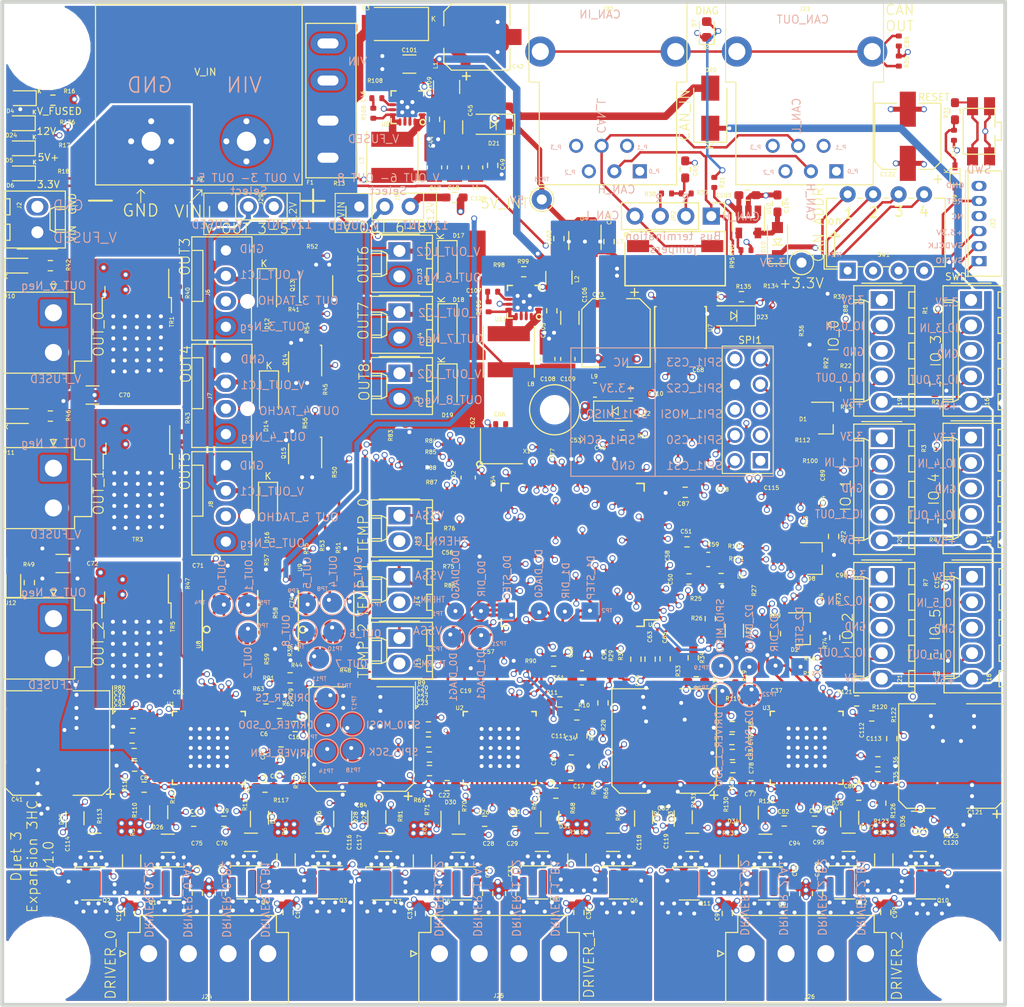
<source format=kicad_pcb>
(kicad_pcb (version 20171130) (host pcbnew "(5.1.4)-1")
  (title_block (title "Duet 3 Expansion 3HC") (date 2019-11-07) (rev 1.0) (company Duet3D) (comment 1 "(c) Duet3D") (comment 2 "See License here https://github.com/Duet3D/Duet3-Expansion-3HC/blob/master/LICENSE"))
  (layers (0 F.Cu signal) (1 In1.Cu signal) (2 In2.Cu power) (31 B.Cu mixed) (35 F.Paste user hide) (36 B.SilkS user) (37 F.SilkS user) (38 B.Mask user hide) (39 F.Mask user hide) (44 Edge.Cuts user))
  (net 0 "")
  (net 1 GND)
  (net 2 DRIVER_0_A1)
  (net 3 DRIVER_0_B1)
  (net 4 DRIVER_0_A2)
  (net 5 DRIVER_0_B2)
  (net 6 DRIVER_1_A1)
  (net 7 DRIVER_1_B1)
  (net 8 DRIVER_1_A2)
  (net 9 DRIVER_1_B2)
  (net 10 DRIVER_2_A1)
  (net 11 DRIVER_2_B1)
  (net 12 DRIVER_2_A2)
  (net 13 DRIVER_2_B2)
  (net 14 VIN_POWER_MON)
  (net 15 +3.3V)
  (net 16 VREF_MON)
  (net 17 VSSA_MON)
  (net 18 VDDANA)
  (net 19 "Net-(C69-Pad2)")
  (net 20 V_FUSED)
  (net 21 V_IN)
  (net 22 VSSA)
  (net 23 THERMISTOR_0)
  (net 24 THERMISTOR_1)
  (net 25 THERMISTOR_2)
  (net 26 CAN_H)
  (net 27 CAN_L)
  (net 28 RESET)
  (net 29 SPI1_CS2)
  (net 30 SPI1_CS1)
  (net 31 SPI1_SCK)
  (net 32 SPI1_MOSI)
  (net 33 SPI1_MISO)
  (net 34 SPI1_CS3)
  (net 35 "Net-(JP2-Pad2)")
  (net 36 DRIVER_0_STEP)
  (net 37 DRIVER_0_DIR)
  (net 38 DRIVER_1_DIR)
  (net 39 DRIVER_1_STEP)
  (net 40 DRIVER_2_STEP)
  (net 41 DRIVER_2_DIR)
  (net 42 SPI0_SCK)
  (net 43 SPI0_MOSI)
  (net 44 SPI0_MISO)
  (net 45 DRIVER_0_DIAG0)
  (net 46 CAN1TX)
  (net 47 CAN1RX)
  (net 48 DRIVER_ENN)
  (net 49 SPI1_CS0)
  (net 50 DRIVER_2_DIAG0)
  (net 51 DRIVER_1_DIAG0)
  (net 52 "Net-(JP2-Pad3)")
  (net 53 OUT_0_NEG)
  (net 54 OUT_1_NEG)
  (net 55 OUT_2_NEG)
  (net 56 OUT_7_NEG)
  (net 57 OUT_6_NEG)
  (net 58 OUT_5_NEG)
  (net 59 OUT_4_NEG)
  (net 60 OUT_3_NEG)
  (net 61 OUT_8_NEG)
  (net 62 OUT_8_BUFF)
  (net 63 /Headers/CAN_SHD_GND)
  (net 64 OUT_1)
  (net 65 OUT_3)
  (net 66 OUT_6)
  (net 67 OUT_8)
  (net 68 OUT_2)
  (net 69 OUT_3_BUFF)
  (net 70 OUT_0)
  (net 71 OUT_7_BUFF)
  (net 72 OUT_7)
  (net 73 OUT_6_BUFF)
  (net 74 OUT_5_BUFF)
  (net 75 OUT_5)
  (net 76 OUT_2_BUFF)
  (net 77 OUT_4_BUFF)
  (net 78 OUT_4)
  (net 79 OUT_1_BUFF)
  (net 80 OUT_0_BUFF)
  (net 81 DRIVER_2_DIAG1)
  (net 82 DRIVER_1_DIAG1)
  (net 83 DRIVER_0_DIAG1)
  (net 84 SWDCLK)
  (net 85 BOARD_TYPE_0)
  (net 86 BOARD_TYPE_1)
  (net 87 BOARD_TYPE_2)
  (net 88 BOARD_ID_0)
  (net 89 BOARD_ID_1)
  (net 90 BOARD_ID_2)
  (net 91 BOARD_ID_3)
  (net 92 DIAG_LED)
  (net 93 SWDIO)
  (net 94 /Processor/VDDCORE)
  (net 95 /Processor/XIN0)
  (net 96 /Processor/XOUT0)
  (net 97 /Processor/CANH_C)
  (net 98 "Net-(D13-Pad2)")
  (net 99 "Net-(D4-Pad1)")
  (net 100 "Net-(D5-Pad1)")
  (net 101 "Net-(D6-Pad1)")
  (net 102 "Net-(D11-Pad2)")
  (net 103 "Net-(D15-Pad2)")
  (net 104 DRIVER_CS)
  (net 105 DRIVER_0_SDO)
  (net 106 DRIVER_1_SDO)
  (net 107 "Net-(J28-Pad10)")
  (net 108 "Net-(D7-Pad2)")
  (net 109 "Net-(U8-Pad9)")
  (net 110 "Net-(U8-Pad11)")
  (net 111 "Net-(U8-Pad13)")
  (net 112 "Net-(U6-Pad99)")
  (net 113 "Net-(U5-Pad8)")
  (net 114 "Net-(U5-Pad7)")
  (net 115 "Net-(U5-Pad6)")
  (net 116 P_1)
  (net 117 P_0)
  (net 118 "Net-(J32-Pad4)")
  (net 119 V_OUTLC2)
  (net 120 V_OUTLC1)
  (net 121 IO_5)
  (net 122 IO_5_IN)
  (net 123 TEMP_1)
  (net 124 TEMP_2)
  (net 125 IO_4_IN)
  (net 126 IO_4)
  (net 127 IO_3_IN)
  (net 128 IO_3)
  (net 129 IO_0_IN)
  (net 130 IO_1)
  (net 131 IO_1_IN)
  (net 132 TEMP_0)
  (net 133 OUT_3_TACHO)
  (net 134 IO_2)
  (net 135 IO_2_IN)
  (net 136 SERIAL2_RXD)
  (net 137 OUT_5_TACHO)
  (net 138 OUT_4_TACHO)
  (net 139 SERIAL0_RXD)
  (net 140 SERIAL1_RXD)
  (net 141 IO_0)
  (net 142 3.3V_EXT)
  (net 143 5V_INT)
  (net 144 IO_3_OUT)
  (net 145 "Net-(U6-Pad22)")
  (net 146 IO_0_OUT)
  (net 147 IO_1_OUT)
  (net 148 IO_2_OUT)
  (net 149 IO_5_OUT)
  (net 150 IO_4_OUT)
  (net 151 "Net-(U6-Pad98)")
  (net 152 "Net-(U6-Pad100)")
  (net 153 5V_EXT)
  (net 154 /Processor/out_5_tach)
  (net 155 /Processor/out_4_tach)
  (net 156 /Processor/out_3_tach)
  (net 157 /Processor/RESET_SW)
  (net 158 /Processor/_RESET)
  (net 159 "/Stepper Driver & Endstops/D0_SRAH")
  (net 160 "/Stepper Driver & Endstops/D0_SRBH")
  (net 161 "/Stepper Driver & Endstops/D0_CB2")
  (net 162 "/Stepper Driver & Endstops/D0_CA1")
  (net 163 "/Stepper Driver & Endstops/D0_SRAL")
  (net 164 "/Stepper Driver & Endstops/D0_5VOUT")
  (net 165 "/Stepper Driver & Endstops/D0_VCP")
  (net 166 "/Stepper Driver & Endstops/D0_CPO")
  (net 167 "/Stepper Driver & Endstops/D0_SRBL")
  (net 168 "/Stepper Driver & Endstops/D0_CB1")
  (net 169 "/Stepper Driver & Endstops/D0_CPI")
  (net 170 "/Stepper Driver & Endstops/D0_CA2")
  (net 171 "/Stepper Driver & Endstops/D0_VCC")
  (net 172 "/Stepper Driver & Endstops/D1_SRBL")
  (net 173 "/Stepper Driver & Endstops/D1_SRBH")
  (net 174 "/Stepper Driver & Endstops/D1_CB2")
  (net 175 "/Stepper Driver & Endstops/D1_CA1")
  (net 176 "/Stepper Driver & Endstops/D1_SRAL")
  (net 177 "/Stepper Driver & Endstops/D1_5VOUT")
  (net 178 "/Stepper Driver & Endstops/D1_VCP")
  (net 179 "/Stepper Driver & Endstops/D1_CPO")
  (net 180 "/Stepper Driver & Endstops/D1_SRAH")
  (net 181 "/Stepper Driver & Endstops/D1_CB1")
  (net 182 "/Stepper Driver & Endstops/D1_CA2")
  (net 183 "/Stepper Driver & Endstops/D1_VCC")
  (net 184 "/Stepper Driver & Endstops/D2_SRAH")
  (net 185 "/Stepper Driver & Endstops/D2_SRBH")
  (net 186 "/Stepper Driver & Endstops/D2_CB2")
  (net 187 "/Stepper Driver & Endstops/D2_CA1")
  (net 188 "/Stepper Driver & Endstops/D2_SRAL")
  (net 189 "/Stepper Driver & Endstops/D2_5VOUT")
  (net 190 "/Stepper Driver & Endstops/D2_VCP")
  (net 191 "/Stepper Driver & Endstops/D2_CPO")
  (net 192 "/Stepper Driver & Endstops/D2_SRBL")
  (net 193 "/Stepper Driver & Endstops/D2_CB1")
  (net 194 "/Stepper Driver & Endstops/D2_CA2")
  (net 195 "/Stepper Driver & Endstops/D2_VCC")
  (net 196 /Processor/CANL_C)
  (net 197 /Power/3.3_ADJ)
  (net 198 /Power/3.3_VOUT)
  (net 199 /Power/5V_COMMON)
  (net 200 P_2)
  (net 201 P_3)
  (net 202 V_BK_IN)
  (net 203 "Net-(U11-Pad6)")
  (net 204 "Net-(U11-Pad7)")
  (net 205 "Net-(U11-Pad8)")
  (net 206 /Power/12_VOUT)
  (net 207 /Power/12V_FB)
  (net 208 /Power/12V_VSW)
  (net 209 /Power/12V_BST)
  (net 210 /Power/5V_VSW)
  (net 211 /Power/5V_BST)
  (net 212 /Power/5_VOUT)
  (net 213 /Power/L9_OUT)
  (net 214 "Net-(U4-Pad4)")
  (net 215 "Net-(C107-Pad1)")
  (net 216 "Net-(C46-Pad1)")
  (net 217 /Processor/IO_1_OUT_R)
  (net 218 /Processor/IO_5_OUT_R)
  (net 219 /Processor/IO_2_OUT_R)
  (net 220 /Processor/IO_3_OUT_R)
  (net 221 /Processor/IO_4_OUT_R)
  (net 222 /Processor/IO_0_OUT_R)
  (net 223 /Power/5V_FB)
  (net 224 12V_VG)
  (net 225 "Net-(U1-Pad25)")
  (net 226 "/Stepper Driver & Endstops/D0_HB1")
  (net 227 "/Stepper Driver & Endstops/D0_LA2")
  (net 228 "/Stepper Driver & Endstops/D0_HA2")
  (net 229 "/Stepper Driver & Endstops/D1_CPI")
  (net 230 "Net-(U2-Pad25)")
  (net 231 "/Stepper Driver & Endstops/D1_HB1")
  (net 232 "/Stepper Driver & Endstops/D1_LA2")
  (net 233 "/Stepper Driver & Endstops/D1_HA2")
  (net 234 "/Stepper Driver & Endstops/D2_CPI")
  (net 235 "Net-(U3-Pad25)")
  (net 236 "/Stepper Driver & Endstops/D2_HB1")
  (net 237 "/Stepper Driver & Endstops/D2_LA2")
  (net 238 "/Stepper Driver & Endstops/D2_HA2")
  (net 239 12V_MON)
  (net 240 "/Stepper Driver & Endstops/D0_HB2")
  (net 241 "/Stepper Driver & Endstops/D0_HBG2")
  (net 242 "/Stepper Driver & Endstops/D0_HBG1")
  (net 243 "/Stepper Driver & Endstops/D1_HB2")
  (net 244 "/Stepper Driver & Endstops/D1_HBG2")
  (net 245 "/Stepper Driver & Endstops/D0_LBG1")
  (net 246 "/Stepper Driver & Endstops/D0_LB1")
  (net 247 "/Stepper Driver & Endstops/D0_LAG2")
  (net 248 "/Stepper Driver & Endstops/D2_LAG2")
  (net 249 "/Stepper Driver & Endstops/D0_LB2")
  (net 250 "/Stepper Driver & Endstops/D0_LBG2")
  (net 251 "/Stepper Driver & Endstops/D2_HAG1")
  (net 252 "/Stepper Driver & Endstops/D2_HA1")
  (net 253 "/Stepper Driver & Endstops/D2_LB2")
  (net 254 "/Stepper Driver & Endstops/D2_LBG2")
  (net 255 "/Stepper Driver & Endstops/D2_LBG1")
  (net 256 "/Stepper Driver & Endstops/D2_LB1")
  (net 257 "/Stepper Driver & Endstops/D2_HBG1")
  (net 258 "/Stepper Driver & Endstops/D2_HBG2")
  (net 259 "/Stepper Driver & Endstops/D2_HB2")
  (net 260 "/Stepper Driver & Endstops/D2_LA1")
  (net 261 "/Stepper Driver & Endstops/D2_LAG1")
  (net 262 "/Stepper Driver & Endstops/D0_HAG2")
  (net 263 "/Stepper Driver & Endstops/D1_LB1")
  (net 264 "/Stepper Driver & Endstops/D1_LBG1")
  (net 265 "/Stepper Driver & Endstops/D1_LBG2")
  (net 266 "/Stepper Driver & Endstops/D1_LB2")
  (net 267 "/Stepper Driver & Endstops/D1_HAG2")
  (net 268 "/Stepper Driver & Endstops/D1_HAG1")
  (net 269 "/Stepper Driver & Endstops/D1_HA1")
  (net 270 "/Stepper Driver & Endstops/D1_LA1")
  (net 271 "/Stepper Driver & Endstops/D1_LAG1")
  (net 272 "/Stepper Driver & Endstops/D2_HAG2")
  (net 273 "/Stepper Driver & Endstops/D1_HBG1")
  (net 274 "/Stepper Driver & Endstops/D0_HAG1")
  (net 275 "/Stepper Driver & Endstops/D0_HA1")
  (net 276 "/Stepper Driver & Endstops/D0_LA1")
  (net 277 "/Stepper Driver & Endstops/D0_LAG1")
  (net 278 "/Stepper Driver & Endstops/D1_LAG2")
  (net 279 "/Stepper Driver & Endstops/D1_SRAT")
  (net 280 "/Stepper Driver & Endstops/D0_SRBT")
  (net 281 "/Stepper Driver & Endstops/D0_SRAT")
  (net 282 "/Stepper Driver & Endstops/D1_SRBT")
  (net 283 "/Stepper Driver & Endstops/D2_SRAT")
  (net 284 "/Stepper Driver & Endstops/D2_SRBT")
  (net 285 "Net-(U6-Pad7)")
  (net 286 "Net-(U6-Pad8)")
  (net 287 "Net-(U6-Pad71)")
  (net 288 GNDANA)
  (net 289 12V_EXT)
  (net 290 "Net-(D24-Pad1)")
  (net 291 "Net-(U5-Pad9)")
  (net 292 "Net-(U6-Pad21)")
  (net 293 "Net-(U6-Pad23)")
  (net 294 "Net-(U6-Pad91)")
  (net 295 "Net-(U11-Pad9)")
  (net 296 "/MOSFET outputs/out_6")
  (net 297 "/MOSFET outputs/out_3")
  (net 298 "/MOSFET outputs/out_4")
  (net 299 "/MOSFET outputs/out_7")
  (net 300 "/MOSFET outputs/out_5")
  (net 301 "/MOSFET outputs/out_8")
  (net 302 "/MOSFET outputs/out_0")
  (net 303 "/MOSFET outputs/out_1")
  (net 304 "/MOSFET outputs/out_2")
  (net 305 /Power/5V_VCC)
  (net 306 /Power/12V_VCC)
  (module complib:screwt-barrier-9.5mm-1x2 (layer F.Cu) (at 44.6 68.9 180)
    (fp_text reference J9 (at -0.06 -3.78 180) (layer F.SilkS) (effects (font (size 0.4 0.4) (thickness 0.07))))
    (fp_text value V_IN (at -0.65 6.91 180) (layer F.SilkS) (effects (font (size 0.7 0.7) (thickness 0.1))))
    (pad 2 thru_hole circle (at -4.75 0 180) (size 5 5) (drill 1.9) (layers *.Cu *.Mask) (net 21 V_IN))
    (pad 1 thru_hole circle (at 4.75 -2 180) (size 1 1) (drill 0.6) (layers *.Cu) (net 1 GND))
    (pad 1 thru_hole circle (at 2.75 0 180) (size 1 1) (drill 0.6) (layers *.Cu) (net 1 GND))
    (pad 1 thru_hole circle (at 6.75 0 180) (size 1 1) (drill 0.6) (layers *.Cu) (net 1 GND))
    (pad 1 thru_hole circle (at 4.75 2 180) (size 1 1) (drill 0.6) (layers *.Cu) (net 1 GND))
    (pad 2 thru_hole circle (at -4.75 2 180) (size 1 1) (drill 0.6) (layers *.Cu) (net 21 V_IN))
    (pad 2 thru_hole circle (at -4.75 -2 180) (size 1 1) (drill 0.6) (layers *.Cu) (net 21 V_IN))
    (pad 2 thru_hole circle (at -6.75 0 180) (size 1 1) (drill 0.6) (layers *.Cu) (net 21 V_IN))
    (pad 2 thru_hole circle (at -2.75 0 180) (size 1 1) (drill 0.6) (layers *.Cu) (net 21 V_IN))
    (pad 1 thru_hole rect (at 4.75 0 180) (size 5 5) (drill 1.9) (layers *.Cu *.Mask) (net 1 GND))
    (pad 2 thru_hole circle (at -4.75 0 180) (size 3 3) (drill 1.9) (layers *.Cu *.Mask) (net 21 V_IN))
  )
  (module Button_Switch_THT:SW_DIP_SPSTx04_Slide_6.7x11.72mm_W7.62mm_P2.54mm_LowProfile (layer F.Cu) (at 109.3 81.8 270)
    (fp_text reference SW1 (at -1.6 -3.6) (layer F.SilkS) (effects (font (size 0.4 0.4) (thickness 0.07))))
    (fp_text value "CAN ADDR" (at -4.6 2.9 90) (layer F.SilkS) (effects (font (thickness 0.1))))
    (fp_text user 4 (at -5.9 -7.6 180) (layer F.SilkS))
    (fp_text user 3 (at -5.9 -5.1 180) (layer F.SilkS))
    (fp_text user 2 (at -5.8 -2.6 180) (layer F.SilkS))
    (fp_text user 1 (at -5.7 -0.1 180) (layer F.SilkS))
    (fp_text user on (at -5 1.3) (layer F.SilkS) (effects (font (size 0.8 0.8) (thickness 0.12))))
    (pad 8 thru_hole oval (at -7.62 0 90) (size 1.6 1.6) (drill 0.8) (layers *.Cu *.Mask) (net 88 BOARD_ID_0))
    (pad 4 thru_hole oval (at 0 -7.62 90) (size 1.6 1.6) (drill 0.8) (layers *.Cu *.Mask) (net 1 GND))
    (pad 7 thru_hole oval (at -7.62 -2.54 90) (size 1.6 1.6) (drill 0.8) (layers *.Cu *.Mask) (net 89 BOARD_ID_1))
    (pad 3 thru_hole oval (at 0 -5.08 90) (size 1.6 1.6) (drill 0.8) (layers *.Cu *.Mask) (net 1 GND))
    (pad 6 thru_hole oval (at -7.62 -5.08 90) (size 1.6 1.6) (drill 0.8) (layers *.Cu *.Mask) (net 90 BOARD_ID_2))
    (pad 2 thru_hole oval (at 0 -2.54 90) (size 1.6 1.6) (drill 0.8) (layers *.Cu *.Mask) (net 1 GND))
    (pad 5 thru_hole oval (at -7.62 -7.62 90) (size 1.6 1.6) (drill 0.8) (layers *.Cu *.Mask) (net 91 BOARD_ID_3))
    (pad 1 thru_hole rect (at 0 0 90) (size 1.6 1.6) (drill 0.8) (layers *.Cu *.Mask) (net 1 GND))
  )
  (module complib:MCCQ-122-minibladefuseholder (layer F.Cu) (at 57.48 70.54 90)
    (fp_text reference F1 (at -2.46 -1.78 180) (layer F.SilkS) (effects (font (size 0.4 0.4) (thickness 0.07))))
    (fp_text value "Mini Blade Fuse" hide)
    (pad 2 thru_hole oval (at 11.4 0 90) (size 2 3.5) (drill oval 1 2.1) (layers *.Cu *.Mask) (net 21 V_IN))
    (pad 2 thru_hole oval (at 7.7 0 90) (size 2 3.5) (drill oval 1 2.1) (layers *.Cu *.Mask) (net 21 V_IN))
    (pad 1 thru_hole oval (at 3.7 0 90) (size 2 3.5) (drill oval 1 2.1) (layers *.Cu *.Mask) (net 20 V_FUSED))
    (pad 1 thru_hole oval (at 0 0 90) (size 2 3.5) (drill oval 1 2.1) (layers *.Cu *.Mask) (net 20 V_FUSED))
  )
  (module Connector_JST:JST_VH_B4P-VH_1x04_P3.96mm_Vertical (layer F.Cu) (at 39.6 149.9)
    (fp_text reference J24 (at 5.8 4.3) (layer F.SilkS) (effects (font (size 0.4 0.4) (thickness 0.07))))
    (fp_text value DRIVER_0 (at -3.8 1.1 90) (layer F.SilkS) (effects (font (thickness 0.1))))
    (pad 4 thru_hole circle (at 11.88 0) (size 2.7 2.7) (drill 1.7) (layers *.Cu *.Mask) (net 3 DRIVER_0_B1))
    (pad 3 thru_hole circle (at 7.92 0) (size 2.7 2.7) (drill 1.7) (layers *.Cu *.Mask) (net 5 DRIVER_0_B2))
    (pad 2 thru_hole circle (at 3.96 0) (size 2.7 2.7) (drill 1.7) (layers *.Cu *.Mask) (net 2 DRIVER_0_A1))
    (pad 1 thru_hole roundrect (at 0 0) (size 2.7 2.7) (drill 1.7) (layers *.Cu *.Mask) (roundrect_rratio 0.09259299999999999) (net 4 DRIVER_0_A2))
  )
  (module Connector_JST:JST_VH_B4P-VH_1x04_P3.96mm_Vertical (layer F.Cu) (at 99.2 149.9)
    (fp_text reference J26 (at 6.3 4.3) (layer F.SilkS) (effects (font (size 0.4 0.4) (thickness 0.07))))
    (fp_text value DRIVER_2 (at 15 1.2 90) (layer F.SilkS) (effects (font (thickness 0.1))))
    (pad 4 thru_hole circle (at 11.88 0) (size 2.7 2.7) (drill 1.7) (layers *.Cu *.Mask) (net 11 DRIVER_2_B1))
    (pad 3 thru_hole circle (at 7.92 0) (size 2.7 2.7) (drill 1.7) (layers *.Cu *.Mask) (net 13 DRIVER_2_B2))
    (pad 2 thru_hole circle (at 3.96 0) (size 2.7 2.7) (drill 1.7) (layers *.Cu *.Mask) (net 10 DRIVER_2_A1))
    (pad 1 thru_hole roundrect (at 0 0) (size 2.7 2.7) (drill 1.7) (layers *.Cu *.Mask) (roundrect_rratio 0.09259299999999999) (net 12 DRIVER_2_A2))
  )
  (module Connector_JST:JST_VH_B4P-VH_1x04_P3.96mm_Vertical (layer F.Cu) (at 68.6 149.9)
    (fp_text reference J25 (at 5.9 4.2) (layer F.SilkS) (effects (font (size 0.4 0.4) (thickness 0.07))))
    (fp_text value DRIVER_1 (at 14.9 1 90) (layer F.SilkS) (effects (font (thickness 0.1))))
    (pad 4 thru_hole circle (at 11.88 0) (size 2.7 2.7) (drill 1.7) (layers *.Cu *.Mask) (net 7 DRIVER_1_B1))
    (pad 3 thru_hole circle (at 7.92 0) (size 2.7 2.7) (drill 1.7) (layers *.Cu *.Mask) (net 9 DRIVER_1_B2))
    (pad 2 thru_hole circle (at 3.96 0) (size 2.7 2.7) (drill 1.7) (layers *.Cu *.Mask) (net 6 DRIVER_1_A1))
    (pad 1 thru_hole roundrect (at 0 0) (size 2.7 2.7) (drill 1.7) (layers *.Cu *.Mask) (roundrect_rratio 0.09259299999999999) (net 8 DRIVER_1_A2))
  )
  (module Connector_JST:JST_VH_B2P-VH-B_1x02_P3.96mm_Vertical (layer F.Cu) (at 30.1 116.5 270)
    (fp_text reference J12 (at -1.57 4.25) (layer F.SilkS) (effects (font (size 0.4 0.4) (thickness 0.07))))
    (fp_text value OUT2)
    (pad 2 thru_hole circle (at 3.96 0 270) (size 2.7 2.7) (drill 1.7) (layers *.Cu *.Mask) (net 20 V_FUSED))
    (pad 1 thru_hole roundrect (at 0 0 270) (size 2.7 2.7) (drill 1.7) (layers *.Cu *.Mask) (roundrect_rratio 0.09259299999999999) (net 55 OUT_2_NEG))
  )
  (module Connector_JST:JST_VH_B2P-VH-B_1x02_P3.96mm_Vertical (layer F.Cu) (at 30.1 101.5 270)
    (fp_text reference J11 (at -1.56 4.4) (layer F.SilkS) (effects (font (size 0.4 0.4) (thickness 0.07))))
    (fp_text value OUT1)
    (pad 2 thru_hole circle (at 3.96 0 270) (size 2.7 2.7) (drill 1.7) (layers *.Cu *.Mask) (net 20 V_FUSED))
    (pad 1 thru_hole roundrect (at 0 0 270) (size 2.7 2.7) (drill 1.7) (layers *.Cu *.Mask) (roundrect_rratio 0.09259299999999999) (net 54 OUT_1_NEG))
  )
  (module Connector_JST:JST_VH_B2P-VH-B_1x02_P3.96mm_Vertical (layer F.Cu) (at 30.1 86 270)
    (fp_text reference J10 (at -1.66 4.35) (layer F.SilkS) (effects (font (size 0.4 0.4) (thickness 0.07))))
    (fp_text value OUT0)
    (pad 2 thru_hole circle (at 3.96 0 270) (size 2.7 2.7) (drill 1.7) (layers *.Cu *.Mask) (net 20 V_FUSED))
    (pad 1 thru_hole roundrect (at 0 0 270) (size 2.7 2.7) (drill 1.7) (layers *.Cu *.Mask) (roundrect_rratio 0.09259299999999999) (net 53 OUT_0_NEG))
  )
  (module complib:MAX_TEMP_DB (layer F.Cu) (at 99.33 95.67 90)
    (fp_text reference J28 hide)
    (fp_text value SPI1 (at 6.95 0.24) (layer F.SilkS) (effects (font (size 0.7 0.7) (thickness 0.1))))
    (pad 1 thru_hole rect (at -5.08 1.27 90) (size 1.524 1.524) (drill 1) (layers *.Cu *.Mask) (net 30 SPI1_CS1))
    (pad 2 thru_hole circle (at -5.08 -1.27 90) (size 1.524 1.524) (drill 1) (layers *.Cu *.Mask) (net 1 GND))
    (pad 3 thru_hole circle (at -2.54 1.27 90) (size 1.524 1.524) (drill 1) (layers *.Cu *.Mask) (net 49 SPI1_CS0))
    (pad 4 thru_hole circle (at -2.54 -1.27 90) (size 1.524 1.524) (drill 1) (layers *.Cu B.Mask) (net 31 SPI1_SCK))
    (pad 5 thru_hole circle (at 0 1.27 90) (size 1.524 1.524) (drill 1) (layers *.Cu *.Mask) (net 32 SPI1_MOSI))
    (pad 6 thru_hole circle (at 0 -1.27 90) (size 1.524 1.524) (drill 1) (layers *.Cu *.Mask) (net 33 SPI1_MISO))
    (pad 7 thru_hole circle (at 2.54 1.27 90) (size 1.524 1.524) (drill 1) (layers *.Cu *.Mask) (net 29 SPI1_CS2))
    (pad 8 thru_hole circle (at 2.54 -1.27 90) (size 1.524 1.524) (drill 1) (layers *.Cu *.Mask) (net 15 +3.3V))
    (pad 9 thru_hole circle (at 5.08 1.27 90) (size 1.524 1.524) (drill 1) (layers *.Cu *.Mask) (net 34 SPI1_CS3))
    (pad 10 thru_hole circle (at 5.08 -1.27 90) (size 1.524 1.524) (drill 1) (layers *.Cu *.Mask) (net 107 "Net-(J28-Pad10)"))
    (pad "" np_thru_hole circle (at 0 -19.25066 90) (size 2.54 2.54) (drill 2.54) (layers *.Cu *.Mask))
  )
  (module complib:SW_SIDE_1_lugs (layer F.Cu) (at 122.6 67.9 90)
    (fp_text reference S1 hide)
    (fp_text value RESET (at 3.4 -4.7 180) (layer F.SilkS) (effects (font (size 0.7 0.7) (thickness 0.1))))
    (pad "" np_thru_hole circle (at 0 1.35 90) (size 0.762 0.762) (drill 0.762) (layers *.Cu *.Mask))
    (pad "" np_thru_hole circle (at 0 -1.35 90) (size 0.762 0.762) (drill 0.762) (layers *.Cu *.Mask))
    (pad 4 smd rect (at -2.5 -0.85 90) (size 1.8 1.1) (layers F.Cu F.Paste F.Mask) (net 157 /Processor/RESET_SW))
    (pad 3 smd rect (at 2.5 -0.85 90) (size 1.8 1.1) (layers F.Cu F.Paste F.Mask) (net 157 /Processor/RESET_SW))
    (pad 2 smd rect (at 2.5 0.85 90) (size 1.8 1.1) (layers F.Cu F.Paste F.Mask) (net 1 GND))
    (pad 1 smd rect (at -2.5 0.85 90) (size 1.8 1.1) (layers F.Cu F.Paste F.Mask) (net 1 GND))
  )
  (module complib:TMC5160-TA (layer F.Cu) (at 105.21 129.37 180)
    (fp_text reference U3 (at 4.01 3.97 180) (layer F.SilkS) (effects (font (size 0.4 0.4) (thickness 0.07))))
    (fp_text value TMC5160 hide)
    (fp_text user * (at -5.16 -3.8 180) (layer F.SilkS))
    (pad EPAD thru_hole circle (at 0.9 1.9 180) (size 0.6 0.6) (drill 0.4) (layers *.Cu *.Mask) (net 1 GND))
    (pad EPAD thru_hole circle (at -0.9 1.9 180) (size 0.6 0.6) (drill 0.4) (layers *.Cu *.Mask) (net 1 GND))
    (pad EPAD thru_hole circle (at 1.8 1.9 180) (size 0.6 0.6) (drill 0.4) (layers *.Cu *.Mask) (net 1 GND))
    (pad EPAD thru_hole circle (at 0 1.9 180) (size 0.6 0.6) (drill 0.4) (layers *.Cu *.Mask) (net 1 GND))
    (pad EPAD thru_hole circle (at -1.8 1.9 180) (size 0.6 0.6) (drill 0.4) (layers *.Cu *.Mask) (net 1 GND))
    (pad EPAD thru_hole circle (at 1.8 1 180) (size 0.6 0.6) (drill 0.4) (layers *.Cu *.Mask) (net 1 GND))
    (pad EPAD thru_hole circle (at 0 1 180) (size 0.6 0.6) (drill 0.4) (layers *.Cu *.Mask) (net 1 GND))
    (pad EPAD thru_hole circle (at 0.9 1 180) (size 0.6 0.6) (drill 0.4) (layers *.Cu *.Mask) (net 1 GND))
    (pad EPAD thru_hole circle (at -0.9 1 180) (size 0.6 0.6) (drill 0.4) (layers *.Cu *.Mask) (net 1 GND))
    (pad EPAD thru_hole circle (at -1.8 1 180) (size 0.6 0.6) (drill 0.4) (layers *.Cu *.Mask) (net 1 GND))
    (pad EPAD thru_hole circle (at 0 0 180) (size 0.6 0.6) (drill 0.4) (layers *.Cu *.Mask) (net 1 GND))
    (pad EPAD thru_hole circle (at 1.8 0 180) (size 0.6 0.6) (drill 0.4) (layers *.Cu *.Mask) (net 1 GND))
    (pad EPAD thru_hole circle (at 0.9 0 180) (size 0.6 0.6) (drill 0.4) (layers *.Cu *.Mask) (net 1 GND))
    (pad EPAD thru_hole circle (at -0.9 0 180) (size 0.6 0.6) (drill 0.4) (layers *.Cu *.Mask) (net 1 GND))
    (pad EPAD thru_hole circle (at -1.8 0 180) (size 0.6 0.6) (drill 0.4) (layers *.Cu *.Mask) (net 1 GND))
    (pad EPAD thru_hole circle (at 1.8 -0.9 180) (size 0.6 0.6) (drill 0.4) (layers *.Cu *.Mask) (net 1 GND))
    (pad EPAD thru_hole circle (at 0.9 -0.9 180) (size 0.6 0.6) (drill 0.4) (layers *.Cu *.Mask) (net 1 GND))
    (pad EPAD thru_hole circle (at 0 -0.9 180) (size 0.6 0.6) (drill 0.4) (layers *.Cu *.Mask) (net 1 GND))
    (pad EPAD thru_hole circle (at -0.9 -0.9 180) (size 0.6 0.6) (drill 0.4) (layers *.Cu *.Mask) (net 1 GND))
    (pad EPAD thru_hole circle (at -1.8 -0.9 180) (size 0.6 0.6) (drill 0.4) (layers *.Cu *.Mask) (net 1 GND))
    (pad EPAD thru_hole circle (at 1.8 -1.8 180) (size 0.6 0.6) (drill 0.4) (layers *.Cu *.Mask) (net 1 GND))
    (pad EPAD thru_hole circle (at 0.9 -1.8 180) (size 0.6 0.6) (drill 0.4) (layers *.Cu *.Mask) (net 1 GND))
    (pad EPAD thru_hole circle (at 0 -1.8 180) (size 0.6 0.6) (drill 0.4) (layers *.Cu *.Mask) (net 1 GND))
    (pad EPAD thru_hole circle (at -0.9 -1.8 180) (size 0.6 0.6) (drill 0.4) (layers *.Cu *.Mask) (net 1 GND))
    (pad EPAD thru_hole circle (at -1.8 -1.8 180) (size 0.6 0.6) (drill 0.4) (layers *.Cu *.Mask) (net 1 GND))
    (pad 1 smd rect (at -4.1148 -2.75 270) (size 0.2394 1.461999) (layers F.Cu F.Paste F.Mask) (net 236 "/Stepper Driver & Endstops/D2_HB1"))
    (pad 2 smd rect (at -4.1148 -2.250001 270) (size 0.2394 1.461999) (layers F.Cu F.Paste F.Mask) (net 193 "/Stepper Driver & Endstops/D2_CB1"))
    (pad 3 smd rect (at -4.1148 -1.749999 270) (size 0.2394 1.461999) (layers F.Cu F.Paste F.Mask) (net 224 12V_VG))
    (pad 4 smd rect (at -4.1148 -1.25 270) (size 0.2394 1.461999) (layers F.Cu F.Paste F.Mask) (net 224 12V_VG))
    (pad 5 smd rect (at -4.1148 -0.750001 270) (size 0.2394 1.461999) (layers F.Cu F.Paste F.Mask) (net 189 "/Stepper Driver & Endstops/D2_5VOUT"))
    (pad 6 smd rect (at -4.1148 -0.25 270) (size 0.2394 1.461999) (layers F.Cu F.Paste F.Mask) (net 1 GND))
    (pad 7 smd rect (at -4.1148 0.25 270) (size 0.2394 1.461999) (layers F.Cu F.Paste F.Mask) (net 188 "/Stepper Driver & Endstops/D2_SRAL"))
    (pad 8 smd rect (at -4.1148 0.750001 270) (size 0.2394 1.461999) (layers F.Cu F.Paste F.Mask) (net 184 "/Stepper Driver & Endstops/D2_SRAH"))
    (pad 9 smd rect (at -4.1148 1.25 270) (size 0.2394 1.461999) (layers F.Cu F.Paste F.Mask) (net 185 "/Stepper Driver & Endstops/D2_SRBH"))
    (pad 10 smd rect (at -4.1148 1.749999 270) (size 0.2394 1.461999) (layers F.Cu F.Paste F.Mask) (net 192 "/Stepper Driver & Endstops/D2_SRBL"))
    (pad 11 smd rect (at -4.1148 2.250001 270) (size 0.2394 1.461999) (layers F.Cu F.Paste F.Mask) (net 1 GND))
    (pad 12 smd rect (at -4.1148 2.75 270) (size 0.2394 1.461999) (layers F.Cu F.Paste F.Mask) (net 1 GND))
    (pad 13 smd rect (at -2.75 4.1148 180) (size 0.2394 1.461999) (layers F.Cu F.Paste F.Mask) (net 104 DRIVER_CS))
    (pad 14 smd rect (at -2.250001 4.1148 180) (size 0.2394 1.461999) (layers F.Cu F.Paste F.Mask) (net 42 SPI0_SCK))
    (pad 15 smd rect (at -1.749999 4.1148 180) (size 0.2394 1.461999) (layers F.Cu F.Paste F.Mask) (net 106 DRIVER_1_SDO))
    (pad 16 smd rect (at -1.25 4.1148 180) (size 0.2394 1.461999) (layers F.Cu F.Paste F.Mask) (net 44 SPI0_MISO))
    (pad 17 smd rect (at -0.750001 4.1148 180) (size 0.2394 1.461999) (layers F.Cu F.Paste F.Mask) (net 40 DRIVER_2_STEP))
    (pad 18 smd rect (at -0.25 4.1148 180) (size 0.2394 1.461999) (layers F.Cu F.Paste F.Mask) (net 41 DRIVER_2_DIR))
    (pad 19 smd rect (at 0.25 4.1148 180) (size 0.2394 1.461999) (layers F.Cu F.Paste F.Mask) (net 1 GND))
    (pad 20 smd rect (at 0.750001 4.1148 180) (size 0.2394 1.461999) (layers F.Cu F.Paste F.Mask) (net 15 +3.3V))
    (pad 21 smd rect (at 1.25 4.1148 180) (size 0.2394 1.461999) (layers F.Cu F.Paste F.Mask) (net 15 +3.3V))
    (pad 22 smd rect (at 1.749999 4.1148 180) (size 0.2394 1.461999) (layers F.Cu F.Paste F.Mask) (net 15 +3.3V))
    (pad 23 smd rect (at 2.250001 4.1148 180) (size 0.2394 1.461999) (layers F.Cu F.Paste F.Mask) (net 1 GND))
    (pad 24 smd rect (at 2.75 4.1148 180) (size 0.2394 1.461999) (layers F.Cu F.Paste F.Mask) (net 1 GND))
    (pad 25 smd rect (at 4.1148 2.75 270) (size 0.2394 1.461999) (layers F.Cu F.Paste F.Mask) (net 235 "Net-(U3-Pad25)"))
    (pad 26 smd rect (at 4.1148 2.250001 270) (size 0.2394 1.461999) (layers F.Cu F.Paste F.Mask) (net 50 DRIVER_2_DIAG0))
    (pad 27 smd rect (at 4.1148 1.749999 270) (size 0.2394 1.461999) (layers F.Cu F.Paste F.Mask) (net 81 DRIVER_2_DIAG1))
    (pad 28 smd rect (at 4.1148 1.25 270) (size 0.2394 1.461999) (layers F.Cu F.Paste F.Mask) (net 48 DRIVER_ENN))
    (pad 29 smd rect (at 4.1148 0.750001 270) (size 0.2394 1.461999) (layers F.Cu F.Paste F.Mask) (net 195 "/Stepper Driver & Endstops/D2_VCC"))
    (pad 30 smd rect (at 4.1148 0.25 270) (size 0.2394 1.461999) (layers F.Cu F.Paste F.Mask) (net 1 GND))
    (pad 31 smd rect (at 4.1148 -0.25 270) (size 0.2394 1.461999) (layers F.Cu F.Paste F.Mask) (net 234 "/Stepper Driver & Endstops/D2_CPI"))
    (pad 32 smd rect (at 4.1148 -0.750001 270) (size 0.2394 1.461999) (layers F.Cu F.Paste F.Mask) (net 191 "/Stepper Driver & Endstops/D2_CPO"))
    (pad 33 smd rect (at 4.1148 -1.25 270) (size 0.2394 1.461999) (layers F.Cu F.Paste F.Mask) (net 20 V_FUSED))
    (pad 34 smd rect (at 4.1148 -1.749999 270) (size 0.2394 1.461999) (layers F.Cu F.Paste F.Mask) (net 190 "/Stepper Driver & Endstops/D2_VCP"))
    (pad 35 smd rect (at 4.1148 -2.250001 270) (size 0.2394 1.461999) (layers F.Cu F.Paste F.Mask) (net 194 "/Stepper Driver & Endstops/D2_CA2"))
    (pad 36 smd rect (at 4.1148 -2.75 270) (size 0.2394 1.461999) (layers F.Cu F.Paste F.Mask) (net 238 "/Stepper Driver & Endstops/D2_HA2"))
    (pad 37 smd rect (at 2.75 -4.1148 180) (size 0.2394 1.461999) (layers F.Cu F.Paste F.Mask) (net 12 DRIVER_2_A2))
    (pad 38 smd rect (at 2.250001 -4.1148 180) (size 0.2394 1.461999) (layers F.Cu F.Paste F.Mask) (net 237 "/Stepper Driver & Endstops/D2_LA2"))
    (pad 39 smd rect (at 1.749999 -4.1148 180) (size 0.2394 1.461999) (layers F.Cu F.Paste F.Mask) (net 260 "/Stepper Driver & Endstops/D2_LA1"))
    (pad 40 smd rect (at 1.25 -4.1148 180) (size 0.2394 1.461999) (layers F.Cu F.Paste F.Mask) (net 10 DRIVER_2_A1))
    (pad 41 smd rect (at 0.750001 -4.1148 180) (size 0.2394 1.461999) (layers F.Cu F.Paste F.Mask) (net 252 "/Stepper Driver & Endstops/D2_HA1"))
    (pad 42 smd rect (at 0.25 -4.1148 180) (size 0.2394 1.461999) (layers F.Cu F.Paste F.Mask) (net 187 "/Stepper Driver & Endstops/D2_CA1"))
    (pad 43 smd rect (at -0.25 -4.1148 180) (size 0.2394 1.461999) (layers F.Cu F.Paste F.Mask) (net 186 "/Stepper Driver & Endstops/D2_CB2"))
    (pad 44 smd rect (at -0.750001 -4.1148 180) (size 0.2394 1.461999) (layers F.Cu F.Paste F.Mask) (net 259 "/Stepper Driver & Endstops/D2_HB2"))
    (pad 45 smd rect (at -1.25 -4.1148 180) (size 0.2394 1.461999) (layers F.Cu F.Paste F.Mask) (net 13 DRIVER_2_B2))
    (pad 46 smd rect (at -1.749999 -4.1148 180) (size 0.2394 1.461999) (layers F.Cu F.Paste F.Mask) (net 253 "/Stepper Driver & Endstops/D2_LB2"))
    (pad 47 smd rect (at -2.250001 -4.1148 180) (size 0.2394 1.461999) (layers F.Cu F.Paste F.Mask) (net 256 "/Stepper Driver & Endstops/D2_LB1"))
    (pad 48 smd rect (at -2.75 -4.1148 180) (size 0.2394 1.461999) (layers F.Cu F.Paste F.Mask) (net 11 DRIVER_2_B1))
    (pad EPAD smd rect (at 0 0 180) (size 5.0038 5.0038) (layers F.Cu F.Paste F.Mask) (net 1 GND))
  )
  (module complib:TMC5160-TA (layer F.Cu) (at 45.6 129.39 180)
    (fp_text reference U1 (at 3.8 4.39 180) (layer F.SilkS) (effects (font (size 0.4 0.4) (thickness 0.07))))
    (fp_text value TMC5160 hide)
    (fp_text user * (at -5.5 -3.21 180) (layer F.SilkS))
    (pad EPAD thru_hole circle (at 0.9 1.9 180) (size 0.6 0.6) (drill 0.4) (layers *.Cu *.Mask) (net 1 GND))
    (pad EPAD thru_hole circle (at -0.9 1.9 180) (size 0.6 0.6) (drill 0.4) (layers *.Cu *.Mask) (net 1 GND))
    (pad EPAD thru_hole circle (at 1.8 1.9 180) (size 0.6 0.6) (drill 0.4) (layers *.Cu *.Mask) (net 1 GND))
    (pad EPAD thru_hole circle (at 0 1.9 180) (size 0.6 0.6) (drill 0.4) (layers *.Cu *.Mask) (net 1 GND))
    (pad EPAD thru_hole circle (at -1.8 1.9 180) (size 0.6 0.6) (drill 0.4) (layers *.Cu *.Mask) (net 1 GND))
    (pad EPAD thru_hole circle (at 1.8 1 180) (size 0.6 0.6) (drill 0.4) (layers *.Cu *.Mask) (net 1 GND))
    (pad EPAD thru_hole circle (at 0 1 180) (size 0.6 0.6) (drill 0.4) (layers *.Cu *.Mask) (net 1 GND))
    (pad EPAD thru_hole circle (at 0.9 1 180) (size 0.6 0.6) (drill 0.4) (layers *.Cu *.Mask) (net 1 GND))
    (pad EPAD thru_hole circle (at -0.9 1 180) (size 0.6 0.6) (drill 0.4) (layers *.Cu *.Mask) (net 1 GND))
    (pad EPAD thru_hole circle (at -1.8 1 180) (size 0.6 0.6) (drill 0.4) (layers *.Cu *.Mask) (net 1 GND))
    (pad EPAD thru_hole circle (at 0 0 180) (size 0.6 0.6) (drill 0.4) (layers *.Cu *.Mask) (net 1 GND))
    (pad EPAD thru_hole circle (at 1.8 0 180) (size 0.6 0.6) (drill 0.4) (layers *.Cu *.Mask) (net 1 GND))
    (pad EPAD thru_hole circle (at 0.9 0 180) (size 0.6 0.6) (drill 0.4) (layers *.Cu *.Mask) (net 1 GND))
    (pad EPAD thru_hole circle (at -0.9 0 180) (size 0.6 0.6) (drill 0.4) (layers *.Cu *.Mask) (net 1 GND))
    (pad EPAD thru_hole circle (at -1.8 0 180) (size 0.6 0.6) (drill 0.4) (layers *.Cu *.Mask) (net 1 GND))
    (pad EPAD thru_hole circle (at 1.8 -0.9 180) (size 0.6 0.6) (drill 0.4) (layers *.Cu *.Mask) (net 1 GND))
    (pad EPAD thru_hole circle (at 0.9 -0.9 180) (size 0.6 0.6) (drill 0.4) (layers *.Cu *.Mask) (net 1 GND))
    (pad EPAD thru_hole circle (at 0 -0.9 180) (size 0.6 0.6) (drill 0.4) (layers *.Cu *.Mask) (net 1 GND))
    (pad EPAD thru_hole circle (at -0.9 -0.9 180) (size 0.6 0.6) (drill 0.4) (layers *.Cu *.Mask) (net 1 GND))
    (pad EPAD thru_hole circle (at -1.8 -0.9 180) (size 0.6 0.6) (drill 0.4) (layers *.Cu *.Mask) (net 1 GND))
    (pad EPAD thru_hole circle (at 1.8 -1.8 180) (size 0.6 0.6) (drill 0.4) (layers *.Cu *.Mask) (net 1 GND))
    (pad EPAD thru_hole circle (at 0.9 -1.8 180) (size 0.6 0.6) (drill 0.4) (layers *.Cu *.Mask) (net 1 GND))
    (pad EPAD thru_hole circle (at 0 -1.8 180) (size 0.6 0.6) (drill 0.4) (layers *.Cu *.Mask) (net 1 GND))
    (pad EPAD thru_hole circle (at -0.9 -1.8 180) (size 0.6 0.6) (drill 0.4) (layers *.Cu *.Mask) (net 1 GND))
    (pad EPAD thru_hole circle (at -1.8 -1.8 180) (size 0.6 0.6) (drill 0.4) (layers *.Cu *.Mask) (net 1 GND))
    (pad 1 smd rect (at -4.1148 -2.75 270) (size 0.2394 1.461999) (layers F.Cu F.Paste F.Mask) (net 226 "/Stepper Driver & Endstops/D0_HB1"))
    (pad 2 smd rect (at -4.1148 -2.250001 270) (size 0.2394 1.461999) (layers F.Cu F.Paste F.Mask) (net 168 "/Stepper Driver & Endstops/D0_CB1"))
    (pad 3 smd rect (at -4.1148 -1.749999 270) (size 0.2394 1.461999) (layers F.Cu F.Paste F.Mask) (net 224 12V_VG))
    (pad 4 smd rect (at -4.1148 -1.25 270) (size 0.2394 1.461999) (layers F.Cu F.Paste F.Mask) (net 224 12V_VG))
    (pad 5 smd rect (at -4.1148 -0.750001 270) (size 0.2394 1.461999) (layers F.Cu F.Paste F.Mask) (net 164 "/Stepper Driver & Endstops/D0_5VOUT"))
    (pad 6 smd rect (at -4.1148 -0.25 270) (size 0.2394 1.461999) (layers F.Cu F.Paste F.Mask) (net 1 GND))
    (pad 7 smd rect (at -4.1148 0.25 270) (size 0.2394 1.461999) (layers F.Cu F.Paste F.Mask) (net 163 "/Stepper Driver & Endstops/D0_SRAL"))
    (pad 8 smd rect (at -4.1148 0.750001 270) (size 0.2394 1.461999) (layers F.Cu F.Paste F.Mask) (net 159 "/Stepper Driver & Endstops/D0_SRAH"))
    (pad 9 smd rect (at -4.1148 1.25 270) (size 0.2394 1.461999) (layers F.Cu F.Paste F.Mask) (net 160 "/Stepper Driver & Endstops/D0_SRBH"))
    (pad 10 smd rect (at -4.1148 1.749999 270) (size 0.2394 1.461999) (layers F.Cu F.Paste F.Mask) (net 167 "/Stepper Driver & Endstops/D0_SRBL"))
    (pad 11 smd rect (at -4.1148 2.250001 270) (size 0.2394 1.461999) (layers F.Cu F.Paste F.Mask) (net 1 GND))
    (pad 12 smd rect (at -4.1148 2.75 270) (size 0.2394 1.461999) (layers F.Cu F.Paste F.Mask) (net 1 GND))
    (pad 13 smd rect (at -2.75 4.1148 180) (size 0.2394 1.461999) (layers F.Cu F.Paste F.Mask) (net 104 DRIVER_CS))
    (pad 14 smd rect (at -2.250001 4.1148 180) (size 0.2394 1.461999) (layers F.Cu F.Paste F.Mask) (net 42 SPI0_SCK))
    (pad 15 smd rect (at -1.749999 4.1148 180) (size 0.2394 1.461999) (layers F.Cu F.Paste F.Mask) (net 43 SPI0_MOSI))
    (pad 16 smd rect (at -1.25 4.1148 180) (size 0.2394 1.461999) (layers F.Cu F.Paste F.Mask) (net 105 DRIVER_0_SDO))
    (pad 17 smd rect (at -0.750001 4.1148 180) (size 0.2394 1.461999) (layers F.Cu F.Paste F.Mask) (net 36 DRIVER_0_STEP))
    (pad 18 smd rect (at -0.25 4.1148 180) (size 0.2394 1.461999) (layers F.Cu F.Paste F.Mask) (net 37 DRIVER_0_DIR))
    (pad 19 smd rect (at 0.25 4.1148 180) (size 0.2394 1.461999) (layers F.Cu F.Paste F.Mask) (net 1 GND))
    (pad 20 smd rect (at 0.750001 4.1148 180) (size 0.2394 1.461999) (layers F.Cu F.Paste F.Mask) (net 15 +3.3V))
    (pad 21 smd rect (at 1.25 4.1148 180) (size 0.2394 1.461999) (layers F.Cu F.Paste F.Mask) (net 15 +3.3V))
    (pad 22 smd rect (at 1.749999 4.1148 180) (size 0.2394 1.461999) (layers F.Cu F.Paste F.Mask) (net 15 +3.3V))
    (pad 23 smd rect (at 2.250001 4.1148 180) (size 0.2394 1.461999) (layers F.Cu F.Paste F.Mask) (net 1 GND))
    (pad 24 smd rect (at 2.75 4.1148 180) (size 0.2394 1.461999) (layers F.Cu F.Paste F.Mask) (net 1 GND))
    (pad 25 smd rect (at 4.1148 2.75 270) (size 0.2394 1.461999) (layers F.Cu F.Paste F.Mask) (net 225 "Net-(U1-Pad25)"))
    (pad 26 smd rect (at 4.1148 2.250001 270) (size 0.2394 1.461999) (layers F.Cu F.Paste F.Mask) (net 45 DRIVER_0_DIAG0))
    (pad 27 smd rect (at 4.1148 1.749999 270) (size 0.2394 1.461999) (layers F.Cu F.Paste F.Mask) (net 83 DRIVER_0_DIAG1))
    (pad 28 smd rect (at 4.1148 1.25 270) (size 0.2394 1.461999) (layers F.Cu F.Paste F.Mask) (net 48 DRIVER_ENN))
    (pad 29 smd rect (at 4.1148 0.750001 270) (size 0.2394 1.461999) (layers F.Cu F.Paste F.Mask) (net 171 "/Stepper Driver & Endstops/D0_VCC"))
    (pad 30 smd rect (at 4.1148 0.25 270) (size 0.2394 1.461999) (layers F.Cu F.Paste F.Mask) (net 1 GND))
    (pad 31 smd rect (at 4.1148 -0.25 270) (size 0.2394 1.461999) (layers F.Cu F.Paste F.Mask) (net 169 "/Stepper Driver & Endstops/D0_CPI"))
    (pad 32 smd rect (at 4.1148 -0.750001 270) (size 0.2394 1.461999) (layers F.Cu F.Paste F.Mask) (net 166 "/Stepper Driver & Endstops/D0_CPO"))
    (pad 33 smd rect (at 4.1148 -1.25 270) (size 0.2394 1.461999) (layers F.Cu F.Paste F.Mask) (net 20 V_FUSED))
    (pad 34 smd rect (at 4.1148 -1.749999 270) (size 0.2394 1.461999) (layers F.Cu F.Paste F.Mask) (net 165 "/Stepper Driver & Endstops/D0_VCP"))
    (pad 35 smd rect (at 4.1148 -2.250001 270) (size 0.2394 1.461999) (layers F.Cu F.Paste F.Mask) (net 170 "/Stepper Driver & Endstops/D0_CA2"))
    (pad 36 smd rect (at 4.1148 -2.75 270) (size 0.2394 1.461999) (layers F.Cu F.Paste F.Mask) (net 228 "/Stepper Driver & Endstops/D0_HA2"))
    (pad 37 smd rect (at 2.75 -4.1148 180) (size 0.2394 1.461999) (layers F.Cu F.Paste F.Mask) (net 4 DRIVER_0_A2))
    (pad 38 smd rect (at 2.250001 -4.1148 180) (size 0.2394 1.461999) (layers F.Cu F.Paste F.Mask) (net 227 "/Stepper Driver & Endstops/D0_LA2"))
    (pad 39 smd rect (at 1.749999 -4.1148 180) (size 0.2394 1.461999) (layers F.Cu F.Paste F.Mask) (net 276 "/Stepper Driver & Endstops/D0_LA1"))
    (pad 40 smd rect (at 1.25 -4.1148 180) (size 0.2394 1.461999) (layers F.Cu F.Paste F.Mask) (net 2 DRIVER_0_A1))
    (pad 41 smd rect (at 0.750001 -4.1148 180) (size 0.2394 1.461999) (layers F.Cu F.Paste F.Mask) (net 275 "/Stepper Driver & Endstops/D0_HA1"))
    (pad 42 smd rect (at 0.25 -4.1148 180) (size 0.2394 1.461999) (layers F.Cu F.Paste F.Mask) (net 162 "/Stepper Driver & Endstops/D0_CA1"))
    (pad 43 smd rect (at -0.25 -4.1148 180) (size 0.2394 1.461999) (layers F.Cu F.Paste F.Mask) (net 161 "/Stepper Driver & Endstops/D0_CB2"))
    (pad 44 smd rect (at -0.750001 -4.1148 180) (size 0.2394 1.461999) (layers F.Cu F.Paste F.Mask) (net 240 "/Stepper Driver & Endstops/D0_HB2"))
    (pad 45 smd rect (at -1.25 -4.1148 180) (size 0.2394 1.461999) (layers F.Cu F.Paste F.Mask) (net 5 DRIVER_0_B2))
    (pad 46 smd rect (at -1.749999 -4.1148 180) (size 0.2394 1.461999) (layers F.Cu F.Paste F.Mask) (net 249 "/Stepper Driver & Endstops/D0_LB2"))
    (pad 47 smd rect (at -2.250001 -4.1148 180) (size 0.2394 1.461999) (layers F.Cu F.Paste F.Mask) (net 246 "/Stepper Driver & Endstops/D0_LB1"))
    (pad 48 smd rect (at -2.75 -4.1148 180) (size 0.2394 1.461999) (layers F.Cu F.Paste F.Mask) (net 3 DRIVER_0_B1))
    (pad EPAD smd rect (at 0 0 180) (size 5.0038 5.0038) (layers F.Cu F.Paste F.Mask) (net 1 GND))
  )
  (module complib:TMC5160-TA (layer F.Cu) (at 74.6 129.4 180)
    (fp_text reference U2 (at 4 4 180) (layer F.SilkS) (effects (font (size 0.4 0.4) (thickness 0.07))))
    (fp_text value TMC5160 hide)
    (fp_text user * (at -5.19 -3.71 180) (layer F.SilkS))
    (pad EPAD thru_hole circle (at 0.9 1.9 180) (size 0.6 0.6) (drill 0.4) (layers *.Cu *.Mask) (net 1 GND))
    (pad EPAD thru_hole circle (at -0.9 1.9 180) (size 0.6 0.6) (drill 0.4) (layers *.Cu *.Mask) (net 1 GND))
    (pad EPAD thru_hole circle (at 1.8 1.9 180) (size 0.6 0.6) (drill 0.4) (layers *.Cu *.Mask) (net 1 GND))
    (pad EPAD thru_hole circle (at 0 1.9 180) (size 0.6 0.6) (drill 0.4) (layers *.Cu *.Mask) (net 1 GND))
    (pad EPAD thru_hole circle (at -1.8 1.9 180) (size 0.6 0.6) (drill 0.4) (layers *.Cu *.Mask) (net 1 GND))
    (pad EPAD thru_hole circle (at 1.8 1 180) (size 0.6 0.6) (drill 0.4) (layers *.Cu *.Mask) (net 1 GND))
    (pad EPAD thru_hole circle (at 0 1 180) (size 0.6 0.6) (drill 0.4) (layers *.Cu *.Mask) (net 1 GND))
    (pad EPAD thru_hole circle (at 0.9 1 180) (size 0.6 0.6) (drill 0.4) (layers *.Cu *.Mask) (net 1 GND))
    (pad EPAD thru_hole circle (at -0.9 1 180) (size 0.6 0.6) (drill 0.4) (layers *.Cu *.Mask) (net 1 GND))
    (pad EPAD thru_hole circle (at -1.8 1 180) (size 0.6 0.6) (drill 0.4) (layers *.Cu *.Mask) (net 1 GND))
    (pad EPAD thru_hole circle (at 0 0 180) (size 0.6 0.6) (drill 0.4) (layers *.Cu *.Mask) (net 1 GND))
    (pad EPAD thru_hole circle (at 1.8 0 180) (size 0.6 0.6) (drill 0.4) (layers *.Cu *.Mask) (net 1 GND))
    (pad EPAD thru_hole circle (at 0.9 0 180) (size 0.6 0.6) (drill 0.4) (layers *.Cu *.Mask) (net 1 GND))
    (pad EPAD thru_hole circle (at -0.9 0 180) (size 0.6 0.6) (drill 0.4) (layers *.Cu *.Mask) (net 1 GND))
    (pad EPAD thru_hole circle (at -1.8 0 180) (size 0.6 0.6) (drill 0.4) (layers *.Cu *.Mask) (net 1 GND))
    (pad EPAD thru_hole circle (at 1.8 -0.9 180) (size 0.6 0.6) (drill 0.4) (layers *.Cu *.Mask) (net 1 GND))
    (pad EPAD thru_hole circle (at 0.9 -0.9 180) (size 0.6 0.6) (drill 0.4) (layers *.Cu *.Mask) (net 1 GND))
    (pad EPAD thru_hole circle (at 0 -0.9 180) (size 0.6 0.6) (drill 0.4) (layers *.Cu *.Mask) (net 1 GND))
    (pad EPAD thru_hole circle (at -0.9 -0.9 180) (size 0.6 0.6) (drill 0.4) (layers *.Cu *.Mask) (net 1 GND))
    (pad EPAD thru_hole circle (at -1.8 -0.9 180) (size 0.6 0.6) (drill 0.4) (layers *.Cu *.Mask) (net 1 GND))
    (pad EPAD thru_hole circle (at 1.8 -1.8 180) (size 0.6 0.6) (drill 0.4) (layers *.Cu *.Mask) (net 1 GND))
    (pad EPAD thru_hole circle (at 0.9 -1.8 180) (size 0.6 0.6) (drill 0.4) (layers *.Cu *.Mask) (net 1 GND))
    (pad EPAD thru_hole circle (at 0 -1.8 180) (size 0.6 0.6) (drill 0.4) (layers *.Cu *.Mask) (net 1 GND))
    (pad EPAD thru_hole circle (at -0.9 -1.8 180) (size 0.6 0.6) (drill 0.4) (layers *.Cu *.Mask) (net 1 GND))
    (pad EPAD thru_hole circle (at -1.8 -1.8 180) (size 0.6 0.6) (drill 0.4) (layers *.Cu *.Mask) (net 1 GND))
    (pad 1 smd rect (at -4.1148 -2.75 270) (size 0.2394 1.461999) (layers F.Cu F.Paste F.Mask) (net 231 "/Stepper Driver & Endstops/D1_HB1"))
    (pad 2 smd rect (at -4.1148 -2.250001 270) (size 0.2394 1.461999) (layers F.Cu F.Paste F.Mask) (net 181 "/Stepper Driver & Endstops/D1_CB1"))
    (pad 3 smd rect (at -4.1148 -1.749999 270) (size 0.2394 1.461999) (layers F.Cu F.Paste F.Mask) (net 224 12V_VG))
    (pad 4 smd rect (at -4.1148 -1.25 270) (size 0.2394 1.461999) (layers F.Cu F.Paste F.Mask) (net 224 12V_VG))
    (pad 5 smd rect (at -4.1148 -0.750001 270) (size 0.2394 1.461999) (layers F.Cu F.Paste F.Mask) (net 177 "/Stepper Driver & Endstops/D1_5VOUT"))
    (pad 6 smd rect (at -4.1148 -0.25 270) (size 0.2394 1.461999) (layers F.Cu F.Paste F.Mask) (net 1 GND))
    (pad 7 smd rect (at -4.1148 0.25 270) (size 0.2394 1.461999) (layers F.Cu F.Paste F.Mask) (net 176 "/Stepper Driver & Endstops/D1_SRAL"))
    (pad 8 smd rect (at -4.1148 0.750001 270) (size 0.2394 1.461999) (layers F.Cu F.Paste F.Mask) (net 180 "/Stepper Driver & Endstops/D1_SRAH"))
    (pad 9 smd rect (at -4.1148 1.25 270) (size 0.2394 1.461999) (layers F.Cu F.Paste F.Mask) (net 173 "/Stepper Driver & Endstops/D1_SRBH"))
    (pad 10 smd rect (at -4.1148 1.749999 270) (size 0.2394 1.461999) (layers F.Cu F.Paste F.Mask) (net 172 "/Stepper Driver & Endstops/D1_SRBL"))
    (pad 11 smd rect (at -4.1148 2.250001 270) (size 0.2394 1.461999) (layers F.Cu F.Paste F.Mask) (net 1 GND))
    (pad 12 smd rect (at -4.1148 2.75 270) (size 0.2394 1.461999) (layers F.Cu F.Paste F.Mask) (net 1 GND))
    (pad 13 smd rect (at -2.75 4.1148 180) (size 0.2394 1.461999) (layers F.Cu F.Paste F.Mask) (net 104 DRIVER_CS))
    (pad 14 smd rect (at -2.250001 4.1148 180) (size 0.2394 1.461999) (layers F.Cu F.Paste F.Mask) (net 42 SPI0_SCK))
    (pad 15 smd rect (at -1.749999 4.1148 180) (size 0.2394 1.461999) (layers F.Cu F.Paste F.Mask) (net 105 DRIVER_0_SDO))
    (pad 16 smd rect (at -1.25 4.1148 180) (size 0.2394 1.461999) (layers F.Cu F.Paste F.Mask) (net 106 DRIVER_1_SDO))
    (pad 17 smd rect (at -0.750001 4.1148 180) (size 0.2394 1.461999) (layers F.Cu F.Paste F.Mask) (net 39 DRIVER_1_STEP))
    (pad 18 smd rect (at -0.25 4.1148 180) (size 0.2394 1.461999) (layers F.Cu F.Paste F.Mask) (net 38 DRIVER_1_DIR))
    (pad 19 smd rect (at 0.25 4.1148 180) (size 0.2394 1.461999) (layers F.Cu F.Paste F.Mask) (net 1 GND))
    (pad 20 smd rect (at 0.750001 4.1148 180) (size 0.2394 1.461999) (layers F.Cu F.Paste F.Mask) (net 15 +3.3V))
    (pad 21 smd rect (at 1.25 4.1148 180) (size 0.2394 1.461999) (layers F.Cu F.Paste F.Mask) (net 15 +3.3V))
    (pad 22 smd rect (at 1.749999 4.1148 180) (size 0.2394 1.461999) (layers F.Cu F.Paste F.Mask) (net 15 +3.3V))
    (pad 23 smd rect (at 2.250001 4.1148 180) (size 0.2394 1.461999) (layers F.Cu F.Paste F.Mask) (net 1 GND))
    (pad 24 smd rect (at 2.75 4.1148 180) (size 0.2394 1.461999) (layers F.Cu F.Paste F.Mask) (net 1 GND))
    (pad 25 smd rect (at 4.1148 2.75 270) (size 0.2394 1.461999) (layers F.Cu F.Paste F.Mask) (net 230 "Net-(U2-Pad25)"))
    (pad 26 smd rect (at 4.1148 2.250001 270) (size 0.2394 1.461999) (layers F.Cu F.Paste F.Mask) (net 51 DRIVER_1_DIAG0))
    (pad 27 smd rect (at 4.1148 1.749999 270) (size 0.2394 1.461999) (layers F.Cu F.Paste F.Mask) (net 82 DRIVER_1_DIAG1))
    (pad 28 smd rect (at 4.1148 1.25 270) (size 0.2394 1.461999) (layers F.Cu F.Paste F.Mask) (net 48 DRIVER_ENN))
    (pad 29 smd rect (at 4.1148 0.750001 270) (size 0.2394 1.461999) (layers F.Cu F.Paste F.Mask) (net 183 "/Stepper Driver & Endstops/D1_VCC"))
    (pad 30 smd rect (at 4.1148 0.25 270) (size 0.2394 1.461999) (layers F.Cu F.Paste F.Mask) (net 1 GND))
    (pad 31 smd rect (at 4.1148 -0.25 270) (size 0.2394 1.461999) (layers F.Cu F.Paste F.Mask) (net 229 "/Stepper Driver & Endstops/D1_CPI"))
    (pad 32 smd rect (at 4.1148 -0.750001 270) (size 0.2394 1.461999) (layers F.Cu F.Paste F.Mask) (net 179 "/Stepper Driver & Endstops/D1_CPO"))
    (pad 33 smd rect (at 4.1148 -1.25 270) (size 0.2394 1.461999) (layers F.Cu F.Paste F.Mask) (net 20 V_FUSED))
    (pad 34 smd rect (at 4.1148 -1.749999 270) (size 0.2394 1.461999) (layers F.Cu F.Paste F.Mask) (net 178 "/Stepper Driver & Endstops/D1_VCP"))
    (pad 35 smd rect (at 4.1148 -2.250001 270) (size 0.2394 1.461999) (layers F.Cu F.Paste F.Mask) (net 182 "/Stepper Driver & Endstops/D1_CA2"))
    (pad 36 smd rect (at 4.1148 -2.75 270) (size 0.2394 1.461999) (layers F.Cu F.Paste F.Mask) (net 233 "/Stepper Driver & Endstops/D1_HA2"))
    (pad 37 smd rect (at 2.75 -4.1148 180) (size 0.2394 1.461999) (layers F.Cu F.Paste F.Mask) (net 8 DRIVER_1_A2))
    (pad 38 smd rect (at 2.250001 -4.1148 180) (size 0.2394 1.461999) (layers F.Cu F.Paste F.Mask) (net 232 "/Stepper Driver & Endstops/D1_LA2"))
    (pad 39 smd rect (at 1.749999 -4.1148 180) (size 0.2394 1.461999) (layers F.Cu F.Paste F.Mask) (net 270 "/Stepper Driver & Endstops/D1_LA1"))
    (pad 40 smd rect (at 1.25 -4.1148 180) (size 0.2394 1.461999) (layers F.Cu F.Paste F.Mask) (net 6 DRIVER_1_A1))
    (pad 41 smd rect (at 0.750001 -4.1148 180) (size 0.2394 1.461999) (layers F.Cu F.Paste F.Mask) (net 269 "/Stepper Driver & Endstops/D1_HA1"))
    (pad 42 smd rect (at 0.25 -4.1148 180) (size 0.2394 1.461999) (layers F.Cu F.Paste F.Mask) (net 175 "/Stepper Driver & Endstops/D1_CA1"))
    (pad 43 smd rect (at -0.25 -4.1148 180) (size 0.2394 1.461999) (layers F.Cu F.Paste F.Mask) (net 174 "/Stepper Driver & Endstops/D1_CB2"))
    (pad 44 smd rect (at -0.750001 -4.1148 180) (size 0.2394 1.461999) (layers F.Cu F.Paste F.Mask) (net 243 "/Stepper Driver & Endstops/D1_HB2"))
    (pad 45 smd rect (at -1.25 -4.1148 180) (size 0.2394 1.461999) (layers F.Cu F.Paste F.Mask) (net 9 DRIVER_1_B2))
    (pad 46 smd rect (at -1.749999 -4.1148 180) (size 0.2394 1.461999) (layers F.Cu F.Paste F.Mask) (net 266 "/Stepper Driver & Endstops/D1_LB2"))
    (pad 47 smd rect (at -2.250001 -4.1148 180) (size 0.2394 1.461999) (layers F.Cu F.Paste F.Mask) (net 263 "/Stepper Driver & Endstops/D1_LB1"))
    (pad 48 smd rect (at -2.75 -4.1148 180) (size 0.2394 1.461999) (layers F.Cu F.Paste F.Mask) (net 7 DRIVER_1_B1))
    (pad EPAD smd rect (at 0 0 180) (size 5.0038 5.0038) (layers F.Cu F.Paste F.Mask) (net 1 GND))
  )
  (module LED_SMD:LED_0603_1608Metric (layer F.Cu) (at 26.8 67.1 180)
    (fp_text reference D24 (at 0.9 -1.2) (layer F.SilkS) (effects (font (size 0.4 0.4) (thickness 0.07))))
    (fp_text value 12V (at -2.6 -0.8) (layer F.SilkS) (effects (font (size 0.7 0.7) (thickness 0.1))))
    (fp_text user K (at -1.4 1.1) (layer F.SilkS) (effects (font (size 0.4 0.4) (thickness 0.1))))
    (pad 2 smd roundrect (at 0.7875 0 180) (size 0.875 0.95) (layers F.Cu F.Paste F.Mask) (net 289 12V_EXT))
    (pad 1 smd roundrect (at -0.7875 0 180) (size 0.875 0.95) (layers F.Cu F.Paste F.Mask) (net 290 "Net-(D24-Pad1)"))
  )
  (module LED_SMD:LED_0603_1608Metric (layer F.Cu) (at 26.1 112.9 90)
    (fp_text reference D15 hide)
    (fp_text value OUT_2 (at -6.1 8.5 90) (layer F.SilkS) (effects (font (thickness 0.1))))
    (fp_text user K (at -1.4 1.1 90) (layer F.SilkS) (effects (font (size 0.4 0.4) (thickness 0.1))))
    (pad 2 smd roundrect (at 0.7875 0 90) (size 0.875 0.95) (layers F.Cu F.Paste F.Mask) (net 103 "Net-(D15-Pad2)"))
    (pad 1 smd roundrect (at -0.7875 0 90) (size 0.875 0.95) (layers F.Cu F.Paste F.Mask) (net 55 OUT_2_NEG))
  )
  (module LED_SMD:LED_0603_1608Metric (layer F.Cu) (at 95.25 57.75 90)
    (fp_text reference D7 (at 0.625 -1.25 90) (layer F.SilkS) (effects (font (size 0.4 0.4) (thickness 0.07))))
    (fp_text value DIAG (at 1.875 0.02 -180) (layer F.SilkS) (effects (font (size 0.7 0.7) (thickness 0.1))))
    (fp_text user K (at -1.75 -0.05 90) (layer F.SilkS) (effects (font (size 0.5 0.5) (thickness 0.08))))
    (pad 2 smd roundrect (at 0.7875 0 90) (size 0.875 0.95) (layers F.Cu F.Paste F.Mask) (net 108 "Net-(D7-Pad2)"))
    (pad 1 smd roundrect (at -0.7875 0 90) (size 0.875 0.95) (layers F.Cu F.Paste F.Mask) (net 1 GND))
  )
  (module LED_SMD:LED_0603_1608Metric (layer F.Cu) (at 26.9 64.6 180)
    (fp_text reference D4 (at 1.1 -1.28 180) (layer F.SilkS) (effects (font (size 0.4 0.4) (thickness 0.07))))
    (fp_text value V_FUSED (at -3.8 -1.3 180) (layer F.SilkS) (effects (font (size 0.7 0.7) (thickness 0.1))))
    (fp_text user K (at -1.8 0.7) (layer F.SilkS) (effects (font (size 0.4 0.4) (thickness 0.1))))
    (pad 2 smd roundrect (at 0.7875 0 180) (size 0.875 0.95) (layers F.Cu F.Paste F.Mask) (net 20 V_FUSED))
    (pad 1 smd roundrect (at -0.7875 0 180) (size 0.875 0.95) (layers F.Cu F.Paste F.Mask) (net 99 "Net-(D4-Pad1)"))
  )
  (module LED_SMD:LED_0603_1608Metric (layer F.Cu) (at 26.8 69.6 180)
    (fp_text reference D5 (at 1.1 -1.2 180) (layer F.SilkS) (effects (font (size 0.4 0.4) (thickness 0.07))))
    (fp_text value 5V+ (at -2.8 -0.9 180) (layer F.SilkS) (effects (font (size 0.7 0.7) (thickness 0.1))))
    (fp_text user K (at -1.4 1.1) (layer F.SilkS) (effects (font (size 0.4 0.4) (thickness 0.1))))
    (pad 2 smd roundrect (at 0.7875 0 180) (size 0.875 0.95) (layers F.Cu F.Paste F.Mask) (net 143 5V_INT))
    (pad 1 smd roundrect (at -0.7875 0 180) (size 0.875 0.95) (layers F.Cu F.Paste F.Mask) (net 100 "Net-(D5-Pad1)"))
  )
  (module LED_SMD:LED_0603_1608Metric (layer F.Cu) (at 26.82 72.1 180)
    (fp_text reference D6 (at 1.02 -1.2 180) (layer F.SilkS) (effects (font (size 0.4 0.4) (thickness 0.07))))
    (fp_text value 3.3V (at -2.78 -1.1 180) (layer F.SilkS) (effects (font (size 0.7 0.7) (thickness 0.1))))
    (fp_text user K (at -1.4 1.1) (layer F.SilkS) (effects (font (size 0.4 0.4) (thickness 0.1))))
    (pad 2 smd roundrect (at 0.7875 0 180) (size 0.875 0.95) (layers F.Cu F.Paste F.Mask) (net 15 +3.3V))
    (pad 1 smd roundrect (at -0.7875 0 180) (size 0.875 0.95) (layers F.Cu F.Paste F.Mask) (net 101 "Net-(D6-Pad1)"))
  )
  (module LED_SMD:LED_0603_1608Metric (layer F.Cu) (at 26.75 81.3)
    (fp_text reference D11 hide)
    (fp_text value OUT_0 (at 7.85 6.8 90) (layer F.SilkS) (effects (font (thickness 0.1))))
    (fp_text user K (at -1.4 1.1) (layer F.SilkS) (effects (font (size 0.4 0.4) (thickness 0.1))))
    (pad 2 smd roundrect (at 0.7875 0) (size 0.875 0.95) (layers F.Cu F.Paste F.Mask) (net 102 "Net-(D11-Pad2)"))
    (pad 1 smd roundrect (at -0.7875 0) (size 0.875 0.95) (layers F.Cu F.Paste F.Mask) (net 53 OUT_0_NEG))
  )
  (module LED_SMD:LED_0603_1608Metric (layer F.Cu) (at 26.8 96.3)
    (fp_text reference D13 hide)
    (fp_text value OUT_1 (at 7.8 7.6 90) (layer F.SilkS) (effects (font (thickness 0.1))))
    (fp_text user K (at -1.4 1.1) (layer F.SilkS) (effects (font (size 0.4 0.4) (thickness 0.1))))
    (pad 2 smd roundrect (at 0.7875 0) (size 0.875 0.95) (layers F.Cu F.Paste F.Mask) (net 98 "Net-(D13-Pad2)"))
    (pad 1 smd roundrect (at -0.7875 0) (size 0.875 0.95) (layers F.Cu F.Paste F.Mask) (net 54 OUT_1_NEG))
  )
  (module Package_TO_SOT_SMD:SOT-563 (layer F.Cu) (at 58.95 136.35 90)
    (fp_text reference D28 (at 0.05 1.3 90) (layer F.SilkS) (effects (font (size 0.4 0.4) (thickness 0.07))))
    (fp_text value BAT40V)
    (pad 1 smd rect (at -0.635 -0.5 90) (size 0.67 0.3) (layers F.Cu F.Paste F.Mask) (net 245 "/Stepper Driver & Endstops/D0_LBG1"))
    (pad 3 smd rect (at -0.635 0.5 90) (size 0.67 0.3) (layers F.Cu F.Paste F.Mask) (net 242 "/Stepper Driver & Endstops/D0_HBG1"))
    (pad 6 smd rect (at 0.635 -0.5 90) (size 0.67 0.3) (layers F.Cu F.Paste F.Mask) (net 246 "/Stepper Driver & Endstops/D0_LB1"))
    (pad 2 smd rect (at -0.635 0 90) (size 0.67 0.3) (layers F.Cu F.Paste F.Mask))
    (pad 4 smd rect (at 0.635 0.5 90) (size 0.67 0.3) (layers F.Cu F.Paste F.Mask) (net 226 "/Stepper Driver & Endstops/D0_HB1"))
    (pad 5 smd rect (at 0.635 0 90) (size 0.67 0.3) (layers F.Cu F.Paste F.Mask))
  )
  (module Package_TO_SOT_SMD:SOT-563 (layer F.Cu) (at 88.95 136.3 90)
    (fp_text reference D32 (at 0.06 1.28 90) (layer F.SilkS) (effects (font (size 0.4 0.4) (thickness 0.07))))
    (fp_text value BAT40V)
    (pad 1 smd rect (at -0.635 -0.5 90) (size 0.67 0.3) (layers F.Cu F.Paste F.Mask) (net 264 "/Stepper Driver & Endstops/D1_LBG1"))
    (pad 3 smd rect (at -0.635 0.5 90) (size 0.67 0.3) (layers F.Cu F.Paste F.Mask) (net 273 "/Stepper Driver & Endstops/D1_HBG1"))
    (pad 6 smd rect (at 0.635 -0.5 90) (size 0.67 0.3) (layers F.Cu F.Paste F.Mask) (net 263 "/Stepper Driver & Endstops/D1_LB1"))
    (pad 2 smd rect (at -0.635 0 90) (size 0.67 0.3) (layers F.Cu F.Paste F.Mask))
    (pad 4 smd rect (at 0.635 0.5 90) (size 0.67 0.3) (layers F.Cu F.Paste F.Mask) (net 231 "/Stepper Driver & Endstops/D1_HB1"))
    (pad 5 smd rect (at 0.635 0 90) (size 0.67 0.3) (layers F.Cu F.Paste F.Mask))
  )
  (module Package_TO_SOT_SMD:SOT-563 (layer F.Cu) (at 69.65 136.35 90)
    (fp_text reference D30 (at 1.55 0.05 180) (layer F.SilkS) (effects (font (size 0.4 0.4) (thickness 0.07))))
    (fp_text value BAT40V)
    (pad 1 smd rect (at -0.635 -0.5 90) (size 0.67 0.3) (layers F.Cu F.Paste F.Mask) (net 271 "/Stepper Driver & Endstops/D1_LAG1"))
    (pad 3 smd rect (at -0.635 0.5 90) (size 0.67 0.3) (layers F.Cu F.Paste F.Mask) (net 268 "/Stepper Driver & Endstops/D1_HAG1"))
    (pad 6 smd rect (at 0.635 -0.5 90) (size 0.67 0.3) (layers F.Cu F.Paste F.Mask) (net 270 "/Stepper Driver & Endstops/D1_LA1"))
    (pad 2 smd rect (at -0.635 0 90) (size 0.67 0.3) (layers F.Cu F.Paste F.Mask))
    (pad 4 smd rect (at 0.635 0.5 90) (size 0.67 0.3) (layers F.Cu F.Paste F.Mask) (net 269 "/Stepper Driver & Endstops/D1_HA1"))
    (pad 5 smd rect (at 0.635 0 90) (size 0.67 0.3) (layers F.Cu F.Paste F.Mask))
  )
  (module Package_TO_SOT_SMD:SOT-563 (layer F.Cu) (at 116.3 136.6 180)
    (fp_text reference D36 (at 1.5 -0.1 90) (layer F.SilkS) (effects (font (size 0.4 0.4) (thickness 0.07))))
    (fp_text value BAT40V)
    (pad 1 smd rect (at -0.635 -0.5 180) (size 0.67 0.3) (layers F.Cu F.Paste F.Mask) (net 255 "/Stepper Driver & Endstops/D2_LBG1"))
    (pad 3 smd rect (at -0.635 0.5 180) (size 0.67 0.3) (layers F.Cu F.Paste F.Mask) (net 257 "/Stepper Driver & Endstops/D2_HBG1"))
    (pad 6 smd rect (at 0.635 -0.5 180) (size 0.67 0.3) (layers F.Cu F.Paste F.Mask) (net 256 "/Stepper Driver & Endstops/D2_LB1"))
    (pad 2 smd rect (at -0.635 0 180) (size 0.67 0.3) (layers F.Cu F.Paste F.Mask))
    (pad 4 smd rect (at 0.635 0.5 180) (size 0.67 0.3) (layers F.Cu F.Paste F.Mask) (net 236 "/Stepper Driver & Endstops/D2_HB1"))
    (pad 5 smd rect (at 0.635 0 180) (size 0.67 0.3) (layers F.Cu F.Paste F.Mask))
  )
  (module Package_TO_SOT_SMD:SOT-563 (layer F.Cu) (at 109.5 136.35 90)
    (fp_text reference D35 (at 1.45 -1.2 180) (layer F.SilkS) (effects (font (size 0.4 0.4) (thickness 0.07))))
    (fp_text value BAT40V)
    (pad 1 smd rect (at -0.635 -0.5 90) (size 0.67 0.3) (layers F.Cu F.Paste F.Mask) (net 258 "/Stepper Driver & Endstops/D2_HBG2"))
    (pad 3 smd rect (at -0.635 0.5 90) (size 0.67 0.3) (layers F.Cu F.Paste F.Mask) (net 254 "/Stepper Driver & Endstops/D2_LBG2"))
    (pad 6 smd rect (at 0.635 -0.5 90) (size 0.67 0.3) (layers F.Cu F.Paste F.Mask) (net 259 "/Stepper Driver & Endstops/D2_HB2"))
    (pad 2 smd rect (at -0.635 0 90) (size 0.67 0.3) (layers F.Cu F.Paste F.Mask))
    (pad 4 smd rect (at 0.635 0.5 90) (size 0.67 0.3) (layers F.Cu F.Paste F.Mask) (net 253 "/Stepper Driver & Endstops/D2_LB2"))
    (pad 5 smd rect (at 0.635 0 90) (size 0.67 0.3) (layers F.Cu F.Paste F.Mask))
  )
  (module Package_TO_SOT_SMD:SOT-563 (layer F.Cu) (at 99.49 135.84 90)
    (fp_text reference D34 (at -0.86 -1.59 180) (layer F.SilkS) (effects (font (size 0.4 0.4) (thickness 0.07))))
    (fp_text value BAT40V)
    (pad 1 smd rect (at -0.635 -0.5 90) (size 0.67 0.3) (layers F.Cu F.Paste F.Mask) (net 261 "/Stepper Driver & Endstops/D2_LAG1"))
    (pad 3 smd rect (at -0.635 0.5 90) (size 0.67 0.3) (layers F.Cu F.Paste F.Mask) (net 251 "/Stepper Driver & Endstops/D2_HAG1"))
    (pad 6 smd rect (at 0.635 -0.5 90) (size 0.67 0.3) (layers F.Cu F.Paste F.Mask) (net 260 "/Stepper Driver & Endstops/D2_LA1"))
    (pad 2 smd rect (at -0.635 0 90) (size 0.67 0.3) (layers F.Cu F.Paste F.Mask))
    (pad 4 smd rect (at 0.635 0.5 90) (size 0.67 0.3) (layers F.Cu F.Paste F.Mask) (net 252 "/Stepper Driver & Endstops/D2_HA1"))
    (pad 5 smd rect (at 0.635 0 90) (size 0.67 0.3) (layers F.Cu F.Paste F.Mask))
  )
  (module Package_TO_SOT_SMD:SOT-563 (layer F.Cu) (at 92.9 136.3 90)
    (fp_text reference D33 (at 0.05 -1.25 90) (layer F.SilkS) (effects (font (size 0.4 0.4) (thickness 0.07))))
    (fp_text value BAT40V)
    (pad 1 smd rect (at -0.635 -0.5 90) (size 0.67 0.3) (layers F.Cu F.Paste F.Mask) (net 272 "/Stepper Driver & Endstops/D2_HAG2"))
    (pad 3 smd rect (at -0.635 0.5 90) (size 0.67 0.3) (layers F.Cu F.Paste F.Mask) (net 248 "/Stepper Driver & Endstops/D2_LAG2"))
    (pad 6 smd rect (at 0.635 -0.5 90) (size 0.67 0.3) (layers F.Cu F.Paste F.Mask) (net 238 "/Stepper Driver & Endstops/D2_HA2"))
    (pad 2 smd rect (at -0.635 0 90) (size 0.67 0.3) (layers F.Cu F.Paste F.Mask))
    (pad 4 smd rect (at 0.635 0.5 90) (size 0.67 0.3) (layers F.Cu F.Paste F.Mask) (net 237 "/Stepper Driver & Endstops/D2_LA2"))
    (pad 5 smd rect (at 0.635 0 90) (size 0.67 0.3) (layers F.Cu F.Paste F.Mask))
  )
  (module Package_TO_SOT_SMD:SOT-563 (layer F.Cu) (at 79.6 136.35 90)
    (fp_text reference D31 (at -0.85 1.5 180) (layer F.SilkS) (effects (font (size 0.4 0.4) (thickness 0.07))))
    (fp_text value BAT40V)
    (pad 1 smd rect (at -0.635 -0.5 90) (size 0.67 0.3) (layers F.Cu F.Paste F.Mask) (net 244 "/Stepper Driver & Endstops/D1_HBG2"))
    (pad 3 smd rect (at -0.635 0.5 90) (size 0.67 0.3) (layers F.Cu F.Paste F.Mask) (net 265 "/Stepper Driver & Endstops/D1_LBG2"))
    (pad 6 smd rect (at 0.635 -0.5 90) (size 0.67 0.3) (layers F.Cu F.Paste F.Mask) (net 243 "/Stepper Driver & Endstops/D1_HB2"))
    (pad 2 smd rect (at -0.635 0 90) (size 0.67 0.3) (layers F.Cu F.Paste F.Mask))
    (pad 4 smd rect (at 0.635 0.5 90) (size 0.67 0.3) (layers F.Cu F.Paste F.Mask) (net 266 "/Stepper Driver & Endstops/D1_LB2"))
    (pad 5 smd rect (at 0.635 0 90) (size 0.67 0.3) (layers F.Cu F.Paste F.Mask))
  )
  (module Package_TO_SOT_SMD:SOT-563 (layer F.Cu) (at 62.35 136.3 90)
    (fp_text reference D29 (at 0 -1.25 90) (layer F.SilkS) (effects (font (size 0.4 0.4) (thickness 0.07))))
    (fp_text value BAT40V)
    (pad 1 smd rect (at -0.635 -0.5 90) (size 0.67 0.3) (layers F.Cu F.Paste F.Mask) (net 267 "/Stepper Driver & Endstops/D1_HAG2"))
    (pad 3 smd rect (at -0.635 0.5 90) (size 0.67 0.3) (layers F.Cu F.Paste F.Mask) (net 278 "/Stepper Driver & Endstops/D1_LAG2"))
    (pad 6 smd rect (at 0.635 -0.5 90) (size 0.67 0.3) (layers F.Cu F.Paste F.Mask) (net 233 "/Stepper Driver & Endstops/D1_HA2"))
    (pad 2 smd rect (at -0.635 0 90) (size 0.67 0.3) (layers F.Cu F.Paste F.Mask))
    (pad 4 smd rect (at 0.635 0.5 90) (size 0.67 0.3) (layers F.Cu F.Paste F.Mask) (net 232 "/Stepper Driver & Endstops/D1_LA2"))
    (pad 5 smd rect (at 0.635 0 90) (size 0.67 0.3) (layers F.Cu F.Paste F.Mask))
  )
  (module Package_TO_SOT_SMD:SOT-563 (layer F.Cu) (at 50.65 136.35 90)
    (fp_text reference D27 (at -0.05 1.35 90) (layer F.SilkS) (effects (font (size 0.4 0.4) (thickness 0.07))))
    (fp_text value BAT40V)
    (pad 1 smd rect (at -0.635 -0.5 90) (size 0.67 0.3) (layers F.Cu F.Paste F.Mask) (net 241 "/Stepper Driver & Endstops/D0_HBG2"))
    (pad 3 smd rect (at -0.635 0.5 90) (size 0.67 0.3) (layers F.Cu F.Paste F.Mask) (net 250 "/Stepper Driver & Endstops/D0_LBG2"))
    (pad 6 smd rect (at 0.635 -0.5 90) (size 0.67 0.3) (layers F.Cu F.Paste F.Mask) (net 240 "/Stepper Driver & Endstops/D0_HB2"))
    (pad 2 smd rect (at -0.635 0 90) (size 0.67 0.3) (layers F.Cu F.Paste F.Mask))
    (pad 4 smd rect (at 0.635 0.5 90) (size 0.67 0.3) (layers F.Cu F.Paste F.Mask) (net 249 "/Stepper Driver & Endstops/D0_LB2"))
    (pad 5 smd rect (at 0.635 0 90) (size 0.67 0.3) (layers F.Cu F.Paste F.Mask))
  )
  (module Package_TO_SOT_SMD:SOT-563 (layer F.Cu) (at 40.6 135.8 90)
    (fp_text reference D26 (at -1.5 -0.1 180) (layer F.SilkS) (effects (font (size 0.4 0.4) (thickness 0.07))))
    (fp_text value BAT40V)
    (pad 1 smd rect (at -0.635 -0.5 90) (size 0.67 0.3) (layers F.Cu F.Paste F.Mask) (net 277 "/Stepper Driver & Endstops/D0_LAG1"))
    (pad 3 smd rect (at -0.635 0.5 90) (size 0.67 0.3) (layers F.Cu F.Paste F.Mask) (net 274 "/Stepper Driver & Endstops/D0_HAG1"))
    (pad 6 smd rect (at 0.635 -0.5 90) (size 0.67 0.3) (layers F.Cu F.Paste F.Mask) (net 276 "/Stepper Driver & Endstops/D0_LA1"))
    (pad 2 smd rect (at -0.635 0 90) (size 0.67 0.3) (layers F.Cu F.Paste F.Mask))
    (pad 4 smd rect (at 0.635 0.5 90) (size 0.67 0.3) (layers F.Cu F.Paste F.Mask) (net 275 "/Stepper Driver & Endstops/D0_HA1"))
    (pad 5 smd rect (at 0.635 0 90) (size 0.67 0.3) (layers F.Cu F.Paste F.Mask))
  )
  (module Package_TO_SOT_SMD:SOT-563 (layer F.Cu) (at 32.25 136.4 90)
    (fp_text reference D25 (at -0.1 -1.35 90) (layer F.SilkS) (effects (font (size 0.4 0.4) (thickness 0.07))))
    (fp_text value BAT40V)
    (pad 1 smd rect (at -0.635 -0.5 90) (size 0.67 0.3) (layers F.Cu F.Paste F.Mask) (net 262 "/Stepper Driver & Endstops/D0_HAG2"))
    (pad 3 smd rect (at -0.635 0.5 90) (size 0.67 0.3) (layers F.Cu F.Paste F.Mask) (net 247 "/Stepper Driver & Endstops/D0_LAG2"))
    (pad 6 smd rect (at 0.635 -0.5 90) (size 0.67 0.3) (layers F.Cu F.Paste F.Mask) (net 228 "/Stepper Driver & Endstops/D0_HA2"))
    (pad 2 smd rect (at -0.635 0 90) (size 0.67 0.3) (layers F.Cu F.Paste F.Mask))
    (pad 4 smd rect (at 0.635 0.5 90) (size 0.67 0.3) (layers F.Cu F.Paste F.Mask) (net 227 "/Stepper Driver & Endstops/D0_LA2"))
    (pad 5 smd rect (at 0.635 0 90) (size 0.67 0.3) (layers F.Cu F.Paste F.Mask))
  )
  (module "Connector_Molex:Wurth_61900211121-1x02_P2.54mm_Vertical-(Molex_KK-254_AE-6410-02Acompatible)" (layer F.Cu) (at 64.6 119.7 270)
    (fp_text reference J15 (at 1.254999 -1.8975 270) (layer F.SilkS) (effects (font (size 0.4 0.4) (thickness 0.07))))
    (fp_text value TEMP_2 (at 0 3.6 270) (layer F.SilkS) (effects (font (thickness 0.1))))
    (pad 1 thru_hole rect (at -1.27 0 270) (size 1.74 2.2) (drill 1.2) (layers *.Cu *.Mask) (net 22 VSSA))
    (pad 2 thru_hole oval (at 1.27 0 270) (size 1.74 2.2) (drill 1.2) (layers *.Cu *.Mask) (net 25 THERMISTOR_2))
  )
  (module "Connector_Molex:Wurth_61900211121-1x02_P2.54mm_Vertical-(Molex_KK-254_AE-6410-02Acompatible)" (layer F.Cu) (at 64.6 113.6 270)
    (fp_text reference J14 (at 1.184999 -1.8475 270) (layer F.SilkS) (effects (font (size 0.4 0.4) (thickness 0.07))))
    (fp_text value TEMP_1 (at 0 3.6 270) (layer F.SilkS) (effects (font (thickness 0.1))))
    (pad 1 thru_hole rect (at -1.27 0 270) (size 1.74 2.2) (drill 1.2) (layers *.Cu *.Mask) (net 22 VSSA))
    (pad 2 thru_hole oval (at 1.27 0 270) (size 1.74 2.2) (drill 1.2) (layers *.Cu *.Mask) (net 24 THERMISTOR_1))
  )
  (module "Connector_Molex:Wurth_61900211121-1x02_P2.54mm_Vertical-(Molex_KK-254_AE-6410-02Acompatible)" (layer F.Cu) (at 64.6 107.5 270)
    (fp_text reference J13 (at 1.284999 -1.8 270) (layer F.SilkS) (effects (font (size 0.4 0.4) (thickness 0.07))))
    (fp_text value TEMP_0 (at -0.3 3.6 270) (layer F.SilkS) (effects (font (thickness 0.1))))
    (pad 1 thru_hole rect (at -1.27 0 270) (size 1.74 2.2) (drill 1.2) (layers *.Cu *.Mask) (net 22 VSSA))
    (pad 2 thru_hole oval (at 1.27 0 270) (size 1.74 2.2) (drill 1.2) (layers *.Cu *.Mask) (net 23 THERMISTOR_0))
  )
  (module "Connector_Molex:Wurth_61900211121-1x02_P2.54mm_Vertical-(Molex_KK-254_AE-6410-02Acompatible)" (layer F.Cu) (at 28.5 76.7 90)
    (fp_text reference J2 (at 1.4 -1.8 90) (layer F.SilkS) (effects (font (size 0.4 0.4) (thickness 0.07))))
    (fp_text value "VIN  GND" (at 0.2 3.5 270) (layer F.SilkS) (effects (font (size 0.7 0.7) (thickness 0.1))))
    (pad 1 thru_hole rect (at -1.27 0 90) (size 1.74 2.2) (drill 1.2) (layers *.Cu *.Mask) (net 20 V_FUSED))
    (pad 2 thru_hole oval (at 1.27 0 90) (size 1.74 2.2) (drill 1.2) (layers *.Cu *.Mask) (net 1 GND))
  )
  (module "Connector_Molex:Wurth_61900211121-1x02_P2.54mm_Vertical-(Molex_KK-254_AE-6410-02Acompatible)" (layer F.Cu) (at 64.6 81.1 270)
    (fp_text reference J3 (at 0.799999 -2.0225 270) (layer F.SilkS) (effects (font (size 0.4 0.4) (thickness 0.07))))
    (fp_text value OUT6 (at 0.1 3.6 90) (layer F.SilkS) (effects (font (thickness 0.1))))
    (pad 1 thru_hole rect (at -1.27 0 270) (size 1.74 2.2) (drill 1.2) (layers *.Cu *.Mask) (net 119 V_OUTLC2))
    (pad 2 thru_hole oval (at 1.27 0 270) (size 1.74 2.2) (drill 1.2) (layers *.Cu *.Mask) (net 57 OUT_6_NEG))
  )
  (module "Connector_Molex:Wurth_61900211121-1x02_P2.54mm_Vertical-(Molex_KK-254_AE-6410-02Acompatible)" (layer F.Cu) (at 64.6 87.2 270)
    (fp_text reference J4 (at 1.104999 -2.0375 270) (layer F.SilkS) (effects (font (size 0.4 0.4) (thickness 0.07))))
    (fp_text value OUT7 (at -0.4 3.6 90) (layer F.SilkS) (effects (font (thickness 0.1))))
    (pad 1 thru_hole rect (at -1.27 0 270) (size 1.74 2.2) (drill 1.2) (layers *.Cu *.Mask) (net 119 V_OUTLC2))
    (pad 2 thru_hole oval (at 1.27 0 270) (size 1.74 2.2) (drill 1.2) (layers *.Cu *.Mask) (net 56 OUT_7_NEG))
  )
  (module "Connector_Molex:Wurth_61900211121-1x02_P2.54mm_Vertical-(Molex_KK-254_AE-6410-02Acompatible)" (layer F.Cu) (at 64.6 93.3 270)
    (fp_text reference J5 (at 1.354999 -1.7225 270) (layer F.SilkS) (effects (font (size 0.4 0.4) (thickness 0.07))))
    (fp_text value OUT8 (at -0.4 3.5 270) (layer F.SilkS) (effects (font (thickness 0.1))))
    (pad 1 thru_hole rect (at -1.27 0 270) (size 1.74 2.2) (drill 1.2) (layers *.Cu *.Mask) (net 119 V_OUTLC2))
    (pad 2 thru_hole oval (at 1.27 0 270) (size 1.74 2.2) (drill 1.2) (layers *.Cu *.Mask) (net 61 OUT_8_NEG))
  )
  (module "Connector_Molex:Wurth_61900511121-1x05_P2.54mm_Vertical(Molex_KK-254_AE-6410-05A_Compatibe)" (layer F.Cu) (at 112.7 117.4 270)
    (fp_text reference J21 (at 5.2 -1.8 270) (layer F.SilkS) (effects (font (size 0.4 0.4) (thickness 0.07))))
    (fp_text value IO_2 (at 0.1 3.4 90) (layer F.SilkS) (effects (font (thickness 0.1))))
    (pad 1 thru_hole rect (at -5.08 0 270) (size 1.74 2.2) (drill 1.2) (layers *.Cu *.Mask) (net 142 3.3V_EXT))
    (pad 2 thru_hole oval (at -2.54 0 270) (size 1.74 2.2) (drill 1.2) (layers *.Cu *.Mask) (net 135 IO_2_IN))
    (pad 3 thru_hole oval (at 0 0 270) (size 1.74 2.2) (drill 1.2) (layers *.Cu *.Mask) (net 1 GND))
    (pad 4 thru_hole oval (at 2.54 0 270) (size 1.74 2.2) (drill 1.2) (layers *.Cu *.Mask) (net 148 IO_2_OUT))
    (pad 5 thru_hole oval (at 5.08 0 270) (size 1.74 2.2) (drill 1.2) (layers *.Cu *.Mask) (net 153 5V_EXT))
  )
  (module "Connector_Molex:Wurth_61900511121-1x05_P2.54mm_Vertical(Molex_KK-254_AE-6410-05A_Compatibe)" (layer F.Cu) (at 112.7 89.8 270)
    (fp_text reference J19 (at 5.2 -1.8 270) (layer F.SilkS) (effects (font (size 0.4 0.4) (thickness 0.07))))
    (fp_text value IO_0 (at -1.5 4.8 270) (layer F.SilkS) (effects (font (thickness 0.1))))
    (pad 1 thru_hole rect (at -5.08 0 270) (size 1.74 2.2) (drill 1.2) (layers *.Cu *.Mask) (net 142 3.3V_EXT))
    (pad 2 thru_hole oval (at -2.54 0 270) (size 1.74 2.2) (drill 1.2) (layers *.Cu *.Mask) (net 129 IO_0_IN))
    (pad 3 thru_hole oval (at 0 0 270) (size 1.74 2.2) (drill 1.2) (layers *.Cu *.Mask) (net 1 GND))
    (pad 4 thru_hole oval (at 2.54 0 270) (size 1.74 2.2) (drill 1.2) (layers *.Cu *.Mask) (net 146 IO_0_OUT))
    (pad 5 thru_hole oval (at 5.08 0 270) (size 1.74 2.2) (drill 1.2) (layers *.Cu *.Mask) (net 153 5V_EXT))
  )
  (module "Connector_Molex:Wurth_61900511121-1x05_P2.54mm_Vertical(Molex_KK-254_AE-6410-05A_Compatibe)" (layer F.Cu) (at 121.6 89.8 270)
    (fp_text reference J16 (at 5.2 -1.6 270) (layer F.SilkS) (effects (font (size 0.4 0.4) (thickness 0.07))))
    (fp_text value IO_3 (at 0 3.5 270) (layer F.SilkS) (effects (font (thickness 0.1))))
    (pad 1 thru_hole rect (at -5.08 0 270) (size 1.74 2.2) (drill 1.2) (layers *.Cu *.Mask) (net 142 3.3V_EXT))
    (pad 2 thru_hole oval (at -2.54 0 270) (size 1.74 2.2) (drill 1.2) (layers *.Cu *.Mask) (net 127 IO_3_IN))
    (pad 3 thru_hole oval (at 0 0 270) (size 1.74 2.2) (drill 1.2) (layers *.Cu *.Mask) (net 1 GND))
    (pad 4 thru_hole oval (at 2.54 0 270) (size 1.74 2.2) (drill 1.2) (layers *.Cu *.Mask) (net 144 IO_3_OUT))
    (pad 5 thru_hole oval (at 5.08 0 270) (size 1.74 2.2) (drill 1.2) (layers *.Cu *.Mask) (net 153 5V_EXT))
  )
  (module "Connector_Molex:Wurth_61900511121-1x05_P2.54mm_Vertical(Molex_KK-254_AE-6410-05A_Compatibe)" (layer F.Cu) (at 121.6 103.52 270)
    (fp_text reference J17 (at 5.2 -1.8 270) (layer F.SilkS) (effects (font (size 0.4 0.4) (thickness 0.07))))
    (fp_text value IO_4 (at 0.08 3.7 90) (layer F.SilkS) (effects (font (thickness 0.1))))
    (pad 1 thru_hole rect (at -5.08 0 270) (size 1.74 2.2) (drill 1.2) (layers *.Cu *.Mask) (net 142 3.3V_EXT))
    (pad 2 thru_hole oval (at -2.54 0 270) (size 1.74 2.2) (drill 1.2) (layers *.Cu *.Mask) (net 125 IO_4_IN))
    (pad 3 thru_hole oval (at 0 0 270) (size 1.74 2.2) (drill 1.2) (layers *.Cu *.Mask) (net 1 GND))
    (pad 4 thru_hole oval (at 2.54 0 270) (size 1.74 2.2) (drill 1.2) (layers *.Cu *.Mask) (net 150 IO_4_OUT))
    (pad 5 thru_hole oval (at 5.08 0 270) (size 1.74 2.2) (drill 1.2) (layers *.Cu *.Mask) (net 153 5V_EXT))
  )
  (module "Connector_Molex:Wurth_61900511121-1x05_P2.54mm_Vertical(Molex_KK-254_AE-6410-05A_Compatibe)" (layer F.Cu) (at 121.7 117.4 270)
    (fp_text reference J18 (at 5.1 -1.7 270) (layer F.SilkS) (effects (font (size 0.4 0.4) (thickness 0.07))))
    (fp_text value IO_5 (at -0.3 3.67 270) (layer F.SilkS) (effects (font (thickness 0.1))))
    (pad 1 thru_hole rect (at -5.08 0 270) (size 1.74 2.2) (drill 1.2) (layers *.Cu *.Mask) (net 142 3.3V_EXT))
    (pad 2 thru_hole oval (at -2.54 0 270) (size 1.74 2.2) (drill 1.2) (layers *.Cu *.Mask) (net 122 IO_5_IN))
    (pad 3 thru_hole oval (at 0 0 270) (size 1.74 2.2) (drill 1.2) (layers *.Cu *.Mask) (net 1 GND))
    (pad 4 thru_hole oval (at 2.54 0 270) (size 1.74 2.2) (drill 1.2) (layers *.Cu *.Mask) (net 149 IO_5_OUT))
    (pad 5 thru_hole oval (at 5.08 0 270) (size 1.74 2.2) (drill 1.2) (layers *.Cu *.Mask) (net 153 5V_EXT))
  )
  (module "Connector_Molex:Wurth_61900511121-1x05_P2.54mm_Vertical(Molex_KK-254_AE-6410-05A_Compatibe)" (layer F.Cu) (at 112.7 103.6 270)
    (fp_text reference J20 (at 5.1 -1.8 270) (layer F.SilkS) (effects (font (size 0.4 0.4) (thickness 0.07))))
    (fp_text value IO_1 (at 0.6 3.6 270) (layer F.SilkS) (effects (font (thickness 0.1))))
    (pad 1 thru_hole rect (at -5.08 0 270) (size 1.74 2.2) (drill 1.2) (layers *.Cu *.Mask) (net 142 3.3V_EXT))
    (pad 2 thru_hole oval (at -2.54 0 270) (size 1.74 2.2) (drill 1.2) (layers *.Cu *.Mask) (net 131 IO_1_IN))
    (pad 3 thru_hole oval (at 0 0 270) (size 1.74 2.2) (drill 1.2) (layers *.Cu *.Mask) (net 1 GND))
    (pad 4 thru_hole oval (at 2.54 0 270) (size 1.74 2.2) (drill 1.2) (layers *.Cu *.Mask) (net 147 IO_1_OUT))
    (pad 5 thru_hole oval (at 5.08 0 270) (size 1.74 2.2) (drill 1.2) (layers *.Cu *.Mask) (net 153 5V_EXT))
  )
  (module Package_SON:Fairchild_DualPower33-6_3x3mm (layer F.Cu) (at 55.2 100.05 270)
    (fp_text reference Q15 (at -0.06 2.14 90) (layer F.SilkS) (effects (font (size 0.4 0.4) (thickness 0.07))))
    (fp_text value Q_DUAL_NMOS)
    (pad 1 smd roundrect (at -1.39 -0.975 270) (size 0.52 0.45) (layers F.Cu F.Mask) (net 301 "/MOSFET outputs/out_8"))
    (pad 2 smd roundrect (at -1.39 0.325 270) (size 0.52 1.75) (layers F.Cu F.Mask) (net 1 GND))
    (pad 5 smd roundrect (at -0.55 0 270) (size 0.75 2.52) (layers F.Cu F.Mask) (net 61 OUT_8_NEG))
    (pad 6 smd roundrect (at 0.55 0 270) (size 0.75 2.52) (layers F.Cu F.Mask) (net 58 OUT_5_NEG))
    (pad 4 smd roundrect (at 1.39 -0.975 270) (size 0.52 0.45) (layers F.Cu F.Mask) (net 300 "/MOSFET outputs/out_5"))
    (pad 3 smd roundrect (at 1.39 0.325 270) (size 0.52 1.75) (layers F.Cu F.Mask) (net 1 GND))
  )
  (module Package_SON:Fairchild_DualPower33-6_3x3mm (layer F.Cu) (at 55.2 90.89 270)
    (fp_text reference Q14 (at -0.22 2 90) (layer F.SilkS) (effects (font (size 0.4 0.4) (thickness 0.07))))
    (fp_text value Q_DUAL_NMOS)
    (pad 1 smd roundrect (at -1.39 -0.975 270) (size 0.52 0.45) (layers F.Cu F.Mask) (net 299 "/MOSFET outputs/out_7"))
    (pad 2 smd roundrect (at -1.39 0.325 270) (size 0.52 1.75) (layers F.Cu F.Mask) (net 1 GND))
    (pad 5 smd roundrect (at -0.55 0 270) (size 0.75 2.52) (layers F.Cu F.Mask) (net 56 OUT_7_NEG))
    (pad 6 smd roundrect (at 0.55 0 270) (size 0.75 2.52) (layers F.Cu F.Mask) (net 59 OUT_4_NEG))
    (pad 4 smd roundrect (at 1.39 -0.975 270) (size 0.52 0.45) (layers F.Cu F.Mask) (net 298 "/MOSFET outputs/out_4"))
    (pad 3 smd roundrect (at 1.39 0.325 270) (size 0.52 1.75) (layers F.Cu F.Mask) (net 1 GND))
  )
  (module Package_SON:Fairchild_DualPower33-6_3x3mm (layer F.Cu) (at 56.3 83.3 90)
    (fp_text reference Q13 (at 0 -2.35 90) (layer F.SilkS) (effects (font (size 0.4 0.4) (thickness 0.07))))
    (fp_text value Q_DUAL_NMOS)
    (pad 1 smd roundrect (at -1.39 -0.975 90) (size 0.52 0.45) (layers F.Cu F.Mask) (net 297 "/MOSFET outputs/out_3"))
    (pad 2 smd roundrect (at -1.39 0.325 90) (size 0.52 1.75) (layers F.Cu F.Mask) (net 1 GND))
    (pad 5 smd roundrect (at -0.55 0 90) (size 0.75 2.52) (layers F.Cu F.Mask) (net 60 OUT_3_NEG))
    (pad 6 smd roundrect (at 0.55 0 90) (size 0.75 2.52) (layers F.Cu F.Mask) (net 57 OUT_6_NEG))
    (pad 4 smd roundrect (at 1.39 -0.975 90) (size 0.52 0.45) (layers F.Cu F.Mask) (net 296 "/MOSFET outputs/out_6"))
    (pad 3 smd roundrect (at 1.39 0.325 90) (size 0.52 1.75) (layers F.Cu F.Mask) (net 1 GND))
  )
  (module Package_SON:Fairchild_DualPower33-6_3x3mm (layer F.Cu) (at 33.9 142.9)
    (fp_text reference Q2 (at 1.5 1.7) (layer F.SilkS) (effects (font (size 0.4 0.4) (thickness 0.07))))
    (fp_text value Q_DUAL_NMOS)
    (pad 1 smd roundrect (at -1.39 -0.975) (size 0.52 0.45) (layers F.Cu F.Mask) (net 262 "/Stepper Driver & Endstops/D0_HAG2"))
    (pad 2 smd roundrect (at -1.39 0.325) (size 0.52 1.75) (layers F.Cu F.Mask) (net 4 DRIVER_0_A2))
    (pad 5 smd roundrect (at -0.55 0) (size 0.75 2.52) (layers F.Cu F.Mask) (net 20 V_FUSED))
    (pad 6 smd roundrect (at 0.55 0) (size 0.75 2.52) (layers F.Cu F.Mask) (net 4 DRIVER_0_A2))
    (pad 4 smd roundrect (at 1.39 -0.975) (size 0.52 0.45) (layers F.Cu F.Mask) (net 247 "/Stepper Driver & Endstops/D0_LAG2"))
    (pad 3 smd roundrect (at 1.39 0.325) (size 0.52 1.75) (layers F.Cu F.Mask) (net 281 "/Stepper Driver & Endstops/D0_SRAT"))
  )
  (module Package_SON:Fairchild_DualPower33-6_3x3mm (layer F.Cu) (at 49.4 142.8)
    (fp_text reference Q4 (at 1.8 2) (layer F.SilkS) (effects (font (size 0.4 0.4) (thickness 0.07))))
    (fp_text value Q_DUAL_NMOS)
    (pad 1 smd roundrect (at -1.39 -0.975) (size 0.52 0.45) (layers F.Cu F.Mask) (net 241 "/Stepper Driver & Endstops/D0_HBG2"))
    (pad 2 smd roundrect (at -1.39 0.325) (size 0.52 1.75) (layers F.Cu F.Mask) (net 5 DRIVER_0_B2))
    (pad 5 smd roundrect (at -0.55 0) (size 0.75 2.52) (layers F.Cu F.Mask) (net 20 V_FUSED))
    (pad 6 smd roundrect (at 0.55 0) (size 0.75 2.52) (layers F.Cu F.Mask) (net 5 DRIVER_0_B2))
    (pad 4 smd roundrect (at 1.39 -0.975) (size 0.52 0.45) (layers F.Cu F.Mask) (net 250 "/Stepper Driver & Endstops/D0_LBG2"))
    (pad 3 smd roundrect (at 1.39 0.325) (size 0.52 1.75) (layers F.Cu F.Mask) (net 280 "/Stepper Driver & Endstops/D0_SRBT"))
  )
  (module Package_SON:Fairchild_DualPower33-6_3x3mm (layer F.Cu) (at 41.8 142.9)
    (fp_text reference Q1 (at -1.8 1.9) (layer F.SilkS) (effects (font (size 0.4 0.4) (thickness 0.07))))
    (fp_text value Q_DUAL_NMOS)
    (pad 1 smd roundrect (at -1.39 -0.975) (size 0.52 0.45) (layers F.Cu F.Mask) (net 277 "/Stepper Driver & Endstops/D0_LAG1"))
    (pad 2 smd roundrect (at -1.39 0.325) (size 0.52 1.75) (layers F.Cu F.Mask) (net 281 "/Stepper Driver & Endstops/D0_SRAT"))
    (pad 5 smd roundrect (at -0.55 0) (size 0.75 2.52) (layers F.Cu F.Mask) (net 2 DRIVER_0_A1))
    (pad 6 smd roundrect (at 0.55 0) (size 0.75 2.52) (layers F.Cu F.Mask) (net 20 V_FUSED))
    (pad 4 smd roundrect (at 1.39 -0.975) (size 0.52 0.45) (layers F.Cu F.Mask) (net 274 "/Stepper Driver & Endstops/D0_HAG1"))
    (pad 3 smd roundrect (at 1.39 0.325) (size 0.52 1.75) (layers F.Cu F.Mask) (net 2 DRIVER_0_A1))
  )
  (module Package_SON:Fairchild_DualPower33-6_3x3mm (layer F.Cu) (at 57.5 142.8)
    (fp_text reference Q3 (at 1.5 1.8) (layer F.SilkS) (effects (font (size 0.4 0.4) (thickness 0.07))))
    (fp_text value Q_DUAL_NMOS)
    (pad 1 smd roundrect (at -1.39 -0.975) (size 0.52 0.45) (layers F.Cu F.Mask) (net 245 "/Stepper Driver & Endstops/D0_LBG1"))
    (pad 2 smd roundrect (at -1.39 0.325) (size 0.52 1.75) (layers F.Cu F.Mask) (net 280 "/Stepper Driver & Endstops/D0_SRBT"))
    (pad 5 smd roundrect (at -0.55 0) (size 0.75 2.52) (layers F.Cu F.Mask) (net 3 DRIVER_0_B1))
    (pad 6 smd roundrect (at 0.55 0) (size 0.75 2.52) (layers F.Cu F.Mask) (net 20 V_FUSED))
    (pad 4 smd roundrect (at 1.39 -0.975) (size 0.52 0.45) (layers F.Cu F.Mask) (net 242 "/Stepper Driver & Endstops/D0_HBG1"))
    (pad 3 smd roundrect (at 1.39 0.325) (size 0.52 1.75) (layers F.Cu F.Mask) (net 3 DRIVER_0_B1))
  )
  (module Package_SON:Fairchild_DualPower33-6_3x3mm (layer F.Cu) (at 78.4 142.8)
    (fp_text reference Q8 (at 1.6 1.7) (layer F.SilkS) (effects (font (size 0.4 0.4) (thickness 0.07))))
    (fp_text value Q_DUAL_NMOS)
    (pad 1 smd roundrect (at -1.39 -0.975) (size 0.52 0.45) (layers F.Cu F.Mask) (net 244 "/Stepper Driver & Endstops/D1_HBG2"))
    (pad 2 smd roundrect (at -1.39 0.325) (size 0.52 1.75) (layers F.Cu F.Mask) (net 9 DRIVER_1_B2))
    (pad 5 smd roundrect (at -0.55 0) (size 0.75 2.52) (layers F.Cu F.Mask) (net 20 V_FUSED))
    (pad 6 smd roundrect (at 0.55 0) (size 0.75 2.52) (layers F.Cu F.Mask) (net 9 DRIVER_1_B2))
    (pad 4 smd roundrect (at 1.39 -0.975) (size 0.52 0.45) (layers F.Cu F.Mask) (net 265 "/Stepper Driver & Endstops/D1_LBG2"))
    (pad 3 smd roundrect (at 1.39 0.325) (size 0.52 1.75) (layers F.Cu F.Mask) (net 282 "/Stepper Driver & Endstops/D1_SRBT"))
  )
  (module Package_SON:Fairchild_DualPower33-6_3x3mm (layer F.Cu) (at 70.8 142.9)
    (fp_text reference Q5 (at -1.5 1.8) (layer F.SilkS) (effects (font (size 0.4 0.4) (thickness 0.07))))
    (fp_text value Q_DUAL_NMOS)
    (pad 1 smd roundrect (at -1.39 -0.975) (size 0.52 0.45) (layers F.Cu F.Mask) (net 271 "/Stepper Driver & Endstops/D1_LAG1"))
    (pad 2 smd roundrect (at -1.39 0.325) (size 0.52 1.75) (layers F.Cu F.Mask) (net 279 "/Stepper Driver & Endstops/D1_SRAT"))
    (pad 5 smd roundrect (at -0.55 0) (size 0.75 2.52) (layers F.Cu F.Mask) (net 6 DRIVER_1_A1))
    (pad 6 smd roundrect (at 0.55 0) (size 0.75 2.52) (layers F.Cu F.Mask) (net 20 V_FUSED))
    (pad 4 smd roundrect (at 1.39 -0.975) (size 0.52 0.45) (layers F.Cu F.Mask) (net 268 "/Stepper Driver & Endstops/D1_HAG1"))
    (pad 3 smd roundrect (at 1.39 0.325) (size 0.52 1.75) (layers F.Cu F.Mask) (net 6 DRIVER_1_A1))
  )
  (module Package_SON:Fairchild_DualPower33-6_3x3mm (layer F.Cu) (at 86.5 142.8)
    (fp_text reference Q6 (at 1.5 1.8) (layer F.SilkS) (effects (font (size 0.4 0.4) (thickness 0.07))))
    (fp_text value Q_DUAL_NMOS)
    (pad 1 smd roundrect (at -1.39 -0.975) (size 0.52 0.45) (layers F.Cu F.Mask) (net 264 "/Stepper Driver & Endstops/D1_LBG1"))
    (pad 2 smd roundrect (at -1.39 0.325) (size 0.52 1.75) (layers F.Cu F.Mask) (net 282 "/Stepper Driver & Endstops/D1_SRBT"))
    (pad 5 smd roundrect (at -0.55 0) (size 0.75 2.52) (layers F.Cu F.Mask) (net 7 DRIVER_1_B1))
    (pad 6 smd roundrect (at 0.55 0) (size 0.75 2.52) (layers F.Cu F.Mask) (net 20 V_FUSED))
    (pad 4 smd roundrect (at 1.39 -0.975) (size 0.52 0.45) (layers F.Cu F.Mask) (net 273 "/Stepper Driver & Endstops/D1_HBG1"))
    (pad 3 smd roundrect (at 1.39 0.325) (size 0.52 1.75) (layers F.Cu F.Mask) (net 7 DRIVER_1_B1))
  )
  (module Package_SON:Fairchild_DualPower33-6_3x3mm (layer F.Cu) (at 62.9 142.9)
    (fp_text reference Q7 (at 1.5 1.8) (layer F.SilkS) (effects (font (size 0.4 0.4) (thickness 0.07))))
    (fp_text value Q_DUAL_NMOS)
    (pad 1 smd roundrect (at -1.39 -0.975) (size 0.52 0.45) (layers F.Cu F.Mask) (net 267 "/Stepper Driver & Endstops/D1_HAG2"))
    (pad 2 smd roundrect (at -1.39 0.325) (size 0.52 1.75) (layers F.Cu F.Mask) (net 8 DRIVER_1_A2))
    (pad 5 smd roundrect (at -0.55 0) (size 0.75 2.52) (layers F.Cu F.Mask) (net 20 V_FUSED))
    (pad 6 smd roundrect (at 0.55 0) (size 0.75 2.52) (layers F.Cu F.Mask) (net 8 DRIVER_1_A2))
    (pad 4 smd roundrect (at 1.39 -0.975) (size 0.52 0.45) (layers F.Cu F.Mask) (net 278 "/Stepper Driver & Endstops/D1_LAG2"))
    (pad 3 smd roundrect (at 1.39 0.325) (size 0.52 1.75) (layers F.Cu F.Mask) (net 279 "/Stepper Driver & Endstops/D1_SRAT"))
  )
  (module Package_SON:Fairchild_DualPower33-6_3x3mm (layer F.Cu) (at 101.4 142.9)
    (fp_text reference Q9 (at 1.37 2.09) (layer F.SilkS) (effects (font (size 0.4 0.4) (thickness 0.07))))
    (fp_text value Q_DUAL_NMOS)
    (pad 1 smd roundrect (at -1.39 -0.975) (size 0.52 0.45) (layers F.Cu F.Mask) (net 261 "/Stepper Driver & Endstops/D2_LAG1"))
    (pad 2 smd roundrect (at -1.39 0.325) (size 0.52 1.75) (layers F.Cu F.Mask) (net 283 "/Stepper Driver & Endstops/D2_SRAT"))
    (pad 5 smd roundrect (at -0.55 0) (size 0.75 2.52) (layers F.Cu F.Mask) (net 10 DRIVER_2_A1))
    (pad 6 smd roundrect (at 0.55 0) (size 0.75 2.52) (layers F.Cu F.Mask) (net 20 V_FUSED))
    (pad 4 smd roundrect (at 1.39 -0.975) (size 0.52 0.45) (layers F.Cu F.Mask) (net 251 "/Stepper Driver & Endstops/D2_HAG1"))
    (pad 3 smd roundrect (at 1.39 0.325) (size 0.52 1.75) (layers F.Cu F.Mask) (net 10 DRIVER_2_A1))
  )
  (module Package_SON:Fairchild_DualPower33-6_3x3mm (layer F.Cu) (at 93.5 142.9)
    (fp_text reference Q11 (at 1.57 1.99) (layer F.SilkS) (effects (font (size 0.4 0.4) (thickness 0.07))))
    (fp_text value Q_DUAL_NMOS)
    (pad 1 smd roundrect (at -1.39 -0.975) (size 0.52 0.45) (layers F.Cu F.Mask) (net 272 "/Stepper Driver & Endstops/D2_HAG2"))
    (pad 2 smd roundrect (at -1.39 0.325) (size 0.52 1.75) (layers F.Cu F.Mask) (net 12 DRIVER_2_A2))
    (pad 5 smd roundrect (at -0.55 0) (size 0.75 2.52) (layers F.Cu F.Mask) (net 20 V_FUSED))
    (pad 6 smd roundrect (at 0.55 0) (size 0.75 2.52) (layers F.Cu F.Mask) (net 12 DRIVER_2_A2))
    (pad 4 smd roundrect (at 1.39 -0.975) (size 0.52 0.45) (layers F.Cu F.Mask) (net 248 "/Stepper Driver & Endstops/D2_LAG2"))
    (pad 3 smd roundrect (at 1.39 0.325) (size 0.52 1.75) (layers F.Cu F.Mask) (net 283 "/Stepper Driver & Endstops/D2_SRAT"))
  )
  (module Package_SON:Fairchild_DualPower33-6_3x3mm (layer F.Cu) (at 109 142.8)
    (fp_text reference Q12 (at 1.67 1.99) (layer F.SilkS) (effects (font (size 0.4 0.4) (thickness 0.07))))
    (fp_text value Q_DUAL_NMOS)
    (pad 1 smd roundrect (at -1.39 -0.975) (size 0.52 0.45) (layers F.Cu F.Mask) (net 258 "/Stepper Driver & Endstops/D2_HBG2"))
    (pad 2 smd roundrect (at -1.39 0.325) (size 0.52 1.75) (layers F.Cu F.Mask) (net 13 DRIVER_2_B2))
    (pad 5 smd roundrect (at -0.55 0) (size 0.75 2.52) (layers F.Cu F.Mask) (net 20 V_FUSED))
    (pad 6 smd roundrect (at 0.55 0) (size 0.75 2.52) (layers F.Cu F.Mask) (net 13 DRIVER_2_B2))
    (pad 4 smd roundrect (at 1.39 -0.975) (size 0.52 0.45) (layers F.Cu F.Mask) (net 254 "/Stepper Driver & Endstops/D2_LBG2"))
    (pad 3 smd roundrect (at 1.39 0.325) (size 0.52 1.75) (layers F.Cu F.Mask) (net 284 "/Stepper Driver & Endstops/D2_SRBT"))
  )
  (module Package_SON:Fairchild_DualPower33-6_3x3mm (layer F.Cu) (at 117.1 142.8)
    (fp_text reference Q10 (at 1.7 1.8) (layer F.SilkS) (effects (font (size 0.4 0.4) (thickness 0.07))))
    (fp_text value Q_DUAL_NMOS)
    (pad 1 smd roundrect (at -1.39 -0.975) (size 0.52 0.45) (layers F.Cu F.Mask) (net 255 "/Stepper Driver & Endstops/D2_LBG1"))
    (pad 2 smd roundrect (at -1.39 0.325) (size 0.52 1.75) (layers F.Cu F.Mask) (net 284 "/Stepper Driver & Endstops/D2_SRBT"))
    (pad 5 smd roundrect (at -0.55 0) (size 0.75 2.52) (layers F.Cu F.Mask) (net 11 DRIVER_2_B1))
    (pad 6 smd roundrect (at 0.55 0) (size 0.75 2.52) (layers F.Cu F.Mask) (net 20 V_FUSED))
    (pad 4 smd roundrect (at 1.39 -0.975) (size 0.52 0.45) (layers F.Cu F.Mask) (net 257 "/Stepper Driver & Endstops/D2_HBG1"))
    (pad 3 smd roundrect (at 1.39 0.325) (size 0.52 1.75) (layers F.Cu F.Mask) (net 11 DRIVER_2_B1))
  )
  (module complib:DR331 (layer F.Cu) (at 92.1 80.6)
    (fp_text reference L7 (at -5.52 -1.7) (layer F.SilkS) (effects (font (size 0.4 0.4) (thickness 0.07))))
    (fp_text value "CM Choke")
    (pad 1 smd rect (at -3.7 -1.25) (size 2.2 1.2) (layers F.Cu F.Paste F.Mask) (net 196 /Processor/CANL_C))
    (pad 2 smd rect (at -3.7 1.25) (size 2.2 1.2) (layers F.Cu F.Paste F.Mask) (net 97 /Processor/CANH_C))
    (pad 4 smd rect (at 3.7 -1.25) (size 2.2 1.2) (layers F.Cu F.Paste F.Mask) (net 27 CAN_L))
    (pad 3 smd rect (at 3.7 1.25) (size 2.2 1.2) (layers F.Cu F.Paste F.Mask) (net 26 CAN_H))
  )
  (module Inductor_SMD:L_1008_2512Metric (layer F.Cu) (at 80.5 82.5 270)
    (fp_text reference L2 (at 0.15 -1.8 90) (layer F.SilkS) (effects (font (size 0.4 0.4) (thickness 0.07))))
    (fp_text value "1uH, 1A+")
    (pad 2 smd rect (at 0.925 0 270) (size 1.05 2.4) (layers F.Cu F.Paste F.Mask) (net 306 /Power/12V_VCC))
    (pad 1 smd rect (at -0.925 0 270) (size 1.05 2.4) (layers F.Cu F.Paste F.Mask) (net 202 V_BK_IN))
  )
  (module Capacitor_SMD:CP_Elec_6.3x7.7 (layer F.Cu) (at 86.2 88 270)
    (fp_text reference C73 (at -3.82 1.79 180) (layer F.SilkS) (effects (font (size 0.4 0.4) (thickness 0.07))))
    (fp_text value "100u 50V")
    (pad 2 smd roundrect (at 2.7 0 270) (size 3.5 1.6) (layers F.Cu F.Paste F.Mask) (roundrect_rratio 0.15625) (net 1 GND))
    (pad 1 smd roundrect (at -2.7 0 270) (size 3.5 1.6) (layers F.Cu F.Paste F.Mask) (roundrect_rratio 0.15625) (net 306 /Power/12V_VCC))
  )
  (module Resistor_SMD:R_0402_1005Metric_Wbry (layer F.Cu) (at 62 66.1 270)
    (fp_text reference R106 (at -0.03 0.95 90) (layer F.SilkS) (effects (font (size 0.4 0.4) (thickness 0.07))))
    (fp_text value 10R hide)
    (pad 2 smd roundrect (at 0.5 0 270) (size 0.5 0.6) (layers F.Cu F.Paste F.Mask) (net 210 /Power/5V_VSW))
    (pad 1 smd roundrect (at -0.5 0 270) (size 0.5 0.6) (layers F.Cu F.Paste F.Mask) (net 216 "Net-(C46-Pad1)"))
  )
  (module Resistor_SMD:R_0402_1005Metric_Wbry (layer F.Cu) (at 73.5 85.4 270)
    (fp_text reference R105 (at 0.1 0.98 90) (layer F.SilkS) (effects (font (size 0.4 0.4) (thickness 0.07))))
    (fp_text value 10R hide)
    (pad 2 smd roundrect (at 0.5 0 270) (size 0.5 0.6) (layers F.Cu F.Paste F.Mask) (net 208 /Power/12V_VSW))
    (pad 1 smd roundrect (at -0.5 0 270) (size 0.5 0.6) (layers F.Cu F.Paste F.Mask) (net 215 "Net-(C107-Pad1)"))
  )
  (module Package_QFP:LQFP-100_14x14mm_P0.5mm (layer F.Cu) (at 81.88 110.14 180)
    (fp_text reference U6 (at -7.92 -6.96 180) (layer F.SilkS) (effects (font (size 0.4 0.4) (thickness 0.07))))
    (fp_text value SAME51N19)
    (pad 1 smd rect (at -7.9 -6 180) (size 1.5 0.28) (layers F.Cu F.Paste F.Mask) (net 41 DRIVER_2_DIR))
    (pad 2 smd rect (at -7.9 -5.5 180) (size 1.5 0.28) (layers F.Cu F.Paste F.Mask) (net 40 DRIVER_2_STEP))
    (pad 3 smd rect (at -7.9 -5 180) (size 1.5 0.28) (layers F.Cu F.Paste F.Mask) (net 134 IO_2))
    (pad 4 smd rect (at -7.9 -4.5 180) (size 1.5 0.28) (layers F.Cu F.Paste F.Mask) (net 121 IO_5))
    (pad 5 smd rect (at -7.9 -4 180) (size 1.5 0.28) (layers F.Cu F.Paste F.Mask) (net 130 IO_1))
    (pad 6 smd rect (at -7.9 -3.5 180) (size 1.5 0.28) (layers F.Cu F.Paste F.Mask) (net 132 TEMP_0))
    (pad 7 smd rect (at -7.9 -3 180) (size 1.5 0.28) (layers F.Cu F.Paste F.Mask) (net 285 "Net-(U6-Pad7)"))
    (pad 8 smd rect (at -7.9 -2.5 180) (size 1.5 0.28) (layers F.Cu F.Paste F.Mask) (net 286 "Net-(U6-Pad8)"))
    (pad 9 smd rect (at -7.9 -2 180) (size 1.5 0.28) (layers F.Cu F.Paste F.Mask) (net 16 VREF_MON))
    (pad 10 smd rect (at -7.9 -1.5 180) (size 1.5 0.28) (layers F.Cu F.Paste F.Mask) (net 239 12V_MON))
    (pad 11 smd rect (at -7.9 -1 180) (size 1.5 0.28) (layers F.Cu F.Paste F.Mask) (net 288 GNDANA))
    (pad 12 smd rect (at -7.9 -0.5 180) (size 1.5 0.28) (layers F.Cu F.Paste F.Mask) (net 18 VDDANA))
    (pad 13 smd rect (at -7.9 0 180) (size 1.5 0.28) (layers F.Cu F.Paste F.Mask) (net 17 VSSA_MON))
    (pad 14 smd rect (at -7.9 0.5 180) (size 1.5 0.28) (layers F.Cu F.Paste F.Mask) (net 124 TEMP_2))
    (pad 15 smd rect (at -7.9 1 180) (size 1.5 0.28) (layers F.Cu F.Paste F.Mask) (net 123 TEMP_1))
    (pad 16 smd rect (at -7.9 1.5 180) (size 1.5 0.28) (layers F.Cu F.Paste F.Mask) (net 65 OUT_3))
    (pad 17 smd rect (at -7.9 2 180) (size 1.5 0.28) (layers F.Cu F.Paste F.Mask) (net 220 /Processor/IO_3_OUT_R))
    (pad 18 smd rect (at -7.9 2.5 180) (size 1.5 0.28) (layers F.Cu F.Paste F.Mask) (net 78 OUT_4))
    (pad 19 smd rect (at -7.9 3 180) (size 1.5 0.28) (layers F.Cu F.Paste F.Mask) (net 141 IO_0))
    (pad 20 smd rect (at -7.9 3.5 180) (size 1.5 0.28) (layers F.Cu F.Paste F.Mask) (net 29 SPI1_CS2))
    (pad 21 smd rect (at -7.9 4 180) (size 1.5 0.28) (layers F.Cu F.Paste F.Mask) (net 292 "Net-(U6-Pad21)"))
    (pad 22 smd rect (at -7.9 4.5 180) (size 1.5 0.28) (layers F.Cu F.Paste F.Mask) (net 145 "Net-(U6-Pad22)"))
    (pad 23 smd rect (at -7.9 5 180) (size 1.5 0.28) (layers F.Cu F.Paste F.Mask) (net 293 "Net-(U6-Pad23)"))
    (pad 24 smd rect (at -7.9 5.5 180) (size 1.5 0.28) (layers F.Cu F.Paste F.Mask) (net 1 GND))
    (pad 25 smd rect (at -7.9 6 180) (size 1.5 0.28) (layers F.Cu F.Paste F.Mask) (net 15 +3.3V))
    (pad 26 smd rect (at -6 7.9 270) (size 1.5 0.28) (layers F.Cu F.Paste F.Mask) (net 75 OUT_5))
    (pad 27 smd rect (at -5.5 7.9 270) (size 1.5 0.28) (layers F.Cu F.Paste F.Mask) (net 45 DRIVER_0_DIAG0))
    (pad 28 smd rect (at -5 7.9 270) (size 1.5 0.28) (layers F.Cu F.Paste F.Mask) (net 14 VIN_POWER_MON))
    (pad 29 smd rect (at -4.5 7.9 270) (size 1.5 0.28) (layers F.Cu F.Paste F.Mask) (net 66 OUT_6))
    (pad 30 smd rect (at -4 7.9 270) (size 1.5 0.28) (layers F.Cu F.Paste F.Mask) (net 15 +3.3V))
    (pad 31 smd rect (at -3.5 7.9 270) (size 1.5 0.28) (layers F.Cu F.Paste F.Mask) (net 1 GND))
    (pad 32 smd rect (at -3 7.9 270) (size 1.5 0.28) (layers F.Cu F.Paste F.Mask) (net 49 SPI1_CS0))
    (pad 33 smd rect (at -2.5 7.9 270) (size 1.5 0.28) (layers F.Cu F.Paste F.Mask) (net 72 OUT_7))
    (pad 34 smd rect (at -2 7.9 270) (size 1.5 0.28) (layers F.Cu F.Paste F.Mask) (net 46 CAN1TX))
    (pad 35 smd rect (at -1.5 7.9 270) (size 1.5 0.28) (layers F.Cu F.Paste F.Mask) (net 47 CAN1RX))
    (pad 36 smd rect (at -1 7.9 270) (size 1.5 0.28) (layers F.Cu F.Paste F.Mask) (net 34 SPI1_CS3))
    (pad 37 smd rect (at -0.5 7.9 270) (size 1.5 0.28) (layers F.Cu F.Paste F.Mask) (net 30 SPI1_CS1))
    (pad 38 smd rect (at 0 7.9 270) (size 1.5 0.28) (layers F.Cu F.Paste F.Mask) (net 1 GND))
    (pad 39 smd rect (at 0.5 7.9 270) (size 1.5 0.28) (layers F.Cu F.Paste F.Mask) (net 15 +3.3V))
    (pad 40 smd rect (at 1 7.9 270) (size 1.5 0.28) (layers F.Cu F.Paste F.Mask) (net 92 DIAG_LED))
    (pad 41 smd rect (at 1.5 7.9 270) (size 1.5 0.28) (layers F.Cu F.Paste F.Mask) (net 88 BOARD_ID_0))
    (pad 42 smd rect (at 2 7.9 270) (size 1.5 0.28) (layers F.Cu F.Paste F.Mask) (net 89 BOARD_ID_1))
    (pad 43 smd rect (at 2.5 7.9 270) (size 1.5 0.28) (layers F.Cu F.Paste F.Mask) (net 87 BOARD_TYPE_2))
    (pad 44 smd rect (at 3 7.9 270) (size 1.5 0.28) (layers F.Cu F.Paste F.Mask) (net 90 BOARD_ID_2))
    (pad 45 smd rect (at 3.5 7.9 270) (size 1.5 0.28) (layers F.Cu F.Paste F.Mask) (net 91 BOARD_ID_3))
    (pad 46 smd rect (at 4 7.9 270) (size 1.5 0.28) (layers F.Cu F.Paste F.Mask) (net 156 /Processor/out_3_tach))
    (pad 47 smd rect (at 4.5 7.9 270) (size 1.5 0.28) (layers F.Cu F.Paste F.Mask) (net 67 OUT_8))
    (pad 48 smd rect (at 5 7.9 270) (size 1.5 0.28) (layers F.Cu F.Paste F.Mask) (net 95 /Processor/XIN0))
    (pad 49 smd rect (at 5.5 7.9 270) (size 1.5 0.28) (layers F.Cu F.Paste F.Mask) (net 96 /Processor/XOUT0))
    (pad 50 smd rect (at 6 7.9 270) (size 1.5 0.28) (layers F.Cu F.Paste F.Mask) (net 1 GND))
    (pad 51 smd rect (at 7.9 6 180) (size 1.5 0.28) (layers F.Cu F.Paste F.Mask) (net 15 +3.3V))
    (pad 52 smd rect (at 7.9 5.5 180) (size 1.5 0.28) (layers F.Cu F.Paste F.Mask) (net 222 /Processor/IO_0_OUT_R))
    (pad 53 smd rect (at 7.9 5 180) (size 1.5 0.28) (layers F.Cu F.Paste F.Mask) (net 139 SERIAL0_RXD))
    (pad 54 smd rect (at 7.9 4.5 180) (size 1.5 0.28) (layers F.Cu F.Paste F.Mask) (net 70 OUT_0))
    (pad 55 smd rect (at 7.9 4 180) (size 1.5 0.28) (layers F.Cu F.Paste F.Mask) (net 64 OUT_1))
    (pad 56 smd rect (at 7.9 3.5 180) (size 1.5 0.28) (layers F.Cu F.Paste F.Mask) (net 32 SPI1_MOSI))
    (pad 57 smd rect (at 7.9 3 180) (size 1.5 0.28) (layers F.Cu F.Paste F.Mask) (net 31 SPI1_SCK))
    (pad 58 smd rect (at 7.9 2.5 180) (size 1.5 0.28) (layers F.Cu F.Paste F.Mask) (net 86 BOARD_TYPE_1))
    (pad 59 smd rect (at 7.9 2 180) (size 1.5 0.28) (layers F.Cu F.Paste F.Mask) (net 33 SPI1_MISO))
    (pad 60 smd rect (at 7.9 1.5 180) (size 1.5 0.28) (layers F.Cu F.Paste F.Mask) (net 128 IO_3))
    (pad 61 smd rect (at 7.9 1 180) (size 1.5 0.28) (layers F.Cu F.Paste F.Mask) (net 154 /Processor/out_5_tach))
    (pad 62 smd rect (at 7.9 0.5 180) (size 1.5 0.28) (layers F.Cu F.Paste F.Mask) (net 1 GND))
    (pad 63 smd rect (at 7.9 0 180) (size 1.5 0.28) (layers F.Cu F.Paste F.Mask) (net 15 +3.3V))
    (pad 64 smd rect (at 7.9 -0.5 180) (size 1.5 0.28) (layers F.Cu F.Paste F.Mask) (net 217 /Processor/IO_1_OUT_R))
    (pad 65 smd rect (at 7.9 -1 180) (size 1.5 0.28) (layers F.Cu F.Paste F.Mask) (net 140 SERIAL1_RXD))
    (pad 66 smd rect (at 7.9 -1.5 180) (size 1.5 0.28) (layers F.Cu F.Paste F.Mask) (net 85 BOARD_TYPE_0))
    (pad 67 smd rect (at 7.9 -2 180) (size 1.5 0.28) (layers F.Cu F.Paste F.Mask) (net 155 /Processor/out_4_tach))
    (pad 68 smd rect (at 7.9 -2.5 180) (size 1.5 0.28) (layers F.Cu F.Paste F.Mask) (net 219 /Processor/IO_2_OUT_R))
    (pad 69 smd rect (at 7.9 -3 180) (size 1.5 0.28) (layers F.Cu F.Paste F.Mask) (net 136 SERIAL2_RXD))
    (pad 70 smd rect (at 7.9 -3.5 180) (size 1.5 0.28) (layers F.Cu F.Paste F.Mask) (net 218 /Processor/IO_5_OUT_R))
    (pad 71 smd rect (at 7.9 -4 180) (size 1.5 0.28) (layers F.Cu F.Paste F.Mask) (net 287 "Net-(U6-Pad71)"))
    (pad 72 smd rect (at 7.9 -4.5 180) (size 1.5 0.28) (layers F.Cu F.Paste F.Mask) (net 83 DRIVER_0_DIAG1))
    (pad 73 smd rect (at 7.9 -5 180) (size 1.5 0.28) (layers F.Cu F.Paste F.Mask) (net 37 DRIVER_0_DIR))
    (pad 74 smd rect (at 7.9 -5.5 180) (size 1.5 0.28) (layers F.Cu F.Paste F.Mask) (net 68 OUT_2))
    (pad 75 smd rect (at 7.9 -6 180) (size 1.5 0.28) (layers F.Cu F.Paste F.Mask) (net 36 DRIVER_0_STEP))
    (pad 76 smd rect (at 6 -7.9 270) (size 1.5 0.28) (layers F.Cu F.Paste F.Mask) (net 1 GND))
    (pad 77 smd rect (at 5.5 -7.9 270) (size 1.5 0.28) (layers F.Cu F.Paste F.Mask) (net 15 +3.3V))
    (pad 78 smd rect (at 5 -7.9 270) (size 1.5 0.28) (layers F.Cu F.Paste F.Mask) (net 104 DRIVER_CS))
    (pad 79 smd rect (at 4.5 -7.9 270) (size 1.5 0.28) (layers F.Cu F.Paste F.Mask) (net 48 DRIVER_ENN))
    (pad 80 smd rect (at 4 -7.9 270) (size 1.5 0.28) (layers F.Cu F.Paste F.Mask) (net 43 SPI0_MOSI))
    (pad 81 smd rect (at 3.5 -7.9 270) (size 1.5 0.28) (layers F.Cu F.Paste F.Mask) (net 42 SPI0_SCK))
    (pad 82 smd rect (at 3 -7.9 270) (size 1.5 0.28) (layers F.Cu F.Paste F.Mask) (net 126 IO_4))
    (pad 83 smd rect (at 2.5 -7.9 270) (size 1.5 0.28) (layers F.Cu F.Paste F.Mask) (net 44 SPI0_MISO))
    (pad 84 smd rect (at 2 -7.9 270) (size 1.5 0.28) (layers F.Cu F.Paste F.Mask) (net 82 DRIVER_1_DIAG1))
    (pad 85 smd rect (at 1.5 -7.9 270) (size 1.5 0.28) (layers F.Cu F.Paste F.Mask) (net 51 DRIVER_1_DIAG0))
    (pad 86 smd rect (at 1 -7.9 270) (size 1.5 0.28) (layers F.Cu F.Paste F.Mask) (net 38 DRIVER_1_DIR))
    (pad 87 smd rect (at 0.5 -7.9 270) (size 1.5 0.28) (layers F.Cu F.Paste F.Mask) (net 39 DRIVER_1_STEP))
    (pad 88 smd rect (at 0 -7.9 270) (size 1.5 0.28) (layers F.Cu F.Paste F.Mask) (net 28 RESET))
    (pad 89 smd rect (at -0.5 -7.9 270) (size 1.5 0.28) (layers F.Cu F.Paste F.Mask) (net 94 /Processor/VDDCORE))
    (pad 90 smd rect (at -1 -7.9 270) (size 1.5 0.28) (layers F.Cu F.Paste F.Mask) (net 1 GND))
    (pad 91 smd rect (at -1.5 -7.9 270) (size 1.5 0.28) (layers F.Cu F.Paste F.Mask) (net 294 "Net-(U6-Pad91)"))
    (pad 92 smd rect (at -2 -7.9 270) (size 1.5 0.28) (layers F.Cu F.Paste F.Mask) (net 15 +3.3V))
    (pad 93 smd rect (at -2.5 -7.9 270) (size 1.5 0.28) (layers F.Cu F.Paste F.Mask) (net 84 SWDCLK))
    (pad 94 smd rect (at -3 -7.9 270) (size 1.5 0.28) (layers F.Cu F.Paste F.Mask) (net 93 SWDIO))
    (pad 95 smd rect (at -3.5 -7.9 270) (size 1.5 0.28) (layers F.Cu F.Paste F.Mask) (net 50 DRIVER_2_DIAG0))
    (pad 96 smd rect (at -4 -7.9 270) (size 1.5 0.28) (layers F.Cu F.Paste F.Mask) (net 221 /Processor/IO_4_OUT_R))
    (pad 97 smd rect (at -4.5 -7.9 270) (size 1.5 0.28) (layers F.Cu F.Paste F.Mask) (net 81 DRIVER_2_DIAG1))
    (pad 98 smd rect (at -5 -7.9 270) (size 1.5 0.28) (layers F.Cu F.Paste F.Mask) (net 151 "Net-(U6-Pad98)"))
    (pad 99 smd rect (at -5.5 -7.9 270) (size 1.5 0.28) (layers F.Cu F.Paste F.Mask) (net 112 "Net-(U6-Pad99)"))
    (pad 100 smd rect (at -6 -7.9 270) (size 1.5 0.28) (layers F.Cu F.Paste F.Mask) (net 152 "Net-(U6-Pad100)"))
  )
  (module Diode_SMD:D_SOD-123F (layer F.Cu) (at 73.9 67.2 180)
    (fp_text reference D21 (at -0.127 -1.905) (layer F.SilkS) (effects (font (size 0.4 0.4) (thickness 0.07))))
    (fp_text value DSS14UTR)
    (pad 2 smd rect (at 1.4 0 180) (size 1.1 1.1) (layers F.Cu F.Paste F.Mask) (net 199 /Power/5V_COMMON))
    (pad 1 smd rect (at -1.4 0 180) (size 1.1 1.1) (layers F.Cu F.Paste F.Mask) (net 143 5V_INT))
  )
  (module Diode_SMD:D_SOD-123F (layer F.Cu) (at 97.9 86.3 180)
    (fp_text reference D23 (at -2.88 -0.13) (layer F.SilkS) (effects (font (size 0.4 0.4) (thickness 0.07))))
    (fp_text value DSS14UTR)
    (pad 2 smd rect (at 1.4 0 180) (size 1.1 1.1) (layers F.Cu F.Paste F.Mask) (net 213 /Power/L9_OUT))
    (pad 1 smd rect (at -1.4 0 180) (size 1.1 1.1) (layers F.Cu F.Paste F.Mask) (net 224 12V_VG))
  )
  (module Diode_SMD:D_SOD-123F (layer F.Cu) (at 86.17 95.8)
    (fp_text reference D22 (at 2.9 0.25) (layer F.SilkS) (effects (font (size 0.4 0.4) (thickness 0.07))))
    (fp_text value DSS14UTR)
    (pad 2 smd rect (at 1.4 0) (size 1.1 1.1) (layers F.Cu F.Paste F.Mask) (net 213 /Power/L9_OUT))
    (pad 1 smd rect (at -1.4 0) (size 1.1 1.1) (layers F.Cu F.Paste F.Mask) (net 289 12V_EXT))
  )
  (module Diode_SMD:D_SOD-123F (layer F.Cu) (at 102.3 78.9 90)
    (fp_text reference D10 (at -0.55 -1.4 90) (layer F.SilkS) (effects (font (size 0.4 0.4) (thickness 0.07))))
    (fp_text value DSS14UTR)
    (pad 2 smd rect (at 1.4 0 90) (size 1.1 1.1) (layers F.Cu F.Paste F.Mask) (net 198 /Power/3.3_VOUT))
    (pad 1 smd rect (at -1.4 0 90) (size 1.1 1.1) (layers F.Cu F.Paste F.Mask) (net 142 3.3V_EXT))
  )
  (module TestPoint:TestPoint_THTPad_D2.0mm_Drill1.0mm (layer F.Cu) (at 104.7 81)
    (fp_text reference TP24 hide)
    (fp_text value +3.3V (at 0 2.05) (layer F.SilkS) (effects (font (thickness 0.1))))
    (fp_text user %R (at 3.3 -0.8) (layer B.SilkS) (effects (font (size 0.4 0.4) (thickness 0.07)) (justify mirror)))
    (pad 1 thru_hole circle (at 0 0) (size 2 2) (drill 1) (layers *.Cu *.Mask) (net 15 +3.3V))
  )
  (module TestPoint:TestPoint_THTPad_D2.0mm_Drill1.0mm (layer F.Cu) (at 78.8 74.7)
    (fp_text reference TP23 hide)
    (fp_text value 5V_INT (at -3.7 0.4) (layer F.SilkS) (effects (font (thickness 0.1))))
    (fp_text user %R (at 0 -2) (layer B.SilkS) (effects (font (size 0.4 0.4) (thickness 0.07)) (justify mirror)))
    (pad 1 thru_hole circle (at 0 0) (size 2 2) (drill 1) (layers *.Cu *.Mask) (net 143 5V_INT))
  )
  (module NetTie:NetTie-2_SMD_Pad0.5mm (layer F.Cu) (at 97 119.2 180)
    (fp_text reference NT2 hide)
    (fp_text value Net-Tie_2)
    (fp_poly (pts (xy -0.5 -0.25) (xy 0.5 -0.25) (xy 0.5 0.25) (xy -0.5 0.25)) (layer F.Cu) (width 0))
    (pad 2 smd circle (at 0.5 0 180) (size 0.5 0.5) (layers F.Cu) (net 1 GND))
    (pad 1 smd circle (at -0.5 0 180) (size 0.5 0.5) (layers F.Cu) (net 288 GNDANA))
  )
  (module NetTie:NetTie-2_SMD_Pad0.5mm (layer F.Cu) (at 99.1 119.2)
    (fp_text reference NT1 hide)
    (fp_text value Net-Tie_2)
    (fp_poly (pts (xy -0.5 -0.25) (xy 0.5 -0.25) (xy 0.5 0.25) (xy -0.5 0.25)) (layer F.Cu) (width 0))
    (pad 2 smd circle (at 0.5 0) (size 0.5 0.5) (layers F.Cu) (net 1 GND))
    (pad 1 smd circle (at -0.5 0) (size 0.5 0.5) (layers F.Cu) (net 288 GNDANA))
  )
  (module Resistor_SMD:R_0402_1005Metric_Wbry (layer F.Cu) (at 29.6 66.9)
    (fp_text reference R136 (at 1.9 0.1) (layer F.SilkS) (effects (font (size 0.4 0.4) (thickness 0.07))))
    (fp_text value 4K7 hide)
    (pad 2 smd roundrect (at 0.5 0) (size 0.5 0.6) (layers F.Cu F.Paste F.Mask) (net 1 GND))
    (pad 1 smd roundrect (at -0.5 0) (size 0.5 0.6) (layers F.Cu F.Paste F.Mask) (net 290 "Net-(D24-Pad1)"))
  )
  (module Resistor_SMD:R_0603_1608Metric_Wbry (layer F.Cu) (at 98.71 84.39 180)
    (fp_text reference R135 (at -0.21 1.01 180) (layer F.SilkS) (effects (font (size 0.4 0.4) (thickness 0.07))))
    (fp_text value 4K7 hide)
    (pad 2 smd roundrect (at 0.85 0 180) (size 0.9 0.8) (layers F.Cu F.Paste F.Mask) (net 1 GND))
    (pad 1 smd roundrect (at -0.85 0 180) (size 0.9 0.8) (layers F.Cu F.Paste F.Mask) (net 239 12V_MON))
  )
  (module Resistor_SMD:R_0402_1005Metric_Wbry (layer F.Cu) (at 101.65 84.33 180)
    (fp_text reference R134 (at 0 1) (layer F.SilkS) (effects (font (size 0.4 0.4) (thickness 0.07))))
    (fp_text value 60K4 hide)
    (pad 2 smd roundrect (at 0.5 0 180) (size 0.5 0.6) (layers F.Cu F.Paste F.Mask) (net 239 12V_MON))
    (pad 1 smd roundrect (at -0.5 0 180) (size 0.5 0.6) (layers F.Cu F.Paste F.Mask) (net 224 12V_VG))
  )
  (module Resistor_SMD:R_0402_1005Metric_Wbry (layer F.Cu) (at 94.34 136.31 270)
    (fp_text reference R131 (at -1.72 0.41 90) (layer F.SilkS) (effects (font (size 0.4 0.4) (thickness 0.07))))
    (fp_text value 150R hide)
    (pad 2 smd roundrect (at 0.5 0 270) (size 0.5 0.6) (layers F.Cu F.Paste F.Mask) (net 248 "/Stepper Driver & Endstops/D2_LAG2"))
    (pad 1 smd roundrect (at -0.5 0 270) (size 0.5 0.6) (layers F.Cu F.Paste F.Mask) (net 237 "/Stepper Driver & Endstops/D2_LA2"))
  )
  (module Resistor_SMD:R_0402_1005Metric_Wbry (layer F.Cu) (at 98.06 135.06 270)
    (fp_text reference R130 (at -0.03 0.88 90) (layer F.SilkS) (effects (font (size 0.4 0.4) (thickness 0.07))))
    (fp_text value 150R hide)
    (pad 2 smd roundrect (at 0.5 0 270) (size 0.5 0.6) (layers F.Cu F.Paste F.Mask) (net 261 "/Stepper Driver & Endstops/D2_LAG1"))
    (pad 1 smd roundrect (at -0.5 0 270) (size 0.5 0.6) (layers F.Cu F.Paste F.Mask) (net 260 "/Stepper Driver & Endstops/D2_LA1"))
  )
  (module Resistor_SMD:R_0402_1005Metric_Wbry (layer F.Cu) (at 100.95 136 270)
    (fp_text reference R129 (at -1.3 -0.25 180) (layer F.SilkS) (effects (font (size 0.4 0.4) (thickness 0.07))))
    (fp_text value 150R hide)
    (pad 2 smd roundrect (at 0.5 0 270) (size 0.5 0.6) (layers F.Cu F.Paste F.Mask) (net 251 "/Stepper Driver & Endstops/D2_HAG1"))
    (pad 1 smd roundrect (at -0.5 0 270) (size 0.5 0.6) (layers F.Cu F.Paste F.Mask) (net 252 "/Stepper Driver & Endstops/D2_HA1"))
  )
  (module Resistor_SMD:R_0402_1005Metric_Wbry (layer F.Cu) (at 96.9 133 90)
    (fp_text reference R128 (at 0 0.8 90) (layer F.SilkS) (effects (font (size 0.4 0.4) (thickness 0.07))))
    (fp_text value 150R hide)
    (pad 2 smd roundrect (at 0.5 0 90) (size 0.5 0.6) (layers F.Cu F.Paste F.Mask) (net 272 "/Stepper Driver & Endstops/D2_HAG2"))
    (pad 1 smd roundrect (at -0.5 0 90) (size 0.5 0.6) (layers F.Cu F.Paste F.Mask) (net 238 "/Stepper Driver & Endstops/D2_HA2"))
  )
  (module Resistor_SMD:R_0402_1005Metric_Wbry (layer F.Cu) (at 111.05 136.05 270)
    (fp_text reference R127 (at 1.25 -0.15 180) (layer F.SilkS) (effects (font (size 0.4 0.4) (thickness 0.07))))
    (fp_text value 150R hide)
    (pad 2 smd roundrect (at 0.5 0 270) (size 0.5 0.6) (layers F.Cu F.Paste F.Mask) (net 254 "/Stepper Driver & Endstops/D2_LBG2"))
    (pad 1 smd roundrect (at -0.5 0 270) (size 0.5 0.6) (layers F.Cu F.Paste F.Mask) (net 253 "/Stepper Driver & Endstops/D2_LB2"))
  )
  (module Resistor_SMD:R_0402_1005Metric_Wbry (layer F.Cu) (at 113.75 133.85 90)
    (fp_text reference R126 (at -1.8 0.08 90) (layer F.SilkS) (effects (font (size 0.4 0.4) (thickness 0.07))))
    (fp_text value 150R hide)
    (pad 2 smd roundrect (at 0.5 0 90) (size 0.5 0.6) (layers F.Cu F.Paste F.Mask) (net 255 "/Stepper Driver & Endstops/D2_LBG1"))
    (pad 1 smd roundrect (at -0.5 0 90) (size 0.5 0.6) (layers F.Cu F.Paste F.Mask) (net 256 "/Stepper Driver & Endstops/D2_LB1"))
  )
  (module Resistor_SMD:R_0402_1005Metric_Wbry (layer F.Cu) (at 119.15 137 180)
    (fp_text reference R125 (at -0.47 -1.15) (layer F.SilkS) (effects (font (size 0.4 0.4) (thickness 0.07))))
    (fp_text value 150R hide)
    (pad 2 smd roundrect (at 0.5 0 180) (size 0.5 0.6) (layers F.Cu F.Paste F.Mask) (net 257 "/Stepper Driver & Endstops/D2_HBG1"))
    (pad 1 smd roundrect (at -0.5 0 180) (size 0.5 0.6) (layers F.Cu F.Paste F.Mask) (net 236 "/Stepper Driver & Endstops/D2_HB1"))
  )
  (module Resistor_SMD:R_0402_1005Metric_Wbry (layer F.Cu) (at 108 136.7 270)
    (fp_text reference R124 (at -1.3 0.4 180) (layer F.SilkS) (effects (font (size 0.4 0.4) (thickness 0.07))))
    (fp_text value 150R hide)
    (pad 2 smd roundrect (at 0.5 0 270) (size 0.5 0.6) (layers F.Cu F.Paste F.Mask) (net 258 "/Stepper Driver & Endstops/D2_HBG2"))
    (pad 1 smd roundrect (at -0.5 0 270) (size 0.5 0.6) (layers F.Cu F.Paste F.Mask) (net 259 "/Stepper Driver & Endstops/D2_HB2"))
  )
  (module Resistor_SMD:R_0603_1608Metric_Wbry (layer F.Cu) (at 112.6 134.9 270)
    (fp_text reference R123 (at 1.8 -0.05) (layer F.SilkS) (effects (font (size 0.4 0.4) (thickness 0.07))))
    (fp_text value "47R 1%" hide)
    (pad 2 smd roundrect (at 0.85 0 270) (size 0.9 0.8) (layers F.Cu F.Paste F.Mask) (net 1 GND))
    (pad 1 smd roundrect (at -0.85 0 270) (size 0.9 0.8) (layers F.Cu F.Paste F.Mask) (net 188 "/Stepper Driver & Endstops/D2_SRAL"))
  )
  (module Resistor_SMD:R_0603_1608Metric_Wbry (layer F.Cu) (at 113.7 128.46 90)
    (fp_text reference R122 (at 2.36 0.2 90) (layer F.SilkS) (effects (font (size 0.4 0.4) (thickness 0.07))))
    (fp_text value "47R 1%" hide)
    (pad 2 smd roundrect (at 0.85 0 90) (size 0.9 0.8) (layers F.Cu F.Paste F.Mask) (net 283 "/Stepper Driver & Endstops/D2_SRAT"))
    (pad 1 smd roundrect (at -0.85 0 90) (size 0.9 0.8) (layers F.Cu F.Paste F.Mask) (net 184 "/Stepper Driver & Endstops/D2_SRAH"))
  )
  (module Resistor_SMD:R_0603_1608Metric_Wbry (layer F.Cu) (at 110.2 124.7 180)
    (fp_text reference R121 (at 1.2 0.9 180) (layer F.SilkS) (effects (font (size 0.4 0.4) (thickness 0.07))))
    (fp_text value "47R 1%" hide)
    (pad 2 smd roundrect (at 0.85 0 180) (size 0.9 0.8) (layers F.Cu F.Paste F.Mask) (net 1 GND))
    (pad 1 smd roundrect (at -0.85 0 180) (size 0.9 0.8) (layers F.Cu F.Paste F.Mask) (net 192 "/Stepper Driver & Endstops/D2_SRBL"))
  )
  (module Resistor_SMD:R_0603_1608Metric_Wbry (layer F.Cu) (at 111.7 126.2 180)
    (fp_text reference R120 (at -0.8 0.9 180) (layer F.SilkS) (effects (font (size 0.4 0.4) (thickness 0.07))))
    (fp_text value "47R 1%" hide)
    (pad 2 smd roundrect (at 0.85 0 180) (size 0.9 0.8) (layers F.Cu F.Paste F.Mask) (net 284 "/Stepper Driver & Endstops/D2_SRBT"))
    (pad 1 smd roundrect (at -0.85 0 180) (size 0.9 0.8) (layers F.Cu F.Paste F.Mask) (net 185 "/Stepper Driver & Endstops/D2_SRBH"))
  )
  (module Resistor_SMD:R_0402_1005Metric_Wbry (layer F.Cu) (at 97.9 125.4)
    (fp_text reference R119 (at -0.02 -0.92) (layer F.SilkS) (effects (font (size 0.4 0.4) (thickness 0.07))))
    (fp_text value "2R2 1%" hide)
    (pad 2 smd roundrect (at 0.5 0) (size 0.5 0.6) (layers F.Cu F.Paste F.Mask) (net 195 "/Stepper Driver & Endstops/D2_VCC"))
    (pad 1 smd roundrect (at -0.5 0) (size 0.5 0.6) (layers F.Cu F.Paste F.Mask) (net 189 "/Stepper Driver & Endstops/D2_5VOUT"))
  )
  (module Resistor_SMD:R_0402_1005Metric_Wbry (layer F.Cu) (at 51.05 134.5)
    (fp_text reference R117 (at 1.75 0.1) (layer F.SilkS) (effects (font (size 0.4 0.4) (thickness 0.07))))
    (fp_text value 150R hide)
    (pad 2 smd roundrect (at 0.5 0) (size 0.5 0.6) (layers F.Cu F.Paste F.Mask) (net 250 "/Stepper Driver & Endstops/D0_LBG2"))
    (pad 1 smd roundrect (at -0.5 0) (size 0.5 0.6) (layers F.Cu F.Paste F.Mask) (net 249 "/Stepper Driver & Endstops/D0_LB2"))
  )
  (module Resistor_SMD:R_0402_1005Metric_Wbry (layer F.Cu) (at 57.45 136.35 270)
    (fp_text reference R116 (at 0.05 0.85 90) (layer F.SilkS) (effects (font (size 0.4 0.4) (thickness 0.07))))
    (fp_text value 150R hide)
    (pad 2 smd roundrect (at 0.5 0 270) (size 0.5 0.6) (layers F.Cu F.Paste F.Mask) (net 245 "/Stepper Driver & Endstops/D0_LBG1"))
    (pad 1 smd roundrect (at -0.5 0 270) (size 0.5 0.6) (layers F.Cu F.Paste F.Mask) (net 246 "/Stepper Driver & Endstops/D0_LB1"))
  )
  (module Resistor_SMD:R_0402_1005Metric_Wbry (layer F.Cu) (at 53.45 132.75 270)
    (fp_text reference R115 (at -0.05 -0.85 90) (layer F.SilkS) (effects (font (size 0.4 0.4) (thickness 0.07))))
    (fp_text value 150R hide)
    (pad 2 smd roundrect (at 0.5 0 270) (size 0.5 0.6) (layers F.Cu F.Paste F.Mask) (net 242 "/Stepper Driver & Endstops/D0_HBG1"))
    (pad 1 smd roundrect (at -0.5 0 270) (size 0.5 0.6) (layers F.Cu F.Paste F.Mask) (net 226 "/Stepper Driver & Endstops/D0_HB1"))
  )
  (module Resistor_SMD:R_0402_1005Metric_Wbry (layer F.Cu) (at 49.15 136.7 270)
    (fp_text reference R114 (at -1.8 -0.05 90) (layer F.SilkS) (effects (font (size 0.4 0.4) (thickness 0.07))))
    (fp_text value 150R hide)
    (pad 2 smd roundrect (at 0.5 0 270) (size 0.5 0.6) (layers F.Cu F.Paste F.Mask) (net 241 "/Stepper Driver & Endstops/D0_HBG2"))
    (pad 1 smd roundrect (at -0.5 0 270) (size 0.5 0.6) (layers F.Cu F.Paste F.Mask) (net 240 "/Stepper Driver & Endstops/D0_HB2"))
  )
  (module Resistor_SMD:R_0402_1005Metric_Wbry (layer F.Cu) (at 33.8 136.2 270)
    (fp_text reference R113 (at 0 -0.9 90) (layer F.SilkS) (effects (font (size 0.4 0.4) (thickness 0.07))))
    (fp_text value 150R hide)
    (pad 2 smd roundrect (at 0.5 0 270) (size 0.5 0.6) (layers F.Cu F.Paste F.Mask) (net 247 "/Stepper Driver & Endstops/D0_LAG2"))
    (pad 1 smd roundrect (at -0.5 0 270) (size 0.5 0.6) (layers F.Cu F.Paste F.Mask) (net 227 "/Stepper Driver & Endstops/D0_LA2"))
  )
  (module Resistor_SMD:R_0402_1005Metric_Wbry (layer F.Cu) (at 106.6 98.7 180)
    (fp_text reference R112 (at 1.8 0) (layer F.SilkS) (effects (font (size 0.4 0.4) (thickness 0.07))))
    (fp_text value 470R hide)
    (pad 2 smd roundrect (at 0.5 0 180) (size 0.5 0.6) (layers F.Cu F.Paste F.Mask) (net 222 /Processor/IO_0_OUT_R))
    (pad 1 smd roundrect (at -0.5 0 180) (size 0.5 0.6) (layers F.Cu F.Paste F.Mask) (net 146 IO_0_OUT))
  )
  (module Resistor_SMD:R_0402_1005Metric_Wbry (layer F.Cu) (at 36.35 132.8 90)
    (fp_text reference R111 (at -0.2 0.85 90) (layer F.SilkS) (effects (font (size 0.4 0.4) (thickness 0.07))))
    (fp_text value 150R hide)
    (pad 2 smd roundrect (at 0.5 0 90) (size 0.5 0.6) (layers F.Cu F.Paste F.Mask) (net 262 "/Stepper Driver & Endstops/D0_HAG2"))
    (pad 1 smd roundrect (at -0.5 0 90) (size 0.5 0.6) (layers F.Cu F.Paste F.Mask) (net 228 "/Stepper Driver & Endstops/D0_HA2"))
  )
  (module Resistor_SMD:R_0402_1005Metric_Wbry (layer F.Cu) (at 39.1 135.55 270)
    (fp_text reference R110 (at 0.05 0.9 90) (layer F.SilkS) (effects (font (size 0.4 0.4) (thickness 0.07))))
    (fp_text value 150R hide)
    (pad 2 smd roundrect (at 0.5 0 270) (size 0.5 0.6) (layers F.Cu F.Paste F.Mask) (net 277 "/Stepper Driver & Endstops/D0_LAG1"))
    (pad 1 smd roundrect (at -0.5 0 270) (size 0.5 0.6) (layers F.Cu F.Paste F.Mask) (net 276 "/Stepper Driver & Endstops/D0_LA1"))
  )
  (module Resistor_SMD:R_0402_1005Metric_Wbry (layer F.Cu) (at 66.3 62.85 180)
    (fp_text reference R109 (at -1.29 -0.37 90) (layer F.SilkS) (effects (font (size 0.4 0.4) (thickness 0.07))))
    (fp_text value 10K hide)
    (pad 2 smd roundrect (at 0.5 0 180) (size 0.5 0.6) (layers F.Cu F.Paste F.Mask) (net 223 /Power/5V_FB))
    (pad 1 smd roundrect (at -0.5 0 180) (size 0.5 0.6) (layers F.Cu F.Paste F.Mask) (net 143 5V_INT))
  )
  (module Resistor_SMD:R_0402_1005Metric_Wbry (layer F.Cu) (at 64.1 62.85 180)
    (fp_text reference R108 (at 1.93 -0.01) (layer F.SilkS) (effects (font (size 0.4 0.4) (thickness 0.07))))
    (fp_text value 2K2 hide)
    (pad 2 smd roundrect (at 0.5 0 180) (size 0.5 0.6) (layers F.Cu F.Paste F.Mask) (net 1 GND))
    (pad 1 smd roundrect (at -0.5 0 180) (size 0.5 0.6) (layers F.Cu F.Paste F.Mask) (net 223 /Power/5V_FB))
  )
  (module Resistor_SMD:R_0402_1005Metric_Wbry (layer F.Cu) (at 42.05 136.05 270)
    (fp_text reference R107 (at -1.85 0.05 90) (layer F.SilkS) (effects (font (size 0.4 0.4) (thickness 0.07))))
    (fp_text value 150R hide)
    (pad 2 smd roundrect (at 0.5 0 270) (size 0.5 0.6) (layers F.Cu F.Paste F.Mask) (net 274 "/Stepper Driver & Endstops/D0_HAG1"))
    (pad 1 smd roundrect (at -0.5 0 270) (size 0.5 0.6) (layers F.Cu F.Paste F.Mask) (net 275 "/Stepper Driver & Endstops/D0_HA1"))
  )
  (module Resistor_SMD:R_0402_1005Metric_Wbry (layer F.Cu) (at 99.9 109.3 180)
    (fp_text reference R104 (at 1.78 0.03) (layer F.SilkS) (effects (font (size 0.4 0.4) (thickness 0.07))))
    (fp_text value 470R hide)
    (pad 2 smd roundrect (at 0.5 0 180) (size 0.5 0.6) (layers F.Cu F.Paste F.Mask) (net 217 /Processor/IO_1_OUT_R))
    (pad 1 smd roundrect (at -0.5 0 180) (size 0.5 0.6) (layers F.Cu F.Paste F.Mask) (net 147 IO_1_OUT))
  )
  (module Resistor_SMD:R_0402_1005Metric_Wbry (layer F.Cu) (at 107.5875 120.5 180)
    (fp_text reference R103 (at 1.8675 0.02 180) (layer F.SilkS) (effects (font (size 0.4 0.4) (thickness 0.07))))
    (fp_text value 470R hide)
    (pad 2 smd roundrect (at 0.5 0 180) (size 0.5 0.6) (layers F.Cu F.Paste F.Mask) (net 219 /Processor/IO_2_OUT_R))
    (pad 1 smd roundrect (at -0.5 0 180) (size 0.5 0.6) (layers F.Cu F.Paste F.Mask) (net 148 IO_2_OUT))
  )
  (module Resistor_SMD:R_0402_1005Metric_Wbry (layer F.Cu) (at 107.6 121.9 180)
    (fp_text reference R102 (at 1.97 -0.07 180) (layer F.SilkS) (effects (font (size 0.4 0.4) (thickness 0.07))))
    (fp_text value 470R hide)
    (pad 2 smd roundrect (at 0.5 0 180) (size 0.5 0.6) (layers F.Cu F.Paste F.Mask) (net 218 /Processor/IO_5_OUT_R))
    (pad 1 smd roundrect (at -0.5 0 180) (size 0.5 0.6) (layers F.Cu F.Paste F.Mask) (net 149 IO_5_OUT))
  )
  (module Resistor_SMD:R_0402_1005Metric_Wbry (layer F.Cu) (at 99.9 110.6 180)
    (fp_text reference R101 (at 1.69 0.07) (layer F.SilkS) (effects (font (size 0.4 0.4) (thickness 0.07))))
    (fp_text value 470R hide)
    (pad 2 smd roundrect (at 0.5 0 180) (size 0.5 0.6) (layers F.Cu F.Paste F.Mask) (net 221 /Processor/IO_4_OUT_R))
    (pad 1 smd roundrect (at -0.5 0 180) (size 0.5 0.6) (layers F.Cu F.Paste F.Mask) (net 150 IO_4_OUT))
  )
  (module Resistor_SMD:R_0402_1005Metric_Wbry (layer F.Cu) (at 107.5 100.7)
    (fp_text reference R100 (at -1.93 0.07) (layer F.SilkS) (effects (font (size 0.4 0.4) (thickness 0.07))))
    (fp_text value 470R hide)
    (pad 2 smd roundrect (at 0.5 0) (size 0.5 0.6) (layers F.Cu F.Paste F.Mask) (net 144 IO_3_OUT))
    (pad 1 smd roundrect (at -0.5 0) (size 0.5 0.6) (layers F.Cu F.Paste F.Mask) (net 220 /Processor/IO_3_OUT_R))
  )
  (module Resistor_SMD:R_0603_1608Metric_Wbry (layer F.Cu) (at 77 81.9)
    (fp_text reference R99 (at -0.06 -1.02 180) (layer F.SilkS) (effects (font (size 0.4 0.4) (thickness 0.07))))
    (fp_text value 4K7 hide)
    (pad 2 smd roundrect (at 0.85 0) (size 0.9 0.8) (layers F.Cu F.Paste F.Mask) (net 1 GND))
    (pad 1 smd roundrect (at -0.85 0) (size 0.9 0.8) (layers F.Cu F.Paste F.Mask) (net 207 /Power/12V_FB))
  )
  (module Resistor_SMD:R_0402_1005Metric_Wbry (layer F.Cu) (at 74.5 82.1)
    (fp_text reference R98 (at 0.03 -0.87) (layer F.SilkS) (effects (font (size 0.4 0.4) (thickness 0.07))))
    (fp_text value 60K4 hide)
    (pad 2 smd roundrect (at 0.5 0) (size 0.5 0.6) (layers F.Cu F.Paste F.Mask) (net 207 /Power/12V_FB))
    (pad 1 smd roundrect (at -0.5 0) (size 0.5 0.6) (layers F.Cu F.Paste F.Mask) (net 206 /Power/12_VOUT))
  )
  (module Resistor_SMD:R_0402_1005Metric_Wbry (layer F.Cu) (at 99.16 79.75)
    (fp_text reference R96 (at -1.41 0 90) (layer F.SilkS) (effects (font (size 0.4 0.4) (thickness 0.07))))
    (fp_text value 5K1 hide)
    (pad 2 smd roundrect (at 0.5 0) (size 0.5 0.6) (layers F.Cu F.Paste F.Mask) (net 1 GND))
    (pad 1 smd roundrect (at -0.5 0) (size 0.5 0.6) (layers F.Cu F.Paste F.Mask) (net 197 /Power/3.3_ADJ))
  )
  (module Resistor_SMD:R_0402_1005Metric_Wbry (layer F.Cu) (at 99.16 80.83 180)
    (fp_text reference R95 (at 1.38 -0.17 90) (layer F.SilkS) (effects (font (size 0.4 0.4) (thickness 0.07))))
    (fp_text value 16K hide)
    (pad 2 smd roundrect (at 0.5 0 180) (size 0.5 0.6) (layers F.Cu F.Paste F.Mask) (net 197 /Power/3.3_ADJ))
    (pad 1 smd roundrect (at -0.5 0 180) (size 0.5 0.6) (layers F.Cu F.Paste F.Mask) (net 142 3.3V_EXT))
  )
  (module Resistor_SMD:R_0402_1005Metric_Wbry (layer F.Cu) (at 107.5 114.6 270)
    (fp_text reference R94 (at -0.1 0.79 90) (layer F.SilkS) (effects (font (size 0.4 0.4) (thickness 0.07))))
    (fp_text value 10K hide)
    (pad 2 smd roundrect (at 0.5 0 270) (size 0.5 0.6) (layers F.Cu F.Paste F.Mask) (net 135 IO_2_IN))
    (pad 1 smd roundrect (at -0.5 0 270) (size 0.5 0.6) (layers F.Cu F.Paste F.Mask) (net 136 SERIAL2_RXD))
  )
  (module Resistor_SMD:R_0402_1005Metric_Wbry (layer F.Cu) (at 106.2 106.8 270)
    (fp_text reference R93 (at 0.03 1.07 90) (layer F.SilkS) (effects (font (size 0.4 0.4) (thickness 0.07))))
    (fp_text value 10K hide)
    (pad 2 smd roundrect (at 0.5 0 270) (size 0.5 0.6) (layers F.Cu F.Paste F.Mask) (net 131 IO_1_IN))
    (pad 1 smd roundrect (at -0.5 0 270) (size 0.5 0.6) (layers F.Cu F.Paste F.Mask) (net 140 SERIAL1_RXD))
  )
  (module Resistor_SMD:R_0402_1005Metric_Wbry (layer F.Cu) (at 108 91 90)
    (fp_text reference R92 (at -0.01 -0.85 90) (layer F.SilkS) (effects (font (size 0.4 0.4) (thickness 0.07))))
    (fp_text value 10K hide)
    (pad 2 smd roundrect (at 0.5 0 90) (size 0.5 0.6) (layers F.Cu F.Paste F.Mask) (net 129 IO_0_IN))
    (pad 1 smd roundrect (at -0.5 0 90) (size 0.5 0.6) (layers F.Cu F.Paste F.Mask) (net 139 SERIAL0_RXD))
  )
  (module Resistor_SMD:R_0603_1608Metric_Wbry (layer F.Cu) (at 53.7 122.4)
    (fp_text reference R91 (at -2.15 0.03 180) (layer F.SilkS) (effects (font (size 0.4 0.4) (thickness 0.07))))
    (fp_text value 4K7 hide)
    (pad 2 smd roundrect (at 0.85 0) (size 0.9 0.8) (layers F.Cu F.Paste F.Mask) (net 1 GND))
    (pad 1 smd roundrect (at -0.85 0) (size 0.9 0.8) (layers F.Cu F.Paste F.Mask) (net 36 DRIVER_0_STEP))
  )
  (module Resistor_SMD:R_0603_1608Metric_Wbry (layer F.Cu) (at 79.98 120.74)
    (fp_text reference R90 (at -2.29 -0.02 180) (layer F.SilkS) (effects (font (size 0.4 0.4) (thickness 0.07))))
    (fp_text value 4K7 hide)
    (pad 2 smd roundrect (at 0.85 0) (size 0.9 0.8) (layers F.Cu F.Paste F.Mask) (net 1 GND))
    (pad 1 smd roundrect (at -0.85 0) (size 0.9 0.8) (layers F.Cu F.Paste F.Mask) (net 39 DRIVER_1_STEP))
  )
  (module Resistor_SMD:R_0603_1608Metric_Wbry (layer F.Cu) (at 102.1 118 90)
    (fp_text reference R89 (at 1.8 -0.05) (layer F.SilkS) (effects (font (size 0.4 0.4) (thickness 0.07))))
    (fp_text value 4K7 hide)
    (pad 2 smd roundrect (at 0.85 0 90) (size 0.9 0.8) (layers F.Cu F.Paste F.Mask) (net 1 GND))
    (pad 1 smd roundrect (at -0.85 0 90) (size 0.9 0.8) (layers F.Cu F.Paste F.Mask) (net 40 DRIVER_2_STEP))
  )
  (module Resistor_SMD:R_0402_1005Metric_Wbry (layer F.Cu) (at 66.1 101.4)
    (fp_text reference R88 (at 1.62 0.06) (layer F.SilkS) (effects (font (size 0.4 0.4) (thickness 0.07))))
    (fp_text value 10K hide)
    (pad 2 smd roundrect (at 0.5 0) (size 0.5 0.6) (layers F.Cu F.Paste F.Mask) (net 15 +3.3V))
    (pad 1 smd roundrect (at -0.5 0) (size 0.5 0.6) (layers F.Cu F.Paste F.Mask) (net 137 OUT_5_TACHO))
  )
  (module Resistor_SMD:R_0402_1005Metric_Wbry (layer F.Cu) (at 66.1 102.9)
    (fp_text reference R87 (at 1.71 0) (layer F.SilkS) (effects (font (size 0.4 0.4) (thickness 0.07))))
    (fp_text value 10K hide)
    (pad 2 smd roundrect (at 0.5 0) (size 0.5 0.6) (layers F.Cu F.Paste F.Mask) (net 15 +3.3V))
    (pad 1 smd roundrect (at -0.5 0) (size 0.5 0.6) (layers F.Cu F.Paste F.Mask) (net 138 OUT_4_TACHO))
  )
  (module Resistor_SMD:R_0402_1005Metric_Wbry (layer F.Cu) (at 71.1 112.4)
    (fp_text reference R86 (at -1.47 0.79) (layer F.SilkS) (effects (font (size 0.4 0.4) (thickness 0.07))))
    (fp_text value 10K hide)
    (pad 2 smd roundrect (at 0.5 0) (size 0.5 0.6) (layers F.Cu F.Paste F.Mask) (net 155 /Processor/out_4_tach))
    (pad 1 smd roundrect (at -0.5 0) (size 0.5 0.6) (layers F.Cu F.Paste F.Mask) (net 138 OUT_4_TACHO))
  )
  (module Resistor_SMD:R_0402_1005Metric_Wbry (layer F.Cu) (at 66.1 99.9)
    (fp_text reference R85 (at 1.62 -0.02) (layer F.SilkS) (effects (font (size 0.4 0.4) (thickness 0.07))))
    (fp_text value 10K hide)
    (pad 2 smd roundrect (at 0.5 0) (size 0.5 0.6) (layers F.Cu F.Paste F.Mask) (net 154 /Processor/out_5_tach))
    (pad 1 smd roundrect (at -0.5 0) (size 0.5 0.6) (layers F.Cu F.Paste F.Mask) (net 137 OUT_5_TACHO))
  )
  (module Resistor_SMD:R_0402_1005Metric_Wbry (layer F.Cu) (at 66.1 98.8 180)
    (fp_text reference R84 (at -1.62 0.03) (layer F.SilkS) (effects (font (size 0.4 0.4) (thickness 0.07))))
    (fp_text value 10K hide)
    (pad 2 smd roundrect (at 0.5 0 180) (size 0.5 0.6) (layers F.Cu F.Paste F.Mask) (net 133 OUT_3_TACHO))
    (pad 1 smd roundrect (at -0.5 0 180) (size 0.5 0.6) (layers F.Cu F.Paste F.Mask) (net 156 /Processor/out_3_tach))
  )
  (module Resistor_SMD:R_0402_1005Metric_Wbry (layer F.Cu) (at 64.6 98.3 90)
    (fp_text reference R83 (at 0.06 -0.88 90) (layer F.SilkS) (effects (font (size 0.4 0.4) (thickness 0.07))))
    (fp_text value 10K hide)
    (pad 2 smd roundrect (at 0.5 0 90) (size 0.5 0.6) (layers F.Cu F.Paste F.Mask) (net 15 +3.3V))
    (pad 1 smd roundrect (at -0.5 0 90) (size 0.5 0.6) (layers F.Cu F.Paste F.Mask) (net 133 OUT_3_TACHO))
  )
  (module Resistor_SMD:R_0402_1005Metric_Wbry (layer F.Cu) (at 63.85 136.25 270)
    (fp_text reference R81 (at -0.05 -0.85 90) (layer F.SilkS) (effects (font (size 0.4 0.4) (thickness 0.07))))
    (fp_text value 150R hide)
    (pad 2 smd roundrect (at 0.5 0 270) (size 0.5 0.6) (layers F.Cu F.Paste F.Mask) (net 278 "/Stepper Driver & Endstops/D1_LAG2"))
    (pad 1 smd roundrect (at -0.5 0 270) (size 0.5 0.6) (layers F.Cu F.Paste F.Mask) (net 232 "/Stepper Driver & Endstops/D1_LA2"))
  )
  (module Resistor_SMD:R_0402_1005Metric_Wbry (layer F.Cu) (at 38.3 125.8)
    (fp_text reference R80 (at -1.6 -2.4) (layer F.SilkS) (effects (font (size 0.4 0.4) (thickness 0.07))))
    (fp_text value "2R2 1%" hide)
    (pad 2 smd roundrect (at 0.5 0) (size 0.5 0.6) (layers F.Cu F.Paste F.Mask) (net 171 "/Stepper Driver & Endstops/D0_VCC"))
    (pad 1 smd roundrect (at -0.5 0) (size 0.5 0.6) (layers F.Cu F.Paste F.Mask) (net 164 "/Stepper Driver & Endstops/D0_5VOUT"))
  )
  (module Resistor_SMD:R_0402_1005Metric_Wbry (layer F.Cu) (at 54.7 124 270)
    (fp_text reference R79 (at 0 0.9 270) (layer F.SilkS) (effects (font (size 0.4 0.4) (thickness 0.07))))
    (fp_text value 10K hide)
    (pad 2 smd roundrect (at 0.5 0 270) (size 0.5 0.6) (layers F.Cu F.Paste F.Mask) (net 104 DRIVER_CS))
    (pad 1 smd roundrect (at -0.5 0 270) (size 0.5 0.6) (layers F.Cu F.Paste F.Mask) (net 15 +3.3V))
  )
  (module Resistor_SMD:R_0402_1005Metric_Wbry (layer F.Cu) (at 96.9 102.66)
    (fp_text reference R78 (at -0.03 0.96) (layer F.SilkS) (effects (font (size 0.4 0.4) (thickness 0.07))))
    (fp_text value 10K hide)
    (pad 2 smd roundrect (at 0.5 0) (size 0.5 0.6) (layers F.Cu F.Paste F.Mask) (net 1 GND))
    (pad 1 smd roundrect (at -0.5 0) (size 0.5 0.6) (layers F.Cu F.Paste F.Mask) (net 31 SPI1_SCK))
  )
  (module Resistor_SMD:R_0402_1005Metric_Wbry (layer F.Cu) (at 78.9 99.9 90)
    (fp_text reference R77 (at -0.18 0.97 90) (layer F.SilkS) (effects (font (size 0.4 0.4) (thickness 0.07))))
    (fp_text value "1K - DNP" hide)
    (pad 2 smd roundrect (at 0.5 0 90) (size 0.5 0.6) (layers F.Cu F.Paste F.Mask) (net 1 GND))
    (pad 1 smd roundrect (at -0.5 0 90) (size 0.5 0.6) (layers F.Cu F.Paste F.Mask) (net 87 BOARD_TYPE_2))
  )
  (module Resistor_SMD:R_0402_1005Metric_Wbry (layer F.Cu) (at 71.1 107.5 180)
    (fp_text reference R76 (at 1.5 0) (layer F.SilkS) (effects (font (size 0.4 0.4) (thickness 0.07))))
    (fp_text value "1K - DNP" hide)
    (pad 2 smd roundrect (at 0.5 0 180) (size 0.5 0.6) (layers F.Cu F.Paste F.Mask) (net 1 GND))
    (pad 1 smd roundrect (at -0.5 0 180) (size 0.5 0.6) (layers F.Cu F.Paste F.Mask) (net 86 BOARD_TYPE_1))
  )
  (module Resistor_SMD:R_0402_1005Metric_Wbry (layer F.Cu) (at 71.1 111.2 180)
    (fp_text reference R75 (at 1.6 -0.1) (layer F.SilkS) (effects (font (size 0.4 0.4) (thickness 0.07))))
    (fp_text value 1K hide)
    (pad 2 smd roundrect (at 0.5 0 180) (size 0.5 0.6) (layers F.Cu F.Paste F.Mask) (net 1 GND))
    (pad 1 smd roundrect (at -0.5 0 180) (size 0.5 0.6) (layers F.Cu F.Paste F.Mask) (net 85 BOARD_TYPE_0))
  )
  (module Resistor_SMD:R_0603_1608Metric_Wbry (layer F.Cu) (at 108.01 118.38 270)
    (fp_text reference R74 (at 0.58 0.96 90) (layer F.SilkS) (effects (font (size 0.4 0.4) (thickness 0.07))))
    (fp_text value 27K hide)
    (pad 2 smd roundrect (at 0.85 0 270) (size 0.9 0.8) (layers F.Cu F.Paste F.Mask) (net 15 +3.3V))
    (pad 1 smd roundrect (at -0.85 0 270) (size 0.9 0.8) (layers F.Cu F.Paste F.Mask) (net 135 IO_2_IN))
  )
  (module Resistor_SMD:R_0402_1005Metric_Wbry (layer F.Cu) (at 109.2 114.6 270)
    (fp_text reference R73 (at -0.1 0.8 90) (layer F.SilkS) (effects (font (size 0.4 0.4) (thickness 0.07))))
    (fp_text value 10K hide)
    (pad 2 smd roundrect (at 0.5 0 270) (size 0.5 0.6) (layers F.Cu F.Paste F.Mask) (net 135 IO_2_IN))
    (pad 1 smd roundrect (at -0.5 0 270) (size 0.5 0.6) (layers F.Cu F.Paste F.Mask) (net 134 IO_2))
  )
  (module Resistor_SMD:R_0603_1608Metric_Wbry (layer F.Cu) (at 107.9 108.3 270)
    (fp_text reference R72 (at 0.01 -0.98 90) (layer F.SilkS) (effects (font (size 0.4 0.4) (thickness 0.07))))
    (fp_text value 27K hide)
    (pad 2 smd roundrect (at 0.85 0 270) (size 0.9 0.8) (layers F.Cu F.Paste F.Mask) (net 15 +3.3V))
    (pad 1 smd roundrect (at -0.85 0 270) (size 0.9 0.8) (layers F.Cu F.Paste F.Mask) (net 131 IO_1_IN))
  )
  (module Resistor_SMD:R_0402_1005Metric_Wbry (layer F.Cu) (at 68.2 135.65 270)
    (fp_text reference R71 (at -0.1 0.83 90) (layer F.SilkS) (effects (font (size 0.4 0.4) (thickness 0.07))))
    (fp_text value 150R hide)
    (pad 2 smd roundrect (at 0.5 0 270) (size 0.5 0.6) (layers F.Cu F.Paste F.Mask) (net 271 "/Stepper Driver & Endstops/D1_LAG1"))
    (pad 1 smd roundrect (at -0.5 0 270) (size 0.5 0.6) (layers F.Cu F.Paste F.Mask) (net 270 "/Stepper Driver & Endstops/D1_LA1"))
  )
  (module Resistor_SMD:R_0402_1005Metric_Wbry (layer F.Cu) (at 71.1 136.75 270)
    (fp_text reference R70 (at -1.55 0 90) (layer F.SilkS) (effects (font (size 0.4 0.4) (thickness 0.07))))
    (fp_text value 150R hide)
    (pad 2 smd roundrect (at 0.5 0 270) (size 0.5 0.6) (layers F.Cu F.Paste F.Mask) (net 268 "/Stepper Driver & Endstops/D1_HAG1"))
    (pad 1 smd roundrect (at -0.5 0 270) (size 0.5 0.6) (layers F.Cu F.Paste F.Mask) (net 269 "/Stepper Driver & Endstops/D1_HA1"))
  )
  (module Resistor_SMD:R_0402_1005Metric_Wbry (layer F.Cu) (at 66.6 133.25 90)
    (fp_text reference R69 (at -1.35 0 180) (layer F.SilkS) (effects (font (size 0.4 0.4) (thickness 0.07))))
    (fp_text value 150R hide)
    (pad 2 smd roundrect (at 0.5 0 90) (size 0.5 0.6) (layers F.Cu F.Paste F.Mask) (net 267 "/Stepper Driver & Endstops/D1_HAG2"))
    (pad 1 smd roundrect (at -0.5 0 90) (size 0.5 0.6) (layers F.Cu F.Paste F.Mask) (net 233 "/Stepper Driver & Endstops/D1_HA2"))
  )
  (module Resistor_SMD:R_0402_1005Metric_Wbry (layer F.Cu) (at 81.05 135.5 270)
    (fp_text reference R68 (at -0.1 -0.85 90) (layer F.SilkS) (effects (font (size 0.4 0.4) (thickness 0.07))))
    (fp_text value 150R hide)
    (pad 2 smd roundrect (at 0.5 0 270) (size 0.5 0.6) (layers F.Cu F.Paste F.Mask) (net 265 "/Stepper Driver & Endstops/D1_LBG2"))
    (pad 1 smd roundrect (at -0.5 0 270) (size 0.5 0.6) (layers F.Cu F.Paste F.Mask) (net 266 "/Stepper Driver & Endstops/D1_LB2"))
  )
  (module Resistor_SMD:R_0402_1005Metric_Wbry (layer F.Cu) (at 87.5 136.2 270)
    (fp_text reference R67 (at -0.1 1.07 90) (layer F.SilkS) (effects (font (size 0.4 0.4) (thickness 0.07))))
    (fp_text value 150R hide)
    (pad 2 smd roundrect (at 0.5 0 270) (size 0.5 0.6) (layers F.Cu F.Paste F.Mask) (net 264 "/Stepper Driver & Endstops/D1_LBG1"))
    (pad 1 smd roundrect (at -0.5 0 270) (size 0.5 0.6) (layers F.Cu F.Paste F.Mask) (net 263 "/Stepper Driver & Endstops/D1_LB1"))
  )
  (module Resistor_SMD:R_0402_1005Metric_Wbry (layer F.Cu) (at 85.2 132.15 270)
    (fp_text reference R66 (at 1.75 0 90) (layer F.SilkS) (effects (font (size 0.4 0.4) (thickness 0.07))))
    (fp_text value 150R hide)
    (pad 2 smd roundrect (at 0.5 0 270) (size 0.5 0.6) (layers F.Cu F.Paste F.Mask) (net 273 "/Stepper Driver & Endstops/D1_HBG1"))
    (pad 1 smd roundrect (at -0.5 0 270) (size 0.5 0.6) (layers F.Cu F.Paste F.Mask) (net 231 "/Stepper Driver & Endstops/D1_HB1"))
  )
  (module Resistor_SMD:R_0402_1005Metric_Wbry (layer F.Cu) (at 78.1 136.7 270)
    (fp_text reference R65 (at -1.7 0.05 90) (layer F.SilkS) (effects (font (size 0.4 0.4) (thickness 0.07))))
    (fp_text value 150R hide)
    (pad 2 smd roundrect (at 0.5 0 270) (size 0.5 0.6) (layers F.Cu F.Paste F.Mask) (net 244 "/Stepper Driver & Endstops/D1_HBG2"))
    (pad 1 smd roundrect (at -0.5 0 270) (size 0.5 0.6) (layers F.Cu F.Paste F.Mask) (net 243 "/Stepper Driver & Endstops/D1_HB2"))
  )
  (module Resistor_SMD:R_0603_1608Metric_Wbry (layer F.Cu) (at 84 131.2 270)
    (fp_text reference R64 (at 2.3 0 90) (layer F.SilkS) (effects (font (size 0.4 0.4) (thickness 0.07))))
    (fp_text value "47R 1%" hide)
    (pad 2 smd roundrect (at 0.85 0 270) (size 0.9 0.8) (layers F.Cu F.Paste F.Mask) (net 1 GND))
    (pad 1 smd roundrect (at -0.85 0 270) (size 0.9 0.8) (layers F.Cu F.Paste F.Mask) (net 176 "/Stepper Driver & Endstops/D1_SRAL"))
  )
  (module Resistor_SMD:R_0603_1608Metric_Wbry (layer F.Cu) (at 51.3 124.5)
    (fp_text reference R63 (at -0.75 -1 180) (layer F.SilkS) (effects (font (size 0.4 0.4) (thickness 0.07))))
    (fp_text value "47R 1%" hide)
    (pad 2 smd roundrect (at 0.85 0) (size 0.9 0.8) (layers F.Cu F.Paste F.Mask) (net 1 GND))
    (pad 1 smd roundrect (at -0.85 0) (size 0.9 0.8) (layers F.Cu F.Paste F.Mask) (net 167 "/Stepper Driver & Endstops/D0_SRBL"))
  )
  (module Resistor_SMD:R_0603_1608Metric_Wbry (layer F.Cu) (at 52.65 125.95)
    (fp_text reference R62 (at 0.85 -0.95 180) (layer F.SilkS) (effects (font (size 0.4 0.4) (thickness 0.07))))
    (fp_text value "47R 1%" hide)
    (pad 2 smd roundrect (at 0.85 0) (size 0.9 0.8) (layers F.Cu F.Paste F.Mask) (net 280 "/Stepper Driver & Endstops/D0_SRBT"))
    (pad 1 smd roundrect (at -0.85 0) (size 0.9 0.8) (layers F.Cu F.Paste F.Mask) (net 160 "/Stepper Driver & Endstops/D0_SRBH"))
  )
  (module Resistor_SMD:R_0603_1608Metric_Wbry (layer F.Cu) (at 54.95 130.2 270)
    (fp_text reference R61 (at 2.1 -0.1 90) (layer F.SilkS) (effects (font (size 0.4 0.4) (thickness 0.07))))
    (fp_text value "47R 1%" hide)
    (pad 2 smd roundrect (at 0.85 0 270) (size 0.9 0.8) (layers F.Cu F.Paste F.Mask) (net 1 GND))
    (pad 1 smd roundrect (at -0.85 0 270) (size 0.9 0.8) (layers F.Cu F.Paste F.Mask) (net 163 "/Stepper Driver & Endstops/D0_SRAL"))
  )
  (module Resistor_SMD:R_0603_1608Metric_Wbry (layer F.Cu) (at 54.2 127.25)
    (fp_text reference R60 (at 0.7 -0.95) (layer F.SilkS) (effects (font (size 0.4 0.4) (thickness 0.07))))
    (fp_text value "47R 1%" hide)
    (pad 2 smd roundrect (at 0.85 0) (size 0.9 0.8) (layers F.Cu F.Paste F.Mask) (net 281 "/Stepper Driver & Endstops/D0_SRAT"))
    (pad 1 smd roundrect (at -0.85 0) (size 0.9 0.8) (layers F.Cu F.Paste F.Mask) (net 159 "/Stepper Driver & Endstops/D0_SRAH"))
  )
  (module Resistor_SMD:R_0402_1005Metric_Wbry (layer F.Cu) (at 51.4 118.8 90)
    (fp_text reference R59 (at -1.73 -0.01 90) (layer F.SilkS) (effects (font (size 0.4 0.4) (thickness 0.07))))
    (fp_text value 10K hide)
    (pad 2 smd roundrect (at 0.5 0 90) (size 0.5 0.6) (layers F.Cu F.Paste F.Mask) (net 68 OUT_2))
    (pad 1 smd roundrect (at -0.5 0 90) (size 0.5 0.6) (layers F.Cu F.Paste F.Mask) (net 1 GND))
  )
  (module Resistor_SMD:R_0402_1005Metric_Wbry (layer F.Cu) (at 51.4 115.86 90)
    (fp_text reference R58 (at -0.07 0.84 90) (layer F.SilkS) (effects (font (size 0.4 0.4) (thickness 0.07))))
    (fp_text value 10K hide)
    (pad 2 smd roundrect (at 0.5 0 90) (size 0.5 0.6) (layers F.Cu F.Paste F.Mask) (net 64 OUT_1))
    (pad 1 smd roundrect (at -0.5 0 90) (size 0.5 0.6) (layers F.Cu F.Paste F.Mask) (net 1 GND))
  )
  (module Resistor_SMD:R_0402_1005Metric_Wbry (layer F.Cu) (at 51.4 112.9 270)
    (fp_text reference R57 (at -2.25 0.04 90) (layer F.SilkS) (effects (font (size 0.4 0.4) (thickness 0.07))))
    (fp_text value 10K hide)
    (pad 2 smd roundrect (at 0.5 0 270) (size 0.5 0.6) (layers F.Cu F.Paste F.Mask) (net 70 OUT_0))
    (pad 1 smd roundrect (at -0.5 0 270) (size 0.5 0.6) (layers F.Cu F.Paste F.Mask) (net 1 GND))
  )
  (module Resistor_SMD:R_0402_1005Metric_Wbry (layer F.Cu) (at 56.2 97.1 90)
    (fp_text reference R56 (at 0.1 -1 90) (layer F.SilkS) (effects (font (size 0.4 0.4) (thickness 0.07))))
    (fp_text value 1K hide)
    (pad 2 smd roundrect (at 0.5 0 90) (size 0.5 0.6) (layers F.Cu F.Paste F.Mask) (net 62 OUT_8_BUFF))
    (pad 1 smd roundrect (at -0.5 0 90) (size 0.5 0.6) (layers F.Cu F.Paste F.Mask) (net 301 "/MOSFET outputs/out_8"))
  )
  (module Resistor_SMD:R_0402_1005Metric_Wbry (layer F.Cu) (at 56.1 111 270)
    (fp_text reference R55 (at -1.47 0.79 90) (layer F.SilkS) (effects (font (size 0.4 0.4) (thickness 0.07))))
    (fp_text value 10K hide)
    (pad 2 smd roundrect (at 0.5 0 270) (size 0.5 0.6) (layers F.Cu F.Paste F.Mask) (net 75 OUT_5))
    (pad 1 smd roundrect (at -0.5 0 270) (size 0.5 0.6) (layers F.Cu F.Paste F.Mask) (net 1 GND))
  )
  (module Resistor_SMD:R_0402_1005Metric_Wbry (layer F.Cu) (at 56.2 88 90)
    (fp_text reference R54 (at 0.48 -0.8 90) (layer F.SilkS) (effects (font (size 0.4 0.4) (thickness 0.07))))
    (fp_text value 1K hide)
    (pad 2 smd roundrect (at 0.5 0 90) (size 0.5 0.6) (layers F.Cu F.Paste F.Mask) (net 71 OUT_7_BUFF))
    (pad 1 smd roundrect (at -0.5 0 90) (size 0.5 0.6) (layers F.Cu F.Paste F.Mask) (net 299 "/MOSFET outputs/out_7"))
  )
  (module Resistor_SMD:R_0402_1005Metric_Wbry (layer F.Cu) (at 57.7 110.7 270)
    (fp_text reference R53 (at -1.47 0.79 90) (layer F.SilkS) (effects (font (size 0.4 0.4) (thickness 0.07))))
    (fp_text value 10K hide)
    (pad 2 smd roundrect (at 0.5 0 270) (size 0.5 0.6) (layers F.Cu F.Paste F.Mask) (net 78 OUT_4))
    (pad 1 smd roundrect (at -0.5 0 270) (size 0.5 0.6) (layers F.Cu F.Paste F.Mask) (net 1 GND))
  )
  (module Resistor_SMD:R_0402_1005Metric_Wbry (layer F.Cu) (at 55.9 80.3)
    (fp_text reference R52 (at 0.01 -0.91) (layer F.SilkS) (effects (font (size 0.4 0.4) (thickness 0.07))))
    (fp_text value 1K hide)
    (pad 2 smd roundrect (at 0.5 0) (size 0.5 0.6) (layers F.Cu F.Paste F.Mask) (net 73 OUT_6_BUFF))
    (pad 1 smd roundrect (at -0.5 0) (size 0.5 0.6) (layers F.Cu F.Paste F.Mask) (net 296 "/MOSFET outputs/out_6"))
  )
  (module Resistor_SMD:R_0402_1005Metric_Wbry (layer F.Cu) (at 59.3 110.9 270)
    (fp_text reference R51 (at -1.47 0.79 90) (layer F.SilkS) (effects (font (size 0.4 0.4) (thickness 0.07))))
    (fp_text value 10K hide)
    (pad 2 smd roundrect (at 0.5 0 270) (size 0.5 0.6) (layers F.Cu F.Paste F.Mask) (net 65 OUT_3))
    (pad 1 smd roundrect (at -0.5 0 270) (size 0.5 0.6) (layers F.Cu F.Paste F.Mask) (net 1 GND))
  )
  (module Resistor_SMD:R_0402_1005Metric_Wbry (layer F.Cu) (at 57.2 101.9 270)
    (fp_text reference R50 (at 0 -0.94 90) (layer F.SilkS) (effects (font (size 0.4 0.4) (thickness 0.07))))
    (fp_text value 1K hide)
    (pad 2 smd roundrect (at 0.5 0 270) (size 0.5 0.6) (layers F.Cu F.Paste F.Mask) (net 74 OUT_5_BUFF))
    (pad 1 smd roundrect (at -0.5 0 270) (size 0.5 0.6) (layers F.Cu F.Paste F.Mask) (net 300 "/MOSFET outputs/out_5"))
  )
  (module Resistor_SMD:R_0603_1608Metric_Wbry (layer F.Cu) (at 27.7 112.9 90)
    (fp_text reference R49 (at 1.8 -0.05) (layer F.SilkS) (effects (font (size 0.4 0.4) (thickness 0.07))))
    (fp_text value 4K7 hide)
    (pad 2 smd roundrect (at 0.85 0 90) (size 0.9 0.8) (layers F.Cu F.Paste F.Mask) (net 20 V_FUSED))
    (pad 1 smd roundrect (at -0.85 0 90) (size 0.9 0.8) (layers F.Cu F.Paste F.Mask) (net 103 "Net-(D15-Pad2)"))
  )
  (module Resistor_SMD:R_0402_1005Metric_Wbry (layer F.Cu) (at 59.2 120.7 180)
    (fp_text reference R48 (at -0.01 -0.95) (layer F.SilkS) (effects (font (size 0.4 0.4) (thickness 0.07))))
    (fp_text value 10K hide)
    (pad 2 smd roundrect (at 0.5 0 180) (size 0.5 0.6) (layers F.Cu F.Paste F.Mask) (net 66 OUT_6))
    (pad 1 smd roundrect (at -0.5 0 180) (size 0.5 0.6) (layers F.Cu F.Paste F.Mask) (net 1 GND))
  )
  (module Resistor_SMD:R_0402_1005Metric_Wbry (layer F.Cu) (at 42.583904 113.205643 270)
    (fp_text reference R47 (at -0.205643 -0.916096 90) (layer F.SilkS) (effects (font (size 0.4 0.4) (thickness 0.07))))
    (fp_text value 180R hide)
    (pad 2 smd roundrect (at 0.5 0 270) (size 0.5 0.6) (layers F.Cu F.Paste F.Mask) (net 76 OUT_2_BUFF))
    (pad 1 smd roundrect (at -0.5 0 270) (size 0.5 0.6) (layers F.Cu F.Paste F.Mask) (net 304 "/MOSFET outputs/out_2"))
  )
  (module Resistor_SMD:R_0603_1608Metric_Wbry (layer F.Cu) (at 29.8 96.3)
    (fp_text reference R46 (at 1.8 -0.05 90) (layer F.SilkS) (effects (font (size 0.4 0.4) (thickness 0.07))))
    (fp_text value 4K7 hide)
    (pad 2 smd roundrect (at 0.85 0) (size 0.9 0.8) (layers F.Cu F.Paste F.Mask) (net 20 V_FUSED))
    (pad 1 smd roundrect (at -0.85 0) (size 0.9 0.8) (layers F.Cu F.Paste F.Mask) (net 98 "Net-(D13-Pad2)"))
  )
  (module Resistor_SMD:R_0402_1005Metric_Wbry (layer F.Cu) (at 57.3 91.8 90)
    (fp_text reference R45 (at -1.84 -0.08 90) (layer F.SilkS) (effects (font (size 0.4 0.4) (thickness 0.07))))
    (fp_text value 1K hide)
    (pad 2 smd roundrect (at 0.5 0 90) (size 0.5 0.6) (layers F.Cu F.Paste F.Mask) (net 77 OUT_4_BUFF))
    (pad 1 smd roundrect (at -0.5 0 90) (size 0.5 0.6) (layers F.Cu F.Paste F.Mask) (net 298 "/MOSFET outputs/out_4"))
  )
  (module Resistor_SMD:R_0402_1005Metric_Wbry (layer F.Cu) (at 56.1 121.1)
    (fp_text reference R44 (at -1.73 0.04) (layer F.SilkS) (effects (font (size 0.4 0.4) (thickness 0.07))))
    (fp_text value 10K hide)
    (pad 2 smd roundrect (at 0.5 0) (size 0.5 0.6) (layers F.Cu F.Paste F.Mask) (net 72 OUT_7))
    (pad 1 smd roundrect (at -0.5 0) (size 0.5 0.6) (layers F.Cu F.Paste F.Mask) (net 1 GND))
  )
  (module Resistor_SMD:R_0402_1005Metric_Wbry (layer F.Cu) (at 42.717482 98.359681 270)
    (fp_text reference R43 (at -1.859681 -0.782518 90) (layer F.SilkS) (effects (font (size 0.4 0.4) (thickness 0.07))))
    (fp_text value 180R hide)
    (pad 2 smd roundrect (at 0.5 0 270) (size 0.5 0.6) (layers F.Cu F.Paste F.Mask) (net 79 OUT_1_BUFF))
    (pad 1 smd roundrect (at -0.5 0 270) (size 0.5 0.6) (layers F.Cu F.Paste F.Mask) (net 303 "/MOSFET outputs/out_1"))
  )
  (module Resistor_SMD:R_0603_1608Metric_Wbry (layer F.Cu) (at 29.8 81.3)
    (fp_text reference R42 (at 1.8 -0.05 90) (layer F.SilkS) (effects (font (size 0.4 0.4) (thickness 0.07))))
    (fp_text value 4K7 hide)
    (pad 2 smd roundrect (at 0.85 0) (size 0.9 0.8) (layers F.Cu F.Paste F.Mask) (net 20 V_FUSED))
    (pad 1 smd roundrect (at -0.85 0) (size 0.9 0.8) (layers F.Cu F.Paste F.Mask) (net 102 "Net-(D11-Pad2)"))
  )
  (module Resistor_SMD:R_0402_1005Metric_Wbry (layer F.Cu) (at 55.9 85.7)
    (fp_text reference R41 (at -1.83 -0.03) (layer F.SilkS) (effects (font (size 0.4 0.4) (thickness 0.07))))
    (fp_text value 1K hide)
    (pad 2 smd roundrect (at 0.5 0) (size 0.5 0.6) (layers F.Cu F.Paste F.Mask) (net 69 OUT_3_BUFF))
    (pad 1 smd roundrect (at -0.5 0) (size 0.5 0.6) (layers F.Cu F.Paste F.Mask) (net 297 "/MOSFET outputs/out_3"))
  )
  (module Resistor_SMD:R_0402_1005Metric_Wbry (layer F.Cu) (at 42.620911 83.9 270)
    (fp_text reference R40 (at 0.128954 -0.869089 90) (layer F.SilkS) (effects (font (size 0.4 0.4) (thickness 0.07))))
    (fp_text value 180R hide)
    (pad 2 smd roundrect (at 0.5 0 270) (size 0.5 0.6) (layers F.Cu F.Paste F.Mask) (net 80 OUT_0_BUFF))
    (pad 1 smd roundrect (at -0.5 0 270) (size 0.5 0.6) (layers F.Cu F.Paste F.Mask) (net 302 "/MOSFET outputs/out_0"))
  )
  (module Resistor_SMD:R_0402_1005Metric_Wbry (layer F.Cu) (at 53.58 118.07 90)
    (fp_text reference R39 (at -1.64 0.12 90) (layer F.SilkS) (effects (font (size 0.4 0.4) (thickness 0.07))))
    (fp_text value 10K hide)
    (pad 2 smd roundrect (at 0.5 0 90) (size 0.5 0.6) (layers F.Cu F.Paste F.Mask) (net 67 OUT_8))
    (pad 1 smd roundrect (at -0.5 0 90) (size 0.5 0.6) (layers F.Cu F.Paste F.Mask) (net 1 GND))
  )
  (module Resistor_SMD:R_0402_1005Metric_Wbry (layer F.Cu) (at 91.24 74.1 180)
    (fp_text reference R38 (at 1.62 -0.07) (layer F.SilkS) (effects (font (size 0.4 0.4) (thickness 0.07))))
    (fp_text value "59R 1%" hide)
    (pad 2 smd roundrect (at 0.5 0 180) (size 0.5 0.6) (layers F.Cu F.Paste F.Mask) (net 52 "Net-(JP2-Pad3)"))
    (pad 1 smd roundrect (at -0.5 0 180) (size 0.5 0.6) (layers F.Cu F.Paste F.Mask) (net 19 "Net-(C69-Pad2)"))
  )
  (module Resistor_SMD:R_0402_1005Metric_Wbry (layer F.Cu) (at 93.2 74.1 180)
    (fp_text reference R37 (at -1.62 0.08) (layer F.SilkS) (effects (font (size 0.4 0.4) (thickness 0.07))))
    (fp_text value "59R 1%" hide)
    (pad 2 smd roundrect (at 0.5 0 180) (size 0.5 0.6) (layers F.Cu F.Paste F.Mask) (net 19 "Net-(C69-Pad2)"))
    (pad 1 smd roundrect (at -0.5 0 180) (size 0.5 0.6) (layers F.Cu F.Paste F.Mask) (net 35 "Net-(JP2-Pad2)"))
  )
  (module Resistor_SMD:R_0402_1005Metric_Wbry (layer F.Cu) (at 105.57 87.83 90)
    (fp_text reference R36 (at 0.03 -0.87 90) (layer F.SilkS) (effects (font (size 0.4 0.4) (thickness 0.07))))
    (fp_text value 1K hide)
    (pad 2 smd roundrect (at 0.5 0 90) (size 0.5 0.6) (layers F.Cu F.Paste F.Mask) (net 84 SWDCLK))
    (pad 1 smd roundrect (at -0.5 0 90) (size 0.5 0.6) (layers F.Cu F.Paste F.Mask) (net 15 +3.3V))
  )
  (module Resistor_SMD:R_0603_1608Metric_Wbry (layer F.Cu) (at 94.2 122.8 180)
    (fp_text reference R35 (at -1.91 -0.02 270) (layer F.SilkS) (effects (font (size 0.4 0.4) (thickness 0.07))))
    (fp_text value "2K2 0.1%" hide)
    (pad 2 smd roundrect (at 0.85 0 180) (size 0.9 0.8) (layers F.Cu F.Paste F.Mask) (net 24 THERMISTOR_1))
    (pad 1 smd roundrect (at -0.85 0 180) (size 0.9 0.8) (layers F.Cu F.Paste F.Mask) (net 16 VREF_MON))
  )
  (module Resistor_SMD:R_0603_1608Metric_Wbry (layer F.Cu) (at 93.9 120.4 270)
    (fp_text reference R34 (at 0 -0.9 90) (layer F.SilkS) (effects (font (size 0.4 0.4) (thickness 0.07))))
    (fp_text value "2K2 0.1%" hide)
    (pad 2 smd roundrect (at 0.85 0 270) (size 0.9 0.8) (layers F.Cu F.Paste F.Mask) (net 25 THERMISTOR_2))
    (pad 1 smd roundrect (at -0.85 0 270) (size 0.9 0.8) (layers F.Cu F.Paste F.Mask) (net 16 VREF_MON))
  )
  (module Resistor_SMD:R_0402_1005Metric_Wbry (layer F.Cu) (at 92.4 120.1 90)
    (fp_text reference R33 (at -1.62 -0.01 90) (layer F.SilkS) (effects (font (size 0.4 0.4) (thickness 0.07))))
    (fp_text value 10K hide)
    (pad 2 smd roundrect (at 0.5 0 90) (size 0.5 0.6) (layers F.Cu F.Paste F.Mask) (net 124 TEMP_2))
    (pad 1 smd roundrect (at -0.5 0 90) (size 0.5 0.6) (layers F.Cu F.Paste F.Mask) (net 25 THERMISTOR_2))
  )
  (module Resistor_SMD:R_0402_1005Metric_Wbry (layer F.Cu) (at 86.7 121.8 90)
    (fp_text reference R32 (at 1.7 -0.03 90) (layer F.SilkS) (effects (font (size 0.4 0.4) (thickness 0.07))))
    (fp_text value 10K hide)
    (pad 2 smd roundrect (at 0.5 0 90) (size 0.5 0.6) (layers F.Cu F.Paste F.Mask) (net 123 TEMP_1))
    (pad 1 smd roundrect (at -0.5 0 90) (size 0.5 0.6) (layers F.Cu F.Paste F.Mask) (net 24 THERMISTOR_1))
  )
  (module Resistor_SMD:R_0603_1608Metric_Wbry (layer F.Cu) (at 120 65.9 270)
    (fp_text reference R31 (at 0.13 0.88 90) (layer F.SilkS) (effects (font (size 0.4 0.4) (thickness 0.07))))
    (fp_text value 330R hide)
    (pad 2 smd roundrect (at 0.85 0 270) (size 0.9 0.8) (layers F.Cu F.Paste F.Mask) (net 158 /Processor/_RESET))
    (pad 1 smd roundrect (at -0.85 0 270) (size 0.9 0.8) (layers F.Cu F.Paste F.Mask) (net 157 /Processor/RESET_SW))
  )
  (module Resistor_SMD:R_0402_1005Metric_Wbry (layer F.Cu) (at 108.4 83.4 180)
    (fp_text reference R30 (at -0.04 -1) (layer F.SilkS) (effects (font (size 0.4 0.4) (thickness 0.07))))
    (fp_text value 10K hide)
    (pad 2 smd roundrect (at 0.5 0 180) (size 0.5 0.6) (layers F.Cu F.Paste F.Mask) (net 15 +3.3V))
    (pad 1 smd roundrect (at -0.5 0 180) (size 0.5 0.6) (layers F.Cu F.Paste F.Mask) (net 28 RESET))
  )
  (module Resistor_SMD:R_0402_1005Metric_Wbry (layer F.Cu) (at 85.6 121.8 90)
    (fp_text reference R29 (at 1.6 0.11 90) (layer F.SilkS) (effects (font (size 0.4 0.4) (thickness 0.07))))
    (fp_text value 10K hide)
    (pad 2 smd roundrect (at 0.5 0 90) (size 0.5 0.6) (layers F.Cu F.Paste F.Mask) (net 132 TEMP_0))
    (pad 1 smd roundrect (at -0.5 0 90) (size 0.5 0.6) (layers F.Cu F.Paste F.Mask) (net 23 THERMISTOR_0))
  )
  (module Resistor_SMD:R_0603_1608Metric_Wbry (layer F.Cu) (at 84.9 124.9 90)
    (fp_text reference R28 (at -2.22 0.05 90) (layer F.SilkS) (effects (font (size 0.4 0.4) (thickness 0.07))))
    (fp_text value "2K2 0.1%" hide)
    (pad 2 smd roundrect (at 0.85 0 90) (size 0.9 0.8) (layers F.Cu F.Paste F.Mask) (net 23 THERMISTOR_0))
    (pad 1 smd roundrect (at -0.85 0 90) (size 0.9 0.8) (layers F.Cu F.Paste F.Mask) (net 16 VREF_MON))
  )
  (module Resistor_SMD:R_0402_1005Metric_Wbry (layer F.Cu) (at 98.98 113.74 90)
    (fp_text reference R27 (at 0.04 0.99 90) (layer F.SilkS) (effects (font (size 0.4 0.4) (thickness 0.07))))
    (fp_text value 10K hide)
    (pad 2 smd roundrect (at 0.5 0 90) (size 0.5 0.6) (layers F.Cu F.Paste F.Mask) (net 17 VSSA_MON))
    (pad 1 smd roundrect (at -0.5 0 90) (size 0.5 0.6) (layers F.Cu F.Paste F.Mask) (net 22 VSSA))
  )
  (module Resistor_SMD:R_0603_1608Metric_Wbry (layer F.Cu) (at 95.6 116.5 270)
    (fp_text reference R26 (at -0.04 1.35 180) (layer F.SilkS) (effects (font (size 0.4 0.4) (thickness 0.07))))
    (fp_text value 4K7 hide)
    (pad 2 smd roundrect (at 0.85 0 270) (size 0.9 0.8) (layers F.Cu F.Paste F.Mask) (net 22 VSSA))
    (pad 1 smd roundrect (at -0.85 0 270) (size 0.9 0.8) (layers F.Cu F.Paste F.Mask) (net 16 VREF_MON))
  )
  (module Resistor_SMD:R_0402_1005Metric_Wbry (layer F.Cu) (at 95.8 114.5 180)
    (fp_text reference R25 (at 1.63 0) (layer F.SilkS) (effects (font (size 0.4 0.4) (thickness 0.07))))
    (fp_text value 15R hide)
    (pad 2 smd roundrect (at 0.5 0 180) (size 0.5 0.6) (layers F.Cu F.Paste F.Mask) (net 16 VREF_MON))
    (pad 1 smd roundrect (at -0.5 0 180) (size 0.5 0.6) (layers F.Cu F.Paste F.Mask) (net 18 VDDANA))
  )
  (module Resistor_SMD:R_0402_1005Metric_Wbry (layer F.Cu) (at 107.8 105.1 270)
    (fp_text reference R24 (at -0.3 0.95 90) (layer F.SilkS) (effects (font (size 0.4 0.4) (thickness 0.07))))
    (fp_text value 10K hide)
    (pad 2 smd roundrect (at 0.5 0 270) (size 0.5 0.6) (layers F.Cu F.Paste F.Mask) (net 131 IO_1_IN))
    (pad 1 smd roundrect (at -0.5 0 270) (size 0.5 0.6) (layers F.Cu F.Paste F.Mask) (net 130 IO_1))
  )
  (module Resistor_SMD:R_0603_1608Metric_Wbry (layer F.Cu) (at 109.1 93.6 270)
    (fp_text reference R23 (at 1.8 -0.05) (layer F.SilkS) (effects (font (size 0.4 0.4) (thickness 0.07))))
    (fp_text value 27K hide)
    (pad 2 smd roundrect (at 0.85 0 270) (size 0.9 0.8) (layers F.Cu F.Paste F.Mask) (net 15 +3.3V))
    (pad 1 smd roundrect (at -0.85 0 270) (size 0.9 0.8) (layers F.Cu F.Paste F.Mask) (net 129 IO_0_IN))
  )
  (module Resistor_SMD:R_0402_1005Metric_Wbry (layer F.Cu) (at 109.1 90 270)
    (fp_text reference R22 (at 1.3 -0.01 180) (layer F.SilkS) (effects (font (size 0.4 0.4) (thickness 0.07))))
    (fp_text value 10K hide)
    (pad 2 smd roundrect (at 0.5 0 270) (size 0.5 0.6) (layers F.Cu F.Paste F.Mask) (net 129 IO_0_IN))
    (pad 1 smd roundrect (at -0.5 0 270) (size 0.5 0.6) (layers F.Cu F.Paste F.Mask) (net 141 IO_0))
  )
  (module Resistor_SMD:R_0402_1005Metric_Wbry (layer F.Cu) (at 96 73 90)
    (fp_text reference R21 (at 0 0.8 90) (layer F.SilkS) (effects (font (size 0.4 0.4) (thickness 0.07))))
    (fp_text value 1K hide)
    (pad 2 smd roundrect (at 0.5 0 90) (size 0.5 0.6) (layers F.Cu F.Paste F.Mask) (net 108 "Net-(D7-Pad2)"))
    (pad 1 smd roundrect (at -0.5 0 90) (size 0.5 0.6) (layers F.Cu F.Paste F.Mask) (net 92 DIAG_LED))
  )
  (module Resistor_SMD:R_0402_1005Metric_Wbry (layer F.Cu) (at 114.4 60.9 90)
    (fp_text reference R20 (at -0.1 0.8 90) (layer F.SilkS) (effects (font (size 0.4 0.4) (thickness 0.07))))
    (fp_text value 100K hide)
    (pad 2 smd roundrect (at 0.5 0 90) (size 0.5 0.6) (layers F.Cu F.Paste F.Mask) (net 1 GND))
    (pad 1 smd roundrect (at -0.5 0 90) (size 0.5 0.6) (layers F.Cu F.Paste F.Mask) (net 63 /Headers/CAN_SHD_GND))
  )
  (module Resistor_SMD:R_0402_1005Metric_Wbry (layer F.Cu) (at 98.1 122.3 270)
    (fp_text reference R19 (at -0.1 -0.9 90) (layer F.SilkS) (effects (font (size 0.4 0.4) (thickness 0.07))))
    (fp_text value 10K hide)
    (pad 2 smd roundrect (at 0.5 0 270) (size 0.5 0.6) (layers F.Cu F.Paste F.Mask) (net 48 DRIVER_ENN))
    (pad 1 smd roundrect (at -0.5 0 270) (size 0.5 0.6) (layers F.Cu F.Paste F.Mask) (net 15 +3.3V))
  )
  (module Resistor_SMD:R_0402_1005Metric_Wbry (layer F.Cu) (at 29.5 71.9)
    (fp_text reference R18 (at 1.6 0) (layer F.SilkS) (effects (font (size 0.4 0.4) (thickness 0.07))))
    (fp_text value 180R hide)
    (pad 2 smd roundrect (at 0.5 0) (size 0.5 0.6) (layers F.Cu F.Paste F.Mask) (net 1 GND))
    (pad 1 smd roundrect (at -0.5 0) (size 0.5 0.6) (layers F.Cu F.Paste F.Mask) (net 101 "Net-(D6-Pad1)"))
  )
  (module Resistor_SMD:R_0402_1005Metric_Wbry (layer F.Cu) (at 29.5 69.3)
    (fp_text reference R17 (at 1.7 0) (layer F.SilkS) (effects (font (size 0.4 0.4) (thickness 0.07))))
    (fp_text value 2K2 hide)
    (pad 2 smd roundrect (at 0.5 0) (size 0.5 0.6) (layers F.Cu F.Paste F.Mask) (net 1 GND))
    (pad 1 smd roundrect (at -0.5 0) (size 0.5 0.6) (layers F.Cu F.Paste F.Mask) (net 100 "Net-(D5-Pad1)"))
  )
  (module Resistor_SMD:R_0603_1608Metric_Wbry (layer F.Cu) (at 30.05 64.8)
    (fp_text reference R16 (at 1.65 -0.9 180) (layer F.SilkS) (effects (font (size 0.4 0.4) (thickness 0.07))))
    (fp_text value 4K7 hide)
    (pad 2 smd roundrect (at 0.85 0) (size 0.9 0.8) (layers F.Cu F.Paste F.Mask) (net 1 GND))
    (pad 1 smd roundrect (at -0.85 0) (size 0.9 0.8) (layers F.Cu F.Paste F.Mask) (net 99 "Net-(D4-Pad1)"))
  )
  (module Resistor_SMD:R_0603_1608Metric_Wbry (layer F.Cu) (at 86.8 98.2 180)
    (fp_text reference R14 (at -2.1 -0.1 180) (layer F.SilkS) (effects (font (size 0.4 0.4) (thickness 0.07))))
    (fp_text value 4K7 hide)
    (pad 2 smd roundrect (at 0.85 0 180) (size 0.9 0.8) (layers F.Cu F.Paste F.Mask) (net 1 GND))
    (pad 1 smd roundrect (at -0.85 0 180) (size 0.9 0.8) (layers F.Cu F.Paste F.Mask) (net 14 VIN_POWER_MON))
  )
  (module Resistor_SMD:R_0402_1005Metric_Wbry (layer F.Cu) (at 58.1 74.1 180)
    (fp_text reference R13 (at -0.5 1) (layer F.SilkS) (effects (font (size 0.4 0.4) (thickness 0.07))))
    (fp_text value 60K4 hide)
    (pad 2 smd roundrect (at 0.5 0 180) (size 0.5 0.6) (layers F.Cu F.Paste F.Mask) (net 14 VIN_POWER_MON))
    (pad 1 smd roundrect (at -0.5 0 180) (size 0.5 0.6) (layers F.Cu F.Paste F.Mask) (net 20 V_FUSED))
  )
  (module Resistor_SMD:R_0603_1608Metric_Wbry (layer F.Cu) (at 82.8 128.2 90)
    (fp_text reference R12 (at 0.09 0.95 90) (layer F.SilkS) (effects (font (size 0.4 0.4) (thickness 0.07))))
    (fp_text value "47R 1%" hide)
    (pad 2 smd roundrect (at 0.85 0 90) (size 0.9 0.8) (layers F.Cu F.Paste F.Mask) (net 279 "/Stepper Driver & Endstops/D1_SRAT"))
    (pad 1 smd roundrect (at -0.85 0 90) (size 0.9 0.8) (layers F.Cu F.Paste F.Mask) (net 180 "/Stepper Driver & Endstops/D1_SRAH"))
  )
  (module Resistor_SMD:R_0603_1608Metric_Wbry (layer F.Cu) (at 80.6 124.8)
    (fp_text reference R11 (at -0.77 -0.94 180) (layer F.SilkS) (effects (font (size 0.4 0.4) (thickness 0.07))))
    (fp_text value "47R 1%" hide)
    (pad 2 smd roundrect (at 0.85 0) (size 0.9 0.8) (layers F.Cu F.Paste F.Mask) (net 1 GND))
    (pad 1 smd roundrect (at -0.85 0) (size 0.9 0.8) (layers F.Cu F.Paste F.Mask) (net 172 "/Stepper Driver & Endstops/D1_SRBL"))
  )
  (module Resistor_SMD:R_0603_1608Metric_Wbry (layer F.Cu) (at 82.3 126.1)
    (fp_text reference R10 (at 0.72 -0.96 180) (layer F.SilkS) (effects (font (size 0.4 0.4) (thickness 0.07))))
    (fp_text value "47R 1%" hide)
    (pad 2 smd roundrect (at 0.85 0) (size 0.9 0.8) (layers F.Cu F.Paste F.Mask) (net 282 "/Stepper Driver & Endstops/D1_SRBT"))
    (pad 1 smd roundrect (at -0.85 0) (size 0.9 0.8) (layers F.Cu F.Paste F.Mask) (net 173 "/Stepper Driver & Endstops/D1_SRBH"))
  )
  (module Resistor_SMD:R_0402_1005Metric_Wbry (layer F.Cu) (at 67.5 126 180)
    (fp_text reference R9 (at 0.7 3.1 180) (layer F.SilkS) (effects (font (size 0.4 0.4) (thickness 0.07))))
    (fp_text value "2R2 1%" hide)
    (pad 2 smd roundrect (at 0.5 0 180) (size 0.5 0.6) (layers F.Cu F.Paste F.Mask) (net 183 "/Stepper Driver & Endstops/D1_VCC"))
    (pad 1 smd roundrect (at -0.5 0 180) (size 0.5 0.6) (layers F.Cu F.Paste F.Mask) (net 177 "/Stepper Driver & Endstops/D1_5VOUT"))
  )
  (module Resistor_SMD:R_0603_1608Metric_Wbry (layer F.Cu) (at 118.1 120.2 270)
    (fp_text reference R8 (at 1.8 -0.05) (layer F.SilkS) (effects (font (size 0.4 0.4) (thickness 0.07))))
    (fp_text value 27K hide)
    (pad 2 smd roundrect (at 0.85 0 270) (size 0.9 0.8) (layers F.Cu F.Paste F.Mask) (net 15 +3.3V))
    (pad 1 smd roundrect (at -0.85 0 270) (size 0.9 0.8) (layers F.Cu F.Paste F.Mask) (net 122 IO_5_IN))
  )
  (module Resistor_SMD:R_0402_1005Metric_Wbry (layer F.Cu) (at 117.1 114.6 270)
    (fp_text reference R7 (at -1.7 0 90) (layer F.SilkS) (effects (font (size 0.4 0.4) (thickness 0.07))))
    (fp_text value 10K hide)
    (pad 2 smd roundrect (at 0.5 0 270) (size 0.5 0.6) (layers F.Cu F.Paste F.Mask) (net 122 IO_5_IN))
    (pad 1 smd roundrect (at -0.5 0 270) (size 0.5 0.6) (layers F.Cu F.Paste F.Mask) (net 121 IO_5))
  )
  (module Resistor_SMD:R_0603_1608Metric_Wbry (layer F.Cu) (at 117.8 106.75 270)
    (fp_text reference R4 (at 1.91 -0.01) (layer F.SilkS) (effects (font (size 0.4 0.4) (thickness 0.07))))
    (fp_text value 27K hide)
    (pad 2 smd roundrect (at 0.85 0 270) (size 0.9 0.8) (layers F.Cu F.Paste F.Mask) (net 15 +3.3V))
    (pad 1 smd roundrect (at -0.85 0 270) (size 0.9 0.8) (layers F.Cu F.Paste F.Mask) (net 125 IO_4_IN))
  )
  (module Resistor_SMD:R_0402_1005Metric_Wbry (layer F.Cu) (at 116.9 101 270)
    (fp_text reference R3 (at -1.47 -0.01 90) (layer F.SilkS) (effects (font (size 0.4 0.4) (thickness 0.07))))
    (fp_text value 10K hide)
    (pad 2 smd roundrect (at 0.5 0 270) (size 0.5 0.6) (layers F.Cu F.Paste F.Mask) (net 125 IO_4_IN))
    (pad 1 smd roundrect (at -0.5 0 270) (size 0.5 0.6) (layers F.Cu F.Paste F.Mask) (net 126 IO_4))
  )
  (module Resistor_SMD:R_0603_1608Metric_Wbry (layer F.Cu) (at 118 93.1 270)
    (fp_text reference R2 (at 1.8 -0.05) (layer F.SilkS) (effects (font (size 0.4 0.4) (thickness 0.07))))
    (fp_text value 27K hide)
    (pad 2 smd roundrect (at 0.85 0 270) (size 0.9 0.8) (layers F.Cu F.Paste F.Mask) (net 15 +3.3V))
    (pad 1 smd roundrect (at -0.85 0 270) (size 0.9 0.8) (layers F.Cu F.Paste F.Mask) (net 127 IO_3_IN))
  )
  (module Resistor_SMD:R_0402_1005Metric_Wbry (layer F.Cu) (at 117 87.2 270)
    (fp_text reference R1 (at -1.45 -0.03 90) (layer F.SilkS) (effects (font (size 0.4 0.4) (thickness 0.07))))
    (fp_text value 10K hide)
    (pad 2 smd roundrect (at 0.5 0 270) (size 0.5 0.6) (layers F.Cu F.Paste F.Mask) (net 127 IO_3_IN))
    (pad 1 smd roundrect (at -0.5 0 270) (size 0.5 0.6) (layers F.Cu F.Paste F.Mask) (net 128 IO_3))
  )
  (module Resistor_SMD:R_0603_1608Metric_Wbry (layer F.Cu) (at 96.68 112.5)
    (fp_text reference L6 (at 1.93 -0.23 180) (layer F.SilkS) (effects (font (size 0.4 0.4) (thickness 0.07))))
    (fp_text value "1K @100Mhz" hide)
    (pad 2 smd roundrect (at 0.85 0) (size 0.9 0.8) (layers F.Cu F.Paste F.Mask) (net 18 VDDANA))
    (pad 1 smd roundrect (at -0.85 0) (size 0.9 0.8) (layers F.Cu F.Paste F.Mask) (net 15 +3.3V))
  )
  (module Capacitor_SMD:C_0603_1608Metric_Wbry (layer F.Cu) (at 70.1 74.5)
    (fp_text reference C123 (at 2.35 0.09) (layer F.SilkS) (effects (font (size 0.4 0.4) (thickness 0.07))))
    (fp_text value 1u hide)
    (pad 1 smd roundrect (at -0.85 0) (size 0.9 0.8) (layers F.Cu F.Paste F.Mask) (net 289 12V_EXT))
    (pad 2 smd roundrect (at 0.85 0) (size 0.9 0.8) (layers F.Cu F.Paste F.Mask) (net 1 GND))
  )
  (module Capacitor_SMD:C_0402_1005Metric_Wbry (layer F.Cu) (at 99.9 103.4 180)
    (fp_text reference C115 (at -1.8 -0.05 180) (layer F.SilkS) (effects (font (size 0.4 0.4) (thickness 0.07))))
    (fp_text value 0u01 hide)
    (pad 1 smd roundrect (at -0.5 0 180) (size 0.5 0.6) (layers F.Cu F.Paste F.Mask) (net 239 12V_MON))
    (pad 2 smd roundrect (at 0.5 0 180) (size 0.5 0.6) (layers F.Cu F.Paste F.Mask) (net 1 GND))
  )
  (module Capacitor_SMD:C_0402_1005Metric_Wbry (layer F.Cu) (at 111.9 129.3)
    (fp_text reference C113 (at 0.01 -0.84 180) (layer F.SilkS) (effects (font (size 0.4 0.4) (thickness 0.07))))
    (fp_text value 2n2 hide)
    (pad 1 smd roundrect (at -0.5 0) (size 0.5 0.6) (layers F.Cu F.Paste F.Mask) (net 188 "/Stepper Driver & Endstops/D2_SRAL"))
    (pad 2 smd roundrect (at 0.5 0) (size 0.5 0.6) (layers F.Cu F.Paste F.Mask) (net 184 "/Stepper Driver & Endstops/D2_SRAH"))
  )
  (module Capacitor_SMD:C_0402_1005Metric_Wbry (layer F.Cu) (at 112 127.57)
    (fp_text reference C112 (at -1.3 0.05 270) (layer F.SilkS) (effects (font (size 0.4 0.4) (thickness 0.07))))
    (fp_text value 2n2 hide)
    (pad 1 smd roundrect (at -0.5 0) (size 0.5 0.6) (layers F.Cu F.Paste F.Mask) (net 192 "/Stepper Driver & Endstops/D2_SRBL"))
    (pad 2 smd roundrect (at 0.5 0) (size 0.5 0.6) (layers F.Cu F.Paste F.Mask) (net 185 "/Stepper Driver & Endstops/D2_SRBH"))
  )
  (module Capacitor_SMD:C_0402_1005Metric_Wbry (layer F.Cu) (at 81.1 127.3)
    (fp_text reference C111 (at -0.6 0.9 180) (layer F.SilkS) (effects (font (size 0.4 0.4) (thickness 0.07))))
    (fp_text value 2n2 hide)
    (pad 1 smd roundrect (at -0.5 0) (size 0.5 0.6) (layers F.Cu F.Paste F.Mask) (net 172 "/Stepper Driver & Endstops/D1_SRBL"))
    (pad 2 smd roundrect (at 0.5 0) (size 0.5 0.6) (layers F.Cu F.Paste F.Mask) (net 173 "/Stepper Driver & Endstops/D1_SRBH"))
  )
  (module Capacitor_SMD:C_0603_1608Metric_Wbry (layer F.Cu) (at 87.7 94)
    (fp_text reference C110 (at 2.46 0.06) (layer F.SilkS) (effects (font (size 0.4 0.4) (thickness 0.07))))
    (fp_text value 1u hide)
    (pad 1 smd roundrect (at -0.85 0) (size 0.9 0.8) (layers F.Cu F.Paste F.Mask) (net 213 /Power/L9_OUT))
    (pad 2 smd roundrect (at 0.85 0) (size 0.9 0.8) (layers F.Cu F.Paste F.Mask) (net 1 GND))
  )
  (module Capacitor_SMD:C_0402_1005Metric_Wbry (layer F.Cu) (at 73.9 83.9)
    (fp_text reference C107 (at -1.88 -0.11 180) (layer F.SilkS) (effects (font (size 0.4 0.4) (thickness 0.07))))
    (fp_text value 0u1 hide)
    (pad 1 smd roundrect (at -0.5 0) (size 0.5 0.6) (layers F.Cu F.Paste F.Mask) (net 215 "Net-(C107-Pad1)"))
    (pad 2 smd roundrect (at 0.5 0) (size 0.5 0.6) (layers F.Cu F.Paste F.Mask) (net 209 /Power/12V_BST))
  )
  (module Capacitor_SMD:C_0603_1608Metric_Wbry (layer F.Cu) (at 79.8 85.8 270)
    (fp_text reference C105 (at 1.95 0.85 90) (layer F.SilkS) (effects (font (size 0.4 0.4) (thickness 0.07))))
    (fp_text value "0u1 50V" hide)
    (pad 1 smd roundrect (at -0.85 0 270) (size 0.9 0.8) (layers F.Cu F.Paste F.Mask) (net 306 /Power/12V_VCC))
    (pad 2 smd roundrect (at 0.85 0 270) (size 0.9 0.8) (layers F.Cu F.Paste F.Mask) (net 1 GND))
  )
  (module Capacitor_SMD:C_0603_1608Metric_Wbry (layer F.Cu) (at 102.3 75.1 90)
    (fp_text reference C104 (at -0.2 0.9 90) (layer F.SilkS) (effects (font (size 0.4 0.4) (thickness 0.07))))
    (fp_text value 1u hide)
    (pad 1 smd roundrect (at -0.85 0 90) (size 0.9 0.8) (layers F.Cu F.Paste F.Mask) (net 198 /Power/3.3_VOUT))
    (pad 2 smd roundrect (at 0.85 0 90) (size 0.9 0.8) (layers F.Cu F.Paste F.Mask) (net 1 GND))
  )
  (module Capacitor_SMD:C_0603_1608Metric_Wbry (layer F.Cu) (at 99.3 74.27)
    (fp_text reference C103 (at -2.36 0.03) (layer F.SilkS) (effects (font (size 0.4 0.4) (thickness 0.07))))
    (fp_text value 1u hide)
    (pad 1 smd roundrect (at -0.85 0) (size 0.9 0.8) (layers F.Cu F.Paste F.Mask) (net 143 5V_INT))
    (pad 2 smd roundrect (at 0.85 0) (size 0.9 0.8) (layers F.Cu F.Paste F.Mask) (net 1 GND))
  )
  (module Capacitor_SMD:C_0603_1608Metric_Wbry (layer F.Cu) (at 80.5 78.6 270)
    (fp_text reference C102 (at -0.08 0.98 90) (layer F.SilkS) (effects (font (size 0.4 0.4) (thickness 0.07))))
    (fp_text value 1u hide)
    (pad 1 smd roundrect (at -0.85 0 270) (size 0.9 0.8) (layers F.Cu F.Paste F.Mask) (net 143 5V_INT))
    (pad 2 smd roundrect (at 0.85 0 270) (size 0.9 0.8) (layers F.Cu F.Paste F.Mask) (net 1 GND))
  )
  (module Capacitor_SMD:C_0603_1608Metric_Wbry (layer F.Cu) (at 106.3 143.9 270)
    (fp_text reference C100 (at -2.41 0.03 90) (layer F.SilkS) (effects (font (size 0.4 0.4) (thickness 0.07))))
    (fp_text value "1n 100V" hide)
    (pad 1 smd roundrect (at -0.85 0 270) (size 0.9 0.8) (layers F.Cu F.Paste F.Mask) (net 1 GND))
    (pad 2 smd roundrect (at 0.85 0 270) (size 0.9 0.8) (layers F.Cu F.Paste F.Mask) (net 13 DRIVER_2_B2))
  )
  (module Capacitor_SMD:C_0603_1608Metric_Wbry (layer F.Cu) (at 113.1 145.8 270)
    (fp_text reference C99 (at 0 -0.91 90) (layer F.SilkS) (effects (font (size 0.4 0.4) (thickness 0.07))))
    (fp_text value "1n 100V" hide)
    (pad 1 smd roundrect (at -0.85 0 270) (size 0.9 0.8) (layers F.Cu F.Paste F.Mask) (net 1 GND))
    (pad 2 smd roundrect (at 0.85 0 270) (size 0.9 0.8) (layers F.Cu F.Paste F.Mask) (net 11 DRIVER_2_B1))
  )
  (module Capacitor_SMD:C_0603_1608Metric_Wbry (layer F.Cu) (at 52.8 129.8 180)
    (fp_text reference C98 (at 1.8 -0.2 90) (layer F.SilkS) (effects (font (size 0.4 0.4) (thickness 0.07))))
    (fp_text value 2u2 hide)
    (pad 1 smd roundrect (at -0.85 0 180) (size 0.9 0.8) (layers F.Cu F.Paste F.Mask) (net 1 GND))
    (pad 2 smd roundrect (at 0.85 0 180) (size 0.9 0.8) (layers F.Cu F.Paste F.Mask) (net 164 "/Stepper Driver & Endstops/D0_5VOUT"))
  )
  (module Capacitor_SMD:C_0603_1608Metric_Wbry (layer F.Cu) (at 97.3 145.9 270)
    (fp_text reference C97 (at 0.16 1 90) (layer F.SilkS) (effects (font (size 0.4 0.4) (thickness 0.07))))
    (fp_text value "1n 100V" hide)
    (pad 1 smd roundrect (at -0.85 0 270) (size 0.9 0.8) (layers F.Cu F.Paste F.Mask) (net 1 GND))
    (pad 2 smd roundrect (at 0.85 0 270) (size 0.9 0.8) (layers F.Cu F.Paste F.Mask) (net 12 DRIVER_2_A2))
  )
  (module Capacitor_SMD:C_0603_1608Metric_Wbry (layer F.Cu) (at 104 143.9 270)
    (fp_text reference C96 (at -2.27 -0.04 90) (layer F.SilkS) (effects (font (size 0.4 0.4) (thickness 0.07))))
    (fp_text value "1n 100V" hide)
    (pad 1 smd roundrect (at -0.85 0 270) (size 0.9 0.8) (layers F.Cu F.Paste F.Mask) (net 1 GND))
    (pad 2 smd roundrect (at 0.85 0 270) (size 0.9 0.8) (layers F.Cu F.Paste F.Mask) (net 10 DRIVER_2_A1))
  )
  (module Capacitor_SMD:C_0603_1608Metric_Wbry (layer F.Cu) (at 38.15 129.95 180)
    (fp_text reference C93 (at 1.45 5.05 180) (layer F.SilkS) (effects (font (size 0.4 0.4) (thickness 0.07))))
    (fp_text value "0u1 50V" hide)
    (pad 1 smd roundrect (at -0.85 0 180) (size 0.9 0.8) (layers F.Cu F.Paste F.Mask) (net 20 V_FUSED))
    (pad 2 smd roundrect (at 0.85 0 180) (size 0.9 0.8) (layers F.Cu F.Paste F.Mask) (net 1 GND))
  )
  (module Capacitor_SMD:C_0603_1608Metric_Wbry (layer F.Cu) (at 38.05 126.95)
    (fp_text reference C92 (at -1.35 -3.05 180) (layer F.SilkS) (effects (font (size 0.4 0.4) (thickness 0.07))))
    (fp_text value "470n 16V" hide)
    (pad 1 smd roundrect (at -0.85 0) (size 0.9 0.8) (layers F.Cu F.Paste F.Mask) (net 1 GND))
    (pad 2 smd roundrect (at 0.85 0) (size 0.9 0.8) (layers F.Cu F.Paste F.Mask) (net 171 "/Stepper Driver & Endstops/D0_VCC"))
  )
  (module Capacitor_SMD:C_0402_1005Metric_Wbry (layer F.Cu) (at 84.1 120.1 270)
    (fp_text reference C91 (at -0.08 -0.92 270) (layer F.SilkS) (effects (font (size 0.4 0.4) (thickness 0.07))))
    (fp_text value 0u1 hide)
    (pad 1 smd roundrect (at -0.5 0 270) (size 0.5 0.6) (layers F.Cu F.Paste F.Mask) (net 15 +3.3V))
    (pad 2 smd roundrect (at 0.5 0 270) (size 0.5 0.6) (layers F.Cu F.Paste F.Mask) (net 1 GND))
  )
  (module Capacitor_SMD:C_0402_1005Metric_Wbry (layer F.Cu) (at 108.7 113)
    (fp_text reference C90 (at -0.03 -0.83 180) (layer F.SilkS) (effects (font (size 0.4 0.4) (thickness 0.07))))
    (fp_text value "2n2 - DNP" hide)
    (pad 1 smd roundrect (at -0.5 0) (size 0.5 0.6) (layers F.Cu F.Paste F.Mask) (net 134 IO_2))
    (pad 2 smd roundrect (at 0.5 0) (size 0.5 0.6) (layers F.Cu F.Paste F.Mask) (net 1 GND))
  )
  (module Capacitor_SMD:C_0402_1005Metric_Wbry (layer F.Cu) (at 107.7 102.1 90)
    (fp_text reference C89 (at -0.11 -0.88 270) (layer F.SilkS) (effects (font (size 0.4 0.4) (thickness 0.07))))
    (fp_text value "2n2 - DNP" hide)
    (pad 1 smd roundrect (at -0.5 0 90) (size 0.5 0.6) (layers F.Cu F.Paste F.Mask) (net 130 IO_1))
    (pad 2 smd roundrect (at 0.5 0 90) (size 0.5 0.6) (layers F.Cu F.Paste F.Mask) (net 1 GND))
  )
  (module Capacitor_SMD:C_0402_1005Metric_Wbry (layer F.Cu) (at 109.1 87.76 90)
    (fp_text reference C88 (at 2 0 270) (layer F.SilkS) (effects (font (size 0.4 0.4) (thickness 0.07))))
    (fp_text value "2n2 - DNP" hide)
    (pad 1 smd roundrect (at -0.5 0 90) (size 0.5 0.6) (layers F.Cu F.Paste F.Mask) (net 141 IO_0))
    (pad 2 smd roundrect (at 0.5 0 90) (size 0.5 0.6) (layers F.Cu F.Paste F.Mask) (net 1 GND))
  )
  (module Capacitor_SMD:C_0603_1608Metric_Wbry (layer F.Cu) (at 93.1 103.9)
    (fp_text reference C87 (at -0.17 1.14) (layer F.SilkS) (effects (font (size 0.4 0.4) (thickness 0.07))))
    (fp_text value "1u 10V X75/X5R 10%" hide)
    (pad 1 smd roundrect (at -0.85 0) (size 0.9 0.8) (layers F.Cu F.Paste F.Mask) (net 15 +3.3V))
    (pad 2 smd roundrect (at 0.85 0) (size 0.9 0.8) (layers F.Cu F.Paste F.Mask) (net 1 GND))
  )
  (module Capacitor_SMD:C_0402_1005Metric_Wbry (layer F.Cu) (at 114.4 58.9 270)
    (fp_text reference C86 (at 0.1 -0.8 270) (layer F.SilkS) (effects (font (size 0.4 0.4) (thickness 0.07))))
    (fp_text value 0u01 hide)
    (pad 1 smd roundrect (at -0.5 0 270) (size 0.5 0.6) (layers F.Cu F.Paste F.Mask) (net 63 /Headers/CAN_SHD_GND))
    (pad 2 smd roundrect (at 0.5 0 270) (size 0.5 0.6) (layers F.Cu F.Paste F.Mask) (net 1 GND))
  )
  (module Capacitor_SMD:C_0603_1608Metric_Wbry (layer F.Cu) (at 97.8 130.05 180)
    (fp_text reference C83 (at -1.84 0 90) (layer F.SilkS) (effects (font (size 0.4 0.4) (thickness 0.07))))
    (fp_text value "0u1 50V" hide)
    (pad 1 smd roundrect (at -0.85 0 180) (size 0.9 0.8) (layers F.Cu F.Paste F.Mask) (net 20 V_FUSED))
    (pad 2 smd roundrect (at 0.85 0 180) (size 0.9 0.8) (layers F.Cu F.Paste F.Mask) (net 1 GND))
  )
  (module Capacitor_SMD:C_0603_1608Metric_Wbry (layer F.Cu) (at 102.98 136.67)
    (fp_text reference C82 (at -0.08 -0.93) (layer F.SilkS) (effects (font (size 0.4 0.4) (thickness 0.07))))
    (fp_text value "220n 16V" hide)
    (pad 1 smd roundrect (at -0.85 0) (size 0.9 0.8) (layers F.Cu F.Paste F.Mask) (net 10 DRIVER_2_A1))
    (pad 2 smd roundrect (at 0.85 0) (size 0.9 0.8) (layers F.Cu F.Paste F.Mask) (net 187 "/Stepper Driver & Endstops/D2_CA1"))
  )
  (module Capacitor_SMD:C_0402_1005Metric_Wbry (layer F.Cu) (at 44.4 123.8 180)
    (fp_text reference C81 (at 1.83 -0.02 180) (layer F.SilkS) (effects (font (size 0.4 0.4) (thickness 0.07))))
    (fp_text value 0u1 hide)
    (pad 1 smd roundrect (at -0.5 0 180) (size 0.5 0.6) (layers F.Cu F.Paste F.Mask) (net 1 GND))
    (pad 2 smd roundrect (at 0.5 0 180) (size 0.5 0.6) (layers F.Cu F.Paste F.Mask) (net 15 +3.3V))
  )
  (module Capacitor_SMD:C_0603_1608Metric_Wbry (layer F.Cu) (at 110.4 134.1)
    (fp_text reference C80 (at -0.9 -0.9) (layer F.SilkS) (effects (font (size 0.4 0.4) (thickness 0.07))))
    (fp_text value "220n 16V" hide)
    (pad 1 smd roundrect (at -0.85 0) (size 0.9 0.8) (layers F.Cu F.Paste F.Mask) (net 11 DRIVER_2_B1))
    (pad 2 smd roundrect (at 0.85 0) (size 0.9 0.8) (layers F.Cu F.Paste F.Mask) (net 193 "/Stepper Driver & Endstops/D2_CB1"))
  )
  (module Capacitor_SMD:C_0603_1608Metric_Wbry (layer F.Cu) (at 97.75 128.55)
    (fp_text reference C79 (at 1.88 0.02 90) (layer F.SilkS) (effects (font (size 0.4 0.4) (thickness 0.07))))
    (fp_text value "22n X7R 10% 100V" hide)
    (pad 1 smd roundrect (at -0.85 0) (size 0.9 0.8) (layers F.Cu F.Paste F.Mask) (net 191 "/Stepper Driver & Endstops/D2_CPO"))
    (pad 2 smd roundrect (at 0.85 0) (size 0.9 0.8) (layers F.Cu F.Paste F.Mask) (net 234 "/Stepper Driver & Endstops/D2_CPI"))
  )
  (module Capacitor_SMD:C_0603_1608Metric_Wbry (layer F.Cu) (at 97.85 131.35 180)
    (fp_text reference C78 (at -1.85 -0.05 90) (layer F.SilkS) (effects (font (size 0.4 0.4) (thickness 0.07))))
    (fp_text value "0u1 50V" hide)
    (pad 1 smd roundrect (at -0.85 0 180) (size 0.9 0.8) (layers F.Cu F.Paste F.Mask) (net 190 "/Stepper Driver & Endstops/D2_VCP"))
    (pad 2 smd roundrect (at 0.85 0 180) (size 0.9 0.8) (layers F.Cu F.Paste F.Mask) (net 20 V_FUSED))
  )
  (module Capacitor_SMD:C_0603_1608Metric_Wbry (layer F.Cu) (at 99.65 133.15 180)
    (fp_text reference C77 (at 0.05 -0.85 180) (layer F.SilkS) (effects (font (size 0.4 0.4) (thickness 0.07))))
    (fp_text value "220n 16V" hide)
    (pad 1 smd roundrect (at -0.85 0 180) (size 0.9 0.8) (layers F.Cu F.Paste F.Mask) (net 12 DRIVER_2_A2))
    (pad 2 smd roundrect (at 0.85 0 180) (size 0.9 0.8) (layers F.Cu F.Paste F.Mask) (net 194 "/Stepper Driver & Endstops/D2_CA2"))
  )
  (module Capacitor_SMD:C_0402_1005Metric_Wbry (layer F.Cu) (at 53.88 112.87 270)
    (fp_text reference C74 (at 2 0 270) (layer F.SilkS) (effects (font (size 0.4 0.4) (thickness 0.07))))
    (fp_text value 0u1 hide)
    (pad 1 smd roundrect (at -0.5 0 270) (size 0.5 0.6) (layers F.Cu F.Paste F.Mask) (net 143 5V_INT))
    (pad 2 smd roundrect (at 0.5 0 270) (size 0.5 0.6) (layers F.Cu F.Paste F.Mask) (net 1 GND))
  )
  (module Capacitor_SMD:C_0402_1005Metric_Wbry (layer F.Cu) (at 46.2 111.3)
    (fp_text reference C71 (at -1.68 -0.09 180) (layer F.SilkS) (effects (font (size 0.4 0.4) (thickness 0.07))))
    (fp_text value 0u1 hide)
    (pad 1 smd roundrect (at -0.5 0) (size 0.5 0.6) (layers F.Cu F.Paste F.Mask) (net 143 5V_INT))
    (pad 2 smd roundrect (at 0.5 0) (size 0.5 0.6) (layers F.Cu F.Paste F.Mask) (net 1 GND))
  )
  (module Capacitor_SMD:C_0603_1608Metric_Wbry (layer F.Cu) (at 93.1 71.7 270)
    (fp_text reference C69 (at 0.09 -1.02 90) (layer F.SilkS) (effects (font (size 0.4 0.4) (thickness 0.07))))
    (fp_text value 4n7 hide)
    (pad 1 smd roundrect (at -0.85 0 270) (size 0.9 0.8) (layers F.Cu F.Paste F.Mask) (net 1 GND))
    (pad 2 smd roundrect (at 0.85 0 270) (size 0.9 0.8) (layers F.Cu F.Paste F.Mask) (net 19 "Net-(C69-Pad2)"))
  )
  (module Capacitor_SMD:C_0402_1005Metric_Wbry (layer F.Cu) (at 92.81 91.76 180)
    (fp_text reference C68 (at -1.59 0.06 180) (layer F.SilkS) (effects (font (size 0.4 0.4) (thickness 0.07))))
    (fp_text value 0u1 hide)
    (pad 1 smd roundrect (at -0.5 0 180) (size 0.5 0.6) (layers F.Cu F.Paste F.Mask) (net 143 5V_INT))
    (pad 2 smd roundrect (at 0.5 0 180) (size 0.5 0.6) (layers F.Cu F.Paste F.Mask) (net 1 GND))
  )
  (module Capacitor_SMD:C_0402_1005Metric_Wbry (layer F.Cu) (at 95.7 84.4 90)
    (fp_text reference C67 (at 0.02 0.82 270) (layer F.SilkS) (effects (font (size 0.4 0.4) (thickness 0.07))))
    (fp_text value 0u1 hide)
    (pad 1 smd roundrect (at -0.5 0 90) (size 0.5 0.6) (layers F.Cu F.Paste F.Mask) (net 15 +3.3V))
    (pad 2 smd roundrect (at 0.5 0 90) (size 0.5 0.6) (layers F.Cu F.Paste F.Mask) (net 1 GND))
  )
  (module Capacitor_SMD:C_0402_1005Metric_Wbry (layer F.Cu) (at 74.7 97.1 180)
    (fp_text reference C66 (at 0.11 0.98 180) (layer F.SilkS) (effects (font (size 0.4 0.4) (thickness 0.07))))
    (fp_text value 10p hide)
    (pad 1 smd roundrect (at -0.5 0 180) (size 0.5 0.6) (layers F.Cu F.Paste F.Mask) (net 95 /Processor/XIN0))
    (pad 2 smd roundrect (at 0.5 0 180) (size 0.5 0.6) (layers F.Cu F.Paste F.Mask) (net 1 GND))
  )
  (module Capacitor_SMD:C_0603_1608Metric_Wbry (layer F.Cu) (at 91.1 120.5 270)
    (fp_text reference C65 (at -2.11 0.03 90) (layer F.SilkS) (effects (font (size 0.4 0.4) (thickness 0.07))))
    (fp_text value 2u2 hide)
    (pad 1 smd roundrect (at -0.85 0 270) (size 0.9 0.8) (layers F.Cu F.Paste F.Mask) (net 124 TEMP_2))
    (pad 2 smd roundrect (at 0.85 0 270) (size 0.9 0.8) (layers F.Cu F.Paste F.Mask) (net 288 GNDANA))
  )
  (module Capacitor_SMD:C_0402_1005Metric_Wbry (layer F.Cu) (at 119.9 68.3 270)
    (fp_text reference C64 (at 1.59 0 270) (layer F.SilkS) (effects (font (size 0.4 0.4) (thickness 0.07))))
    (fp_text value 0u01 hide)
    (pad 1 smd roundrect (at -0.5 0 270) (size 0.5 0.6) (layers F.Cu F.Paste F.Mask) (net 158 /Processor/_RESET))
    (pad 2 smd roundrect (at 0.5 0 270) (size 0.5 0.6) (layers F.Cu F.Paste F.Mask) (net 1 GND))
  )
  (module Capacitor_SMD:C_0603_1608Metric_Wbry (layer F.Cu) (at 89.6 120.54 270)
    (fp_text reference C63 (at -2.23 0.02 90) (layer F.SilkS) (effects (font (size 0.4 0.4) (thickness 0.07))))
    (fp_text value 2u2 hide)
    (pad 1 smd roundrect (at -0.85 0 270) (size 0.9 0.8) (layers F.Cu F.Paste F.Mask) (net 123 TEMP_1))
    (pad 2 smd roundrect (at 0.85 0 270) (size 0.9 0.8) (layers F.Cu F.Paste F.Mask) (net 288 GNDANA))
  )
  (module Capacitor_SMD:C_0402_1005Metric_Wbry (layer F.Cu) (at 71.9 98.97 90)
    (fp_text reference C62 (at 2 0 270) (layer F.SilkS) (effects (font (size 0.4 0.4) (thickness 0.07))))
    (fp_text value 10p hide)
    (pad 1 smd roundrect (at -0.5 0 90) (size 0.5 0.6) (layers F.Cu F.Paste F.Mask) (net 96 /Processor/XOUT0))
    (pad 2 smd roundrect (at 0.5 0 90) (size 0.5 0.6) (layers F.Cu F.Paste F.Mask) (net 1 GND))
  )
  (module Capacitor_SMD:C_0402_1005Metric_Wbry (layer F.Cu) (at 82.5 120.2 270)
    (fp_text reference C60 (at -0.38 0.83 270) (layer F.SilkS) (effects (font (size 0.4 0.4) (thickness 0.07))))
    (fp_text value 0u1 hide)
    (pad 1 smd roundrect (at -0.5 0 270) (size 0.5 0.6) (layers F.Cu F.Paste F.Mask) (net 94 /Processor/VDDCORE))
    (pad 2 smd roundrect (at 0.5 0 270) (size 0.5 0.6) (layers F.Cu F.Paste F.Mask) (net 1 GND))
  )
  (module Capacitor_SMD:C_0402_1005Metric_Wbry (layer F.Cu) (at 92.6 110.3)
    (fp_text reference C58 (at -1.27 -0.04 270) (layer F.SilkS) (effects (font (size 0.4 0.4) (thickness 0.07))))
    (fp_text value 0u1 hide)
    (pad 1 smd roundrect (at -0.5 0) (size 0.5 0.6) (layers F.Cu F.Paste F.Mask) (net 18 VDDANA))
    (pad 2 smd roundrect (at 0.5 0) (size 0.5 0.6) (layers F.Cu F.Paste F.Mask) (net 1 GND))
  )
  (module Capacitor_SMD:C_0402_1005Metric_Wbry (layer F.Cu) (at 75.5 119.8 180)
    (fp_text reference C57 (at 2 0 180) (layer F.SilkS) (effects (font (size 0.4 0.4) (thickness 0.07))))
    (fp_text value 0u1 hide)
    (pad 1 smd roundrect (at -0.5 0 180) (size 0.5 0.6) (layers F.Cu F.Paste F.Mask) (net 15 +3.3V))
    (pad 2 smd roundrect (at 0.5 0 180) (size 0.5 0.6) (layers F.Cu F.Paste F.Mask) (net 1 GND))
  )
  (module Capacitor_SMD:C_0402_1005Metric_Wbry (layer F.Cu) (at 71.08 109.94 180)
    (fp_text reference C56 (at 1.68 0.04 180) (layer F.SilkS) (effects (font (size 0.4 0.4) (thickness 0.07))))
    (fp_text value 0u1 hide)
    (pad 1 smd roundrect (at -0.5 0 180) (size 0.5 0.6) (layers F.Cu F.Paste F.Mask) (net 15 +3.3V))
    (pad 2 smd roundrect (at 0.5 0 180) (size 0.5 0.6) (layers F.Cu F.Paste F.Mask) (net 1 GND))
  )
  (module Capacitor_SMD:C_0603_1608Metric_Wbry (layer F.Cu) (at 88.18 120.54 270)
    (fp_text reference C55 (at 2.14 -0.16 90) (layer F.SilkS) (effects (font (size 0.4 0.4) (thickness 0.07))))
    (fp_text value 2u2 hide)
    (pad 1 smd roundrect (at -0.85 0 270) (size 0.9 0.8) (layers F.Cu F.Paste F.Mask) (net 132 TEMP_0))
    (pad 2 smd roundrect (at 0.85 0 270) (size 0.9 0.8) (layers F.Cu F.Paste F.Mask) (net 288 GNDANA))
  )
  (module Capacitor_SMD:C_0402_1005Metric_Wbry (layer F.Cu) (at 73.08 102.83 90)
    (fp_text reference C54 (at 0.04 0.86 270) (layer F.SilkS) (effects (font (size 0.4 0.4) (thickness 0.07))))
    (fp_text value 0u1 hide)
    (pad 1 smd roundrect (at -0.5 0 90) (size 0.5 0.6) (layers F.Cu F.Paste F.Mask) (net 15 +3.3V))
    (pad 2 smd roundrect (at 0.5 0 90) (size 0.5 0.6) (layers F.Cu F.Paste F.Mask) (net 1 GND))
  )
  (module Capacitor_SMD:C_0402_1005Metric_Wbry (layer F.Cu) (at 82.16 99.6)
    (fp_text reference C53 (at 0 -0.89 180) (layer F.SilkS) (effects (font (size 0.4 0.4) (thickness 0.07))))
    (fp_text value 0u1 hide)
    (pad 1 smd roundrect (at -0.5 0) (size 0.5 0.6) (layers F.Cu F.Paste F.Mask) (net 15 +3.3V))
    (pad 2 smd roundrect (at 0.5 0) (size 0.5 0.6) (layers F.Cu F.Paste F.Mask) (net 1 GND))
  )
  (module Capacitor_SMD:C_0603_1608Metric_Wbry (layer F.Cu) (at 93.28 108.84)
    (fp_text reference C51 (at -0.08 -1.04) (layer F.SilkS) (effects (font (size 0.4 0.4) (thickness 0.07))))
    (fp_text value 2u2 hide)
    (pad 1 smd roundrect (at -0.85 0) (size 0.9 0.8) (layers F.Cu F.Paste F.Mask) (net 17 VSSA_MON))
    (pad 2 smd roundrect (at 0.85 0) (size 0.9 0.8) (layers F.Cu F.Paste F.Mask) (net 1 GND))
  )
  (module Capacitor_SMD:C_0603_1608Metric_Wbry (layer F.Cu) (at 93.48 112.54)
    (fp_text reference C50 (at -1.85 0.05 90) (layer F.SilkS) (effects (font (size 0.4 0.4) (thickness 0.07))))
    (fp_text value 2u2 hide)
    (pad 1 smd roundrect (at -0.85 0) (size 0.9 0.8) (layers F.Cu F.Paste F.Mask) (net 16 VREF_MON))
    (pad 2 smd roundrect (at 0.85 0) (size 0.9 0.8) (layers F.Cu F.Paste F.Mask) (net 1 GND))
  )
  (module Capacitor_SMD:C_0603_1608Metric_Wbry (layer F.Cu) (at 73.9 71.3 270)
    (fp_text reference C49 (at -0.1 -1 90) (layer F.SilkS) (effects (font (size 0.4 0.4) (thickness 0.07))))
    (fp_text value 1u hide)
    (pad 1 smd roundrect (at -0.85 0 270) (size 0.9 0.8) (layers F.Cu F.Paste F.Mask) (net 199 /Power/5V_COMMON))
    (pad 2 smd roundrect (at 0.85 0 270) (size 0.9 0.8) (layers F.Cu F.Paste F.Mask) (net 1 GND))
  )
  (module Capacitor_SMD:C_0402_1005Metric_Wbry (layer F.Cu) (at 62.35 64.6)
    (fp_text reference C46 (at -1.35 -0.18 270) (layer F.SilkS) (effects (font (size 0.4 0.4) (thickness 0.07))))
    (fp_text value 0u1 hide)
    (pad 1 smd roundrect (at -0.5 0) (size 0.5 0.6) (layers F.Cu F.Paste F.Mask) (net 216 "Net-(C46-Pad1)"))
    (pad 2 smd roundrect (at 0.5 0) (size 0.5 0.6) (layers F.Cu F.Paste F.Mask) (net 211 /Power/5V_BST))
  )
  (module Capacitor_SMD:C_0603_1608Metric_Wbry (layer F.Cu) (at 68.1 66.7 270)
    (fp_text reference C44 (at 2.28 0.32 90) (layer F.SilkS) (effects (font (size 0.4 0.4) (thickness 0.07))))
    (fp_text value "0u1 50V" hide)
    (pad 1 smd roundrect (at -0.85 0 270) (size 0.9 0.8) (layers F.Cu F.Paste F.Mask) (net 305 /Power/5V_VCC))
    (pad 2 smd roundrect (at 0.85 0 270) (size 0.9 0.8) (layers F.Cu F.Paste F.Mask) (net 1 GND))
  )
  (module Capacitor_SMD:C_0603_1608Metric_Wbry (layer F.Cu) (at 85.5 78.9 90)
    (fp_text reference C43 (at 2.26 0.03 90) (layer F.SilkS) (effects (font (size 0.4 0.4) (thickness 0.07))))
    (fp_text value 1u hide)
    (pad 1 smd roundrect (at -0.85 0 90) (size 0.9 0.8) (layers F.Cu F.Paste F.Mask) (net 15 +3.3V))
    (pad 2 smd roundrect (at 0.85 0 90) (size 0.9 0.8) (layers F.Cu F.Paste F.Mask) (net 1 GND))
  )
  (module Capacitor_SMD:C_0402_1005Metric_Wbry (layer F.Cu) (at 86.3 99.4 180)
    (fp_text reference C40 (at 1.68 -0.08 180) (layer F.SilkS) (effects (font (size 0.4 0.4) (thickness 0.07))))
    (fp_text value 0u01 hide)
    (pad 1 smd roundrect (at -0.5 0 180) (size 0.5 0.6) (layers F.Cu F.Paste F.Mask) (net 14 VIN_POWER_MON))
    (pad 2 smd roundrect (at 0.5 0 180) (size 0.5 0.6) (layers F.Cu F.Paste F.Mask) (net 1 GND))
  )
  (module Capacitor_SMD:C_0603_1608Metric_Wbry (layer F.Cu) (at 106 136.7 180)
    (fp_text reference C39 (at -0.03 1.03) (layer F.SilkS) (effects (font (size 0.4 0.4) (thickness 0.07))))
    (fp_text value "220n 16V" hide)
    (pad 1 smd roundrect (at -0.85 0 180) (size 0.9 0.8) (layers F.Cu F.Paste F.Mask) (net 13 DRIVER_2_B2))
    (pad 2 smd roundrect (at 0.85 0 180) (size 0.9 0.8) (layers F.Cu F.Paste F.Mask) (net 186 "/Stepper Driver & Endstops/D2_CB2"))
  )
  (module Capacitor_SMD:C_0603_1608Metric_Wbry (layer F.Cu) (at 97.8 127.27)
    (fp_text reference C38 (at 1.85 0.03 90) (layer F.SilkS) (effects (font (size 0.4 0.4) (thickness 0.07))))
    (fp_text value "470n 16V" hide)
    (pad 1 smd roundrect (at -0.85 0) (size 0.9 0.8) (layers F.Cu F.Paste F.Mask) (net 1 GND))
    (pad 2 smd roundrect (at 0.85 0) (size 0.9 0.8) (layers F.Cu F.Paste F.Mask) (net 195 "/Stepper Driver & Endstops/D2_VCC"))
  )
  (module Capacitor_SMD:C_0402_1005Metric_Wbry (layer F.Cu) (at 104.21 123.67 180)
    (fp_text reference C37 (at 2 0 180) (layer F.SilkS) (effects (font (size 0.4 0.4) (thickness 0.07))))
    (fp_text value 0u1 hide)
    (pad 1 smd roundrect (at -0.5 0 180) (size 0.5 0.6) (layers F.Cu F.Paste F.Mask) (net 1 GND))
    (pad 2 smd roundrect (at 0.5 0 180) (size 0.5 0.6) (layers F.Cu F.Paste F.Mask) (net 15 +3.3V))
  )
  (module Capacitor_SMD:C_0603_1608Metric_Wbry (layer F.Cu) (at 112.31 130.77 180)
    (fp_text reference C36 (at -1.78 -0.03 90) (layer F.SilkS) (effects (font (size 0.4 0.4) (thickness 0.07))))
    (fp_text value 2u2 hide)
    (pad 1 smd roundrect (at -0.85 0 180) (size 0.9 0.8) (layers F.Cu F.Paste F.Mask) (net 1 GND))
    (pad 2 smd roundrect (at 0.85 0 180) (size 0.9 0.8) (layers F.Cu F.Paste F.Mask) (net 189 "/Stepper Driver & Endstops/D2_5VOUT"))
  )
  (module Capacitor_SMD:C_0603_1608Metric_Wbry (layer F.Cu) (at 112.31 132.27 180)
    (fp_text reference C35 (at -1.79 -0.03 90) (layer F.SilkS) (effects (font (size 0.4 0.4) (thickness 0.07))))
    (fp_text value 2u2 hide)
    (pad 1 smd roundrect (at -0.85 0 180) (size 0.9 0.8) (layers F.Cu F.Paste F.Mask) (net 1 GND))
    (pad 2 smd roundrect (at 0.85 0 180) (size 0.9 0.8) (layers F.Cu F.Paste F.Mask) (net 224 12V_VG))
  )
  (module Capacitor_SMD:C_0402_1005Metric_Wbry (layer F.Cu) (at 80.9125 129.2)
    (fp_text reference C34 (at 0.7475 -0.78 180) (layer F.SilkS) (effects (font (size 0.4 0.4) (thickness 0.07))))
    (fp_text value 2n2 hide)
    (pad 1 smd roundrect (at -0.5 0) (size 0.5 0.6) (layers F.Cu F.Paste F.Mask) (net 176 "/Stepper Driver & Endstops/D1_SRAL"))
    (pad 2 smd roundrect (at 0.5 0) (size 0.5 0.6) (layers F.Cu F.Paste F.Mask) (net 180 "/Stepper Driver & Endstops/D1_SRAH"))
  )
  (module Capacitor_SMD:C_0603_1608Metric_Wbry (layer F.Cu) (at 75.7 143.9 270)
    (fp_text reference C33 (at -2.21 0.02 90) (layer F.SilkS) (effects (font (size 0.4 0.4) (thickness 0.07))))
    (fp_text value "1n 100V" hide)
    (pad 1 smd roundrect (at -0.85 0 270) (size 0.9 0.8) (layers F.Cu F.Paste F.Mask) (net 1 GND))
    (pad 2 smd roundrect (at 0.85 0 270) (size 0.9 0.8) (layers F.Cu F.Paste F.Mask) (net 9 DRIVER_1_B2))
  )
  (module Capacitor_SMD:C_0603_1608Metric_Wbry (layer F.Cu) (at 82.5 145.8 270)
    (fp_text reference C32 (at 0.12 -0.98 90) (layer F.SilkS) (effects (font (size 0.4 0.4) (thickness 0.07))))
    (fp_text value "1n 100V" hide)
    (pad 1 smd roundrect (at -0.85 0 270) (size 0.9 0.8) (layers F.Cu F.Paste F.Mask) (net 1 GND))
    (pad 2 smd roundrect (at 0.85 0 270) (size 0.9 0.8) (layers F.Cu F.Paste F.Mask) (net 7 DRIVER_1_B1))
  )
  (module Capacitor_SMD:C_0603_1608Metric_Wbry (layer F.Cu) (at 66.7 145.9 270)
    (fp_text reference C31 (at 0 1.04 90) (layer F.SilkS) (effects (font (size 0.4 0.4) (thickness 0.07))))
    (fp_text value "1n 100V" hide)
    (pad 1 smd roundrect (at -0.85 0 270) (size 0.9 0.8) (layers F.Cu F.Paste F.Mask) (net 1 GND))
    (pad 2 smd roundrect (at 0.85 0 270) (size 0.9 0.8) (layers F.Cu F.Paste F.Mask) (net 8 DRIVER_1_A2))
  )
  (module Capacitor_SMD:C_0603_1608Metric_Wbry (layer F.Cu) (at 73.4 143.9 270)
    (fp_text reference C30 (at -2.12 -0.02 90) (layer F.SilkS) (effects (font (size 0.4 0.4) (thickness 0.07))))
    (fp_text value "1n 100V" hide)
    (pad 1 smd roundrect (at -0.85 0 270) (size 0.9 0.8) (layers F.Cu F.Paste F.Mask) (net 1 GND))
    (pad 2 smd roundrect (at 0.85 0 270) (size 0.9 0.8) (layers F.Cu F.Paste F.Mask) (net 6 DRIVER_1_A1))
  )
  (module Capacitor_SMD:C_0603_1608Metric_Wbry (layer F.Cu) (at 67.6 130.3 180)
    (fp_text reference C27 (at 0.7 5.9) (layer F.SilkS) (effects (font (size 0.4 0.4) (thickness 0.07))))
    (fp_text value "0u1 50V" hide)
    (pad 1 smd roundrect (at -0.85 0 180) (size 0.9 0.8) (layers F.Cu F.Paste F.Mask) (net 20 V_FUSED))
    (pad 2 smd roundrect (at 0.85 0 180) (size 0.9 0.8) (layers F.Cu F.Paste F.Mask) (net 1 GND))
  )
  (module Capacitor_SMD:C_0603_1608Metric_Wbry (layer F.Cu) (at 73.1 136.7)
    (fp_text reference C26 (at -0.09 -0.9) (layer F.SilkS) (effects (font (size 0.4 0.4) (thickness 0.07))))
    (fp_text value "220n 16V" hide)
    (pad 1 smd roundrect (at -0.85 0) (size 0.9 0.8) (layers F.Cu F.Paste F.Mask) (net 6 DRIVER_1_A1))
    (pad 2 smd roundrect (at 0.85 0) (size 0.9 0.8) (layers F.Cu F.Paste F.Mask) (net 175 "/Stepper Driver & Endstops/D1_CA1"))
  )
  (module Capacitor_SMD:C_0603_1608Metric_Wbry (layer F.Cu) (at 80.2 133.9)
    (fp_text reference C25 (at -1.83 -0.01 90) (layer F.SilkS) (effects (font (size 0.4 0.4) (thickness 0.07))))
    (fp_text value "220n 16V" hide)
    (pad 1 smd roundrect (at -0.85 0) (size 0.9 0.8) (layers F.Cu F.Paste F.Mask) (net 7 DRIVER_1_B1))
    (pad 2 smd roundrect (at 0.85 0) (size 0.9 0.8) (layers F.Cu F.Paste F.Mask) (net 181 "/Stepper Driver & Endstops/D1_CB1"))
  )
  (module Capacitor_SMD:C_0603_1608Metric_Wbry (layer F.Cu) (at 67.5 128.8)
    (fp_text reference C24 (at -0.6 -4.9) (layer F.SilkS) (effects (font (size 0.4 0.4) (thickness 0.07))))
    (fp_text value "22n X7R 10% 100V" hide)
    (pad 1 smd roundrect (at -0.85 0) (size 0.9 0.8) (layers F.Cu F.Paste F.Mask) (net 179 "/Stepper Driver & Endstops/D1_CPO"))
    (pad 2 smd roundrect (at 0.85 0) (size 0.9 0.8) (layers F.Cu F.Paste F.Mask) (net 229 "/Stepper Driver & Endstops/D1_CPI"))
  )
  (module Capacitor_SMD:C_0603_1608Metric_Wbry (layer F.Cu) (at 67.6 131.65 180)
    (fp_text reference C23 (at 0.7 6.75) (layer F.SilkS) (effects (font (size 0.4 0.4) (thickness 0.07))))
    (fp_text value "0u1 50V" hide)
    (pad 1 smd roundrect (at -0.85 0 180) (size 0.9 0.8) (layers F.Cu F.Paste F.Mask) (net 178 "/Stepper Driver & Endstops/D1_VCP"))
    (pad 2 smd roundrect (at 0.85 0 180) (size 0.9 0.8) (layers F.Cu F.Paste F.Mask) (net 20 V_FUSED))
  )
  (module Capacitor_SMD:C_0603_1608Metric_Wbry (layer F.Cu) (at 69.35 133.15 180)
    (fp_text reference C22 (at 0.28 -0.97) (layer F.SilkS) (effects (font (size 0.4 0.4) (thickness 0.07))))
    (fp_text value "220n 16V" hide)
    (pad 1 smd roundrect (at -0.85 0 180) (size 0.9 0.8) (layers F.Cu F.Paste F.Mask) (net 8 DRIVER_1_A2))
    (pad 2 smd roundrect (at 0.85 0 180) (size 0.9 0.8) (layers F.Cu F.Paste F.Mask) (net 182 "/Stepper Driver & Endstops/D1_CA2"))
  )
  (module Capacitor_SMD:C_0603_1608Metric_Wbry (layer F.Cu) (at 76.1 136.7 180)
    (fp_text reference C21 (at -0.05 0.95) (layer F.SilkS) (effects (font (size 0.4 0.4) (thickness 0.07))))
    (fp_text value "220n 16V" hide)
    (pad 1 smd roundrect (at -0.85 0 180) (size 0.9 0.8) (layers F.Cu F.Paste F.Mask) (net 9 DRIVER_1_B2))
    (pad 2 smd roundrect (at 0.85 0 180) (size 0.9 0.8) (layers F.Cu F.Paste F.Mask) (net 174 "/Stepper Driver & Endstops/D1_CB2"))
  )
  (module Capacitor_SMD:C_0603_1608Metric_Wbry (layer F.Cu) (at 67.5 127.3)
    (fp_text reference C20 (at -0.6 -3.9) (layer F.SilkS) (effects (font (size 0.4 0.4) (thickness 0.07))))
    (fp_text value "470n 16V" hide)
    (pad 1 smd roundrect (at -0.85 0) (size 0.9 0.8) (layers F.Cu F.Paste F.Mask) (net 1 GND))
    (pad 2 smd roundrect (at 0.85 0) (size 0.9 0.8) (layers F.Cu F.Paste F.Mask) (net 183 "/Stepper Driver & Endstops/D1_VCC"))
  )
  (module Capacitor_SMD:C_0402_1005Metric_Wbry (layer F.Cu) (at 73.2125 123.7 180)
    (fp_text reference C19 (at 2 0 180) (layer F.SilkS) (effects (font (size 0.4 0.4) (thickness 0.07))))
    (fp_text value 0u1 hide)
    (pad 1 smd roundrect (at -0.5 0 180) (size 0.5 0.6) (layers F.Cu F.Paste F.Mask) (net 1 GND))
    (pad 2 smd roundrect (at 0.5 0 180) (size 0.5 0.6) (layers F.Cu F.Paste F.Mask) (net 15 +3.3V))
  )
  (module Capacitor_SMD:C_0603_1608Metric_Wbry (layer F.Cu) (at 81.75 130.6 180)
    (fp_text reference C18 (at 1.77 0.01 90) (layer F.SilkS) (effects (font (size 0.4 0.4) (thickness 0.07))))
    (fp_text value 2u2 hide)
    (pad 1 smd roundrect (at -0.85 0 180) (size 0.9 0.8) (layers F.Cu F.Paste F.Mask) (net 1 GND))
    (pad 2 smd roundrect (at 0.85 0 180) (size 0.9 0.8) (layers F.Cu F.Paste F.Mask) (net 177 "/Stepper Driver & Endstops/D1_5VOUT"))
  )
  (module Capacitor_SMD:C_0603_1608Metric_Wbry (layer F.Cu) (at 81.7 132.1 180)
    (fp_text reference C17 (at -0.8 -1.1) (layer F.SilkS) (effects (font (size 0.4 0.4) (thickness 0.07))))
    (fp_text value 2u2 hide)
    (pad 1 smd roundrect (at -0.85 0 180) (size 0.9 0.8) (layers F.Cu F.Paste F.Mask) (net 1 GND))
    (pad 2 smd roundrect (at 0.85 0 180) (size 0.9 0.8) (layers F.Cu F.Paste F.Mask) (net 224 12V_VG))
  )
  (module Capacitor_SMD:C_0402_1005Metric_Wbry (layer F.Cu) (at 52.55 128.25 180)
    (fp_text reference C16 (at -1.55 -0.05 180) (layer F.SilkS) (effects (font (size 0.4 0.4) (thickness 0.07))))
    (fp_text value 2n2 hide)
    (pad 1 smd roundrect (at -0.5 0 180) (size 0.5 0.6) (layers F.Cu F.Paste F.Mask) (net 163 "/Stepper Driver & Endstops/D0_SRAL"))
    (pad 2 smd roundrect (at 0.5 0 180) (size 0.5 0.6) (layers F.Cu F.Paste F.Mask) (net 159 "/Stepper Driver & Endstops/D0_SRAH"))
  )
  (module Capacitor_SMD:C_0402_1005Metric_Wbry (layer F.Cu) (at 118.2 114.6 90)
    (fp_text reference C15 (at 1.7 0 270) (layer F.SilkS) (effects (font (size 0.4 0.4) (thickness 0.07))))
    (fp_text value "2n2 - DNP" hide)
    (pad 1 smd roundrect (at -0.5 0 90) (size 0.5 0.6) (layers F.Cu F.Paste F.Mask) (net 121 IO_5))
    (pad 2 smd roundrect (at 0.5 0 90) (size 0.5 0.6) (layers F.Cu F.Paste F.Mask) (net 1 GND))
  )
  (module Capacitor_SMD:C_0603_1608Metric_Wbry (layer F.Cu) (at 46.75 143.85 270)
    (fp_text reference C14 (at -2.36 -0.05 90) (layer F.SilkS) (effects (font (size 0.4 0.4) (thickness 0.07))))
    (fp_text value "1n 100V" hide)
    (pad 1 smd roundrect (at -0.85 0 270) (size 0.9 0.8) (layers F.Cu F.Paste F.Mask) (net 1 GND))
    (pad 2 smd roundrect (at 0.85 0 270) (size 0.9 0.8) (layers F.Cu F.Paste F.Mask) (net 5 DRIVER_0_B2))
  )
  (module Capacitor_SMD:C_0603_1608Metric_Wbry (layer F.Cu) (at 53.5 145.8 270)
    (fp_text reference C13 (at 0.04 -0.97 90) (layer F.SilkS) (effects (font (size 0.4 0.4) (thickness 0.07))))
    (fp_text value "1n 100V" hide)
    (pad 1 smd roundrect (at -0.85 0 270) (size 0.9 0.8) (layers F.Cu F.Paste F.Mask) (net 1 GND))
    (pad 2 smd roundrect (at 0.85 0 270) (size 0.9 0.8) (layers F.Cu F.Paste F.Mask) (net 3 DRIVER_0_B1))
  )
  (module Capacitor_SMD:C_0603_1608Metric_Wbry (layer F.Cu) (at 37.7 145.9 270)
    (fp_text reference C12 (at 0.21 1.07 90) (layer F.SilkS) (effects (font (size 0.4 0.4) (thickness 0.07))))
    (fp_text value "1n 100V" hide)
    (pad 1 smd roundrect (at -0.85 0 270) (size 0.9 0.8) (layers F.Cu F.Paste F.Mask) (net 1 GND))
    (pad 2 smd roundrect (at 0.85 0 270) (size 0.9 0.8) (layers F.Cu F.Paste F.Mask) (net 4 DRIVER_0_A2))
  )
  (module Capacitor_SMD:C_0603_1608Metric_Wbry (layer F.Cu) (at 44.45 143.875 270)
    (fp_text reference C11 (at -2.305 0.03 90) (layer F.SilkS) (effects (font (size 0.4 0.4) (thickness 0.07))))
    (fp_text value "1n 100V" hide)
    (pad 1 smd roundrect (at -0.85 0 270) (size 0.9 0.8) (layers F.Cu F.Paste F.Mask) (net 1 GND))
    (pad 2 smd roundrect (at 0.85 0 270) (size 0.9 0.8) (layers F.Cu F.Paste F.Mask) (net 2 DRIVER_0_A1))
  )
  (module Capacitor_SMD:C_0603_1608Metric_Wbry (layer F.Cu) (at 37.95 128.4)
    (fp_text reference C10 (at -1.25 -4 180) (layer F.SilkS) (effects (font (size 0.4 0.4) (thickness 0.07))))
    (fp_text value "22n X7R 10% 100V" hide)
    (pad 1 smd roundrect (at -0.85 0) (size 0.9 0.8) (layers F.Cu F.Paste F.Mask) (net 166 "/Stepper Driver & Endstops/D0_CPO"))
    (pad 2 smd roundrect (at 0.85 0) (size 0.9 0.8) (layers F.Cu F.Paste F.Mask) (net 169 "/Stepper Driver & Endstops/D0_CPI"))
  )
  (module Capacitor_SMD:C_0603_1608Metric_Wbry (layer F.Cu) (at 47.1 136.7 180)
    (fp_text reference C9 (at -0.11 1.03) (layer F.SilkS) (effects (font (size 0.4 0.4) (thickness 0.07))))
    (fp_text value "220n 16V" hide)
    (pad 1 smd roundrect (at -0.85 0 180) (size 0.9 0.8) (layers F.Cu F.Paste F.Mask) (net 5 DRIVER_0_B2))
    (pad 2 smd roundrect (at 0.85 0 180) (size 0.9 0.8) (layers F.Cu F.Paste F.Mask) (net 161 "/Stepper Driver & Endstops/D0_CB2"))
  )
  (module Capacitor_SMD:C_0603_1608Metric_Wbry (layer F.Cu) (at 39.15 133.3 180)
    (fp_text reference C8 (at 0.02 0.92) (layer F.SilkS) (effects (font (size 0.4 0.4) (thickness 0.07))))
    (fp_text value "220n 16V" hide)
    (pad 1 smd roundrect (at -0.85 0 180) (size 0.9 0.8) (layers F.Cu F.Paste F.Mask) (net 4 DRIVER_0_A2))
    (pad 2 smd roundrect (at 0.85 0 180) (size 0.9 0.8) (layers F.Cu F.Paste F.Mask) (net 170 "/Stepper Driver & Endstops/D0_CA2"))
  )
  (module Capacitor_SMD:C_0603_1608Metric_Wbry (layer F.Cu) (at 38.2 131.2 180)
    (fp_text reference C7 (at 1.7 5.8 180) (layer F.SilkS) (effects (font (size 0.4 0.4) (thickness 0.07))))
    (fp_text value "0u1 50V" hide)
    (pad 1 smd roundrect (at -0.85 0 180) (size 0.9 0.8) (layers F.Cu F.Paste F.Mask) (net 165 "/Stepper Driver & Endstops/D0_VCP"))
    (pad 2 smd roundrect (at 0.85 0 180) (size 0.9 0.8) (layers F.Cu F.Paste F.Mask) (net 20 V_FUSED))
  )
  (module Capacitor_SMD:C_0402_1005Metric_Wbry (layer F.Cu) (at 51.75 127.15)
    (fp_text reference C6 (at -0.65 0.85 180) (layer F.SilkS) (effects (font (size 0.4 0.4) (thickness 0.07))))
    (fp_text value 2n2 hide)
    (pad 1 smd roundrect (at -0.5 0) (size 0.5 0.6) (layers F.Cu F.Paste F.Mask) (net 167 "/Stepper Driver & Endstops/D0_SRBL"))
    (pad 2 smd roundrect (at 0.5 0) (size 0.5 0.6) (layers F.Cu F.Paste F.Mask) (net 160 "/Stepper Driver & Endstops/D0_SRBH"))
  )
  (module Capacitor_SMD:C_0603_1608Metric_Wbry (layer F.Cu) (at 51.2 133.3)
    (fp_text reference C5 (at -1.8 0.2 90) (layer F.SilkS) (effects (font (size 0.4 0.4) (thickness 0.07))))
    (fp_text value "220n 16V" hide)
    (pad 1 smd roundrect (at -0.85 0) (size 0.9 0.8) (layers F.Cu F.Paste F.Mask) (net 3 DRIVER_0_B1))
    (pad 2 smd roundrect (at 0.85 0) (size 0.9 0.8) (layers F.Cu F.Paste F.Mask) (net 168 "/Stepper Driver & Endstops/D0_CB1"))
  )
  (module Capacitor_SMD:C_0603_1608Metric_Wbry (layer F.Cu) (at 44.09 136.7)
    (fp_text reference C4 (at 0.02 -0.96) (layer F.SilkS) (effects (font (size 0.4 0.4) (thickness 0.07))))
    (fp_text value "220n 16V" hide)
    (pad 1 smd roundrect (at -0.85 0) (size 0.9 0.8) (layers F.Cu F.Paste F.Mask) (net 2 DRIVER_0_A1))
    (pad 2 smd roundrect (at 0.85 0) (size 0.9 0.8) (layers F.Cu F.Paste F.Mask) (net 162 "/Stepper Driver & Endstops/D0_CA1"))
  )
  (module Capacitor_SMD:C_0402_1005Metric_Wbry (layer F.Cu) (at 118 101 90)
    (fp_text reference C3 (at 1.48 0.11 270) (layer F.SilkS) (effects (font (size 0.4 0.4) (thickness 0.07))))
    (fp_text value "2n2 - DNP" hide)
    (pad 1 smd roundrect (at -0.5 0 90) (size 0.5 0.6) (layers F.Cu F.Paste F.Mask) (net 126 IO_4))
    (pad 2 smd roundrect (at 0.5 0 90) (size 0.5 0.6) (layers F.Cu F.Paste F.Mask) (net 1 GND))
  )
  (module Capacitor_SMD:C_0603_1608Metric_Wbry (layer F.Cu) (at 52.7 131.2 180)
    (fp_text reference C2 (at 0.6 -1) (layer F.SilkS) (effects (font (size 0.4 0.4) (thickness 0.07))))
    (fp_text value 2u2 hide)
    (pad 1 smd roundrect (at -0.85 0 180) (size 0.9 0.8) (layers F.Cu F.Paste F.Mask) (net 1 GND))
    (pad 2 smd roundrect (at 0.85 0 180) (size 0.9 0.8) (layers F.Cu F.Paste F.Mask) (net 224 12V_VG))
  )
  (module Capacitor_SMD:C_0402_1005Metric_Wbry (layer F.Cu) (at 118.1 87.1 90)
    (fp_text reference C1 (at 1.41 0.03 270) (layer F.SilkS) (effects (font (size 0.4 0.4) (thickness 0.07))))
    (fp_text value "2n2 - DNP" hide)
    (pad 1 smd roundrect (at -0.5 0 90) (size 0.5 0.6) (layers F.Cu F.Paste F.Mask) (net 128 IO_3))
    (pad 2 smd roundrect (at 0.5 0 90) (size 0.5 0.6) (layers F.Cu F.Paste F.Mask) (net 1 GND))
  )
  (module Capacitor_SMD:CP_Elec_6.3x7.7 (layer F.Cu) (at 115.3 68.4 90)
    (fp_text reference C122 (at -3.8 -2 180) (layer F.SilkS) (effects (font (size 0.4 0.4) (thickness 0.07))))
    (fp_text value "100u 16V+")
    (fp_text user + (at -4.28 2.91 90) (layer F.SilkS))
    (pad 1 smd rect (at -2.7 0 270) (size 3.5 1.6) (layers F.Cu F.Paste F.Mask) (net 224 12V_VG))
    (pad 2 smd rect (at 2.7 0 270) (size 3.5 1.6) (layers F.Cu F.Paste F.Mask) (net 1 GND))
  )
  (module Resistor_SMD:R_1206_3216Metric_Pad1.24x1.80mm_HandSolder (layer F.Cu) (at 82.3 140.6 270)
    (fp_text reference R118 (at -2.81 0.05) (layer F.SilkS) (effects (font (size 0.4 0.4) (thickness 0.07))))
    (fp_text value "0R05 1% 1W")
    (pad 2 smd rect (at 1.5925 0 270) (size 1.245 1.8) (layers F.Cu F.Paste F.Mask) (net 282 "/Stepper Driver & Endstops/D1_SRBT"))
    (pad 1 smd rect (at -1.5925 0 270) (size 1.245 1.8) (layers F.Cu F.Paste F.Mask) (net 1 GND))
  )
  (module Capacitor_SMD:C_1206_3216Metric (layer F.Cu) (at 63.2 138.8 180)
    (fp_text reference C117 (at 2.6 0 270) (layer F.SilkS) (effects (font (size 0.4 0.4) (thickness 0.07))))
    (fp_text value "220n 100V")
    (pad 1 smd rect (at -1.505 0 180) (size 1.07 1.8) (layers F.Cu F.Paste F.Mask) (net 1 GND))
    (pad 2 smd rect (at 1.505 0 180) (size 1.07 1.8) (layers F.Cu F.Paste F.Mask) (net 20 V_FUSED))
  )
  (module MountingHole:MountingHole_4.3mm_M4 (layer F.Cu) (at 120.5 59.5)
    (fp_text reference M4 (at 0.064999 -0.0275) (layer F.SilkS) (effects (font (size 0.4 0.4) (thickness 0.07))))
    (fp_text value MOUNTING)
    (pad "" np_thru_hole circle (at 0 0) (size 4.3 4.3) (drill 4.3) (layers *.Cu *.Mask) (clearance 2.15))
  )
  (module MountingHole:MountingHole_4.3mm_M4 (layer F.Cu) (at 29.5 150.5)
    (fp_text reference M6 (at -0.335001 -0.1775) (layer F.SilkS) (effects (font (size 0.4 0.4) (thickness 0.07))))
    (fp_text value MOUNTING)
    (pad "" np_thru_hole circle (at 0 0) (size 4.3 4.3) (drill 4.3) (layers *.Cu *.Mask) (clearance 2.15))
  )
  (module MountingHole:MountingHole_4.3mm_M4 (layer F.Cu) (at 120.5 150.5)
    (fp_text reference M5 (at -0.285001 0.0225) (layer F.SilkS) (effects (font (size 0.4 0.4) (thickness 0.07))))
    (fp_text value MOUNTING)
    (pad "" np_thru_hole circle (at 0 0) (size 4.3 4.3) (drill 4.3) (layers *.Cu *.Mask) (clearance 2.15))
  )
  (module MountingHole:MountingHole_4.3mm_M4 (layer F.Cu) (at 29.5 59.5)
    (fp_text reference M7 (at -0.085001 0.6725) (layer F.SilkS) (effects (font (size 0.4 0.4) (thickness 0.07))))
    (fp_text value MOUNTING)
    (pad "" np_thru_hole circle (at 0 0) (size 4.3 4.3) (drill 4.3) (layers *.Cu *.Mask) (clearance 2.15))
  )
  (module Capacitor_SMD:CP_Elec_10x10 (layer F.Cu) (at 119.6 130.2 90)
    (fp_text reference C121 (at -5.6 2.4 180) (layer F.SilkS) (effects (font (size 0.4 0.4) (thickness 0.07))))
    (fp_text value "220u 50V")
    (fp_text user + (at -5.78 4.5 90) (layer F.SilkS))
    (pad 1 smd rect (at -4 0 270) (size 4 2.5) (layers F.Cu F.Paste F.Mask) (net 20 V_FUSED))
    (pad 2 smd rect (at 4 0 270) (size 4 2.5) (layers F.Cu F.Paste F.Mask) (net 1 GND))
  )
  (module Capacitor_SMD:C_1206_3216Metric (layer F.Cu) (at 85.9 138.8)
    (fp_text reference C118 (at 2.6 0 90) (layer F.SilkS) (effects (font (size 0.4 0.4) (thickness 0.07))))
    (fp_text value "220n 100V")
    (pad 2 smd rect (at 1.505 0) (size 1.07 1.8) (layers F.Cu F.Paste F.Mask) (net 20 V_FUSED))
    (pad 1 smd rect (at -1.505 0) (size 1.07 1.8) (layers F.Cu F.Paste F.Mask) (net 1 GND))
  )
  (module Capacitor_SMD:C_1206_3216Metric (layer F.Cu) (at 93.8 138.8 180)
    (fp_text reference C119 (at 2.6 0.1 270) (layer F.SilkS) (effects (font (size 0.4 0.4) (thickness 0.07))))
    (fp_text value "220n 100V")
    (pad 1 smd rect (at -1.505 0 180) (size 1.07 1.8) (layers F.Cu F.Paste F.Mask) (net 1 GND))
    (pad 2 smd rect (at 1.505 0 180) (size 1.07 1.8) (layers F.Cu F.Paste F.Mask) (net 20 V_FUSED))
  )
  (module Capacitor_SMD:C_1206_3216Metric (layer F.Cu) (at 116.5 138.8)
    (fp_text reference C120 (at 3.08 0.03) (layer F.SilkS) (effects (font (size 0.4 0.4) (thickness 0.07))))
    (fp_text value "220n 100V")
    (pad 2 smd rect (at 1.505 0) (size 1.07 1.8) (layers F.Cu F.Paste F.Mask) (net 20 V_FUSED))
    (pad 1 smd rect (at -1.505 0) (size 1.07 1.8) (layers F.Cu F.Paste F.Mask) (net 1 GND))
  )
  (module Capacitor_SMD:C_1206_3216Metric (layer F.Cu) (at 56.9 138.8)
    (fp_text reference C116 (at 2.7 0 90) (layer F.SilkS) (effects (font (size 0.4 0.4) (thickness 0.07))))
    (fp_text value "220n 100V")
    (pad 1 smd rect (at -1.505 0) (size 1.07 1.8) (layers F.Cu F.Paste F.Mask) (net 1 GND))
    (pad 2 smd rect (at 1.505 0) (size 1.07 1.8) (layers F.Cu F.Paste F.Mask) (net 20 V_FUSED))
  )
  (module Capacitor_SMD:C_1206_3216Metric (layer F.Cu) (at 34.2 138.8 180)
    (fp_text reference C114 (at 2.69 -0.16 90) (layer F.SilkS) (effects (font (size 0.4 0.4) (thickness 0.07))))
    (fp_text value "220n 100V")
    (pad 2 smd rect (at 1.505 0 180) (size 1.07 1.8) (layers F.Cu F.Paste F.Mask) (net 20 V_FUSED))
    (pad 1 smd rect (at -1.505 0 180) (size 1.07 1.8) (layers F.Cu F.Paste F.Mask) (net 1 GND))
  )
  (module Capacitor_SMD:C_1206_3216Metric (layer F.Cu) (at 41.5 138.9)
    (fp_text reference C75 (at 2.9 0 180) (layer F.SilkS) (effects (font (size 0.4 0.4) (thickness 0.07))))
    (fp_text value "220n 100V")
    (pad 1 smd rect (at -1.505 0) (size 1.07 1.8) (layers F.Cu F.Paste F.Mask) (net 1 GND))
    (pad 2 smd rect (at 1.505 0) (size 1.07 1.8) (layers F.Cu F.Paste F.Mask) (net 20 V_FUSED))
  )
  (module Resistor_SMD:R_1206_3216Metric_Pad1.24x1.80mm_HandSolder (layer F.Cu) (at 53.3 140.6 270)
    (fp_text reference R6 (at -2.89 0.14 270) (layer F.SilkS) (effects (font (size 0.4 0.4) (thickness 0.07))))
    (fp_text value "0R05 1% 1W")
    (pad 1 smd rect (at -1.5925 0 270) (size 1.245 1.8) (layers F.Cu F.Paste F.Mask) (net 1 GND))
    (pad 2 smd rect (at 1.5925 0 270) (size 1.245 1.8) (layers F.Cu F.Paste F.Mask) (net 280 "/Stepper Driver & Endstops/D0_SRBT"))
  )
  (module Capacitor_SMD:C_1206_3216Metric (layer F.Cu) (at 49.8 138.8 180)
    (fp_text reference C76 (at 2.9 -0.1 180) (layer F.SilkS) (effects (font (size 0.4 0.4) (thickness 0.07))))
    (fp_text value "220n 100V")
    (pad 2 smd rect (at 1.505 0 180) (size 1.07 1.8) (layers F.Cu F.Paste F.Mask) (net 20 V_FUSED))
    (pad 1 smd rect (at -1.505 0 180) (size 1.07 1.8) (layers F.Cu F.Paste F.Mask) (net 1 GND))
  )
  (module Resistor_SMD:R_1206_3216Metric_Pad1.24x1.80mm_HandSolder (layer F.Cu) (at 37.9 140.7 270)
    (fp_text reference R5 (at -2.9 -0.1 270) (layer F.SilkS) (effects (font (size 0.4 0.4) (thickness 0.07))))
    (fp_text value "0R05 1% 1W")
    (pad 1 smd rect (at -1.5925 0 270) (size 1.245 1.8) (layers F.Cu F.Paste F.Mask) (net 1 GND))
    (pad 2 smd rect (at 1.5925 0 270) (size 1.245 1.8) (layers F.Cu F.Paste F.Mask) (net 281 "/Stepper Driver & Endstops/D0_SRAT"))
  )
  (module Capacitor_SMD:C_1206_3216Metric (layer F.Cu) (at 109.4 138.8 180)
    (fp_text reference C95 (at 3 0) (layer F.SilkS) (effects (font (size 0.4 0.4) (thickness 0.07))))
    (fp_text value "220n 100V")
    (pad 1 smd rect (at -1.505 0 180) (size 1.07 1.8) (layers F.Cu F.Paste F.Mask) (net 1 GND))
    (pad 2 smd rect (at 1.505 0 180) (size 1.07 1.8) (layers F.Cu F.Paste F.Mask) (net 20 V_FUSED))
  )
  (module Capacitor_SMD:C_1206_3216Metric (layer F.Cu) (at 101.1 138.9)
    (fp_text reference C94 (at 2.9 0) (layer F.SilkS) (effects (font (size 0.4 0.4) (thickness 0.07))))
    (fp_text value "220n 100V")
    (pad 2 smd rect (at 1.505 0) (size 1.07 1.8) (layers F.Cu F.Paste F.Mask) (net 20 V_FUSED))
    (pad 1 smd rect (at -1.505 0) (size 1.07 1.8) (layers F.Cu F.Paste F.Mask) (net 1 GND))
  )
  (module Capacitor_SMD:C_1206_3216Metric (layer F.Cu) (at 78.8 138.8 180)
    (fp_text reference C29 (at 2.95 -0.13 180) (layer F.SilkS) (effects (font (size 0.4 0.4) (thickness 0.07))))
    (fp_text value "220n 100V")
    (pad 2 smd rect (at 1.505 0 180) (size 1.07 1.8) (layers F.Cu F.Paste F.Mask) (net 20 V_FUSED))
    (pad 1 smd rect (at -1.505 0 180) (size 1.07 1.8) (layers F.Cu F.Paste F.Mask) (net 1 GND))
  )
  (module Capacitor_SMD:C_1206_3216Metric (layer F.Cu) (at 70.5 138.9)
    (fp_text reference C28 (at 2.98 0.03) (layer F.SilkS) (effects (font (size 0.4 0.4) (thickness 0.07))))
    (fp_text value "220n 100V")
    (pad 1 smd rect (at -1.505 0) (size 1.07 1.8) (layers F.Cu F.Paste F.Mask) (net 1 GND))
    (pad 2 smd rect (at 1.505 0) (size 1.07 1.8) (layers F.Cu F.Paste F.Mask) (net 20 V_FUSED))
  )
  (module Resistor_SMD:R_1206_3216Metric_Pad1.24x1.80mm_HandSolder (layer F.Cu) (at 112.9 140.6 270)
    (fp_text reference R133 (at -2.78 0.09) (layer F.SilkS) (effects (font (size 0.4 0.4) (thickness 0.07))))
    (fp_text value "0R05 1% 1W")
    (pad 2 smd rect (at 1.5925 0 270) (size 1.245 1.8) (layers F.Cu F.Paste F.Mask) (net 284 "/Stepper Driver & Endstops/D2_SRBT"))
    (pad 1 smd rect (at -1.5925 0 270) (size 1.245 1.8) (layers F.Cu F.Paste F.Mask) (net 1 GND))
  )
  (module Resistor_SMD:R_1206_3216Metric_Pad1.24x1.80mm_HandSolder (layer F.Cu) (at 97.5 140.7 270)
    (fp_text reference R132 (at -2.81 -0.07) (layer F.SilkS) (effects (font (size 0.4 0.4) (thickness 0.07))))
    (fp_text value "0R05 1% 1W")
    (pad 1 smd rect (at -1.5925 0 270) (size 1.245 1.8) (layers F.Cu F.Paste F.Mask) (net 1 GND))
    (pad 2 smd rect (at 1.5925 0 270) (size 1.245 1.8) (layers F.Cu F.Paste F.Mask) (net 283 "/Stepper Driver & Endstops/D2_SRAT"))
  )
  (module Resistor_SMD:R_1206_3216Metric_Pad1.24x1.80mm_HandSolder (layer F.Cu) (at 66.9 140.7 270)
    (fp_text reference R82 (at -3.2 -0.2 270) (layer F.SilkS) (effects (font (size 0.4 0.4) (thickness 0.07))))
    (fp_text value "0R05 1% 1W")
    (pad 1 smd rect (at -1.5925 0 270) (size 1.245 1.8) (layers F.Cu F.Paste F.Mask) (net 1 GND))
    (pad 2 smd rect (at 1.5925 0 270) (size 1.245 1.8) (layers F.Cu F.Paste F.Mask) (net 279 "/Stepper Driver & Endstops/D1_SRAT"))
  )
  (module TestPoint:TestPoint_Pad_D2.0mm (layer B.Cu) (at 69.9 118.4)
    (fp_text reference TP20 (at -1.69 1.12) (layer B.SilkS) (effects (font (size 0.4 0.4) (thickness 0.07)) (justify mirror)))
    (fp_text value D0_DIAG1 (at 0.074999 3.929753 90) (layer B.SilkS) (effects (font (size 0.7 0.7) (thickness 0.1)) (justify mirror)))
    (pad 1 smd circle (at 0 0) (size 2 2) (layers B.Cu B.Mask) (net 83 DRIVER_0_DIAG1))
  )
  (module TestPoint:TestPoint_Pad_D2.0mm (layer B.Cu) (at 72.7 118.4)
    (fp_text reference TP21 (at 1.86 0.6) (layer B.SilkS) (effects (font (size 0.4 0.4) (thickness 0.07)) (justify mirror)))
    (fp_text value D1_DIAG1 (at 0.05 3.79 90) (layer B.SilkS) (effects (font (size 0.7 0.7) (thickness 0.1)) (justify mirror)))
    (pad 1 smd circle (at 0 0) (size 2 2) (layers B.Cu B.Mask) (net 82 DRIVER_1_DIAG1))
  )
  (module TestPoint:TestPoint_Pad_D2.0mm (layer B.Cu) (at 99.51 124.1)
    (fp_text reference TP22 (at 1.99 -0.05) (layer B.SilkS) (effects (font (size 0.4 0.4) (thickness 0.07)) (justify mirror)))
    (fp_text value D2_DIAG1 (at -0.025001 3.929753 90) (layer B.SilkS) (effects (font (size 0.7 0.7) (thickness 0.1)) (justify mirror)))
    (pad 1 smd circle (at 0 0) (size 2 2) (layers B.Cu B.Mask) (net 81 DRIVER_2_DIAG1))
  )
  (module Capacitor_SMD:CP_Elec_10x10 (layer F.Cu) (at 91 128.7 90)
    (fp_text reference C85 (at -6.7 -0.1 -180) (layer F.SilkS) (effects (font (size 0.4 0.4) (thickness 0.07))))
    (fp_text value "220u 50V")
    (fp_text user + (at -5.4 4.9 90) (layer F.SilkS))
    (pad 1 smd rect (at -4 0 270) (size 4 2.5) (layers F.Cu F.Paste F.Mask) (net 20 V_FUSED))
    (pad 2 smd rect (at 4 0 270) (size 4 2.5) (layers F.Cu F.Paste F.Mask) (net 1 GND))
  )
  (module Capacitor_SMD:CP_Elec_10x10 (layer F.Cu) (at 30.5 128.9 90)
    (fp_text reference C41 (at -5.63 -4.02 -180) (layer F.SilkS) (effects (font (size 0.4 0.4) (thickness 0.07))))
    (fp_text value "220u 50V")
    (fp_text user + (at -5.1 5.2 90) (layer F.SilkS))
    (pad 2 smd rect (at 4 0 270) (size 4 2.5) (layers F.Cu F.Paste F.Mask) (net 1 GND))
    (pad 1 smd rect (at -4 0 270) (size 4 2.5) (layers F.Cu F.Paste F.Mask) (net 20 V_FUSED))
  )
  (module Capacitor_SMD:CP_Elec_10x10 (layer F.Cu) (at 60.8 128.5 90)
    (fp_text reference C84 (at -6.6 0 -180) (layer F.SilkS) (effects (font (size 0.4 0.4) (thickness 0.07))))
    (fp_text value "220u 50V")
    (fp_text user + (at -5.7 4.6 90) (layer F.SilkS))
    (pad 2 smd rect (at 4 0 270) (size 4 2.5) (layers F.Cu F.Paste F.Mask) (net 1 GND))
    (pad 1 smd rect (at -4 0 270) (size 4 2.5) (layers F.Cu F.Paste F.Mask) (net 20 V_FUSED))
  )
  (module TestPoint:TestPoint_Pad_D2.0mm (layer B.Cu) (at 49.5 117.9)
    (fp_text reference TP6 (at 1.5 -0.7) (layer B.SilkS) (effects (font (size 0.4 0.4) (thickness 0.07)) (justify mirror)))
    (fp_text value OUT_2 (at 0 3 90) (layer B.SilkS) (effects (font (size 0.7 0.7) (thickness 0.1)) (justify mirror)))
    (pad 1 smd circle (at 0 0) (size 2 2) (layers B.Cu B.Mask) (net 68 OUT_2))
  )
  (module TestPoint:TestPoint_Pad_D2.0mm (layer B.Cu) (at 56.6 120.5)
    (fp_text reference TP11 (at 0 1.998) (layer B.SilkS) (effects (font (size 0.4 0.4) (thickness 0.07)) (justify mirror)))
    (fp_text value OUT_7 (at 3.2 0.5) (layer B.SilkS) (effects (font (size 0.7 0.7) (thickness 0.1)) (justify mirror)))
    (pad 1 smd circle (at 0 0) (size 2 2) (layers B.Cu B.Mask) (net 72 OUT_7))
  )
  (module TestPoint:TestPoint_Pad_D2.0mm (layer B.Cu) (at 96.6 124.1)
    (fp_text reference TP16 (at -1.9 -0.7) (layer B.SilkS) (effects (font (size 0.4 0.4) (thickness 0.07)) (justify mirror)))
    (fp_text value DRIVER_1_SDO (at -0.15 5.4 90) (layer B.SilkS) (effects (font (size 0.7 0.7) (thickness 0.1)) (justify mirror)))
    (pad 1 smd circle (at 0 0) (size 2 2) (layers B.Cu B.Mask) (net 106 DRIVER_1_SDO))
  )
  (module TestPoint:TestPoint_Pad_D2.0mm (layer B.Cu) (at 60.4 115)
    (fp_text reference TP7 (at 1.9 0.1) (layer B.SilkS) (effects (font (size 0.4 0.4) (thickness 0.07)) (justify mirror)))
    (fp_text value OUT_3 (at 0.1 -3.1 90) (layer B.SilkS) (effects (font (size 0.7 0.7) (thickness 0.1)) (justify mirror)))
    (pad 1 smd circle (at 0 0) (size 2 2) (layers B.Cu B.Mask) (net 65 OUT_3))
  )
  (module TestPoint:TestPoint_Pad_D2.0mm (layer B.Cu) (at 55.3 115)
    (fp_text reference TP9 (at -1.28 -1.27) (layer B.SilkS) (effects (font (size 0.4 0.4) (thickness 0.07)) (justify mirror)))
    (fp_text value OUT_5 (at 0.12 -3.07 90) (layer B.SilkS) (effects (font (size 0.7 0.7) (thickness 0.1)) (justify mirror)))
    (pad 1 smd circle (at 0 0) (size 2 2) (layers B.Cu B.Mask) (net 75 OUT_5))
  )
  (module TestPoint:TestPoint_Pad_D2.0mm (layer B.Cu) (at 57.9 114.9)
    (fp_text reference TP8 (at -0.98 -1.37) (layer B.SilkS) (effects (font (size 0.4 0.4) (thickness 0.07)) (justify mirror)))
    (fp_text value OUT_4 (at 0.1 -3.1 90) (layer B.SilkS) (effects (font (size 0.7 0.7) (thickness 0.1)) (justify mirror)))
    (pad 1 smd circle (at 0 0) (size 2 2) (layers B.Cu B.Mask) (net 78 OUT_4))
  )
  (module TestPoint:TestPoint_Pad_D2.0mm (layer B.Cu) (at 59.9 129.6)
    (fp_text reference TP18 (at 0.1 2) (layer B.SilkS) (effects (font (size 0.4 0.4) (thickness 0.07)) (justify mirror)))
    (fp_text value SPI0_SCK (at 4.1 0.2 180) (layer B.SilkS) (effects (font (size 0.7 0.7) (thickness 0.1)) (justify mirror)))
    (pad 1 smd circle (at 0 0) (size 2 2) (layers B.Cu B.Mask) (net 42 SPI0_SCK))
  )
  (module TestPoint:TestPoint_Pad_D2.0mm (layer B.Cu) (at 59.9 127 270)
    (fp_text reference TP17 (at -2.1 -0.2 270) (layer B.SilkS) (effects (font (size 0.4 0.4) (thickness 0.07)) (justify mirror)))
    (fp_text value SPI0_MOSI (at 0.1 -4.1) (layer B.SilkS) (effects (font (size 0.7 0.7) (thickness 0.1)) (justify mirror)))
    (pad 1 smd circle (at 0 0 270) (size 2 2) (layers B.Cu B.Mask) (net 43 SPI0_MOSI))
  )
  (module TestPoint:TestPoint_Pad_D2.0mm (layer B.Cu) (at 57.3 127)
    (fp_text reference TP15 (at -1.6 1.3) (layer B.SilkS) (effects (font (size 0.4 0.4) (thickness 0.07)) (justify mirror)))
    (fp_text value DRIVER_0_SDO (at -5 0.1) (layer B.SilkS) (effects (font (size 0.7 0.7) (thickness 0.1)) (justify mirror)))
    (pad 1 smd circle (at 0 0) (size 2 2) (layers B.Cu B.Mask) (net 105 DRIVER_0_SDO))
  )
  (module TestPoint:TestPoint_Pad_D2.0mm (layer B.Cu) (at 57.3 129.7)
    (fp_text reference TP14 (at 0 1.998) (layer B.SilkS) (effects (font (size 0.4 0.4) (thickness 0.07)) (justify mirror)))
    (fp_text value DRIVER_ENN (at -4.4 0.2) (layer B.SilkS) (effects (font (size 0.7 0.7) (thickness 0.1)) (justify mirror)))
    (pad 1 smd circle (at 0 0) (size 2 2) (layers B.Cu B.Mask) (net 48 DRIVER_ENN))
  )
  (module TestPoint:TestPoint_Pad_D2.0mm (layer B.Cu) (at 57.3 124.4)
    (fp_text reference TP13 (at 1.8 -1.2) (layer B.SilkS) (effects (font (size 0.4 0.4) (thickness 0.07)) (justify mirror)))
    (fp_text value DRIVER_CS (at -4.3 0) (layer B.SilkS) (effects (font (size 0.7 0.7) (thickness 0.1)) (justify mirror)))
    (pad 1 smd circle (at 0 0) (size 2 2) (layers B.Cu B.Mask) (net 104 DRIVER_CS))
  )
  (module TestPoint:TestPoint_Pad_D2.0mm (layer B.Cu) (at 55.2 117.8)
    (fp_text reference TP12 (at -0.8 1.5) (layer B.SilkS) (effects (font (size 0.4 0.4) (thickness 0.07)) (justify mirror)))
    (fp_text value OUT_8 (at -1.9 -0.1 270) (layer B.SilkS) (effects (font (size 0.7 0.7) (thickness 0.1)) (justify mirror)))
    (pad 1 smd circle (at 0 0) (size 2 2) (layers B.Cu B.Mask) (net 67 OUT_8))
  )
  (module TestPoint:TestPoint_Pad_D2.0mm (layer B.Cu) (at 58 117.8)
    (fp_text reference TP10 (at 0.2 1.7) (layer B.SilkS) (effects (font (size 0.4 0.4) (thickness 0.07)) (justify mirror)))
    (fp_text value OUT_6 (at 3.2 0.2 180) (layer B.SilkS) (effects (font (size 0.7 0.7) (thickness 0.1)) (justify mirror)))
    (pad 1 smd circle (at 0 0) (size 2 2) (layers B.Cu B.Mask) (net 66 OUT_6))
  )
  (module TestPoint:TestPoint_Pad_D2.0mm (layer B.Cu) (at 49.5 115.08)
    (fp_text reference TP5 (at 1.7 -0.18) (layer B.SilkS) (effects (font (size 0.4 0.4) (thickness 0.07)) (justify mirror)))
    (fp_text value OUT_1 (at 0.1 -2.88 90) (layer B.SilkS) (effects (font (size 0.7 0.7) (thickness 0.1)) (justify mirror)))
    (pad 1 smd circle (at 0 0) (size 2 2) (layers B.Cu B.Mask) (net 64 OUT_1))
  )
  (module TestPoint:TestPoint_Pad_D2.0mm (layer B.Cu) (at 46.8 115.1)
    (fp_text reference TP4 (at -2.1 -0.2) (layer B.SilkS) (effects (font (size 0.4 0.4) (thickness 0.07)) (justify mirror)))
    (fp_text value OUT_0 (at 0.1 -2.9 90) (layer B.SilkS) (effects (font (size 0.7 0.7) (thickness 0.1)) (justify mirror)))
    (pad 1 smd circle (at 0 0) (size 2 2) (layers B.Cu B.Mask) (net 70 OUT_0))
  )
  (module TestPoint:TestPoint_Pad_D2.0mm (layer B.Cu) (at 96.7 121.3)
    (fp_text reference TP19 (at -2 0.1) (layer B.SilkS) (effects (font (size 0.4 0.4) (thickness 0.07)) (justify mirror)))
    (fp_text value SPI0_MISO (at -0.1 -4.1 90) (layer B.SilkS) (effects (font (size 0.7 0.7) (thickness 0.1)) (justify mirror)))
    (pad 1 smd circle (at 0 0) (size 2 2) (layers B.Cu B.Mask) (net 44 SPI0_MISO))
  )
  (module TestPoint:Test_Point_SMT_1x3 (layer F.Cu) (at 102 121.3 270)
    (fp_text reference TP3 (at 0.7 -4.3) (layer B.SilkS) (effects (font (size 0.4 0.4) (thickness 0.07)) (justify mirror)))
    (fp_text value TP_D2 hide)
    (pad 1 smd rect (at 0 -2.54 270) (size 1.7272 1.7272) (layers B.Cu B.Mask) (net 40 DRIVER_2_STEP))
    (pad 2 smd oval (at 0 0 270) (size 1.7272 1.7272) (layers B.Cu B.Mask) (net 41 DRIVER_2_DIR))
    (pad 3 smd oval (at 0 2.54 270) (size 1.7272 1.7272) (layers B.Cu B.Mask) (net 50 DRIVER_2_DIAG0))
  )
  (module Package_TO_SOT_SMD:SOT-23 (layer F.Cu) (at 104.81 117.5)
    (fp_text reference D2 (at -0.8 2.09) (layer F.SilkS) (effects (font (size 0.4 0.4) (thickness 0.07))))
    (fp_text value BAT54C)
    (pad 1 smd rect (at -1 -0.95) (size 0.9 0.8) (layers F.Cu F.Paste F.Mask) (net 121 IO_5))
    (pad 2 smd rect (at -1 0.95) (size 0.9 0.8) (layers F.Cu F.Paste F.Mask) (net 134 IO_2))
    (pad 3 smd rect (at 1 0) (size 0.9 0.8) (layers F.Cu F.Paste F.Mask) (net 15 +3.3V))
  )
  (module Package_TO_SOT_SMD:SOT-23-5 (layer F.Cu) (at 83.1 78.8 270)
    (fp_text reference U4 (at -2.2 0.1) (layer F.SilkS) (effects (font (size 0.4 0.4) (thickness 0.07))))
    (fp_text value AP2127K-3.3)
    (pad 1 smd rect (at -1.1 -0.95 270) (size 1.06 0.65) (layers F.Cu F.Paste F.Mask) (net 143 5V_INT))
    (pad 2 smd rect (at -1.1 0 270) (size 1.06 0.65) (layers F.Cu F.Paste F.Mask) (net 1 GND))
    (pad 3 smd rect (at -1.1 0.95 270) (size 1.06 0.65) (layers F.Cu F.Paste F.Mask) (net 143 5V_INT))
    (pad 4 smd rect (at 1.1 0.95 270) (size 1.06 0.65) (layers F.Cu F.Paste F.Mask) (net 214 "Net-(U4-Pad4)"))
    (pad 5 smd rect (at 1.1 -0.95 270) (size 1.06 0.65) (layers F.Cu F.Paste F.Mask) (net 15 +3.3V))
  )
  (module Capacitor_SMD:C_0805_2012Metric (layer F.Cu) (at 81.4 90.6 90)
    (fp_text reference C109 (at -2 0 180) (layer F.SilkS) (effects (font (size 0.4 0.4) (thickness 0.07))))
    (fp_text value 22u)
    (pad 2 smd rect (at 0.955 0 90) (size 0.97 1.5) (layers F.Cu F.Paste F.Mask) (net 1 GND))
    (pad 1 smd rect (at -0.955 0 90) (size 0.97 1.5) (layers F.Cu F.Paste F.Mask) (net 206 /Power/12_VOUT))
  )
  (module Capacitor_SMD:C_0805_2012Metric (layer F.Cu) (at 79.4 90.6 90)
    (fp_text reference C108 (at -2 0 180) (layer F.SilkS) (effects (font (size 0.4 0.4) (thickness 0.07))))
    (fp_text value 22u)
    (pad 1 smd rect (at -0.955 0 90) (size 0.97 1.5) (layers F.Cu F.Paste F.Mask) (net 206 /Power/12_VOUT))
    (pad 2 smd rect (at 0.955 0 90) (size 0.97 1.5) (layers F.Cu F.Paste F.Mask) (net 1 GND))
  )
  (module Capacitor_SMD:C_1206_3216Metric (layer F.Cu) (at 81.6 86.5 270)
    (fp_text reference C106 (at -2.29 -1.47 270) (layer F.SilkS) (effects (font (size 0.4 0.4) (thickness 0.07))))
    (fp_text value "10u 50V")
    (pad 1 smd rect (at -1.505 0 270) (size 1.07 1.8) (layers F.Cu F.Paste F.Mask) (net 306 /Power/12V_VCC))
    (pad 2 smd rect (at 1.505 0 270) (size 1.07 1.8) (layers F.Cu F.Paste F.Mask) (net 1 GND))
  )
  (module Inductor_SMD:L_0805_2012Metric (layer F.Cu) (at 84.1 93.7)
    (fp_text reference L9 (at -0.07 -1.36 -180) (layer F.SilkS) (effects (font (size 0.4 0.4) (thickness 0.07))))
    (fp_text value "100 ohm, 4 A")
    (pad 1 smd rect (at -0.955 0) (size 0.97 1.5) (layers F.Cu F.Paste F.Mask) (net 206 /Power/12_VOUT))
    (pad 2 smd rect (at 0.955 0) (size 0.97 1.5) (layers F.Cu F.Paste F.Mask) (net 213 /Power/L9_OUT))
  )
  (module Inductor_SMD:L_Taiyo-Yuden_NR-50xx (layer F.Cu) (at 75.51 89.88 90)
    (fp_text reference L8 (at -3.22 2.2 180) (layer F.SilkS) (effects (font (size 0.4 0.4) (thickness 0.07))))
    (fp_text value 4u7)
    (pad 1 smd rect (at -1.8 0 90) (size 1.5 4.2) (layers F.Cu F.Paste F.Mask) (net 206 /Power/12_VOUT))
    (pad 2 smd rect (at 1.8 0 90) (size 1.5 4.2) (layers F.Cu F.Paste F.Mask) (net 208 /Power/12V_VSW))
  )
  (module Package_DFN_QFN:QFN-16-1EP_3x3mm_P0.5mm_EP1.8x1.8mm (layer F.Cu) (at 77 84.9 180)
    (fp_text reference U11 (at 2.31 -1.74 180) (layer F.SilkS) (effects (font (size 0.4 0.4) (thickness 0.07))))
    (fp_text value TS30041)
    (pad 1 smd oval (at -1.475 -0.75 180) (size 0.75 0.3) (layers F.Cu F.Paste F.Mask) (net 208 /Power/12V_VSW))
    (pad 2 smd oval (at -1.475 -0.25 180) (size 0.75 0.3) (layers F.Cu F.Paste F.Mask) (net 306 /Power/12V_VCC))
    (pad 3 smd oval (at -1.475 0.25 180) (size 0.75 0.3) (layers F.Cu F.Paste F.Mask) (net 306 /Power/12V_VCC))
    (pad 4 smd oval (at -1.475 0.75 180) (size 0.75 0.3) (layers F.Cu F.Paste F.Mask) (net 1 GND))
    (pad 5 smd oval (at -0.75 1.475 270) (size 0.75 0.3) (layers F.Cu F.Paste F.Mask) (net 207 /Power/12V_FB))
    (pad 6 smd oval (at -0.25 1.475 270) (size 0.75 0.3) (layers F.Cu F.Paste F.Mask) (net 203 "Net-(U11-Pad6)"))
    (pad 7 smd oval (at 0.25 1.475 270) (size 0.75 0.3) (layers F.Cu F.Paste F.Mask) (net 204 "Net-(U11-Pad7)"))
    (pad 8 smd oval (at 0.75 1.475 270) (size 0.75 0.3) (layers F.Cu F.Paste F.Mask) (net 205 "Net-(U11-Pad8)"))
    (pad 9 smd oval (at 1.475 0.75 180) (size 0.75 0.3) (layers F.Cu F.Paste F.Mask) (net 295 "Net-(U11-Pad9)"))
    (pad 10 smd oval (at 1.475 0.25 180) (size 0.75 0.3) (layers F.Cu F.Paste F.Mask) (net 209 /Power/12V_BST))
    (pad 11 smd oval (at 1.475 -0.25 180) (size 0.75 0.3) (layers F.Cu F.Paste F.Mask) (net 306 /Power/12V_VCC))
    (pad 12 smd oval (at 1.475 -0.75 180) (size 0.75 0.3) (layers F.Cu F.Paste F.Mask) (net 208 /Power/12V_VSW))
    (pad 13 smd oval (at 0.75 -1.475 270) (size 0.75 0.3) (layers F.Cu F.Paste F.Mask) (net 208 /Power/12V_VSW))
    (pad 14 smd oval (at 0.25 -1.475 270) (size 0.75 0.3) (layers F.Cu F.Paste F.Mask) (net 1 GND))
    (pad 15 smd oval (at -0.25 -1.475 270) (size 0.75 0.3) (layers F.Cu F.Paste F.Mask) (net 1 GND))
    (pad 16 smd oval (at -0.75 -1.475 270) (size 0.75 0.3) (layers F.Cu F.Paste F.Mask) (net 208 /Power/12V_VSW))
    (pad 17 smd rect (at 0 0 180) (size 1.8 1.8) (layers F.Cu F.Mask) (net 1 GND))
  )
  (module Diode_SMD:D_SMA (layer F.Cu) (at 95.6 65.6 90)
    (fp_text reference D20 (at 3.81 0.06) (layer F.SilkS) (effects (font (size 0.4 0.4) (thickness 0.07))))
    (fp_text value CDBA140-G)
    (fp_text user K (at -3.77 -0.06 90) (layer F.SilkS) (effects (font (size 0.7 0.7) (thickness 0.1))))
    (pad 1 smd rect (at -2 0 90) (size 2.5 1.8) (layers F.Cu F.Paste F.Mask) (net 153 5V_EXT))
    (pad 2 smd rect (at 2 0 90) (size 2.5 1.8) (layers F.Cu F.Paste F.Mask) (net 199 /Power/5V_COMMON))
  )
  (module Capacitor_SMD:C_0805_2012Metric (layer F.Cu) (at 70.1 71.5 90)
    (fp_text reference C48 (at -2.05 -0.1 180) (layer F.SilkS) (effects (font (size 0.4 0.4) (thickness 0.07))))
    (fp_text value 22u)
    (pad 2 smd rect (at 0.955 0 90) (size 0.97 1.5) (layers F.Cu F.Paste F.Mask) (net 1 GND))
    (pad 1 smd rect (at -0.955 0 90) (size 0.97 1.5) (layers F.Cu F.Paste F.Mask) (net 212 /Power/5_VOUT))
  )
  (module Capacitor_SMD:C_0805_2012Metric (layer F.Cu) (at 68.1 71.5 90)
    (fp_text reference C47 (at -2.08 0.07 180) (layer F.SilkS) (effects (font (size 0.4 0.4) (thickness 0.07))))
    (fp_text value 22u)
    (pad 1 smd rect (at -0.955 0 90) (size 0.97 1.5) (layers F.Cu F.Paste F.Mask) (net 212 /Power/5_VOUT))
    (pad 2 smd rect (at 0.955 0 90) (size 0.97 1.5) (layers F.Cu F.Paste F.Mask) (net 1 GND))
  )
  (module complib:Crystal_SMD_ECS-33B-4Pin_3.2x2.5mm (layer F.Cu) (at 74.787545 99.3)
    (fp_text reference X1 (at 2.512455 0.5) (layer F.SilkS) (effects (font (size 0.4 0.4) (thickness 0.07))))
    (fp_text value CRYSTAL_4PIN)
    (pad 4 smd rect (at -1.15 -0.8) (size 1.3 1.1) (layers F.Cu F.Paste F.Mask) (net 1 GND))
    (pad 3 smd rect (at 1.15 -0.8) (size 1.3 1.1) (layers F.Cu F.Paste F.Mask) (net 95 /Processor/XIN0))
    (pad 2 smd rect (at 1.15 0.8) (size 1.3 1.1) (layers F.Cu F.Paste F.Mask) (net 1 GND))
    (pad 1 smd rect (at -1.15 0.8) (size 1.3 1.1) (layers F.Cu F.Paste F.Mask) (net 96 /Processor/XOUT0))
  )
  (module complib:RJ11_6P6C_half_shield (layer F.Cu) (at 85.4 63 180)
    (fp_text reference J22 (at 0 7.3 180) (layer F.SilkS) (effects (font (size 0.4 0.4) (thickness 0.07))))
    (fp_text value CAN_IN (at -7.65 -3.3 270) (layer F.SilkS) (effects (font (thickness 0.1))))
    (pad 8 thru_hole circle (at 6.75 3.05 180) (size 3 3) (drill 1.7) (layers *.Cu *.Mask) (net 63 /Headers/CAN_SHD_GND))
    (pad 7 thru_hole circle (at -6.75 3.05 180) (size 3 3) (drill 1.7) (layers *.Cu *.Mask) (net 63 /Headers/CAN_SHD_GND))
    (pad "" np_thru_hole circle (at -5.08 0 180) (size 3.2 3.2) (drill 3.2) (layers *.Cu))
    (pad "" np_thru_hole circle (at 5.08 0 180) (size 3.2 3.2) (drill 3.2) (layers *.Cu))
    (pad 5 thru_hole circle (at 1.905 -8.89) (size 1.4 1.4) (drill 0.89) (layers *.Cu *.Mask) (net 200 P_2))
    (pad 3 thru_hole circle (at -0.635 -8.89) (size 1.4 1.4) (drill 0.8) (layers *.Cu *.Mask) (net 26 CAN_H))
    (pad 1 thru_hole rect (at -3.175 -8.89) (size 1.4 1.4) (drill 0.89) (layers *.Cu *.Mask) (net 117 P_0))
    (pad 6 thru_hole circle (at 3.175 -6.35) (size 1.4 1.4) (drill 0.89) (layers *.Cu *.Mask) (net 201 P_3))
    (pad 2 thru_hole circle (at -1.905 -6.35) (size 1.4 1.4) (drill 0.89) (layers *.Cu *.Mask) (net 116 P_1))
    (pad 4 thru_hole circle (at 0.635 -6.35) (size 1.4 1.4) (drill 0.89) (layers *.Cu *.Mask) (net 27 CAN_L))
  )
  (module complib:JST_ZH_1x06_P1.5_B6B-ZR-SM4-TF (layer F.Cu) (at 122.4 77.1 270)
    (fp_text reference J32 (at 0 -1.4 270) (layer F.SilkS) (effects (font (size 0.4 0.4) (thickness 0.07))))
    (fp_text value SWD (at 5.3 2.3) (layer F.SilkS) (effects (font (size 0.7 0.7) (thickness 0.1))))
    (pad 1 thru_hole rect (at 3.75 0 180) (size 1.5 1) (drill 0.7) (layers *.Cu *.Mask) (net 93 SWDIO))
    (pad 2 thru_hole oval (at 2.25 0 180) (size 1.5 1) (drill 0.7) (layers *.Cu *.Mask) (net 84 SWDCLK))
    (pad 3 thru_hole oval (at 0.75 0 180) (size 1.5 1) (drill 0.7) (layers *.Cu *.Mask) (net 15 +3.3V))
    (pad 4 thru_hole oval (at -0.75 0 180) (size 1.5 1) (drill 0.7) (layers *.Cu *.Mask) (net 118 "Net-(J32-Pad4)"))
    (pad 5 thru_hole oval (at -2.25 0 180) (size 1.5 1) (drill 0.7) (layers *.Cu *.Mask) (net 28 RESET))
    (pad 6 thru_hole oval (at -3.75 0 180) (size 1.5 1) (drill 0.7) (layers *.Cu *.Mask) (net 1 GND))
  )
  (module complib:RJ11_6P6C_half_shield (layer F.Cu) (at 105 63 180)
    (fp_text reference J23 (at 0 7.3 180) (layer F.SilkS) (effects (font (size 0.4 0.4) (thickness 0.07))))
    (fp_text value CAN_OUT hide)
    (pad 4 thru_hole circle (at 0.635 -6.35) (size 1.4 1.4) (drill 0.89) (layers *.Cu *.Mask) (net 27 CAN_L))
    (pad 2 thru_hole circle (at -1.905 -6.35) (size 1.4 1.4) (drill 0.89) (layers *.Cu *.Mask) (net 116 P_1))
    (pad 6 thru_hole circle (at 3.175 -6.35) (size 1.4 1.4) (drill 0.89) (layers *.Cu *.Mask) (net 201 P_3))
    (pad 1 thru_hole rect (at -3.175 -8.89) (size 1.4 1.4) (drill 0.89) (layers *.Cu *.Mask) (net 117 P_0))
    (pad 3 thru_hole circle (at -0.635 -8.89) (size 1.4 1.4) (drill 0.8) (layers *.Cu *.Mask) (net 26 CAN_H))
    (pad 5 thru_hole circle (at 1.905 -8.89) (size 1.4 1.4) (drill 0.89) (layers *.Cu *.Mask) (net 200 P_2))
    (pad "" np_thru_hole circle (at 5.08 0 180) (size 3.2 3.2) (drill 3.2) (layers *.Cu))
    (pad "" np_thru_hole circle (at -5.08 0 180) (size 3.2 3.2) (drill 3.2) (layers *.Cu))
    (pad 7 thru_hole circle (at -6.75 3.05 180) (size 3 3) (drill 1.7) (layers *.Cu *.Mask) (net 63 /Headers/CAN_SHD_GND))
    (pad 8 thru_hole circle (at 6.75 3.05 180) (size 3 3) (drill 1.7) (layers *.Cu *.Mask) (net 63 /Headers/CAN_SHD_GND))
  )
  (module Connector:FanPinHeader_1x04_P2.54mm_Vertical (layer F.Cu) (at 47.3 101.2 270)
    (fp_text reference J8 (at 3.9 1.5 270) (layer F.SilkS) (effects (font (size 0.4 0.4) (thickness 0.07))))
    (fp_text value OUT5 (at 0.6 4.1 270) (layer F.SilkS) (effects (font (thickness 0.1))))
    (pad "" np_thru_hole circle (at 5.08 -2.16) (size 1.1 1.1) (drill 1.1) (layers *.Cu *.Mask))
    (pad 4 thru_hole oval (at 7.62 0) (size 2.03 1.73) (drill 1.02) (layers *.Cu *.Mask) (net 58 OUT_5_NEG))
    (pad 3 thru_hole oval (at 5.08 0) (size 2.03 1.73) (drill 1.02) (layers *.Cu *.Mask) (net 137 OUT_5_TACHO))
    (pad 2 thru_hole oval (at 2.54 0) (size 2.03 1.73) (drill 1.02) (layers *.Cu *.Mask) (net 120 V_OUTLC1))
    (pad 1 thru_hole rect (at 0 0) (size 2.03 1.73) (drill 1.02) (layers *.Cu *.Mask) (net 1 GND))
  )
  (module Capacitor_SMD:C_1206_3216Metric (layer F.Cu) (at 65.6 61.2 180)
    (fp_text reference C101 (at 0 1.4) (layer F.SilkS) (effects (font (size 0.4 0.4) (thickness 0.07))))
    (fp_text value "10u 50V")
    (pad 1 smd rect (at -1.505 0 180) (size 1.07 1.8) (layers F.Cu F.Paste F.Mask) (net 202 V_BK_IN))
    (pad 2 smd rect (at 1.505 0 180) (size 1.07 1.8) (layers F.Cu F.Paste F.Mask) (net 1 GND))
  )
  (module Diode_SMD:D_SMA (layer F.Cu) (at 64.1 57.2 180)
    (fp_text reference D3 (at 2.84 1.59 180) (layer F.SilkS) (effects (font (size 0.4 0.4) (thickness 0.07))))
    (fp_text value SK34ATR)
    (fp_text user K (at -3.9 0.5 180) (layer F.SilkS) (effects (font (size 0.5 0.5) (thickness 0.08))))
    (pad 1 smd rect (at -2 0 180) (size 2.5 1.8) (layers F.Cu F.Paste F.Mask) (net 202 V_BK_IN))
    (pad 2 smd rect (at 2 0 180) (size 2.5 1.8) (layers F.Cu F.Paste F.Mask) (net 20 V_FUSED))
  )
  (module Package_SO:TSSOP-16_4.4x5mm_P0.65mm (layer F.Cu) (at 47.75 115.9 90)
    (fp_text reference U8 (at -3.19 -3.17 90) (layer F.SilkS) (effects (font (size 0.4 0.4) (thickness 0.07))))
    (fp_text value 74HCT365)
    (pad 1 smd rect (at -2.95 -2.275 90) (size 1.5 0.45) (layers F.Cu F.Paste F.Mask) (net 1 GND))
    (pad 2 smd rect (at -2.95 -1.625 90) (size 1.5 0.45) (layers F.Cu F.Paste F.Mask) (net 70 OUT_0))
    (pad 3 smd rect (at -2.95 -0.975 90) (size 1.5 0.45) (layers F.Cu F.Paste F.Mask) (net 80 OUT_0_BUFF))
    (pad 4 smd rect (at -2.95 -0.325 90) (size 1.5 0.45) (layers F.Cu F.Paste F.Mask) (net 64 OUT_1))
    (pad 5 smd rect (at -2.95 0.325 90) (size 1.5 0.45) (layers F.Cu F.Paste F.Mask) (net 79 OUT_1_BUFF))
    (pad 6 smd rect (at -2.95 0.975 90) (size 1.5 0.45) (layers F.Cu F.Paste F.Mask) (net 68 OUT_2))
    (pad 7 smd rect (at -2.95 1.625 90) (size 1.5 0.45) (layers F.Cu F.Paste F.Mask) (net 76 OUT_2_BUFF))
    (pad 8 smd rect (at -2.95 2.275 90) (size 1.5 0.45) (layers F.Cu F.Paste F.Mask) (net 1 GND))
    (pad 9 smd rect (at 2.95 2.275 90) (size 1.5 0.45) (layers F.Cu F.Paste F.Mask) (net 109 "Net-(U8-Pad9)"))
    (pad 10 smd rect (at 2.95 1.625 90) (size 1.5 0.45) (layers F.Cu F.Paste F.Mask) (net 1 GND))
    (pad 11 smd rect (at 2.95 0.975 90) (size 1.5 0.45) (layers F.Cu F.Paste F.Mask) (net 110 "Net-(U8-Pad11)"))
    (pad 12 smd rect (at 2.95 0.325 90) (size 1.5 0.45) (layers F.Cu F.Paste F.Mask) (net 1 GND))
    (pad 13 smd rect (at 2.95 -0.325 90) (size 1.5 0.45) (layers F.Cu F.Paste F.Mask) (net 111 "Net-(U8-Pad13)"))
    (pad 14 smd rect (at 2.95 -0.975 90) (size 1.5 0.45) (layers F.Cu F.Paste F.Mask) (net 1 GND))
    (pad 15 smd rect (at 2.95 -1.625 90) (size 1.5 0.45) (layers F.Cu F.Paste F.Mask) (net 1 GND))
    (pad 16 smd rect (at 2.95 -2.275 90) (size 1.5 0.45) (layers F.Cu F.Paste F.Mask) (net 143 5V_INT))
  )
  (module Package_SO:TSSOP-16_4.4x5mm_P0.65mm (layer F.Cu) (at 57.33 115.91 90)
    (fp_text reference U9 (at 4.51 -2.63 90) (layer F.SilkS) (effects (font (size 0.4 0.4) (thickness 0.07))))
    (fp_text value 74HCT365)
    (pad 16 smd rect (at 2.95 -2.275 90) (size 1.5 0.45) (layers F.Cu F.Paste F.Mask) (net 143 5V_INT))
    (pad 15 smd rect (at 2.95 -1.625 90) (size 1.5 0.45) (layers F.Cu F.Paste F.Mask) (net 1 GND))
    (pad 14 smd rect (at 2.95 -0.975 90) (size 1.5 0.45) (layers F.Cu F.Paste F.Mask) (net 75 OUT_5))
    (pad 13 smd rect (at 2.95 -0.325 90) (size 1.5 0.45) (layers F.Cu F.Paste F.Mask) (net 74 OUT_5_BUFF))
    (pad 12 smd rect (at 2.95 0.325 90) (size 1.5 0.45) (layers F.Cu F.Paste F.Mask) (net 78 OUT_4))
    (pad 11 smd rect (at 2.95 0.975 90) (size 1.5 0.45) (layers F.Cu F.Paste F.Mask) (net 77 OUT_4_BUFF))
    (pad 10 smd rect (at 2.95 1.625 90) (size 1.5 0.45) (layers F.Cu F.Paste F.Mask) (net 65 OUT_3))
    (pad 9 smd rect (at 2.95 2.275 90) (size 1.5 0.45) (layers F.Cu F.Paste F.Mask) (net 69 OUT_3_BUFF))
    (pad 8 smd rect (at -2.95 2.275 90) (size 1.5 0.45) (layers F.Cu F.Paste F.Mask) (net 1 GND))
    (pad 7 smd rect (at -2.95 1.625 90) (size 1.5 0.45) (layers F.Cu F.Paste F.Mask) (net 73 OUT_6_BUFF))
    (pad 6 smd rect (at -2.95 0.975 90) (size 1.5 0.45) (layers F.Cu F.Paste F.Mask) (net 66 OUT_6))
    (pad 5 smd rect (at -2.95 0.325 90) (size 1.5 0.45) (layers F.Cu F.Paste F.Mask) (net 71 OUT_7_BUFF))
    (pad 4 smd rect (at -2.95 -0.325 90) (size 1.5 0.45) (layers F.Cu F.Paste F.Mask) (net 72 OUT_7))
    (pad 3 smd rect (at -2.95 -0.975 90) (size 1.5 0.45) (layers F.Cu F.Paste F.Mask) (net 62 OUT_8_BUFF))
    (pad 2 smd rect (at -2.95 -1.625 90) (size 1.5 0.45) (layers F.Cu F.Paste F.Mask) (net 67 OUT_8))
    (pad 1 smd rect (at -2.95 -2.275 90) (size 1.5 0.45) (layers F.Cu F.Paste F.Mask) (net 1 GND))
  )
  (module Package_TO_SOT_SMD:TO-252-2_vias (layer F.Cu) (at 38.383904 117.405643 270)
    (fp_text reference TR5 (at -0.105643 -3.616096 270) (layer F.SilkS) (effects (font (size 0.4 0.4) (thickness 0.07))))
    (fp_text value AOD4184A)
    (pad 2 thru_hole circle (at -0.6 -2.4 270) (size 0.6 0.6) (drill 0.4) (layers *.Cu *.Mask) (net 55 OUT_2_NEG))
    (pad 2 smd rect (at 2.1 0 270) (size 6.4 5.8) (layers F.Cu F.Mask) (net 55 OUT_2_NEG))
    (pad 3 smd rect (at -4.2 2.28 270) (size 2.2 1.2) (layers F.Cu F.Paste F.Mask) (net 1 GND))
    (pad 1 smd rect (at -4.2 -2.28 270) (size 2.2 1.2) (layers F.Cu F.Paste F.Mask) (net 304 "/MOSFET outputs/out_2"))
    (pad 2 thru_hole circle (at -0.6 -1.2 270) (size 0.6 0.6) (drill 0.4) (layers *.Cu *.Mask) (net 55 OUT_2_NEG))
    (pad 2 thru_hole circle (at -0.6 0 270) (size 0.6 0.6) (drill 0.4) (layers *.Cu *.Mask) (net 55 OUT_2_NEG))
    (pad 2 thru_hole circle (at 0.45 -2.4 270) (size 0.6 0.6) (drill 0.4) (layers *.Cu *.Mask) (net 55 OUT_2_NEG))
    (pad 2 thru_hole circle (at 1.5 -2.4 270) (size 0.6 0.6) (drill 0.4) (layers *.Cu *.Mask) (net 55 OUT_2_NEG))
    (pad 2 thru_hole circle (at 2.6 -2.4 270) (size 0.6 0.6) (drill 0.4) (layers *.Cu *.Mask) (net 55 OUT_2_NEG))
    (pad 2 thru_hole circle (at 3.7 -2.4 270) (size 0.6 0.6) (drill 0.4) (layers *.Cu *.Mask) (net 55 OUT_2_NEG))
    (pad 2 thru_hole circle (at 4.8 -2.4 270) (size 0.6 0.6) (drill 0.4) (layers *.Cu *.Mask) (net 55 OUT_2_NEG))
    (pad 2 thru_hole circle (at -0.6 1.2 270) (size 0.6 0.6) (drill 0.4) (layers *.Cu *.Mask) (net 55 OUT_2_NEG))
    (pad 2 thru_hole circle (at -0.6 2.35 270) (size 0.6 0.6) (drill 0.4) (layers *.Cu *.Mask) (net 55 OUT_2_NEG))
    (pad 2 thru_hole circle (at 0.5 -1.2 270) (size 0.6 0.6) (drill 0.4) (layers *.Cu *.Mask) (net 55 OUT_2_NEG))
    (pad 2 thru_hole circle (at 1.6 -1.2 270) (size 0.6 0.6) (drill 0.4) (layers *.Cu *.Mask) (net 55 OUT_2_NEG))
    (pad 2 thru_hole circle (at 2.7 -1.2 270) (size 0.6 0.6) (drill 0.4) (layers *.Cu *.Mask) (net 55 OUT_2_NEG))
    (pad 2 thru_hole circle (at 3.8 -1.2 270) (size 0.6 0.6) (drill 0.4) (layers *.Cu *.Mask) (net 55 OUT_2_NEG))
    (pad 2 thru_hole circle (at 4.8 -1.2 270) (size 0.6 0.6) (drill 0.4) (layers *.Cu *.Mask) (net 55 OUT_2_NEG))
    (pad 2 thru_hole circle (at 0.5 0 270) (size 0.6 0.6) (drill 0.4) (layers *.Cu *.Mask) (net 55 OUT_2_NEG))
    (pad 2 thru_hole circle (at 1.6 0 270) (size 0.6 0.6) (drill 0.4) (layers *.Cu *.Mask) (net 55 OUT_2_NEG))
    (pad 2 thru_hole circle (at 2.7 0 270) (size 0.6 0.6) (drill 0.4) (layers *.Cu *.Mask) (net 55 OUT_2_NEG))
    (pad 2 thru_hole circle (at 3.8 0 270) (size 0.6 0.6) (drill 0.4) (layers *.Cu *.Mask) (net 55 OUT_2_NEG))
    (pad 2 thru_hole circle (at 4.9 0 270) (size 0.6 0.6) (drill 0.4) (layers *.Cu *.Mask) (net 55 OUT_2_NEG))
    (pad 2 thru_hole circle (at 0.5 1.2 270) (size 0.6 0.6) (drill 0.4) (layers *.Cu *.Mask) (net 55 OUT_2_NEG))
    (pad 2 thru_hole circle (at 1.6 1.2 270) (size 0.6 0.6) (drill 0.4) (layers *.Cu *.Mask) (net 55 OUT_2_NEG))
    (pad 2 thru_hole circle (at 2.7 1.2 270) (size 0.6 0.6) (drill 0.4) (layers *.Cu *.Mask) (net 55 OUT_2_NEG))
    (pad 2 thru_hole circle (at 3.8 1.2 270) (size 0.6 0.6) (drill 0.4) (layers *.Cu *.Mask) (net 55 OUT_2_NEG))
    (pad 2 thru_hole circle (at 4.9 1.2 270) (size 0.6 0.6) (drill 0.4) (layers *.Cu *.Mask) (net 55 OUT_2_NEG))
    (pad 2 thru_hole circle (at 0.5 2.35 270) (size 0.6 0.6) (drill 0.4) (layers *.Cu *.Mask) (net 55 OUT_2_NEG))
    (pad 2 thru_hole circle (at 1.6 2.35 270) (size 0.6 0.6) (drill 0.4) (layers *.Cu *.Mask) (net 55 OUT_2_NEG))
    (pad 2 thru_hole circle (at 2.7 2.35 270) (size 0.6 0.6) (drill 0.4) (layers *.Cu *.Mask) (net 55 OUT_2_NEG))
    (pad 2 thru_hole circle (at 3.8 2.35 270) (size 0.6 0.6) (drill 0.4) (layers *.Cu *.Mask) (net 55 OUT_2_NEG))
    (pad 2 thru_hole circle (at 4.9 2.35 270) (size 0.6 0.6) (drill 0.4) (layers *.Cu *.Mask) (net 55 OUT_2_NEG))
  )
  (module Package_TO_SOT_SMD:TO-252-2_vias (layer F.Cu) (at 38.420911 86.951046 270)
    (fp_text reference TR1 (at -0.051046 -3.479089 270) (layer F.SilkS) (effects (font (size 0.4 0.4) (thickness 0.07))))
    (fp_text value AOD4184A)
    (pad 2 thru_hole circle (at 4.9 2.35 270) (size 0.6 0.6) (drill 0.4) (layers *.Cu *.Mask) (net 53 OUT_0_NEG))
    (pad 2 thru_hole circle (at 3.8 2.35 270) (size 0.6 0.6) (drill 0.4) (layers *.Cu *.Mask) (net 53 OUT_0_NEG))
    (pad 2 thru_hole circle (at 2.7 2.35 270) (size 0.6 0.6) (drill 0.4) (layers *.Cu *.Mask) (net 53 OUT_0_NEG))
    (pad 2 thru_hole circle (at 1.6 2.35 270) (size 0.6 0.6) (drill 0.4) (layers *.Cu *.Mask) (net 53 OUT_0_NEG))
    (pad 2 thru_hole circle (at 0.5 2.35 270) (size 0.6 0.6) (drill 0.4) (layers *.Cu *.Mask) (net 53 OUT_0_NEG))
    (pad 2 thru_hole circle (at 4.9 1.2 270) (size 0.6 0.6) (drill 0.4) (layers *.Cu *.Mask) (net 53 OUT_0_NEG))
    (pad 2 thru_hole circle (at 3.8 1.2 270) (size 0.6 0.6) (drill 0.4) (layers *.Cu *.Mask) (net 53 OUT_0_NEG))
    (pad 2 thru_hole circle (at 2.7 1.2 270) (size 0.6 0.6) (drill 0.4) (layers *.Cu *.Mask) (net 53 OUT_0_NEG))
    (pad 2 thru_hole circle (at 1.6 1.2 270) (size 0.6 0.6) (drill 0.4) (layers *.Cu *.Mask) (net 53 OUT_0_NEG))
    (pad 2 thru_hole circle (at 0.5 1.2 270) (size 0.6 0.6) (drill 0.4) (layers *.Cu *.Mask) (net 53 OUT_0_NEG))
    (pad 2 thru_hole circle (at 4.9 0 270) (size 0.6 0.6) (drill 0.4) (layers *.Cu *.Mask) (net 53 OUT_0_NEG))
    (pad 2 thru_hole circle (at 3.8 0 270) (size 0.6 0.6) (drill 0.4) (layers *.Cu *.Mask) (net 53 OUT_0_NEG))
    (pad 2 thru_hole circle (at 2.7 0 270) (size 0.6 0.6) (drill 0.4) (layers *.Cu *.Mask) (net 53 OUT_0_NEG))
    (pad 2 thru_hole circle (at 1.6 0 270) (size 0.6 0.6) (drill 0.4) (layers *.Cu *.Mask) (net 53 OUT_0_NEG))
    (pad 2 thru_hole circle (at 0.5 0 270) (size 0.6 0.6) (drill 0.4) (layers *.Cu *.Mask) (net 53 OUT_0_NEG))
    (pad 2 thru_hole circle (at 4.8 -1.2 270) (size 0.6 0.6) (drill 0.4) (layers *.Cu *.Mask) (net 53 OUT_0_NEG))
    (pad 2 thru_hole circle (at 3.8 -1.2 270) (size 0.6 0.6) (drill 0.4) (layers *.Cu *.Mask) (net 53 OUT_0_NEG))
    (pad 2 thru_hole circle (at 2.7 -1.2 270) (size 0.6 0.6) (drill 0.4) (layers *.Cu *.Mask) (net 53 OUT_0_NEG))
    (pad 2 thru_hole circle (at 1.6 -1.2 270) (size 0.6 0.6) (drill 0.4) (layers *.Cu *.Mask) (net 53 OUT_0_NEG))
    (pad 2 thru_hole circle (at 0.5 -1.2 270) (size 0.6 0.6) (drill 0.4) (layers *.Cu *.Mask) (net 53 OUT_0_NEG))
    (pad 2 thru_hole circle (at -0.6 2.35 270) (size 0.6 0.6) (drill 0.4) (layers *.Cu *.Mask) (net 53 OUT_0_NEG))
    (pad 2 thru_hole circle (at -0.6 1.2 270) (size 0.6 0.6) (drill 0.4) (layers *.Cu *.Mask) (net 53 OUT_0_NEG))
    (pad 2 thru_hole circle (at 4.8 -2.4 270) (size 0.6 0.6) (drill 0.4) (layers *.Cu *.Mask) (net 53 OUT_0_NEG))
    (pad 2 thru_hole circle (at 3.7 -2.4 270) (size 0.6 0.6) (drill 0.4) (layers *.Cu *.Mask) (net 53 OUT_0_NEG))
    (pad 2 thru_hole circle (at 2.6 -2.4 270) (size 0.6 0.6) (drill 0.4) (layers *.Cu *.Mask) (net 53 OUT_0_NEG))
    (pad 2 thru_hole circle (at 1.5 -2.4 270) (size 0.6 0.6) (drill 0.4) (layers *.Cu *.Mask) (net 53 OUT_0_NEG))
    (pad 2 thru_hole circle (at 0.45 -2.4 270) (size 0.6 0.6) (drill 0.4) (layers *.Cu *.Mask) (net 53 OUT_0_NEG))
    (pad 2 thru_hole circle (at -0.6 0 270) (size 0.6 0.6) (drill 0.4) (layers *.Cu *.Mask) (net 53 OUT_0_NEG))
    (pad 2 thru_hole circle (at -0.6 -1.2 270) (size 0.6 0.6) (drill 0.4) (layers *.Cu *.Mask) (net 53 OUT_0_NEG))
    (pad 1 smd rect (at -4.2 -2.28 270) (size 2.2 1.2) (layers F.Cu F.Paste F.Mask) (net 302 "/MOSFET outputs/out_0"))
    (pad 3 smd rect (at -4.2 2.28 270) (size 2.2 1.2) (layers F.Cu F.Paste F.Mask) (net 1 GND))
    (pad 2 smd rect (at 2.1 0 270) (size 6.4 5.8) (layers F.Cu F.Mask) (net 53 OUT_0_NEG))
    (pad 2 thru_hole circle (at -0.6 -2.4 270) (size 0.6 0.6) (drill 0.4) (layers *.Cu *.Mask) (net 53 OUT_0_NEG))
  )
  (module Package_TO_SOT_SMD:TO-252-2_vias (layer F.Cu) (at 38.517482 102.559681 270)
    (fp_text reference TR3 (at 6.040319 0.017482) (layer F.SilkS) (effects (font (size 0.4 0.4) (thickness 0.07))))
    (fp_text value AOD4184A)
    (pad 2 thru_hole circle (at -0.6 -2.4 270) (size 0.6 0.6) (drill 0.4) (layers *.Cu *.Mask) (net 54 OUT_1_NEG))
    (pad 2 smd rect (at 2.1 0 270) (size 6.4 5.8) (layers F.Cu F.Mask) (net 54 OUT_1_NEG))
    (pad 3 smd rect (at -4.2 2.28 270) (size 2.2 1.2) (layers F.Cu F.Paste F.Mask) (net 1 GND))
    (pad 1 smd rect (at -4.2 -2.28 270) (size 2.2 1.2) (layers F.Cu F.Paste F.Mask) (net 303 "/MOSFET outputs/out_1"))
    (pad 2 thru_hole circle (at -0.6 -1.2 270) (size 0.6 0.6) (drill 0.4) (layers *.Cu *.Mask) (net 54 OUT_1_NEG))
    (pad 2 thru_hole circle (at -0.6 0 270) (size 0.6 0.6) (drill 0.4) (layers *.Cu *.Mask) (net 54 OUT_1_NEG))
    (pad 2 thru_hole circle (at 0.45 -2.4 270) (size 0.6 0.6) (drill 0.4) (layers *.Cu *.Mask) (net 54 OUT_1_NEG))
    (pad 2 thru_hole circle (at 1.5 -2.4 270) (size 0.6 0.6) (drill 0.4) (layers *.Cu *.Mask) (net 54 OUT_1_NEG))
    (pad 2 thru_hole circle (at 2.6 -2.4 270) (size 0.6 0.6) (drill 0.4) (layers *.Cu *.Mask) (net 54 OUT_1_NEG))
    (pad 2 thru_hole circle (at 3.7 -2.4 270) (size 0.6 0.6) (drill 0.4) (layers *.Cu *.Mask) (net 54 OUT_1_NEG))
    (pad 2 thru_hole circle (at 4.8 -2.4 270) (size 0.6 0.6) (drill 0.4) (layers *.Cu *.Mask) (net 54 OUT_1_NEG))
    (pad 2 thru_hole circle (at -0.6 1.2 270) (size 0.6 0.6) (drill 0.4) (layers *.Cu *.Mask) (net 54 OUT_1_NEG))
    (pad 2 thru_hole circle (at -0.6 2.35 270) (size 0.6 0.6) (drill 0.4) (layers *.Cu *.Mask) (net 54 OUT_1_NEG))
    (pad 2 thru_hole circle (at 0.5 -1.2 270) (size 0.6 0.6) (drill 0.4) (layers *.Cu *.Mask) (net 54 OUT_1_NEG))
    (pad 2 thru_hole circle (at 1.6 -1.2 270) (size 0.6 0.6) (drill 0.4) (layers *.Cu *.Mask) (net 54 OUT_1_NEG))
    (pad 2 thru_hole circle (at 2.7 -1.2 270) (size 0.6 0.6) (drill 0.4) (layers *.Cu *.Mask) (net 54 OUT_1_NEG))
    (pad 2 thru_hole circle (at 3.8 -1.2 270) (size 0.6 0.6) (drill 0.4) (layers *.Cu *.Mask) (net 54 OUT_1_NEG))
    (pad 2 thru_hole circle (at 4.8 -1.2 270) (size 0.6 0.6) (drill 0.4) (layers *.Cu *.Mask) (net 54 OUT_1_NEG))
    (pad 2 thru_hole circle (at 0.5 0 270) (size 0.6 0.6) (drill 0.4) (layers *.Cu *.Mask) (net 54 OUT_1_NEG))
    (pad 2 thru_hole circle (at 1.6 0 270) (size 0.6 0.6) (drill 0.4) (layers *.Cu *.Mask) (net 54 OUT_1_NEG))
    (pad 2 thru_hole circle (at 2.7 0 270) (size 0.6 0.6) (drill 0.4) (layers *.Cu *.Mask) (net 54 OUT_1_NEG))
    (pad 2 thru_hole circle (at 3.8 0 270) (size 0.6 0.6) (drill 0.4) (layers *.Cu *.Mask) (net 54 OUT_1_NEG))
    (pad 2 thru_hole circle (at 4.9 0 270) (size 0.6 0.6) (drill 0.4) (layers *.Cu *.Mask) (net 54 OUT_1_NEG))
    (pad 2 thru_hole circle (at 0.5 1.2 270) (size 0.6 0.6) (drill 0.4) (layers *.Cu *.Mask) (net 54 OUT_1_NEG))
    (pad 2 thru_hole circle (at 1.6 1.2 270) (size 0.6 0.6) (drill 0.4) (layers *.Cu *.Mask) (net 54 OUT_1_NEG))
    (pad 2 thru_hole circle (at 2.7 1.2 270) (size 0.6 0.6) (drill 0.4) (layers *.Cu *.Mask) (net 54 OUT_1_NEG))
    (pad 2 thru_hole circle (at 3.8 1.2 270) (size 0.6 0.6) (drill 0.4) (layers *.Cu *.Mask) (net 54 OUT_1_NEG))
    (pad 2 thru_hole circle (at 4.9 1.2 270) (size 0.6 0.6) (drill 0.4) (layers *.Cu *.Mask) (net 54 OUT_1_NEG))
    (pad 2 thru_hole circle (at 0.5 2.35 270) (size 0.6 0.6) (drill 0.4) (layers *.Cu *.Mask) (net 54 OUT_1_NEG))
    (pad 2 thru_hole circle (at 1.6 2.35 270) (size 0.6 0.6) (drill 0.4) (layers *.Cu *.Mask) (net 54 OUT_1_NEG))
    (pad 2 thru_hole circle (at 2.7 2.35 270) (size 0.6 0.6) (drill 0.4) (layers *.Cu *.Mask) (net 54 OUT_1_NEG))
    (pad 2 thru_hole circle (at 3.8 2.35 270) (size 0.6 0.6) (drill 0.4) (layers *.Cu *.Mask) (net 54 OUT_1_NEG))
    (pad 2 thru_hole circle (at 4.9 2.35 270) (size 0.6 0.6) (drill 0.4) (layers *.Cu *.Mask) (net 54 OUT_1_NEG))
  )
  (module TestPoint:Test_Point_SMT_1x3 (layer F.Cu) (at 72.73 115.74 270)
    (fp_text reference TP1 (at 0.26 4.33) (layer B.SilkS) (effects (font (size 0.4 0.4) (thickness 0.07)) (justify mirror)))
    (fp_text value TP_D0 hide)
    (pad 1 smd rect (at 0 -2.54 270) (size 1.7272 1.7272) (layers B.Cu B.Mask) (net 36 DRIVER_0_STEP))
    (pad 2 smd oval (at 0 0 270) (size 1.7272 1.7272) (layers B.Cu B.Mask) (net 37 DRIVER_0_DIR))
    (pad 3 smd oval (at 0 2.54 270) (size 1.7272 1.7272) (layers B.Cu B.Mask) (net 45 DRIVER_0_DIAG0))
  )
  (module Inductor_SMD:L_Taiyo-Yuden_NR-50xx (layer F.Cu) (at 63.9 70.5 90)
    (fp_text reference L3 (at -0.32 -3.05 90) (layer F.SilkS) (effects (font (size 0.4 0.4) (thickness 0.07))))
    (fp_text value 4u7)
    (pad 1 smd rect (at -1.8 0 90) (size 1.5 4.2) (layers F.Cu F.Paste F.Mask) (net 212 /Power/5_VOUT))
    (pad 2 smd rect (at 1.8 0 90) (size 1.5 4.2) (layers F.Cu F.Paste F.Mask) (net 210 /Power/5V_VSW))
  )
  (module Package_DFN_QFN:QFN-16-1EP_3x3mm_P0.5mm_EP1.8x1.8mm (layer F.Cu) (at 65.4 65.5 180)
    (fp_text reference U5 (at 2.18 -1.7 180) (layer F.SilkS) (effects (font (size 0.4 0.4) (thickness 0.07))))
    (fp_text value TS30041)
    (pad 17 smd rect (at 0 0 180) (size 1.8 1.8) (layers F.Cu F.Mask) (net 1 GND))
    (pad 16 smd oval (at -0.75 -1.475 270) (size 0.75 0.3) (layers F.Cu F.Paste F.Mask) (net 210 /Power/5V_VSW))
    (pad 15 smd oval (at -0.25 -1.475 270) (size 0.75 0.3) (layers F.Cu F.Paste F.Mask) (net 1 GND))
    (pad 14 smd oval (at 0.25 -1.475 270) (size 0.75 0.3) (layers F.Cu F.Paste F.Mask) (net 1 GND))
    (pad 13 smd oval (at 0.75 -1.475 270) (size 0.75 0.3) (layers F.Cu F.Paste F.Mask) (net 210 /Power/5V_VSW))
    (pad 12 smd oval (at 1.475 -0.75 180) (size 0.75 0.3) (layers F.Cu F.Paste F.Mask) (net 210 /Power/5V_VSW))
    (pad 11 smd oval (at 1.475 -0.25 180) (size 0.75 0.3) (layers F.Cu F.Paste F.Mask) (net 305 /Power/5V_VCC))
    (pad 10 smd oval (at 1.475 0.25 180) (size 0.75 0.3) (layers F.Cu F.Paste F.Mask) (net 211 /Power/5V_BST))
    (pad 9 smd oval (at 1.475 0.75 180) (size 0.75 0.3) (layers F.Cu F.Paste F.Mask) (net 291 "Net-(U5-Pad9)"))
    (pad 8 smd oval (at 0.75 1.475 270) (size 0.75 0.3) (layers F.Cu F.Paste F.Mask) (net 113 "Net-(U5-Pad8)"))
    (pad 7 smd oval (at 0.25 1.475 270) (size 0.75 0.3) (layers F.Cu F.Paste F.Mask) (net 114 "Net-(U5-Pad7)"))
    (pad 6 smd oval (at -0.25 1.475 270) (size 0.75 0.3) (layers F.Cu F.Paste F.Mask) (net 115 "Net-(U5-Pad6)"))
    (pad 5 smd oval (at -0.75 1.475 270) (size 0.75 0.3) (layers F.Cu F.Paste F.Mask) (net 223 /Power/5V_FB))
    (pad 4 smd oval (at -1.475 0.75 180) (size 0.75 0.3) (layers F.Cu F.Paste F.Mask) (net 1 GND))
    (pad 3 smd oval (at -1.475 0.25 180) (size 0.75 0.3) (layers F.Cu F.Paste F.Mask) (net 305 /Power/5V_VCC))
    (pad 2 smd oval (at -1.475 -0.25 180) (size 0.75 0.3) (layers F.Cu F.Paste F.Mask) (net 305 /Power/5V_VCC))
    (pad 1 smd oval (at -1.475 -0.75 180) (size 0.75 0.3) (layers F.Cu F.Paste F.Mask) (net 210 /Power/5V_VSW))
  )
  (module Package_TO_SOT_SMD:SOT-23 (layer F.Cu) (at 106 110.5)
    (fp_text reference D8 (at -0.3 2) (layer F.SilkS) (effects (font (size 0.4 0.4) (thickness 0.07))))
    (fp_text value BAT54C)
    (pad 1 smd rect (at -1 -0.95) (size 0.9 0.8) (layers F.Cu F.Paste F.Mask) (net 130 IO_1))
    (pad 2 smd rect (at -1 0.95) (size 0.9 0.8) (layers F.Cu F.Paste F.Mask) (net 126 IO_4))
    (pad 3 smd rect (at 1 0) (size 0.9 0.8) (layers F.Cu F.Paste F.Mask) (net 15 +3.3V))
  )
  (module Connector:FanPinHeader_1x04_P2.54mm_Vertical (layer F.Cu) (at 47.3 79.78 270)
    (fp_text reference J6 (at 4.22 1.8 270) (layer F.SilkS) (effects (font (size 0.4 0.4) (thickness 0.07))))
    (fp_text value OUT3 (at 0.62 4.1 270) (layer F.SilkS) (effects (font (thickness 0.1))))
    (pad 1 thru_hole rect (at 0 0) (size 2.03 1.73) (drill 1.02) (layers *.Cu *.Mask) (net 1 GND))
    (pad 2 thru_hole oval (at 2.54 0) (size 2.03 1.73) (drill 1.02) (layers *.Cu *.Mask) (net 120 V_OUTLC1))
    (pad 3 thru_hole oval (at 5.08 0) (size 2.03 1.73) (drill 1.02) (layers *.Cu *.Mask) (net 133 OUT_3_TACHO))
    (pad 4 thru_hole oval (at 7.62 0) (size 2.03 1.73) (drill 1.02) (layers *.Cu *.Mask) (net 60 OUT_3_NEG))
    (pad "" np_thru_hole circle (at 5.08 -2.16) (size 1.1 1.1) (drill 1.1) (layers *.Cu *.Mask))
  )
  (module Connector:FanPinHeader_1x04_P2.54mm_Vertical (layer F.Cu) (at 47.3 90.48 270)
    (fp_text reference J7 (at 3.82 1.6 270) (layer F.SilkS) (effects (font (size 0.4 0.4) (thickness 0.07))))
    (fp_text value OUT4 (at 0.62 4 270) (layer F.SilkS) (effects (font (thickness 0.1))))
    (pad 1 thru_hole rect (at 0 0) (size 2.03 1.73) (drill 1.02) (layers *.Cu *.Mask) (net 1 GND))
    (pad 2 thru_hole oval (at 2.54 0) (size 2.03 1.73) (drill 1.02) (layers *.Cu *.Mask) (net 120 V_OUTLC1))
    (pad 3 thru_hole oval (at 5.08 0) (size 2.03 1.73) (drill 1.02) (layers *.Cu *.Mask) (net 138 OUT_4_TACHO))
    (pad 4 thru_hole oval (at 7.62 0) (size 2.03 1.73) (drill 1.02) (layers *.Cu *.Mask) (net 59 OUT_4_NEG))
    (pad "" np_thru_hole circle (at 5.08 -2.16) (size 1.1 1.1) (drill 1.1) (layers *.Cu *.Mask))
  )
  (module Connector_PinHeader_2.54mm:PinHeader_1x04_P2.54mm_Vertical (layer F.Cu) (at 95.7 76.36 270)
    (fp_text reference JP2 (at 0 3.78 270) (layer F.SilkS) (effects (font (size 0.4 0.4) (thickness 0.07))))
    (fp_text value Term_R)
    (pad 1 thru_hole rect (at 0 0 270) (size 1.7 1.7) (drill 1) (layers *.Cu *.Mask) (net 26 CAN_H))
    (pad 2 thru_hole oval (at 0 2.54 270) (size 1.7 1.7) (drill 1) (layers *.Cu *.Mask) (net 35 "Net-(JP2-Pad2)"))
    (pad 3 thru_hole oval (at 0 5.08 270) (size 1.7 1.7) (drill 1) (layers *.Cu *.Mask) (net 52 "Net-(JP2-Pad3)"))
    (pad 4 thru_hole oval (at 0 7.62 270) (size 1.7 1.7) (drill 1) (layers *.Cu *.Mask) (net 27 CAN_L))
  )
  (module Capacitor_SMD:CP_Elec_6.3x7.7 (layer F.Cu) (at 72.33 58.5)
    (fp_text reference C42 (at 4.1 2.95) (layer F.SilkS) (effects (font (size 0.4 0.4) (thickness 0.07))))
    (fp_text value "100u 50V")
    (fp_text user + (at -1.05 3.82) (layer F.SilkS))
    (pad 2 smd rect (at 2.7 0 180) (size 3.5 1.6) (layers F.Cu F.Paste F.Mask) (net 1 GND))
    (pad 1 smd rect (at -2.7 0 180) (size 3.5 1.6) (layers F.Cu F.Paste F.Mask) (net 305 /Power/5V_VCC))
  )
  (module Capacitor_SMD:C_1206_3216Metric (layer F.Cu) (at 70 67.5 270)
    (fp_text reference C45 (at -1.67 -1.68 270) (layer F.SilkS) (effects (font (size 0.4 0.4) (thickness 0.07))))
    (fp_text value "10u 50V")
    (pad 2 smd rect (at 1.505 0 270) (size 1.07 1.8) (layers F.Cu F.Paste F.Mask) (net 1 GND))
    (pad 1 smd rect (at -1.505 0 270) (size 1.07 1.8) (layers F.Cu F.Paste F.Mask) (net 305 /Power/5V_VCC))
  )
  (module Capacitor_SMD:C_0805_2012Metric (layer F.Cu) (at 71.46 102.43 90)
    (fp_text reference C52 (at 0.13 -1.46 90) (layer F.SilkS) (effects (font (size 0.4 0.4) (thickness 0.07))))
    (fp_text value 10u)
    (pad 1 smd rect (at -0.955 0 90) (size 0.97 1.5) (layers F.Cu F.Paste F.Mask) (net 15 +3.3V))
    (pad 2 smd rect (at 0.955 0 90) (size 0.97 1.5) (layers F.Cu F.Paste F.Mask) (net 1 GND))
  )
  (module Capacitor_SMD:C_0805_2012Metric (layer F.Cu) (at 95.4 110.6)
    (fp_text reference C59 (at 0.5 -1.5) (layer F.SilkS) (effects (font (size 0.4 0.4) (thickness 0.07))))
    (fp_text value 10u)
    (pad 1 smd rect (at -0.955 0) (size 0.97 1.5) (layers F.Cu F.Paste F.Mask) (net 18 VDDANA))
    (pad 2 smd rect (at 0.955 0) (size 0.97 1.5) (layers F.Cu F.Paste F.Mask) (net 1 GND))
  )
  (module Capacitor_SMD:C_0805_2012Metric (layer F.Cu) (at 82.8 122.4)
    (fp_text reference C61 (at -2.32 -0.01) (layer F.SilkS) (effects (font (size 0.4 0.4) (thickness 0.07))))
    (fp_text value 4u7)
    (pad 2 smd rect (at 0.955 0) (size 0.97 1.5) (layers F.Cu F.Paste F.Mask) (net 1 GND))
    (pad 1 smd rect (at -0.955 0) (size 0.97 1.5) (layers F.Cu F.Paste F.Mask) (net 94 /Processor/VDDCORE))
  )
  (module Capacitor_SMD:C_1206_3216Metric (layer F.Cu) (at 34 94.2)
    (fp_text reference C70 (at 3.2 0) (layer F.SilkS) (effects (font (size 0.4 0.4) (thickness 0.07))))
    (fp_text value "10u 50V")
    (pad 1 smd rect (at -1.505 0) (size 1.07 1.8) (layers F.Cu F.Paste F.Mask) (net 20 V_FUSED))
    (pad 2 smd rect (at 1.505 0) (size 1.07 1.8) (layers F.Cu F.Paste F.Mask) (net 1 GND))
  )
  (module Capacitor_SMD:C_1206_3216Metric (layer F.Cu) (at 31 111)
    (fp_text reference C72 (at 3 0) (layer F.SilkS) (effects (font (size 0.4 0.4) (thickness 0.07))))
    (fp_text value "10u 50V")
    (pad 1 smd rect (at -1.505 0) (size 1.07 1.8) (layers F.Cu F.Paste F.Mask) (net 20 V_FUSED))
    (pad 2 smd rect (at 1.505 0) (size 1.07 1.8) (layers F.Cu F.Paste F.Mask) (net 1 GND))
  )
  (module Package_TO_SOT_SMD:SOT-23 (layer F.Cu) (at 107.1 96.5)
    (fp_text reference D1 (at -2.25 0.1) (layer F.SilkS) (effects (font (size 0.4 0.4) (thickness 0.07))))
    (fp_text value BAT54C)
    (pad 1 smd rect (at -1 -0.95) (size 0.9 0.8) (layers F.Cu F.Paste F.Mask) (net 141 IO_0))
    (pad 2 smd rect (at -1 0.95) (size 0.9 0.8) (layers F.Cu F.Paste F.Mask) (net 128 IO_3))
    (pad 3 smd rect (at 1 0) (size 0.9 0.8) (layers F.Cu F.Paste F.Mask) (net 15 +3.3V))
  )
  (module complib:DO-219AB (layer F.Cu) (at 51.4 84.1 270)
    (fp_text reference D12 (at 3 0 90) (layer F.SilkS) (effects (font (size 0.4 0.4) (thickness 0.07))))
    (fp_text value DO-219AB hide)
    (fp_text user K (at -3 0.3 180) (layer F.SilkS) (effects (font (size 0.7 0.7) (thickness 0.1))))
    (pad 1 smd rect (at -1.45 0 270) (size 1.3 1.4) (layers F.Cu F.Paste F.Mask) (net 120 V_OUTLC1))
    (pad 2 smd rect (at 1.45 0 270) (size 1.3 1.4) (layers F.Cu F.Paste F.Mask) (net 60 OUT_3_NEG))
  )
  (module complib:DO-219AB (layer F.Cu) (at 51.6 94.3 270)
    (fp_text reference D14 (at 3 0.3 90) (layer F.SilkS) (effects (font (size 0.4 0.4) (thickness 0.07))))
    (fp_text value DO-219AB hide)
    (fp_text user K (at -3 0 180) (layer F.SilkS) (effects (font (size 0.7 0.7) (thickness 0.1))))
    (pad 2 smd rect (at 1.45 0 270) (size 1.3 1.4) (layers F.Cu F.Paste F.Mask) (net 59 OUT_4_NEG))
    (pad 1 smd rect (at -1.45 0 270) (size 1.3 1.4) (layers F.Cu F.Paste F.Mask) (net 120 V_OUTLC1))
  )
  (module complib:DO-219AB (layer F.Cu) (at 51.5 105.4 270)
    (fp_text reference D16 (at 3 0.1 270) (layer F.SilkS) (effects (font (size 0.4 0.4) (thickness 0.07))))
    (fp_text value DO-219AB hide)
    (fp_text user K (at -3.1 0 180) (layer F.SilkS) (effects (font (size 0.7 0.7) (thickness 0.1))))
    (pad 1 smd rect (at -1.45 0 270) (size 1.3 1.4) (layers F.Cu F.Paste F.Mask) (net 120 V_OUTLC1))
    (pad 2 smd rect (at 1.45 0 270) (size 1.3 1.4) (layers F.Cu F.Paste F.Mask) (net 58 OUT_5_NEG))
  )
  (module complib:DO-219AB (layer F.Cu) (at 69.4 81.3 270)
    (fp_text reference D17 (at -3 -1.1) (layer F.SilkS) (effects (font (size 0.4 0.4) (thickness 0.07))))
    (fp_text value DO-219AB hide)
    (fp_text user K (at -2.9 0.7 270) (layer F.SilkS) (effects (font (size 0.7 0.7) (thickness 0.1))))
    (pad 2 smd rect (at 1.45 0 270) (size 1.3 1.4) (layers F.Cu F.Paste F.Mask) (net 57 OUT_6_NEG))
    (pad 1 smd rect (at -1.45 0 270) (size 1.3 1.4) (layers F.Cu F.Paste F.Mask) (net 119 V_OUTLC2))
  )
  (module complib:DO-219AB (layer F.Cu) (at 69.4 87.6 270)
    (fp_text reference D18 (at -2.9 -1.1) (layer F.SilkS) (effects (font (size 0.4 0.4) (thickness 0.07))))
    (fp_text value DO-219AB hide)
    (fp_text user K (at -2.9 0.6 270) (layer F.SilkS) (effects (font (size 0.7 0.7) (thickness 0.1))))
    (pad 1 smd rect (at -1.45 0 270) (size 1.3 1.4) (layers F.Cu F.Paste F.Mask) (net 119 V_OUTLC2))
    (pad 2 smd rect (at 1.45 0 270) (size 1.3 1.4) (layers F.Cu F.Paste F.Mask) (net 56 OUT_7_NEG))
  )
  (module complib:DO-219AB (layer F.Cu) (at 69.4 93.6 270)
    (fp_text reference D19 (at 2.6 0) (layer F.SilkS) (effects (font (size 0.4 0.4) (thickness 0.07))))
    (fp_text value DO-219AB hide)
    (fp_text user K (at -2.9 0.6 270) (layer F.SilkS) (effects (font (size 0.7 0.7) (thickness 0.1))))
    (pad 2 smd rect (at 1.45 0 270) (size 1.3 1.4) (layers F.Cu F.Paste F.Mask) (net 61 OUT_8_NEG))
    (pad 1 smd rect (at -1.45 0 270) (size 1.3 1.4) (layers F.Cu F.Paste F.Mask) (net 119 V_OUTLC2))
  )
  (module Fuse:Fuse_1206_3216Metric (layer F.Cu) (at 98 117.7 270)
    (fp_text reference F2 (at -0.02 -1.41 270) (layer F.SilkS) (effects (font (size 0.4 0.4) (thickness 0.07))))
    (fp_text value "VSSA FUSE")
    (pad 1 smd rect (at -1.505 0 270) (size 1.07 1.8) (layers F.Cu F.Paste F.Mask) (net 22 VSSA))
    (pad 2 smd rect (at 1.505 0 270) (size 1.07 1.8) (layers F.Cu F.Paste F.Mask) (net 288 GNDANA))
  )
  (module Connector_PinHeader_2.54mm:PinHeader_1x03_P2.54mm_Vertical (layer F.Cu) (at 60.6 75.4 90)
    (fp_text reference J1 (at 0.9 3.8 90) (layer F.SilkS) (effects (font (size 0.4 0.4) (thickness 0.07))))
    (fp_text value "V OUT 6-8" (at -2.1 2.54 180) (layer F.SilkS) (effects (font (thickness 0.1))))
    (pad 1 thru_hole rect (at 0 0 90) (size 1.7 1.7) (drill 1) (layers *.Cu *.Mask) (net 20 V_FUSED))
    (pad 2 thru_hole oval (at 0 2.54 90) (size 1.7 1.7) (drill 1) (layers *.Cu *.Mask) (net 119 V_OUTLC2))
    (pad 3 thru_hole oval (at 0 5.08 90) (size 1.7 1.7) (drill 1) (layers *.Cu *.Mask) (net 289 12V_EXT))
  )
  (module Connector_PinHeader_2.54mm:PinHeader_1x03_P2.54mm_Vertical (layer F.Cu) (at 47 75.4 90)
    (fp_text reference J29 (at 0.7 3.8 90) (layer F.SilkS) (effects (font (size 0.4 0.4) (thickness 0.07))))
    (fp_text value "V OUT 3-5" (at -2.2 2.4 180) (layer F.SilkS) (effects (font (thickness 0.1))))
    (pad 3 thru_hole oval (at 0 5.08 90) (size 1.7 1.7) (drill 1) (layers *.Cu *.Mask) (net 289 12V_EXT))
    (pad 2 thru_hole oval (at 0 2.54 90) (size 1.7 1.7) (drill 1) (layers *.Cu *.Mask) (net 120 V_OUTLC1))
    (pad 1 thru_hole rect (at 0 0 90) (size 1.7 1.7) (drill 1) (layers *.Cu *.Mask) (net 20 V_FUSED))
  )
  (module Inductor_SMD:L_1008_2512Metric (layer F.Cu) (at 69.3 63.5 270)
    (fp_text reference L1 (at -2.17 1.1 270) (layer F.SilkS) (effects (font (size 0.4 0.4) (thickness 0.07))))
    (fp_text value "1uH, 1A+")
    (pad 1 smd rect (at -0.925 0 270) (size 1.05 2.4) (layers F.Cu F.Paste F.Mask) (net 202 V_BK_IN))
    (pad 2 smd rect (at 0.925 0 270) (size 1.05 2.4) (layers F.Cu F.Paste F.Mask) (net 305 /Power/5V_VCC))
  )
  (module Inductor_SMD:L_0805_2012Metric (layer F.Cu) (at 72.2 71.5 90)
    (fp_text reference L4 (at -2 0.01) (layer F.SilkS) (effects (font (size 0.4 0.4) (thickness 0.07))))
    (fp_text value "100 ohm, 4 A")
    (pad 2 smd rect (at 0.955 0 90) (size 0.97 1.5) (layers F.Cu F.Paste F.Mask) (net 199 /Power/5V_COMMON))
    (pad 1 smd rect (at -0.955 0 90) (size 0.97 1.5) (layers F.Cu F.Paste F.Mask) (net 212 /Power/5_VOUT))
  )
  (module Fiducial:Fiducial_1mm_Dia_2mm_Outer (layer F.Cu) (at 121.4 143.4)
    (fp_text reference M1 hide)
    (fp_text value FID)
    (pad ~ smd circle (at 0 0) (size 1 1) (layers F.Cu F.Mask) (clearance 0.5))
  )
  (module Fiducial:Fiducial_1mm_Dia_2mm_Outer (layer F.Cu) (at 92.9 118.1)
    (fp_text reference M2 hide)
    (fp_text value FID)
    (pad ~ smd circle (at 0 0) (size 1 1) (layers F.Cu F.Mask) (clearance 0.5))
  )
  (module Fiducial:Fiducial_1mm_Dia_2mm_Outer (layer F.Cu) (at 33.8 64.9)
    (fp_text reference M3 hide)
    (fp_text value FID)
    (pad ~ smd circle (at 0 0) (size 1 1) (layers F.Cu F.Mask) (clearance 0.5))
  )
  (module TestPoint:Test_Point_SMT_1x3 (layer F.Cu) (at 81.08 115.74 270)
    (fp_text reference TP2 (at -0.04 -4.22) (layer B.SilkS) (effects (font (size 0.4 0.4) (thickness 0.07)) (justify mirror)))
    (fp_text value TP_D1 hide)
    (pad 3 smd oval (at 0 2.54 270) (size 1.7272 1.7272) (layers B.Cu B.Mask) (net 51 DRIVER_1_DIAG0))
    (pad 2 smd oval (at 0 0 270) (size 1.7272 1.7272) (layers B.Cu B.Mask) (net 38 DRIVER_1_DIR))
    (pad 1 smd rect (at 0 -2.54 270) (size 1.7272 1.7272) (layers B.Cu B.Mask) (net 39 DRIVER_1_STEP))
  )
  (module Package_SO:SOIC-8_3.9x4.9mm_P1.27mm (layer F.Cu) (at 92.63 87.46 90)
    (fp_text reference U7 (at -0.05 2.98 90) (layer F.SilkS) (effects (font (size 0.4 0.4) (thickness 0.07))))
    (fp_text value MCP2542)
    (pad 1 smd rect (at -2.7 -1.905 90) (size 1.55 0.6) (layers F.Cu F.Paste F.Mask) (net 46 CAN1TX))
    (pad 2 smd rect (at -2.7 -0.635 90) (size 1.55 0.6) (layers F.Cu F.Paste F.Mask) (net 1 GND))
    (pad 3 smd rect (at -2.7 0.635 90) (size 1.55 0.6) (layers F.Cu F.Paste F.Mask) (net 143 5V_INT))
    (pad 4 smd rect (at -2.7 1.905 90) (size 1.55 0.6) (layers F.Cu F.Paste F.Mask) (net 47 CAN1RX))
    (pad 5 smd rect (at 2.7 1.905 90) (size 1.55 0.6) (layers F.Cu F.Paste F.Mask) (net 15 +3.3V))
    (pad 6 smd rect (at 2.7 0.635 90) (size 1.55 0.6) (layers F.Cu F.Paste F.Mask) (net 196 /Processor/CANL_C))
    (pad 7 smd rect (at 2.7 -0.635 90) (size 1.55 0.6) (layers F.Cu F.Paste F.Mask) (net 97 /Processor/CANH_C))
    (pad 8 smd rect (at 2.7 -1.905 90) (size 1.55 0.6) (layers F.Cu F.Paste F.Mask) (net 1 GND))
  )
  (module complib:SOD-523F (layer F.Cu) (at 120 72.4 90)
    (fp_text reference D9 (at -2.19 -0.02 270) (layer F.SilkS) (effects (font (size 0.4 0.4) (thickness 0.07))))
    (fp_text value 1N4448WT hide)
    (fp_text user K (at 0.5334 -0.81788 90) (layer F.SilkS) (effects (font (size 0.5 0.5) (thickness 0.08))))
    (pad 2 smd rect (at -1 0 90) (size 0.8 0.5) (layers F.Cu F.Paste F.Mask) (net 28 RESET))
    (pad 1 smd rect (at 1 0 90) (size 0.8 0.5) (layers F.Cu F.Paste F.Mask) (net 158 /Processor/_RESET))
  )
  (module Package_TO_SOT_SMD:SOT-23-5 (layer F.Cu) (at 99.4 76.94 270)
    (fp_text reference U10 (at -1.35 -2.04 90) (layer F.SilkS) (effects (font (size 0.4 0.4) (thickness 0.07))))
    (fp_text value AP2127K-ADJ)
    (pad 1 smd rect (at -1.1 -0.95 270) (size 1.06 0.65) (layers F.Cu F.Paste F.Mask) (net 143 5V_INT))
    (pad 2 smd rect (at -1.1 0 270) (size 1.06 0.65) (layers F.Cu F.Paste F.Mask) (net 1 GND))
    (pad 3 smd rect (at -1.1 0.95 270) (size 1.06 0.65) (layers F.Cu F.Paste F.Mask) (net 143 5V_INT))
    (pad 4 smd rect (at 1.1 0.95 270) (size 1.06 0.65) (layers F.Cu F.Paste F.Mask) (net 197 /Power/3.3_ADJ))
    (pad 5 smd rect (at 1.1 -0.95 270) (size 1.06 0.65) (layers F.Cu F.Paste F.Mask) (net 198 /Power/3.3_VOUT))
  )
  (gr_line (start 36 126) (end 36.3 125.7) (layer F.SilkS) (width 0.1))
  (gr_line (start 36.3 125.7) (end 36 125.7) (layer F.SilkS) (width 0.1))
  (gr_line (start 36 123.2) (end 36 126) (layer F.SilkS) (width 0.1))
  (gr_line (start 66.5 125.2) (end 66.2 125.2) (layer F.SilkS) (width 0.1))
  (gr_line (start 66.2 125.5) (end 66.5 125.2) (layer F.SilkS) (width 0.1))
  (gr_line (start 66.2 122.8) (end 66.2 125.5) (layer F.SilkS) (width 0.1))
  (gr_line (start 58.2 74.1) (end 61.87 74.1) (layer F.SilkS) (width 0.1))
  (gr_line (start 58.2 78) (end 58.2 74.1) (layer F.SilkS) (width 0.1))
  (gr_line (start 68.3 78) (end 58.2 78) (layer F.SilkS) (width 0.1))
  (gr_line (start 68.3 74.07) (end 68.3 78) (layer F.SilkS) (width 0.1))
  (gr_line (start 67.01 74.07) (end 68.3 74.07) (layer F.SilkS) (width 0.1))
  (gr_line (start 54.7 74.07) (end 53.41 74.07) (layer F.SilkS) (width 0.1))
  (gr_line (start 54.7 78.2) (end 54.7 74.07) (layer F.SilkS) (width 0.1))
  (gr_line (start 45.1 78.2) (end 54.7 78.2) (layer F.SilkS) (width 0.1))
  (gr_line (start 45.1 74.07) (end 45.1 78.2) (layer F.SilkS) (width 0.1))
  (gr_line (start 48.27 74.07) (end 45.1 74.07) (layer F.SilkS) (width 0.1))
  (gr_text 12V (at 54 75.9 90) (layer F.SilkS) (effects (font (size 0.7 0.7) (thickness 0.08))))
  (gr_text VIN (at 58.8 75.7 90) (layer F.SilkS) (effects (font (size 0.7 0.7) (thickness 0.08))))
  (gr_text 12V (at 67.7 75.9 90) (layer F.SilkS) (effects (font (size 0.7 0.7) (thickness 0.08))))
  (gr_text "CAN\nOUT" (at 114.5 56.6) (layer F.SilkS) (effects (font (size 1 1) (thickness 0.1))))
  (gr_text 3.3V (at 103.2 81) (layer B.SilkS) (effects (font (size 0.8 0.8) (thickness 0.1)) (justify left mirror)))
  (gr_text 5V (at 77.1 74.8) (layer B.SilkS) (effects (font (size 0.8 0.8) (thickness 0.1)) (justify left mirror)))
  (gr_text + (at 56 74.6) (layer F.SilkS) (effects (font (size 3 3) (thickness 0.2))))
  (gr_text - (at 34.79 74.58) (layer F.SilkS) (effects (font (size 3 3) (thickness 0.2))))
  (gr_text "Duet 3\nExpansion 3HC\nv1.0\n" (at 28 140.2 90) (layer F.SilkS) (effects (font (size 1 1) (thickness 0.1))))
  (gr_text 12V_INT (at 64.8 77.3) (layer B.SilkS) (effects (font (size 0.8 0.8) (thickness 0.1)) (justify right mirror)))
  (gr_text V_FUSED (at 57.4 77.3) (layer B.SilkS) (effects (font (size 0.8 0.8) (thickness 0.1)) (justify right mirror)))
  (gr_text V_FUSED (at 43.8 77.2) (layer B.SilkS) (effects (font (size 0.8 0.8) (thickness 0.1)) (justify right mirror)))
  (gr_text "V OUT 3- OUT 5\nSelect" (at 49.6 73.2) (layer B.SilkS) (effects (font (size 0.8 0.8) (thickness 0.1)) (justify mirror)))
  (gr_text "V OUT 6- OUT 8\nSelect" (at 63.5 73.2) (layer B.SilkS) (effects (font (size 0.8 0.8) (thickness 0.1)) (justify mirror)))
  (gr_text 12V_INT (at 51.2 77.2) (layer B.SilkS) (effects (font (size 0.8 0.8) (thickness 0.1)) (justify right mirror)))
  (gr_line (start 125 155) (end 25 155) (angle 90) (layer Edge.Cuts) (width 0.381))
  (gr_text THERM_2 (at 65.9 121) (layer B.SilkS) (effects (font (size 0.6 0.5) (thickness 0.08)) (justify right mirror)))
  (gr_text THERM_1 (at 65.81 114.6) (layer B.SilkS) (effects (font (size 0.6 0.5) (thickness 0.08)) (justify right mirror)))
  (gr_text "VSSA\n\nTHERM_0" (at 66.1 107.5) (layer B.SilkS) (effects (font (size 0.8 0.8) (thickness 0.1)) (justify right mirror)))
  (gr_text D1_DIAG0 (at 78.5 112 90) (layer B.SilkS) (effects (font (size 0.7 0.7) (thickness 0.1)) (justify mirror)))
  (gr_text OUT_0_Neg (at 26.8 83.3) (layer B.SilkS) (effects (font (size 0.8 0.8) (thickness 0.1)) (justify right mirror)))
  (gr_text OUT_1_Neg (at 26.8 99) (layer B.SilkS) (effects (font (size 0.8 0.8) (thickness 0.1)) (justify right mirror)))
  (gr_text OUT_2_Neg (at 26.8 113.9) (layer B.SilkS) (effects (font (size 0.8 0.8) (thickness 0.1)) (justify right mirror)))
  (gr_text V_FUSED (at 27.7 92.6) (layer B.SilkS) (effects (font (size 0.8 0.8) (thickness 0.1)) (justify right mirror)))
  (gr_text V_FUSED (at 27.7 108.1) (layer B.SilkS) (effects (font (size 0.8 0.8) (thickness 0.1)) (justify right mirror)))
  (gr_text V_FUSED (at 27.5 123.1) (layer B.SilkS) (effects (font (size 0.8 0.8) (thickness 0.1)) (justify right mirror)))
  (gr_text "VIN\n\n\n\n\n\nV_FUSED" (at 59.4 64.8) (layer B.SilkS) (effects (font (size 0.8 0.8) (thickness 0.1)) (justify right mirror)))
  (gr_text P_3 (at 80.8 69.5) (layer B.SilkS) (effects (font (size 0.4 0.4) (thickness 0.07)) (justify left mirror)))
  (gr_text P_3 (at 100.7 69.5) (layer B.SilkS) (effects (font (size 0.4 0.4) (thickness 0.07)) (justify left mirror)))
  (gr_text P_2 (at 102 72) (layer B.SilkS) (effects (font (size 0.4 0.4) (thickness 0.07)) (justify left mirror)))
  (gr_text P_2 (at 82.2 72) (layer B.SilkS) (effects (font (size 0.4 0.4) (thickness 0.07)) (justify left mirror)))
  (gr_text P_1 (at 89.4 69.5) (layer B.SilkS) (effects (font (size 0.4 0.4) (thickness 0.07)) (justify left mirror)))
  (gr_text P_1 (at 109.2 69.5) (layer B.SilkS) (effects (font (size 0.4 0.4) (thickness 0.07)) (justify left mirror)))
  (gr_text P_0 (at 110.4 71.9) (layer B.SilkS) (effects (font (size 0.4 0.4) (thickness 0.07)) (justify left mirror)))
  (gr_text P_0 (at 90.6 71.9) (layer B.SilkS) (effects (font (size 0.4 0.4) (thickness 0.07)) (justify left mirror)))
  (gr_text "V_OUT_LC2\n\nOUT_8_Neg" (at 66.3 93.4) (layer B.SilkS) (effects (font (size 0.8 0.8) (thickness 0.1)) (justify right mirror)))
  (gr_text "V_OUT_LC2\n\nOUT_7_Neg" (at 66.4 87.3) (layer B.SilkS) (effects (font (size 0.8 0.8) (thickness 0.1)) (justify right mirror)))
  (gr_text "GND\n\nV_OUT_LC1\n\nOUT 5_TACHO   \n\nOUT_5_Neg" (at 48.6 105.1) (layer B.SilkS) (effects (font (size 0.8 0.8) (thickness 0.1)) (justify right mirror)))
  (gr_text "GND\n\nV_OUT_LC1\n\nOUT 4_TACHO   \n\nOUT_4_Neg" (at 48.7 94.5) (layer B.SilkS) (effects (font (size 0.8 0.8) (thickness 0.1)) (justify right mirror)))
  (gr_text D0_DIAG0 (at 70.21 112.1 90) (layer B.SilkS) (effects (font (size 0.7 0.7) (thickness 0.1)) (justify mirror)))
  (gr_text D0_STEP (at 75.35 112.38 90) (layer B.SilkS) (effects (font (size 0.7 0.7) (thickness 0.1)) (justify mirror)))
  (gr_text D0_DIR (at 72.8 114.4 90) (layer B.SilkS) (effects (font (size 0.7 0.7) (thickness 0.1)) (justify right mirror)))
  (gr_text D1_STEP (at 83.7 112.4 90) (layer B.SilkS) (effects (font (size 0.7 0.7) (thickness 0.1)) (justify mirror)))
  (gr_text D1_DIR (at 81.2 112.7 90) (layer B.SilkS) (effects (font (size 0.7 0.7) (thickness 0.1)) (justify mirror)))
  (gr_text D2_STEP (at 104.5 117.5 90) (layer B.SilkS) (effects (font (size 0.7 0.7) (thickness 0.1)) (justify mirror)))
  (gr_text D2_DIR (at 102 118 90) (layer B.SilkS) (effects (font (size 0.7 0.7) (thickness 0.1)) (justify mirror)))
  (gr_text D2_DIAG0 (at 99.5 117.5 90) (layer B.SilkS) (effects (font (size 0.7 0.7) (thickness 0.1)) (justify mirror)))
  (gr_text "3.3V\n\nIO_5_IN\n\nGND\n\nIO_5_OUT\n\n+5V" (at 120.1 117.5) (layer B.SilkS) (effects (font (size 0.8 0.7) (thickness 0.1)) (justify left mirror)))
  (gr_text "3.3V\n\nIO_2_IN\n\nGND\n\nIO_2_OUT\n\n+5V" (at 111.2 117.3) (layer B.SilkS) (effects (font (size 0.8 0.7) (thickness 0.1)) (justify left mirror)))
  (gr_text "3.3V\n\nIO_4_IN\n\nGND\n\nIO_4_OUT\n\n+5V" (at 120.2 103.6) (layer B.SilkS) (effects (font (size 0.8 0.7) (thickness 0.1)) (justify left mirror)))
  (gr_text "3.3V\n\nIO_1_IN\n\nGND\n\nIO_1_OUT\n\n+5V" (at 110.9 103.5) (layer B.SilkS) (effects (font (size 0.8 0.7) (thickness 0.1)) (justify left mirror)))
  (gr_text "3.3V\n\nIO_3_IN\n\nGND\n\nIO_3_OUT\n\n+5V" (at 120.4 90.1) (layer B.SilkS) (effects (font (size 0.8 0.7) (thickness 0.1)) (justify left mirror)))
  (gr_text SWDIO (at 120.9 80.8) (layer B.SilkS) (effects (font (size 0.5 0.6) (thickness 0.1)) (justify left mirror)))
  (gr_text SWDCLK (at 120.9 79.3) (layer B.SilkS) (effects (font (size 0.5 0.6) (thickness 0.1)) (justify left mirror)))
  (gr_text +3.3V (at 120.9 78) (layer B.SilkS) (effects (font (size 0.5 0.6) (thickness 0.1)) (justify left mirror)))
  (gr_text NC (at 120.9 76.4) (layer B.SilkS) (effects (font (size 0.5 0.6) (thickness 0.1)) (justify left mirror)))
  (gr_text RST (at 120.9 74.9) (layer B.SilkS) (effects (font (size 0.5 0.6) (thickness 0.1)) (justify left mirror)))
  (gr_text "R   R" (at 93.6 74.6) (layer B.SilkS) (effects (font (size 0.8 0.8) (thickness 0.1)) (justify left mirror)))
  (gr_text CAN_H (at 100.6 76.4) (layer B.SilkS) (effects (font (size 0.8 0.8) (thickness 0.1)) (justify left mirror)))
  (gr_line (start 38.43 74.08) (end 38.44 74.08) (layer F.SilkS) (width 0.1))
  (gr_line (start 38.8 73.72) (end 38.44 74.08) (layer F.SilkS) (width 0.1))
  (gr_line (start 39.19 74.08) (end 39.18 74.08) (layer F.SilkS) (width 0.1))
  (gr_line (start 38.81 73.71) (end 39.18 74.08) (layer F.SilkS) (width 0.1))
  (gr_line (start 38.81 75) (end 38.81 73.71) (layer F.SilkS) (width 0.1))
  (gr_line (start 44.9 73.74) (end 44.37 73.74) (layer F.SilkS) (width 0.1))
  (gr_line (start 44.91 73.76) (end 44.91 74.31) (layer F.SilkS) (width 0.1))
  (gr_line (start 43.7 75) (end 44.91 73.76) (layer F.SilkS) (width 0.1))
  (gr_text VIN (at 43.56 75.9) (layer F.SilkS) (effects (font (size 1.2 1.2) (thickness 0.12))))
  (gr_text GND (at 38.8 75.8) (layer F.SilkS) (effects (font (size 1.2 1.2) (thickness 0.12))))
  (gr_line (start 125 55) (end 125 155) (angle 90) (layer Edge.Cuts) (width 0.381))
  (gr_text "DRIVER_0_B1\n\n\nDRIVER_0_B2\n\n\nDRIVER_0_A1\n\n\nDRIVER_0_A2" (at 45.4 148.4 270) (layer B.SilkS) (effects (font (size 0.8 0.8) (thickness 0.1)) (justify left mirror)))
  (gr_text VSSA (at 65.9 117.7) (layer B.SilkS) (effects (font (size 0.8 0.8) (thickness 0.1)) (justify right mirror)))
  (gr_text VSSA (at 66.08 112.21) (layer B.SilkS) (effects (font (size 0.8 0.8) (thickness 0.1)) (justify right mirror)))
  (gr_text GND (at 42.1 63.3) (layer B.SilkS) (effects (font (size 1.5 1.5)) (justify left mirror)))
  (gr_text VIN (at 51 63.3) (layer B.SilkS) (effects (font (size 1.5 1.5)) (justify left mirror)))
  (gr_text CAN_IN (at 86.75 56.25) (layer B.SilkS) (effects (font (size 0.8 0.8) (thickness 0.1)) (justify left mirror)))
  (gr_text CAN_OUT (at 107.5 56.75) (layer B.SilkS) (effects (font (size 0.8 0.8) (thickness 0.1)) (justify left mirror)))
  (gr_text CAN_H (at 105.6 76.9 270) (layer B.SilkS) (effects (font (size 0.8 0.8) (thickness 0.1)) (justify left mirror)))
  (gr_text CAN_H (at 88.2 73.7) (layer B.SilkS) (effects (font (size 0.8 0.8) (thickness 0.1)) (justify left mirror)))
  (gr_text CAN_L (at 104.2 64.5 90) (layer B.SilkS) (effects (font (size 0.8 0.8) (thickness 0.1)) (justify left mirror)))
  (gr_text CAN_L (at 84.7 68.2 270) (layer B.SilkS) (effects (font (size 0.8 0.8) (thickness 0.1)) (justify left mirror)))
  (gr_text "Bus termination\njumpers" (at 91.9 79) (layer B.SilkS) (effects (font (size 0.8 0.8) (thickness 0.1)) (justify mirror)))
  (gr_text CAN_L (at 86.6 76.3) (layer B.SilkS) (effects (font (size 0.8 0.8) (thickness 0.1)) (justify left mirror)))
  (gr_text SWD (at 123.7 71.7) (layer B.SilkS) (effects (font (size 0.8 0.8) (thickness 0.1)) (justify left mirror)))
  (gr_text GND (at 121 73.3) (layer B.SilkS) (effects (font (size 0.5 0.6) (thickness 0.1)) (justify left mirror)))
  (gr_line (start 90.1 89.5) (end 90.1 89.5) (layer B.SilkS) (width 0.1))
  (gr_line (start 90.1 102.3) (end 90.1 89.5) (layer B.SilkS) (width 0.1))
  (gr_line (start 101.9 89.5) (end 101.9 89.5) (layer B.SilkS) (width 0.1))
  (gr_line (start 101.9 102.3) (end 101.9 89.5) (layer B.SilkS) (width 0.1))
  (gr_line (start 81.7 102.3) (end 101.9 102.3) (layer B.SilkS) (width 0.1))
  (gr_line (start 81.7 89.5) (end 81.7 102.3) (layer B.SilkS) (width 0.1))
  (gr_line (start 101.9 89.5) (end 81.7 89.5) (layer B.SilkS) (width 0.1))
  (gr_text "SPI1_CS3      NC\n\nSPI1_CS2     +3.3V\n\nSPI1_MOSI  SPI1_MISO\n\nSPI1_CS0     SPI1_SCK\n\nSPI1_CS1     GND" (at 96.9 96.1) (layer B.SilkS) (effects (font (size 0.8 0.8) (thickness 0.1)) (justify left mirror)))
  (gr_text "3.3V\n\nIO_0_IN\n\nGND\n\nIO_0_OUT\n\n+5V" (at 111 89.9) (layer B.SilkS) (effects (font (size 0.8 0.7) (thickness 0.1)) (justify left mirror)))
  (gr_text "DRIVER_2_B1\n\n\nDRIVER_2_B2\n\n\nDRIVER_2_A1\n\n\nDRIVER_2_A2" (at 104.8 148.2 270) (layer B.SilkS) (effects (font (size 0.8 0.8) (thickness 0.1)) (justify left mirror)))
  (gr_text "DRIVER_1_B1\n\n\nDRIVER_1_B2\n\n\nDRIVER_1_A1\n\n\nDRIVER_1_A2" (at 74.3 148.3 270) (layer B.SilkS) (effects (font (size 0.8 0.8) (thickness 0.1)) (justify left mirror)))
  (gr_text "GND\n\nV_OUT_LC1\n\nOUT 3_TACHO   \n\nOUT_3_Neg" (at 48.6 83.5) (layer B.SilkS) (effects (font (size 0.8 0.8) (thickness 0.1)) (justify right mirror)))
  (gr_text "V_OUT_LC2\n\nOUT_6_Neg" (at 66.2 81.2) (layer B.SilkS) (effects (font (size 0.8 0.8) (thickness 0.1)) (justify right mirror)))
  (gr_text "GND\n\nV_FUSED" (at 30 76.9) (layer B.SilkS) (effects (font (size 1 1) (thickness 0.1)) (justify right mirror)))
  (gr_line (start 125 55) (end 25 55) (angle 90) (layer Edge.Cuts) (width 0.381))
  (gr_line (start 25 55) (end 25 155) (angle 90) (layer Edge.Cuts) (width 0.381))
  (via (at 77.61 85.5) (size 0.6) (drill 0.4) (layers F.Cu B.Cu) (net 1))
  (via (at 76.39 85.49) (size 0.6) (drill 0.4) (layers F.Cu B.Cu) (net 1))
  (via (at 77.6 84.29) (size 0.6) (drill 0.4) (layers F.Cu B.Cu) (net 1))
  (via (at 76.39 84.31) (size 0.6) (drill 0.4) (layers F.Cu B.Cu) (net 1))
  (segment (start 35.505 94.2) (end 34.2 94.2) (width 1) (layer F.Cu) (net 1))
  (via (at 34.2 94.2) (size 0.6) (drill 0.4) (layers F.Cu B.Cu) (net 1))
  (segment (start 65.4 65.5) (end 65.4 65.49) (width 0.25) (layer B.Cu) (net 1))
  (segment (start 65.4 65.49) (end 65.9 64.99) (width 0.25) (layer B.Cu) (net 1))
  (via (at 65.9 64.99) (size 0.6) (drill 0.4) (layers F.Cu B.Cu) (net 1))
  (segment (start 65.9 64.99) (end 65.4 65.5) (width 0.25) (layer F.Cu) (net 1))
  (segment (start 65.4 65.5) (end 65.42 65.5) (width 0.25) (layer B.Cu) (net 1))
  (segment (start 65.42 65.5) (end 65.93 66.01) (width 0.25) (layer B.Cu) (net 1))
  (via (at 65.93 66.01) (size 0.6) (drill 0.4) (layers F.Cu B.Cu) (net 1))
  (segment (start 65.93 66.01) (end 65.42 65.5) (width 0.25) (layer F.Cu) (net 1))
  (segment (start 65.42 65.5) (end 65.4 65.5) (width 0.25) (layer F.Cu) (net 1))
  (segment (start 65.4 65.5) (end 65.39 65.5) (width 0.25) (layer B.Cu) (net 1))
  (segment (start 65.39 65.5) (end 64.88 66.01) (width 0.25) (layer B.Cu) (net 1))
  (via (at 64.88 66.01) (size 0.6) (drill 0.4) (layers F.Cu B.Cu) (net 1))
  (segment (start 64.88 66.01) (end 65.39 65.5) (width 0.25) (layer F.Cu) (net 1))
  (segment (start 65.39 65.5) (end 65.4 65.5) (width 0.25) (layer F.Cu) (net 1))
  (via (at 65.4 65.5) (size 0.6) (drill 0.4) (layers F.Cu B.Cu) (net 1))
  (segment (start 65.65 66.975) (end 65.65 65.75) (width 0.25) (layer F.Cu) (net 1))
  (segment (start 65.65 65.75) (end 65.4 65.5) (width 0.25) (layer F.Cu) (net 1))
  (segment (start 65.15 66.975) (end 65.15 65.75) (width 0.25) (layer F.Cu) (net 1))
  (segment (start 65.15 65.75) (end 65.4 65.5) (width 0.25) (layer F.Cu) (net 1))
  (segment (start 66.875 64.75) (end 66.15 64.75) (width 0.25) (layer F.Cu) (net 1))
  (segment (start 66.15 64.75) (end 65.4 65.5) (width 0.25) (layer F.Cu) (net 1))
  (via (at 94.3 58.1) (size 0.6) (drill 0.4) (layers F.Cu B.Cu) (net 1))
  (segment (start 95.25 58.625) (end 94.825 58.625) (width 0.25) (layer F.Cu) (net 1))
  (segment (start 94.825 58.625) (end 94.3 58.1) (width 0.25) (layer F.Cu) (net 1))
  (segment (start 72.500045 98.130339) (end 72.087545 98.542839) (width 0.25) (layer F.Cu) (net 1))
  (segment (start 73.637545 98.130339) (end 72.500045 98.130339) (width 0.25) (layer F.Cu) (net 1))
  (via (at 108.92 101.74) (size 0.6) (drill 0.4) (layers F.Cu B.Cu) (net 1))
  (segment (start 107.7 101.7125) (end 108.8925 101.7125) (width 0.25) (layer F.Cu) (net 1))
  (segment (start 108.8925 101.7125) (end 108.92 101.74) (width 0.25) (layer F.Cu) (net 1))
  (segment (start 65.4 65.5) (end 65.37 65.5) (width 0.25) (layer B.Cu) (net 1))
  (segment (start 65.37 65.5) (end 64.85 64.98) (width 0.25) (layer B.Cu) (net 1))
  (segment (start 65.37 65.5) (end 65.4 65.5) (width 0.25) (layer F.Cu) (net 1))
  (via (at 64.85 64.98) (size 0.6) (drill 0.4) (layers F.Cu B.Cu) (net 1))
  (segment (start 64.85 64.98) (end 65.37 65.5) (width 0.25) (layer F.Cu) (net 1))
  (via (at 99.21 78.93) (size 0.6) (drill 0.4) (layers F.Cu B.Cu) (net 1))
  (segment (start 99.21 78.93) (end 99.215 78.93) (width 0.25) (layer F.Cu) (net 1))
  (segment (start 74.3125 97.825045) (end 73.637545 98.5) (width 0.25) (layer F.Cu) (net 1))
  (segment (start 74.3125 97.1) (end 74.3125 97.825045) (width 0.25) (layer F.Cu) (net 1))
  (via (at 53.9 114.13) (size 0.6) (drill 0.4) (layers F.Cu B.Cu) (net 1))
  (segment (start 55.105 118.91) (end 55.055 118.86) (width 0.25) (layer F.Cu) (net 1))
  (segment (start 46.9 114.025) (end 48 114.025) (width 0.25) (layer F.Cu) (net 1))
  (segment (start 46.775 113.9) (end 46.9 114.025) (width 0.25) (layer F.Cu) (net 1))
  (segment (start 48 114.025) (end 49.3 114.025) (width 0.25) (layer F.Cu) (net 1))
  (segment (start 60.08 118.86) (end 60.46836 119.24836) (width 0.25) (layer F.Cu) (net 1))
  (segment (start 60.46836 119.24836) (end 60.46836 119.32836) (width 0.25) (layer F.Cu) (net 1))
  (segment (start 59.605 118.86) (end 60.08 118.86) (width 0.25) (layer F.Cu) (net 1))
  (segment (start 73.7 98.43) (end 73.64 98.43) (width 0.25) (layer F.Cu) (net 1))
  (segment (start 75.457545 99.880339) (end 75.150339 99.880339) (width 0.25) (layer F.Cu) (net 1))
  (segment (start 75.150339 99.880339) (end 73.7 98.43) (width 0.25) (layer F.Cu) (net 1))
  (via (at 71.1146 109.119284) (size 0.6) (drill 0.4) (layers F.Cu B.Cu) (net 1))
  (segment (start 72.059284 109.119284) (end 71.538864 109.119284) (width 0.25) (layer F.Cu) (net 1))
  (segment (start 72.58 109.64) (end 72.059284 109.119284) (width 0.25) (layer F.Cu) (net 1))
  (segment (start 71.538864 109.119284) (end 71.1146 109.119284) (width 0.25) (layer F.Cu) (net 1))
  (via (at 72.8 101.67) (size 0.6) (drill 0.4) (layers F.Cu B.Cu) (net 1))
  (via (at 83.1 78.9) (size 0.6) (drill 0.4) (layers F.Cu B.Cu) (net 1))
  (segment (start 83.1 77.7) (end 83.1 78.9) (width 0.5) (layer F.Cu) (net 1))
  (via (at 81.5 78.9) (size 0.6) (drill 0.4) (layers F.Cu B.Cu) (net 1))
  (segment (start 83.1 78.9) (end 81.5 78.9) (width 0.5) (layer F.Cu) (net 1))
  (segment (start 80.5 79.475) (end 81.075 78.9) (width 0.5) (layer F.Cu) (net 1))
  (segment (start 81.075 78.9) (end 81.075736 78.9) (width 0.5) (layer F.Cu) (net 1))
  (segment (start 81.075736 78.9) (end 81.5 78.9) (width 0.5) (layer F.Cu) (net 1))
  (via (at 77 84.9) (size 0.6) (drill 0.4) (layers F.Cu B.Cu) (net 1))
  (segment (start 77.75 84.15) (end 77 84.9) (width 0.25) (layer F.Cu) (net 1))
  (segment (start 78.475 84.15) (end 77.75 84.15) (width 0.25) (layer F.Cu) (net 1))
  (segment (start 76.75 85.15) (end 77 84.9) (width 0.25) (layer F.Cu) (net 1))
  (segment (start 76.75 86.375) (end 76.75 85.15) (width 0.25) (layer F.Cu) (net 1))
  (segment (start 77.25 85.15) (end 77 84.9) (width 0.25) (layer F.Cu) (net 1))
  (segment (start 77.25 86.375) (end 77.25 85.15) (width 0.25) (layer F.Cu) (net 1))
  (segment (start 98.075 100.765) (end 98.06 100.75) (width 0.25) (layer F.Cu) (net 1))
  (segment (start 47.4 111.3) (end 47.481949 111.218051) (width 0.25) (layer F.Cu) (net 1))
  (via (at 47.481949 111.218051) (size 0.6) (drill 0.4) (layers F.Cu B.Cu) (net 1))
  (via (at 74.4 57) (size 0.6) (drill 0.4) (layers F.Cu B.Cu) (net 1))
  (via (at 74.400004 60) (size 0.6) (drill 0.4) (layers F.Cu B.Cu) (net 1))
  (segment (start 75 59.400004) (end 74.400004 60) (width 1) (layer F.Cu) (net 1))
  (segment (start 74.4 57) (end 75 57.6) (width 1) (layer F.Cu) (net 1))
  (segment (start 75 57.6) (end 75 59.400004) (width 1) (layer F.Cu) (net 1))
  (segment (start 85.5 78.025) (end 84.625 78.9) (width 0.5) (layer F.Cu) (net 1))
  (via (at 84.625 78.9) (size 0.6) (drill 0.4) (layers F.Cu B.Cu) (net 1))
  (segment (start 84.625 78.9) (end 83.1 78.9) (width 0.5) (layer F.Cu) (net 1))
  (via (at 65.66 130.5) (size 0.6) (drill 0.4) (layers F.Cu B.Cu) (net 1))
  (via (at 99.5 102.49) (size 0.6) (drill 0.4) (layers F.Cu B.Cu) (net 1))
  (segment (start 99.5125 102.5025) (end 99.5 102.49) (width 0.25) (layer F.Cu) (net 1))
  (segment (start 99.5125 103.4) (end 99.5125 102.5025) (width 0.25) (layer F.Cu) (net 1))
  (via (at 38.8 145) (size 0.6) (drill 0.4) (layers F.Cu B.Cu) (net 1))
  (via (at 52.4 144.9) (size 0.6) (drill 0.4) (layers F.Cu B.Cu) (net 1))
  (segment (start 66.7 127.3) (end 65.7 127.3) (width 0.2) (layer F.Cu) (net 1))
  (via (at 65.7 127.3) (size 0.6) (drill 0.4) (layers F.Cu B.Cu) (net 1))
  (segment (start 89.875 126.2) (end 91.74 126.2) (width 0.25) (layer F.Cu) (net 1))
  (segment (start 91.605 123.04) (end 91.16 123.04) (width 0.25) (layer F.Cu) (net 1))
  (segment (start 91.16 123.04) (end 91 123.2) (width 0.25) (layer F.Cu) (net 1))
  (segment (start 90.045 123.065) (end 89.88 123.065) (width 0.25) (layer F.Cu) (net 1))
  (via (at 83.45 131.25) (size 0.6) (drill 0.4) (layers F.Cu B.Cu) (net 1))
  (via (at 45.599998 143.3) (size 0.6) (drill 0.4) (layers F.Cu B.Cu) (net 1))
  (via (at 45.6 142.6) (size 0.6) (drill 0.4) (layers F.Cu B.Cu) (net 1))
  (segment (start 45.924998 142.975) (end 45.599998 143.3) (width 0.25) (layer F.Cu) (net 1))
  (via (at 62.7 124.3) (size 0.6) (drill 0.4) (layers F.Cu B.Cu) (net 1))
  (segment (start 60.8 124.9) (end 62.1 124.9) (width 0.75) (layer F.Cu) (net 1))
  (segment (start 62.1 124.9) (end 62.7 124.3) (width 0.75) (layer F.Cu) (net 1))
  (via (at 59 124.2) (size 0.6) (drill 0.4) (layers F.Cu B.Cu) (net 1))
  (segment (start 59.7 124.9) (end 59 124.2) (width 0.75) (layer F.Cu) (net 1))
  (segment (start 60.8 124.9) (end 59.7 124.9) (width 0.75) (layer F.Cu) (net 1))
  (via (at 92.7 124.9) (size 0.6) (drill 0.4) (layers F.Cu B.Cu) (net 1))
  (segment (start 91 124.9) (end 92.7 124.9) (width 0.75) (layer F.Cu) (net 1))
  (via (at 117.6 126.2) (size 0.6) (drill 0.4) (layers F.Cu B.Cu) (net 1))
  (segment (start 119.7 126.2) (end 117.6 126.2) (width 0.75) (layer F.Cu) (net 1))
  (via (at 121.9 126.2) (size 0.6) (drill 0.4) (layers F.Cu B.Cu) (net 1))
  (segment (start 119.7 126.2) (end 121.9 126.2) (width 0.75) (layer F.Cu) (net 1))
  (via (at 65.62 145.03) (size 0.6) (drill 0.4) (layers F.Cu B.Cu) (net 1))
  (segment (start 66.7 145.025) (end 65.625 145.025) (width 0.25) (layer F.Cu) (net 1))
  (segment (start 65.625 145.025) (end 65.62 145.03) (width 0.25) (layer F.Cu) (net 1))
  (via (at 67.92 145.02) (size 0.6) (drill 0.4) (layers F.Cu B.Cu) (net 1))
  (segment (start 66.7 145.025) (end 67.915 145.025) (width 0.25) (layer F.Cu) (net 1))
  (segment (start 67.915 145.025) (end 67.92 145.02) (width 0.25) (layer F.Cu) (net 1))
  (via (at 81.22 144.86) (size 0.6) (drill 0.4) (layers F.Cu B.Cu) (net 1))
  (via (at 114.42 144.91) (size 0.6) (drill 0.4) (layers F.Cu B.Cu) (net 1))
  (via (at 105.14 143.57) (size 0.6) (drill 0.4) (layers F.Cu B.Cu) (net 1))
  (via (at 105.14 142.7) (size 0.6) (drill 0.4) (layers F.Cu B.Cu) (net 1))
  (segment (start 105.465 143.025) (end 105.14 142.7) (width 0.25) (layer F.Cu) (net 1))
  (segment (start 104.815 143.025) (end 105.14 142.7) (width 0.25) (layer F.Cu) (net 1))
  (via (at 36.9 137.7) (size 0.6) (drill 0.4) (layers F.Cu B.Cu) (net 1))
  (via (at 37.8 137.7) (size 0.6) (drill 0.4) (layers F.Cu B.Cu) (net 1))
  (via (at 38.7 137.7) (size 0.6) (drill 0.4) (layers F.Cu B.Cu) (net 1))
  (via (at 66.8 137.9) (size 0.6) (drill 0.4) (layers F.Cu B.Cu) (net 1))
  (via (at 66 137.9) (size 0.6) (drill 0.4) (layers F.Cu B.Cu) (net 1))
  (via (at 96.5 137.8) (size 0.6) (drill 0.4) (layers F.Cu B.Cu) (net 1))
  (via (at 97.3 137.8) (size 0.6) (drill 0.4) (layers F.Cu B.Cu) (net 1))
  (via (at 81.390012 137.810731) (size 0.6) (drill 0.4) (layers F.Cu B.Cu) (net 1))
  (via (at 120.2 69.799984) (size 0.6) (drill 0.4) (layers F.Cu B.Cu) (net 1))
  (segment (start 119.900001 69.499985) (end 120.2 69.799984) (width 0.25) (layer F.Cu) (net 1))
  (segment (start 119.9 68.6875) (end 119.900001 69.499985) (width 0.25) (layer F.Cu) (net 1))
  (segment (start 123.45 66.55) (end 123.45 65.4) (width 0.25) (layer F.Cu) (net 1))
  (segment (start 123.02 66.98) (end 123.45 66.55) (width 0.25) (layer F.Cu) (net 1))
  (segment (start 123.45 69.25) (end 123.02 68.82) (width 0.25) (layer F.Cu) (net 1))
  (segment (start 123.45 70.4) (end 123.45 69.25) (width 0.25) (layer F.Cu) (net 1))
  (via (at 123.02 67.9) (size 0.6) (drill 0.4) (layers F.Cu B.Cu) (net 1))
  (segment (start 123.02 68.82) (end 123.02 67.9) (width 0.25) (layer F.Cu) (net 1))
  (segment (start 123.02 67.9) (end 123.02 66.98) (width 0.25) (layer F.Cu) (net 1))
  (via (at 67.6 137.9) (size 0.6) (drill 0.4) (layers F.Cu B.Cu) (net 1))
  (via (at 82.3 137.8) (size 0.6) (drill 0.4) (layers F.Cu B.Cu) (net 1))
  (via (at 83.2 137.8) (size 0.6) (drill 0.4) (layers F.Cu B.Cu) (net 1))
  (via (at 32.3 123.099994) (size 0.6) (drill 0.4) (layers F.Cu B.Cu) (net 1))
  (segment (start 30.5 124.9) (end 30.5 124.899994) (width 0.75) (layer F.Cu) (net 1))
  (segment (start 32.000001 123.399993) (end 32.3 123.099994) (width 0.75) (layer F.Cu) (net 1))
  (segment (start 30.5 124.899994) (end 32.000001 123.399993) (width 0.75) (layer F.Cu) (net 1))
  (via (at 32.399994 124.1) (size 0.6) (drill 0.4) (layers F.Cu B.Cu) (net 1))
  (via (at 32.4 125.400006) (size 0.6) (drill 0.4) (layers F.Cu B.Cu) (net 1))
  (via (at 32.4 126.4) (size 0.6) (drill 0.4) (layers F.Cu B.Cu) (net 1))
  (via (at 32.4 127.4) (size 0.6) (drill 0.4) (layers F.Cu B.Cu) (net 1))
  (via (at 31.2 127.6) (size 0.6) (drill 0.4) (layers F.Cu B.Cu) (net 1))
  (segment (start 31.2 125.6) (end 30.5 124.9) (width 0.75) (layer F.Cu) (net 1))
  (segment (start 31.2 127.6) (end 31.2 125.6) (width 0.75) (layer F.Cu) (net 1))
  (segment (start 32.4 126.4) (end 32 126.4) (width 0.75) (layer F.Cu) (net 1))
  (segment (start 31.000006 125.400006) (end 30.5 124.9) (width 0.75) (layer F.Cu) (net 1))
  (segment (start 32.4 125.400006) (end 31.000006 125.400006) (width 0.75) (layer F.Cu) (net 1))
  (segment (start 31.3 124.1) (end 30.5 124.9) (width 0.75) (layer F.Cu) (net 1))
  (segment (start 32.399994 124.1) (end 31.3 124.1) (width 0.75) (layer F.Cu) (net 1))
  (segment (start 32.4 127.4) (end 32 127) (width 0.75) (layer F.Cu) (net 1))
  (segment (start 32 126.4) (end 30.5 124.9) (width 0.75) (layer F.Cu) (net 1))
  (segment (start 32 127) (end 32 126.4) (width 0.75) (layer F.Cu) (net 1))
  (segment (start 61.9 124.9) (end 62.7 125.7) (width 0.75) (layer F.Cu) (net 1))
  (segment (start 60.8 124.9) (end 61.9 124.9) (width 0.75) (layer F.Cu) (net 1))
  (via (at 62.7 125.7) (size 0.6) (drill 0.4) (layers F.Cu B.Cu) (net 1))
  (via (at 59 125.4) (size 0.6) (drill 0.4) (layers F.Cu B.Cu) (net 1))
  (segment (start 60.8 124.9) (end 59.5 124.9) (width 0.75) (layer F.Cu) (net 1))
  (segment (start 59.5 124.9) (end 59 125.4) (width 0.75) (layer F.Cu) (net 1))
  (segment (start 60.8 125.3) (end 62.7 127.2) (width 0.75) (layer F.Cu) (net 1))
  (via (at 62.7 127.2) (size 0.6) (drill 0.4) (layers F.Cu B.Cu) (net 1))
  (segment (start 60.8 124.9) (end 60.8 125.3) (width 0.75) (layer F.Cu) (net 1))
  (via (at 95.946928 127.366846) (size 0.6) (drill 0.4) (layers F.Cu B.Cu) (net 1))
  (segment (start 96.043774 127.27) (end 95.946928 127.366846) (width 0.2) (layer F.Cu) (net 1))
  (segment (start 96.835 127.27) (end 96.043774 127.27) (width 0.2) (layer F.Cu) (net 1))
  (via (at 93.050736 126.568027) (size 0.6) (drill 0.4) (layers F.Cu B.Cu) (net 1))
  (segment (start 91 124.9) (end 91.382709 124.9) (width 0.75) (layer F.Cu) (net 1))
  (segment (start 91.382709 124.9) (end 92.750737 126.268028) (width 0.75) (layer F.Cu) (net 1))
  (segment (start 92.750737 126.268028) (end 93.050736 126.568027) (width 0.75) (layer F.Cu) (net 1))
  (via (at 89.2 126.750011) (size 0.6) (drill 0.4) (layers F.Cu B.Cu) (net 1))
  (segment (start 89.499999 126.450012) (end 89.2 126.750011) (width 0.75) (layer F.Cu) (net 1))
  (segment (start 91 124.950011) (end 89.499999 126.450012) (width 0.75) (layer F.Cu) (net 1))
  (segment (start 91 124.9) (end 91 124.950011) (width 0.75) (layer F.Cu) (net 1))
  (segment (start 89.47499 124.9) (end 89.299999 125.074991) (width 0.75) (layer F.Cu) (net 1))
  (segment (start 89.299999 125.074991) (end 89 125.37499) (width 0.75) (layer F.Cu) (net 1))
  (segment (start 91 124.9) (end 89.47499 124.9) (width 0.75) (layer F.Cu) (net 1))
  (via (at 89 125.37499) (size 0.6) (drill 0.4) (layers F.Cu B.Cu) (net 1))
  (via (at 88.9 124.299988) (size 0.6) (drill 0.4) (layers F.Cu B.Cu) (net 1))
  (segment (start 89.400012 124.8) (end 88.9 124.299988) (width 0.75) (layer F.Cu) (net 1))
  (segment (start 90.7 124.8) (end 89.400012 124.8) (width 0.75) (layer F.Cu) (net 1))
  (segment (start 91 124.9) (end 90.8 124.9) (width 0.75) (layer F.Cu) (net 1))
  (segment (start 90.8 124.9) (end 90.7 124.8) (width 0.75) (layer F.Cu) (net 1))
  (via (at 89.2 123.4) (size 0.6) (drill 0.4) (layers F.Cu B.Cu) (net 1))
  (segment (start 91 124.9) (end 90.7 124.9) (width 0.75) (layer F.Cu) (net 1))
  (segment (start 90.7 124.9) (end 89.2 123.4) (width 0.75) (layer F.Cu) (net 1))
  (via (at 117.8 127.3) (size 0.6) (drill 0.4) (layers F.Cu B.Cu) (net 1))
  (segment (start 119.7 126.2) (end 118.9 126.2) (width 0.75) (layer F.Cu) (net 1))
  (segment (start 118.9 126.2) (end 117.8 127.3) (width 0.75) (layer F.Cu) (net 1))
  (via (at 121.9 127.3) (size 0.6) (drill 0.4) (layers F.Cu B.Cu) (net 1))
  (segment (start 119.7 126.2) (end 120.8 126.2) (width 0.75) (layer F.Cu) (net 1))
  (segment (start 120.8 126.2) (end 121.9 127.3) (width 0.75) (layer F.Cu) (net 1))
  (via (at 120.6 128.7) (size 0.6) (drill 0.4) (layers F.Cu B.Cu) (net 1))
  (segment (start 119.7 126.2) (end 119.7 127.8) (width 0.75) (layer F.Cu) (net 1))
  (segment (start 119.7 127.8) (end 120.6 128.7) (width 0.75) (layer F.Cu) (net 1))
  (via (at 118.8 128.7) (size 0.6) (drill 0.4) (layers F.Cu B.Cu) (net 1))
  (segment (start 119.7 127.8) (end 118.8 128.7) (width 0.75) (layer F.Cu) (net 1))
  (via (at 36.9 136.9) (size 0.6) (drill 0.4) (layers F.Cu B.Cu) (net 1))
  (via (at 37.8 136.9) (size 0.6) (drill 0.4) (layers F.Cu B.Cu) (net 1))
  (via (at 38.7 136.9) (size 0.6) (drill 0.4) (layers F.Cu B.Cu) (net 1))
  (via (at 53.3 137.8) (size 0.6) (drill 0.4) (layers F.Cu B.Cu) (net 1))
  (via (at 53.3 137) (size 0.6) (drill 0.4) (layers F.Cu B.Cu) (net 1))
  (via (at 54.1 137) (size 0.6) (drill 0.4) (layers F.Cu B.Cu) (net 1))
  (via (at 54.1 137.8) (size 0.6) (drill 0.4) (layers F.Cu B.Cu) (net 1))
  (via (at 52.5 137.8) (size 0.6) (drill 0.4) (layers F.Cu B.Cu) (net 1))
  (via (at 52.5 137) (size 0.6) (drill 0.4) (layers F.Cu B.Cu) (net 1))
  (via (at 66.8 137.1) (size 0.6) (drill 0.4) (layers F.Cu B.Cu) (net 1))
  (via (at 67.6 137.1) (size 0.6) (drill 0.4) (layers F.Cu B.Cu) (net 1))
  (via (at 97.3 137) (size 0.6) (drill 0.4) (layers F.Cu B.Cu) (net 1))
  (via (at 98.2 137) (size 0.6) (drill 0.4) (layers F.Cu B.Cu) (net 1))
  (via (at 98.2 137.8) (size 0.6) (drill 0.4) (layers F.Cu B.Cu) (net 1))
  (via (at 96.5 137) (size 0.6) (drill 0.4) (layers F.Cu B.Cu) (net 1))
  (via (at 83.2 137) (size 0.6) (drill 0.4) (layers F.Cu B.Cu) (net 1))
  (via (at 81.390012 137.010731) (size 0.6) (drill 0.4) (layers F.Cu B.Cu) (net 1))
  (via (at 82.3 137) (size 0.6) (drill 0.4) (layers F.Cu B.Cu) (net 1))
  (via (at 112.1 137.8) (size 0.6) (drill 0.4) (layers F.Cu B.Cu) (net 1))
  (via (at 112.9 137.8) (size 0.6) (drill 0.4) (layers F.Cu B.Cu) (net 1))
  (via (at 113.7 137.8) (size 0.6) (drill 0.4) (layers F.Cu B.Cu) (net 1))
  (via (at 112.9 137.1) (size 0.6) (drill 0.4) (layers F.Cu B.Cu) (net 1))
  (via (at 112.1 137.1) (size 0.6) (drill 0.4) (layers F.Cu B.Cu) (net 1))
  (via (at 113.7 137.1) (size 0.6) (drill 0.4) (layers F.Cu B.Cu) (net 1))
  (via (at 66.045585 137.164435) (size 0.6) (drill 0.4) (layers F.Cu B.Cu) (net 1))
  (via (at 109.1 123.4) (size 0.6) (drill 0.4) (layers F.Cu B.Cu) (net 1))
  (segment (start 109.325 124.7) (end 109.325 123.625) (width 0.25) (layer F.Cu) (net 1))
  (segment (start 109.325 123.625) (end 109.1 123.4) (width 0.25) (layer F.Cu) (net 1))
  (via (at 35.1 81.5) (size 0.6) (drill 0.4) (layers F.Cu B.Cu) (net 1))
  (segment (start 36.140911 82.751046) (end 36.140911 82.540911) (width 1) (layer F.Cu) (net 1))
  (segment (start 35.399999 81.799999) (end 35.1 81.5) (width 1) (layer F.Cu) (net 1))
  (segment (start 36.140911 82.540911) (end 35.399999 81.799999) (width 1) (layer F.Cu) (net 1))
  (via (at 35.2 84.2) (size 0.6) (drill 0.4) (layers F.Cu B.Cu) (net 1))
  (segment (start 36.140911 82.751046) (end 36.140911 83.259089) (width 1) (layer F.Cu) (net 1))
  (segment (start 35.499999 83.900001) (end 35.2 84.2) (width 1) (layer F.Cu) (net 1))
  (segment (start 36.140911 83.259089) (end 35.499999 83.900001) (width 1) (layer F.Cu) (net 1))
  (segment (start 36.140911 82.751046) (end 36.251046 82.751046) (width 1) (layer F.Cu) (net 1))
  (via (at 37.299994 83.7) (size 0.6) (drill 0.4) (layers F.Cu B.Cu) (net 1))
  (segment (start 36.2 82.7) (end 37.200001 83.700001) (width 1) (layer F.Cu) (net 1))
  (segment (start 37.140911 83.751046) (end 36.2 82.810135) (width 1) (layer F.Cu) (net 1))
  (segment (start 36.2 82.810135) (end 36.2 82.7) (width 1) (layer F.Cu) (net 1))
  (via (at 37.3 82.199996) (size 0.6) (drill 0.4) (layers F.Cu B.Cu) (net 1))
  (segment (start 36.140911 82.751046) (end 36.74895 82.751046) (width 1) (layer F.Cu) (net 1))
  (segment (start 37.000001 82.499995) (end 37.3 82.199996) (width 1) (layer F.Cu) (net 1))
  (segment (start 36.74895 82.751046) (end 37.000001 82.499995) (width 1) (layer F.Cu) (net 1))
  (via (at 37.299994 99.1) (size 0.6) (drill 0.4) (layers F.Cu B.Cu) (net 1))
  (via (at 37.3 97.599996) (size 0.6) (drill 0.4) (layers F.Cu B.Cu) (net 1))
  (via (at 35.2 99.6) (size 0.6) (drill 0.4) (layers F.Cu B.Cu) (net 1))
  (via (at 35.1 96.9) (size 0.6) (drill 0.4) (layers F.Cu B.Cu) (net 1))
  (segment (start 37.140911 99.151046) (end 36.2 98.210135) (width 1) (layer F.Cu) (net 1))
  (segment (start 36.2 98.1) (end 37.200001 99.100001) (width 1) (layer F.Cu) (net 1))
  (segment (start 36.2 98.210135) (end 36.2 98.1) (width 1) (layer F.Cu) (net 1))
  (segment (start 36.140911 98.151046) (end 36.251046 98.151046) (width 1) (layer F.Cu) (net 1))
  (segment (start 36.74895 98.151046) (end 37.000001 97.899995) (width 1) (layer F.Cu) (net 1))
  (segment (start 37.000001 97.899995) (end 37.3 97.599996) (width 1) (layer F.Cu) (net 1))
  (segment (start 36.140911 98.151046) (end 36.74895 98.151046) (width 1) (layer F.Cu) (net 1))
  (segment (start 36.140911 98.659089) (end 35.499999 99.300001) (width 1) (layer F.Cu) (net 1))
  (segment (start 35.499999 99.300001) (end 35.2 99.6) (width 1) (layer F.Cu) (net 1))
  (segment (start 36.140911 98.151046) (end 36.140911 98.659089) (width 1) (layer F.Cu) (net 1))
  (segment (start 36.140911 98.151046) (end 36.140911 97.940911) (width 1) (layer F.Cu) (net 1))
  (segment (start 35.399999 97.199999) (end 35.1 96.9) (width 1) (layer F.Cu) (net 1))
  (segment (start 36.140911 97.940911) (end 35.399999 97.199999) (width 1) (layer F.Cu) (net 1))
  (via (at 34.8 111.9) (size 0.6) (drill 0.4) (layers F.Cu B.Cu) (net 1))
  (via (at 37 112.599996) (size 0.6) (drill 0.4) (layers F.Cu B.Cu) (net 1))
  (via (at 36.999994 114.1) (size 0.6) (drill 0.4) (layers F.Cu B.Cu) (net 1))
  (via (at 34.9 114.6) (size 0.6) (drill 0.4) (layers F.Cu B.Cu) (net 1))
  (segment (start 36.840911 114.151046) (end 35.9 113.210135) (width 1) (layer F.Cu) (net 1))
  (segment (start 35.9 113.1) (end 36.900001 114.100001) (width 1) (layer F.Cu) (net 1))
  (segment (start 35.9 113.210135) (end 35.9 113.1) (width 1) (layer F.Cu) (net 1))
  (segment (start 35.840911 113.151046) (end 35.951046 113.151046) (width 1) (layer F.Cu) (net 1))
  (segment (start 36.44895 113.151046) (end 36.700001 112.899995) (width 1) (layer F.Cu) (net 1))
  (segment (start 36.700001 112.899995) (end 37 112.599996) (width 1) (layer F.Cu) (net 1))
  (segment (start 35.840911 113.151046) (end 36.44895 113.151046) (width 1) (layer F.Cu) (net 1))
  (segment (start 35.840911 113.659089) (end 35.199999 114.300001) (width 1) (layer F.Cu) (net 1))
  (segment (start 35.840911 113.151046) (end 35.840911 112.940911) (width 1) (layer F.Cu) (net 1))
  (segment (start 35.199999 114.300001) (end 34.9 114.6) (width 1) (layer F.Cu) (net 1))
  (segment (start 35.840911 112.940911) (end 35.099999 112.199999) (width 1) (layer F.Cu) (net 1))
  (segment (start 35.840911 113.151046) (end 35.840911 113.659089) (width 1) (layer F.Cu) (net 1))
  (segment (start 35.099999 112.199999) (end 34.8 111.9) (width 1) (layer F.Cu) (net 1))
  (via (at 32.5 109.5) (size 0.6) (drill 0.4) (layers F.Cu B.Cu) (net 1))
  (segment (start 32.505 111) (end 32.505 109.505) (width 0.75) (layer F.Cu) (net 1))
  (segment (start 32.505 109.505) (end 32.5 109.5) (width 0.75) (layer F.Cu) (net 1))
  (via (at 32.5 112.5) (size 0.6) (drill 0.4) (layers F.Cu B.Cu) (net 1))
  (segment (start 32.505 111) (end 32.505 112.495) (width 0.75) (layer F.Cu) (net 1))
  (segment (start 32.505 112.495) (end 32.5 112.5) (width 0.75) (layer F.Cu) (net 1))
  (segment (start 99.66 79.38) (end 99.21 78.93) (width 0.25) (layer F.Cu) (net 1))
  (segment (start 99.66 79.75) (end 99.66 79.38) (width 0.25) (layer F.Cu) (net 1))
  (segment (start 73.98 109.64) (end 72.58 109.64) (width 0.25) (layer F.Cu) (net 1))
  (segment (start 70.58 109.4775) (end 70.58 109.94) (width 0.25) (layer F.Cu) (net 1))
  (segment (start 71.1146 109.119284) (end 70.938216 109.119284) (width 0.25) (layer F.Cu) (net 1))
  (segment (start 70.938216 109.119284) (end 70.58 109.4775) (width 0.25) (layer F.Cu) (net 1))
  (via (at 70.6 106.5) (size 0.6) (drill 0.4) (layers F.Cu B.Cu) (net 1))
  (segment (start 70.6 107.5) (end 70.6 106.5) (width 0.25) (layer F.Cu) (net 1))
  (segment (start 97.4 101.41) (end 98.06 100.75) (width 0.25) (layer F.Cu) (net 1))
  (segment (start 97.4 102.66) (end 97.4 101.41) (width 0.25) (layer F.Cu) (net 1))
  (via (at 60.475221 119.358003) (size 0.6) (drill 0.4) (layers F.Cu B.Cu) (net 1))
  (segment (start 60.475221 119.782267) (end 60.475221 119.358003) (width 0.25) (layer F.Cu) (net 1))
  (segment (start 59.7 120.7) (end 60.475221 119.924779) (width 0.25) (layer F.Cu) (net 1))
  (segment (start 60.475221 119.924779) (end 60.475221 119.782267) (width 0.25) (layer F.Cu) (net 1))
  (segment (start 71.655 101.67) (end 71.46 101.475) (width 0.25) (layer F.Cu) (net 1))
  (segment (start 72.8 101.67) (end 71.655 101.67) (width 0.25) (layer F.Cu) (net 1))
  (segment (start 72.8 102.05) (end 73.08 102.33) (width 0.25) (layer F.Cu) (net 1))
  (segment (start 72.8 101.67) (end 72.8 102.05) (width 0.25) (layer F.Cu) (net 1))
  (segment (start 70.6 109.96) (end 70.58 109.94) (width 0.25) (layer F.Cu) (net 1))
  (segment (start 70.6 111.2) (end 70.6 109.96) (width 0.25) (layer F.Cu) (net 1))
  (segment (start 45.35 124.25) (end 44.9 123.8) (width 0.25) (layer F.Cu) (net 1))
  (segment (start 45.35 125.2752) (end 45.35 124.25) (width 0.25) (layer F.Cu) (net 1))
  (segment (start 42.85 126.00359) (end 43.05001 126.2036) (width 0.25) (layer F.Cu) (net 1))
  (segment (start 42.85 125.2752) (end 42.85 126.00359) (width 0.25) (layer F.Cu) (net 1))
  (segment (start 43.05001 126.2036) (end 42.873205 126.026795) (width 0.25) (layer F.Cu) (net 1))
  (segment (start 43.349999 125.2752) (end 43.349999 126.256199) (width 0.25) (layer F.Cu) (net 1))
  (segment (start 45.35 125.2752) (end 45.35 129.14) (width 0.25) (layer F.Cu) (net 1))
  (segment (start 47.35 126.64) (end 45.6 128.39) (width 0.25) (layer F.Cu) (net 1))
  (segment (start 49.7148 126.64) (end 47.35 126.64) (width 0.25) (layer F.Cu) (net 1))
  (segment (start 45.6 129.29) (end 45.6 129.39) (width 0.25) (layer F.Cu) (net 1))
  (segment (start 47.750001 127.139999) (end 45.6 129.29) (width 0.25) (layer F.Cu) (net 1))
  (segment (start 49.7148 127.139999) (end 47.750001 127.139999) (width 0.25) (layer F.Cu) (net 1))
  (segment (start 47.75 129.64) (end 46.5 128.39) (width 0.25) (layer F.Cu) (net 1))
  (segment (start 49.7148 129.64) (end 47.75 129.64) (width 0.25) (layer F.Cu) (net 1))
  (segment (start 45.35 129.14) (end 45.6 129.39) (width 0.25) (layer F.Cu) (net 1))
  (segment (start 41.4852 129.14) (end 45.35 129.14) (width 0.25) (layer F.Cu) (net 1))
  (segment (start 74.35 129.15) (end 74.6 129.4) (width 0.25) (layer F.Cu) (net 1))
  (segment (start 70.4852 129.15) (end 74.35 129.15) (width 0.25) (layer F.Cu) (net 1))
  (segment (start 74.85 129.65) (end 74.6 129.4) (width 0.25) (layer F.Cu) (net 1))
  (segment (start 78.7148 129.65) (end 74.85 129.65) (width 0.25) (layer F.Cu) (net 1))
  (segment (start 74.6 129.3) (end 74.6 129.4) (width 0.25) (layer F.Cu) (net 1))
  (segment (start 76.750001 127.149999) (end 74.6 129.3) (width 0.25) (layer F.Cu) (net 1))
  (segment (start 78.7148 127.149999) (end 76.750001 127.149999) (width 0.25) (layer F.Cu) (net 1))
  (segment (start 74.6 128.4) (end 74.6 129.4) (width 0.25) (layer F.Cu) (net 1))
  (segment (start 76.35 126.65) (end 74.6 128.4) (width 0.25) (layer F.Cu) (net 1))
  (segment (start 78.7148 126.65) (end 76.35 126.65) (width 0.25) (layer F.Cu) (net 1))
  (segment (start 72.8 127.075736) (end 72.8 127.5) (width 0.25) (layer F.Cu) (net 1))
  (segment (start 72.8 126.846499) (end 72.8 127.075736) (width 0.25) (layer F.Cu) (net 1))
  (segment (start 71.85 125.896499) (end 72.8 126.846499) (width 0.25) (layer F.Cu) (net 1))
  (segment (start 71.85 125.2852) (end 71.85 125.896499) (width 0.25) (layer F.Cu) (net 1))
  (segment (start 73.5838 127.5) (end 73.7 127.5) (width 0.25) (layer F.Cu) (net 1))
  (segment (start 72.349999 126.266199) (end 73.5838 127.5) (width 0.25) (layer F.Cu) (net 1))
  (segment (start 72.349999 125.2852) (end 72.349999 126.266199) (width 0.25) (layer F.Cu) (net 1))
  (segment (start 74.35 127.25) (end 74.6 127.5) (width 0.25) (layer F.Cu) (net 1))
  (segment (start 74.35 125.2852) (end 74.35 127.25) (width 0.25) (layer F.Cu) (net 1))
  (segment (start 104.71 124.07) (end 104.71 123.67) (width 0.25) (layer F.Cu) (net 1))
  (segment (start 104.96 124.35978) (end 104.71 124.10978) (width 0.25) (layer F.Cu) (net 1))
  (segment (start 104.71 124.10978) (end 104.71 124.07) (width 0.25) (layer F.Cu) (net 1))
  (segment (start 104.96 125.2552) (end 104.96 124.35978) (width 0.25) (layer F.Cu) (net 1))
  (segment (start 104.96 125.2552) (end 104.96 129.12) (width 0.25) (layer F.Cu) (net 1))
  (segment (start 102.959999 127.119999) (end 105.21 129.37) (width 0.25) (layer F.Cu) (net 1))
  (segment (start 102.933502 126.340001) (end 102.959999 126.340001) (width 0.25) (layer F.Cu) (net 1))
  (segment (start 102.46 125.866499) (end 102.933502 126.340001) (width 0.25) (layer F.Cu) (net 1))
  (segment (start 102.46 125.2552) (end 102.46 125.866499) (width 0.25) (layer F.Cu) (net 1))
  (segment (start 102.959999 125.2552) (end 102.959999 126.340001) (width 0.25) (layer F.Cu) (net 1))
  (segment (start 102.959999 126.340001) (end 102.959999 127.119999) (width 0.25) (layer F.Cu) (net 1))
  (segment (start 104.96 129.12) (end 105.21 129.37) (width 0.25) (layer F.Cu) (net 1))
  (segment (start 101.0952 129.12) (end 104.96 129.12) (width 0.25) (layer F.Cu) (net 1))
  (segment (start 107.460001 127.119999) (end 105.21 129.37) (width 0.25) (layer F.Cu) (net 1))
  (segment (start 109.3248 127.119999) (end 107.460001 127.119999) (width 0.25) (layer F.Cu) (net 1))
  (segment (start 105.46 129.62) (end 105.21 129.37) (width 0.25) (layer F.Cu) (net 1))
  (segment (start 109.3248 129.62) (end 105.46 129.62) (width 0.25) (layer F.Cu) (net 1))
  (segment (start 105.21 129.27) (end 105.21 129.37) (width 0.25) (layer F.Cu) (net 1))
  (segment (start 107.86 126.62) (end 105.21 129.27) (width 0.25) (layer F.Cu) (net 1))
  (segment (start 109.3248 126.62) (end 107.86 126.62) (width 0.25) (layer F.Cu) (net 1))
  (segment (start 43.349999 127.039999) (end 43.8 127.49) (width 0.25) (layer F.Cu) (net 1))
  (segment (start 43.103598 126.2036) (end 43.349999 126.450001) (width 0.25) (layer F.Cu) (net 1))
  (segment (start 43.05001 126.2036) (end 43.103598 126.2036) (width 0.25) (layer F.Cu) (net 1))
  (segment (start 43.349999 126.256199) (end 43.349999 126.450001) (width 0.25) (layer F.Cu) (net 1))
  (segment (start 43.349999 126.450001) (end 43.349999 127.039999) (width 0.25) (layer F.Cu) (net 1))
  (via (at 62.899991 60.399995) (size 0.6) (drill 0.4) (layers F.Cu B.Cu) (net 1))
  (segment (start 63.699996 61.2) (end 62.899991 60.399995) (width 0.5) (layer F.Cu) (net 1))
  (segment (start 64.095 61.2) (end 63.699996 61.2) (width 0.5) (layer F.Cu) (net 1))
  (via (at 62.9 61.7) (size 0.6) (drill 0.4) (layers F.Cu B.Cu) (net 1))
  (segment (start 63.4 61.2) (end 62.9 61.7) (width 0.5) (layer F.Cu) (net 1))
  (segment (start 64.095 61.2) (end 63.4 61.2) (width 0.5) (layer F.Cu) (net 1))
  (segment (start 63.6 62.4) (end 62.9 61.7) (width 0.25) (layer F.Cu) (net 1))
  (segment (start 63.6 62.85) (end 63.6 62.4) (width 0.25) (layer F.Cu) (net 1))
  (via (at 74.799998 72.2) (size 0.6) (drill 0.4) (layers F.Cu B.Cu) (net 1))
  (segment (start 74.749998 72.15) (end 74.799998 72.2) (width 0.5) (layer F.Cu) (net 1))
  (segment (start 73.9 72.15) (end 74.749998 72.15) (width 0.5) (layer F.Cu) (net 1))
  (via (at 91.100009 92.399987) (size 0.6) (drill 0.4) (layers F.Cu B.Cu) (net 1))
  (segment (start 92.31 90.475) (end 91.995 90.16) (width 0.25) (layer F.Cu) (net 1))
  (segment (start 92.31 91.76) (end 92.31 90.475) (width 0.25) (layer F.Cu) (net 1))
  (segment (start 91.739996 91.76) (end 91.05 92.449996) (width 0.25) (layer F.Cu) (net 1))
  (segment (start 92.31 91.76) (end 91.739996 91.76) (width 0.25) (layer F.Cu) (net 1))
  (segment (start 81.6 89.445) (end 81.4 89.645) (width 1) (layer F.Cu) (net 1))
  (segment (start 81.6 88.005) (end 81.6 89.445) (width 1) (layer F.Cu) (net 1))
  (segment (start 79.4 89.645) (end 81.4 89.645) (width 1) (layer F.Cu) (net 1))
  (via (at 94.06 71.05) (size 0.6) (drill 0.4) (layers F.Cu B.Cu) (net 1))
  (segment (start 93.225 71.05) (end 93.635736 71.05) (width 0.25) (layer F.Cu) (net 1))
  (segment (start 93.635736 71.05) (end 94.06 71.05) (width 0.25) (layer F.Cu) (net 1))
  (segment (start 92.975 70.8) (end 93.225 71.05) (width 0.25) (layer F.Cu) (net 1))
  (via (at 115.3 60) (size 0.6) (drill 0.4) (layers F.Cu B.Cu) (net 1))
  (segment (start 114.9 60.4) (end 115.000001 60.299999) (width 0.25) (layer F.Cu) (net 1))
  (segment (start 115.000001 60.299999) (end 115.3 60) (width 0.25) (layer F.Cu) (net 1))
  (segment (start 114.4 60.4) (end 114.9 60.4) (width 0.25) (layer F.Cu) (net 1))
  (segment (start 114.4 59.4) (end 114.4 60.4) (width 0.25) (layer F.Cu) (net 1))
  (via (at 116.9 65.7) (size 0.6) (drill 0.4) (layers F.Cu B.Cu) (net 1))
  (segment (start 115.3 65.7) (end 116.9 65.7) (width 0.5) (layer F.Cu) (net 1))
  (via (at 113.6 65.7) (size 0.6) (drill 0.4) (layers F.Cu B.Cu) (net 1))
  (segment (start 115.3 65.7) (end 113.6 65.7) (width 0.5) (layer F.Cu) (net 1))
  (via (at 56.3 81.2) (size 0.6) (drill 0.4) (layers F.Cu B.Cu) (net 1))
  (segment (start 56.625 81.91) (end 56.625 81.525) (width 0.5) (layer F.Cu) (net 1))
  (segment (start 56.625 81.525) (end 56.3 81.2) (width 0.5) (layer F.Cu) (net 1))
  (via (at 57.6 81.2) (size 0.6) (drill 0.4) (layers F.Cu B.Cu) (net 1))
  (segment (start 57.335 81.2) (end 57.6 81.2) (width 0.5) (layer F.Cu) (net 1))
  (segment (start 56.625 81.91) (end 57.335 81.2) (width 0.5) (layer F.Cu) (net 1))
  (via (at 58.1 84.7) (size 0.6) (drill 0.4) (layers F.Cu B.Cu) (net 1))
  (segment (start 58.09 84.69) (end 58.1 84.7) (width 0.5) (layer F.Cu) (net 1))
  (segment (start 56.625 84.69) (end 58.09 84.69) (width 0.5) (layer F.Cu) (net 1))
  (via (at 57.286731 85.300098) (size 0.6) (drill 0.4) (layers F.Cu B.Cu) (net 1))
  (segment (start 57.235098 85.300098) (end 57.286731 85.300098) (width 0.5) (layer F.Cu) (net 1))
  (segment (start 56.625 84.69) (end 57.235098 85.300098) (width 0.5) (layer F.Cu) (net 1))
  (via (at 53.8 89) (size 0.6) (drill 0.4) (layers F.Cu B.Cu) (net 1))
  (segment (start 54.875 89.5) (end 54.3 89.5) (width 0.5) (layer F.Cu) (net 1))
  (segment (start 54.3 89.5) (end 53.8 89) (width 0.5) (layer F.Cu) (net 1))
  (via (at 54.8 88.7) (size 0.6) (drill 0.4) (layers F.Cu B.Cu) (net 1))
  (segment (start 54.875 89.5) (end 54.875 88.775) (width 0.5) (layer F.Cu) (net 1))
  (segment (start 54.875 88.775) (end 54.8 88.7) (width 0.5) (layer F.Cu) (net 1))
  (via (at 55.4 93) (size 0.6) (drill 0.4) (layers F.Cu B.Cu) (net 1))
  (segment (start 54.875 92.28) (end 54.875 92.475) (width 0.5) (layer F.Cu) (net 1))
  (segment (start 54.875 92.475) (end 55.4 93) (width 0.5) (layer F.Cu) (net 1))
  (via (at 54.3 93) (size 0.6) (drill 0.4) (layers F.Cu B.Cu) (net 1))
  (segment (start 54.875 92.28) (end 54.875 92.425) (width 0.5) (layer F.Cu) (net 1))
  (segment (start 54.875 92.425) (end 54.3 93) (width 0.5) (layer F.Cu) (net 1))
  (via (at 59.200022 109.5) (size 0.6) (drill 0.4) (layers F.Cu B.Cu) (net 1))
  (segment (start 59.3 109.599978) (end 59.200022 109.5) (width 0.25) (layer F.Cu) (net 1))
  (segment (start 59.3 110.4) (end 59.3 109.599978) (width 0.25) (layer F.Cu) (net 1))
  (via (at 51.3 111.600004) (size 0.6) (drill 0.4) (layers F.Cu B.Cu) (net 1))
  (segment (start 49.375 112.95) (end 49.474999 112.850001) (width 0.25) (layer F.Cu) (net 1))
  (segment (start 49.474999 112.850001) (end 49.474999 111.939999) (width 0.25) (layer F.Cu) (net 1))
  (segment (start 49.474999 111.939999) (end 49.539999 111.874999) (width 0.25) (layer F.Cu) (net 1))
  (segment (start 50.875736 111.600004) (end 51.3 111.600004) (width 0.25) (layer F.Cu) (net 1))
  (segment (start 49.539999 111.874999) (end 50.450001 111.874999) (width 0.25) (layer F.Cu) (net 1))
  (segment (start 50.450001 111.874999) (end 50.724996 111.600004) (width 0.25) (layer F.Cu) (net 1))
  (segment (start 50.724996 111.600004) (end 50.875736 111.600004) (width 0.25) (layer F.Cu) (net 1))
  (segment (start 51.4 111.700004) (end 51.3 111.600004) (width 0.25) (layer F.Cu) (net 1))
  (segment (start 51.4 112.4) (end 51.4 111.700004) (width 0.25) (layer F.Cu) (net 1))
  (segment (start 48.075 113.95) (end 48 114.025) (width 0.25) (layer F.Cu) (net 1))
  (segment (start 48.075 112.95) (end 48.075 113.95) (width 0.25) (layer F.Cu) (net 1))
  (segment (start 49.375 113.95) (end 49.375 112.95) (width 0.25) (layer F.Cu) (net 1))
  (segment (start 49.3 114.025) (end 49.375 113.95) (width 0.25) (layer F.Cu) (net 1))
  (segment (start 46.775 113.9) (end 46.775 112.95) (width 0.25) (layer F.Cu) (net 1))
  (segment (start 46.7 111.3) (end 46.7 112.5) (width 0.25) (layer F.Cu) (net 1))
  (segment (start 46.775 112.575) (end 46.775 112.95) (width 0.25) (layer F.Cu) (net 1))
  (segment (start 46.7 112.5) (end 46.775 112.575) (width 0.25) (layer F.Cu) (net 1))
  (segment (start 46.781949 111.218051) (end 46.7 111.3) (width 0.25) (layer F.Cu) (net 1))
  (segment (start 47.481949 111.218051) (end 46.781949 111.218051) (width 0.25) (layer F.Cu) (net 1))
  (segment (start 46.125 112.95) (end 46.775 112.95) (width 0.25) (layer F.Cu) (net 1))
  (segment (start 46.125 113.95) (end 46.125 112.95) (width 0.25) (layer F.Cu) (net 1))
  (segment (start 46.125 117.2) (end 46.125 113.95) (width 0.25) (layer F.Cu) (net 1))
  (segment (start 45.475 117.85) (end 46.125 117.2) (width 0.25) (layer F.Cu) (net 1))
  (segment (start 45.475 118.85) (end 45.475 117.85) (width 0.25) (layer F.Cu) (net 1))
  (segment (start 51.705457 116.665457) (end 51.4 116.36) (width 0.25) (layer F.Cu) (net 1))
  (segment (start 52.02501 116.98501) (end 51.705457 116.665457) (width 0.25) (layer F.Cu) (net 1))
  (segment (start 52.02501 118.67499) (end 52.02501 116.98501) (width 0.25) (layer F.Cu) (net 1))
  (segment (start 51.4 119.3) (end 52.02501 118.67499) (width 0.25) (layer F.Cu) (net 1))
  (segment (start 53.87 118.86) (end 53.58 118.57) (width 0.25) (layer F.Cu) (net 1))
  (segment (start 55.055 118.86) (end 53.87 118.86) (width 0.25) (layer F.Cu) (net 1))
  (segment (start 55.444996 114.13) (end 55.705 113.869996) (width 0.25) (layer F.Cu) (net 1))
  (segment (start 53.9 114.13) (end 55.444996 114.13) (width 0.25) (layer F.Cu) (net 1))
  (segment (start 55.705 112.96) (end 55.705 113.869996) (width 0.25) (layer F.Cu) (net 1))
  (segment (start 53.88 114.11) (end 53.9 114.13) (width 0.25) (layer F.Cu) (net 1))
  (segment (start 53.88 113.37) (end 53.88 114.11) (width 0.25) (layer F.Cu) (net 1))
  (via (at 55.133425 110.88501) (size 0.6) (drill 0.4) (layers F.Cu B.Cu) (net 1))
  (segment (start 56.1 110.5) (end 55.518435 110.5) (width 0.25) (layer F.Cu) (net 1))
  (segment (start 55.518435 110.5) (end 55.433424 110.585011) (width 0.25) (layer F.Cu) (net 1))
  (segment (start 55.433424 110.585011) (end 55.133425 110.88501) (width 0.25) (layer F.Cu) (net 1))
  (segment (start 57.7 109.731482) (end 57.472661 109.504143) (width 0.25) (layer F.Cu) (net 1))
  (segment (start 57.7 110.2) (end 57.7 109.731482) (width 0.25) (layer F.Cu) (net 1))
  (via (at 57.472661 109.504143) (size 0.6) (drill 0.4) (layers F.Cu B.Cu) (net 1))
  (via (at 54.9 102.4) (size 0.6) (drill 0.4) (layers F.Cu B.Cu) (net 1))
  (segment (start 54.875 101.44) (end 54.875 102.375) (width 0.5) (layer F.Cu) (net 1))
  (segment (start 54.875 102.375) (end 54.9 102.4) (width 0.5) (layer F.Cu) (net 1))
  (via (at 55.9 102.4) (size 0.6) (drill 0.4) (layers F.Cu B.Cu) (net 1))
  (segment (start 54.875 101.44) (end 54.94 101.44) (width 0.5) (layer F.Cu) (net 1))
  (segment (start 54.94 101.44) (end 55.9 102.4) (width 0.5) (layer F.Cu) (net 1))
  (via (at 53.3 98.7) (size 0.6) (drill 0.4) (layers F.Cu B.Cu) (net 1))
  (segment (start 54.875 98.66) (end 53.34 98.66) (width 0.5) (layer F.Cu) (net 1))
  (segment (start 53.34 98.66) (end 53.3 98.7) (width 0.5) (layer F.Cu) (net 1))
  (via (at 53.9 97.8) (size 0.6) (drill 0.4) (layers F.Cu B.Cu) (net 1))
  (segment (start 54.875 98.66) (end 54.76 98.66) (width 0.5) (layer F.Cu) (net 1))
  (segment (start 54.76 98.66) (end 53.9 97.8) (width 0.5) (layer F.Cu) (net 1))
  (via (at 95.10853 108.999769) (size 0.6) (drill 0.4) (layers F.Cu B.Cu) (net 1))
  (segment (start 94.975503 108.999769) (end 95.10853 108.999769) (width 0.25) (layer F.Cu) (net 1))
  (segment (start 94.13 108.84) (end 94.815734 108.84) (width 0.25) (layer F.Cu) (net 1))
  (segment (start 94.815734 108.84) (end 94.975503 108.999769) (width 0.25) (layer F.Cu) (net 1))
  (segment (start 93.1 109.87) (end 94.13 108.84) (width 0.25) (layer F.Cu) (net 1))
  (segment (start 93.1 110.3) (end 93.1 109.87) (width 0.25) (layer F.Cu) (net 1))
  (segment (start 96.355 110.246239) (end 95.10853 108.999769) (width 0.25) (layer F.Cu) (net 1))
  (segment (start 96.355 110.6) (end 96.355 110.246239) (width 0.25) (layer F.Cu) (net 1))
  (segment (start 94.355 112.54) (end 94.33 112.54) (width 0.25) (layer F.Cu) (net 1))
  (segment (start 45.324998 143.025) (end 45.599998 143.3) (width 0.25) (layer F.Cu) (net 1))
  (segment (start 44.45 143.025) (end 45.324998 143.025) (width 0.25) (layer F.Cu) (net 1))
  (via (at 96.7 84.42) (size 0.6) (drill 0.4) (layers F.Cu B.Cu) (net 1))
  (segment (start 96.73 84.39) (end 96.7 84.42) (width 0.25) (layer F.Cu) (net 1))
  (segment (start 97.86 84.39) (end 96.73 84.39) (width 0.25) (layer F.Cu) (net 1))
  (via (at 101.13 74.3) (size 0.6) (drill 0.4) (layers F.Cu B.Cu) (net 1))
  (segment (start 102.3 74.25) (end 101.18 74.25) (width 0.5) (layer F.Cu) (net 1))
  (segment (start 101.18 74.25) (end 101.13 74.3) (width 0.5) (layer F.Cu) (net 1))
  (via (at 118.3 85.6) (size 0.6) (drill 0.4) (layers F.Cu B.Cu) (net 1))
  (segment (start 118.3 86.024264) (end 118.3 85.6) (width 0.25) (layer F.Cu) (net 1))
  (segment (start 118.3 86.1) (end 118.3 86.024264) (width 0.25) (layer F.Cu) (net 1))
  (segment (start 118.1 86.6) (end 118.1 86.3) (width 0.25) (layer F.Cu) (net 1))
  (segment (start 118.1 86.3) (end 118.3 86.1) (width 0.25) (layer F.Cu) (net 1))
  (via (at 109.100022 86.6) (size 0.6) (drill 0.4) (layers F.Cu B.Cu) (net 1))
  (segment (start 109.1 86.600022) (end 109.100022 86.6) (width 0.25) (layer F.Cu) (net 1))
  (segment (start 109.1 87.26) (end 109.1 86.600022) (width 0.25) (layer F.Cu) (net 1))
  (via (at 118.2 99.2) (size 0.6) (drill 0.4) (layers F.Cu B.Cu) (net 1))
  (via (at 119.100008 113.3) (size 0.6) (drill 0.4) (layers F.Cu B.Cu) (net 1))
  (segment (start 118.800009 113.599999) (end 119.100008 113.3) (width 0.25) (layer F.Cu) (net 1))
  (segment (start 118.2 114.1) (end 118.300008 114.1) (width 0.25) (layer F.Cu) (net 1))
  (segment (start 118.300008 114.1) (end 118.800009 113.599999) (width 0.25) (layer F.Cu) (net 1))
  (segment (start 118.2 100.3) (end 118.2 99.2) (width 0.25) (layer F.Cu) (net 1))
  (segment (start 118 100.5) (end 118.2 100.3) (width 0.25) (layer F.Cu) (net 1))
  (via (at 109.521565 111.935942) (size 0.6) (drill 0.4) (layers F.Cu B.Cu) (net 1))
  (segment (start 109.221566 112.235941) (end 109.521565 111.935942) (width 0.25) (layer F.Cu) (net 1))
  (segment (start 109.2 113) (end 109.2 112.257507) (width 0.25) (layer F.Cu) (net 1))
  (segment (start 109.2 112.257507) (end 109.221566 112.235941) (width 0.25) (layer F.Cu) (net 1))
  (via (at 94.840907 113.494319) (size 0.6) (drill 0.4) (layers F.Cu B.Cu) (net 1))
  (segment (start 94.33 112.54) (end 94.840907 113.050907) (width 0.25) (layer F.Cu) (net 1))
  (segment (start 94.840907 113.050907) (end 94.840907 113.070055) (width 0.25) (layer F.Cu) (net 1))
  (segment (start 94.840907 113.070055) (end 94.840907 113.494319) (width 0.25) (layer F.Cu) (net 1))
  (via (at 99.6 119.2) (size 0.6) (drill 0.4) (layers F.Cu B.Cu) (net 1))
  (via (at 61.8 127.4) (size 0.6) (drill 0.4) (layers F.Cu B.Cu) (net 1))
  (segment (start 60.8 124.9) (end 60.8 126.4) (width 0.75) (layer F.Cu) (net 1))
  (segment (start 61.500001 127.100001) (end 61.8 127.4) (width 0.75) (layer F.Cu) (net 1))
  (segment (start 60.8 126.4) (end 61.500001 127.100001) (width 0.75) (layer F.Cu) (net 1))
  (via (at 83.4 120.1) (size 0.6) (drill 0.4) (layers F.Cu B.Cu) (net 1))
  (segment (start 83.9 120.6) (end 83.699999 120.399999) (width 0.25) (layer F.Cu) (net 1))
  (segment (start 83.699999 120.399999) (end 83.4 120.1) (width 0.25) (layer F.Cu) (net 1))
  (segment (start 83.91 120.6) (end 83.9 120.6) (width 0.25) (layer F.Cu) (net 1))
  (segment (start 84.1 122.055) (end 83.755 122.4) (width 0.25) (layer F.Cu) (net 1))
  (segment (start 84.1 120.6) (end 84.1 122.055) (width 0.25) (layer F.Cu) (net 1))
  (segment (start 82.88 119.04) (end 82.88 118.04) (width 0.25) (layer F.Cu) (net 1))
  (segment (start 83.4 120.1) (end 83.4 119.56) (width 0.25) (layer F.Cu) (net 1))
  (segment (start 83.4 119.56) (end 82.88 119.04) (width 0.25) (layer F.Cu) (net 1))
  (segment (start 83.100001 120.399999) (end 83.4 120.1) (width 0.25) (layer F.Cu) (net 1))
  (segment (start 82.5 120.7) (end 82.8 120.7) (width 0.25) (layer F.Cu) (net 1))
  (segment (start 82.8 120.7) (end 83.100001 120.399999) (width 0.25) (layer F.Cu) (net 1))
  (via (at 81.4 119.8) (size 0.6) (drill 0.4) (layers F.Cu B.Cu) (net 1))
  (segment (start 80.83 120.74) (end 80.83 120.37) (width 0.25) (layer F.Cu) (net 1))
  (segment (start 80.83 120.37) (end 81.4 119.8) (width 0.25) (layer F.Cu) (net 1))
  (segment (start 85.38 101.24) (end 85.1 100.96) (width 0.25) (layer F.Cu) (net 1))
  (segment (start 85.38 102.24) (end 85.38 101.24) (width 0.25) (layer F.Cu) (net 1))
  (segment (start 85.1 100.1) (end 85.8 99.4) (width 0.25) (layer F.Cu) (net 1))
  (segment (start 85.1 100.96) (end 85.1 100.1) (width 0.25) (layer F.Cu) (net 1))
  (segment (start 82.66 100.514022) (end 82.569001 100.605021) (width 0.25) (layer F.Cu) (net 1))
  (segment (start 82.66 99.6) (end 82.66 100.514022) (width 0.25) (layer F.Cu) (net 1))
  (via (at 82.569001 100.605021) (size 0.6) (drill 0.4) (layers F.Cu B.Cu) (net 1))
  (via (at 73.394676 96.92499) (size 0.6) (drill 0.4) (layers F.Cu B.Cu) (net 1))
  (segment (start 73.637545 98.5) (end 73.637545 97.167859) (width 0.25) (layer F.Cu) (net 1))
  (segment (start 73.637545 97.167859) (end 73.394676 96.92499) (width 0.25) (layer F.Cu) (net 1))
  (segment (start 85.175643 99.4) (end 84.880664 99.105021) (width 0.25) (layer F.Cu) (net 1))
  (via (at 84.880664 99.105021) (size 0.6) (drill 0.4) (layers F.Cu B.Cu) (net 1))
  (segment (start 85.8 99.4) (end 85.175643 99.4) (width 0.25) (layer F.Cu) (net 1))
  (segment (start 85.95 98.2) (end 85.044979 99.105021) (width 0.25) (layer F.Cu) (net 1))
  (segment (start 85.044979 99.105021) (end 84.880664 99.105021) (width 0.25) (layer F.Cu) (net 1))
  (segment (start 82.569001 100.699212) (end 82.569001 100.605021) (width 0.25) (layer F.Cu) (net 1))
  (segment (start 81.88 101.388213) (end 82.569001 100.699212) (width 0.25) (layer F.Cu) (net 1))
  (segment (start 81.88 102.24) (end 81.88 101.388213) (width 0.25) (layer F.Cu) (net 1))
  (segment (start 93.21 104.64) (end 93.95 103.9) (width 0.25) (layer F.Cu) (net 1))
  (segment (start 92.86 104.64) (end 93.21 104.64) (width 0.25) (layer F.Cu) (net 1))
  (segment (start 89.78 104.64) (end 92.86 104.64) (width 0.25) (layer F.Cu) (net 1))
  (via (at 95 104.2) (size 0.6) (drill 0.4) (layers F.Cu B.Cu) (net 1))
  (segment (start 93.95 103.9) (end 94.7 103.9) (width 0.25) (layer F.Cu) (net 1))
  (segment (start 94.7 103.9) (end 95 104.2) (width 0.25) (layer F.Cu) (net 1))
  (segment (start 100.705736 74.3) (end 101.13 74.3) (width 0.5) (layer F.Cu) (net 1))
  (segment (start 99.68 74.3) (end 100.705736 74.3) (width 0.5) (layer F.Cu) (net 1))
  (segment (start 99.4 75.84) (end 99.4 74.58) (width 0.5) (layer F.Cu) (net 1))
  (segment (start 99.4 74.58) (end 99.68 74.3) (width 0.5) (layer F.Cu) (net 1))
  (segment (start 78.475 84.15) (end 78.256272 83.931272) (width 0.25) (layer F.Cu) (net 1))
  (segment (start 78.256272 83.931272) (end 78.256272 82.806272) (width 0.25) (layer F.Cu) (net 1))
  (segment (start 77.85 82.4) (end 77.85 81.9) (width 0.25) (layer F.Cu) (net 1))
  (segment (start 78.256272 82.806272) (end 77.85 82.4) (width 0.25) (layer F.Cu) (net 1))
  (segment (start 96.22 84.42) (end 95.7 83.9) (width 0.25) (layer F.Cu) (net 1))
  (segment (start 96.7 84.42) (end 96.22 84.42) (width 0.25) (layer F.Cu) (net 1))
  (via (at 89.7 84.2) (size 0.6) (drill 0.4) (layers F.Cu B.Cu) (net 1))
  (segment (start 90.725 84.76) (end 90.26 84.76) (width 0.25) (layer F.Cu) (net 1))
  (segment (start 90.26 84.76) (end 89.7 84.2) (width 0.25) (layer F.Cu) (net 1))
  (via (at 75.2 101.9) (size 0.6) (drill 0.4) (layers F.Cu B.Cu) (net 1))
  (segment (start 75.54 102.24) (end 75.2 101.9) (width 0.25) (layer F.Cu) (net 1))
  (segment (start 75.88 102.24) (end 75.54 102.24) (width 0.25) (layer F.Cu) (net 1))
  (segment (start 102.1 117.15) (end 102.1 115.824094) (width 0.25) (layer F.Cu) (net 1))
  (segment (start 102.1 115.824094) (end 102.025892 115.749986) (width 0.25) (layer F.Cu) (net 1))
  (via (at 102.025892 115.749986) (size 0.6) (drill 0.4) (layers F.Cu B.Cu) (net 1))
  (via (at 96.516448 119.216448) (size 0.6) (drill 0.4) (layers F.Cu B.Cu) (net 1))
  (via (at 36.059998 127.27) (size 0.6) (drill 0.4) (layers F.Cu B.Cu) (net 1))
  (segment (start 74.35 125.2852) (end 74.35 124.522078) (width 0.25) (layer F.Cu) (net 1))
  (segment (start 74.2947 124.466778) (end 74.2947 124.431289) (width 0.25) (layer F.Cu) (net 1))
  (segment (start 74.2947 124.431289) (end 74.253196 124.389785) (width 0.25) (layer F.Cu) (net 1))
  (segment (start 74.253196 124.389785) (end 74.253196 124.240696) (width 0.25) (layer F.Cu) (net 1))
  (segment (start 74.253196 124.240696) (end 74.017957 124.005457) (width 0.25) (layer F.Cu) (net 1))
  (segment (start 74.017957 124.005457) (end 73.7125 123.7) (width 0.25) (layer F.Cu) (net 1))
  (segment (start 74.35 124.522078) (end 74.2947 124.466778) (width 0.25) (layer F.Cu) (net 1))
  (via (at 75.050011 120.769997) (size 0.6) (drill 0.4) (layers F.Cu B.Cu) (net 1))
  (segment (start 75.88 118.04) (end 75.88 118.65) (width 0.25) (layer F.Cu) (net 1))
  (segment (start 75.050011 120.749989) (end 75.050011 120.769997) (width 0.25) (layer F.Cu) (net 1))
  (segment (start 75.88 118.92) (end 75 119.8) (width 0.25) (layer F.Cu) (net 1))
  (segment (start 75.88 118.04) (end 75.88 118.92) (width 0.25) (layer F.Cu) (net 1))
  (segment (start 75 120.719986) (end 75.050011 120.769997) (width 0.25) (layer F.Cu) (net 1))
  (segment (start 75 119.8) (end 75 120.719986) (width 0.25) (layer F.Cu) (net 1))
  (via (at 82.841949 124.758051) (size 0.6) (drill 0.4) (layers F.Cu B.Cu) (net 1))
  (via (at 31.54545 67.399208) (size 0.6) (drill 0.4) (layers F.Cu B.Cu) (net 1))
  (segment (start 31.54545 67.823472) (end 31.54545 67.399208) (width 0.25) (layer F.Cu) (net 1))
  (segment (start 31.54545 68.60455) (end 31.54545 67.823472) (width 0.25) (layer F.Cu) (net 1))
  (segment (start 30.85 69.3) (end 31.54545 68.60455) (width 0.25) (layer F.Cu) (net 1))
  (segment (start 30 71.9) (end 30 69.3) (width 0.25) (layer F.Cu) (net 1))
  (segment (start 30 69.3) (end 30.85 69.3) (width 0.25) (layer F.Cu) (net 1))
  (segment (start 31.121186 67.399208) (end 31.54545 67.399208) (width 0.25) (layer F.Cu) (net 1))
  (segment (start 30.1 66.9) (end 30.599208 67.399208) (width 0.25) (layer F.Cu) (net 1))
  (segment (start 30.599208 67.399208) (end 31.121186 67.399208) (width 0.25) (layer F.Cu) (net 1))
  (via (at 89.8 94.1) (size 0.6) (drill 0.4) (layers F.Cu B.Cu) (net 1))
  (segment (start 89.7 94) (end 89.8 94.1) (width 0.75) (layer F.Cu) (net 1))
  (segment (start 88.55 94) (end 89.7 94) (width 0.75) (layer F.Cu) (net 1))
  (via (at 84.4 90.5) (size 0.6) (drill 0.4) (layers F.Cu B.Cu) (net 1))
  (via (at 88.3 90.6) (size 0.6) (drill 0.4) (layers F.Cu B.Cu) (net 1))
  (segment (start 84.6 90.7) (end 84.4 90.5) (width 0.75) (layer F.Cu) (net 1))
  (segment (start 86.2 90.7) (end 84.6 90.7) (width 0.75) (layer F.Cu) (net 1))
  (segment (start 86.3 90.6) (end 88.3 90.6) (width 0.75) (layer F.Cu) (net 1))
  (segment (start 86.2 90.7) (end 86.3 90.6) (width 0.75) (layer F.Cu) (net 1))
  (segment (start 70.1 70.545) (end 70.1 69.305) (width 1) (layer F.Cu) (net 1))
  (segment (start 70.1 69.305) (end 69.8 69.005) (width 1) (layer F.Cu) (net 1))
  (via (at 77.84664 99.40336) (size 0.6) (drill 0.4) (layers F.Cu B.Cu) (net 1))
  (segment (start 78.9 99.4) (end 77.85 99.4) (width 0.25) (layer F.Cu) (net 1))
  (segment (start 77.85 99.4) (end 77.84664 99.40336) (width 0.25) (layer F.Cu) (net 1))
  (segment (start 113.761901 130.899978) (end 114.0619 131.199977) (width 0.2) (layer F.Cu) (net 1))
  (segment (start 113.185 132.076877) (end 113.761901 131.499976) (width 0.2) (layer F.Cu) (net 1))
  (segment (start 113.185 132.27) (end 113.185 132.076877) (width 0.2) (layer F.Cu) (net 1))
  (segment (start 113.631923 130.77) (end 113.761901 130.899978) (width 0.2) (layer F.Cu) (net 1))
  (via (at 114.0619 131.199977) (size 0.6) (drill 0.4) (layers F.Cu B.Cu) (net 1))
  (segment (start 113.761901 131.499976) (end 114.0619 131.199977) (width 0.2) (layer F.Cu) (net 1))
  (segment (start 113.185 130.77) (end 113.631923 130.77) (width 0.2) (layer F.Cu) (net 1))
  (via (at 95.8 129.900006) (size 0.6) (drill 0.4) (layers F.Cu B.Cu) (net 1))
  (segment (start 95.949994 130.05) (end 95.8 129.900006) (width 0.2) (layer F.Cu) (net 1))
  (segment (start 96.95 130.05) (end 95.949994 130.05) (width 0.2) (layer F.Cu) (net 1))
  (segment (start 82.8 124.8) (end 82.841949 124.758051) (width 0.25) (layer F.Cu) (net 1))
  (segment (start 81.45 124.8) (end 82.8 124.8) (width 0.25) (layer F.Cu) (net 1))
  (segment (start 65.81 130.35) (end 65.66 130.5) (width 0.2) (layer F.Cu) (net 1))
  (segment (start 66.75 130.3) (end 66.7 130.35) (width 0.2) (layer F.Cu) (net 1))
  (segment (start 66.7 130.35) (end 65.81 130.35) (width 0.2) (layer F.Cu) (net 1))
  (segment (start 54.575 122.4) (end 54.55 122.4) (width 0.25) (layer F.Cu) (net 1))
  (via (at 56.1 131.05) (size 0.6) (drill 0.4) (layers F.Cu B.Cu) (net 1))
  (segment (start 52.520611 124.154389) (end 52.803215 124.154389) (width 0.25) (layer F.Cu) (net 1))
  (segment (start 52.803215 124.154389) (end 53.227479 124.154389) (width 0.25) (layer F.Cu) (net 1))
  (via (at 53.227479 124.154389) (size 0.6) (drill 0.4) (layers F.Cu B.Cu) (net 1))
  (segment (start 52.175 124.5) (end 52.520611 124.154389) (width 0.25) (layer F.Cu) (net 1))
  (segment (start 36.484262 127.27) (end 36.059998 127.27) (width 0.25) (layer F.Cu) (net 1))
  (segment (start 37.2 126.95) (end 36.88 127.27) (width 0.25) (layer F.Cu) (net 1))
  (segment (start 36.88 127.27) (end 36.484262 127.27) (width 0.25) (layer F.Cu) (net 1))
  (via (at 35.95 129.25) (size 0.6) (drill 0.4) (layers F.Cu B.Cu) (net 1))
  (segment (start 36.374264 129.25) (end 35.95 129.25) (width 0.25) (layer F.Cu) (net 1))
  (segment (start 37.3 129.95) (end 36.6 129.25) (width 0.25) (layer F.Cu) (net 1))
  (segment (start 36.6 129.25) (end 36.374264 129.25) (width 0.25) (layer F.Cu) (net 1))
  (via (at 74.506679 143.543321) (size 0.6) (drill 0.4) (layers F.Cu B.Cu) (net 1))
  (via (at 74.400026 142.75) (size 0.6) (drill 0.4) (layers F.Cu B.Cu) (net 1))
  (segment (start 38.75 145.05) (end 38.8 145) (width 0.5) (layer F.Cu) (net 1))
  (segment (start 37.7 145.05) (end 38.75 145.05) (width 0.5) (layer F.Cu) (net 1))
  (via (at 37.05 144.55) (size 0.6) (drill 0.4) (layers F.Cu B.Cu) (net 1))
  (segment (start 37.7 145.05) (end 37.2 144.55) (width 0.5) (layer F.Cu) (net 1))
  (segment (start 37.2 144.55) (end 37.05 144.55) (width 0.5) (layer F.Cu) (net 1))
  (via (at 38.55 145.75) (size 0.6) (drill 0.4) (layers F.Cu B.Cu) (net 1))
  (segment (start 37.7 145.05) (end 37.85 145.05) (width 0.5) (layer F.Cu) (net 1))
  (segment (start 37.85 145.05) (end 38.55 145.75) (width 0.5) (layer F.Cu) (net 1))
  (segment (start 52.45 144.95) (end 52.4 144.9) (width 0.5) (layer F.Cu) (net 1))
  (segment (start 53.5 144.95) (end 52.45 144.95) (width 0.5) (layer F.Cu) (net 1))
  (segment (start 54.1 144.9) (end 54.150001 144.950001) (width 0.25) (layer F.Cu) (net 1))
  (segment (start 52.4 144.9) (end 54.1 144.9) (width 0.25) (layer F.Cu) (net 1))
  (via (at 54.45 145.20001) (size 0.6) (drill 0.4) (layers F.Cu B.Cu) (net 1))
  (segment (start 54.199991 144.950001) (end 54.45 145.20001) (width 0.25) (layer F.Cu) (net 1))
  (segment (start 54.150001 144.950001) (end 54.199991 144.950001) (width 0.25) (layer F.Cu) (net 1))
  (segment (start 54.19999 144.95) (end 54.45 145.20001) (width 0.5) (layer F.Cu) (net 1))
  (segment (start 53.5 144.95) (end 54.19999 144.95) (width 0.5) (layer F.Cu) (net 1))
  (via (at 54.35 144.5) (size 0.6) (drill 0.4) (layers F.Cu B.Cu) (net 1))
  (segment (start 53.5 144.95) (end 53.9 144.95) (width 0.5) (layer F.Cu) (net 1))
  (segment (start 53.9 144.95) (end 54.35 144.5) (width 0.5) (layer F.Cu) (net 1))
  (via (at 52.5 145.55) (size 0.6) (drill 0.4) (layers F.Cu B.Cu) (net 1))
  (segment (start 53.5 144.95) (end 53.1 144.95) (width 0.5) (layer F.Cu) (net 1))
  (segment (start 53.1 144.95) (end 52.5 145.55) (width 0.5) (layer F.Cu) (net 1))
  (segment (start 65.64 145.05) (end 65.62 145.03) (width 0.5) (layer F.Cu) (net 1))
  (segment (start 66.7 145.05) (end 65.64 145.05) (width 0.5) (layer F.Cu) (net 1))
  (segment (start 67.89 145.05) (end 67.92 145.02) (width 0.5) (layer F.Cu) (net 1))
  (segment (start 66.7 145.05) (end 67.89 145.05) (width 0.5) (layer F.Cu) (net 1))
  (via (at 66.05 144.5) (size 0.6) (drill 0.4) (layers F.Cu B.Cu) (net 1))
  (segment (start 66.7 145.05) (end 66.6 145.05) (width 0.5) (layer F.Cu) (net 1))
  (segment (start 66.6 145.05) (end 66.05 144.5) (width 0.5) (layer F.Cu) (net 1))
  (via (at 67.75 145.75) (size 0.6) (drill 0.4) (layers F.Cu B.Cu) (net 1))
  (segment (start 66.7 145.05) (end 67.05 145.05) (width 0.5) (layer F.Cu) (net 1))
  (segment (start 67.05 145.05) (end 67.75 145.75) (width 0.5) (layer F.Cu) (net 1))
  (segment (start 81.31 144.95) (end 81.22 144.86) (width 0.5) (layer F.Cu) (net 1))
  (segment (start 82.5 144.95) (end 81.31 144.95) (width 0.5) (layer F.Cu) (net 1))
  (via (at 83.4 144.35) (size 0.6) (drill 0.4) (layers F.Cu B.Cu) (net 1))
  (segment (start 82.5 144.95) (end 82.8 144.95) (width 0.5) (layer F.Cu) (net 1))
  (segment (start 82.8 144.95) (end 83.4 144.35) (width 0.5) (layer F.Cu) (net 1))
  (via (at 81.4 145.6) (size 0.6) (drill 0.4) (layers F.Cu B.Cu) (net 1))
  (segment (start 82.5 144.95) (end 82.05 144.95) (width 0.5) (layer F.Cu) (net 1))
  (segment (start 82.05 144.95) (end 81.4 145.6) (width 0.5) (layer F.Cu) (net 1))
  (via (at 96.2 145.299998) (size 0.6) (drill 0.4) (layers F.Cu B.Cu) (net 1))
  (segment (start 96.449998 145.05) (end 96.2 145.299998) (width 0.5) (layer F.Cu) (net 1))
  (segment (start 97.3 145.05) (end 96.449998 145.05) (width 0.5) (layer F.Cu) (net 1))
  (segment (start 97.2 145.05) (end 96.675 144.525) (width 0.5) (layer F.Cu) (net 1))
  (segment (start 97.3 145.05) (end 97.2 145.05) (width 0.5) (layer F.Cu) (net 1))
  (via (at 96.4 144.6) (size 0.6) (drill 0.4) (layers F.Cu B.Cu) (net 1))
  (segment (start 96.675 144.525) (end 96.475 144.525) (width 0.5) (layer F.Cu) (net 1))
  (segment (start 96.475 144.525) (end 96.4 144.6) (width 0.5) (layer F.Cu) (net 1))
  (via (at 98.2 145.6) (size 0.6) (drill 0.4) (layers F.Cu B.Cu) (net 1))
  (segment (start 97.3 145.05) (end 97.65 145.05) (width 0.5) (layer F.Cu) (net 1))
  (segment (start 97.65 145.05) (end 98.2 145.6) (width 0.5) (layer F.Cu) (net 1))
  (segment (start 114.38 144.95) (end 114.42 144.91) (width 0.5) (layer F.Cu) (net 1))
  (segment (start 113.1 144.95) (end 114.38 144.95) (width 0.5) (layer F.Cu) (net 1))
  (via (at 113.95 144.35) (size 0.6) (drill 0.4) (layers F.Cu B.Cu) (net 1))
  (segment (start 113.1 144.95) (end 113.35 144.95) (width 0.5) (layer F.Cu) (net 1))
  (segment (start 113.35 144.95) (end 113.95 144.35) (width 0.5) (layer F.Cu) (net 1))
  (via (at 112.1 145.5) (size 0.6) (drill 0.4) (layers F.Cu B.Cu) (net 1))
  (segment (start 113.1 144.95) (end 112.65 144.95) (width 0.5) (layer F.Cu) (net 1))
  (segment (start 112.65 144.95) (end 112.1 145.5) (width 0.5) (layer F.Cu) (net 1))
  (segment (start 45.175 143.025) (end 45.6 142.6) (width 0.5) (layer F.Cu) (net 1))
  (segment (start 44.45 143.025) (end 45.175 143.025) (width 0.5) (layer F.Cu) (net 1))
  (segment (start 45.299999 143.000001) (end 45.599998 143.3) (width 0.5) (layer F.Cu) (net 1))
  (segment (start 45.199999 143.000001) (end 45.299999 143.000001) (width 0.5) (layer F.Cu) (net 1))
  (segment (start 45.175 143.025) (end 45.199999 143.000001) (width 0.5) (layer F.Cu) (net 1))
  (segment (start 46 143) (end 45.6 142.6) (width 0.5) (layer F.Cu) (net 1))
  (segment (start 46.75 143) (end 46 143) (width 0.5) (layer F.Cu) (net 1))
  (segment (start 45.899998 143) (end 45.599998 143.3) (width 0.5) (layer F.Cu) (net 1))
  (segment (start 46.75 143) (end 45.899998 143) (width 0.5) (layer F.Cu) (net 1))
  (via (at 45.65 144) (size 0.6) (drill 0.4) (layers F.Cu B.Cu) (net 1))
  (segment (start 46.75 143) (end 46.65 143) (width 0.5) (layer F.Cu) (net 1))
  (segment (start 46.65 143) (end 45.65 144) (width 0.5) (layer F.Cu) (net 1))
  (segment (start 44.675 143.025) (end 45.65 144) (width 0.5) (layer F.Cu) (net 1))
  (segment (start 44.45 143.025) (end 44.675 143.025) (width 0.5) (layer F.Cu) (net 1))
  (segment (start 74.100026 143.05) (end 74.400026 142.75) (width 0.5) (layer F.Cu) (net 1))
  (segment (start 73.4 143.05) (end 74.100026 143.05) (width 0.5) (layer F.Cu) (net 1))
  (segment (start 74.700026 143.05) (end 74.400026 142.75) (width 0.5) (layer F.Cu) (net 1))
  (segment (start 75.7 143.05) (end 74.700026 143.05) (width 0.5) (layer F.Cu) (net 1))
  (segment (start 75 143.05) (end 74.506679 143.543321) (width 0.5) (layer F.Cu) (net 1))
  (segment (start 75.7 143.05) (end 75 143.05) (width 0.5) (layer F.Cu) (net 1))
  (segment (start 74.013358 143.05) (end 74.506679 143.543321) (width 0.5) (layer F.Cu) (net 1))
  (segment (start 73.4 143.05) (end 74.013358 143.05) (width 0.5) (layer F.Cu) (net 1))
  (via (at 74.5 144.2) (size 0.6) (drill 0.4) (layers F.Cu B.Cu) (net 1))
  (segment (start 73.4 143.05) (end 73.4 143.1) (width 0.5) (layer F.Cu) (net 1))
  (segment (start 73.4 143.1) (end 74.5 144.2) (width 0.5) (layer F.Cu) (net 1))
  (segment (start 75.65 143.05) (end 74.5 144.2) (width 0.5) (layer F.Cu) (net 1))
  (segment (start 75.7 143.05) (end 75.65 143.05) (width 0.5) (layer F.Cu) (net 1))
  (segment (start 104.79 143.05) (end 105.14 142.7) (width 0.5) (layer F.Cu) (net 1))
  (segment (start 104 143.05) (end 104.79 143.05) (width 0.5) (layer F.Cu) (net 1))
  (segment (start 105.49 143.05) (end 105.14 142.7) (width 0.5) (layer F.Cu) (net 1))
  (segment (start 106.3 143.05) (end 105.49 143.05) (width 0.5) (layer F.Cu) (net 1))
  (segment (start 105.66 143.05) (end 105.14 143.57) (width 0.5) (layer F.Cu) (net 1))
  (segment (start 106.3 143.05) (end 105.66 143.05) (width 0.5) (layer F.Cu) (net 1))
  (segment (start 104.62 143.05) (end 105.14 143.57) (width 0.5) (layer F.Cu) (net 1))
  (segment (start 104 143.05) (end 104.62 143.05) (width 0.5) (layer F.Cu) (net 1))
  (via (at 105.15 144.25) (size 0.6) (drill 0.4) (layers F.Cu B.Cu) (net 1))
  (segment (start 104 143.05) (end 104 143.1) (width 0.5) (layer F.Cu) (net 1))
  (segment (start 104 143.1) (end 105.15 144.25) (width 0.5) (layer F.Cu) (net 1))
  (segment (start 106.3 143.1) (end 105.15 144.25) (width 0.5) (layer F.Cu) (net 1))
  (segment (start 106.3 143.05) (end 106.3 143.1) (width 0.5) (layer F.Cu) (net 1))
  (via (at 54.283844 119.444196) (size 0.6) (drill 0.4) (layers F.Cu B.Cu) (net 1))
  (segment (start 53.742417 121.592417) (end 53.742417 121.069961) (width 0.25) (layer F.Cu) (net 1))
  (via (at 53.742417 120.645697) (size 0.6) (drill 0.4) (layers F.Cu B.Cu) (net 1))
  (segment (start 54.283844 119.273844) (end 54.283844 119.444196) (width 0.25) (layer F.Cu) (net 1))
  (segment (start 55.294543 120.794543) (end 55.294543 120.454895) (width 0.25) (layer F.Cu) (net 1))
  (segment (start 53.58 118.57) (end 54.283844 119.273844) (width 0.25) (layer F.Cu) (net 1))
  (segment (start 55.294543 120.454895) (end 54.283844 119.444196) (width 0.25) (layer F.Cu) (net 1))
  (segment (start 55.6 121.1) (end 55.294543 120.794543) (width 0.25) (layer F.Cu) (net 1))
  (segment (start 53.742417 121.069961) (end 53.742417 120.645697) (width 0.25) (layer F.Cu) (net 1))
  (segment (start 54.55 122.4) (end 53.742417 121.592417) (width 0.25) (layer F.Cu) (net 1))
  (segment (start 50.95 118.85) (end 51.4 119.3) (width 0.25) (layer F.Cu) (net 1))
  (segment (start 50.025 118.85) (end 50.95 118.85) (width 0.25) (layer F.Cu) (net 1))
  (via (at 52.194648 119.519957) (size 0.6) (drill 0.4) (layers F.Cu B.Cu) (net 1))
  (segment (start 51.974691 119.3) (end 52.194648 119.519957) (width 0.25) (layer F.Cu) (net 1))
  (segment (start 51.4 119.3) (end 51.974691 119.3) (width 0.25) (layer F.Cu) (net 1))
  (via (at 70.7 75.9) (size 0.6) (drill 0.4) (layers F.Cu B.Cu) (net 1))
  (segment (start 70.7 74.75) (end 70.7 75.9) (width 0.75) (layer F.Cu) (net 1))
  (segment (start 70.95 74.5) (end 70.7 74.75) (width 0.75) (layer F.Cu) (net 1))
  (segment (start 37.7 145.05) (end 37.059999 145.050001) (width 0.5) (layer F.Cu) (net 1))
  (segment (start 38.8 145) (end 37.11 145) (width 0.25) (layer F.Cu) (net 1))
  (segment (start 37.11 145) (end 37.059999 145.050001) (width 0.25) (layer F.Cu) (net 1))
  (via (at 36.79 145.319998) (size 0.6) (drill 0.4) (layers F.Cu B.Cu) (net 1))
  (segment (start 36.790002 145.319998) (end 36.79 145.319998) (width 0.5) (layer F.Cu) (net 1))
  (segment (start 37.059999 145.050001) (end 36.790002 145.319998) (width 0.5) (layer F.Cu) (net 1))
  (segment (start 83.460001 144.950001) (end 83.460001 145.080001) (width 0.5) (layer F.Cu) (net 1))
  (segment (start 83.460001 145.080001) (end 83.59 145.21) (width 0.5) (layer F.Cu) (net 1))
  (via (at 83.59 145.21) (size 0.6) (drill 0.4) (layers F.Cu B.Cu) (net 1))
  (segment (start 82.5 144.95) (end 83.460001 144.950001) (width 0.5) (layer F.Cu) (net 1))
  (segment (start 81.22 144.86) (end 83.37 144.86) (width 0.25) (layer F.Cu) (net 1))
  (segment (start 83.37 144.86) (end 83.460001 144.950001) (width 0.25) (layer F.Cu) (net 1))
  (segment (start 96.2 145.299998) (end 97.770002 145.299998) (width 0.25) (layer F.Cu) (net 1))
  (segment (start 97.980001 144.949999) (end 97.980001 144.929999) (width 0.5) (layer F.Cu) (net 1))
  (segment (start 97.980001 144.929999) (end 98.28 144.63) (width 0.5) (layer F.Cu) (net 1))
  (via (at 98.28 144.63) (size 0.6) (drill 0.4) (layers F.Cu B.Cu) (net 1))
  (segment (start 97.3 145.05) (end 98.02 145.05) (width 0.5) (layer F.Cu) (net 1))
  (segment (start 97.770002 145.299998) (end 98.050001 145.019999) (width 0.25) (layer F.Cu) (net 1))
  (segment (start 98.050001 145.019999) (end 97.980001 144.949999) (width 0.5) (layer F.Cu) (net 1))
  (segment (start 98.02 145.05) (end 98.050001 145.019999) (width 0.5) (layer F.Cu) (net 1))
  (via (at 112.04 144.54) (size 0.6) (drill 0.4) (layers F.Cu B.Cu) (net 1))
  (segment (start 112.299999 144.879999) (end 112.04 144.62) (width 0.5) (layer F.Cu) (net 1))
  (segment (start 112.04 144.62) (end 112.04 144.54) (width 0.5) (layer F.Cu) (net 1))
  (segment (start 113.1 144.95) (end 112.37 144.95) (width 0.5) (layer F.Cu) (net 1))
  (segment (start 114.42 144.91) (end 112.33 144.91) (width 0.25) (layer F.Cu) (net 1))
  (segment (start 112.37 144.95) (end 112.299999 144.879999) (width 0.5) (layer F.Cu) (net 1))
  (segment (start 112.33 144.91) (end 112.299999 144.879999) (width 0.25) (layer F.Cu) (net 1))
  (via (at 67.53 68.66) (size 0.6) (drill 0.4) (layers F.Cu B.Cu) (net 1))
  (via (at 68.46 68.7) (size 0.6) (drill 0.4) (layers F.Cu B.Cu) (net 1))
  (via (at 67.97 69.35) (size 0.6) (drill 0.4) (layers F.Cu B.Cu) (net 1))
  (via (at 79.06 87.99) (size 0.6) (drill 0.4) (layers F.Cu B.Cu) (net 1))
  (via (at 80.02 87.99) (size 0.6) (drill 0.4) (layers F.Cu B.Cu) (net 1))
  (via (at 79.52 88.58) (size 0.6) (drill 0.4) (layers F.Cu B.Cu) (net 1))
  (via (at 32.2 64.700004) (size 0.6) (drill 0.4) (layers F.Cu B.Cu) (net 1))
  (segment (start 32.100004 64.8) (end 32.2 64.700004) (width 0.25) (layer F.Cu) (net 1))
  (segment (start 30.9 64.8) (end 32.100004 64.8) (width 0.25) (layer F.Cu) (net 1))
  (via (at 43.1 144.8) (size 0.6) (drill 0.4) (layers F.Cu B.Cu) (net 2))
  (via (at 43.1 145.6) (size 0.6) (drill 0.4) (layers F.Cu B.Cu) (net 2))
  (via (at 44.4 145.7) (size 0.6) (drill 0.4) (layers F.Cu B.Cu) (net 2))
  (via (at 40.6 144.8) (size 0.6) (drill 0.4) (layers F.Cu B.Cu) (net 2))
  (via (at 41.7 144.8) (size 0.6) (drill 0.4) (layers F.Cu B.Cu) (net 2))
  (via (at 41.2 145.6) (size 0.6) (drill 0.4) (layers F.Cu B.Cu) (net 2))
  (segment (start 43.99 137.45) (end 43.24 136.7) (width 0.25) (layer F.Cu) (net 2))
  (segment (start 44.8 137.45) (end 43.99 137.45) (width 0.25) (layer F.Cu) (net 2))
  (segment (start 45.275001 137.925001) (end 44.8 137.45) (width 0.25) (layer F.Cu) (net 2))
  (segment (start 43.52071 142.89429) (end 43.52071 142.509288) (width 0.25) (layer F.Cu) (net 2))
  (segment (start 43.19 143.225) (end 43.52071 142.89429) (width 0.25) (layer F.Cu) (net 2))
  (segment (start 43.52071 142.509288) (end 43.829998 142.2) (width 0.25) (layer F.Cu) (net 2))
  (segment (start 43.829998 142.2) (end 45.1 142.2) (width 0.25) (layer F.Cu) (net 2))
  (segment (start 45.1 142.2) (end 45.275001 142.024999) (width 0.25) (layer F.Cu) (net 2))
  (segment (start 45.275001 142.024999) (end 45.275001 137.925001) (width 0.25) (layer F.Cu) (net 2))
  (segment (start 43.24 136.7) (end 43.79 136.7) (width 0.25) (layer F.Cu) (net 2))
  (segment (start 43.79 136.7) (end 43.95 136.54) (width 0.25) (layer F.Cu) (net 2))
  (segment (start 43.95 136.54) (end 43.95 135.251056) (width 0.25) (layer F.Cu) (net 2))
  (segment (start 43.95 135.251056) (end 44.37501 134.826046) (width 0.25) (layer F.Cu) (net 2))
  (segment (start 44.37501 134.826046) (end 44.37501 133.52981) (width 0.25) (layer F.Cu) (net 2))
  (segment (start 44.37501 133.52981) (end 44.35 133.5048) (width 0.25) (layer F.Cu) (net 2))
  (via (at 59.78 142.72) (size 0.6) (drill 0.4) (layers F.Cu B.Cu) (net 3))
  (segment (start 59.78 142.72) (end 59.295 142.72) (width 0.2) (layer F.Cu) (net 3))
  (segment (start 59.295 142.72) (end 58.89 143.125) (width 0.2) (layer F.Cu) (net 3))
  (via (at 55.8 144.8) (size 0.6) (drill 0.4) (layers F.Cu B.Cu) (net 3))
  (via (at 57 144.8) (size 0.6) (drill 0.4) (layers F.Cu B.Cu) (net 3))
  (via (at 58.2 144.8) (size 0.6) (drill 0.4) (layers F.Cu B.Cu) (net 3))
  (via (at 59.7 144.8) (size 0.6) (drill 0.4) (layers F.Cu B.Cu) (net 3))
  (via (at 56.4 145.7) (size 0.6) (drill 0.4) (layers F.Cu B.Cu) (net 3))
  (via (at 59 145.6) (size 0.6) (drill 0.4) (layers F.Cu B.Cu) (net 3))
  (via (at 57.6 145.7) (size 0.6) (drill 0.4) (layers F.Cu B.Cu) (net 3))
  (segment (start 49.050001 133.449999) (end 49.35 133.15) (width 0.25) (layer F.Cu) (net 3))
  (segment (start 48.9952 133.5048) (end 49.050001 133.449999) (width 0.25) (layer F.Cu) (net 3))
  (segment (start 48.35 133.5048) (end 48.9952 133.5048) (width 0.25) (layer F.Cu) (net 3))
  (segment (start 49.5 133.3) (end 49.35 133.15) (width 0.25) (layer F.Cu) (net 3))
  (segment (start 50.35 133.3) (end 49.5 133.3) (width 0.25) (layer F.Cu) (net 3))
  (via (at 49.35 133.15) (size 0.6) (drill 0.4) (layers F.Cu B.Cu) (net 3))
  (via (at 31.62 142.71) (size 0.6) (drill 0.4) (layers F.Cu B.Cu) (net 4))
  (segment (start 31.995 142.71) (end 32.51 143.225) (width 0.25) (layer F.Cu) (net 4))
  (segment (start 31.62 142.71) (end 31.995 142.71) (width 0.25) (layer F.Cu) (net 4))
  (via (at 32.4 144.8) (size 0.6) (drill 0.4) (layers F.Cu B.Cu) (net 4))
  (via (at 33.6 144.9) (size 0.6) (drill 0.4) (layers F.Cu B.Cu) (net 4))
  (via (at 34.6 144.9) (size 0.6) (drill 0.4) (layers F.Cu B.Cu) (net 4))
  (via (at 35.8 144.9) (size 0.6) (drill 0.4) (layers F.Cu B.Cu) (net 4))
  (via (at 33.1 145.7) (size 0.6) (drill 0.4) (layers F.Cu B.Cu) (net 4))
  (via (at 35.4 145.7) (size 0.6) (drill 0.4) (layers F.Cu B.Cu) (net 4))
  (via (at 34.3 145.7) (size 0.6) (drill 0.4) (layers F.Cu B.Cu) (net 4))
  (via (at 41.199998 133.27499) (size 0.6) (drill 0.4) (layers F.Cu B.Cu) (net 4))
  (segment (start 41.174988 133.3) (end 41.199998 133.27499) (width 0.25) (layer F.Cu) (net 4))
  (segment (start 42.85 133.5048) (end 42.4803 133.5048) (width 0.25) (layer F.Cu) (net 4))
  (segment (start 42.4803 133.5048) (end 42.25049 133.27499) (width 0.25) (layer F.Cu) (net 4))
  (segment (start 42.25049 133.27499) (end 41.624262 133.27499) (width 0.25) (layer F.Cu) (net 4))
  (segment (start 40 133.3) (end 41.174988 133.3) (width 0.25) (layer F.Cu) (net 4))
  (segment (start 41.624262 133.27499) (end 41.199998 133.27499) (width 0.25) (layer F.Cu) (net 4))
  (via (at 46.8 145.7) (size 0.6) (drill 0.4) (layers F.Cu B.Cu) (net 5))
  (via (at 48 145.6) (size 0.6) (drill 0.4) (layers F.Cu B.Cu) (net 5))
  (via (at 48 144.7) (size 0.6) (drill 0.4) (layers F.Cu B.Cu) (net 5))
  (via (at 49.3 144.7) (size 0.6) (drill 0.4) (layers F.Cu B.Cu) (net 5))
  (via (at 50.5 144.7) (size 0.6) (drill 0.4) (layers F.Cu B.Cu) (net 5))
  (via (at 49.9 145.6) (size 0.6) (drill 0.4) (layers F.Cu B.Cu) (net 5))
  (segment (start 46.85 134.701056) (end 46.85 134.485799) (width 0.25) (layer F.Cu) (net 5))
  (segment (start 47.95 136.7) (end 47.473954 136.223954) (width 0.25) (layer F.Cu) (net 5))
  (segment (start 46.85 134.485799) (end 46.85 133.5048) (width 0.25) (layer F.Cu) (net 5))
  (segment (start 47.473954 135.32501) (end 46.85 134.701056) (width 0.25) (layer F.Cu) (net 5))
  (segment (start 47.473954 136.223954) (end 47.473954 135.32501) (width 0.25) (layer F.Cu) (net 5))
  (segment (start 47.95 136.7) (end 47.442478 136.7) (width 0.25) (layer F.Cu) (net 5))
  (segment (start 45.924999 142.024999) (end 46.12499 142.22499) (width 0.25) (layer F.Cu) (net 5))
  (segment (start 46.12499 142.22499) (end 47.419992 142.22499) (width 0.25) (layer F.Cu) (net 5))
  (segment (start 47.67929 142.79429) (end 48.01 143.125) (width 0.25) (layer F.Cu) (net 5))
  (segment (start 47.442478 136.7) (end 45.924999 138.217479) (width 0.25) (layer F.Cu) (net 5))
  (segment (start 47.67929 142.484288) (end 47.67929 142.79429) (width 0.25) (layer F.Cu) (net 5))
  (segment (start 47.419992 142.22499) (end 47.67929 142.484288) (width 0.25) (layer F.Cu) (net 5))
  (segment (start 45.924999 138.217479) (end 45.924999 142.024999) (width 0.25) (layer F.Cu) (net 5))
  (via (at 72.2 144.9) (size 0.6) (drill 0.4) (layers F.Cu B.Cu) (net 6))
  (via (at 72.2 145.7) (size 0.6) (drill 0.4) (layers F.Cu B.Cu) (net 6))
  (via (at 73.5 145.8) (size 0.6) (drill 0.4) (layers F.Cu B.Cu) (net 6))
  (via (at 70.8 144.9) (size 0.6) (drill 0.4) (layers F.Cu B.Cu) (net 6))
  (via (at 69.3 144.9) (size 0.6) (drill 0.4) (layers F.Cu B.Cu) (net 6))
  (via (at 70.2 145.8) (size 0.6) (drill 0.4) (layers F.Cu B.Cu) (net 6))
  (segment (start 72.52071 142.89429) (end 72.19 143.225) (width 0.25) (layer F.Cu) (net 6))
  (segment (start 72.52071 142.736812) (end 72.52071 142.89429) (width 0.25) (layer F.Cu) (net 6))
  (segment (start 73.890014 142.27499) (end 72.982532 142.27499) (width 0.25) (layer F.Cu) (net 6))
  (segment (start 74.28 141.885004) (end 73.890014 142.27499) (width 0.25) (layer F.Cu) (net 6))
  (segment (start 74.28 137.654998) (end 74.28 141.885004) (width 0.25) (layer F.Cu) (net 6))
  (segment (start 72.25 136.7) (end 72.8 136.7) (width 0.25) (layer F.Cu) (net 6))
  (segment (start 72.982532 142.27499) (end 72.52071 142.736812) (width 0.25) (layer F.Cu) (net 6))
  (segment (start 72.8 136.7) (end 73.17499 137.07499) (width 0.25) (layer F.Cu) (net 6))
  (segment (start 73.17499 137.117468) (end 73.482532 137.42501) (width 0.25) (layer F.Cu) (net 6))
  (segment (start 73.17499 137.07499) (end 73.17499 137.117468) (width 0.25) (layer F.Cu) (net 6))
  (segment (start 73.482532 137.42501) (end 74.050013 137.42501) (width 0.25) (layer F.Cu) (net 6))
  (segment (start 74.050013 137.42501) (end 74.28 137.654998) (width 0.25) (layer F.Cu) (net 6))
  (segment (start 72.25 136.6) (end 72.25 136.7) (width 0.25) (layer F.Cu) (net 6))
  (segment (start 73.275002 135.574998) (end 72.25 136.6) (width 0.25) (layer F.Cu) (net 6))
  (segment (start 73.275002 134.999998) (end 73.275002 135.574998) (width 0.25) (layer F.Cu) (net 6))
  (segment (start 73.35 133.5148) (end 73.35 134.925) (width 0.25) (layer F.Cu) (net 6))
  (segment (start 73.35 134.925) (end 73.275002 134.999998) (width 0.25) (layer F.Cu) (net 6))
  (via (at 88.71 142.62) (size 0.6) (drill 0.4) (layers F.Cu B.Cu) (net 7))
  (segment (start 88.395 142.62) (end 87.89 143.125) (width 0.25) (layer F.Cu) (net 7))
  (segment (start 88.71 142.62) (end 88.395 142.62) (width 0.25) (layer F.Cu) (net 7))
  (via (at 84.8 144.9) (size 0.6) (drill 0.4) (layers F.Cu B.Cu) (net 7))
  (via (at 86 144.9) (size 0.6) (drill 0.4) (layers F.Cu B.Cu) (net 7))
  (via (at 87.1 144.9) (size 0.6) (drill 0.4) (layers F.Cu B.Cu) (net 7))
  (via (at 88.7 144.9) (size 0.6) (drill 0.4) (layers F.Cu B.Cu) (net 7))
  (via (at 87.9 145.8) (size 0.6) (drill 0.4) (layers F.Cu B.Cu) (net 7))
  (via (at 86.6 145.8) (size 0.6) (drill 0.4) (layers F.Cu B.Cu) (net 7))
  (via (at 85.3 145.8) (size 0.6) (drill 0.4) (layers F.Cu B.Cu) (net 7))
  (via (at 78.341267 133.693183) (size 0.6) (drill 0.4) (layers F.Cu B.Cu) (net 7))
  (segment (start 78.548084 133.9) (end 78.341267 133.693183) (width 0.25) (layer F.Cu) (net 7))
  (segment (start 78.162884 133.5148) (end 78.341267 133.693183) (width 0.25) (layer F.Cu) (net 7))
  (segment (start 79.35 133.9) (end 78.548084 133.9) (width 0.25) (layer F.Cu) (net 7))
  (segment (start 77.35 133.5148) (end 78.162884 133.5148) (width 0.25) (layer F.Cu) (net 7))
  (via (at 60.8 144.8) (size 0.6) (drill 0.4) (layers F.Cu B.Cu) (net 8))
  (via (at 62.1 144.8) (size 0.6) (drill 0.4) (layers F.Cu B.Cu) (net 8))
  (via (at 63.4 144.9) (size 0.6) (drill 0.4) (layers F.Cu B.Cu) (net 8))
  (via (at 64.8 144.9) (size 0.6) (drill 0.4) (layers F.Cu B.Cu) (net 8))
  (via (at 64.1 145.7) (size 0.6) (drill 0.4) (layers F.Cu B.Cu) (net 8))
  (via (at 62.7 145.6) (size 0.6) (drill 0.4) (layers F.Cu B.Cu) (net 8))
  (via (at 61.4 145.7) (size 0.6) (drill 0.4) (layers F.Cu B.Cu) (net 8))
  (via (at 60.58 142.57) (size 0.6) (drill 0.4) (layers F.Cu B.Cu) (net 8))
  (segment (start 70.9525 133.15) (end 71.156449 133.353949) (width 0.25) (layer F.Cu) (net 8))
  (segment (start 70.2 133.15) (end 70.9525 133.15) (width 0.25) (layer F.Cu) (net 8))
  (segment (start 71.85 133.5148) (end 71.3173 133.5148) (width 0.25) (layer F.Cu) (net 8))
  (segment (start 71.3173 133.5148) (end 71.156449 133.353949) (width 0.25) (layer F.Cu) (net 8))
  (via (at 71.156449 133.353949) (size 0.6) (drill 0.4) (layers F.Cu B.Cu) (net 8))
  (via (at 75.8 145.8) (size 0.6) (drill 0.4) (layers F.Cu B.Cu) (net 9))
  (via (at 77 145.7) (size 0.6) (drill 0.4) (layers F.Cu B.Cu) (net 9))
  (via (at 77 144.7) (size 0.6) (drill 0.4) (layers F.Cu B.Cu) (net 9))
  (via (at 78.3 144.8) (size 0.6) (drill 0.4) (layers F.Cu B.Cu) (net 9))
  (via (at 79.8 144.8) (size 0.6) (drill 0.4) (layers F.Cu B.Cu) (net 9))
  (via (at 79.1 145.7) (size 0.6) (drill 0.4) (layers F.Cu B.Cu) (net 9))
  (segment (start 74.79 141.76) (end 75.30499 142.27499) (width 0.25) (layer F.Cu) (net 9))
  (segment (start 76.95 136.7) (end 76.442478 136.7) (width 0.25) (layer F.Cu) (net 9))
  (segment (start 76.117468 142.27499) (end 76.636768 142.79429) (width 0.25) (layer F.Cu) (net 9))
  (segment (start 76.636768 142.79429) (end 76.67929 142.79429) (width 0.25) (layer F.Cu) (net 9))
  (segment (start 74.79 138.352478) (end 74.79 141.76) (width 0.25) (layer F.Cu) (net 9))
  (segment (start 75.30499 142.27499) (end 76.117468 142.27499) (width 0.25) (layer F.Cu) (net 9))
  (segment (start 76.442478 136.7) (end 74.79 138.352478) (width 0.25) (layer F.Cu) (net 9))
  (segment (start 76.67929 142.79429) (end 77.01 143.125) (width 0.25) (layer F.Cu) (net 9))
  (segment (start 75.85 134.495799) (end 75.875045 134.520844) (width 0.25) (layer F.Cu) (net 9))
  (segment (start 76.544999 135.470001) (end 76.544999 136.294999) (width 0.25) (layer F.Cu) (net 9))
  (segment (start 75.85 133.5148) (end 75.85 134.495799) (width 0.25) (layer F.Cu) (net 9))
  (segment (start 76.544999 136.294999) (end 76.95 136.7) (width 0.25) (layer F.Cu) (net 9))
  (segment (start 75.875045 134.800047) (end 76.544999 135.470001) (width 0.25) (layer F.Cu) (net 9))
  (segment (start 75.875045 134.520844) (end 75.875045 134.800047) (width 0.25) (layer F.Cu) (net 9))
  (via (at 102.8 144.9) (size 0.6) (drill 0.4) (layers F.Cu B.Cu) (net 10))
  (via (at 102.8 145.8) (size 0.6) (drill 0.4) (layers F.Cu B.Cu) (net 10))
  (via (at 104 145.8) (size 0.6) (drill 0.4) (layers F.Cu B.Cu) (net 10))
  (via (at 100 144.9) (size 0.6) (drill 0.4) (layers F.Cu B.Cu) (net 10))
  (via (at 101.4 144.9) (size 0.6) (drill 0.4) (layers F.Cu B.Cu) (net 10))
  (via (at 100.6 145.8) (size 0.6) (drill 0.4) (layers F.Cu B.Cu) (net 10))
  (segment (start 103.96 135.141056) (end 103.96 134.465799) (width 0.25) (layer F.Cu) (net 10))
  (segment (start 103.85 135.251056) (end 103.96 135.141056) (width 0.25) (layer F.Cu) (net 10))
  (segment (start 103.6386 135.82499) (end 103.85 135.61359) (width 0.25) (layer F.Cu) (net 10))
  (segment (start 103.96 134.465799) (end 103.96 133.4848) (width 0.25) (layer F.Cu) (net 10))
  (segment (start 103.12071 142.89429) (end 103.12071 142.736812) (width 0.25) (layer F.Cu) (net 10))
  (segment (start 103.382532 135.82499) (end 103.6386 135.82499) (width 0.25) (layer F.Cu) (net 10))
  (segment (start 102.79 143.225) (end 103.12071 142.89429) (width 0.25) (layer F.Cu) (net 10))
  (segment (start 103.85 135.61359) (end 103.85 135.251056) (width 0.25) (layer F.Cu) (net 10))
  (segment (start 103.707522 142.15) (end 104.1 142.15) (width 0.25) (layer F.Cu) (net 10))
  (segment (start 103.12071 142.736812) (end 103.707522 142.15) (width 0.25) (layer F.Cu) (net 10))
  (segment (start 104.1 142.15) (end 104.849989 141.400011) (width 0.25) (layer F.Cu) (net 10))
  (segment (start 104.849989 141.400011) (end 104.849989 137.899989) (width 0.25) (layer F.Cu) (net 10))
  (segment (start 104.849989 137.899989) (end 104.49 137.54) (width 0.25) (layer F.Cu) (net 10))
  (segment (start 104.49 137.54) (end 103.14 137.54) (width 0.25) (layer F.Cu) (net 10))
  (segment (start 103.14 137.54) (end 102.15 136.55) (width 0.25) (layer F.Cu) (net 10))
  (segment (start 102.15 136.55) (end 102.567468 136.132532) (width 0.25) (layer F.Cu) (net 10))
  (segment (start 102.567468 136.132532) (end 103.07499 136.132532) (width 0.25) (layer F.Cu) (net 10))
  (segment (start 103.07499 136.132532) (end 103.382532 135.82499) (width 0.25) (layer F.Cu) (net 10))
  (via (at 115.5 144.9) (size 0.6) (drill 0.4) (layers F.Cu B.Cu) (net 11))
  (via (at 116.8 145) (size 0.6) (drill 0.4) (layers F.Cu B.Cu) (net 11))
  (via (at 118.1 145) (size 0.6) (drill 0.4) (layers F.Cu B.Cu) (net 11))
  (via (at 119.4 145) (size 0.6) (drill 0.4) (layers F.Cu B.Cu) (net 11))
  (via (at 118.7 145.9) (size 0.6) (drill 0.4) (layers F.Cu B.Cu) (net 11))
  (via (at 117.3 145.9) (size 0.6) (drill 0.4) (layers F.Cu B.Cu) (net 11))
  (via (at 116.2 145.9) (size 0.6) (drill 0.4) (layers F.Cu B.Cu) (net 11))
  (segment (start 109.525 134.1) (end 109.69446 134.1) (width 0.25) (layer F.Cu) (net 11))
  (via (at 110.391711 133.402749) (size 0.6) (drill 0.4) (layers F.Cu B.Cu) (net 11))
  (segment (start 109.69446 134.1) (end 110.091712 133.702748) (width 0.25) (layer F.Cu) (net 11))
  (segment (start 110.091712 133.702748) (end 110.391711 133.402749) (width 0.25) (layer F.Cu) (net 11))
  (segment (start 110.30966 133.4848) (end 110.391711 133.402749) (width 0.25) (layer F.Cu) (net 11))
  (segment (start 107.96 133.4848) (end 110.30966 133.4848) (width 0.25) (layer F.Cu) (net 11))
  (via (at 119.25 143.199998) (size 0.6) (drill 0.4) (layers F.Cu B.Cu) (net 11))
  (segment (start 119.175002 143.125) (end 119.25 143.199998) (width 0.25) (layer F.Cu) (net 11))
  (segment (start 118.49 143.125) (end 119.175002 143.125) (width 0.25) (layer F.Cu) (net 11))
  (via (at 91.32 142.63) (size 0.6) (drill 0.4) (layers F.Cu B.Cu) (net 12))
  (segment (start 92.11 143.225) (end 91.915 143.225) (width 0.25) (layer F.Cu) (net 12))
  (segment (start 91.915 143.225) (end 91.32 142.63) (width 0.25) (layer F.Cu) (net 12))
  (via (at 90.8 144.9) (size 0.6) (drill 0.4) (layers F.Cu B.Cu) (net 12))
  (via (at 92 144.9) (size 0.6) (drill 0.4) (layers F.Cu B.Cu) (net 12))
  (via (at 93.3 144.9) (size 0.6) (drill 0.4) (layers F.Cu B.Cu) (net 12))
  (via (at 94.6 144.9) (size 0.6) (drill 0.4) (layers F.Cu B.Cu) (net 12))
  (via (at 94 145.9) (size 0.6) (drill 0.4) (layers F.Cu B.Cu) (net 12))
  (via (at 92.6 145.9) (size 0.6) (drill 0.4) (layers F.Cu B.Cu) (net 12))
  (via (at 91.4 145.8) (size 0.6) (drill 0.4) (layers F.Cu B.Cu) (net 12))
  (segment (start 101.350001 133.200001) (end 101.65 133.5) (width 0.25) (layer F.Cu) (net 12))
  (via (at 101.65 133.5) (size 0.6) (drill 0.4) (layers F.Cu B.Cu) (net 12))
  (segment (start 100.5 133.15) (end 101.3 133.15) (width 0.25) (layer F.Cu) (net 12))
  (segment (start 101.3 133.15) (end 101.350001 133.200001) (width 0.25) (layer F.Cu) (net 12))
  (segment (start 102.46 133.4848) (end 101.6652 133.4848) (width 0.25) (layer F.Cu) (net 12))
  (segment (start 101.6652 133.4848) (end 101.65 133.5) (width 0.25) (layer F.Cu) (net 12))
  (via (at 106.4 145.8) (size 0.6) (drill 0.4) (layers F.Cu B.Cu) (net 13))
  (via (at 107.6 145.8) (size 0.6) (drill 0.4) (layers F.Cu B.Cu) (net 13))
  (via (at 107.5 144.8) (size 0.6) (drill 0.4) (layers F.Cu B.Cu) (net 13))
  (via (at 108.9 144.8) (size 0.6) (drill 0.4) (layers F.Cu B.Cu) (net 13))
  (via (at 110.5 144.8) (size 0.6) (drill 0.4) (layers F.Cu B.Cu) (net 13))
  (via (at 109.7 145.8) (size 0.6) (drill 0.4) (layers F.Cu B.Cu) (net 13))
  (segment (start 106.543507 134.683488) (end 106.893497 135.033478) (width 0.25) (layer F.Cu) (net 13))
  (segment (start 106.880524 135.646455) (end 106.880524 136.569476) (width 0.25) (layer F.Cu) (net 13))
  (segment (start 105.3 138.15) (end 105.3 141.615004) (width 0.25) (layer F.Cu) (net 13))
  (segment (start 106.893497 135.633482) (end 106.880524 135.646455) (width 0.25) (layer F.Cu) (net 13))
  (segment (start 105.3 141.615004) (end 105.824996 142.14) (width 0.25) (layer F.Cu) (net 13))
  (segment (start 105.824996 142.14) (end 106.625 142.14) (width 0.25) (layer F.Cu) (net 13))
  (segment (start 106.625 142.14) (end 107.27929 142.79429) (width 0.25) (layer F.Cu) (net 13))
  (segment (start 107.27929 142.79429) (end 107.61 143.125) (width 0.25) (layer F.Cu) (net 13))
  (segment (start 106.543507 134.473624) (end 106.543507 134.683488) (width 0.25) (layer F.Cu) (net 13))
  (segment (start 106.46 133.4848) (end 106.46 134.390117) (width 0.25) (layer F.Cu) (net 13))
  (segment (start 106.46 134.390117) (end 106.543507 134.473624) (width 0.25) (layer F.Cu) (net 13))
  (segment (start 106.893497 135.033478) (end 106.893497 135.633482) (width 0.25) (layer F.Cu) (net 13))
  (segment (start 106.880524 136.569476) (end 105.3 138.15) (width 0.25) (layer F.Cu) (net 13))
  (segment (start 86.8 101.31) (end 86.8 99.4) (width 0.25) (layer F.Cu) (net 14))
  (segment (start 86.88 101.39) (end 86.8 101.31) (width 0.25) (layer F.Cu) (net 14))
  (segment (start 86.88 101.39) (end 86.88 102.24) (width 0.25) (layer F.Cu) (net 14))
  (segment (start 86.8 99.05) (end 87.65 98.2) (width 0.25) (layer F.Cu) (net 14))
  (segment (start 86.8 99.4) (end 86.8 99.05) (width 0.25) (layer F.Cu) (net 14))
  (via (at 62.46 78.35) (size 0.6) (drill 0.4) (layers F.Cu B.Cu) (net 14))
  (via (at 89.09 98.03) (size 0.6) (drill 0.4) (layers F.Cu B.Cu) (net 14))
  (segment (start 87.82 98.03) (end 87.65 98.2) (width 0.25) (layer F.Cu) (net 14))
  (segment (start 89.09 98.03) (end 87.82 98.03) (width 0.25) (layer F.Cu) (net 14))
  (segment (start 61.53 77.42) (end 62.46 78.35) (width 0.25) (layer F.Cu) (net 14))
  (segment (start 59.72 77.42) (end 61.53 77.42) (width 0.25) (layer F.Cu) (net 14))
  (segment (start 57.6 74.1) (end 57.6 75.3) (width 0.25) (layer F.Cu) (net 14))
  (segment (start 57.6 75.3) (end 59.72 77.42) (width 0.25) (layer F.Cu) (net 14))
  (via (at 107 117.93998) (size 0.6) (drill 0.4) (layers F.Cu B.Cu) (net 15))
  (segment (start 107 118.41) (end 107 118.364244) (width 0.25) (layer F.Cu) (net 15))
  (segment (start 107 118.364244) (end 107 117.93998) (width 0.25) (layer F.Cu) (net 15))
  (segment (start 107.845 119.255) (end 107 118.41) (width 0.25) (layer F.Cu) (net 15))
  (segment (start 85.375 79.9) (end 85.5 79.775) (width 0.5) (layer F.Cu) (net 15))
  (segment (start 84.05 79.9) (end 85.375 79.9) (width 0.5) (layer F.Cu) (net 15))
  (segment (start 106.41002 117.35) (end 107 117.93998) (width 0.25) (layer F.Cu) (net 15))
  (segment (start 105.9 117.35) (end 106.41002 117.35) (width 0.25) (layer F.Cu) (net 15))
  (segment (start 73.849999 125.2852) (end 73.35 125.2852) (width 0.25) (layer F.Cu) (net 15))
  (segment (start 72.850001 125.2852) (end 73.35 125.2852) (width 0.25) (layer F.Cu) (net 15))
  (segment (start 103.460001 125.2552) (end 103.96 125.2552) (width 0.25) (layer F.Cu) (net 15))
  (segment (start 103.96 125.2552) (end 104.459999 125.2552) (width 0.25) (layer F.Cu) (net 15))
  (segment (start 44.849999 125.2752) (end 44.35 125.2752) (width 0.25) (layer F.Cu) (net 15))
  (segment (start 44.35 125.2752) (end 43.850001 125.2752) (width 0.25) (layer F.Cu) (net 15))
  (segment (start 44.35 125.2752) (end 44.35 124.640001) (width 0.25) (layer F.Cu) (net 15))
  (via (at 119.14 93.76) (size 0.6) (drill 0.4) (layers F.Cu B.Cu) (net 15))
  (segment (start 119.42501 80.57499) (end 119.42501 80.947196) (width 0.25) (layer F.Cu) (net 15))
  (segment (start 122.15 77.85) (end 119.42501 80.57499) (width 0.25) (layer F.Cu) (net 15))
  (segment (start 122.4 77.85) (end 122.15 77.85) (width 0.25) (layer F.Cu) (net 15))
  (via (at 119.42501 80.947196) (size 0.6) (drill 0.4) (layers F.Cu B.Cu) (net 15))
  (via (at 84.9 119.8) (size 0.6) (drill 0.4) (layers F.Cu B.Cu) (net 15))
  (segment (start 71.515 103.33) (end 71.46 103.385) (width 0.25) (layer F.Cu) (net 15))
  (segment (start 73.08 103.33) (end 71.515 103.33) (width 0.25) (layer F.Cu) (net 15))
  (via (at 74 103.1) (size 0.6) (drill 0.4) (layers F.Cu B.Cu) (net 15))
  (segment (start 73.08 103.33) (end 73.77 103.33) (width 0.25) (layer F.Cu) (net 15))
  (segment (start 73.77 103.33) (end 74 103.1) (width 0.25) (layer F.Cu) (net 15))
  (segment (start 73.98 103.12) (end 74 103.1) (width 0.25) (layer F.Cu) (net 15))
  (segment (start 73.98 104.14) (end 73.98 103.12) (width 0.25) (layer F.Cu) (net 15))
  (segment (start 66.6 102.9) (end 66.6 101.4) (width 0.25) (layer F.Cu) (net 15))
  (via (at 67.4 101.4) (size 0.6) (drill 0.4) (layers F.Cu B.Cu) (net 15))
  (segment (start 66.6 101.4) (end 67.4 101.4) (width 0.25) (layer F.Cu) (net 15))
  (via (at 72.6 110.3) (size 0.6) (drill 0.4) (layers F.Cu B.Cu) (net 15))
  (segment (start 73.98 110.14) (end 72.76 110.14) (width 0.25) (layer F.Cu) (net 15))
  (segment (start 72.76 110.14) (end 72.6 110.3) (width 0.25) (layer F.Cu) (net 15))
  (segment (start 71.94 110.3) (end 71.58 109.94) (width 0.25) (layer F.Cu) (net 15))
  (segment (start 72.6 110.3) (end 71.94 110.3) (width 0.25) (layer F.Cu) (net 15))
  (segment (start 84.05 79.9) (end 85.125 79.9) (width 0.5) (layer F.Cu) (net 15))
  (via (at 65.6 97.9) (size 0.6) (drill 0.4) (layers F.Cu B.Cu) (net 15))
  (segment (start 65.5 97.8) (end 65.6 97.9) (width 0.25) (layer F.Cu) (net 15))
  (segment (start 64.6 97.8) (end 65.5 97.8) (width 0.25) (layer F.Cu) (net 15))
  (via (at 107.300004 84.1) (size 0.6) (drill 0.4) (layers F.Cu B.Cu) (net 15))
  (segment (start 107.300004 83.999996) (end 107.300004 84.1) (width 0.25) (layer F.Cu) (net 15))
  (segment (start 107.9 83.4) (end 107.300004 83.999996) (width 0.25) (layer F.Cu) (net 15))
  (via (at 109.2 95.800002) (size 0.6) (drill 0.4) (layers F.Cu B.Cu) (net 15))
  (segment (start 109.1 95.700002) (end 109.2 95.800002) (width 0.25) (layer F.Cu) (net 15))
  (segment (start 109.1 94.45) (end 109.1 95.700002) (width 0.25) (layer F.Cu) (net 15))
  (segment (start 108.300002 96.7) (end 109.2 95.800002) (width 0.25) (layer F.Cu) (net 15))
  (segment (start 108.2 96.7) (end 108.300002 96.7) (width 0.25) (layer F.Cu) (net 15))
  (via (at 105.500004 89.175732) (size 0.6) (drill 0.4) (layers F.Cu B.Cu) (net 15))
  (segment (start 105.57 89.105736) (end 105.500004 89.175732) (width 0.25) (layer F.Cu) (net 15))
  (segment (start 105.57 88.33) (end 105.57 89.105736) (width 0.25) (layer F.Cu) (net 15))
  (via (at 119 107.2) (size 0.6) (drill 0.4) (layers F.Cu B.Cu) (net 15))
  (via (at 119.3 120.7) (size 0.6) (drill 0.4) (layers F.Cu B.Cu) (net 15))
  (segment (start 107.934727 110.265273) (end 107.934727 110.144963) (width 0.25) (layer F.Cu) (net 15))
  (via (at 107.934727 110.144963) (size 0.6) (drill 0.4) (layers F.Cu B.Cu) (net 15))
  (segment (start 107 110.5) (end 107.7 110.5) (width 0.25) (layer F.Cu) (net 15))
  (segment (start 107.9 109.175) (end 107.934727 109.209727) (width 0.25) (layer F.Cu) (net 15))
  (segment (start 107.934727 109.720699) (end 107.934727 110.144963) (width 0.25) (layer F.Cu) (net 15))
  (segment (start 107.934727 109.209727) (end 107.934727 109.720699) (width 0.25) (layer F.Cu) (net 15))
  (segment (start 107.7 110.5) (end 107.934727 110.265273) (width 0.25) (layer F.Cu) (net 15))
  (segment (start 101.302129 120.55277) (end 101.302129 120.128506) (width 0.25) (layer F.Cu) (net 15))
  (via (at 101.302129 120.128506) (size 0.6) (drill 0.4) (layers F.Cu B.Cu) (net 15))
  (segment (start 101.302129 121.262129) (end 101.302129 120.128506) (width 0.25) (layer F.Cu) (net 15))
  (segment (start 103.71 123.67) (end 101.302129 121.262129) (width 0.25) (layer F.Cu) (net 15))
  (via (at 98.2 120.4) (size 0.6) (drill 0.4) (layers F.Cu B.Cu) (net 15))
  (segment (start 98.1 120.5) (end 98.2 120.4) (width 0.25) (layer F.Cu) (net 15))
  (segment (start 98.1 121.8) (end 98.1 120.5) (width 0.25) (layer F.Cu) (net 15))
  (segment (start 83.88 119.107078) (end 83.88 118.04) (width 0.25) (layer F.Cu) (net 15))
  (segment (start 83.91 119.137078) (end 83.88 119.107078) (width 0.25) (layer F.Cu) (net 15))
  (segment (start 83.91 119.41) (end 83.91 119.137078) (width 0.25) (layer F.Cu) (net 15))
  (segment (start 84.9 119.8) (end 84.3 119.8) (width 0.25) (layer F.Cu) (net 15))
  (segment (start 84.3 119.8) (end 83.91 119.41) (width 0.25) (layer F.Cu) (net 15))
  (segment (start 85.88 102.24) (end 85.88 100.70586) (width 0.25) (layer F.Cu) (net 15))
  (via (at 86.02501 100.56085) (size 0.6) (drill 0.4) (layers F.Cu B.Cu) (net 15))
  (segment (start 85.88 100.70586) (end 86.02501 100.56085) (width 0.25) (layer F.Cu) (net 15))
  (segment (start 81.450496 101.060865) (end 81.450496 100.883649) (width 0.25) (layer F.Cu) (net 15))
  (segment (start 81.450496 100.883649) (end 81.750495 100.58365) (width 0.25) (layer F.Cu) (net 15))
  (via (at 81.750495 100.58365) (size 0.6) (drill 0.4) (layers F.Cu B.Cu) (net 15))
  (segment (start 81.66 99.6) (end 81.66 100.493155) (width 0.25) (layer F.Cu) (net 15))
  (segment (start 81.66 100.493155) (end 81.750495 100.58365) (width 0.25) (layer F.Cu) (net 15))
  (segment (start 81.38 101.131361) (end 81.450496 101.060865) (width 0.25) (layer F.Cu) (net 15))
  (segment (start 81.38 102.24) (end 81.38 101.131361) (width 0.25) (layer F.Cu) (net 15))
  (via (at 91.15 103.96) (size 0.6) (drill 0.4) (layers F.Cu B.Cu) (net 15))
  (segment (start 91.95 103.9) (end 91.89 103.96) (width 0.25) (layer F.Cu) (net 15))
  (segment (start 91.89 103.96) (end 91.574264 103.96) (width 0.25) (layer F.Cu) (net 15))
  (segment (start 91.574264 103.96) (end 91.15 103.96) (width 0.25) (layer F.Cu) (net 15))
  (segment (start 90.97 104.14) (end 91.15 103.96) (width 0.25) (layer F.Cu) (net 15))
  (segment (start 89.78 104.14) (end 90.97 104.14) (width 0.25) (layer F.Cu) (net 15))
  (via (at 86.3 82.3) (size 0.6) (drill 0.4) (layers F.Cu B.Cu) (net 15))
  (via (at 86.3 81.6) (size 0.6) (drill 0.4) (layers F.Cu B.Cu) (net 15))
  (segment (start 79.2 79.3) (end 79.2 79.3) (width 0.25) (layer F.Cu) (net 15))
  (via (at 79.2 79.3) (size 0.6) (drill 0.4) (layers F.Cu B.Cu) (net 15))
  (segment (start 95.56 84.76) (end 95.7 84.9) (width 0.25) (layer F.Cu) (net 15))
  (segment (start 94.535 84.76) (end 95.56 84.76) (width 0.25) (layer F.Cu) (net 15))
  (via (at 95.3 86.1) (size 0.6) (drill 0.4) (layers F.Cu B.Cu) (net 15))
  (segment (start 95.7 84.9) (end 95.3 85.3) (width 0.25) (layer F.Cu) (net 15))
  (segment (start 95.3 85.3) (end 95.3 86.1) (width 0.25) (layer F.Cu) (net 15))
  (segment (start 86.3 82.3) (end 86.3 81.6) (width 0.5) (layer F.Cu) (net 15))
  (segment (start 86.3 80.55) (end 85.5 79.75) (width 0.5) (layer F.Cu) (net 15))
  (segment (start 86.3 81.6) (end 86.3 80.55) (width 0.5) (layer F.Cu) (net 15))
  (segment (start 103.96 123.92) (end 103.71 123.67) (width 0.25) (layer F.Cu) (net 15))
  (segment (start 103.96 125.2552) (end 103.96 123.92) (width 0.25) (layer F.Cu) (net 15))
  (via (at 96.8 113.299996) (size 0.6) (drill 0.4) (layers F.Cu B.Cu) (net 15))
  (segment (start 96.629996 113.299996) (end 96.8 113.299996) (width 0.25) (layer F.Cu) (net 15))
  (segment (start 95.83 112.5) (end 96.629996 113.299996) (width 0.25) (layer F.Cu) (net 15))
  (via (at 71.718653 121.44501) (size 0.6) (drill 0.4) (layers F.Cu B.Cu) (net 15))
  (segment (start 76.1 120.6) (end 76 120.7) (width 0.25) (layer F.Cu) (net 15))
  (via (at 76 120.7) (size 0.6) (drill 0.4) (layers F.Cu B.Cu) (net 15))
  (segment (start 76.38 119.42) (end 76 119.8) (width 0.25) (layer F.Cu) (net 15))
  (segment (start 76.38 118.04) (end 76.38 119.42) (width 0.25) (layer F.Cu) (net 15))
  (segment (start 76 119.8) (end 76 120.7) (width 0.25) (layer F.Cu) (net 15))
  (segment (start 72.7125 122.438857) (end 71.718653 121.44501) (width 0.25) (layer F.Cu) (net 15))
  (segment (start 72.7125 123.7) (end 72.7125 122.438857) (width 0.25) (layer F.Cu) (net 15))
  (segment (start 72.91 123.8975) (end 72.7125 123.7) (width 0.25) (layer F.Cu) (net 15))
  (segment (start 72.91 125.3) (end 72.91 123.8975) (width 0.25) (layer F.Cu) (net 15))
  (segment (start 118.45 120.7) (end 119.3 120.7) (width 0.25) (layer F.Cu) (net 15))
  (segment (start 118.1 121.05) (end 118.45 120.7) (width 0.25) (layer F.Cu) (net 15))
  (segment (start 118.2 107.2) (end 117.8 107.6) (width 0.25) (layer F.Cu) (net 15))
  (segment (start 119 107.2) (end 118.2 107.2) (width 0.25) (layer F.Cu) (net 15))
  (segment (start 118.19 93.76) (end 119.14 93.76) (width 0.25) (layer F.Cu) (net 15))
  (segment (start 118 93.95) (end 118.19 93.76) (width 0.25) (layer F.Cu) (net 15))
  (segment (start 44.700726 122.03501) (end 44.990746 122.03501) (width 0.25) (layer F.Cu) (net 15))
  (via (at 45.41501 122.03501) (size 0.6) (drill 0.4) (layers F.Cu B.Cu) (net 15))
  (segment (start 44.990746 122.03501) (end 45.41501 122.03501) (width 0.25) (layer F.Cu) (net 15))
  (segment (start 44.35 124.663901) (end 43.9803 124.294201) (width 0.25) (layer F.Cu) (net 15))
  (segment (start 43.9803 124.294201) (end 43.9803 122.755436) (width 0.25) (layer F.Cu) (net 15))
  (segment (start 43.9803 122.755436) (end 44.700726 122.03501) (width 0.25) (layer F.Cu) (net 15))
  (segment (start 44.35 125.2752) (end 44.35 124.663901) (width 0.25) (layer F.Cu) (net 15))
  (via (at 55.62 122.96) (size 0.6) (drill 0.4) (layers F.Cu B.Cu) (net 15))
  (segment (start 55.08 123.5) (end 55.62 122.96) (width 0.25) (layer F.Cu) (net 15))
  (segment (start 54.7 123.5) (end 55.08 123.5) (width 0.25) (layer F.Cu) (net 15))
  (segment (start 73.38 73.48) (end 78.900001 79.000001) (width 0.25) (layer F.Cu) (net 15))
  (segment (start 66.260001 73.375001) (end 66.295002 73.34) (width 0.25) (layer F.Cu) (net 15))
  (segment (start 61.539999 73.375001) (end 66.260001 73.375001) (width 0.25) (layer F.Cu) (net 15))
  (segment (start 73.31 73.48) (end 73.38 73.48) (width 0.25) (layer F.Cu) (net 15))
  (segment (start 26.435 73.34) (end 26.967095 73.34) (width 0.25) (layer F.Cu) (net 15))
  (segment (start 26.977116 73.350021) (end 28.237884 73.350021) (width 0.25) (layer F.Cu) (net 15))
  (segment (start 66.295002 73.34) (end 73.17 73.34) (width 0.25) (layer F.Cu) (net 15))
  (segment (start 25.945 72.85) (end 26.435 73.34) (width 0.25) (layer F.Cu) (net 15))
  (segment (start 28.247905 73.34) (end 61.504998 73.34) (width 0.25) (layer F.Cu) (net 15))
  (segment (start 78.900001 79.000001) (end 79.2 79.3) (width 0.25) (layer F.Cu) (net 15))
  (segment (start 25.945 72.1) (end 25.945 72.85) (width 0.25) (layer F.Cu) (net 15))
  (segment (start 26.967095 73.34) (end 26.977116 73.350021) (width 0.25) (layer F.Cu) (net 15))
  (segment (start 73.17 73.34) (end 73.31 73.48) (width 0.25) (layer F.Cu) (net 15))
  (segment (start 28.237884 73.350021) (end 28.247905 73.34) (width 0.25) (layer F.Cu) (net 15))
  (segment (start 61.504998 73.34) (end 61.539999 73.375001) (width 0.25) (layer F.Cu) (net 15))
  (segment (start 85.745 125.775) (end 86.12 125.4) (width 0.25) (layer F.Cu) (net 16))
  (via (at 86.12 125.4) (size 0.6) (drill 0.4) (layers F.Cu B.Cu) (net 16))
  (segment (start 84.9 125.775) (end 85.745 125.775) (width 0.25) (layer F.Cu) (net 16))
  (via (at 94.46 124) (size 0.6) (drill 0.4) (layers F.Cu B.Cu) (net 16))
  (segment (start 92.23 112.14) (end 92.63 112.54) (width 0.25) (layer F.Cu) (net 16))
  (segment (start 89.78 112.14) (end 92.23 112.14) (width 0.25) (layer F.Cu) (net 16))
  (segment (start 94.46 123.39) (end 95.05 122.8) (width 0.25) (layer F.Cu) (net 16))
  (segment (start 94.46 124) (end 94.46 123.39) (width 0.25) (layer F.Cu) (net 16))
  (segment (start 95.05 120.7) (end 93.9 119.55) (width 0.25) (layer F.Cu) (net 16))
  (segment (start 95.05 122.8) (end 95.05 120.7) (width 0.25) (layer F.Cu) (net 16))
  (segment (start 95.3 115.35) (end 95.3 114.5) (width 0.25) (layer F.Cu) (net 16))
  (segment (start 95.6 115.65) (end 95.3 115.35) (width 0.25) (layer F.Cu) (net 16))
  (segment (start 95.6 115.65) (end 94.025001 117.224999) (width 0.25) (layer F.Cu) (net 16))
  (segment (start 94.025001 117.224999) (end 94.025001 118.874999) (width 0.25) (layer F.Cu) (net 16))
  (segment (start 93.9 119) (end 93.9 119.55) (width 0.25) (layer F.Cu) (net 16))
  (segment (start 94.025001 118.874999) (end 93.9 119) (width 0.25) (layer F.Cu) (net 16))
  (segment (start 92.63 112.54) (end 93.064798 112.974798) (width 0.25) (layer F.Cu) (net 16))
  (segment (start 93.064798 112.974798) (end 93.57232 112.974798) (width 0.25) (layer F.Cu) (net 16))
  (segment (start 93.57232 112.974798) (end 94.041959 113.444437) (width 0.25) (layer F.Cu) (net 16))
  (segment (start 94.95 114.5) (end 95.3 114.5) (width 0.25) (layer F.Cu) (net 16))
  (segment (start 94.041959 113.444437) (end 94.041959 113.591959) (width 0.25) (layer F.Cu) (net 16))
  (segment (start 94.041959 113.591959) (end 94.95 114.5) (width 0.25) (layer F.Cu) (net 16))
  (segment (start 90.94 110.14) (end 92.24 108.84) (width 0.25) (layer F.Cu) (net 17))
  (segment (start 89.78 110.14) (end 90.94 110.14) (width 0.25) (layer F.Cu) (net 17))
  (segment (start 92.24 108.84) (end 92.43 108.84) (width 0.25) (layer F.Cu) (net 17))
  (segment (start 97.813576 111.77499) (end 97.324988 111.286402) (width 0.25) (layer F.Cu) (net 17))
  (segment (start 92.864798 108.405202) (end 92.43 108.84) (width 0.25) (layer F.Cu) (net 17))
  (segment (start 98.98 113.24) (end 98.30501 112.56501) (width 0.25) (layer F.Cu) (net 17))
  (segment (start 97.997468 111.77499) (end 97.813576 111.77499) (width 0.25) (layer F.Cu) (net 17))
  (segment (start 95.585034 108.010032) (end 93.259968 108.010032) (width 0.25) (layer F.Cu) (net 17))
  (segment (start 98.30501 112.082532) (end 97.997468 111.77499) (width 0.25) (layer F.Cu) (net 17))
  (segment (start 93.259968 108.010032) (end 92.864798 108.405202) (width 0.25) (layer F.Cu) (net 17))
  (segment (start 97.324988 109.749986) (end 95.585034 108.010032) (width 0.25) (layer F.Cu) (net 17))
  (segment (start 97.324988 111.286402) (end 97.324988 109.749986) (width 0.25) (layer F.Cu) (net 17))
  (segment (start 98.30501 112.56501) (end 98.30501 112.082532) (width 0.25) (layer F.Cu) (net 17))
  (segment (start 90.78 110.64) (end 89.78 110.64) (width 0.25) (layer F.Cu) (net 18))
  (segment (start 91.174964 110.64) (end 90.78 110.64) (width 0.25) (layer F.Cu) (net 18))
  (segment (start 91.289999 110.524965) (end 91.174964 110.64) (width 0.25) (layer F.Cu) (net 18))
  (segment (start 91.514964 110.3) (end 92.1 110.3) (width 0.25) (layer F.Cu) (net 18))
  (segment (start 91.289999 110.524965) (end 91.514964 110.3) (width 0.25) (layer F.Cu) (net 18))
  (segment (start 93.945 111.1) (end 94.445 110.6) (width 0.25) (layer F.Cu) (net 18))
  (segment (start 92.5 111.1) (end 93.945 111.1) (width 0.25) (layer F.Cu) (net 18))
  (segment (start 92.1 110.3) (end 92.1 110.7) (width 0.25) (layer F.Cu) (net 18))
  (segment (start 92.1 110.7) (end 92.5 111.1) (width 0.25) (layer F.Cu) (net 18))
  (segment (start 97.53 113) (end 97.53 112.5) (width 0.25) (layer F.Cu) (net 18))
  (segment (start 97.53 113.62) (end 97.53 113) (width 0.25) (layer F.Cu) (net 18))
  (segment (start 96.65 114.5) (end 97.53 113.62) (width 0.25) (layer F.Cu) (net 18))
  (segment (start 96.3 114.5) (end 96.65 114.5) (width 0.25) (layer F.Cu) (net 18))
  (segment (start 94.445 110.865) (end 94.445 110.6) (width 0.25) (layer F.Cu) (net 18))
  (segment (start 95.35499 111.77499) (end 94.445 110.865) (width 0.25) (layer F.Cu) (net 18))
  (segment (start 96.80499 111.77499) (end 95.35499 111.77499) (width 0.25) (layer F.Cu) (net 18))
  (segment (start 97.53 112.5) (end 96.80499 111.77499) (width 0.25) (layer F.Cu) (net 18))
  (segment (start 92.7 74.1) (end 91.74 74.1) (width 0.25) (layer F.Cu) (net 19))
  (segment (start 93 72.575) (end 93 73.8) (width 0.25) (layer F.Cu) (net 19))
  (segment (start 93 73.8) (end 92.7 74.1) (width 0.25) (layer F.Cu) (net 19))
  (segment (start 30.5 132.9) (end 30.5 131.5) (width 0.75) (layer F.Cu) (net 20))
  (segment (start 30.5 132.9) (end 30.5 131.6) (width 0.75) (layer F.Cu) (net 20))
  (segment (start 32.495 94.315) (end 32.495 94.2) (width 0.25) (layer F.Cu) (net 20))
  (segment (start 30.675 96.3) (end 30.675 96.135) (width 0.25) (layer F.Cu) (net 20))
  (segment (start 28.53 78) (end 28.3 78) (width 0.25) (layer F.Cu) (net 20))
  (segment (start 30.675 80.145) (end 28.53 78) (width 0.25) (layer F.Cu) (net 20))
  (segment (start 30.675 81.3) (end 30.675 80.145) (width 0.25) (layer F.Cu) (net 20))
  (via (at 31.1 94.8) (size 0.6) (drill 0.4) (layers F.Cu B.Cu) (net 20))
  (segment (start 32.495 94.2) (end 31.7 94.2) (width 0.75) (layer F.Cu) (net 20))
  (segment (start 31.7 94.2) (end 31.1 94.8) (width 0.75) (layer F.Cu) (net 20))
  (segment (start 30.675 95.225) (end 31.1 94.8) (width 0.25) (layer F.Cu) (net 20))
  (segment (start 30.675 96.3) (end 30.675 95.225) (width 0.25) (layer F.Cu) (net 20))
  (via (at 28.5 132.9) (size 0.6) (drill 0.4) (layers F.Cu B.Cu) (net 20))
  (segment (start 30.5 132.9) (end 28.5 132.9) (width 0.75) (layer F.Cu) (net 20))
  (via (at 32.3 141) (size 0.6) (drill 0.4) (layers F.Cu B.Cu) (net 20))
  (via (at 33.3 141) (size 0.6) (drill 0.4) (layers F.Cu B.Cu) (net 20))
  (via (at 34.3 141) (size 0.6) (drill 0.4) (layers F.Cu B.Cu) (net 20))
  (via (at 35.4 141) (size 0.6) (drill 0.4) (layers F.Cu B.Cu) (net 20))
  (via (at 32.8 140.3) (size 0.6) (drill 0.4) (layers F.Cu B.Cu) (net 20))
  (via (at 33.9 140.3) (size 0.6) (drill 0.4) (layers F.Cu B.Cu) (net 20))
  (via (at 34.9 140.3) (size 0.6) (drill 0.4) (layers F.Cu B.Cu) (net 20))
  (via (at 40.5 141) (size 0.6) (drill 0.4) (layers F.Cu B.Cu) (net 20))
  (via (at 41.5 141) (size 0.6) (drill 0.4) (layers F.Cu B.Cu) (net 20))
  (via (at 42.5 141) (size 0.6) (drill 0.4) (layers F.Cu B.Cu) (net 20))
  (via (at 43.6 141) (size 0.6) (drill 0.4) (layers F.Cu B.Cu) (net 20))
  (via (at 41 140.3) (size 0.6) (drill 0.4) (layers F.Cu B.Cu) (net 20))
  (via (at 42.1 140.3) (size 0.6) (drill 0.4) (layers F.Cu B.Cu) (net 20))
  (via (at 43.1 140.3) (size 0.6) (drill 0.4) (layers F.Cu B.Cu) (net 20))
  (via (at 48.5 140.9) (size 0.6) (drill 0.4) (layers F.Cu B.Cu) (net 20))
  (via (at 50.1 140.2) (size 0.6) (drill 0.4) (layers F.Cu B.Cu) (net 20))
  (via (at 48 140.2) (size 0.6) (drill 0.4) (layers F.Cu B.Cu) (net 20))
  (via (at 50.6 140.9) (size 0.6) (drill 0.4) (layers F.Cu B.Cu) (net 20))
  (via (at 49.1 140.2) (size 0.6) (drill 0.4) (layers F.Cu B.Cu) (net 20))
  (via (at 49.5 140.9) (size 0.6) (drill 0.4) (layers F.Cu B.Cu) (net 20))
  (via (at 47.5 140.9) (size 0.6) (drill 0.4) (layers F.Cu B.Cu) (net 20))
  (via (at 58.6 140.9) (size 0.6) (drill 0.4) (layers F.Cu B.Cu) (net 20))
  (via (at 58.1 140.2) (size 0.6) (drill 0.4) (layers F.Cu B.Cu) (net 20))
  (via (at 56 140.2) (size 0.6) (drill 0.4) (layers F.Cu B.Cu) (net 20))
  (via (at 57.1 140.2) (size 0.6) (drill 0.4) (layers F.Cu B.Cu) (net 20))
  (via (at 57.5 140.9) (size 0.6) (drill 0.4) (layers F.Cu B.Cu) (net 20))
  (via (at 56.5 140.9) (size 0.6) (drill 0.4) (layers F.Cu B.Cu) (net 20))
  (via (at 61.8 141) (size 0.6) (drill 0.4) (layers F.Cu B.Cu) (net 20))
  (via (at 64.9 141) (size 0.6) (drill 0.4) (layers F.Cu B.Cu) (net 20))
  (via (at 64.4 140.3) (size 0.6) (drill 0.4) (layers F.Cu B.Cu) (net 20))
  (via (at 62.3 140.3) (size 0.6) (drill 0.4) (layers F.Cu B.Cu) (net 20))
  (via (at 63.4 140.3) (size 0.6) (drill 0.4) (layers F.Cu B.Cu) (net 20))
  (via (at 63.8 141) (size 0.6) (drill 0.4) (layers F.Cu B.Cu) (net 20))
  (via (at 62.8 141) (size 0.6) (drill 0.4) (layers F.Cu B.Cu) (net 20))
  (via (at 72.4 141) (size 0.6) (drill 0.4) (layers F.Cu B.Cu) (net 20))
  (via (at 69.8 140.3) (size 0.6) (drill 0.4) (layers F.Cu B.Cu) (net 20))
  (via (at 70.9 140.3) (size 0.6) (drill 0.4) (layers F.Cu B.Cu) (net 20))
  (via (at 71.3 141) (size 0.6) (drill 0.4) (layers F.Cu B.Cu) (net 20))
  (via (at 70.3 141) (size 0.6) (drill 0.4) (layers F.Cu B.Cu) (net 20))
  (via (at 71.9 140.3) (size 0.6) (drill 0.4) (layers F.Cu B.Cu) (net 20))
  (via (at 69.3 141) (size 0.6) (drill 0.4) (layers F.Cu B.Cu) (net 20))
  (via (at 78.5 140.2) (size 0.6) (drill 0.4) (layers F.Cu B.Cu) (net 20))
  (via (at 79.5 140.2) (size 0.6) (drill 0.4) (layers F.Cu B.Cu) (net 20))
  (via (at 77.9 140.9) (size 0.6) (drill 0.4) (layers F.Cu B.Cu) (net 20))
  (via (at 77.4 140.2) (size 0.6) (drill 0.4) (layers F.Cu B.Cu) (net 20))
  (via (at 76.9 140.9) (size 0.6) (drill 0.4) (layers F.Cu B.Cu) (net 20))
  (via (at 78.9 140.9) (size 0.6) (drill 0.4) (layers F.Cu B.Cu) (net 20))
  (via (at 86.9 140.9) (size 0.6) (drill 0.4) (layers F.Cu B.Cu) (net 20))
  (via (at 87.5 140.2) (size 0.6) (drill 0.4) (layers F.Cu B.Cu) (net 20))
  (via (at 85.9 140.9) (size 0.6) (drill 0.4) (layers F.Cu B.Cu) (net 20))
  (via (at 85.4 140.2) (size 0.6) (drill 0.4) (layers F.Cu B.Cu) (net 20))
  (via (at 84.9 140.9) (size 0.6) (drill 0.4) (layers F.Cu B.Cu) (net 20))
  (via (at 88 140.9) (size 0.6) (drill 0.4) (layers F.Cu B.Cu) (net 20))
  (via (at 86.5 140.2) (size 0.6) (drill 0.4) (layers F.Cu B.Cu) (net 20))
  (via (at 95.2 141) (size 0.6) (drill 0.4) (layers F.Cu B.Cu) (net 20))
  (via (at 94.7 140.3) (size 0.6) (drill 0.4) (layers F.Cu B.Cu) (net 20))
  (via (at 92.1 141) (size 0.6) (drill 0.4) (layers F.Cu B.Cu) (net 20))
  (via (at 92.6 140.3) (size 0.6) (drill 0.4) (layers F.Cu B.Cu) (net 20))
  (via (at 94.1 141) (size 0.6) (drill 0.4) (layers F.Cu B.Cu) (net 20))
  (via (at 93.7 140.3) (size 0.6) (drill 0.4) (layers F.Cu B.Cu) (net 20))
  (via (at 93.1 141) (size 0.6) (drill 0.4) (layers F.Cu B.Cu) (net 20))
  (via (at 103.1 141) (size 0.6) (drill 0.4) (layers F.Cu B.Cu) (net 20))
  (via (at 102.6 140.3) (size 0.6) (drill 0.4) (layers F.Cu B.Cu) (net 20))
  (via (at 101 141) (size 0.6) (drill 0.4) (layers F.Cu B.Cu) (net 20))
  (via (at 100 141) (size 0.6) (drill 0.4) (layers F.Cu B.Cu) (net 20))
  (via (at 100.5 140.3) (size 0.6) (drill 0.4) (layers F.Cu B.Cu) (net 20))
  (via (at 101.6 140.3) (size 0.6) (drill 0.4) (layers F.Cu B.Cu) (net 20))
  (via (at 102 141) (size 0.6) (drill 0.4) (layers F.Cu B.Cu) (net 20))
  (via (at 108.3 141) (size 0.6) (drill 0.4) (layers F.Cu B.Cu) (net 20))
  (via (at 108.9 140.3) (size 0.6) (drill 0.4) (layers F.Cu B.Cu) (net 20))
  (via (at 107.3 141) (size 0.6) (drill 0.4) (layers F.Cu B.Cu) (net 20))
  (via (at 107.8 140.3) (size 0.6) (drill 0.4) (layers F.Cu B.Cu) (net 20))
  (via (at 109.3 141) (size 0.6) (drill 0.4) (layers F.Cu B.Cu) (net 20))
  (via (at 118.2 140.9) (size 0.6) (drill 0.4) (layers F.Cu B.Cu) (net 20))
  (via (at 116.1 140.9) (size 0.6) (drill 0.4) (layers F.Cu B.Cu) (net 20))
  (via (at 116.7 140.2) (size 0.6) (drill 0.4) (layers F.Cu B.Cu) (net 20))
  (via (at 115.6 140.2) (size 0.6) (drill 0.4) (layers F.Cu B.Cu) (net 20))
  (via (at 115.1 140.9) (size 0.6) (drill 0.4) (layers F.Cu B.Cu) (net 20))
  (via (at 117.1 140.9) (size 0.6) (drill 0.4) (layers F.Cu B.Cu) (net 20))
  (via (at 117.7 140.2) (size 0.6) (drill 0.4) (layers F.Cu B.Cu) (net 20))
  (via (at 109.87499 140.3) (size 0.6) (drill 0.4) (layers F.Cu B.Cu) (net 20))
  (via (at 80 140.9) (size 0.6) (drill 0.4) (layers F.Cu B.Cu) (net 20))
  (via (at 55.4 140.9) (size 0.6) (drill 0.4) (layers F.Cu B.Cu) (net 20))
  (via (at 110.4 141) (size 0.6) (drill 0.4) (layers F.Cu B.Cu) (net 20))
  (via (at 28.6 131.6) (size 0.6) (drill 0.4) (layers F.Cu B.Cu) (net 20))
  (segment (start 30.5 132.9) (end 29.9 132.9) (width 0.75) (layer F.Cu) (net 20))
  (segment (start 29.9 132.9) (end 28.6 131.6) (width 0.75) (layer F.Cu) (net 20))
  (via (at 28.6 134) (size 0.6) (drill 0.4) (layers F.Cu B.Cu) (net 20))
  (segment (start 30.5 132.9) (end 29.7 132.9) (width 0.75) (layer F.Cu) (net 20))
  (segment (start 29.7 132.9) (end 28.6 134) (width 0.75) (layer F.Cu) (net 20))
  (via (at 28.7 135.1) (size 0.6) (drill 0.4) (layers F.Cu B.Cu) (net 20))
  (segment (start 30.5 132.9) (end 30.5 133.3) (width 0.75) (layer F.Cu) (net 20))
  (segment (start 30.5 133.3) (end 28.7 135.1) (width 0.75) (layer F.Cu) (net 20))
  (via (at 29 109.5) (size 0.6) (drill 0.4) (layers F.Cu B.Cu) (net 20))
  (segment (start 29.495 111) (end 29.495 109.995) (width 0.75) (layer F.Cu) (net 20))
  (segment (start 29.495 109.995) (end 29 109.5) (width 0.75) (layer F.Cu) (net 20))
  (via (at 29 112.5) (size 0.6) (drill 0.4) (layers F.Cu B.Cu) (net 20))
  (segment (start 29.495 111) (end 29.495 112.005) (width 0.75) (layer F.Cu) (net 20))
  (segment (start 29.495 112.005) (end 29 112.5) (width 0.75) (layer F.Cu) (net 20))
  (segment (start 28.525 112.025) (end 29 112.5) (width 0.25) (layer F.Cu) (net 20))
  (segment (start 27.7 112.025) (end 28.525 112.025) (width 0.25) (layer F.Cu) (net 20))
  (segment (start 26.025 64.2) (end 26.025 64.425) (width 0.25) (layer F.Cu) (net 20))
  (segment (start 60.5 58.8) (end 62.1 57.2) (width 1) (layer F.Cu) (net 20))
  (segment (start 60.5 64.3) (end 60.5 58.8) (width 1) (layer F.Cu) (net 20))
  (segment (start 57.8 66.9) (end 60.4 64.3) (width 1) (layer F.Cu) (net 20))
  (segment (start 60.4 64.3) (end 60.5 64.3) (width 1) (layer F.Cu) (net 20))
  (via (at 26.8 65.7) (size 0.6) (drill 0.4) (layers F.Cu B.Cu) (net 20))
  (segment (start 26.025 64.6) (end 26.025 64.925) (width 0.25) (layer F.Cu) (net 20))
  (segment (start 26.025 64.925) (end 26.8 65.7) (width 0.25) (layer F.Cu) (net 20))
  (via (at 58.9 133.3) (size 0.6) (drill 0.4) (layers F.Cu B.Cu) (net 20))
  (segment (start 60.4 133.3) (end 60.8 132.9) (width 0.75) (layer F.Cu) (net 20))
  (segment (start 58.9 133.3) (end 60.4 133.3) (width 0.75) (layer F.Cu) (net 20))
  (via (at 121.699992 133.099992) (size 0.6) (drill 0.4) (layers F.Cu B.Cu) (net 20))
  (via (at 121.7 134.2) (size 0.6) (drill 0.4) (layers F.Cu B.Cu) (net 20))
  (segment (start 121.275736 134.2) (end 121.7 134.2) (width 0.75) (layer F.Cu) (net 20))
  (segment (start 119.7 134.2) (end 121.275736 134.2) (width 0.75) (layer F.Cu) (net 20))
  (via (at 121.699998 135.3) (size 0.6) (drill 0.4) (layers F.Cu B.Cu) (net 20))
  (segment (start 121.275734 135.3) (end 121.699998 135.3) (width 0.75) (layer F.Cu) (net 20))
  (segment (start 120.8 135.3) (end 121.275734 135.3) (width 0.75) (layer F.Cu) (net 20))
  (segment (start 119.7 134.2) (end 119.6 134.2) (width 0.75) (layer F.Cu) (net 20))
  (segment (start 120.599984 134.2) (end 121.699992 133.099992) (width 0.75) (layer F.Cu) (net 20))
  (segment (start 119.6 134.2) (end 120.599984 134.2) (width 0.75) (layer F.Cu) (net 20))
  (via (at 121.5 136.15) (size 0.6) (drill 0.4) (layers F.Cu B.Cu) (net 20))
  (segment (start 119.7 134.2) (end 119.7 134.35) (width 0.75) (layer F.Cu) (net 20))
  (segment (start 121.200001 135.850001) (end 121.5 136.15) (width 0.75) (layer F.Cu) (net 20))
  (segment (start 119.7 134.35) (end 121.200001 135.850001) (width 0.75) (layer F.Cu) (net 20))
  (via (at 120.85 137.05) (size 0.6) (drill 0.4) (layers F.Cu B.Cu) (net 20))
  (segment (start 120.85 136.625736) (end 120.85 137.05) (width 0.75) (layer F.Cu) (net 20))
  (segment (start 120.85 135.35) (end 120.85 136.625736) (width 0.75) (layer F.Cu) (net 20))
  (segment (start 120.8 135.3) (end 120.85 135.35) (width 0.75) (layer F.Cu) (net 20))
  (segment (start 119.7 134.2) (end 120.8 135.3) (width 0.75) (layer F.Cu) (net 20))
  (segment (start 101.0952 130.62) (end 99.22 130.62) (width 0.25) (layer F.Cu) (net 20))
  (segment (start 99.22 130.62) (end 98.65 130.05) (width 0.25) (layer F.Cu) (net 20))
  (segment (start 97.975 130.725) (end 98.65 130.05) (width 0.25) (layer F.Cu) (net 20))
  (segment (start 97 131.35) (end 97.625 130.725) (width 0.25) (layer F.Cu) (net 20))
  (segment (start 97.625 130.725) (end 97.975 130.725) (width 0.25) (layer F.Cu) (net 20))
  (segment (start 97 131.35) (end 97.766082 132.116082) (width 0.25) (layer F.Cu) (net 20))
  (segment (start 97.766082 132.116082) (end 97.766082 132.421883) (width 0.25) (layer F.Cu) (net 20))
  (segment (start 97.766082 132.890346) (end 97.766082 132.846147) (width 0.2) (layer B.Cu) (net 20))
  (via (at 97.766082 132.846147) (size 0.6) (drill 0.4) (layers F.Cu B.Cu) (net 20))
  (segment (start 97.975736 133.1) (end 97.766082 132.890346) (width 0.2) (layer B.Cu) (net 20))
  (segment (start 97.766082 132.421883) (end 97.766082 132.846147) (width 0.25) (layer F.Cu) (net 20))
  (via (at 92.629999 133.07) (size 0.6) (drill 0.4) (layers F.Cu B.Cu) (net 20))
  (segment (start 91 132.9) (end 91.17 133.07) (width 0.75) (layer F.Cu) (net 20))
  (segment (start 92.205735 133.07) (end 92.629999 133.07) (width 0.75) (layer F.Cu) (net 20))
  (segment (start 91.17 133.07) (end 92.205735 133.07) (width 0.75) (layer F.Cu) (net 20))
  (via (at 89.00001 133.2) (size 0.6) (drill 0.4) (layers F.Cu B.Cu) (net 20))
  (segment (start 91 132.9) (end 89.300009 132.900001) (width 0.75) (layer F.Cu) (net 20))
  (segment (start 89.300009 132.900001) (end 89.00001 133.2) (width 0.75) (layer F.Cu) (net 20))
  (via (at 91.449996 135.2) (size 0.6) (drill 0.4) (layers F.Cu B.Cu) (net 20))
  (segment (start 91.149997 134.900001) (end 91.449996 135.2) (width 0.75) (layer F.Cu) (net 20))
  (segment (start 91 132.9) (end 91 134.750004) (width 0.75) (layer F.Cu) (net 20))
  (segment (start 91 134.750004) (end 91.149997 134.900001) (width 0.75) (layer F.Cu) (net 20))
  (via (at 90.749998 135.3) (size 0.6) (drill 0.4) (layers F.Cu B.Cu) (net 20))
  (segment (start 91 132.9) (end 90.749998 133.150002) (width 0.75) (layer F.Cu) (net 20))
  (segment (start 90.749998 134.875736) (end 90.749998 135.3) (width 0.75) (layer F.Cu) (net 20))
  (segment (start 90.749998 133.150002) (end 90.749998 134.875736) (width 0.75) (layer F.Cu) (net 20))
  (segment (start 68.8 130.65) (end 68.45 130.3) (width 0.25) (layer F.Cu) (net 20))
  (segment (start 70.4852 130.65) (end 68.8 130.65) (width 0.25) (layer F.Cu) (net 20))
  (segment (start 67.1 131.65) (end 68.45 130.3) (width 0.25) (layer F.Cu) (net 20))
  (segment (start 66.75 131.65) (end 67.1 131.65) (width 0.25) (layer F.Cu) (net 20))
  (segment (start 39.65 129.95) (end 39 129.95) (width 0.25) (layer F.Cu) (net 20))
  (segment (start 40.34 130.64) (end 39.65 129.95) (width 0.25) (layer F.Cu) (net 20))
  (segment (start 41.4852 130.64) (end 40.34 130.64) (width 0.25) (layer F.Cu) (net 20))
  (via (at 36.4 131.15) (size 0.6) (drill 0.4) (layers F.Cu B.Cu) (net 20))
  (segment (start 39 129.95) (end 37.8 131.15) (width 0.25) (layer F.Cu) (net 20))
  (segment (start 36.824264 131.15) (end 36.4 131.15) (width 0.25) (layer F.Cu) (net 20))
  (segment (start 37.8 131.15) (end 36.824264 131.15) (width 0.25) (layer F.Cu) (net 20))
  (via (at 28.9 135.95) (size 0.6) (drill 0.4) (layers F.Cu B.Cu) (net 20))
  (segment (start 30.5 134.35) (end 28.9 135.95) (width 0.75) (layer F.Cu) (net 20))
  (segment (start 30.5 132.9) (end 30.5 134.35) (width 0.75) (layer F.Cu) (net 20))
  (via (at 58.95 134.05) (size 0.6) (drill 0.4) (layers F.Cu B.Cu) (net 20))
  (segment (start 60.599981 134.709481) (end 60.299982 135.00948) (width 0.75) (layer F.Cu) (net 20))
  (via (at 60.299982 135.00948) (size 0.6) (drill 0.4) (layers F.Cu B.Cu) (net 20))
  (segment (start 60.8 134.509462) (end 60.599981 134.709481) (width 0.75) (layer F.Cu) (net 20))
  (via (at 67.489851 133.075961) (size 0.6) (drill 0.4) (layers F.Cu B.Cu) (net 20))
  (segment (start 66.75 131.65) (end 67.489851 132.389851) (width 0.25) (layer F.Cu) (net 20))
  (segment (start 67.489851 132.651697) (end 67.489851 133.075961) (width 0.25) (layer F.Cu) (net 20))
  (segment (start 67.489851 132.389851) (end 67.489851 132.651697) (width 0.25) (layer F.Cu) (net 20))
  (via (at 60.95 135.85) (size 0.6) (drill 0.4) (layers F.Cu B.Cu) (net 20))
  (segment (start 60.95 135.425736) (end 60.95 135.85) (width 0.75) (layer F.Cu) (net 20))
  (segment (start 60.8 132.9) (end 60.95 133.05) (width 0.75) (layer F.Cu) (net 20))
  (segment (start 60.95 133.05) (end 60.95 135.425736) (width 0.75) (layer F.Cu) (net 20))
  (segment (start 61 133.1) (end 62.175736 133.1) (width 0.75) (layer F.Cu) (net 20))
  (via (at 62.6 133.1) (size 0.6) (drill 0.4) (layers F.Cu B.Cu) (net 20))
  (segment (start 62.175736 133.1) (end 62.6 133.1) (width 0.75) (layer F.Cu) (net 20))
  (segment (start 60.8 132.9) (end 61 133.1) (width 0.75) (layer F.Cu) (net 20))
  (segment (start 62.6 133.1) (end 62.4 133.1) (width 0.2) (layer B.Cu) (net 20))
  (segment (start 67.489851 133.075961) (end 67.374039 133.075961) (width 0.2) (layer B.Cu) (net 20))
  (segment (start 67.35 133.1) (end 62.6 133.1) (width 0.2) (layer B.Cu) (net 20))
  (segment (start 67.374039 133.075961) (end 67.35 133.1) (width 0.2) (layer B.Cu) (net 20))
  (segment (start 60.8 132.9) (end 60.8 132.5) (width 0.75) (layer F.Cu) (net 20))
  (segment (start 60.8 132.5) (end 60.449872 132.5) (width 0.75) (layer F.Cu) (net 20))
  (segment (start 60.8 132.85) (end 59.55 134.1) (width 0.75) (layer F.Cu) (net 20))
  (segment (start 60.8 132.5) (end 60.8 132.85) (width 0.75) (layer F.Cu) (net 20))
  (segment (start 59.25 134.05) (end 60.8 132.5) (width 0.75) (layer F.Cu) (net 20))
  (segment (start 58.95 134.05) (end 59.25 134.05) (width 0.75) (layer F.Cu) (net 20))
  (segment (start 29.827343 135.127345) (end 29.527344 135.427344) (width 0.75) (layer F.Cu) (net 20))
  (segment (start 30.5 132.9) (end 30.5 134.454688) (width 0.75) (layer F.Cu) (net 20))
  (via (at 29.527344 135.427344) (size 0.6) (drill 0.4) (layers F.Cu B.Cu) (net 20))
  (segment (start 30.5 134.454688) (end 29.827343 135.127345) (width 0.75) (layer F.Cu) (net 20))
  (segment (start 89.773571 133.427205) (end 89.473572 133.727204) (width 0.75) (layer F.Cu) (net 20))
  (segment (start 90.300776 132.9) (end 89.773571 133.427205) (width 0.75) (layer F.Cu) (net 20))
  (via (at 89.473572 133.727204) (size 0.6) (drill 0.4) (layers F.Cu B.Cu) (net 20))
  (segment (start 91 132.9) (end 90.300776 132.9) (width 0.75) (layer F.Cu) (net 20))
  (via (at 92.358111 133.75158) (size 0.6) (drill 0.4) (layers F.Cu B.Cu) (net 20))
  (segment (start 92.058112 133.451581) (end 92.358111 133.75158) (width 0.75) (layer F.Cu) (net 20))
  (segment (start 91 132.9) (end 91.506531 132.9) (width 0.75) (layer F.Cu) (net 20))
  (segment (start 91.506531 132.9) (end 92.058112 133.451581) (width 0.75) (layer F.Cu) (net 20))
  (segment (start 59.9 75.4) (end 58.6 74.1) (width 0.25) (layer F.Cu) (net 20))
  (segment (start 60.6 75.4) (end 59.9 75.4) (width 0.25) (layer F.Cu) (net 20))
  (segment (start 66.36 106.65) (end 66.36 109.08) (width 0.25) (layer F.Cu) (net 22))
  (segment (start 66.36 109.08) (end 64.56 110.88) (width 0.25) (layer F.Cu) (net 22))
  (segment (start 64.56 110.88) (end 64.56 112) (width 0.25) (layer F.Cu) (net 22))
  (segment (start 64.56 106.2) (end 65.91 106.2) (width 0.25) (layer F.Cu) (net 22))
  (segment (start 65.91 106.2) (end 66.36 106.65) (width 0.25) (layer F.Cu) (net 22))
  (segment (start 64.83 112) (end 66.02501 113.19501) (width 0.25) (layer F.Cu) (net 22))
  (segment (start 64.6 112) (end 64.83 112) (width 0.25) (layer F.Cu) (net 22))
  (segment (start 66.02501 115.88499) (end 66.02501 113.97499) (width 0.25) (layer F.Cu) (net 22))
  (segment (start 64.6 117.31) (end 66.02501 115.88499) (width 0.25) (layer F.Cu) (net 22))
  (segment (start 64.6 118.43) (end 64.6 117.31) (width 0.25) (layer F.Cu) (net 22))
  (segment (start 66.02501 113.19501) (end 66.02501 113.97499) (width 0.25) (layer F.Cu) (net 22))
  (segment (start 64.6 110.84) (end 64.6 112.33) (width 0.25) (layer F.Cu) (net 22))
  (segment (start 66.36 109.08) (end 64.6 110.84) (width 0.25) (layer F.Cu) (net 22))
  (segment (start 98 115.22) (end 98.98 114.24) (width 0.25) (layer F.Cu) (net 22))
  (segment (start 98 116.195) (end 98 115.22) (width 0.25) (layer F.Cu) (net 22))
  (segment (start 96.755 116.195) (end 98 116.195) (width 0.25) (layer F.Cu) (net 22))
  (segment (start 95.6 117.35) (end 96.755 116.195) (width 0.25) (layer F.Cu) (net 22))
  (segment (start 95.6 117.35) (end 94.7 118.25) (width 0.25) (layer F.Cu) (net 22))
  (segment (start 94.7 118.275742) (end 94.7 118.700006) (width 0.25) (layer F.Cu) (net 22))
  (segment (start 94.7 118.25) (end 94.7 118.275742) (width 0.25) (layer F.Cu) (net 22))
  (via (at 94.7 118.700006) (size 0.6) (drill 0.4) (layers F.Cu B.Cu) (net 22))
  (segment (start 85.6 123.024979) (end 85.5 123.124979) (width 0.25) (layer F.Cu) (net 23))
  (segment (start 84.9 123.724979) (end 85.200001 123.424978) (width 0.25) (layer F.Cu) (net 23))
  (segment (start 85.200001 123.424978) (end 85.5 123.124979) (width 0.25) (layer F.Cu) (net 23))
  (segment (start 84.9 124.025) (end 84.9 123.724979) (width 0.25) (layer F.Cu) (net 23))
  (segment (start 85.6 122.3) (end 85.6 123.024979) (width 0.25) (layer F.Cu) (net 23))
  (via (at 85.5 123.124979) (size 0.6) (drill 0.4) (layers F.Cu B.Cu) (net 23))
  (via (at 87.82 122.57) (size 0.6) (drill 0.4) (layers F.Cu B.Cu) (net 24))
  (segment (start 86.97 122.57) (end 86.7 122.3) (width 0.25) (layer F.Cu) (net 24))
  (segment (start 87.82 122.57) (end 86.97 122.57) (width 0.25) (layer F.Cu) (net 24))
  (via (at 93.2 123.6) (size 0.6) (drill 0.4) (layers F.Cu B.Cu) (net 24))
  (segment (start 93.2 123.175736) (end 93.2 123.6) (width 0.25) (layer F.Cu) (net 24))
  (segment (start 93.2 122.925) (end 93.2 123.175736) (width 0.25) (layer F.Cu) (net 24))
  (segment (start 93.325 122.8) (end 93.2 122.925) (width 0.25) (layer F.Cu) (net 24))
  (via (at 88.655426 122.695032) (size 0.6) (drill 0.4) (layers F.Cu B.Cu) (net 25))
  (segment (start 93.05 121.25) (end 92.4 120.6) (width 0.25) (layer F.Cu) (net 25))
  (segment (start 93.9 121.25) (end 93.05 121.25) (width 0.25) (layer F.Cu) (net 25))
  (segment (start 89.150458 122.2) (end 88.655426 122.695032) (width 0.25) (layer F.Cu) (net 25))
  (segment (start 91.720211 122.2) (end 89.150458 122.2) (width 0.25) (layer F.Cu) (net 25))
  (segment (start 92.094543 121.825668) (end 91.720211 122.2) (width 0.25) (layer F.Cu) (net 25))
  (segment (start 92.4 120.6) (end 92.094543 120.905457) (width 0.25) (layer F.Cu) (net 25))
  (segment (start 92.094543 120.905457) (end 92.094543 121.825668) (width 0.25) (layer F.Cu) (net 25))
  (segment (start 95.174999 70.375003) (end 95.175001 70.375001) (width 0.25) (layer F.Cu) (net 26))
  (segment (start 95.174999 74.734999) (end 95.174999 70.375003) (width 0.25) (layer F.Cu) (net 26))
  (segment (start 95.7 75.26) (end 95.174999 74.734999) (width 0.25) (layer F.Cu) (net 26))
  (segment (start 95.7 76.36) (end 95.7 75.26) (width 0.25) (layer F.Cu) (net 26))
  (segment (start 104.120001 70.375001) (end 105.635 71.89) (width 0.25) (layer F.Cu) (net 26))
  (segment (start 95.175001 70.375001) (end 104.120001 70.375001) (width 0.25) (layer F.Cu) (net 26))
  (segment (start 87.75999 70.864999) (end 87.060001 70.864999) (width 0.25) (layer F.Cu) (net 26))
  (segment (start 94.628587 70) (end 88.624989 70) (width 0.25) (layer F.Cu) (net 26))
  (segment (start 88.624989 70) (end 87.75999 70.864999) (width 0.25) (layer F.Cu) (net 26))
  (segment (start 86.734999 71.190001) (end 86.035 71.89) (width 0.25) (layer F.Cu) (net 26))
  (segment (start 87.060001 70.864999) (end 86.734999 71.190001) (width 0.25) (layer F.Cu) (net 26))
  (segment (start 95.175001 70.375001) (end 95.003588 70.375001) (width 0.25) (layer F.Cu) (net 26))
  (segment (start 95.003588 70.375001) (end 94.628587 70) (width 0.25) (layer F.Cu) (net 26))
  (segment (start 96.3 81.85) (end 96.85 81.3) (width 0.25) (layer F.Cu) (net 26))
  (segment (start 95.8 81.85) (end 96.3 81.85) (width 0.25) (layer F.Cu) (net 26))
  (segment (start 96.3 81.85) (end 97.4 80.75) (width 0.25) (layer F.Cu) (net 26))
  (segment (start 97.225001 76.785001) (end 96.8 76.36) (width 0.25) (layer F.Cu) (net 26))
  (segment (start 97.225001 80.575001) (end 97.225001 76.785001) (width 0.25) (layer F.Cu) (net 26))
  (segment (start 96.8 76.36) (end 95.7 76.36) (width 0.25) (layer F.Cu) (net 26))
  (segment (start 97.4 80.75) (end 97.225001 80.575001) (width 0.25) (layer F.Cu) (net 26))
  (segment (start 88.08 76.36) (end 86.5 74.78) (width 0.25) (layer F.Cu) (net 27))
  (segment (start 84.765 69.35) (end 84.765 73.045) (width 0.25) (layer F.Cu) (net 27))
  (segment (start 84.765 73.045) (end 86.5 74.78) (width 0.25) (layer F.Cu) (net 27))
  (segment (start 103.315 68.3) (end 103.665001 68.650001) (width 0.25) (layer F.Cu) (net 27))
  (segment (start 85.665 68.3) (end 92.8 68.3) (width 0.25) (layer F.Cu) (net 27))
  (segment (start 84.615 69.35) (end 85.665 68.3) (width 0.25) (layer F.Cu) (net 27))
  (segment (start 92.8 68.3) (end 94 69.5) (width 0.25) (layer F.Cu) (net 27))
  (segment (start 94 69.5) (end 97.2 69.5) (width 0.25) (layer F.Cu) (net 27))
  (segment (start 103.665001 68.650001) (end 104.365 69.35) (width 0.25) (layer F.Cu) (net 27))
  (segment (start 97.2 69.5) (end 98.4 68.3) (width 0.25) (layer F.Cu) (net 27))
  (segment (start 98.4 68.3) (end 103.315 68.3) (width 0.25) (layer F.Cu) (net 27))
  (segment (start 91.07 79.35) (end 88.08 76.36) (width 0.25) (layer F.Cu) (net 27))
  (segment (start 95.8 79.35) (end 91.07 79.35) (width 0.25) (layer F.Cu) (net 27))
  (segment (start 120.15 74.85) (end 120.4 74.85) (width 0.25) (layer F.Cu) (net 28))
  (segment (start 122.4 74.85) (end 120.15 74.85) (width 0.25) (layer F.Cu) (net 28))
  (segment (start 122.4 74.85) (end 121.35 74.85) (width 0.25) (layer F.Cu) (net 28))
  (segment (start 120 74.7) (end 120 73.4) (width 0.25) (layer F.Cu) (net 28))
  (segment (start 120.15 74.85) (end 120 74.7) (width 0.25) (layer F.Cu) (net 28))
  (segment (start 83.900002 116.325002) (end 84.225002 116.000002) (width 0.25) (layer F.Cu) (net 28))
  (via (at 82.851001 107.624979) (size 0.6) (drill 0.4) (layers F.Cu B.Cu) (net 28))
  (segment (start 82.851001 108.049243) (end 82.851001 107.624979) (width 0.25) (layer F.Cu) (net 28))
  (segment (start 84.225002 115.399998) (end 82.851001 114.025997) (width 0.25) (layer F.Cu) (net 28))
  (segment (start 84.225002 116.000002) (end 84.225002 115.399998) (width 0.25) (layer F.Cu) (net 28))
  (segment (start 82.851001 114.025997) (end 82.851001 108.049243) (width 0.25) (layer F.Cu) (net 28))
  (segment (start 81.88 117.064998) (end 82.619996 116.325002) (width 0.25) (layer F.Cu) (net 28))
  (segment (start 81.88 118.04) (end 81.88 117.064998) (width 0.25) (layer F.Cu) (net 28))
  (segment (start 82.619996 116.325002) (end 83.900002 116.325002) (width 0.25) (layer F.Cu) (net 28))
  (segment (start 117.640001 83.045001) (end 109.380003 83.045001) (width 0.25) (layer F.Cu) (net 28))
  (segment (start 118.8 76.2) (end 118.8 81.885002) (width 0.25) (layer F.Cu) (net 28))
  (segment (start 118.8 81.885002) (end 117.640001 83.045001) (width 0.25) (layer F.Cu) (net 28))
  (segment (start 120.15 74.85) (end 118.8 76.2) (width 0.25) (layer F.Cu) (net 28))
  (segment (start 109.254999 83.045001) (end 108.9 83.4) (width 0.25) (layer F.Cu) (net 28))
  (segment (start 109.380003 83.045001) (end 109.254999 83.045001) (width 0.25) (layer F.Cu) (net 28))
  (via (at 101.244959 105.65501) (size 0.6) (drill 0.4) (layers F.Cu B.Cu) (net 28))
  (segment (start 103.260022 102.204337) (end 101.439956 104.024403) (width 0.25) (layer F.Cu) (net 28))
  (segment (start 101.439956 104.250813) (end 101.37316 104.317609) (width 0.25) (layer F.Cu) (net 28))
  (segment (start 101.37316 104.317609) (end 101.37316 105.102545) (width 0.25) (layer F.Cu) (net 28))
  (segment (start 101.244959 105.230746) (end 101.244959 105.65501) (width 0.25) (layer F.Cu) (net 28))
  (segment (start 104.950055 86.949945) (end 104.950055 87.132) (width 0.25) (layer F.Cu) (net 28))
  (segment (start 101.37316 105.102545) (end 101.244959 105.230746) (width 0.25) (layer F.Cu) (net 28))
  (segment (start 103.260022 88.822033) (end 103.260022 102.204337) (width 0.25) (layer F.Cu) (net 28))
  (segment (start 104.950055 87.132) (end 103.260022 88.822033) (width 0.25) (layer F.Cu) (net 28))
  (segment (start 101.439956 104.024403) (end 101.439956 104.250813) (width 0.25) (layer F.Cu) (net 28))
  (segment (start 106.5 85.4) (end 104.950055 86.949945) (width 0.25) (layer F.Cu) (net 28))
  (segment (start 106.9 85.4) (end 106.5 85.4) (width 0.25) (layer F.Cu) (net 28))
  (segment (start 108.9 83.4) (end 106.9 85.4) (width 0.25) (layer F.Cu) (net 28))
  (via (at 100.69 104.360903) (size 0.6) (drill 0.4) (layers F.Cu B.Cu) (net 29))
  (via (at 88.461651 106.31501) (size 0.6) (drill 0.4) (layers F.Cu B.Cu) (net 29))
  (segment (start 88.461651 106.321651) (end 88.461651 106.31501) (width 0.25) (layer F.Cu) (net 29))
  (segment (start 88.78 106.64) (end 88.461651 106.321651) (width 0.25) (layer F.Cu) (net 29))
  (segment (start 89.78 106.64) (end 88.78 106.64) (width 0.25) (layer F.Cu) (net 29))
  (segment (start 100.989945 104.060958) (end 100.69 104.360903) (width 0.25) (layer F.Cu) (net 29))
  (segment (start 100.989945 102.675088) (end 100.989945 104.060958) (width 0.25) (layer F.Cu) (net 29))
  (segment (start 100.6 93.13) (end 102.079936 94.609936) (width 0.25) (layer F.Cu) (net 29))
  (segment (start 102.079936 94.609936) (end 102.079936 101.585097) (width 0.25) (layer F.Cu) (net 29))
  (segment (start 102.079936 101.585097) (end 100.989945 102.675088) (width 0.25) (layer F.Cu) (net 29))
  (segment (start 82.38 103.457691) (end 82.286541 103.55115) (width 0.25) (layer F.Cu) (net 30))
  (segment (start 82.38 102.24) (end 82.38 103.457691) (width 0.25) (layer F.Cu) (net 30))
  (via (at 82.286541 103.55115) (size 0.6) (drill 0.4) (layers F.Cu B.Cu) (net 30))
  (via (at 96.62 103.55) (size 0.6) (drill 0.4) (layers F.Cu B.Cu) (net 31))
  (segment (start 96.62 102.88) (end 96.4 102.66) (width 0.25) (layer F.Cu) (net 31))
  (segment (start 96.62 103.55) (end 96.62 102.88) (width 0.25) (layer F.Cu) (net 31))
  (segment (start 76.399999 106.599997) (end 76.699998 106.299998) (width 0.25) (layer F.Cu) (net 31))
  (segment (start 73.98 107.14) (end 75.859996 107.14) (width 0.25) (layer F.Cu) (net 31))
  (via (at 76.699998 106.299998) (size 0.6) (drill 0.4) (layers F.Cu B.Cu) (net 31))
  (segment (start 75.859996 107.14) (end 76.399999 106.599997) (width 0.25) (layer F.Cu) (net 31))
  (segment (start 96.4 102.66) (end 96.4 100.722083) (width 0.25) (layer F.Cu) (net 31))
  (segment (start 97.298001 98.971999) (end 98.06 98.21) (width 0.25) (layer F.Cu) (net 31))
  (segment (start 96.4 100.722083) (end 97.298001 99.824082) (width 0.25) (layer F.Cu) (net 31))
  (segment (start 97.298001 99.824082) (end 97.298001 98.971999) (width 0.25) (layer F.Cu) (net 31))
  (via (at 69.66 98.17) (size 0.6) (drill 0.4) (layers F.Cu B.Cu) (net 32))
  (segment (start 73.98 106.64) (end 72.64 106.64) (width 0.25) (layer F.Cu) (net 32))
  (segment (start 68.7 102.813588) (end 70.2 101.313588) (width 0.25) (layer F.Cu) (net 32))
  (segment (start 69.900001 105.100001) (end 68.7 103.9) (width 0.25) (layer F.Cu) (net 32))
  (segment (start 69.66 98.594264) (end 69.66 98.17) (width 0.25) (layer F.Cu) (net 32))
  (segment (start 70.2 101.313588) (end 70.2 99.636412) (width 0.25) (layer F.Cu) (net 32))
  (segment (start 72.64 106.64) (end 71.100001 105.100001) (width 0.25) (layer F.Cu) (net 32))
  (segment (start 69.66 99.096412) (end 69.66 98.594264) (width 0.25) (layer F.Cu) (net 32))
  (segment (start 70.2 99.636412) (end 69.66 99.096412) (width 0.25) (layer F.Cu) (net 32))
  (segment (start 68.7 103.9) (end 68.7 102.813588) (width 0.25) (layer F.Cu) (net 32))
  (segment (start 71.100001 105.100001) (end 69.900001 105.100001) (width 0.25) (layer F.Cu) (net 32))
  (segment (start 70.649361 99.108249) (end 70.649361 98.683985) (width 0.25) (layer F.Cu) (net 33))
  (segment (start 70.649361 99.498996) (end 70.649361 99.108249) (width 0.25) (layer F.Cu) (net 33))
  (segment (start 71.797553 100.04501) (end 71.195375 100.04501) (width 0.25) (layer F.Cu) (net 33))
  (segment (start 72.727544 100.975001) (end 71.797553 100.04501) (width 0.25) (layer F.Cu) (net 33))
  (segment (start 77.4 105.2) (end 73.175001 100.975001) (width 0.25) (layer F.Cu) (net 33))
  (segment (start 73.175001 100.975001) (end 72.727544 100.975001) (width 0.25) (layer F.Cu) (net 33))
  (segment (start 77.4 106.7) (end 77.4 105.2) (width 0.25) (layer F.Cu) (net 33))
  (segment (start 75.96 108.14) (end 77.4 106.7) (width 0.25) (layer F.Cu) (net 33))
  (segment (start 71.195375 100.04501) (end 70.649361 99.498996) (width 0.25) (layer F.Cu) (net 33))
  (via (at 70.649361 98.683985) (size 0.6) (drill 0.4) (layers F.Cu B.Cu) (net 33))
  (segment (start 73.98 108.14) (end 75.96 108.14) (width 0.25) (layer F.Cu) (net 33))
  (segment (start 102.529947 92.519947) (end 102.529947 101.51637) (width 0.25) (layer F.Cu) (net 34))
  (segment (start 100.6 90.59) (end 102.529947 92.519947) (width 0.25) (layer F.Cu) (net 34))
  (segment (start 102.574948 101.561371) (end 102.574948 101.985635) (width 0.25) (layer F.Cu) (net 34))
  (segment (start 102.529947 101.51637) (end 102.574948 101.561371) (width 0.25) (layer F.Cu) (net 34))
  (via (at 102.574948 101.985635) (size 0.6) (drill 0.4) (layers F.Cu B.Cu) (net 34))
  (segment (start 82.880001 103.355077) (end 83.18 103.655076) (width 0.25) (layer F.Cu) (net 34))
  (via (at 83.18 103.655076) (size 0.6) (drill 0.4) (layers F.Cu B.Cu) (net 34))
  (segment (start 82.88 102.24) (end 82.880001 103.355077) (width 0.25) (layer F.Cu) (net 34))
  (segment (start 93.636412 74.1) (end 93.7 74.1) (width 0.25) (layer F.Cu) (net 35))
  (segment (start 93.16 76.36) (end 93.16 74.576412) (width 0.25) (layer F.Cu) (net 35))
  (segment (start 93.16 74.576412) (end 93.636412 74.1) (width 0.25) (layer F.Cu) (net 35))
  (segment (start 75.264999 116.105001) (end 75.280001 116.089999) (width 0.25) (layer F.Cu) (net 36))
  (segment (start 75.014999 116.105001) (end 75.264999 116.105001) (width 0.25) (layer F.Cu) (net 36))
  (segment (start 75.23 116.14) (end 75.280001 116.089999) (width 0.25) (layer F.Cu) (net 36))
  (segment (start 73.98 116.14) (end 75.23 116.14) (width 0.25) (layer F.Cu) (net 36))
  (segment (start 73.935239 116.14) (end 73.98 116.14) (width 0.25) (layer F.Cu) (net 36))
  (segment (start 75.333495 116.125019) (end 75.757759 116.125019) (width 0.25) (layer F.Cu) (net 36))
  (segment (start 75.315021 116.125019) (end 75.333495 116.125019) (width 0.25) (layer F.Cu) (net 36))
  (via (at 75.757759 116.125019) (size 0.6) (drill 0.4) (layers F.Cu B.Cu) (net 36))
  (segment (start 75.280001 116.089999) (end 75.315021 116.125019) (width 0.25) (layer F.Cu) (net 36))
  (segment (start 66.893118 122.2) (end 67 122.306882) (width 0.25) (layer F.Cu) (net 36))
  (segment (start 70.974253 119.594514) (end 70.974253 117.989336) (width 0.25) (layer F.Cu) (net 36))
  (segment (start 72.760024 116.749976) (end 73.37 116.14) (width 0.25) (layer F.Cu) (net 36))
  (segment (start 67 122.306882) (end 68.261885 122.306882) (width 0.25) (layer F.Cu) (net 36))
  (segment (start 68.261885 122.306882) (end 70.974253 119.594514) (width 0.25) (layer F.Cu) (net 36))
  (segment (start 72.213613 116.749976) (end 72.760024 116.749976) (width 0.25) (layer F.Cu) (net 36))
  (segment (start 70.974253 117.989336) (end 72.213613 116.749976) (width 0.25) (layer F.Cu) (net 36))
  (segment (start 73.37 116.14) (end 73.98 116.14) (width 0.25) (layer F.Cu) (net 36))
  (segment (start 63.75 122.2) (end 62.8 122.2) (width 0.2) (layer F.Cu) (net 36))
  (segment (start 63.75 122.2) (end 66.893118 122.2) (width 0.25) (layer F.Cu) (net 36))
  (segment (start 62.8 122.2) (end 62.4 121.8) (width 0.2) (layer F.Cu) (net 36))
  (segment (start 55.282946 121.8) (end 55.141473 121.658527) (width 0.2) (layer F.Cu) (net 36))
  (segment (start 62.4 121.8) (end 55.282946 121.8) (width 0.2) (layer F.Cu) (net 36))
  (segment (start 46.217785 123.12961) (end 46.115649 123.027474) (width 0.25) (layer F.Cu) (net 36))
  (segment (start 46.115649 123.027474) (end 45.81565 122.727475) (width 0.25) (layer F.Cu) (net 36))
  (segment (start 46.350001 123.711946) (end 46.217785 123.57973) (width 0.25) (layer F.Cu) (net 36))
  (segment (start 46.350001 125.2752) (end 46.350001 123.711946) (width 0.25) (layer F.Cu) (net 36))
  (via (at 45.81565 122.727475) (size 0.6) (drill 0.4) (layers F.Cu B.Cu) (net 36))
  (segment (start 46.217785 123.57973) (end 46.217785 123.12961) (width 0.25) (layer F.Cu) (net 36))
  (segment (start 53.442415 120.020695) (end 54.042419 120.020695) (width 0.25) (layer F.Cu) (net 36))
  (segment (start 55.046536 121.56359) (end 55.141473 121.658527) (width 0.25) (layer F.Cu) (net 36))
  (segment (start 54.367419 120.884473) (end 55.046536 121.56359) (width 0.25) (layer F.Cu) (net 36))
  (segment (start 54.042419 120.020695) (end 54.367419 120.345695) (width 0.25) (layer F.Cu) (net 36))
  (segment (start 52.825 122.4) (end 52.825 120.63811) (width 0.25) (layer F.Cu) (net 36))
  (segment (start 52.825 120.63811) (end 53.442415 120.020695) (width 0.25) (layer F.Cu) (net 36))
  (segment (start 54.367419 120.345695) (end 54.367419 120.884473) (width 0.25) (layer F.Cu) (net 36))
  (segment (start 51.942889 122.687831) (end 51.64289 122.98783) (width 0.25) (layer F.Cu) (net 36))
  (segment (start 52.248262 122.382458) (end 51.942889 122.687831) (width 0.25) (layer F.Cu) (net 36))
  (via (at 51.64289 122.98783) (size 0.6) (drill 0.4) (layers F.Cu B.Cu) (net 36))
  (segment (start 52.717542 122.382458) (end 52.248262 122.382458) (width 0.25) (layer F.Cu) (net 36))
  (via (at 72.73 115.74) (size 0.6) (drill 0.4) (layers F.Cu B.Cu) (net 37))
  (segment (start 72.73 115.39) (end 72.73 115.74) (width 0.25) (layer F.Cu) (net 37))
  (segment (start 72.98 115.14) (end 72.73 115.39) (width 0.25) (layer F.Cu) (net 37))
  (segment (start 73.98 115.14) (end 72.98 115.14) (width 0.25) (layer F.Cu) (net 37))
  (segment (start 70.524242 117.802936) (end 70.524242 119.371451) (width 0.25) (layer F.Cu) (net 37))
  (segment (start 72.73 115.74) (end 72.587179 115.74) (width 0.25) (layer F.Cu) (net 37))
  (segment (start 72.587179 115.74) (end 70.524242 117.802936) (width 0.25) (layer F.Cu) (net 37))
  (segment (start 45.771709 123.640726) (end 45.185009 123.054026) (width 0.25) (layer F.Cu) (net 37))
  (segment (start 45.85 123.842542) (end 45.771709 123.764251) (width 0.25) (layer F.Cu) (net 37))
  (segment (start 45.185009 123.054026) (end 44.88501 122.754027) (width 0.25) (layer F.Cu) (net 37))
  (segment (start 45.85 125.2752) (end 45.85 123.842542) (width 0.25) (layer F.Cu) (net 37))
  (via (at 44.88501 122.754027) (size 0.6) (drill 0.4) (layers F.Cu B.Cu) (net 37))
  (segment (start 45.771709 123.764251) (end 45.771709 123.640726) (width 0.25) (layer F.Cu) (net 37))
  (via (at 68.46 121.16) (size 0.6) (drill 0.4) (layers F.Cu B.Cu) (net 37))
  (segment (start 69.035692 120.860001) (end 70.524242 119.371451) (width 0.25) (layer F.Cu) (net 37))
  (segment (start 68.759999 120.860001) (end 69.035692 120.860001) (width 0.25) (layer F.Cu) (net 37))
  (segment (start 68.46 121.16) (end 68.759999 120.860001) (width 0.25) (layer F.Cu) (net 37))
  (via (at 81.1 115.79) (size 0.6) (drill 0.4) (layers F.Cu B.Cu) (net 38))
  (segment (start 80.885 116.005) (end 81.1 115.79) (width 0.25) (layer F.Cu) (net 38))
  (segment (start 80.88 116.01) (end 80.885 116.005) (width 0.25) (layer F.Cu) (net 38))
  (segment (start 80.88 118.04) (end 80.88 116.01) (width 0.25) (layer F.Cu) (net 38))
  (segment (start 80.88 118.04) (end 80.88 116.345002) (width 0.25) (layer F.Cu) (net 38))
  (via (at 75.24 117.443898) (size 0.6) (drill 0.4) (layers F.Cu B.Cu) (net 38))
  (segment (start 74.85 125.2852) (end 74.85 124.385667) (width 0.25) (layer F.Cu) (net 38))
  (segment (start 74.85 124.385667) (end 74.703207 124.238874) (width 0.25) (layer F.Cu) (net 38))
  (segment (start 74.174998 120.900002) (end 74.174998 118.5089) (width 0.25) (layer F.Cu) (net 38))
  (segment (start 74.34 121.065004) (end 74.174998 120.900002) (width 0.25) (layer F.Cu) (net 38))
  (segment (start 74.703207 124.238874) (end 74.703207 124.054297) (width 0.25) (layer F.Cu) (net 38))
  (segment (start 74.34 123.69109) (end 74.34 121.065004) (width 0.25) (layer F.Cu) (net 38))
  (segment (start 74.174998 118.5089) (end 74.940001 117.743897) (width 0.25) (layer F.Cu) (net 38))
  (segment (start 74.940001 117.743897) (end 75.24 117.443898) (width 0.25) (layer F.Cu) (net 38))
  (segment (start 74.703207 124.054297) (end 74.34 123.69109) (width 0.25) (layer F.Cu) (net 38))
  (segment (start 81.38 116.928587) (end 82.608587 115.7) (width 0.25) (layer F.Cu) (net 39))
  (via (at 83.6 115.7) (size 0.6) (drill 0.4) (layers F.Cu B.Cu) (net 39))
  (segment (start 81.38 118.04) (end 81.38 116.928587) (width 0.25) (layer F.Cu) (net 39))
  (segment (start 82.608587 115.7) (end 83.175736 115.7) (width 0.25) (layer F.Cu) (net 39))
  (segment (start 83.175736 115.7) (end 83.6 115.7) (width 0.25) (layer F.Cu) (net 39))
  (segment (start 75.350001 125.2852) (end 75.350001 124.213768) (width 0.25) (layer F.Cu) (net 39))
  (segment (start 75.350001 124.213768) (end 75.153218 124.016985) (width 0.25) (layer F.Cu) (net 39))
  (segment (start 75.153218 124.016985) (end 75.153218 122.986782) (width 0.25) (layer F.Cu) (net 39))
  (segment (start 75.35 122.79) (end 75.884886 122.79) (width 0.25) (layer F.Cu) (net 39))
  (segment (start 75.884886 122.79) (end 76.330986 123.2361) (width 0.25) (layer F.Cu) (net 39))
  (segment (start 76.330986 123.2361) (end 77.670627 123.2361) (width 0.25) (layer F.Cu) (net 39))
  (segment (start 79.105 120.258928) (end 78.898035 120.051963) (width 0.25) (layer F.Cu) (net 39))
  (segment (start 77.670627 123.2361) (end 78.311634 122.595093) (width 0.25) (layer F.Cu) (net 39))
  (segment (start 79.105 120.74) (end 79.105 120.258928) (width 0.25) (layer F.Cu) (net 39))
  (segment (start 75.153218 122.986782) (end 75.35 122.79) (width 0.25) (layer F.Cu) (net 39))
  (segment (start 78.311634 122.595093) (end 78.311634 121.698366) (width 0.25) (layer F.Cu) (net 39))
  (segment (start 78.898035 120.051963) (end 78.598036 119.751964) (width 0.25) (layer F.Cu) (net 39))
  (via (at 78.598036 119.751964) (size 0.6) (drill 0.4) (layers F.Cu B.Cu) (net 39))
  (segment (start 78.311634 121.698366) (end 79.105 120.905) (width 0.25) (layer F.Cu) (net 39))
  (segment (start 104.6 121.724264) (end 104.6 121.3) (width 0.25) (layer F.Cu) (net 40))
  (segment (start 105.960001 125.2552) (end 105.960001 124.08696) (width 0.25) (layer F.Cu) (net 40))
  (segment (start 105.960001 124.08696) (end 105.757913 123.884872) (width 0.25) (layer F.Cu) (net 40))
  (segment (start 105.757913 123.884872) (end 105.757913 122.882177) (width 0.25) (layer F.Cu) (net 40))
  (segment (start 105.757913 122.882177) (end 104.6 121.724264) (width 0.25) (layer F.Cu) (net 40))
  (segment (start 104.55 121.3) (end 104.6 121.3) (width 0.25) (layer F.Cu) (net 40))
  (segment (start 102.1 118.85) (end 104.55 121.3) (width 0.25) (layer F.Cu) (net 40))
  (segment (start 90.867538 115.64) (end 90.947802 115.720264) (width 0.25) (layer F.Cu) (net 40))
  (segment (start 89.78 115.64) (end 90.867538 115.64) (width 0.25) (layer F.Cu) (net 40))
  (via (at 104.6 121.3) (size 0.6) (drill 0.4) (layers F.Cu B.Cu) (net 40))
  (via (at 90.947802 115.720264) (size 0.6) (drill 0.4) (layers F.Cu B.Cu) (net 40))
  (via (at 101.756374 114.996728) (size 0.6) (drill 0.4) (layers F.Cu B.Cu) (net 40))
  (segment (start 102.1 118.85) (end 101.37499 118.12499) (width 0.25) (layer F.Cu) (net 40))
  (segment (start 101.400882 116.049987) (end 101.400882 115.35222) (width 0.25) (layer F.Cu) (net 40))
  (segment (start 101.37499 118.12499) (end 101.37499 116.075879) (width 0.25) (layer F.Cu) (net 40))
  (segment (start 101.37499 116.075879) (end 101.400882 116.049987) (width 0.25) (layer F.Cu) (net 40))
  (segment (start 101.456375 115.296727) (end 101.756374 114.996728) (width 0.25) (layer F.Cu) (net 40))
  (segment (start 101.400882 115.35222) (end 101.456375 115.296727) (width 0.25) (layer F.Cu) (net 40))
  (segment (start 90.780153 116.530153) (end 90.965532 116.530153) (width 0.25) (layer F.Cu) (net 41))
  (segment (start 90.39 116.14) (end 90.780153 116.530153) (width 0.25) (layer F.Cu) (net 41))
  (segment (start 89.78 116.14) (end 90.39 116.14) (width 0.25) (layer F.Cu) (net 41))
  (via (at 90.965532 116.530153) (size 0.6) (drill 0.4) (layers F.Cu B.Cu) (net 41))
  (via (at 102.108304 121.184405) (size 0.6) (drill 0.4) (layers F.Cu B.Cu) (net 41))
  (segment (start 105.46 124.223368) (end 105.28501 124.048378) (width 0.25) (layer F.Cu) (net 41))
  (segment (start 105.46 125.2552) (end 105.46 124.223368) (width 0.25) (layer F.Cu) (net 41))
  (segment (start 105.28501 123.308598) (end 103.160817 121.184405) (width 0.25) (layer F.Cu) (net 41))
  (segment (start 102.532568 121.184405) (end 102.108304 121.184405) (width 0.25) (layer F.Cu) (net 41))
  (segment (start 103.160817 121.184405) (end 102.532568 121.184405) (width 0.25) (layer F.Cu) (net 41))
  (segment (start 105.28501 124.048378) (end 105.28501 123.308598) (width 0.25) (layer F.Cu) (net 41))
  (segment (start 102.108304 120.050782) (end 101.37499 119.317468) (width 0.25) (layer F.Cu) (net 41))
  (segment (start 102.108304 121.184405) (end 102.108304 120.050782) (width 0.25) (layer F.Cu) (net 41))
  (segment (start 101.37499 118.813574) (end 100.775881 118.214465) (width 0.25) (layer F.Cu) (net 41))
  (segment (start 100.775881 116.17425) (end 100.775881 115.749986) (width 0.25) (layer F.Cu) (net 41))
  (segment (start 101.37499 119.317468) (end 101.37499 118.813574) (width 0.25) (layer F.Cu) (net 41))
  (via (at 100.775881 115.749986) (size 0.6) (drill 0.4) (layers F.Cu B.Cu) (net 41))
  (segment (start 100.775881 118.214465) (end 100.775881 116.17425) (width 0.25) (layer F.Cu) (net 41))
  (via (at 78.03 123.98) (size 0.6) (drill 0.4) (layers F.Cu B.Cu) (net 42))
  (via (at 59.8 129.399998) (size 0.6) (drill 0.4) (layers F.Cu B.Cu) (net 42))
  (segment (start 107.460001 125.2552) (end 107.460001 123.876847) (width 0.25) (layer F.Cu) (net 42))
  (segment (start 107.460001 123.876847) (end 107.506083 123.830765) (width 0.25) (layer F.Cu) (net 42))
  (via (at 107.506083 123.830765) (size 0.6) (drill 0.4) (layers F.Cu B.Cu) (net 42))
  (segment (start 77.605736 123.98) (end 78.03 123.98) (width 0.25) (layer F.Cu) (net 42))
  (segment (start 76.850001 124.465735) (end 77.335736 123.98) (width 0.25) (layer F.Cu) (net 42))
  (segment (start 76.850001 125.2852) (end 76.850001 124.465735) (width 0.25) (layer F.Cu) (net 42))
  (segment (start 77.335736 123.98) (end 77.605736 123.98) (width 0.25) (layer F.Cu) (net 42))
  (segment (start 79.274998 119.69252) (end 79.90501 120.322532) (width 0.25) (layer F.Cu) (net 42))
  (segment (start 79.90501 120.322532) (end 79.90501 121.157468) (width 0.25) (layer F.Cu) (net 42))
  (segment (start 78.38 118.04) (end 78.38 119.04) (width 0.25) (layer F.Cu) (net 42))
  (segment (start 79.90501 121.157468) (end 78.761645 122.30083) (width 0.25) (layer F.Cu) (net 42))
  (segment (start 79.274998 119.503924) (end 79.274998 119.69252) (width 0.25) (layer F.Cu) (net 42))
  (segment (start 78.761645 123.248355) (end 78.329999 123.680001) (width 0.25) (layer F.Cu) (net 42))
  (segment (start 78.329999 123.680001) (end 78.03 123.98) (width 0.25) (layer F.Cu) (net 42))
  (segment (start 78.466963 119.126963) (end 78.898037 119.126963) (width 0.25) (layer F.Cu) (net 42))
  (segment (start 78.898037 119.126963) (end 79.274998 119.503924) (width 0.25) (layer F.Cu) (net 42))
  (segment (start 78.761645 122.30083) (end 78.761645 123.248355) (width 0.25) (layer F.Cu) (net 42))
  (segment (start 78.38 119.04) (end 78.466963 119.126963) (width 0.25) (layer F.Cu) (net 42))
  (segment (start 47.850001 125.2752) (end 47.850001 124.294201) (width 0.25) (layer F.Cu) (net 42))
  (via (at 48.303029 124.005604) (size 0.6) (drill 0.4) (layers F.Cu B.Cu) (net 42))
  (segment (start 47.850001 124.294201) (end 48.138598 124.005604) (width 0.25) (layer F.Cu) (net 42))
  (segment (start 48.138598 124.005604) (end 48.303029 124.005604) (width 0.25) (layer F.Cu) (net 42))
  (via (at 59.400002 127.4) (size 0.6) (drill 0.4) (layers F.Cu B.Cu) (net 43))
  (segment (start 76.730335 122.733693) (end 76.607732 122.61109) (width 0.25) (layer F.Cu) (net 43))
  (segment (start 77.861623 119.058377) (end 77.861623 122.408693) (width 0.25) (layer F.Cu) (net 43))
  (segment (start 77.88 119.04) (end 77.861623 119.058377) (width 0.25) (layer F.Cu) (net 43))
  (segment (start 77.861623 122.408693) (end 77.536623 122.733693) (width 0.25) (layer F.Cu) (net 43))
  (via (at 76.607732 122.61109) (size 0.6) (drill 0.4) (layers F.Cu B.Cu) (net 43))
  (segment (start 77.536623 122.733693) (end 76.730335 122.733693) (width 0.25) (layer F.Cu) (net 43))
  (segment (start 77.88 118.04) (end 77.88 119.04) (width 0.25) (layer F.Cu) (net 43))
  (segment (start 47.349999 125.2752) (end 47.349999 123.726093) (width 0.25) (layer F.Cu) (net 43))
  (segment (start 47.564731 123.359296) (end 47.564731 122.935032) (width 0.25) (layer F.Cu) (net 43))
  (segment (start 47.349999 123.726093) (end 47.564731 123.511361) (width 0.25) (layer F.Cu) (net 43))
  (segment (start 47.564731 123.511361) (end 47.564731 123.359296) (width 0.25) (layer F.Cu) (net 43))
  (via (at 47.564731 122.935032) (size 0.6) (drill 0.4) (layers F.Cu B.Cu) (net 43))
  (segment (start 79.414999 118.074999) (end 79.38 118.04) (width 0.25) (layer F.Cu) (net 44))
  (segment (start 106.279162 122.626556) (end 106.279162 122.202292) (width 0.25) (layer F.Cu) (net 44))
  (segment (start 106.207924 122.697794) (end 106.279162 122.626556) (width 0.25) (layer F.Cu) (net 44))
  (segment (start 106.426515 125.221715) (end 106.426515 123.917063) (width 0.25) (layer F.Cu) (net 44))
  (segment (start 106.46 125.2552) (end 106.426515 125.221715) (width 0.25) (layer F.Cu) (net 44))
  (segment (start 106.426515 123.917063) (end 106.207924 123.698472) (width 0.25) (layer F.Cu) (net 44))
  (segment (start 106.207924 123.698472) (end 106.207924 122.697794) (width 0.25) (layer F.Cu) (net 44))
  (via (at 106.279162 122.202292) (size 0.6) (drill 0.4) (layers F.Cu B.Cu) (net 44))
  (via (at 96.7 121.2) (size 0.6) (drill 0.4) (layers F.Cu B.Cu) (net 44))
  (via (at 79.9 119.3) (size 0.6) (drill 0.4) (layers F.Cu B.Cu) (net 44))
  (segment (start 79.38 118.972516) (end 79.707484 119.3) (width 0.25) (layer F.Cu) (net 44))
  (segment (start 79.38 118.04) (end 79.38 118.972516) (width 0.25) (layer F.Cu) (net 44))
  (segment (start 79.707484 119.3) (end 79.9 119.3) (width 0.25) (layer F.Cu) (net 44))
  (segment (start 41.4852 127.139999) (end 40.639999 127.139999) (width 0.25) (layer F.Cu) (net 45))
  (via (at 40.7 125.8) (size 0.6) (drill 0.4) (layers F.Cu B.Cu) (net 45))
  (segment (start 40.4292 126.0708) (end 40.7 125.8) (width 0.25) (layer F.Cu) (net 45))
  (segment (start 40.639999 127.139999) (end 40.4292 126.9292) (width 0.25) (layer F.Cu) (net 45))
  (segment (start 40.4292 126.9292) (end 40.4292 126.0708) (width 0.25) (layer F.Cu) (net 45))
  (via (at 86.73227 105.891533) (size 0.6) (drill 0.4) (layers F.Cu B.Cu) (net 45))
  (segment (start 87.38 105.243803) (end 87.032269 105.591534) (width 0.25) (layer F.Cu) (net 45))
  (segment (start 87.38 102.24) (end 87.38 105.243803) (width 0.25) (layer F.Cu) (net 45))
  (segment (start 87.032269 105.591534) (end 86.73227 105.891533) (width 0.25) (layer F.Cu) (net 45))
  (via (at 70.19 115.74) (size 0.6) (drill 0.4) (layers F.Cu B.Cu) (net 45))
  (segment (start 69.326401 114.876401) (end 69.326401 113.626401) (width 0.25) (layer F.Cu) (net 45))
  (segment (start 70.19 115.74) (end 69.326401 114.876401) (width 0.25) (layer F.Cu) (net 45))
  (segment (start 69.326401 113.626401) (end 68.7 113) (width 0.25) (layer F.Cu) (net 45))
  (via (at 68.3 106.3) (size 0.6) (drill 0.4) (layers F.Cu B.Cu) (net 45))
  (segment (start 68.7 113) (end 68.7 106.7) (width 0.25) (layer F.Cu) (net 45))
  (segment (start 68.7 106.7) (end 68.3 106.3) (width 0.25) (layer F.Cu) (net 45))
  (segment (start 95 89.059999) (end 95.16 89.219999) (width 0.25) (layer F.Cu) (net 46))
  (segment (start 83.808025 98.878025) (end 83.808025 100.665442) (width 0.25) (layer F.Cu) (net 46))
  (segment (start 95.16 92.717947) (end 90.497936 97.380011) (width 0.25) (layer F.Cu) (net 46))
  (segment (start 85.306039 97.380011) (end 83.808025 98.878025) (width 0.25) (layer F.Cu) (net 46))
  (segment (start 83.88 101.24) (end 83.88 102.24) (width 0.25) (layer F.Cu) (net 46))
  (segment (start 83.808025 100.665442) (end 83.88 100.737417) (width 0.25) (layer F.Cu) (net 46))
  (segment (start 95.16 89.219999) (end 95.16 92.717947) (width 0.25) (layer F.Cu) (net 46))
  (segment (start 91.350001 89.059999) (end 95 89.059999) (width 0.25) (layer F.Cu) (net 46))
  (segment (start 90.497936 97.380011) (end 85.306039 97.380011) (width 0.25) (layer F.Cu) (net 46))
  (segment (start 90.725 89.685) (end 91.350001 89.059999) (width 0.25) (layer F.Cu) (net 46))
  (segment (start 90.725 90.16) (end 90.725 89.685) (width 0.25) (layer F.Cu) (net 46))
  (segment (start 83.88 100.737417) (end 83.88 101.24) (width 0.25) (layer F.Cu) (net 46))
  (segment (start 83.38 101.24) (end 83.38 102.24) (width 0.25) (layer F.Cu) (net 47))
  (segment (start 83.358014 101.218014) (end 83.38 101.24) (width 0.25) (layer F.Cu) (net 47))
  (segment (start 83.358014 98.541986) (end 83.358014 101.218014) (width 0.25) (layer F.Cu) (net 47))
  (segment (start 94.535 92.706536) (end 90.311536 96.93) (width 0.25) (layer F.Cu) (net 47))
  (segment (start 90.311536 96.93) (end 84.97 96.93) (width 0.25) (layer F.Cu) (net 47))
  (segment (start 94.535 90.16) (end 94.535 92.706536) (width 0.25) (layer F.Cu) (net 47))
  (segment (start 84.97 96.93) (end 83.358014 98.541986) (width 0.25) (layer F.Cu) (net 47))
  (segment (start 42.46 128.14) (end 42.6 128) (width 0.25) (layer F.Cu) (net 48))
  (segment (start 41.4852 128.14) (end 42.46 128.14) (width 0.25) (layer F.Cu) (net 48))
  (via (at 41.6 125.5) (size 0.6) (drill 0.4) (layers F.Cu B.Cu) (net 48))
  (segment (start 41.71 125.5) (end 41.6 125.5) (width 0.25) (layer F.Cu) (net 48))
  (segment (start 42.6 128) (end 42.6 126.39) (width 0.25) (layer F.Cu) (net 48))
  (segment (start 42.6 126.39) (end 41.71 125.5) (width 0.25) (layer F.Cu) (net 48))
  (via (at 57.404356 129.497744) (size 0.6) (drill 0.4) (layers F.Cu B.Cu) (net 48))
  (via (at 69.226038 127.65926) (size 0.4) (drill 0.3) (layers F.Cu B.Cu) (net 48))
  (segment (start 101.0952 128.12) (end 100.114201 128.12) (width 0.25) (layer F.Cu) (net 48))
  (segment (start 99.9 127.905799) (end 99.9 127.7) (width 0.25) (layer F.Cu) (net 48))
  (segment (start 100.114201 128.12) (end 99.9 127.905799) (width 0.25) (layer F.Cu) (net 48))
  (segment (start 69.426037 127.994625) (end 69.426037 127.859259) (width 0.25) (layer F.Cu) (net 48))
  (segment (start 70.4852 128.15) (end 69.581412 128.15) (width 0.25) (layer F.Cu) (net 48))
  (segment (start 69.581412 128.15) (end 69.426037 127.994625) (width 0.25) (layer F.Cu) (net 48))
  (segment (start 69.426037 127.859259) (end 69.226038 127.65926) (width 0.25) (layer F.Cu) (net 48))
  (segment (start 99.500001 127.300001) (end 99.9 127.7) (width 0.25) (layer F.Cu) (net 48))
  (segment (start 99.500001 124.926412) (end 99.500001 127.300001) (width 0.25) (layer F.Cu) (net 48))
  (segment (start 98.123589 123.55) (end 99.500001 124.926412) (width 0.25) (layer F.Cu) (net 48))
  (segment (start 98.1 122.8) (end 98.123589 122.823589) (width 0.25) (layer F.Cu) (net 48))
  (segment (start 98.123589 122.823589) (end 98.123589 123.55) (width 0.25) (layer F.Cu) (net 48))
  (via (at 77.236621 122.108691) (size 0.6) (drill 0.4) (layers F.Cu B.Cu) (net 48))
  (segment (start 77.38 118.04) (end 77.38 121.965312) (width 0.25) (layer F.Cu) (net 48))
  (segment (start 77.38 121.965312) (end 77.236621 122.108691) (width 0.25) (layer F.Cu) (net 48))
  (via (at 79.97499 126.5) (size 0.6) (drill 0.4) (layers F.Cu B.Cu) (net 48))
  (segment (start 77.236621 122.108691) (end 79.97499 124.84706) (width 0.25) (layer B.Cu) (net 48))
  (segment (start 79.97499 126.075736) (end 79.97499 126.5) (width 0.25) (layer B.Cu) (net 48))
  (segment (start 79.97499 124.84706) (end 79.97499 126.075736) (width 0.25) (layer B.Cu) (net 48))
  (via (at 99.864199 127.7) (size 0.6) (drill 0.4) (layers F.Cu B.Cu) (net 48))
  (segment (start 101.0952 128.12) (end 100.284199 128.12) (width 0.25) (layer F.Cu) (net 48))
  (segment (start 70.4852 128.15) (end 69.549498 128.15) (width 0.25) (layer F.Cu) (net 48))
  (via (at 84.47499 100.407403) (size 0.6) (drill 0.4) (layers F.Cu B.Cu) (net 49))
  (segment (start 84.88 102.24) (end 84.88 101.376411) (width 0.25) (layer F.Cu) (net 49))
  (segment (start 84.88 101.376411) (end 84.47499 100.971401) (width 0.25) (layer F.Cu) (net 49))
  (segment (start 84.47499 100.971401) (end 84.47499 100.831667) (width 0.25) (layer F.Cu) (net 49))
  (segment (start 84.47499 100.831667) (end 84.47499 100.407403) (width 0.25) (layer F.Cu) (net 49))
  (via (at 86.67 119.46) (size 0.6) (drill 0.4) (layers F.Cu B.Cu) (net 50))
  (segment (start 85.38 118.994996) (end 85.845004 119.46) (width 0.25) (layer F.Cu) (net 50))
  (segment (start 85.38 118.04) (end 85.38 118.994996) (width 0.25) (layer F.Cu) (net 50))
  (segment (start 86.245736 119.46) (end 86.67 119.46) (width 0.25) (layer F.Cu) (net 50))
  (segment (start 85.845004 119.46) (end 86.245736 119.46) (width 0.25) (layer F.Cu) (net 50))
  (via (at 99.500002 121.300002) (size 0.6) (drill 0.4) (layers F.Cu B.Cu) (net 50))
  (segment (start 99.950011 126.955809) (end 99.950011 124.740011) (width 0.25) (layer F.Cu) (net 50))
  (segment (start 101.0952 127.119999) (end 100.114201 127.119999) (width 0.25) (layer F.Cu) (net 50))
  (segment (start 100.114201 127.119999) (end 99.950011 126.955809) (width 0.25) (layer F.Cu) (net 50))
  (segment (start 99.950011 124.740011) (end 99.000001 123.790001) (width 0.25) (layer F.Cu) (net 50))
  (segment (start 99.000001 123.790001) (end 99.000001 121.800003) (width 0.25) (layer F.Cu) (net 50))
  (segment (start 99.200003 121.600001) (end 99.500002 121.300002) (width 0.25) (layer F.Cu) (net 50))
  (segment (start 99.000001 121.800003) (end 99.200003 121.600001) (width 0.25) (layer F.Cu) (net 50))
  (segment (start 69.4292 125.982675) (end 69.421514 125.974989) (width 0.25) (layer F.Cu) (net 51))
  (segment (start 70.429902 127.094701) (end 69.4942 127.094701) (width 0.25) (layer F.Cu) (net 51))
  (segment (start 69.4942 127.094701) (end 69.4292 127.029701) (width 0.25) (layer F.Cu) (net 51))
  (segment (start 70.4852 127.149999) (end 70.429902 127.094701) (width 0.25) (layer F.Cu) (net 51))
  (segment (start 69.4292 127.029701) (end 69.4292 126.270299) (width 0.25) (layer F.Cu) (net 51))
  (segment (start 69.4292 126.270299) (end 69.4292 125.982675) (width 0.25) (layer F.Cu) (net 51))
  (via (at 78.551046 115.85499) (size 0.6) (drill 0.4) (layers F.Cu B.Cu) (net 51))
  (segment (start 78.745021 115.905021) (end 78.601077 115.905021) (width 0.25) (layer F.Cu) (net 51))
  (segment (start 78.601077 115.905021) (end 78.551046 115.85499) (width 0.25) (layer F.Cu) (net 51))
  (segment (start 78.551046 115.85499) (end 79.3714 115.85499) (width 0.25) (layer F.Cu) (net 51))
  (segment (start 79.3714 115.85499) (end 80.38 116.86359) (width 0.25) (layer F.Cu) (net 51))
  (segment (start 80.38 117.04) (end 80.38 118.04) (width 0.25) (layer F.Cu) (net 51))
  (segment (start 80.38 116.86359) (end 80.38 117.04) (width 0.25) (layer F.Cu) (net 51))
  (via (at 73.968045 116.847737) (size 0.6) (drill 0.4) (layers F.Cu B.Cu) (net 51))
  (segment (start 73.615795 117.199987) (end 73.668046 117.147736) (width 0.25) (layer F.Cu) (net 51))
  (segment (start 73.668046 117.147736) (end 73.968045 116.847737) (width 0.25) (layer F.Cu) (net 51))
  (segment (start 71.424264 120.006334) (end 71.424264 118.175736) (width 0.25) (layer F.Cu) (net 51))
  (segment (start 71.424264 118.175736) (end 72.400013 117.199987) (width 0.25) (layer F.Cu) (net 51))
  (segment (start 69.4292 125.982675) (end 69.4292 122.001398) (width 0.25) (layer F.Cu) (net 51))
  (segment (start 72.400013 117.199987) (end 73.615795 117.199987) (width 0.25) (layer F.Cu) (net 51))
  (segment (start 69.4292 122.001398) (end 71.424264 120.006334) (width 0.25) (layer F.Cu) (net 51))
  (segment (start 90.62 74.22) (end 90.62 76.36) (width 0.25) (layer F.Cu) (net 52))
  (segment (start 90.74 74.1) (end 90.62 74.22) (width 0.25) (layer F.Cu) (net 52))
  (segment (start 56.355 118.86) (end 56.355 117.345) (width 0.25) (layer F.Cu) (net 62))
  (segment (start 56.355 117.345) (end 56.355 117.155) (width 0.25) (layer F.Cu) (net 62))
  (segment (start 56.355 117.155) (end 54.4 115.2) (width 0.25) (layer F.Cu) (net 62))
  (segment (start 54.4 115.2) (end 53.8 115.2) (width 0.25) (layer F.Cu) (net 62))
  (segment (start 53.8 115.2) (end 52.8 114.2) (width 0.25) (layer F.Cu) (net 62))
  (segment (start 52.8 114.2) (end 52.6 114) (width 0.25) (layer F.Cu) (net 62))
  (segment (start 52.6 114) (end 52.6 112.2) (width 0.25) (layer F.Cu) (net 62))
  (segment (start 52.6 112.2) (end 52.6 112) (width 0.25) (layer F.Cu) (net 62))
  (segment (start 52.6 112) (end 54.9 109.7) (width 0.25) (layer F.Cu) (net 62))
  (segment (start 54.9 109.7) (end 55.3 109.7) (width 0.25) (layer F.Cu) (net 62))
  (via (at 56 109.5) (size 0.6) (drill 0.4) (layers F.Cu B.Cu) (net 62))
  (segment (start 55.3 109.7) (end 55.8 109.7) (width 0.25) (layer F.Cu) (net 62))
  (segment (start 55.8 109.7) (end 56 109.5) (width 0.25) (layer F.Cu) (net 62))
  (via (at 56.2 95.7) (size 0.6) (drill 0.4) (layers F.Cu B.Cu) (net 62))
  (segment (start 56.2 96.6) (end 56.2 95.7) (width 0.25) (layer F.Cu) (net 62))
  (segment (start 109.62868 59.95) (end 98.25 59.95) (width 0.25) (layer F.Cu) (net 63))
  (segment (start 111.75 59.95) (end 109.62868 59.95) (width 0.25) (layer F.Cu) (net 63))
  (segment (start 96.12868 59.95) (end 92 59.95) (width 0.25) (layer F.Cu) (net 63))
  (segment (start 98.25 59.95) (end 96.12868 59.95) (width 0.25) (layer F.Cu) (net 63))
  (segment (start 92 59.95) (end 78.5 59.95) (width 0.25) (layer F.Cu) (net 63))
  (segment (start 113.2 61.4) (end 111.75 59.95) (width 0.25) (layer F.Cu) (net 63))
  (segment (start 114.4 61.4) (end 113.2 61.4) (width 0.25) (layer F.Cu) (net 63))
  (segment (start 112.2 59.95) (end 111.75 59.95) (width 0.25) (layer F.Cu) (net 63))
  (segment (start 114.4 58.4) (end 113.75 58.4) (width 0.25) (layer F.Cu) (net 63))
  (segment (start 113.75 58.4) (end 112.2 59.95) (width 0.25) (layer F.Cu) (net 63))
  (via (at 49.52 115.11) (size 0.6) (drill 0.4) (layers F.Cu B.Cu) (net 64))
  (segment (start 47.425 117.205) (end 47.425 118.85) (width 0.25) (layer F.Cu) (net 64))
  (segment (start 49.52 115.11) (end 47.425 117.205) (width 0.25) (layer F.Cu) (net 64))
  (via (at 69.344722 103.144964) (size 0.6) (drill 0.4) (layers F.Cu B.Cu) (net 64))
  (segment (start 69.344722 103.608312) (end 69.344722 103.569228) (width 0.25) (layer F.Cu) (net 64))
  (segment (start 72.87641 106.14) (end 71.386401 104.649991) (width 0.25) (layer F.Cu) (net 64))
  (segment (start 70.3864 104.64999) (end 69.344722 103.608312) (width 0.25) (layer F.Cu) (net 64))
  (segment (start 71.386401 104.649991) (end 70.3864 104.64999) (width 0.25) (layer F.Cu) (net 64))
  (segment (start 73.98 106.14) (end 72.87641 106.14) (width 0.25) (layer F.Cu) (net 64))
  (segment (start 69.344722 103.569228) (end 69.344722 103.144964) (width 0.25) (layer F.Cu) (net 64))
  (segment (start 51.15 115.11) (end 51.4 115.36) (width 0.25) (layer F.Cu) (net 64))
  (segment (start 49.52 115.11) (end 51.15 115.11) (width 0.25) (layer F.Cu) (net 64))
  (via (at 59.647795 114.786272) (size 0.6) (drill 0.4) (layers F.Cu B.Cu) (net 65))
  (segment (start 58.955 114.093477) (end 59.347796 114.486273) (width 0.25) (layer F.Cu) (net 65))
  (segment (start 58.955 112.96) (end 58.955 114.093477) (width 0.25) (layer F.Cu) (net 65))
  (segment (start 59.347796 114.486273) (end 59.647795 114.786272) (width 0.25) (layer F.Cu) (net 65))
  (via (at 80.17529 104.644957) (size 0.6) (drill 0.4) (layers F.Cu B.Cu) (net 65))
  (via (at 86.8 108.7) (size 0.6) (drill 0.4) (layers F.Cu B.Cu) (net 65))
  (segment (start 86.86 108.64) (end 86.8 108.7) (width 0.25) (layer F.Cu) (net 65))
  (segment (start 89.78 108.64) (end 86.86 108.64) (width 0.25) (layer F.Cu) (net 65))
  (via (at 80.17529 108.77499) (size 0.6) (drill 0.4) (layers F.Cu B.Cu) (net 65))
  (segment (start 80.17529 104.644957) (end 80.17529 108.77499) (width 0.25) (layer F.Cu) (net 65))
  (segment (start 59.3 111.615) (end 59.3 111.4) (width 0.25) (layer F.Cu) (net 65))
  (segment (start 58.955 112.96) (end 58.955 111.96) (width 0.25) (layer F.Cu) (net 65))
  (segment (start 58.955 111.96) (end 59.3 111.615) (width 0.25) (layer F.Cu) (net 65))
  (via (at 85.82 105.35) (size 0.6) (drill 0.4) (layers F.Cu B.Cu) (net 66))
  (via (at 57.896431 117.380329) (size 0.6) (drill 0.4) (layers F.Cu B.Cu) (net 66))
  (segment (start 58.305 117.788898) (end 58.19643 117.680328) (width 0.25) (layer F.Cu) (net 66))
  (segment (start 58.19643 117.680328) (end 57.896431 117.380329) (width 0.25) (layer F.Cu) (net 66))
  (segment (start 58.305 118.86) (end 58.305 117.788898) (width 0.25) (layer F.Cu) (net 66))
  (segment (start 86.38 104.79) (end 86.38 102.24) (width 0.25) (layer F.Cu) (net 66))
  (segment (start 85.82 105.35) (end 86.38 104.79) (width 0.25) (layer F.Cu) (net 66))
  (segment (start 58.325 120.325) (end 58.7 120.7) (width 0.25) (layer F.Cu) (net 66))
  (segment (start 58.305 118.86) (end 58.325 118.88) (width 0.25) (layer F.Cu) (net 66))
  (segment (start 58.325 118.88) (end 58.325 120.325) (width 0.25) (layer F.Cu) (net 66))
  (via (at 55.312191 117.611035) (size 0.6) (drill 0.4) (layers F.Cu B.Cu) (net 67))
  (segment (start 55.3 117.8) (end 55.3 117.623226) (width 0.25) (layer B.Cu) (net 67))
  (segment (start 55.3 117.623226) (end 55.312191 117.611035) (width 0.25) (layer B.Cu) (net 67))
  (segment (start 55.705 118.003844) (end 55.705 118.86) (width 0.25) (layer F.Cu) (net 67))
  (segment (start 55.312191 117.611035) (end 55.705 118.003844) (width 0.25) (layer F.Cu) (net 67))
  (via (at 76.917017 103.574968) (size 0.6) (drill 0.4) (layers F.Cu B.Cu) (net 67))
  (segment (start 77.045032 103.574968) (end 76.917017 103.574968) (width 0.25) (layer F.Cu) (net 67))
  (segment (start 77.38 102.24) (end 77.38 103.24) (width 0.25) (layer F.Cu) (net 67))
  (segment (start 77.38 103.24) (end 77.045032 103.574968) (width 0.25) (layer F.Cu) (net 67))
  (segment (start 53.621035 117.611035) (end 53.58 117.57) (width 0.25) (layer F.Cu) (net 67))
  (segment (start 55.312191 117.611035) (end 53.621035 117.611035) (width 0.25) (layer F.Cu) (net 67))
  (via (at 49.5 117.5) (size 0.6) (drill 0.4) (layers F.Cu B.Cu) (net 68))
  (segment (start 49.075 117.5) (end 49.5 117.5) (width 0.25) (layer F.Cu) (net 68))
  (segment (start 48.725 117.85) (end 49.075 117.5) (width 0.25) (layer F.Cu) (net 68))
  (segment (start 48.725 118.85) (end 48.725 117.85) (width 0.25) (layer F.Cu) (net 68))
  (segment (start 50.225 117.5) (end 50.65 117.925) (width 0.25) (layer F.Cu) (net 68))
  (segment (start 49.5 117.5) (end 50.225 117.5) (width 0.25) (layer F.Cu) (net 68))
  (segment (start 74.98 115.64) (end 75.33499 115.28501) (width 0.25) (layer F.Cu) (net 68))
  (via (at 75.33499 114.285485) (size 0.6) (drill 0.4) (layers F.Cu B.Cu) (net 68))
  (segment (start 73.98 115.64) (end 74.98 115.64) (width 0.25) (layer F.Cu) (net 68))
  (segment (start 75.33499 115.28501) (end 75.33499 114.709749) (width 0.25) (layer F.Cu) (net 68))
  (segment (start 75.33499 114.709749) (end 75.33499 114.285485) (width 0.25) (layer F.Cu) (net 68))
  (segment (start 50.719543 117.994543) (end 50.65 117.925) (width 0.25) (layer F.Cu) (net 68))
  (segment (start 51.094543 117.994543) (end 50.719543 117.994543) (width 0.25) (layer F.Cu) (net 68))
  (segment (start 51.4 118.3) (end 51.094543 117.994543) (width 0.25) (layer F.Cu) (net 68))
  (segment (start 56.975736 86.099998) (end 57.4 86.099998) (width 0.25) (layer F.Cu) (net 69))
  (segment (start 56.4 85.7) (end 56.799998 86.099998) (width 0.25) (layer F.Cu) (net 69))
  (segment (start 56.799998 86.099998) (end 56.975736 86.099998) (width 0.25) (layer F.Cu) (net 69))
  (via (at 57.4 86.099998) (size 0.6) (drill 0.4) (layers F.Cu B.Cu) (net 69))
  (via (at 61.180652 99.94119) (size 0.6) (drill 0.4) (layers F.Cu B.Cu) (net 69))
  (segment (start 61.180652 110.859348) (end 61.180652 100.365454) (width 0.25) (layer F.Cu) (net 69))
  (segment (start 61.180652 100.365454) (end 61.180652 99.94119) (width 0.25) (layer F.Cu) (net 69))
  (segment (start 59.605 112.435) (end 61.180652 110.859348) (width 0.25) (layer F.Cu) (net 69))
  (segment (start 59.605 112.96) (end 59.605 112.435) (width 0.25) (layer F.Cu) (net 69))
  (via (at 47.1 115.1) (size 0.6) (drill 0.4) (layers F.Cu B.Cu) (net 70))
  (via (at 70.107767 102.875495) (size 0.6) (drill 0.4) (layers F.Cu B.Cu) (net 70))
  (segment (start 71.676391 104.19998) (end 70.5728 104.19998) (width 0.25) (layer F.Cu) (net 70))
  (segment (start 70.107767 103.734947) (end 70.107767 103.299759) (width 0.25) (layer F.Cu) (net 70))
  (segment (start 73.98 105.64) (end 73.116411 105.64) (width 0.25) (layer F.Cu) (net 70))
  (segment (start 73.116411 105.64) (end 71.676391 104.19998) (width 0.25) (layer F.Cu) (net 70))
  (segment (start 70.5728 104.19998) (end 70.107767 103.734947) (width 0.25) (layer F.Cu) (net 70))
  (segment (start 70.107767 103.299759) (end 70.107767 102.875495) (width 0.25) (layer F.Cu) (net 70))
  (segment (start 47.1 116.86141) (end 47.1 116.514213) (width 0.25) (layer F.Cu) (net 70))
  (segment (start 47.1 116.514213) (end 47.1 115.1) (width 0.25) (layer F.Cu) (net 70))
  (segment (start 46.125 118.85) (end 46.125 117.83641) (width 0.25) (layer F.Cu) (net 70))
  (segment (start 46.125 117.83641) (end 47.1 116.86141) (width 0.25) (layer F.Cu) (net 70))
  (segment (start 51.4 114) (end 51.4 113.4) (width 0.25) (layer F.Cu) (net 70))
  (segment (start 50.92499 114.47501) (end 51.4 114) (width 0.25) (layer F.Cu) (net 70))
  (segment (start 47.1 115.1) (end 47.72499 114.47501) (width 0.25) (layer F.Cu) (net 70))
  (segment (start 47.72499 114.47501) (end 50.92499 114.47501) (width 0.25) (layer F.Cu) (net 70))
  (via (at 57.1 87.5) (size 0.6) (drill 0.4) (layers F.Cu B.Cu) (net 71))
  (segment (start 56.2 87.5) (end 57.1 87.5) (width 0.25) (layer F.Cu) (net 71))
  (via (at 62.289989 100.359878) (size 0.6) (drill 0.4) (layers F.Cu B.Cu) (net 71))
  (segment (start 57.655 118.0639) (end 57.27143 117.68033) (width 0.25) (layer F.Cu) (net 71))
  (segment (start 57.27143 117.68033) (end 57.27143 117.06498) (width 0.25) (layer F.Cu) (net 71))
  (segment (start 57.27143 117.06498) (end 57.886421 116.449989) (width 0.25) (layer F.Cu) (net 71))
  (segment (start 57.886421 116.449989) (end 60.453602 116.449989) (width 0.25) (layer F.Cu) (net 71))
  (segment (start 57.655 118.86) (end 57.655 118.0639) (width 0.25) (layer F.Cu) (net 71))
  (segment (start 60.453602 116.449989) (end 62.289989 114.613602) (width 0.25) (layer F.Cu) (net 71))
  (segment (start 62.289989 100.784142) (end 62.289989 100.359878) (width 0.25) (layer F.Cu) (net 71))
  (segment (start 62.289989 114.613602) (end 62.289989 100.784142) (width 0.25) (layer F.Cu) (net 71))
  (via (at 84.087264 105.151483) (size 0.6) (drill 0.4) (layers F.Cu B.Cu) (net 72))
  (segment (start 84.38 102.24) (end 84.38 104.858747) (width 0.25) (layer F.Cu) (net 72))
  (segment (start 84.38 104.858747) (end 84.087264 105.151483) (width 0.25) (layer F.Cu) (net 72))
  (segment (start 57.005 121.045) (end 57.005 120.305) (width 0.25) (layer F.Cu) (net 72))
  (segment (start 56.95 121.1) (end 57.005 121.045) (width 0.25) (layer F.Cu) (net 72))
  (segment (start 56.6 121.1) (end 56.95 121.1) (width 0.25) (layer F.Cu) (net 72))
  (segment (start 57.005 120.305) (end 57.005 118.86) (width 0.25) (layer F.Cu) (net 72))
  (segment (start 56.6 121.1) (end 56.106334 120.606334) (width 0.25) (layer F.Cu) (net 72))
  (segment (start 56.106334 120.606334) (end 56.106334 120.250583) (width 0.25) (layer F.Cu) (net 72))
  (via (at 56.106334 120.250583) (size 0.6) (drill 0.4) (layers F.Cu B.Cu) (net 72))
  (via (at 57.400008 80.3) (size 0.6) (drill 0.4) (layers F.Cu B.Cu) (net 73))
  (segment (start 56.4 80.3) (end 57.400008 80.3) (width 0.25) (layer F.Cu) (net 73))
  (segment (start 63.125002 114.414998) (end 63.125002 100.599266) (width 0.25) (layer F.Cu) (net 73))
  (via (at 63.125002 100.175002) (size 0.6) (drill 0.4) (layers F.Cu B.Cu) (net 73))
  (segment (start 58.955 118.86) (end 58.955 117.86) (width 0.25) (layer F.Cu) (net 73))
  (segment (start 63.125002 100.599266) (end 63.125002 100.175002) (width 0.25) (layer F.Cu) (net 73))
  (segment (start 59.86998 117.67002) (end 63.125002 114.414998) (width 0.25) (layer F.Cu) (net 73))
  (segment (start 59.14498 117.67002) (end 59.86998 117.67002) (width 0.25) (layer F.Cu) (net 73))
  (segment (start 58.955 117.86) (end 59.14498 117.67002) (width 0.25) (layer F.Cu) (net 73))
  (segment (start 57.2 108.5) (end 57.2 102.4) (width 0.25) (layer F.Cu) (net 74))
  (segment (start 56.8 108.9) (end 57.2 108.5) (width 0.25) (layer F.Cu) (net 74))
  (segment (start 56.8 110.1) (end 56.8 108.9) (width 0.25) (layer F.Cu) (net 74))
  (segment (start 57.005 112.96) (end 57.005 110.305) (width 0.25) (layer F.Cu) (net 74))
  (segment (start 57.005 110.305) (end 56.8 110.1) (width 0.25) (layer F.Cu) (net 74))
  (segment (start 56.355 114.173428) (end 55.753459 114.774969) (width 0.25) (layer F.Cu) (net 75))
  (via (at 55.45346 115.074968) (size 0.6) (drill 0.4) (layers F.Cu B.Cu) (net 75))
  (segment (start 55.753459 114.774969) (end 55.45346 115.074968) (width 0.25) (layer F.Cu) (net 75))
  (segment (start 56.355 112.96) (end 56.355 114.173428) (width 0.25) (layer F.Cu) (net 75))
  (segment (start 88.958188 101.677427) (end 89.258187 101.377428) (width 0.25) (layer F.Cu) (net 75))
  (segment (start 87.88 102.24) (end 88.395615 102.24) (width 0.25) (layer F.Cu) (net 75))
  (segment (start 88.395615 102.24) (end 88.958188 101.677427) (width 0.25) (layer F.Cu) (net 75))
  (via (at 89.258187 101.377428) (size 0.6) (drill 0.4) (layers F.Cu B.Cu) (net 75))
  (via (at 68.452234 99.122032) (size 0.6) (drill 0.4) (layers F.Cu B.Cu) (net 75))
  (segment (start 56.037844 111.562156) (end 56.1 111.5) (width 0.25) (layer F.Cu) (net 75))
  (segment (start 56.037844 111.642844) (end 56.037844 111.562156) (width 0.25) (layer F.Cu) (net 75))
  (segment (start 56.355 112.96) (end 56.355 111.96) (width 0.25) (layer F.Cu) (net 75))
  (segment (start 56.355 111.96) (end 56.037844 111.642844) (width 0.25) (layer F.Cu) (net 75))
  (segment (start 68.876498 99.122032) (end 69.749989 99.995523) (width 0.25) (layer F.Cu) (net 75))
  (segment (start 69.749989 99.995523) (end 69.749989 100.423652) (width 0.25) (layer F.Cu) (net 75))
  (segment (start 69.533329 100.640312) (end 69.533329 101.064576) (width 0.25) (layer F.Cu) (net 75))
  (segment (start 68.452234 99.122032) (end 68.876498 99.122032) (width 0.25) (layer F.Cu) (net 75))
  (via (at 69.533329 101.064576) (size 0.6) (drill 0.4) (layers F.Cu B.Cu) (net 75))
  (segment (start 69.749989 100.423652) (end 69.533329 100.640312) (width 0.25) (layer F.Cu) (net 75))
  (segment (start 42.818261 113.94) (end 42.583904 113.705643) (width 0.25) (layer F.Cu) (net 76))
  (segment (start 42.818261 114.158261) (end 42.818261 120.088261) (width 0.25) (layer F.Cu) (net 76))
  (segment (start 42.818261 114.158261) (end 42.818261 113.94) (width 0.25) (layer F.Cu) (net 76))
  (segment (start 42.818261 120.088261) (end 43.64 120.91) (width 0.25) (layer F.Cu) (net 76))
  (segment (start 49.375 119.85) (end 49.375 118.85) (width 0.25) (layer F.Cu) (net 76))
  (segment (start 48.315 120.91) (end 49.375 119.85) (width 0.25) (layer F.Cu) (net 76))
  (segment (start 43.64 120.91) (end 48.315 120.91) (width 0.25) (layer F.Cu) (net 76))
  (via (at 58.2 91.2) (size 0.6) (drill 0.4) (layers F.Cu B.Cu) (net 77))
  (segment (start 57.3 91.3) (end 58.1 91.3) (width 0.25) (layer F.Cu) (net 77))
  (segment (start 58.1 91.3) (end 58.2 91.2) (width 0.25) (layer F.Cu) (net 77))
  (via (at 59.599989 100.520117) (size 0.6) (drill 0.4) (layers F.Cu B.Cu) (net 77))
  (segment (start 59.29999 100.820116) (end 59.599989 100.520117) (width 0.25) (layer F.Cu) (net 77))
  (segment (start 58.305 111.699998) (end 58.574998 111.43) (width 0.25) (layer F.Cu) (net 77))
  (segment (start 58.574998 111.43) (end 58.574998 101.545108) (width 0.25) (layer F.Cu) (net 77))
  (segment (start 58.305 112.96) (end 58.305 111.699998) (width 0.25) (layer F.Cu) (net 77))
  (segment (start 58.574998 101.545108) (end 59.29999 100.820116) (width 0.25) (layer F.Cu) (net 77))
  (segment (start 57.655 114.544502) (end 57.574545 114.624957) (width 0.25) (layer F.Cu) (net 78))
  (via (at 57.574545 114.624957) (size 0.6) (drill 0.4) (layers F.Cu B.Cu) (net 78))
  (segment (start 57.655 112.96) (end 57.655 114.544502) (width 0.25) (layer F.Cu) (net 78))
  (via (at 99.2 97) (size 0.6) (drill 0.4) (layers F.Cu B.Cu) (net 78))
  (segment (start 57.655 111.245) (end 57.7 111.2) (width 0.25) (layer F.Cu) (net 78))
  (segment (start 57.655 112.96) (end 57.655 111.245) (width 0.25) (layer F.Cu) (net 78))
  (segment (start 93.964985 107.110013) (end 99.2 101.874998) (width 0.25) (layer F.Cu) (net 78))
  (segment (start 92.419969 107.910044) (end 93.22 107.110013) (width 0.25) (layer F.Cu) (net 78))
  (segment (start 99.2 101.874998) (end 99.2 97.424264) (width 0.25) (layer F.Cu) (net 78))
  (segment (start 93.22 107.110013) (end 93.964985 107.110013) (width 0.25) (layer F.Cu) (net 78))
  (segment (start 90.807442 107.64) (end 91.077486 107.910044) (width 0.25) (layer F.Cu) (net 78))
  (segment (start 89.78 107.64) (end 90.807442 107.64) (width 0.25) (layer F.Cu) (net 78))
  (segment (start 99.2 97.424264) (end 99.2 97) (width 0.25) (layer F.Cu) (net 78))
  (segment (start 91.077486 107.910044) (end 92.419969 107.910044) (width 0.25) (layer F.Cu) (net 78))
  (segment (start 47.475011 120.449989) (end 48.075 119.85) (width 0.25) (layer F.Cu) (net 79))
  (segment (start 44.9864 120.449989) (end 47.475011 120.449989) (width 0.25) (layer F.Cu) (net 79))
  (segment (start 48.075 119.85) (end 48.075 118.85) (width 0.25) (layer F.Cu) (net 79))
  (segment (start 42.717482 99.217482) (end 43.408905 99.908905) (width 0.25) (layer F.Cu) (net 79))
  (segment (start 43.408905 99.908905) (end 43.408905 111.87032) (width 0.25) (layer F.Cu) (net 79))
  (segment (start 42.717482 98.859681) (end 42.717482 99.217482) (width 0.25) (layer F.Cu) (net 79))
  (segment (start 43.408905 111.87032) (end 44.474988 112.936403) (width 0.25) (layer F.Cu) (net 79))
  (segment (start 44.474988 112.936403) (end 44.474988 119.938577) (width 0.25) (layer F.Cu) (net 79))
  (segment (start 44.474988 119.938577) (end 44.9864 120.449989) (width 0.25) (layer F.Cu) (net 79))
  (segment (start 44 85.779089) (end 42.620911 84.4) (width 0.25) (layer F.Cu) (net 80))
  (segment (start 44 111.825004) (end 44 85.779089) (width 0.25) (layer F.Cu) (net 80))
  (segment (start 46.775 119.85) (end 46.625022 119.999978) (width 0.25) (layer F.Cu) (net 80))
  (segment (start 46.775 118.85) (end 46.775 119.85) (width 0.25) (layer F.Cu) (net 80))
  (segment (start 46.625022 119.999978) (end 45.1728 119.999978) (width 0.25) (layer F.Cu) (net 80))
  (segment (start 45.1728 119.999978) (end 44.924999 119.752177) (width 0.25) (layer F.Cu) (net 80))
  (segment (start 44.924999 119.752177) (end 44.924999 112.750003) (width 0.25) (layer F.Cu) (net 80))
  (segment (start 44.924999 112.750003) (end 44 111.825004) (width 0.25) (layer F.Cu) (net 80))
  (via (at 86.38 116.59) (size 0.6) (drill 0.4) (layers F.Cu B.Cu) (net 81))
  (segment (start 86.38 116.59) (end 86.38 118.04) (width 0.25) (layer F.Cu) (net 81))
  (segment (start 100.013712 124.16708) (end 100.013712 123.855031) (width 0.25) (layer F.Cu) (net 81))
  (segment (start 102.33349 127.36271) (end 102.33349 126.486858) (width 0.25) (layer F.Cu) (net 81))
  (segment (start 101.0952 127.620001) (end 102.076199 127.620001) (width 0.25) (layer F.Cu) (net 81))
  (segment (start 100.013712 123.855031) (end 99.713713 123.555032) (width 0.25) (layer F.Cu) (net 81))
  (via (at 99.713713 123.555032) (size 0.6) (drill 0.4) (layers F.Cu B.Cu) (net 81))
  (segment (start 102.33349 126.486858) (end 100.013712 124.16708) (width 0.25) (layer F.Cu) (net 81))
  (segment (start 102.076199 127.620001) (end 102.33349 127.36271) (width 0.25) (layer F.Cu) (net 81))
  (via (at 100.1 117.900021) (size 0.6) (drill 0.4) (layers F.Cu B.Cu) (net 81))
  (segment (start 100.1 118.174996) (end 100.1 117.900021) (width 0.25) (layer F.Cu) (net 81))
  (segment (start 100.456478 118.531474) (end 100.1 118.174996) (width 0.25) (layer F.Cu) (net 81))
  (segment (start 100.456478 121.943522) (end 100.456478 118.531474) (width 0.25) (layer F.Cu) (net 81))
  (segment (start 100.013712 122.386288) (end 100.456478 121.943522) (width 0.25) (layer F.Cu) (net 81))
  (segment (start 99.713713 123.555032) (end 100.013712 123.255033) (width 0.25) (layer F.Cu) (net 81))
  (segment (start 100.013712 123.255033) (end 100.013712 122.386288) (width 0.25) (layer F.Cu) (net 81))
  (segment (start 79.88 118.04) (end 79.88 117.04) (width 0.25) (layer F.Cu) (net 82))
  (segment (start 77.594996 115.924996) (end 76.91 115.924996) (width 0.25) (layer F.Cu) (net 82))
  (via (at 72.753051 118.146949) (size 0.6) (drill 0.4) (layers F.Cu B.Cu) (net 82))
  (segment (start 78.180011 116.510011) (end 77.594996 115.924996) (width 0.25) (layer F.Cu) (net 82))
  (segment (start 73.653051 118.146949) (end 73.177315 118.146949) (width 0.25) (layer F.Cu) (net 82))
  (segment (start 79.350011 116.510011) (end 78.180011 116.510011) (width 0.25) (layer F.Cu) (net 82))
  (segment (start 75 116.8) (end 73.653051 118.146949) (width 0.25) (layer F.Cu) (net 82))
  (segment (start 72.751098 118.144996) (end 72.753051 118.146949) (width 0.25) (layer F.Cu) (net 82))
  (segment (start 72.73 118.144996) (end 72.751098 118.144996) (width 0.25) (layer F.Cu) (net 82))
  (segment (start 79.88 117.04) (end 79.350011 116.510011) (width 0.25) (layer F.Cu) (net 82))
  (segment (start 73.177315 118.146949) (end 72.753051 118.146949) (width 0.25) (layer F.Cu) (net 82))
  (segment (start 76.034996 116.8) (end 75 116.8) (width 0.25) (layer F.Cu) (net 82))
  (segment (start 76.91 115.924996) (end 76.034996 116.8) (width 0.25) (layer F.Cu) (net 82))
  (segment (start 71.73 126.53) (end 71.093652 125.893652) (width 0.25) (layer F.Cu) (net 82))
  (segment (start 71.093652 120.982731) (end 72.753051 119.323332) (width 0.25) (layer F.Cu) (net 82))
  (segment (start 72.753051 119.323332) (end 72.753051 118.571213) (width 0.25) (layer F.Cu) (net 82))
  (segment (start 71.093652 125.893652) (end 71.093652 120.982731) (width 0.25) (layer F.Cu) (net 82))
  (segment (start 72.753051 118.571213) (end 72.753051 118.146949) (width 0.25) (layer F.Cu) (net 82))
  (segment (start 71.466199 127.650001) (end 71.73 127.3862) (width 0.25) (layer F.Cu) (net 82))
  (segment (start 70.4852 127.650001) (end 71.466199 127.650001) (width 0.25) (layer F.Cu) (net 82))
  (segment (start 71.73 127.3862) (end 71.73 126.53) (width 0.25) (layer F.Cu) (net 82))
  (segment (start 73.98 114.64) (end 72.688836 114.64) (width 0.25) (layer F.Cu) (net 83))
  (segment (start 69.67499 117.653846) (end 69.67499 118.07811) (width 0.25) (layer F.Cu) (net 83))
  (via (at 69.67499 118.07811) (size 0.6) (drill 0.4) (layers F.Cu B.Cu) (net 83))
  (segment (start 72.688836 114.64) (end 69.67499 117.653846) (width 0.25) (layer F.Cu) (net 83))
  (via (at 39.71 125.34) (size 0.6) (drill 0.4) (layers F.Cu B.Cu) (net 83))
  (segment (start 40.504201 127.640001) (end 41.4852 127.640001) (width 0.25) (layer F.Cu) (net 83))
  (segment (start 40.413089 127.640001) (end 40.504201 127.640001) (width 0.25) (layer F.Cu) (net 83))
  (segment (start 39.71 126.936912) (end 40.413089 127.640001) (width 0.25) (layer F.Cu) (net 83))
  (segment (start 39.71 125.34) (end 39.71 126.936912) (width 0.25) (layer F.Cu) (net 83))
  (segment (start 101.87493 105.2) (end 101.874931 104.495069) (width 0.25) (layer F.Cu) (net 84))
  (segment (start 101.87493 104.79) (end 101.874931 104.495069) (width 0.25) (layer F.Cu) (net 84))
  (segment (start 101.87493 104.79) (end 101.87493 105.2) (width 0.25) (layer F.Cu) (net 84))
  (segment (start 84.38 116.481414) (end 84.675013 116.186402) (width 0.25) (layer F.Cu) (net 84))
  (segment (start 84.148738 111.568594) (end 84.148738 111.14433) (width 0.25) (layer F.Cu) (net 84))
  (segment (start 84.38 118.04) (end 84.38 116.481414) (width 0.25) (layer F.Cu) (net 84))
  (segment (start 84.675013 112.094869) (end 84.148738 111.568594) (width 0.25) (layer F.Cu) (net 84))
  (via (at 84.148738 111.14433) (size 0.6) (drill 0.4) (layers F.Cu B.Cu) (net 84))
  (segment (start 84.675013 116.186402) (end 84.675013 112.094869) (width 0.25) (layer F.Cu) (net 84))
  (via (at 101.9 111.4) (size 0.6) (drill 0.4) (layers F.Cu B.Cu) (net 84))
  (segment (start 101.9 110.975736) (end 101.9 111.4) (width 0.25) (layer F.Cu) (net 84))
  (segment (start 101.87493 105.2) (end 101.869969 105.204961) (width 0.25) (layer F.Cu) (net 84))
  (segment (start 101.9 107.154367) (end 101.9 110.975736) (width 0.25) (layer F.Cu) (net 84))
  (segment (start 101.869969 105.204961) (end 101.869969 107.124336) (width 0.25) (layer F.Cu) (net 84))
  (segment (start 101.869969 107.124336) (end 101.9 107.154367) (width 0.25) (layer F.Cu) (net 84))
  (segment (start 104.744999 90.255001) (end 103.710033 91.289967) (width 0.25) (layer F.Cu) (net 84))
  (segment (start 103.710033 91.289967) (end 103.710033 102.390737) (width 0.25) (layer F.Cu) (net 84))
  (segment (start 104.744999 88.109999) (end 104.744999 90.255001) (width 0.25) (layer F.Cu) (net 84))
  (segment (start 101.889967 104.210803) (end 101.889967 104.480033) (width 0.25) (layer F.Cu) (net 84))
  (segment (start 105.57 87.284998) (end 104.744999 88.109999) (width 0.25) (layer F.Cu) (net 84))
  (segment (start 105.990002 87.284998) (end 105.57 87.284998) (width 0.25) (layer F.Cu) (net 84))
  (segment (start 109.770001 83.504999) (end 105.990002 87.284998) (width 0.25) (layer F.Cu) (net 84))
  (segment (start 117.995001 83.504999) (end 109.770001 83.504999) (width 0.25) (layer F.Cu) (net 84))
  (segment (start 122.15 79.35) (end 117.995001 83.504999) (width 0.25) (layer F.Cu) (net 84))
  (segment (start 101.889967 104.480033) (end 101.874931 104.495069) (width 0.25) (layer F.Cu) (net 84))
  (segment (start 122.4 79.35) (end 122.15 79.35) (width 0.25) (layer F.Cu) (net 84))
  (segment (start 103.710033 102.390737) (end 101.889967 104.210803) (width 0.25) (layer F.Cu) (net 84))
  (segment (start 72.74 111.64) (end 73.98 111.64) (width 0.25) (layer F.Cu) (net 85))
  (segment (start 71.6 111.2) (end 72.3 111.2) (width 0.25) (layer F.Cu) (net 85))
  (segment (start 72.3 111.2) (end 72.74 111.64) (width 0.25) (layer F.Cu) (net 85))
  (segment (start 71.74 107.64) (end 71.6 107.5) (width 0.25) (layer F.Cu) (net 86))
  (segment (start 73.98 107.64) (end 71.74 107.64) (width 0.25) (layer F.Cu) (net 86))
  (segment (start 78.9 100.75) (end 78.9 100.4) (width 0.25) (layer F.Cu) (net 87))
  (segment (start 78.9 100.76) (end 78.9 100.75) (width 0.25) (layer F.Cu) (net 87))
  (segment (start 79.38 101.24) (end 78.9 100.76) (width 0.25) (layer F.Cu) (net 87))
  (segment (start 79.38 102.24) (end 79.38 101.24) (width 0.25) (layer F.Cu) (net 87))
  (via (at 79.845209 100.620536) (size 0.6) (drill 0.4) (layers F.Cu B.Cu) (net 88))
  (via (at 93.78 99.02501) (size 0.6) (drill 0.4) (layers F.Cu B.Cu) (net 88))
  (segment (start 80.38 101.326243) (end 80.145208 101.091451) (width 0.25) (layer F.Cu) (net 88))
  (segment (start 80.38 102.24) (end 80.38 101.326243) (width 0.25) (layer F.Cu) (net 88))
  (segment (start 80.145208 100.920535) (end 79.845209 100.620536) (width 0.25) (layer F.Cu) (net 88))
  (segment (start 80.145208 101.091451) (end 80.145208 100.920535) (width 0.25) (layer F.Cu) (net 88))
  (segment (start 96.069988 93.08078) (end 96.069989 89.766421) (width 0.25) (layer F.Cu) (net 88))
  (segment (start 96.069989 89.766421) (end 97.986399 87.850011) (width 0.25) (layer F.Cu) (net 88))
  (segment (start 93.78 95.370767) (end 96.069988 93.08078) (width 0.25) (layer F.Cu) (net 88))
  (segment (start 108.500001 74.979999) (end 109.3 74.18) (width 0.25) (layer F.Cu) (net 88))
  (segment (start 106.79 76.69) (end 108.500001 74.979999) (width 0.25) (layer F.Cu) (net 88))
  (segment (start 93.78 99.02501) (end 93.78 95.370767) (width 0.25) (layer F.Cu) (net 88))
  (segment (start 103.550011 84.880081) (end 106.79 81.640092) (width 0.25) (layer F.Cu) (net 88))
  (segment (start 103.550011 85.6864) (end 103.550011 84.880081) (width 0.25) (layer F.Cu) (net 88))
  (segment (start 101.3864 87.850011) (end 103.550011 85.6864) (width 0.25) (layer F.Cu) (net 88))
  (segment (start 97.986399 87.850011) (end 101.3864 87.850011) (width 0.25) (layer F.Cu) (net 88))
  (segment (start 106.79 81.640092) (end 106.79 76.69) (width 0.25) (layer F.Cu) (net 88))
  (via (at 79.95816 103.564255) (size 0.6) (drill 0.4) (layers F.Cu B.Cu) (net 89))
  (segment (start 79.88 103.486095) (end 79.95816 103.564255) (width 0.25) (layer F.Cu) (net 89))
  (segment (start 79.88 102.24) (end 79.88 103.486095) (width 0.25) (layer F.Cu) (net 89))
  (via (at 95.182415 103.404244) (size 0.6) (drill 0.4) (layers F.Cu B.Cu) (net 89))
  (segment (start 107.240011 78.779989) (end 107.240011 81.826492) (width 0.25) (layer F.Cu) (net 89))
  (segment (start 94.882416 96.094763) (end 94.882416 103.104245) (width 0.25) (layer F.Cu) (net 89))
  (segment (start 107.240011 81.826492) (end 104.000022 85.066481) (width 0.25) (layer F.Cu) (net 89))
  (segment (start 111.84 74.18) (end 107.240011 78.779989) (width 0.25) (layer F.Cu) (net 89))
  (segment (start 95.379978 95.597201) (end 94.882416 96.094763) (width 0.25) (layer F.Cu) (net 89))
  (segment (start 101.5728 88.300022) (end 98.172798 88.300022) (width 0.25) (layer F.Cu) (net 89))
  (segment (start 94.882416 103.104245) (end 95.182415 103.404244) (width 0.25) (layer F.Cu) (net 89))
  (segment (start 98.172798 88.300022) (end 96.519999 89.952821) (width 0.25) (layer F.Cu) (net 89))
  (segment (start 95.379978 94.4072) (end 95.379978 95.597201) (width 0.25) (layer F.Cu) (net 89))
  (segment (start 96.519999 93.267179) (end 95.379978 94.4072) (width 0.25) (layer F.Cu) (net 89))
  (segment (start 96.519999 89.952821) (end 96.519999 93.267179) (width 0.25) (layer F.Cu) (net 89))
  (segment (start 104.000022 85.8728) (end 101.5728 88.300022) (width 0.25) (layer F.Cu) (net 89))
  (segment (start 104.000022 85.066481) (end 104.000022 85.8728) (width 0.25) (layer F.Cu) (net 89))
  (segment (start 79.167063 103.402059) (end 79.167063 103.683354) (width 0.25) (layer F.Cu) (net 90))
  (segment (start 78.88 102.24) (end 78.88 103.114996) (width 0.25) (layer F.Cu) (net 90))
  (via (at 79.167063 103.683354) (size 0.6) (drill 0.4) (layers F.Cu B.Cu) (net 90))
  (segment (start 78.88 103.114996) (end 79.167063 103.402059) (width 0.25) (layer F.Cu) (net 90))
  (via (at 95.65 101) (size 0.6) (drill 0.4) (layers F.Cu B.Cu) (net 90))
  (segment (start 95.350001 100.700001) (end 95.65 101) (width 0.25) (layer F.Cu) (net 90))
  (segment (start 101.7592 88.750033) (end 98.359197 88.750033) (width 0.25) (layer F.Cu) (net 90))
  (segment (start 104.450033 85.252881) (end 104.450033 86.0592) (width 0.25) (layer F.Cu) (net 90))
  (segment (start 95.829989 94.5936) (end 95.829989 95.783601) (width 0.25) (layer F.Cu) (net 90))
  (segment (start 96.972999 93.45059) (end 95.829989 94.5936) (width 0.25) (layer F.Cu) (net 90))
  (segment (start 96.972999 90.136231) (end 96.972999 93.45059) (width 0.25) (layer F.Cu) (net 90))
  (segment (start 95.829989 95.783601) (end 95.350001 96.263588) (width 0.25) (layer F.Cu) (net 90))
  (segment (start 95.350001 96.263588) (end 95.350001 100.700001) (width 0.25) (layer F.Cu) (net 90))
  (segment (start 98.359197 88.750033) (end 96.972999 90.136231) (width 0.25) (layer F.Cu) (net 90))
  (segment (start 104.450033 86.0592) (end 101.7592 88.750033) (width 0.25) (layer F.Cu) (net 90))
  (segment (start 107.690022 82.012892) (end 104.450033 85.252881) (width 0.25) (layer F.Cu) (net 90))
  (segment (start 107.690022 80.073567) (end 107.690022 82.012892) (width 0.25) (layer F.Cu) (net 90))
  (segment (start 112.78359 74.979999) (end 107.690022 80.073567) (width 0.25) (layer F.Cu) (net 90))
  (segment (start 113.580001 74.979999) (end 112.78359 74.979999) (width 0.25) (layer F.Cu) (net 90))
  (segment (start 114.38 74.18) (end 113.580001 74.979999) (width 0.25) (layer F.Cu) (net 90))
  (via (at 78.28 103.74) (size 0.6) (drill 0.4) (layers F.Cu B.Cu) (net 91))
  (segment (start 78.38 103.64) (end 78.28 103.74) (width 0.25) (layer F.Cu) (net 91))
  (segment (start 78.38 102.24) (end 78.38 103.64) (width 0.25) (layer F.Cu) (net 91))
  (via (at 96.118702 100.109302) (size 0.6) (drill 0.4) (layers F.Cu B.Cu) (net 91))
  (segment (start 104.900044 85.439281) (end 104.900044 86.2456) (width 0.25) (layer F.Cu) (net 91))
  (segment (start 108.140033 82.199292) (end 104.900044 85.439281) (width 0.25) (layer F.Cu) (net 91))
  (segment (start 113.59082 75.43001) (end 108.140033 80.880797) (width 0.25) (layer F.Cu) (net 91))
  (segment (start 98.581761 94.217001) (end 96.842999 94.217001) (width 0.25) (layer F.Cu) (net 91))
  (segment (start 101.9456 89.200044) (end 100.381194 89.200044) (width 0.25) (layer F.Cu) (net 91))
  (segment (start 115.669991 75.430009) (end 113.59082 75.43001) (width 0.25) (layer F.Cu) (net 91))
  (segment (start 99.33 90.251238) (end 99.33 93.468762) (width 0.25) (layer F.Cu) (net 91))
  (segment (start 100.381194 89.200044) (end 99.33 90.251238) (width 0.25) (layer F.Cu) (net 91))
  (segment (start 116.92 74.18) (end 115.669991 75.430009) (width 0.25) (layer F.Cu) (net 91))
  (segment (start 108.140033 80.880797) (end 108.140033 82.199292) (width 0.25) (layer F.Cu) (net 91))
  (segment (start 96.569999 99.658005) (end 96.418701 99.809303) (width 0.25) (layer F.Cu) (net 91))
  (segment (start 96.418701 99.809303) (end 96.118702 100.109302) (width 0.25) (layer F.Cu) (net 91))
  (segment (start 96.842999 94.217001) (end 96.569999 94.490001) (width 0.25) (layer F.Cu) (net 91))
  (segment (start 99.33 93.468762) (end 98.581761 94.217001) (width 0.25) (layer F.Cu) (net 91))
  (segment (start 104.900044 86.2456) (end 101.9456 89.200044) (width 0.25) (layer F.Cu) (net 91))
  (segment (start 96.569999 94.490001) (end 96.569999 99.658005) (width 0.25) (layer F.Cu) (net 91))
  (via (at 92.392121 100.647571) (size 0.6) (drill 0.4) (layers F.Cu B.Cu) (net 92))
  (segment (start 80.88 100.930962) (end 80.790174 100.841136) (width 0.25) (layer F.Cu) (net 92))
  (segment (start 80.88 102.24) (end 80.88 100.930962) (width 0.25) (layer F.Cu) (net 92))
  (via (at 80.790174 100.841136) (size 0.6) (drill 0.4) (layers F.Cu B.Cu) (net 92))
  (segment (start 96 73.85) (end 96 73.5) (width 0.25) (layer F.Cu) (net 92))
  (segment (start 96 74.46) (end 96 73.85) (width 0.25) (layer F.Cu) (net 92))
  (segment (start 95.61998 89.58002) (end 97.8 87.4) (width 0.25) (layer F.Cu) (net 92))
  (segment (start 101.056412 82.3) (end 98.8 82.3) (width 0.25) (layer F.Cu) (net 92))
  (segment (start 95.610011 89.889989) (end 95.619979 89.880021) (width 0.25) (layer F.Cu) (net 92))
  (segment (start 95.610011 92.904347) (end 95.610011 89.889989) (width 0.25) (layer F.Cu) (net 92))
  (segment (start 92.392121 96.122237) (end 95.610011 92.904347) (width 0.25) (layer F.Cu) (net 92))
  (segment (start 97.850011 78.8136) (end 97.675012 78.638601) (width 0.25) (layer F.Cu) (net 92))
  (segment (start 92.392121 100.647571) (end 92.392121 96.122237) (width 0.25) (layer F.Cu) (net 92))
  (segment (start 98.8 82.3) (end 97.850011 81.350011) (width 0.25) (layer F.Cu) (net 92))
  (segment (start 97.8 87.4) (end 101.2 87.4) (width 0.25) (layer F.Cu) (net 92))
  (segment (start 101.2 87.4) (end 103.1 85.5) (width 0.25) (layer F.Cu) (net 92))
  (segment (start 103.1 85.5) (end 103.1 84.343588) (width 0.25) (layer F.Cu) (net 92))
  (segment (start 95.619979 89.880021) (end 95.61998 89.58002) (width 0.25) (layer F.Cu) (net 92))
  (segment (start 97.850011 81.350011) (end 97.850011 78.8136) (width 0.25) (layer F.Cu) (net 92))
  (segment (start 103.1 84.343588) (end 101.056412 82.3) (width 0.25) (layer F.Cu) (net 92))
  (segment (start 97.675012 78.638601) (end 97.675012 76.135012) (width 0.25) (layer F.Cu) (net 92))
  (segment (start 97.675012 76.135012) (end 96 74.46) (width 0.25) (layer F.Cu) (net 92))
  (segment (start 122.15 80.85) (end 122.4 80.85) (width 0.25) (layer F.Cu) (net 93))
  (segment (start 117.104999 85.895001) (end 117.2 85.8) (width 0.25) (layer F.Cu) (net 93))
  (segment (start 117.2 85.8) (end 122.15 80.85) (width 0.25) (layer F.Cu) (net 93))
  (segment (start 84.88 116.617826) (end 85.220713 116.277113) (width 0.25) (layer F.Cu) (net 93))
  (segment (start 85.220713 116.277113) (end 85.220713 111.654264) (width 0.25) (layer F.Cu) (net 93))
  (segment (start 84.88 118.04) (end 84.88 116.617826) (width 0.25) (layer F.Cu) (net 93))
  (via (at 84.920714 111.354265) (size 0.6) (drill 0.4) (layers F.Cu B.Cu) (net 93))
  (segment (start 85.220713 111.654264) (end 84.920714 111.354265) (width 0.25) (layer F.Cu) (net 93))
  (via (at 102.7 111.4) (size 0.6) (drill 0.4) (layers F.Cu B.Cu) (net 93))
  (segment (start 108.288591 85.774998) (end 106.19501 87.868579) (width 0.25) (layer F.Cu) (net 93))
  (segment (start 117.2 85.8) (end 117 86) (width 0.25) (layer F.Cu) (net 93))
  (segment (start 106.19501 87.868579) (end 106.19501 91.70499) (width 0.25) (layer F.Cu) (net 93))
  (segment (start 106.19501 91.70499) (end 104.160044 93.739956) (width 0.25) (layer F.Cu) (net 93))
  (segment (start 102.7 107.725002) (end 102.7 110.975736) (width 0.25) (layer F.Cu) (net 93))
  (segment (start 110.125004 86) (end 109.900002 85.774998) (width 0.25) (layer F.Cu) (net 93))
  (segment (start 102.7 110.975736) (end 102.7 111.4) (width 0.25) (layer F.Cu) (net 93))
  (segment (start 109.900002 85.774998) (end 108.288591 85.774998) (width 0.25) (layer F.Cu) (net 93))
  (segment (start 102.379978 107.40498) (end 102.7 107.725002) (width 0.25) (layer F.Cu) (net 93))
  (segment (start 102.379978 104.357202) (end 102.379978 107.40498) (width 0.25) (layer F.Cu) (net 93))
  (segment (start 104.160044 102.577137) (end 102.379978 104.357202) (width 0.25) (layer F.Cu) (net 93))
  (segment (start 117 86) (end 110.125004 86) (width 0.25) (layer F.Cu) (net 93))
  (segment (start 104.160044 93.739956) (end 104.160044 102.577137) (width 0.25) (layer F.Cu) (net 93))
  (segment (start 81.845 121.4) (end 81.845 122.4) (width 0.25) (layer F.Cu) (net 94))
  (segment (start 82.38 118.04) (end 82.38 119.6325) (width 0.25) (layer F.Cu) (net 94))
  (segment (start 81.845 120.355) (end 82.5 119.7) (width 0.25) (layer F.Cu) (net 94))
  (segment (start 81.845 120.445) (end 81.845 120.355) (width 0.25) (layer F.Cu) (net 94))
  (segment (start 81.845 120.445) (end 81.845 121.4) (width 0.25) (layer F.Cu) (net 94))
  (segment (start 75.0875 97.649955) (end 75.937545 98.5) (width 0.25) (layer F.Cu) (net 95))
  (segment (start 75.0875 97.1) (end 75.0875 97.649955) (width 0.25) (layer F.Cu) (net 95))
  (segment (start 76.88 101.24) (end 77.17 100.95) (width 0.25) (layer F.Cu) (net 95))
  (segment (start 76.88 102.24) (end 76.88 101.24) (width 0.25) (layer F.Cu) (net 95))
  (segment (start 76.037545 98.5) (end 75.937545 98.5) (width 0.25) (layer F.Cu) (net 95))
  (segment (start 77.17 99.632455) (end 76.037545 98.5) (width 0.25) (layer F.Cu) (net 95))
  (segment (start 77.17 100.95) (end 77.17 99.632455) (width 0.25) (layer F.Cu) (net 95))
  (segment (start 72.869706 100.1) (end 72.087545 99.317839) (width 0.25) (layer F.Cu) (net 96))
  (segment (start 74.107206 100.1) (end 72.869706 100.1) (width 0.25) (layer F.Cu) (net 96))
  (segment (start 75.107206 101.1) (end 74.107206 100.1) (width 0.25) (layer F.Cu) (net 96))
  (segment (start 76.24 101.1) (end 75.107206 101.1) (width 0.25) (layer F.Cu) (net 96))
  (segment (start 76.38 102.24) (end 76.38 101.24) (width 0.25) (layer F.Cu) (net 96))
  (segment (start 76.38 101.24) (end 76.24 101.1) (width 0.25) (layer F.Cu) (net 96))
  (segment (start 92.175 85.41) (end 92.175 84.935) (width 0.25) (layer F.Cu) (net 97))
  (segment (start 90.11 81.85) (end 89.75 81.85) (width 0.25) (layer F.Cu) (net 97))
  (segment (start 91.995 83.735) (end 90.11 81.85) (width 0.25) (layer F.Cu) (net 97))
  (segment (start 91.995 84.76) (end 91.995 83.735) (width 0.25) (layer F.Cu) (net 97))
  (segment (start 89.75 81.85) (end 88.4 81.85) (width 0.25) (layer F.Cu) (net 97))
  (segment (start 28.925 96.4) (end 27.675 96.4) (width 0.25) (layer F.Cu) (net 98))
  (segment (start 28.7 69.6) (end 29 69.3) (width 0.25) (layer F.Cu) (net 100))
  (segment (start 27.675 69.6) (end 28.7 69.6) (width 0.25) (layer F.Cu) (net 100))
  (segment (start 28.8 72.1) (end 27.695 72.1) (width 0.25) (layer F.Cu) (net 101))
  (segment (start 29 71.9) (end 28.8 72.1) (width 0.25) (layer F.Cu) (net 101))
  (segment (start 28.85 81.4) (end 28.95 81.3) (width 0.25) (layer F.Cu) (net 102))
  (segment (start 27.625 81.3) (end 27.725 81.4) (width 0.25) (layer F.Cu) (net 102))
  (segment (start 27.725 81.4) (end 28.85 81.4) (width 0.25) (layer F.Cu) (net 102))
  (segment (start 26.025 112.025) (end 25.9 112.025) (width 0.25) (layer F.Cu) (net 103))
  (segment (start 27.7 113.775) (end 27.7 113.7) (width 0.25) (layer F.Cu) (net 103))
  (segment (start 27.7 113.7) (end 26.025 112.025) (width 0.25) (layer F.Cu) (net 103))
  (via (at 79.7 122.615019) (size 0.6) (drill 0.4) (layers F.Cu B.Cu) (net 104))
  (segment (start 77.769804 125.2852) (end 79.7 123.355004) (width 0.25) (layer F.Cu) (net 104))
  (segment (start 79.7 123.355004) (end 79.7 123.039283) (width 0.25) (layer F.Cu) (net 104))
  (segment (start 77.35 125.2852) (end 77.769804 125.2852) (width 0.25) (layer F.Cu) (net 104))
  (segment (start 79.7 123.039283) (end 79.7 122.615019) (width 0.25) (layer F.Cu) (net 104))
  (segment (start 108.178787 124.055414) (end 108.273906 124.055414) (width 0.25) (layer F.Cu) (net 104))
  (via (at 108.273906 124.055414) (size 0.6) (drill 0.4) (layers F.Cu B.Cu) (net 104))
  (segment (start 107.96 125.2552) (end 107.96 124.274201) (width 0.25) (layer F.Cu) (net 104))
  (segment (start 107.96 124.274201) (end 108.178787 124.055414) (width 0.25) (layer F.Cu) (net 104))
  (segment (start 76.88 121.088808) (end 76.000365 121.968443) (width 0.25) (layer F.Cu) (net 104))
  (segment (start 76.000365 121.968443) (end 76.000365 122.016961) (width 0.25) (layer F.Cu) (net 104))
  (via (at 76.000365 122.016961) (size 0.6) (drill 0.4) (layers F.Cu B.Cu) (net 104))
  (segment (start 76.88 118.04) (end 76.88 121.088808) (width 0.25) (layer F.Cu) (net 104))
  (segment (start 57.413644 124.435978) (end 57.713643 124.135979) (width 0.25) (layer F.Cu) (net 104))
  (segment (start 54.7 124.5) (end 57.349622 124.5) (width 0.25) (layer F.Cu) (net 104))
  (via (at 57.713643 124.135979) (size 0.6) (drill 0.4) (layers F.Cu B.Cu) (net 104))
  (segment (start 57.349622 124.5) (end 57.413644 124.435978) (width 0.25) (layer F.Cu) (net 104))
  (segment (start 52.026337 123.529387) (end 51.942892 123.612832) (width 0.25) (layer F.Cu) (net 104))
  (segment (start 50.012368 123.612832) (end 48.35 125.2752) (width 0.25) (layer F.Cu) (net 104))
  (segment (start 54.7 124.5) (end 53.729387 123.529387) (width 0.25) (layer F.Cu) (net 104))
  (segment (start 53.729387 123.529387) (end 52.026337 123.529387) (width 0.25) (layer F.Cu) (net 104))
  (segment (start 51.942892 123.612832) (end 50.012368 123.612832) (width 0.25) (layer F.Cu) (net 104))
  (segment (start 76.349999 125.2852) (end 76.349999 124.076943) (width 0.25) (layer F.Cu) (net 105))
  (segment (start 76.349999 124.076943) (end 76.564987 123.861955) (width 0.25) (layer F.Cu) (net 105))
  (via (at 76.564987 123.861955) (size 0.6) (drill 0.4) (layers F.Cu B.Cu) (net 105))
  (via (at 57.493139 127.128903) (size 0.6) (drill 0.4) (layers F.Cu B.Cu) (net 105))
  (segment (start 46.85 123.286941) (end 46.842787 123.279728) (width 0.25) (layer F.Cu) (net 105))
  (segment (start 46.85 125.2752) (end 46.85 123.286941) (width 0.25) (layer F.Cu) (net 105))
  (via (at 46.842787 123.279728) (size 0.6) (drill 0.4) (layers F.Cu B.Cu) (net 105))
  (segment (start 75.85 125.2852) (end 75.85 124.36705) (width 0.25) (layer F.Cu) (net 106))
  (via (at 96.8 123.7) (size 0.6) (drill 0.4) (layers F.Cu B.Cu) (net 106))
  (segment (start 106.876526 123.44207) (end 106.832926 123.39847) (width 0.25) (layer F.Cu) (net 106))
  (segment (start 106.876526 124.115777) (end 106.876526 123.44207) (width 0.25) (layer F.Cu) (net 106))
  (segment (start 106.959999 125.2552) (end 106.959999 124.19925) (width 0.25) (layer F.Cu) (net 106))
  (via (at 106.832926 123.39847) (size 0.6) (drill 0.4) (layers F.Cu B.Cu) (net 106))
  (segment (start 106.959999 124.19925) (end 106.876526 124.115777) (width 0.25) (layer F.Cu) (net 106))
  (segment (start 75.85 125.2852) (end 75.85 123.788763) (width 0.25) (layer F.Cu) (net 106))
  (segment (start 75.85 123.788763) (end 75.77822 123.716983) (width 0.25) (layer F.Cu) (net 106))
  (via (at 75.77822 123.716983) (size 0.6) (drill 0.4) (layers F.Cu B.Cu) (net 106))
  (via (at 96.4 57.9) (size 0.6) (drill 0.4) (layers F.Cu B.Cu) (net 108))
  (segment (start 96.275 57.9) (end 95.25 56.875) (width 0.25) (layer F.Cu) (net 108))
  (segment (start 96.4 57.9) (end 96.275 57.9) (width 0.25) (layer F.Cu) (net 108))
  (via (at 96.81 71.79) (size 0.6) (drill 0.4) (layers F.Cu B.Cu) (net 108))
  (segment (start 96 72.5) (end 96.71 71.79) (width 0.25) (layer F.Cu) (net 108))
  (segment (start 96.71 71.79) (end 96.81 71.79) (width 0.25) (layer F.Cu) (net 108))
  (segment (start 96.510001 71.490001) (end 96.81 71.79) (width 0.25) (layer B.Cu) (net 108))
  (segment (start 95.3 70.28) (end 96.510001 71.490001) (width 0.25) (layer B.Cu) (net 108))
  (segment (start 96.4 57.9) (end 95.3 59) (width 0.25) (layer B.Cu) (net 108))
  (segment (start 95.3 59) (end 95.3 70.28) (width 0.25) (layer B.Cu) (net 108))
  (segment (start 61.5 92.2) (end 64.6 92.2) (width 0.5) (layer B.Cu) (net 119))
  (segment (start 61.4 92.1) (end 61.5 92.2) (width 0.5) (layer B.Cu) (net 119))
  (segment (start 62.290001 76.309999) (end 61.4 77.2) (width 0.5) (layer B.Cu) (net 119))
  (segment (start 63.14 75.4) (end 62.290001 76.249999) (width 0.5) (layer B.Cu) (net 119))
  (segment (start 62.290001 76.249999) (end 62.290001 76.309999) (width 0.5) (layer B.Cu) (net 119))
  (segment (start 61.44 86.06) (end 64.6 86.06) (width 0.5) (layer B.Cu) (net 119))
  (segment (start 61.4 86.1) (end 61.44 86.06) (width 0.5) (layer B.Cu) (net 119))
  (segment (start 61.4 86.1) (end 61.4 92.1) (width 0.5) (layer B.Cu) (net 119))
  (segment (start 61.5 79.9) (end 64.6 79.9) (width 0.5) (layer B.Cu) (net 119))
  (segment (start 61.4 79.8) (end 61.5 79.9) (width 0.5) (layer B.Cu) (net 119))
  (segment (start 61.4 77.2) (end 61.4 79.8) (width 0.5) (layer B.Cu) (net 119))
  (segment (start 61.4 79.8) (end 61.4 86.1) (width 0.5) (layer B.Cu) (net 119))
  (segment (start 64.62 79.85) (end 64.6 79.83) (width 0.5) (layer F.Cu) (net 119))
  (segment (start 69.4 79.85) (end 64.62 79.85) (width 0.5) (layer F.Cu) (net 119))
  (segment (start 64.82 86.15) (end 64.6 85.93) (width 0.5) (layer F.Cu) (net 119))
  (segment (start 69.4 86.15) (end 64.82 86.15) (width 0.5) (layer F.Cu) (net 119))
  (segment (start 64.72 92.15) (end 64.6 92.03) (width 0.5) (layer F.Cu) (net 119))
  (segment (start 69.4 92.15) (end 64.72 92.15) (width 0.5) (layer F.Cu) (net 119))
  (segment (start 49.54 76.602081) (end 48.342081 77.8) (width 0.5) (layer B.Cu) (net 120))
  (segment (start 49.54 75.4) (end 49.54 76.602081) (width 0.5) (layer B.Cu) (net 120))
  (segment (start 48.01 82.65) (end 51.4 82.65) (width 0.5) (layer F.Cu) (net 120))
  (segment (start 47.3 82.32) (end 47.68 82.32) (width 0.5) (layer F.Cu) (net 120))
  (segment (start 47.68 82.32) (end 48.01 82.65) (width 0.5) (layer F.Cu) (net 120))
  (segment (start 47.42 92.9) (end 47.3 93.02) (width 0.5) (layer F.Cu) (net 120))
  (segment (start 51.6 92.85) (end 51.55 92.9) (width 0.5) (layer F.Cu) (net 120))
  (segment (start 51.55 92.9) (end 47.42 92.9) (width 0.5) (layer F.Cu) (net 120))
  (segment (start 51.29 103.74) (end 47.3 103.74) (width 0.5) (layer F.Cu) (net 120))
  (segment (start 51.5 103.95) (end 51.29 103.74) (width 0.5) (layer F.Cu) (net 120))
  (segment (start 45.8 102.9) (end 45.8 94.8) (width 0.5) (layer B.Cu) (net 120))
  (segment (start 47.3 103.74) (end 46.64 103.74) (width 0.5) (layer B.Cu) (net 120))
  (segment (start 46.64 103.74) (end 45.8 102.9) (width 0.5) (layer B.Cu) (net 120))
  (segment (start 45.8 78.5) (end 46.5 77.8) (width 0.5) (layer B.Cu) (net 120))
  (segment (start 48.342081 77.8) (end 46.5 77.8) (width 0.5) (layer B.Cu) (net 120))
  (segment (start 45.88 82.32) (end 45.8 82.4) (width 0.5) (layer B.Cu) (net 120))
  (segment (start 47.3 82.32) (end 45.88 82.32) (width 0.5) (layer B.Cu) (net 120))
  (segment (start 45.8 82.4) (end 45.8 78.5) (width 0.5) (layer B.Cu) (net 120))
  (segment (start 45.82 93.02) (end 45.8 93) (width 0.5) (layer B.Cu) (net 120))
  (segment (start 47.3 93.02) (end 45.82 93.02) (width 0.5) (layer B.Cu) (net 120))
  (segment (start 45.8 94.8) (end 45.8 93) (width 0.5) (layer B.Cu) (net 120))
  (segment (start 45.8 93) (end 45.8 82.4) (width 0.5) (layer B.Cu) (net 120))
  (segment (start 118.1 115.1) (end 117.1 114.1) (width 0.25) (layer F.Cu) (net 121))
  (segment (start 118.2 115.1) (end 118.1 115.1) (width 0.25) (layer F.Cu) (net 121))
  (segment (start 104.324264 114.2) (end 103.9 114.2) (width 0.25) (layer F.Cu) (net 121))
  (segment (start 103.81 114.29) (end 103.9 114.2) (width 0.25) (layer F.Cu) (net 121))
  (segment (start 117.1 114.1) (end 113.9 110.9) (width 0.25) (layer F.Cu) (net 121))
  (segment (start 108.7 110.9) (end 107.050011 112.549989) (width 0.25) (layer F.Cu) (net 121))
  (via (at 103.9 114.2) (size 0.6) (drill 0.4) (layers F.Cu B.Cu) (net 121))
  (segment (start 113.9 110.9) (end 108.7 110.9) (width 0.25) (layer F.Cu) (net 121))
  (segment (start 104.73229 114.2) (end 104.324264 114.2) (width 0.25) (layer F.Cu) (net 121))
  (segment (start 106.382301 112.549989) (end 104.73229 114.2) (width 0.25) (layer F.Cu) (net 121))
  (segment (start 107.050011 112.549989) (end 106.382301 112.549989) (width 0.25) (layer F.Cu) (net 121))
  (segment (start 103.81 116.55) (end 103.81 114.29) (width 0.25) (layer F.Cu) (net 121))
  (segment (start 91.889979 114.605001) (end 92.153813 114.868835) (width 0.25) (layer F.Cu) (net 121))
  (segment (start 92.153813 114.868835) (end 92.453812 115.168834) (width 0.25) (layer F.Cu) (net 121))
  (via (at 92.453812 115.168834) (size 0.6) (drill 0.4) (layers F.Cu B.Cu) (net 121))
  (segment (start 89.814999 114.605001) (end 91.889979 114.605001) (width 0.25) (layer F.Cu) (net 121))
  (segment (start 89.78 114.64) (end 89.814999 114.605001) (width 0.25) (layer F.Cu) (net 121))
  (segment (start 120.35 114.86) (end 121.7 114.86) (width 0.25) (layer F.Cu) (net 122))
  (segment (start 119.41 115.8) (end 120.35 114.86) (width 0.25) (layer F.Cu) (net 122))
  (segment (start 117.8 115.8) (end 119.41 115.8) (width 0.25) (layer F.Cu) (net 122))
  (segment (start 117.8 115.8) (end 117.1 115.1) (width 0.25) (layer F.Cu) (net 122))
  (segment (start 118.2 115.8) (end 117.8 115.8) (width 0.25) (layer F.Cu) (net 122))
  (segment (start 118.1 115.8) (end 118.1 119.35) (width 0.25) (layer F.Cu) (net 122))
  (segment (start 87.53499 120.46501) (end 86.7 121.3) (width 0.25) (layer F.Cu) (net 123))
  (segment (start 89.01499 120.46501) (end 87.53499 120.46501) (width 0.25) (layer F.Cu) (net 123))
  (segment (start 89.6 119.88) (end 89.01499 120.46501) (width 0.25) (layer F.Cu) (net 123))
  (segment (start 89.6 117.73359) (end 89.6 119.88) (width 0.25) (layer F.Cu) (net 123))
  (segment (start 89.78 109.14) (end 88.668587 109.14) (width 0.25) (layer F.Cu) (net 123))
  (segment (start 88.668587 109.14) (end 87.005002 110.803585) (width 0.25) (layer F.Cu) (net 123))
  (segment (start 87.005002 110.803585) (end 87.005002 113.860002) (width 0.25) (layer F.Cu) (net 123))
  (segment (start 86.929989 113.935015) (end 86.929989 115.063579) (width 0.25) (layer F.Cu) (net 123))
  (segment (start 87.005002 113.860002) (end 86.929989 113.935015) (width 0.25) (layer F.Cu) (net 123))
  (segment (start 86.929989 115.063579) (end 89.6 117.73359) (width 0.25) (layer F.Cu) (net 123))
  (via (at 87.58 114.33501) (size 0.6) (drill 0.4) (layers F.Cu B.Cu) (net 124))
  (segment (start 88.845002 109.64) (end 87.58 110.905002) (width 0.25) (layer F.Cu) (net 124))
  (segment (start 89.78 109.64) (end 88.845002 109.64) (width 0.25) (layer F.Cu) (net 124))
  (segment (start 87.58 113.910746) (end 87.58 114.33501) (width 0.25) (layer F.Cu) (net 124))
  (segment (start 87.58 110.905002) (end 87.58 113.910746) (width 0.25) (layer F.Cu) (net 124))
  (segment (start 91.15 119.6) (end 91.1 119.65) (width 0.25) (layer F.Cu) (net 124))
  (segment (start 92.4 119.6) (end 91.15 119.6) (width 0.25) (layer F.Cu) (net 124))
  (via (at 93.388558 113.674934) (size 0.6) (drill 0.4) (layers F.Cu B.Cu) (net 124))
  (segment (start 93.388558 115.531942) (end 93.388558 114.099198) (width 0.25) (layer F.Cu) (net 124))
  (segment (start 91.1 117.8205) (end 93.388558 115.531942) (width 0.25) (layer F.Cu) (net 124))
  (segment (start 93.388558 114.099198) (end 93.388558 113.674934) (width 0.25) (layer F.Cu) (net 124))
  (segment (start 91.1 119.65) (end 91.1 117.8205) (width 0.25) (layer F.Cu) (net 124))
  (segment (start 121.37 100.98) (end 121.6 100.98) (width 0.25) (layer F.Cu) (net 125))
  (segment (start 120 102.35) (end 121.37 100.98) (width 0.25) (layer F.Cu) (net 125))
  (segment (start 117.7 102.35) (end 120 102.35) (width 0.25) (layer F.Cu) (net 125))
  (segment (start 116.9 101.55) (end 117.7 102.35) (width 0.25) (layer F.Cu) (net 125))
  (segment (start 116.9 101.5) (end 116.9 101.55) (width 0.25) (layer F.Cu) (net 125))
  (segment (start 117.8 102.45) (end 117.8 105.9) (width 0.25) (layer F.Cu) (net 125))
  (segment (start 117.7 102.35) (end 117.8 102.45) (width 0.25) (layer F.Cu) (net 125))
  (via (at 105 112.6) (size 0.6) (drill 0.4) (layers F.Cu B.Cu) (net 126))
  (segment (start 105 112.6) (end 105 111.45) (width 0.25) (layer F.Cu) (net 126))
  (via (at 82.24 115) (size 0.6) (drill 0.4) (layers F.Cu B.Cu) (net 126))
  (via (at 82.17 112.13) (size 0.6) (drill 0.4) (layers F.Cu B.Cu) (net 126))
  (segment (start 82.24 115) (end 82.24 112.2) (width 0.25) (layer F.Cu) (net 126))
  (segment (start 82.24 112.2) (end 82.17 112.13) (width 0.25) (layer F.Cu) (net 126))
  (via (at 77.232975 116.550006) (size 0.6) (drill 0.4) (layers F.Cu B.Cu) (net 126))
  (segment (start 77.532974 116.850005) (end 77.232975 116.550006) (width 0.25) (layer F.Cu) (net 126))
  (segment (start 78.88 118.04) (end 78.88 117.04) (width 0.25) (layer F.Cu) (net 126))
  (segment (start 78.800011 116.960011) (end 77.64298 116.960011) (width 0.25) (layer F.Cu) (net 126))
  (segment (start 78.88 117.04) (end 78.800011 116.960011) (width 0.25) (layer F.Cu) (net 126))
  (segment (start 77.64298 116.960011) (end 77.532974 116.850005) (width 0.25) (layer F.Cu) (net 126))
  (segment (start 116.04499 102.175009) (end 116.04499 101.15501) (width 0.25) (layer F.Cu) (net 126))
  (segment (start 116.7 100.5) (end 117 100.5) (width 0.25) (layer F.Cu) (net 126))
  (segment (start 117 100.5) (end 117.694543 101.194543) (width 0.25) (layer F.Cu) (net 126))
  (segment (start 112.124991 104.79501) (end 113.424989 104.79501) (width 0.25) (layer F.Cu) (net 126))
  (segment (start 109.15 109.813589) (end 109.15 107.770001) (width 0.25) (layer F.Cu) (net 126))
  (segment (start 109.15 107.770001) (end 112.124991 104.79501) (width 0.25) (layer F.Cu) (net 126))
  (segment (start 117.694543 101.194543) (end 118 101.5) (width 0.25) (layer F.Cu) (net 126))
  (segment (start 116.04499 101.15501) (end 116.7 100.5) (width 0.25) (layer F.Cu) (net 126))
  (segment (start 107.513589 111.45) (end 109.15 109.813589) (width 0.25) (layer F.Cu) (net 126))
  (segment (start 113.424989 104.79501) (end 116.04499 102.175009) (width 0.25) (layer F.Cu) (net 126))
  (segment (start 105 111.45) (end 107.513589 111.45) (width 0.25) (layer F.Cu) (net 126))
  (segment (start 121.7 87.24) (end 121.47 87.24) (width 0.25) (layer F.Cu) (net 127))
  (segment (start 121.47 87.24) (end 118.7 90.01) (width 0.25) (layer F.Cu) (net 127))
  (segment (start 118.7 89.4) (end 117 87.7) (width 0.25) (layer F.Cu) (net 127))
  (segment (start 118.7 90.01) (end 118.7 89.4) (width 0.25) (layer F.Cu) (net 127))
  (segment (start 118.7 91.55) (end 118 92.25) (width 0.25) (layer F.Cu) (net 127))
  (segment (start 118.7 90.01) (end 118.7 91.55) (width 0.25) (layer F.Cu) (net 127))
  (via (at 103.602431 112.165199) (size 0.6) (drill 0.4) (layers F.Cu B.Cu) (net 128))
  (via (at 80.11 110.64) (size 0.6) (drill 0.4) (layers F.Cu B.Cu) (net 128))
  (segment (start 78.11 108.64) (end 73.98 108.64) (width 0.25) (layer F.Cu) (net 128))
  (segment (start 80.11 110.64) (end 78.11 108.64) (width 0.25) (layer F.Cu) (net 128))
  (segment (start 115.14499 88.45501) (end 117 86.6) (width 0.25) (layer F.Cu) (net 128))
  (segment (start 111.975011 88.60499) (end 111.991421 88.60499) (width 0.25) (layer F.Cu) (net 128))
  (segment (start 108.71359 97.45) (end 110.824979 95.338611) (width 0.25) (layer F.Cu) (net 128))
  (segment (start 112.141401 88.45501) (end 115.14499 88.45501) (width 0.25) (layer F.Cu) (net 128))
  (segment (start 106.1 97.45) (end 108.71359 97.45) (width 0.25) (layer F.Cu) (net 128))
  (segment (start 111.991421 88.60499) (end 112.141401 88.45501) (width 0.25) (layer F.Cu) (net 128))
  (segment (start 110.824979 95.338611) (end 110.824979 93.57861) (width 0.25) (layer F.Cu) (net 128))
  (segment (start 117.794543 87.294543) (end 118.1 87.6) (width 0.25) (layer F.Cu) (net 128))
  (segment (start 117 86.6) (end 117.1 86.6) (width 0.25) (layer F.Cu) (net 128))
  (segment (start 110.824979 93.57861) (end 111.2 93.20359) (width 0.25) (layer F.Cu) (net 128))
  (segment (start 111.2 93.20359) (end 111.2 89.380001) (width 0.25) (layer F.Cu) (net 128))
  (segment (start 117.1 86.6) (end 117.794543 87.294543) (width 0.25) (layer F.Cu) (net 128))
  (segment (start 111.2 89.380001) (end 111.975011 88.60499) (width 0.25) (layer F.Cu) (net 128))
  (segment (start 103.76642 107.268582) (end 104.235001 106.800001) (width 0.25) (layer F.Cu) (net 128))
  (segment (start 103.983139 104.663272) (end 105.560011 103.0864) (width 0.25) (layer F.Cu) (net 128))
  (segment (start 103.602431 111.740935) (end 103.76642 111.576946) (width 0.25) (layer F.Cu) (net 128))
  (segment (start 103.76642 111.576946) (end 103.76642 107.268582) (width 0.25) (layer F.Cu) (net 128))
  (segment (start 105.52499 99.061402) (end 105.52499 98.338598) (width 0.25) (layer F.Cu) (net 128))
  (segment (start 104.235001 106.02139) (end 103.983139 105.769528) (width 0.25) (layer F.Cu) (net 128))
  (segment (start 103.602431 112.165199) (end 103.602431 111.740935) (width 0.25) (layer F.Cu) (net 128))
  (segment (start 104.235001 106.800001) (end 104.235001 106.02139) (width 0.25) (layer F.Cu) (net 128))
  (segment (start 103.983139 105.769528) (end 103.983139 104.663272) (width 0.25) (layer F.Cu) (net 128))
  (segment (start 105.560011 103.0864) (end 105.560011 99.096423) (width 0.25) (layer F.Cu) (net 128))
  (segment (start 105.560011 99.096423) (end 105.52499 99.061402) (width 0.25) (layer F.Cu) (net 128))
  (segment (start 105.52499 98.338598) (end 105.95 97.913588) (width 0.25) (layer F.Cu) (net 128))
  (segment (start 105.95 97.913588) (end 105.95 97.65) (width 0.25) (layer F.Cu) (net 128))
  (segment (start 111.445021 88.154979) (end 111.805021 88.154979) (width 0.25) (layer F.Cu) (net 129))
  (segment (start 111.805021 88.154979) (end 112.7 87.26) (width 0.25) (layer F.Cu) (net 129))
  (segment (start 109.1 90.5) (end 111.445021 88.154979) (width 0.25) (layer F.Cu) (net 129))
  (segment (start 109.1 92.75) (end 109.1 90.5) (width 0.25) (layer F.Cu) (net 129))
  (segment (start 109.1 90.5) (end 108 90.5) (width 0.25) (layer F.Cu) (net 129))
  (segment (start 104.39 112.275002) (end 104.224999 112.110001) (width 0.25) (layer F.Cu) (net 130))
  (via (at 104.4 113.4) (size 0.6) (drill 0.4) (layers F.Cu B.Cu) (net 130))
  (segment (start 104.374999 112.950735) (end 104.374999 112.260001) (width 0.25) (layer F.Cu) (net 130))
  (segment (start 104.374999 112.260001) (end 104.224999 112.110001) (width 0.25) (layer F.Cu) (net 130))
  (segment (start 104.4 112.975736) (end 104.374999 112.950735) (width 0.25) (layer F.Cu) (net 130))
  (segment (start 104.4 113.4) (end 104.4 112.975736) (width 0.25) (layer F.Cu) (net 130))
  (segment (start 104.224999 110.867056) (end 105 110.092055) (width 0.25) (layer F.Cu) (net 130))
  (segment (start 105 110.092055) (end 105 109.55) (width 0.25) (layer F.Cu) (net 130))
  (segment (start 104.224999 112.110001) (end 104.224999 110.867056) (width 0.25) (layer F.Cu) (net 130))
  (segment (start 105.57499 105.988598) (end 105.690033 105.873555) (width 0.25) (layer F.Cu) (net 130))
  (segment (start 105.690033 105.873555) (end 105.690033 105.134841) (width 0.25) (layer F.Cu) (net 130))
  (segment (start 105 108.9) (end 105.57499 108.32501) (width 0.25) (layer F.Cu) (net 130))
  (segment (start 105.690033 105.134841) (end 107.7 103.124874) (width 0.25) (layer F.Cu) (net 130))
  (segment (start 107.7 103.124874) (end 107.7 102.4875) (width 0.25) (layer F.Cu) (net 130))
  (segment (start 105.57499 108.32501) (end 105.57499 105.988598) (width 0.25) (layer F.Cu) (net 130))
  (segment (start 105 109.55) (end 105 108.9) (width 0.25) (layer F.Cu) (net 130))
  (segment (start 107.8 102.7) (end 107.7 102.6) (width 0.25) (layer F.Cu) (net 130))
  (segment (start 107.8 104.6) (end 107.8 102.7) (width 0.25) (layer F.Cu) (net 130))
  (via (at 92.682149 114.304119) (size 0.6) (drill 0.4) (layers F.Cu B.Cu) (net 130))
  (segment (start 89.78 114.14) (end 92.51803 114.14) (width 0.25) (layer F.Cu) (net 130))
  (segment (start 92.51803 114.14) (end 92.682149 114.304119) (width 0.25) (layer F.Cu) (net 130))
  (segment (start 107.93 105.6) (end 107.8 105.6) (width 0.25) (layer F.Cu) (net 131))
  (segment (start 112.47 101.06) (end 107.93 105.6) (width 0.25) (layer F.Cu) (net 131))
  (segment (start 112.7 101.06) (end 112.47 101.06) (width 0.25) (layer F.Cu) (net 131))
  (segment (start 107.8 107.35) (end 107.9 107.45) (width 0.25) (layer F.Cu) (net 131))
  (segment (start 107.8 105.6) (end 107.8 107.35) (width 0.25) (layer F.Cu) (net 131))
  (segment (start 106.35 107.45) (end 106.2 107.3) (width 0.25) (layer F.Cu) (net 131))
  (segment (start 107.9 107.45) (end 106.35 107.45) (width 0.25) (layer F.Cu) (net 131))
  (segment (start 88.18 119.48) (end 88.345001 119.314999) (width 0.25) (layer F.Cu) (net 132))
  (segment (start 88.345001 119.314999) (end 88.345001 119) (width 0.25) (layer F.Cu) (net 132))
  (segment (start 88.345001 119) (end 88.345001 117.134511) (width 0.25) (layer F.Cu) (net 132))
  (segment (start 88.175489 116.964999) (end 88.094999 116.964999) (width 0.25) (layer F.Cu) (net 132))
  (segment (start 88.345001 117.134511) (end 88.175489 116.964999) (width 0.25) (layer F.Cu) (net 132))
  (via (at 86.33 113.71) (size 0.6) (drill 0.4) (layers F.Cu B.Cu) (net 132))
  (segment (start 86.33 115.2) (end 86.33 113.71) (width 0.25) (layer F.Cu) (net 132))
  (segment (start 88.094999 116.964999) (end 86.33 115.2) (width 0.25) (layer F.Cu) (net 132))
  (via (at 91.2 113.500004) (size 0.6) (drill 0.4) (layers F.Cu B.Cu) (net 132))
  (segment (start 89.78 113.64) (end 91.060004 113.64) (width 0.25) (layer F.Cu) (net 132))
  (segment (start 91.060004 113.64) (end 91.2 113.500004) (width 0.25) (layer F.Cu) (net 132))
  (segment (start 88.345001 119.499999) (end 88.345001 119) (width 0.25) (layer F.Cu) (net 132))
  (segment (start 88.18 119.665) (end 88.345001 119.499999) (width 0.25) (layer F.Cu) (net 132))
  (segment (start 87.68 119.69) (end 88.18 119.69) (width 0.25) (layer F.Cu) (net 132))
  (segment (start 87.373588 119.69) (end 87.68 119.69) (width 0.25) (layer F.Cu) (net 132))
  (segment (start 86.069045 120.994543) (end 87.373588 119.69) (width 0.25) (layer F.Cu) (net 132))
  (segment (start 85.905457 120.994543) (end 86.069045 120.994543) (width 0.25) (layer F.Cu) (net 132))
  (segment (start 85.6 121.3) (end 85.905457 120.994543) (width 0.25) (layer F.Cu) (net 132))
  (segment (start 64.6 98.8) (end 65.6 98.8) (width 0.25) (layer F.Cu) (net 133))
  (segment (start 64.269662 99.130338) (end 61.754602 99.130338) (width 0.25) (layer F.Cu) (net 133))
  (segment (start 61.754602 99.130338) (end 61.330338 99.130338) (width 0.25) (layer F.Cu) (net 133))
  (segment (start 64.6 98.8) (end 64.269662 99.130338) (width 0.25) (layer F.Cu) (net 133))
  (via (at 61.330338 99.130338) (size 0.6) (drill 0.4) (layers F.Cu B.Cu) (net 133))
  (segment (start 103.9 118.3) (end 103.95 118.3) (width 0.25) (layer F.Cu) (net 134))
  (segment (start 109.2 114) (end 108.2 113) (width 0.25) (layer F.Cu) (net 134))
  (segment (start 109.2 114.1) (end 109.2 114) (width 0.25) (layer F.Cu) (net 134))
  (segment (start 104.585001 117.724999) (end 104.585001 115.414999) (width 0.25) (layer F.Cu) (net 134))
  (segment (start 103.86 118.45) (end 104.585001 117.724999) (width 0.25) (layer F.Cu) (net 134))
  (segment (start 103.81 118.45) (end 103.86 118.45) (width 0.25) (layer F.Cu) (net 134))
  (segment (start 107 113) (end 108.2 113) (width 0.25) (layer F.Cu) (net 134))
  (segment (start 104.585001 115.414999) (end 107 113) (width 0.25) (layer F.Cu) (net 134))
  (segment (start 91.299271 115.055012) (end 91.404315 115.160056) (width 0.25) (layer F.Cu) (net 134))
  (segment (start 89.78 115.14) (end 90.634154 115.14) (width 0.25) (layer F.Cu) (net 134))
  (segment (start 91.404315 115.160056) (end 91.704314 115.460055) (width 0.25) (layer F.Cu) (net 134))
  (segment (start 90.634154 115.14) (end 90.719142 115.055012) (width 0.25) (layer F.Cu) (net 134))
  (segment (start 90.719142 115.055012) (end 91.299271 115.055012) (width 0.25) (layer F.Cu) (net 134))
  (via (at 91.704314 115.460055) (size 0.6) (drill 0.4) (layers F.Cu B.Cu) (net 134))
  (segment (start 103 115.024264) (end 103 114.6) (width 0.25) (layer F.Cu) (net 134))
  (segment (start 103.81 118.45) (end 103.76 118.45) (width 0.25) (layer F.Cu) (net 134))
  (via (at 103 114.6) (size 0.6) (drill 0.4) (layers F.Cu B.Cu) (net 134))
  (segment (start 103.76 118.45) (end 103 117.69) (width 0.25) (layer F.Cu) (net 134))
  (segment (start 103 117.69) (end 103 115.024264) (width 0.25) (layer F.Cu) (net 134))
  (segment (start 112.7 115.371413) (end 112.7 114.84) (width 0.25) (layer F.Cu) (net 135))
  (segment (start 112.46 115.1) (end 112.7 114.86) (width 0.25) (layer F.Cu) (net 135))
  (segment (start 109.2 115.1) (end 112.46 115.1) (width 0.25) (layer F.Cu) (net 135))
  (segment (start 107.5 115.1) (end 109.2 115.1) (width 0.25) (layer F.Cu) (net 135))
  (segment (start 108.01 117.53) (end 108.01 115.61) (width 0.25) (layer F.Cu) (net 135))
  (segment (start 108.01 115.61) (end 107.5 115.1) (width 0.25) (layer F.Cu) (net 135))
  (segment (start 77.248873 113.117516) (end 77.391433 112.974956) (width 0.25) (layer F.Cu) (net 136))
  (segment (start 76.328857 113.117516) (end 77.248873 113.117516) (width 0.25) (layer F.Cu) (net 136))
  (segment (start 73.98 113.14) (end 76.306373 113.14) (width 0.25) (layer F.Cu) (net 136))
  (segment (start 76.306373 113.14) (end 76.328857 113.117516) (width 0.25) (layer F.Cu) (net 136))
  (segment (start 77.391433 112.974956) (end 77.691432 112.674957) (width 0.25) (layer F.Cu) (net 136))
  (via (at 77.691432 112.674957) (size 0.6) (drill 0.4) (layers F.Cu B.Cu) (net 136))
  (via (at 106.5 114.8) (size 0.6) (drill 0.4) (layers F.Cu B.Cu) (net 136))
  (segment (start 106.799999 114.500001) (end 106.5 114.8) (width 0.25) (layer F.Cu) (net 136))
  (segment (start 107.5 114.1) (end 107.2 114.1) (width 0.25) (layer F.Cu) (net 136))
  (segment (start 107.2 114.1) (end 106.799999 114.500001) (width 0.25) (layer F.Cu) (net 136))
  (segment (start 65.6 101.4) (end 64.640157 101.4) (width 0.25) (layer F.Cu) (net 137))
  (segment (start 65.6 99.9) (end 64.449977 101.050023) (width 0.25) (layer F.Cu) (net 137))
  (segment (start 64.449977 101.050023) (end 64.449977 101.20982) (width 0.25) (layer F.Cu) (net 137))
  (via (at 64.449977 101.20982) (size 0.6) (drill 0.4) (layers F.Cu B.Cu) (net 137))
  (segment (start 64.640157 101.4) (end 64.449977 101.20982) (width 0.25) (layer F.Cu) (net 137))
  (segment (start 66.6 103.9) (end 65.6 102.9) (width 0.25) (layer F.Cu) (net 138))
  (segment (start 69.6 111.4) (end 69.6 108.072823) (width 0.25) (layer F.Cu) (net 138))
  (segment (start 70.6 112.4) (end 69.6 111.4) (width 0.25) (layer F.Cu) (net 138))
  (segment (start 69.6 108.072823) (end 69.2 107.672823) (width 0.25) (layer F.Cu) (net 138))
  (segment (start 69.2 107.672823) (end 69.2 105.8) (width 0.25) (layer F.Cu) (net 138))
  (segment (start 69.2 105.8) (end 67.3 103.9) (width 0.25) (layer F.Cu) (net 138))
  (segment (start 67.3 103.9) (end 66.6 103.9) (width 0.25) (layer F.Cu) (net 138))
  (segment (start 63.782154 101.432154) (end 63.782154 101.176703) (width 0.25) (layer F.Cu) (net 138))
  (segment (start 63.828312 101.130545) (end 63.828312 100.706281) (width 0.25) (layer F.Cu) (net 138))
  (via (at 63.828312 100.706281) (size 0.6) (drill 0.4) (layers F.Cu B.Cu) (net 138))
  (segment (start 65.6 102.9) (end 65.25 102.9) (width 0.25) (layer F.Cu) (net 138))
  (segment (start 63.782154 101.176703) (end 63.828312 101.130545) (width 0.25) (layer F.Cu) (net 138))
  (segment (start 65.25 102.9) (end 63.782154 101.432154) (width 0.25) (layer F.Cu) (net 138))
  (segment (start 74.840738 105.14) (end 75.449989 105.749251) (width 0.25) (layer F.Cu) (net 139))
  (segment (start 74.48 105.14) (end 74.840738 105.14) (width 0.25) (layer F.Cu) (net 139))
  (via (at 75.449989 106.286275) (size 0.6) (drill 0.4) (layers F.Cu B.Cu) (net 139))
  (segment (start 75.449989 105.749251) (end 75.449989 105.862011) (width 0.25) (layer F.Cu) (net 139))
  (segment (start 75.449989 105.862011) (end 75.449989 106.286275) (width 0.25) (layer F.Cu) (net 139))
  (via (at 103.61 106.5) (size 0.6) (drill 0.4) (layers F.Cu B.Cu) (net 139))
  (segment (start 108 93.765) (end 108 91.5) (width 0.25) (layer F.Cu) (net 139))
  (segment (start 106.875001 94.889999) (end 108 93.765) (width 0.25) (layer F.Cu) (net 139))
  (segment (start 106.875001 96.210001) (end 106.875001 94.889999) (width 0.25) (layer F.Cu) (net 139))
  (segment (start 106.699981 96.385021) (end 106.875001 96.210001) (width 0.25) (layer F.Cu) (net 139))
  (segment (start 105.729977 96.385021) (end 106.699981 96.385021) (width 0.25) (layer F.Cu) (net 139))
  (segment (start 105.07498 97.040018) (end 105.729977 96.385021) (width 0.25) (layer F.Cu) (net 139))
  (segment (start 103.310001 106.200001) (end 103.310001 104.699999) (width 0.25) (layer F.Cu) (net 139))
  (segment (start 103.310001 104.699999) (end 105.11 102.9) (width 0.25) (layer F.Cu) (net 139))
  (segment (start 103.61 106.5) (end 103.310001 106.200001) (width 0.25) (layer F.Cu) (net 139))
  (segment (start 105.11 102.9) (end 105.110001 99.282823) (width 0.25) (layer F.Cu) (net 139))
  (segment (start 105.110001 99.282823) (end 105.07498 99.247802) (width 0.25) (layer F.Cu) (net 139))
  (segment (start 105.07498 99.247802) (end 105.07498 97.040018) (width 0.25) (layer F.Cu) (net 139))
  (via (at 77.18 111.04) (size 0.6) (drill 0.4) (layers F.Cu B.Cu) (net 140))
  (segment (start 74.98 111.14) (end 73.98 111.14) (width 0.25) (layer F.Cu) (net 140))
  (segment (start 76.655736 111.14) (end 74.98 111.14) (width 0.25) (layer F.Cu) (net 140))
  (segment (start 76.755736 111.04) (end 76.655736 111.14) (width 0.25) (layer F.Cu) (net 140))
  (segment (start 77.18 111.04) (end 76.755736 111.04) (width 0.25) (layer F.Cu) (net 140))
  (via (at 106.83 104.95) (size 0.6) (drill 0.4) (layers F.Cu B.Cu) (net 140))
  (segment (start 106.2 105.58) (end 106.83 104.95) (width 0.25) (layer F.Cu) (net 140))
  (segment (start 106.2 106.3) (end 106.2 105.58) (width 0.25) (layer F.Cu) (net 140))
  (segment (start 91.334203 107.14) (end 91.479246 107.285043) (width 0.25) (layer F.Cu) (net 141))
  (segment (start 89.78 107.14) (end 91.334203 107.14) (width 0.25) (layer F.Cu) (net 141))
  (via (at 91.479246 107.285043) (size 0.6) (drill 0.4) (layers F.Cu B.Cu) (net 141))
  (segment (start 109.1 89.5) (end 109.1 88.26) (width 0.25) (layer F.Cu) (net 141))
  (via (at 103.102814 107.202814) (size 0.6) (drill 0.4) (layers F.Cu B.Cu) (net 141))
  (segment (start 104.624968 102.748622) (end 102.829989 104.543601) (width 0.25) (layer F.Cu) (net 141))
  (segment (start 104.624968 96.198621) (end 104.624968 102.748622) (width 0.25) (layer F.Cu) (net 141))
  (segment (start 102.829989 106.929989) (end 103.102814 107.202814) (width 0.25) (layer F.Cu) (net 141))
  (segment (start 102.829989 104.543601) (end 102.829989 106.929989) (width 0.25) (layer F.Cu) (net 141))
  (segment (start 106.2 95.75) (end 105.073589 95.75) (width 0.25) (layer F.Cu) (net 141))
  (segment (start 105.073589 95.75) (end 104.624968 96.198621) (width 0.25) (layer F.Cu) (net 141))
  (segment (start 108.063588 89.5) (end 108.7 89.5) (width 0.25) (layer F.Cu) (net 141))
  (segment (start 106.645021 91.89139) (end 106.645021 90.918567) (width 0.25) (layer F.Cu) (net 141))
  (segment (start 106.645021 90.918567) (end 108.063588 89.5) (width 0.25) (layer F.Cu) (net 141))
  (segment (start 106.1 92.43641) (end 106.645021 91.89139) (width 0.25) (layer F.Cu) (net 141))
  (segment (start 106.1 95.55) (end 106.1 92.43641) (width 0.25) (layer F.Cu) (net 141))
  (segment (start 108.7 89.5) (end 109.1 89.5) (width 0.25) (layer F.Cu) (net 141))
  (via (at 106.07245 79.52755) (size 0.6) (drill 0.4) (layers F.Cu B.Cu) (net 142))
  (segment (start 105.9749 79.43) (end 106.07245 79.52755) (width 0.5) (layer F.Cu) (net 142))
  (segment (start 103.3 79.43) (end 105.9749 79.43) (width 0.5) (layer F.Cu) (net 142))
  (segment (start 102.3 80.3) (end 102.43 80.3) (width 0.5) (layer F.Cu) (net 142))
  (segment (start 102.43 80.3) (end 103.3 79.43) (width 0.5) (layer F.Cu) (net 142))
  (segment (start 100.19 80.3) (end 99.66 80.83) (width 0.25) (layer F.Cu) (net 142))
  (segment (start 102.3 80.3) (end 100.19 80.3) (width 0.25) (layer F.Cu) (net 142))
  (via (at 97.376949 74.953051) (size 0.6) (drill 0.4) (layers F.Cu B.Cu) (net 143))
  (segment (start 54.5775 112.4825) (end 55.055 112.96) (width 0.25) (layer F.Cu) (net 143))
  (segment (start 53.88 112.4825) (end 54.5775 112.4825) (width 0.25) (layer F.Cu) (net 143))
  (segment (start 82.125 77.725) (end 82.15 77.7) (width 0.5) (layer F.Cu) (net 143))
  (segment (start 80.5 77.725) (end 82.125 77.725) (width 0.5) (layer F.Cu) (net 143))
  (segment (start 84.05 77.7) (end 84.05 76.75) (width 0.5) (layer F.Cu) (net 143))
  (segment (start 82.15 76.984998) (end 82.15 77.7) (width 0.5) (layer F.Cu) (net 143))
  (segment (start 82.414999 76.719999) (end 82.15 76.984998) (width 0.5) (layer F.Cu) (net 143))
  (segment (start 84.05 76.75) (end 84.019999 76.719999) (width 0.5) (layer F.Cu) (net 143))
  (segment (start 84.019999 76.719999) (end 83.1 76.719999) (width 0.5) (layer F.Cu) (net 143))
  (segment (start 83.1 76.719999) (end 82.414999 76.719999) (width 0.5) (layer F.Cu) (net 143))
  (segment (start 81.084998 76.984998) (end 78.8 74.7) (width 0.5) (layer F.Cu) (net 143))
  (segment (start 82.15 76.984998) (end 81.084998 76.984998) (width 0.5) (layer F.Cu) (net 143))
  (segment (start 93.265 90.16) (end 93.265 91.884374) (width 0.25) (layer F.Cu) (net 143))
  (via (at 93.804946 92.42432) (size 0.6) (drill 0.4) (layers F.Cu B.Cu) (net 143))
  (segment (start 93.504947 92.124321) (end 93.804946 92.42432) (width 0.25) (layer F.Cu) (net 143))
  (segment (start 93.265 91.884374) (end 93.504947 92.124321) (width 0.25) (layer F.Cu) (net 143))
  (via (at 74.1 66.6) (size 0.6) (drill 0.4) (layers F.Cu B.Cu) (net 143))
  (segment (start 76.05 67.2) (end 75.3 67.2) (width 0.5) (layer F.Cu) (net 143))
  (segment (start 78.59 69.74) (end 76.05 67.2) (width 0.5) (layer F.Cu) (net 143))
  (segment (start 78.59 73.075787) (end 78.59 69.74) (width 0.5) (layer F.Cu) (net 143))
  (segment (start 78.8 74.7) (end 78.8 73.285787) (width 0.5) (layer F.Cu) (net 143))
  (segment (start 78.8 73.285787) (end 78.59 73.075787) (width 0.5) (layer F.Cu) (net 143))
  (segment (start 74.7 66.6) (end 74.1 66.6) (width 0.25) (layer F.Cu) (net 143))
  (segment (start 75.3 67.2) (end 74.7 66.6) (width 0.25) (layer F.Cu) (net 143))
  (segment (start 67.105457 63.444533) (end 67.1 63.44999) (width 0.25) (layer F.Cu) (net 143))
  (segment (start 66.8 62.85) (end 67.105457 63.155457) (width 0.25) (layer F.Cu) (net 143))
  (via (at 67.1 63.44999) (size 0.6) (drill 0.4) (layers F.Cu B.Cu) (net 143))
  (segment (start 67.105457 63.155457) (end 67.105457 63.444533) (width 0.25) (layer F.Cu) (net 143))
  (segment (start 53.794148 112.605852) (end 53.702311 112.605852) (width 0.25) (layer F.Cu) (net 143))
  (segment (start 53.9 112.5) (end 53.794148 112.605852) (width 0.25) (layer F.Cu) (net 143))
  (via (at 53.278047 112.605852) (size 0.6) (drill 0.4) (layers F.Cu B.Cu) (net 143))
  (segment (start 53.702311 112.605852) (end 53.278047 112.605852) (width 0.25) (layer F.Cu) (net 143))
  (via (at 46.3 110.5) (size 0.6) (drill 0.4) (layers F.Cu B.Cu) (net 143))
  (segment (start 45.7 111.1) (end 46.3 110.5) (width 0.25) (layer F.Cu) (net 143))
  (segment (start 45.7 111.3) (end 45.7 111.1) (width 0.25) (layer F.Cu) (net 143))
  (segment (start 45.475 111.525) (end 45.475 112.95) (width 0.25) (layer F.Cu) (net 143))
  (segment (start 45.7 111.3) (end 45.475 111.525) (width 0.25) (layer F.Cu) (net 143))
  (segment (start 100.35 76.555002) (end 100.35 75.84) (width 0.5) (layer F.Cu) (net 143))
  (segment (start 100.085001 76.820001) (end 100.35 76.555002) (width 0.5) (layer F.Cu) (net 143))
  (segment (start 99.855001 76.820001) (end 100.085001 76.820001) (width 0.5) (layer F.Cu) (net 143))
  (segment (start 98.45 75.84) (end 98.45 76.805002) (width 0.5) (layer F.Cu) (net 143))
  (segment (start 98.45 76.805002) (end 98.474999 76.830001) (width 0.5) (layer F.Cu) (net 143))
  (segment (start 98.474999 76.830001) (end 99.845001 76.830001) (width 0.5) (layer F.Cu) (net 143))
  (segment (start 99.845001 76.830001) (end 99.855001 76.820001) (width 0.5) (layer F.Cu) (net 143))
  (segment (start 98.263898 75.84) (end 98.45 75.84) (width 0.5) (layer F.Cu) (net 143))
  (segment (start 97.376949 74.953051) (end 98.263898 75.84) (width 0.5) (layer F.Cu) (net 143))
  (segment (start 98.45 74.435) (end 98.285 74.27) (width 0.5) (layer F.Cu) (net 143))
  (segment (start 98.45 75.84) (end 98.45 74.435) (width 0.5) (layer F.Cu) (net 143))
  (via (at 72.057797 76.595249) (size 0.6) (drill 0.4) (layers F.Cu B.Cu) (net 143))
  (segment (start 72.057797 77.019513) (end 72.057797 76.595249) (width 0.5) (layer B.Cu) (net 143))
  (segment (start 72.057797 94.647191) (end 72.057797 77.019513) (width 0.5) (layer B.Cu) (net 143))
  (segment (start 53.278047 110.811953) (end 60.349999 103.740001) (width 0.5) (layer B.Cu) (net 143))
  (segment (start 53.278047 112.605852) (end 53.278047 110.811953) (width 0.5) (layer B.Cu) (net 143))
  (segment (start 60.349999 103.740001) (end 60.349999 99.050001) (width 0.5) (layer B.Cu) (net 143))
  (segment (start 60.349999 99.050001) (end 62.3 97.1) (width 0.5) (layer B.Cu) (net 143))
  (segment (start 62.3 97.1) (end 69.604988 97.1) (width 0.5) (layer B.Cu) (net 143))
  (segment (start 69.604988 97.1) (end 72.057797 94.647191) (width 0.5) (layer B.Cu) (net 143))
  (via (at 61.061774 72.71499) (size 0.6) (drill 0.4) (layers F.Cu B.Cu) (net 143))
  (segment (start 26.79501 72.531504) (end 27.163516 72.90001) (width 0.25) (layer F.Cu) (net 143))
  (segment (start 25.925 69.6) (end 26.79501 70.47001) (width 0.25) (layer F.Cu) (net 143))
  (segment (start 26.79501 70.47001) (end 26.79501 72.531504) (width 0.25) (layer F.Cu) (net 143))
  (segment (start 60.63751 72.71499) (end 61.061774 72.71499) (width 0.25) (layer F.Cu) (net 143))
  (segment (start 60.52252 72.6) (end 60.63751 72.71499) (width 0.25) (layer F.Cu) (net 143))
  (segment (start 27.163516 72.90001) (end 28.051484 72.90001) (width 0.25) (layer F.Cu) (net 143))
  (segment (start 28.351494 72.6) (end 60.52252 72.6) (width 0.25) (layer F.Cu) (net 143))
  (segment (start 28.051484 72.90001) (end 28.351494 72.6) (width 0.25) (layer F.Cu) (net 143))
  (segment (start 107.9 100.7) (end 108.1 100.7) (width 0.25) (layer F.Cu) (net 144))
  (segment (start 121.47 92.32) (end 121.7 92.32) (width 0.25) (layer F.Cu) (net 144))
  (segment (start 108.425 100.7) (end 109.325 99.8) (width 0.25) (layer F.Cu) (net 144))
  (segment (start 109.325 99.8) (end 114.9 99.8) (width 0.25) (layer F.Cu) (net 144))
  (segment (start 114.9 99.8) (end 120.2 94.5) (width 0.25) (layer F.Cu) (net 144))
  (segment (start 120.2 94.5) (end 120.2 93.59) (width 0.25) (layer F.Cu) (net 144))
  (segment (start 107.8875 100.7) (end 108.425 100.7) (width 0.25) (layer F.Cu) (net 144))
  (segment (start 120.2 93.59) (end 121.47 92.32) (width 0.25) (layer F.Cu) (net 144))
  (segment (start 111.27499 93.76501) (end 112.7 92.34) (width 0.25) (layer F.Cu) (net 146))
  (segment (start 111.27499 97.25001) (end 111.27499 93.76501) (width 0.25) (layer F.Cu) (net 146))
  (segment (start 106.9875 98.7) (end 109.825 98.7) (width 0.25) (layer F.Cu) (net 146))
  (segment (start 109.825 98.7) (end 111.27499 97.25001) (width 0.25) (layer F.Cu) (net 146))
  (via (at 101.17499 109.471735) (size 0.6) (drill 0.4) (layers F.Cu B.Cu) (net 147))
  (segment (start 100.315765 109.471735) (end 100.2875 109.5) (width 0.25) (layer F.Cu) (net 147))
  (segment (start 101.17499 109.471735) (end 100.315765 109.471735) (width 0.25) (layer F.Cu) (net 147))
  (segment (start 112.12 120.5) (end 112.7 119.92) (width 0.25) (layer F.Cu) (net 148))
  (segment (start 108.5125 120.5) (end 109.1 120.5) (width 0.25) (layer F.Cu) (net 148))
  (segment (start 107.975 120.5) (end 108.5125 120.5) (width 0.25) (layer F.Cu) (net 148))
  (segment (start 108.975 120.5) (end 109.1 120.5) (width 0.25) (layer F.Cu) (net 148))
  (segment (start 109.1 120.5) (end 112.12 120.5) (width 0.25) (layer F.Cu) (net 148))
  (segment (start 108.525 121.9) (end 107.9875 121.9) (width 0.25) (layer F.Cu) (net 149))
  (segment (start 121.47 119.94) (end 119.51 121.9) (width 0.25) (layer F.Cu) (net 149))
  (segment (start 119.51 121.9) (end 115 121.9) (width 0.25) (layer F.Cu) (net 149))
  (segment (start 121.7 119.94) (end 121.47 119.94) (width 0.25) (layer F.Cu) (net 149))
  (segment (start 115 121.9) (end 114.36499 121.26499) (width 0.25) (layer F.Cu) (net 149))
  (segment (start 114.36499 121.26499) (end 109.16001 121.26499) (width 0.25) (layer F.Cu) (net 149))
  (segment (start 109.16001 121.26499) (end 108.525 121.9) (width 0.25) (layer F.Cu) (net 149))
  (via (at 101.169586 110.588747) (size 0.6) (drill 0.4) (layers F.Cu B.Cu) (net 150))
  (segment (start 100.298753 110.588747) (end 100.2875 110.6) (width 0.25) (layer F.Cu) (net 150))
  (segment (start 101.169586 110.588747) (end 100.298753 110.588747) (width 0.25) (layer F.Cu) (net 150))
  (segment (start 123.94 108.66) (end 119.93 108.66) (width 0.75) (layer B.Cu) (net 153))
  (segment (start 124.23449 108.36551) (end 123.94 108.66) (width 0.75) (layer B.Cu) (net 153))
  (segment (start 124.23449 95.53449) (end 124.23449 108.36551) (width 0.75) (layer B.Cu) (net 153))
  (segment (start 119.93 94.86) (end 123.56 94.86) (width 0.75) (layer B.Cu) (net 153))
  (segment (start 123.56 94.86) (end 124.23449 95.53449) (width 0.75) (layer B.Cu) (net 153))
  (segment (start 112.84 94.86) (end 112.8 94.9) (width 0.75) (layer B.Cu) (net 153))
  (segment (start 119.93 94.86) (end 112.84 94.86) (width 0.75) (layer B.Cu) (net 153))
  (segment (start 112.86 122.46) (end 112.8 122.4) (width 0.75) (layer B.Cu) (net 153))
  (segment (start 123.34 122.46) (end 112.86 122.46) (width 0.75) (layer B.Cu) (net 153))
  (segment (start 124.23449 121.56551) (end 123.34 122.46) (width 0.75) (layer B.Cu) (net 153))
  (segment (start 124.23449 109.33449) (end 124.23449 121.56551) (width 0.75) (layer B.Cu) (net 153))
  (segment (start 119.93 108.66) (end 123.56 108.66) (width 0.75) (layer B.Cu) (net 153))
  (segment (start 123.56 108.66) (end 124.23449 109.33449) (width 0.75) (layer B.Cu) (net 153))
  (via (at 97.5 67.6) (size 0.6) (drill 0.4) (layers F.Cu B.Cu) (net 153))
  (segment (start 97.5 67.6) (end 95.6 67.6) (width 0.5) (layer F.Cu) (net 153))
  (segment (start 120.300011 81.367197) (end 120.300011 73.300011) (width 0.75) (layer B.Cu) (net 153))
  (segment (start 123.84 94.86) (end 124.23449 94.46551) (width 0.75) (layer B.Cu) (net 153))
  (segment (start 119.93 94.86) (end 123.84 94.86) (width 0.75) (layer B.Cu) (net 153))
  (segment (start 120.300011 73.300011) (end 114.6 67.6) (width 0.75) (layer B.Cu) (net 153))
  (segment (start 124.23449 94.46551) (end 124.23449 83.63449) (width 0.75) (layer B.Cu) (net 153))
  (segment (start 124.23449 83.63449) (end 123.854999 83.254999) (width 0.75) (layer B.Cu) (net 153))
  (segment (start 123.854999 83.254999) (end 122.187813 83.254999) (width 0.75) (layer B.Cu) (net 153))
  (segment (start 114.6 67.6) (end 97.5 67.6) (width 0.75) (layer B.Cu) (net 153))
  (segment (start 122.187813 83.254999) (end 120.300011 81.367197) (width 0.75) (layer B.Cu) (net 153))
  (segment (start 119.89 108.7) (end 112.7 108.7) (width 0.75) (layer B.Cu) (net 153))
  (segment (start 119.93 108.66) (end 119.89 108.7) (width 0.75) (layer B.Cu) (net 153))
  (segment (start 67.56 99.9) (end 66.6 99.9) (width 0.25) (layer F.Cu) (net 154))
  (segment (start 68.69 101.87359) (end 68.69 101.03) (width 0.25) (layer F.Cu) (net 154))
  (segment (start 68.249989 102.3136) (end 68.69 101.87359) (width 0.25) (layer F.Cu) (net 154))
  (segment (start 68.69 101.03) (end 67.56 99.9) (width 0.25) (layer F.Cu) (net 154))
  (segment (start 68.249989 104.0864) (end 68.249989 102.3136) (width 0.25) (layer F.Cu) (net 154))
  (segment (start 72.74 109.14) (end 71.9 108.3) (width 0.25) (layer F.Cu) (net 154))
  (segment (start 73.98 109.14) (end 72.74 109.14) (width 0.25) (layer F.Cu) (net 154))
  (segment (start 71.9 108.3) (end 70.463588 108.3) (width 0.25) (layer F.Cu) (net 154))
  (segment (start 70.463588 108.3) (end 69.7 107.536412) (width 0.25) (layer F.Cu) (net 154))
  (segment (start 69.7 107.536412) (end 69.7 105.536411) (width 0.25) (layer F.Cu) (net 154))
  (segment (start 69.7 105.536411) (end 68.249989 104.0864) (width 0.25) (layer F.Cu) (net 154))
  (segment (start 72.98 112.14) (end 73.98 112.14) (width 0.25) (layer F.Cu) (net 155))
  (segment (start 72.93001 112.09001) (end 72.98 112.14) (width 0.25) (layer F.Cu) (net 155))
  (segment (start 71.80999 112.09001) (end 72.93001 112.09001) (width 0.25) (layer F.Cu) (net 155))
  (segment (start 71.6 112.4) (end 71.6 112.3) (width 0.25) (layer F.Cu) (net 155))
  (segment (start 71.6 112.3) (end 71.80999 112.09001) (width 0.25) (layer F.Cu) (net 155))
  (via (at 68.926724 100.365859) (size 0.6) (drill 0.4) (layers F.Cu B.Cu) (net 156))
  (segment (start 68.626725 100.06586) (end 68.926724 100.365859) (width 0.25) (layer F.Cu) (net 156))
  (segment (start 68.493651 100.06586) (end 68.626725 100.06586) (width 0.25) (layer F.Cu) (net 156))
  (segment (start 66.6 98.8) (end 67.227791 98.8) (width 0.25) (layer F.Cu) (net 156))
  (segment (start 67.227791 98.8) (end 68.493651 100.06586) (width 0.25) (layer F.Cu) (net 156))
  (via (at 77.91 100.825032) (size 0.6) (drill 0.4) (layers F.Cu B.Cu) (net 156))
  (segment (start 77.88 102.24) (end 77.88 100.855032) (width 0.25) (layer F.Cu) (net 156))
  (segment (start 77.88 100.855032) (end 77.91 100.825032) (width 0.25) (layer F.Cu) (net 156))
  (segment (start 121.69 70.46) (end 121.75 70.4) (width 0.25) (layer F.Cu) (net 157))
  (segment (start 121.33 70.82) (end 121.75 70.4) (width 0.25) (layer F.Cu) (net 157))
  (segment (start 122.24 68.76) (end 122.24 67.04) (width 0.25) (layer F.Cu) (net 157))
  (segment (start 122.24 67.04) (end 121.75 66.55) (width 0.25) (layer F.Cu) (net 157))
  (segment (start 121.75 66.55) (end 121.75 65.4) (width 0.25) (layer F.Cu) (net 157))
  (segment (start 121.75 70.4) (end 121.75 69.25) (width 0.25) (layer F.Cu) (net 157))
  (segment (start 121.75 69.25) (end 122.24 68.76) (width 0.25) (layer F.Cu) (net 157))
  (segment (start 121.375 65.025) (end 121.75 65.4) (width 0.2) (layer F.Cu) (net 157))
  (segment (start 120 65.025) (end 121.375 65.025) (width 0.2) (layer F.Cu) (net 157))
  (segment (start 119.9 66.875) (end 120 66.775) (width 0.2) (layer F.Cu) (net 158))
  (segment (start 119.9 67.9125) (end 119.9 66.875) (width 0.2) (layer F.Cu) (net 158))
  (segment (start 119.4375 67.8) (end 119.9 67.8) (width 0.25) (layer F.Cu) (net 158))
  (segment (start 119.1 68.1375) (end 119.4375 67.8) (width 0.25) (layer F.Cu) (net 158))
  (segment (start 119.1 69.85) (end 119.1 68.1375) (width 0.25) (layer F.Cu) (net 158))
  (segment (start 120 71.4) (end 120 70.75) (width 0.25) (layer F.Cu) (net 158))
  (segment (start 120 70.75) (end 119.1 69.85) (width 0.25) (layer F.Cu) (net 158))
  (segment (start 50.453882 128.584701) (end 50.705801 128.584701) (width 0.25) (layer F.Cu) (net 159))
  (segment (start 53.086412 127.25) (end 53.35 127.25) (width 0.25) (layer F.Cu) (net 159))
  (segment (start 49.7148 128.639999) (end 50.398584 128.639999) (width 0.25) (layer F.Cu) (net 159))
  (segment (start 50.705801 128.584701) (end 50.750481 128.540021) (width 0.25) (layer F.Cu) (net 159))
  (segment (start 50.398584 128.639999) (end 50.453882 128.584701) (width 0.25) (layer F.Cu) (net 159))
  (segment (start 51.796391 128.540021) (end 53.086412 127.25) (width 0.25) (layer F.Cu) (net 159))
  (segment (start 50.750481 128.540021) (end 51.796391 128.540021) (width 0.25) (layer F.Cu) (net 159))
  (segment (start 52.25 126.4) (end 51.8 125.95) (width 0.25) (layer F.Cu) (net 160))
  (segment (start 52.25 127.15) (end 52.25 126.4) (width 0.25) (layer F.Cu) (net 160))
  (segment (start 51.944543 127.455457) (end 52.25 127.15) (width 0.25) (layer F.Cu) (net 160))
  (segment (start 49.7148 128.14) (end 49.764789 128.090011) (width 0.25) (layer F.Cu) (net 160))
  (segment (start 51.246401 128.090011) (end 51.880955 127.455457) (width 0.25) (layer F.Cu) (net 160))
  (segment (start 51.880955 127.455457) (end 51.944543 127.455457) (width 0.25) (layer F.Cu) (net 160))
  (segment (start 49.764789 128.090011) (end 51.246401 128.090011) (width 0.25) (layer F.Cu) (net 160))
  (segment (start 45.875013 134.510812) (end 45.85 134.485799) (width 0.25) (layer F.Cu) (net 161))
  (segment (start 45.85 134.485799) (end 45.85 133.5048) (width 0.25) (layer F.Cu) (net 161))
  (segment (start 46.225 136.7) (end 45.875013 136.350013) (width 0.25) (layer F.Cu) (net 161))
  (segment (start 45.875013 136.350013) (end 45.875013 134.510812) (width 0.25) (layer F.Cu) (net 161))
  (segment (start 45.425002 136.249998) (end 45.425002 135.449998) (width 0.25) (layer F.Cu) (net 162))
  (segment (start 44.975 136.7) (end 45.425002 136.249998) (width 0.25) (layer F.Cu) (net 162))
  (segment (start 45.425002 135.449998) (end 45.35 135.374996) (width 0.25) (layer F.Cu) (net 162))
  (segment (start 45.35 135.374996) (end 45.35 134.485799) (width 0.25) (layer F.Cu) (net 162))
  (segment (start 45.35 134.485799) (end 45.35 133.5048) (width 0.25) (layer F.Cu) (net 162))
  (segment (start 53.05 128.25) (end 53.4 128.25) (width 0.25) (layer F.Cu) (net 163))
  (segment (start 52.744543 128.555457) (end 53.05 128.25) (width 0.25) (layer F.Cu) (net 163))
  (segment (start 50.534993 129.14) (end 50.640282 129.034711) (width 0.25) (layer F.Cu) (net 163))
  (segment (start 49.7148 129.14) (end 50.534993 129.14) (width 0.25) (layer F.Cu) (net 163))
  (segment (start 50.640282 129.034711) (end 50.892201 129.034711) (width 0.25) (layer F.Cu) (net 163))
  (segment (start 53.429348 128.220652) (end 54.222103 128.220652) (width 0.25) (layer F.Cu) (net 163))
  (segment (start 54.547103 128.947103) (end 54.95 129.35) (width 0.25) (layer F.Cu) (net 163))
  (segment (start 50.936881 128.990031) (end 52.309968 128.990032) (width 0.25) (layer F.Cu) (net 163))
  (segment (start 50.892201 129.034711) (end 50.936881 128.990031) (width 0.25) (layer F.Cu) (net 163))
  (segment (start 52.309968 128.990032) (end 52.744543 128.555457) (width 0.25) (layer F.Cu) (net 163))
  (segment (start 54.222103 128.220652) (end 54.547103 128.545652) (width 0.25) (layer F.Cu) (net 163))
  (segment (start 54.547103 128.545652) (end 54.547103 128.947103) (width 0.25) (layer F.Cu) (net 163))
  (segment (start 53.4 128.25) (end 53.429348 128.220652) (width 0.25) (layer F.Cu) (net 163))
  (via (at 38.32 125.03) (size 0.6) (drill 0.4) (layers F.Cu B.Cu) (net 164))
  (segment (start 37.8 125.55) (end 38.32 125.03) (width 0.25) (layer F.Cu) (net 164))
  (segment (start 37.8 125.8) (end 37.8 125.55) (width 0.25) (layer F.Cu) (net 164))
  (segment (start 51.21332 129.8) (end 51.052212 129.638892) (width 0.25) (layer F.Cu) (net 164))
  (segment (start 51.95 129.8) (end 51.21332 129.8) (width 0.25) (layer F.Cu) (net 164))
  (segment (start 51.052212 129.783588) (end 51.052212 129.638892) (width 0.25) (layer F.Cu) (net 164))
  (via (at 51.052212 129.638892) (size 0.6) (drill 0.4) (layers F.Cu B.Cu) (net 164))
  (segment (start 50.695799 130.140001) (end 51.052212 129.783588) (width 0.25) (layer F.Cu) (net 164))
  (segment (start 49.7148 130.140001) (end 50.695799 130.140001) (width 0.25) (layer F.Cu) (net 164))
  (segment (start 41.4852 131.139999) (end 39.110001 131.139999) (width 0.25) (layer F.Cu) (net 165))
  (segment (start 39.110001 131.139999) (end 39.05 131.2) (width 0.25) (layer F.Cu) (net 165))
  (segment (start 41.4852 130.140001) (end 40.476412 130.140001) (width 0.25) (layer F.Cu) (net 166))
  (segment (start 40.476412 130.140001) (end 39.536411 129.2) (width 0.25) (layer F.Cu) (net 166))
  (segment (start 37.534798 128.834798) (end 37.1 128.4) (width 0.25) (layer F.Cu) (net 166))
  (segment (start 37.9 129.2) (end 37.534798 128.834798) (width 0.25) (layer F.Cu) (net 166))
  (segment (start 39.536411 129.2) (end 37.9 129.2) (width 0.25) (layer F.Cu) (net 166))
  (segment (start 50.759999 127.640001) (end 51.25 127.15) (width 0.25) (layer F.Cu) (net 167))
  (segment (start 49.7148 127.640001) (end 50.759999 127.640001) (width 0.25) (layer F.Cu) (net 167))
  (segment (start 50.95 126.85) (end 51.25 127.15) (width 0.25) (layer F.Cu) (net 167))
  (segment (start 50.45 124.5) (end 50.95 125) (width 0.25) (layer F.Cu) (net 167))
  (segment (start 50.95 125) (end 50.95 126.85) (width 0.25) (layer F.Cu) (net 167))
  (segment (start 51.382532 131.92501) (end 51.450006 131.92501) (width 0.25) (layer F.Cu) (net 168))
  (segment (start 51.450006 131.92501) (end 52.05 132.525004) (width 0.25) (layer F.Cu) (net 168))
  (segment (start 51.097523 131.640001) (end 51.382532 131.92501) (width 0.25) (layer F.Cu) (net 168))
  (segment (start 52.05 132.8) (end 52.05 133.3) (width 0.25) (layer F.Cu) (net 168))
  (segment (start 52.05 132.525004) (end 52.05 132.8) (width 0.25) (layer F.Cu) (net 168))
  (segment (start 49.7148 131.640001) (end 51.097523 131.640001) (width 0.25) (layer F.Cu) (net 168))
  (segment (start 39.35 128.4) (end 38.8 128.4) (width 0.25) (layer F.Cu) (net 169))
  (segment (start 40.612821 129.64) (end 39.372821 128.4) (width 0.25) (layer F.Cu) (net 169))
  (segment (start 39.372821 128.4) (end 39.35 128.4) (width 0.25) (layer F.Cu) (net 169))
  (segment (start 41.4852 129.64) (end 40.612821 129.64) (width 0.25) (layer F.Cu) (net 169))
  (segment (start 38.3 132.8) (end 38.3 133.3) (width 0.25) (layer F.Cu) (net 170))
  (segment (start 38.95 132.15) (end 38.3 132.8) (width 0.25) (layer F.Cu) (net 170))
  (segment (start 39.321111 132.15) (end 38.95 132.15) (width 0.25) (layer F.Cu) (net 170))
  (segment (start 41.4852 131.640001) (end 39.83111 131.640001) (width 0.25) (layer F.Cu) (net 170))
  (segment (start 39.83111 131.640001) (end 39.321111 132.15) (width 0.25) (layer F.Cu) (net 170))
  (segment (start 38.8 126.2) (end 38.8 125.8) (width 0.25) (layer F.Cu) (net 171))
  (segment (start 38.8 127.18) (end 38.8 126.2) (width 0.25) (layer F.Cu) (net 171))
  (segment (start 40.635001 128.639999) (end 39.944991 127.949989) (width 0.25) (layer F.Cu) (net 171))
  (segment (start 41.4852 128.639999) (end 40.635001 128.639999) (width 0.25) (layer F.Cu) (net 171))
  (segment (start 39.899989 127.949989) (end 38.9 126.95) (width 0.25) (layer F.Cu) (net 171))
  (segment (start 39.944991 127.949989) (end 39.899989 127.949989) (width 0.25) (layer F.Cu) (net 171))
  (segment (start 79.75 125) (end 79.75 124.8) (width 0.25) (layer F.Cu) (net 172))
  (segment (start 80.6 125.85) (end 79.75 125) (width 0.25) (layer F.Cu) (net 172))
  (segment (start 80.6 127.3) (end 80.6 125.85) (width 0.25) (layer F.Cu) (net 172))
  (segment (start 80.054399 127.3) (end 80.25 127.3) (width 0.25) (layer F.Cu) (net 172))
  (segment (start 78.7148 127.650001) (end 79.704398 127.650001) (width 0.25) (layer F.Cu) (net 172))
  (segment (start 80.25 127.3) (end 80.6 127.3) (width 0.25) (layer F.Cu) (net 172))
  (segment (start 79.704398 127.650001) (end 80.054399 127.3) (width 0.25) (layer F.Cu) (net 172))
  (segment (start 81.45 126.1) (end 81.45 126.3) (width 0.25) (layer F.Cu) (net 173))
  (segment (start 81.6 127.5) (end 81.6 126.25) (width 0.25) (layer F.Cu) (net 173))
  (segment (start 81.6 126.25) (end 81.45 126.1) (width 0.25) (layer F.Cu) (net 173))
  (segment (start 80.950011 127.949989) (end 81.294543 127.605457) (width 0.25) (layer F.Cu) (net 173))
  (segment (start 81.294543 127.605457) (end 81.6 127.3) (width 0.25) (layer F.Cu) (net 173))
  (segment (start 79.890799 128.100011) (end 80.040821 127.949989) (width 0.25) (layer F.Cu) (net 173))
  (segment (start 80.040821 127.949989) (end 80.950011 127.949989) (width 0.25) (layer F.Cu) (net 173))
  (segment (start 78.764789 128.100011) (end 79.890799 128.100011) (width 0.25) (layer F.Cu) (net 173))
  (segment (start 78.7148 128.15) (end 78.764789 128.100011) (width 0.25) (layer F.Cu) (net 173))
  (segment (start 74.975023 136.450023) (end 75.225 136.7) (width 0.25) (layer F.Cu) (net 174))
  (segment (start 74.85 133.5148) (end 74.85 134.812051) (width 0.25) (layer F.Cu) (net 174))
  (segment (start 74.975023 134.937074) (end 74.975023 136.450023) (width 0.25) (layer F.Cu) (net 174))
  (segment (start 74.85 134.812051) (end 74.975023 134.937074) (width 0.25) (layer F.Cu) (net 174))
  (segment (start 74.35 134.948462) (end 74.525012 135.123474) (width 0.25) (layer F.Cu) (net 175))
  (segment (start 74.35 133.5148) (end 74.35 134.948462) (width 0.25) (layer F.Cu) (net 175))
  (segment (start 74.525012 135.123474) (end 74.525012 136.149988) (width 0.25) (layer F.Cu) (net 175))
  (segment (start 74.525012 136.149988) (end 73.975 136.7) (width 0.25) (layer F.Cu) (net 175))
  (segment (start 84 130.45) (end 84 130.35) (width 0.25) (layer F.Cu) (net 176))
  (segment (start 79.695799 129.15) (end 78.7148 129.15) (width 0.25) (layer F.Cu) (net 176))
  (segment (start 80.3625 129.15) (end 79.695799 129.15) (width 0.25) (layer F.Cu) (net 176))
  (segment (start 81.03751 129.82501) (end 80.3625 129.15) (width 0.25) (layer F.Cu) (net 176))
  (segment (start 83.067468 129.82501) (end 81.03751 129.82501) (width 0.25) (layer F.Cu) (net 176))
  (segment (start 84 130.35) (end 83.592458 130.35) (width 0.25) (layer F.Cu) (net 176))
  (segment (start 83.592458 130.35) (end 83.067468 129.82501) (width 0.25) (layer F.Cu) (net 176))
  (segment (start 79.695799 130.150001) (end 78.7148 130.150001) (width 0.25) (layer F.Cu) (net 177))
  (via (at 68.78 126.36) (size 0.6) (drill 0.4) (layers F.Cu B.Cu) (net 177))
  (segment (start 68.36 126.36) (end 68 126) (width 0.25) (layer F.Cu) (net 177))
  (segment (start 68.78 126.36) (end 68.36 126.36) (width 0.25) (layer F.Cu) (net 177))
  (via (at 80.05 130.1) (size 0.6) (drill 0.4) (layers F.Cu B.Cu) (net 177))
  (segment (start 79.695799 130.150001) (end 80.09998 130.150001) (width 0.25) (layer F.Cu) (net 177))
  (segment (start 79.695799 130.150001) (end 79.999999 130.150001) (width 0.25) (layer F.Cu) (net 177))
  (segment (start 79.999999 130.150001) (end 80.05 130.1) (width 0.25) (layer F.Cu) (net 177))
  (segment (start 80.825 130.675) (end 80.825 130.8) (width 0.25) (layer F.Cu) (net 177))
  (segment (start 80.9 130.6) (end 80.825 130.675) (width 0.25) (layer F.Cu) (net 177))
  (segment (start 80.55 130.6) (end 80.9 130.6) (width 0.25) (layer F.Cu) (net 177))
  (segment (start 80.05 130.1) (end 80.55 130.6) (width 0.25) (layer F.Cu) (net 177))
  (segment (start 68.950001 131.149999) (end 68.45 131.65) (width 0.25) (layer F.Cu) (net 178))
  (segment (start 70.4852 131.149999) (end 68.950001 131.149999) (width 0.25) (layer F.Cu) (net 178))
  (segment (start 66.625 128.965) (end 66.625 128.8) (width 0.25) (layer F.Cu) (net 179))
  (segment (start 69.492479 130.150001) (end 68.917468 129.57499) (width 0.25) (layer F.Cu) (net 179))
  (segment (start 70.4852 130.150001) (end 69.492479 130.150001) (width 0.25) (layer F.Cu) (net 179))
  (segment (start 68.917468 129.57499) (end 67.03499 129.57499) (width 0.25) (layer F.Cu) (net 179))
  (segment (start 67.03499 129.57499) (end 66.625 129.165) (width 0.25) (layer F.Cu) (net 179))
  (segment (start 66.625 129.165) (end 66.625 129) (width 0.25) (layer F.Cu) (net 179))
  (segment (start 78.7148 128.649999) (end 79.499999 128.649999) (width 0.25) (layer F.Cu) (net 180))
  (segment (start 79.695799 128.649999) (end 78.7148 128.649999) (width 0.25) (layer F.Cu) (net 180))
  (segment (start 79.795776 128.550022) (end 79.695799 128.649999) (width 0.25) (layer F.Cu) (net 180))
  (segment (start 81.4875 129.275) (end 81.4125 129.2) (width 0.25) (layer F.Cu) (net 180))
  (segment (start 82.8 129.275) (end 81.4875 129.275) (width 0.25) (layer F.Cu) (net 180))
  (segment (start 81.4125 129.2) (end 81.4125 128.5125) (width 0.25) (layer F.Cu) (net 180))
  (segment (start 81.4125 128.5125) (end 81.3 128.4) (width 0.25) (layer F.Cu) (net 180))
  (segment (start 80.077199 128.550022) (end 79.795776 128.550022) (width 0.25) (layer F.Cu) (net 180))
  (segment (start 81.3 128.4) (end 80.227221 128.4) (width 0.25) (layer F.Cu) (net 180))
  (segment (start 80.227221 128.4) (end 80.077199 128.550022) (width 0.25) (layer F.Cu) (net 180))
  (segment (start 81.075 134.1) (end 80.382532 133.407532) (width 0.25) (layer F.Cu) (net 181))
  (segment (start 80.382532 133.407532) (end 80.382532 132.82501) (width 0.25) (layer F.Cu) (net 181))
  (segment (start 80.065001 132.507479) (end 80.065001 132.019203) (width 0.25) (layer F.Cu) (net 181))
  (segment (start 80.065001 132.019203) (end 79.695799 131.650001) (width 0.25) (layer F.Cu) (net 181))
  (segment (start 80.382532 132.82501) (end 80.065001 132.507479) (width 0.25) (layer F.Cu) (net 181))
  (segment (start 79.695799 131.650001) (end 78.7148 131.650001) (width 0.25) (layer F.Cu) (net 181))
  (segment (start 70.4852 131.650001) (end 69.504201 131.650001) (width 0.25) (layer F.Cu) (net 182))
  (segment (start 69.504201 131.650001) (end 69.3 131.854202) (width 0.25) (layer F.Cu) (net 182))
  (segment (start 69.3 131.854202) (end 69.3 132.11359) (width 0.25) (layer F.Cu) (net 182))
  (segment (start 68.5 132.91359) (end 68.5 133.15) (width 0.25) (layer F.Cu) (net 182))
  (segment (start 69.3 132.11359) (end 68.5 132.91359) (width 0.25) (layer F.Cu) (net 182))
  (segment (start 68.3 127.3) (end 67 126) (width 0.25) (layer F.Cu) (net 183))
  (segment (start 68.35 127.3) (end 68.3 127.3) (width 0.25) (layer F.Cu) (net 183))
  (segment (start 69.413086 128.649999) (end 68.375 127.611913) (width 0.25) (layer F.Cu) (net 183))
  (segment (start 70.4852 128.649999) (end 69.413086 128.649999) (width 0.25) (layer F.Cu) (net 183))
  (segment (start 68.375 127.611913) (end 68.375 127.3) (width 0.25) (layer F.Cu) (net 183))
  (segment (start 113.355 129.3) (end 113.41 129.245) (width 0.2) (layer F.Cu) (net 184))
  (segment (start 112.4 129.3) (end 113.355 129.3) (width 0.2) (layer F.Cu) (net 184))
  (segment (start 111.745021 128.645021) (end 112.094543 128.994543) (width 0.25) (layer F.Cu) (net 184))
  (segment (start 112.094543 128.994543) (end 112.4 129.3) (width 0.25) (layer F.Cu) (net 184))
  (segment (start 110.330821 128.645021) (end 111.745021 128.645021) (width 0.25) (layer F.Cu) (net 184))
  (segment (start 110.305799 128.619999) (end 110.330821 128.645021) (width 0.25) (layer F.Cu) (net 184))
  (segment (start 109.3248 128.619999) (end 110.305799 128.619999) (width 0.25) (layer F.Cu) (net 184))
  (segment (start 112.685 126.17) (end 112.5 126.355) (width 0.2) (layer F.Cu) (net 185))
  (segment (start 112.5 126.355) (end 112.5 127.57) (width 0.2) (layer F.Cu) (net 185))
  (segment (start 111.87499 128.19501) (end 112.194543 127.875457) (width 0.25) (layer F.Cu) (net 185))
  (segment (start 111.113588 128.12) (end 111.188598 128.19501) (width 0.25) (layer F.Cu) (net 185))
  (segment (start 112.194543 127.875457) (end 112.5 127.57) (width 0.25) (layer F.Cu) (net 185))
  (segment (start 109.3248 128.12) (end 111.113588 128.12) (width 0.25) (layer F.Cu) (net 185))
  (segment (start 111.188598 128.19501) (end 111.87499 128.19501) (width 0.25) (layer F.Cu) (net 185))
  (segment (start 105.15 136.7) (end 105.1 136.65) (width 0.25) (layer F.Cu) (net 186))
  (segment (start 105.46 134.662939) (end 105.643485 134.846424) (width 0.25) (layer F.Cu) (net 186))
  (segment (start 105.643485 136.206515) (end 105.584798 136.265202) (width 0.25) (layer F.Cu) (net 186))
  (segment (start 105.584798 136.265202) (end 105.15 136.7) (width 0.25) (layer F.Cu) (net 186))
  (segment (start 105.643485 134.846424) (end 105.643485 136.206515) (width 0.25) (layer F.Cu) (net 186))
  (segment (start 105.46 133.4848) (end 105.46 134.662939) (width 0.25) (layer F.Cu) (net 186))
  (segment (start 104.542174 135.957826) (end 103.83 136.67) (width 0.25) (layer F.Cu) (net 187))
  (segment (start 104.868474 135.957826) (end 104.542174 135.957826) (width 0.25) (layer F.Cu) (net 187))
  (segment (start 105.193474 135.632826) (end 104.868474 135.957826) (width 0.25) (layer F.Cu) (net 187))
  (segment (start 105.193474 135.032824) (end 105.193474 135.632826) (width 0.25) (layer F.Cu) (net 187))
  (segment (start 104.96 133.4848) (end 104.96 134.79935) (width 0.25) (layer F.Cu) (net 187))
  (segment (start 104.96 134.79935) (end 105.193474 135.032824) (width 0.25) (layer F.Cu) (net 187))
  (segment (start 111.22 129.12) (end 111.4 129.3) (width 0.25) (layer F.Cu) (net 188))
  (segment (start 109.3248 129.12) (end 111.22 129.12) (width 0.25) (layer F.Cu) (net 188))
  (segment (start 112.38499 130.28499) (end 111.705457 129.605457) (width 0.25) (layer F.Cu) (net 188))
  (segment (start 112.38499 132.687468) (end 112.38499 130.28499) (width 0.25) (layer F.Cu) (net 188))
  (segment (start 112.6 134.05) (end 112.6 132.902478) (width 0.25) (layer F.Cu) (net 188))
  (segment (start 112.6 132.902478) (end 112.38499 132.687468) (width 0.25) (layer F.Cu) (net 188))
  (segment (start 111.705457 129.605457) (end 111.4 129.3) (width 0.25) (layer F.Cu) (net 188))
  (segment (start 111.435 130.77) (end 111.435 130.685) (width 0.2) (layer F.Cu) (net 189))
  (segment (start 111.435 130.685) (end 110.870001 130.120001) (width 0.2) (layer F.Cu) (net 189))
  (segment (start 109.3248 130.120001) (end 110.49 130.120001) (width 0.2) (layer F.Cu) (net 189))
  (via (at 110.620001 130.120001) (size 0.6) (drill 0.4) (layers F.Cu B.Cu) (net 189))
  (segment (start 110.49 130.120001) (end 110.620001 130.120001) (width 0.25) (layer F.Cu) (net 189))
  (segment (start 110.870001 130.120001) (end 110.620001 130.120001) (width 0.2) (layer F.Cu) (net 189))
  (via (at 97.699998 126.2) (size 0.6) (drill 0.4) (layers F.Cu B.Cu) (net 189))
  (segment (start 97.399999 125.900001) (end 97.699998 126.2) (width 0.25) (layer F.Cu) (net 189))
  (segment (start 97.4 125.4) (end 97.399999 125.400001) (width 0.25) (layer F.Cu) (net 189))
  (segment (start 97.399999 125.400001) (end 97.399999 125.900001) (width 0.25) (layer F.Cu) (net 189))
  (segment (start 101.0952 131.119999) (end 100.114201 131.119999) (width 0.25) (layer F.Cu) (net 190))
  (segment (start 100.114201 131.119999) (end 100.083044 131.151156) (width 0.25) (layer F.Cu) (net 190))
  (segment (start 99.448844 131.151156) (end 99.25 131.35) (width 0.25) (layer F.Cu) (net 190))
  (segment (start 100.083044 131.151156) (end 99.448844 131.151156) (width 0.25) (layer F.Cu) (net 190))
  (segment (start 99.25 131.35) (end 98.7 131.35) (width 0.25) (layer F.Cu) (net 190))
  (segment (start 99.244169 129.279169) (end 97.644169 129.279169) (width 0.25) (layer F.Cu) (net 191))
  (segment (start 97.644169 129.279169) (end 97.135 128.77) (width 0.25) (layer F.Cu) (net 191))
  (segment (start 100.085001 130.120001) (end 99.244169 129.279169) (width 0.25) (layer F.Cu) (net 191))
  (segment (start 101.0952 130.120001) (end 100.085001 130.120001) (width 0.25) (layer F.Cu) (net 191))
  (segment (start 111.3225 127.57) (end 111.3225 127.045) (width 0.2) (layer F.Cu) (net 192))
  (segment (start 111.3225 127.045) (end 111.570001 126.797499) (width 0.2) (layer F.Cu) (net 192))
  (segment (start 111.272499 127.620001) (end 111.3225 127.57) (width 0.25) (layer F.Cu) (net 192))
  (segment (start 109.3248 127.620001) (end 111.272499 127.620001) (width 0.25) (layer F.Cu) (net 192))
  (segment (start 111.075 124.865) (end 111.075 124.7) (width 0.25) (layer F.Cu) (net 192))
  (segment (start 111.66 125.45) (end 111.075 124.865) (width 0.25) (layer F.Cu) (net 192))
  (segment (start 111.66 126.7075) (end 111.66 125.45) (width 0.25) (layer F.Cu) (net 192))
  (segment (start 111.570001 126.797499) (end 111.66 126.7075) (width 0.25) (layer F.Cu) (net 192))
  (segment (start 109.3248 131.620001) (end 110.305799 131.620001) (width 0.25) (layer F.Cu) (net 193))
  (segment (start 110.68499 131.999192) (end 110.68499 132.777747) (width 0.25) (layer F.Cu) (net 193))
  (segment (start 111.174999 133.267756) (end 111.174999 133.999999) (width 0.25) (layer F.Cu) (net 193))
  (segment (start 111.174999 133.999999) (end 111.275 134.1) (width 0.25) (layer F.Cu) (net 193))
  (segment (start 110.68499 132.777747) (end 111.174999 133.267756) (width 0.25) (layer F.Cu) (net 193))
  (segment (start 110.305799 131.620001) (end 110.68499 131.999192) (width 0.25) (layer F.Cu) (net 193))
  (segment (start 98.8 132.763589) (end 98.8 133.15) (width 0.25) (layer F.Cu) (net 194))
  (segment (start 101.0952 131.620001) (end 99.943588 131.620001) (width 0.25) (layer F.Cu) (net 194))
  (segment (start 99.943588 131.620001) (end 98.8 132.763589) (width 0.25) (layer F.Cu) (net 194))
  (segment (start 98.685 125.685) (end 98.4 125.4) (width 0.25) (layer F.Cu) (net 195))
  (segment (start 98.685 127.27) (end 98.685 125.685) (width 0.25) (layer F.Cu) (net 195))
  (segment (start 98.65 127.27) (end 98.585 127.27) (width 0.25) (layer F.Cu) (net 195))
  (segment (start 99.084798 127.84232) (end 99.084798 127.704798) (width 0.25) (layer F.Cu) (net 195))
  (segment (start 99.084798 127.704798) (end 98.65 127.27) (width 0.25) (layer F.Cu) (net 195))
  (segment (start 101.0952 128.619999) (end 99.862477 128.619999) (width 0.25) (layer F.Cu) (net 195))
  (segment (start 99.862477 128.619999) (end 99.084798 127.84232) (width 0.25) (layer F.Cu) (net 195))
  (segment (start 93.445 85.41) (end 93.445 84.155) (width 0.25) (layer F.Cu) (net 196))
  (segment (start 89.75 79.35) (end 88.4 79.35) (width 0.25) (layer F.Cu) (net 196))
  (segment (start 93.265 84.76) (end 93.265 82.865) (width 0.25) (layer F.Cu) (net 196))
  (segment (start 93.265 82.865) (end 89.75 79.35) (width 0.25) (layer F.Cu) (net 196))
  (segment (start 98.285 78.125) (end 98.21 78.05) (width 0.25) (layer F.Cu) (net 197))
  (segment (start 98.66 80.83) (end 98.66 79.75) (width 0.25) (layer F.Cu) (net 197))
  (segment (start 98.66 79.75) (end 98.354543 79.444543) (width 0.25) (layer F.Cu) (net 197))
  (segment (start 98.354543 79.444543) (end 98.354543 78.194543) (width 0.25) (layer F.Cu) (net 197))
  (segment (start 98.250011 78.090011) (end 98.21 78.05) (width 0.25) (layer F.Cu) (net 197))
  (segment (start 98.354543 78.194543) (end 98.250011 78.090011) (width 0.25) (layer F.Cu) (net 197))
  (segment (start 101.75 78.05) (end 102.3 77.5) (width 0.5) (layer F.Cu) (net 198))
  (segment (start 100.11 78.05) (end 101.75 78.05) (width 0.5) (layer F.Cu) (net 198))
  (segment (start 102.3 77.5) (end 102.3 75.95) (width 0.5) (layer F.Cu) (net 198))
  (segment (start 72.5 65.9) (end 73 65.4) (width 0.75) (layer F.Cu) (net 199))
  (segment (start 72.5 67.2) (end 72.5 65.9) (width 0.75) (layer F.Cu) (net 199))
  (segment (start 75.635002 65.4) (end 76.635002 66.4) (width 0.75) (layer F.Cu) (net 199))
  (segment (start 73 65.4) (end 75.635002 65.4) (width 0.75) (layer F.Cu) (net 199))
  (segment (start 93.95 63.6) (end 95.6 63.6) (width 0.75) (layer F.Cu) (net 199))
  (segment (start 91.15 66.4) (end 93.95 63.6) (width 0.75) (layer F.Cu) (net 199))
  (segment (start 76.635002 66.4) (end 91.15 66.4) (width 0.75) (layer F.Cu) (net 199))
  (segment (start 72.405 70.45) (end 72.2 70.245) (width 0.75) (layer F.Cu) (net 199))
  (segment (start 73.9 70.45) (end 72.405 70.45) (width 0.75) (layer F.Cu) (net 199))
  (segment (start 72.2 67.5) (end 72.5 67.2) (width 1) (layer F.Cu) (net 199))
  (segment (start 72.2 70.545) (end 72.2 67.5) (width 1) (layer F.Cu) (net 199))
  (segment (start 66.1 60.195) (end 67.105 61.2) (width 1) (layer F.Cu) (net 202))
  (segment (start 66.1 57.2) (end 66.1 60.195) (width 1) (layer F.Cu) (net 202))
  (segment (start 68.325 61.2) (end 69.3 62.175) (width 1) (layer F.Cu) (net 202))
  (segment (start 67.105 61.2) (end 68.325 61.2) (width 1) (layer F.Cu) (net 202))
  (via (at 68.6 60.7) (size 0.6) (drill 0.4) (layers F.Cu B.Cu) (net 202))
  (segment (start 68.325 61.2) (end 68.325 60.975) (width 0.75) (layer F.Cu) (net 202))
  (segment (start 68.325 60.975) (end 68.6 60.7) (width 0.75) (layer F.Cu) (net 202))
  (via (at 78.4 80.1) (size 0.6) (drill 0.4) (layers F.Cu B.Cu) (net 202))
  (segment (start 78.4 80.15) (end 78.4 80.1) (width 0.75) (layer F.Cu) (net 202))
  (segment (start 76.3 78) (end 78.100001 79.800001) (width 0.75) (layer B.Cu) (net 202))
  (segment (start 73.3 60.7) (end 76.3 63.7) (width 0.75) (layer B.Cu) (net 202))
  (segment (start 80.5 81.575) (end 79.825 81.575) (width 0.75) (layer F.Cu) (net 202))
  (segment (start 68.6 60.7) (end 73.3 60.7) (width 0.75) (layer B.Cu) (net 202))
  (segment (start 78.100001 79.800001) (end 78.4 80.1) (width 0.75) (layer B.Cu) (net 202))
  (segment (start 79.825 81.575) (end 78.4 80.15) (width 0.75) (layer F.Cu) (net 202))
  (segment (start 76.3 63.7) (end 76.3 78) (width 0.75) (layer B.Cu) (net 202))
  (segment (start 79.275 91.68) (end 79.4 91.555) (width 1) (layer F.Cu) (net 206))
  (segment (start 75.51 91.68) (end 79.275 91.68) (width 1) (layer F.Cu) (net 206))
  (segment (start 79.4 91.555) (end 81.4 91.555) (width 1) (layer F.Cu) (net 206))
  (segment (start 73.2 82.1) (end 74 82.1) (width 0.25) (layer F.Cu) (net 206))
  (segment (start 72.7 82.6) (end 73.2 82.1) (width 0.25) (layer F.Cu) (net 206))
  (segment (start 75.51 91.68) (end 72.7 88.87) (width 0.25) (layer F.Cu) (net 206))
  (segment (start 72.7 88.87) (end 72.7 82.6) (width 0.25) (layer F.Cu) (net 206))
  (segment (start 83.145 93.2) (end 83.045 93.1) (width 1) (layer F.Cu) (net 206))
  (segment (start 81.4 91.555) (end 83.145 93.3) (width 1) (layer F.Cu) (net 206))
  (segment (start 83.145 93.3) (end 83.145 93.2) (width 1) (layer F.Cu) (net 206))
  (segment (start 76.584798 82.334798) (end 76.15 81.9) (width 0.25) (layer F.Cu) (net 207))
  (segment (start 77.056563 82.334798) (end 76.584798 82.334798) (width 0.25) (layer F.Cu) (net 207))
  (segment (start 77.75 83.028235) (end 77.056563 82.334798) (width 0.25) (layer F.Cu) (net 207))
  (segment (start 77.75 83.425) (end 77.75 83.028235) (width 0.25) (layer F.Cu) (net 207))
  (segment (start 75.2 81.9) (end 75 82.1) (width 0.25) (layer F.Cu) (net 207))
  (segment (start 76.15 81.9) (end 75.2 81.9) (width 0.25) (layer F.Cu) (net 207))
  (segment (start 75.525 85.65) (end 75.305002 85.65) (width 0.25) (layer F.Cu) (net 208))
  (segment (start 75.51 86.83) (end 75.525 86.815) (width 0.5) (layer F.Cu) (net 208))
  (segment (start 78.475 86.223542) (end 78.475 85.75001) (width 0.5) (layer F.Cu) (net 208))
  (segment (start 76.145 86.48) (end 76.14999 86.47501) (width 0.5) (layer F.Cu) (net 208))
  (segment (start 75.525 86.48) (end 76.145 86.48) (width 0.5) (layer F.Cu) (net 208))
  (segment (start 75.525 86.815) (end 75.525 86.48) (width 0.5) (layer F.Cu) (net 208))
  (segment (start 75.525 86.48) (end 75.525 85.75001) (width 0.5) (layer F.Cu) (net 208))
  (segment (start 78.155 86.38) (end 78.318542 86.38) (width 0.25) (layer F.Cu) (net 208))
  (segment (start 78.15 86.375) (end 78.155 86.38) (width 0.25) (layer F.Cu) (net 208))
  (segment (start 77.75 86.375) (end 78.15 86.375) (width 0.25) (layer F.Cu) (net 208))
  (segment (start 78.318542 86.38) (end 78.475 86.223542) (width 0.5) (layer F.Cu) (net 208))
  (segment (start 75.275 85.9) (end 73.5 85.9) (width 0.25) (layer F.Cu) (net 208))
  (segment (start 75.525 85.65) (end 75.275 85.9) (width 0.25) (layer F.Cu) (net 208))
  (segment (start 75.525 88.065) (end 75.51 88.08) (width 0.75) (layer F.Cu) (net 208))
  (segment (start 75.525 86.815) (end 75.525 88.065) (width 0.75) (layer F.Cu) (net 208))
  (segment (start 76.86 88.08) (end 75.51 88.08) (width 0.75) (layer F.Cu) (net 208))
  (segment (start 78.36 86.58) (end 76.86 88.08) (width 0.75) (layer F.Cu) (net 208))
  (segment (start 78.36 86.421458) (end 78.36 86.58) (width 0.75) (layer F.Cu) (net 208))
  (segment (start 78.318542 86.38) (end 78.36 86.421458) (width 0.75) (layer F.Cu) (net 208))
  (segment (start 74.705457 84.205457) (end 74.4 83.9) (width 0.25) (layer F.Cu) (net 209))
  (segment (start 74.705457 84.227222) (end 74.705457 84.205457) (width 0.25) (layer F.Cu) (net 209))
  (segment (start 75.128235 84.65) (end 74.705457 84.227222) (width 0.25) (layer F.Cu) (net 209))
  (segment (start 75.525 84.65) (end 75.128235 84.65) (width 0.25) (layer F.Cu) (net 209))
  (segment (start 66.89 66.93) (end 66.32 66.93) (width 0.5) (layer F.Cu) (net 210))
  (segment (start 66.32 66.93) (end 66.3 66.95) (width 0.5) (layer F.Cu) (net 210))
  (segment (start 66.89 66.93) (end 66.89 66.4) (width 0.5) (layer F.Cu) (net 210))
  (segment (start 64.445 66.975) (end 64.215 66.975) (width 0.5) (layer F.Cu) (net 210))
  (segment (start 64.215 66.975) (end 63.925 67.265) (width 0.5) (layer F.Cu) (net 210))
  (segment (start 63.925 66.465) (end 63.925 67.265) (width 0.5) (layer F.Cu) (net 210))
  (segment (start 63.925 66.25) (end 63.925 66.465) (width 0.25) (layer F.Cu) (net 210))
  (segment (start 63.925 66.465) (end 63.92 66.47) (width 0.25) (layer F.Cu) (net 210))
  (segment (start 64.65 66.975) (end 64.445 66.975) (width 0.25) (layer F.Cu) (net 210))
  (segment (start 64.445 66.975) (end 64.44 66.98) (width 0.25) (layer F.Cu) (net 210))
  (segment (start 62.95 66.6) (end 62.4 66.6) (width 0.25) (layer F.Cu) (net 210))
  (segment (start 62.4 66.6) (end 62 66.6) (width 0.25) (layer F.Cu) (net 210))
  (segment (start 63.925 66.25) (end 63.3 66.25) (width 0.25) (layer F.Cu) (net 210))
  (segment (start 63.3 66.25) (end 62.95 66.6) (width 0.25) (layer F.Cu) (net 210))
  (segment (start 63.925 68.675) (end 63.9 68.7) (width 0.75) (layer F.Cu) (net 210))
  (segment (start 63.925 67.265) (end 63.925 68.675) (width 0.75) (layer F.Cu) (net 210))
  (segment (start 65.25 68.7) (end 63.9 68.7) (width 0.75) (layer F.Cu) (net 210))
  (segment (start 66.89 67.06) (end 65.25 68.7) (width 0.75) (layer F.Cu) (net 210))
  (segment (start 66.89 66.93) (end 66.89 67.06) (width 0.75) (layer F.Cu) (net 210))
  (segment (start 63.528235 65.25) (end 63.925 65.25) (width 0.25) (layer F.Cu) (net 211))
  (segment (start 63.183692 64.905457) (end 63.528235 65.25) (width 0.25) (layer F.Cu) (net 211))
  (segment (start 63.155457 64.905457) (end 63.183692 64.905457) (width 0.25) (layer F.Cu) (net 211))
  (segment (start 62.85 64.6) (end 63.155457 64.905457) (width 0.25) (layer F.Cu) (net 211))
  (segment (start 72.145 72.3) (end 72.2 72.355) (width 1) (layer F.Cu) (net 212))
  (segment (start 63.9 72.3) (end 72.145 72.3) (width 1) (layer F.Cu) (net 212))
  (via (at 96.3 87.8) (size 0.6) (drill 0.4) (layers F.Cu B.Cu) (net 213))
  (segment (start 96.3 87.8) (end 96.3 86.84) (width 0.5) (layer F.Cu) (net 213))
  (segment (start 96.3 86.5) (end 96.5 86.3) (width 0.5) (layer F.Cu) (net 213))
  (segment (start 96.3 87.8) (end 96.3 86.5) (width 0.5) (layer F.Cu) (net 213))
  (via (at 88.699994 95.9) (size 0.6) (drill 0.4) (layers F.Cu B.Cu) (net 213))
  (segment (start 88.599994 95.8) (end 88.699994 95.9) (width 0.5) (layer F.Cu) (net 213))
  (segment (start 87.57 95.8) (end 88.599994 95.8) (width 0.5) (layer F.Cu) (net 213))
  (segment (start 86.85 95.08) (end 87.57 95.8) (width 0.75) (layer F.Cu) (net 213))
  (segment (start 86.85 94) (end 86.85 95.08) (width 0.75) (layer F.Cu) (net 213))
  (segment (start 85.055 93.6) (end 85.455 94) (width 0.75) (layer F.Cu) (net 213))
  (segment (start 85.455 94) (end 86.85 94) (width 0.75) (layer F.Cu) (net 213))
  (segment (start 73.4 84.8) (end 73.5 84.9) (width 0.25) (layer F.Cu) (net 215))
  (segment (start 73.4 83.9) (end 73.4 84.8) (width 0.25) (layer F.Cu) (net 215))
  (segment (start 62 64.75) (end 61.85 64.6) (width 0.25) (layer F.Cu) (net 216))
  (segment (start 62 65.6) (end 62 64.75) (width 0.25) (layer F.Cu) (net 216))
  (via (at 78.484454 110.619444) (size 0.6) (drill 0.4) (layers F.Cu B.Cu) (net 217))
  (segment (start 78.184455 110.319445) (end 78.484454 110.619444) (width 0.25) (layer F.Cu) (net 217))
  (segment (start 73.98 110.64) (end 76.54501 110.64) (width 0.25) (layer F.Cu) (net 217))
  (segment (start 76.865565 110.319445) (end 78.184455 110.319445) (width 0.25) (layer F.Cu) (net 217))
  (segment (start 76.54501 110.64) (end 76.865565 110.319445) (width 0.25) (layer F.Cu) (net 217))
  (segment (start 99.272938 109.3) (end 98.924264 109.3) (width 0.25) (layer F.Cu) (net 217))
  (segment (start 98.924264 109.3) (end 98.5 109.3) (width 0.25) (layer F.Cu) (net 217))
  (segment (start 99.472938 109.5) (end 99.272938 109.3) (width 0.25) (layer F.Cu) (net 217))
  (via (at 98.5 109.3) (size 0.6) (drill 0.4) (layers F.Cu B.Cu) (net 217))
  (segment (start 107.2125 121.8625) (end 106.675 121.325) (width 0.25) (layer F.Cu) (net 218))
  (segment (start 107.2125 121.9) (end 107.2125 121.8625) (width 0.25) (layer F.Cu) (net 218))
  (segment (start 106.675 121.325) (end 106.353645 121.325) (width 0.25) (layer F.Cu) (net 218))
  (via (at 106.27636 121.402285) (size 0.6) (drill 0.4) (layers F.Cu B.Cu) (net 218))
  (segment (start 106.353645 121.325) (end 106.27636 121.402285) (width 0.25) (layer F.Cu) (net 218))
  (segment (start 76.204594 113.742517) (end 76.628858 113.742517) (width 0.25) (layer F.Cu) (net 218))
  (segment (start 76.102077 113.64) (end 76.204594 113.742517) (width 0.25) (layer F.Cu) (net 218))
  (via (at 76.628858 113.742517) (size 0.6) (drill 0.4) (layers F.Cu B.Cu) (net 218))
  (segment (start 74.38 113.64) (end 76.102077 113.64) (width 0.25) (layer F.Cu) (net 218))
  (via (at 106.3 120.4) (size 0.6) (drill 0.4) (layers F.Cu B.Cu) (net 219))
  (segment (start 107.2 120.5) (end 106.4 120.5) (width 0.25) (layer F.Cu) (net 219))
  (segment (start 106.4 120.5) (end 106.3 120.4) (width 0.25) (layer F.Cu) (net 219))
  (segment (start 75.948582 112.64) (end 76.073592 112.51499) (width 0.25) (layer F.Cu) (net 219))
  (via (at 76.073592 112.51499) (size 0.6) (drill 0.4) (layers F.Cu B.Cu) (net 219))
  (segment (start 73.98 112.64) (end 75.948582 112.64) (width 0.25) (layer F.Cu) (net 219))
  (segment (start 90.638178 108.14) (end 91.033232 108.535054) (width 0.25) (layer F.Cu) (net 220))
  (segment (start 91.033232 108.535054) (end 91.377496 108.535054) (width 0.25) (layer F.Cu) (net 220))
  (segment (start 89.78 108.14) (end 90.638178 108.14) (width 0.25) (layer F.Cu) (net 220))
  (via (at 91.377496 108.535054) (size 0.6) (drill 0.4) (layers F.Cu B.Cu) (net 220))
  (via (at 104.860011 106.795432) (size 0.6) (drill 0.4) (layers F.Cu B.Cu) (net 220))
  (segment (start 105.240022 105.687155) (end 105.124979 105.802198) (width 0.25) (layer F.Cu) (net 220))
  (segment (start 105.124979 106.1062) (end 104.860011 106.371168) (width 0.25) (layer F.Cu) (net 220))
  (segment (start 107 103.188463) (end 105.240022 104.948441) (width 0.25) (layer F.Cu) (net 220))
  (segment (start 104.860011 106.371168) (end 104.860011 106.795432) (width 0.25) (layer F.Cu) (net 220))
  (segment (start 105.124979 105.802198) (end 105.124979 106.1062) (width 0.25) (layer F.Cu) (net 220))
  (segment (start 107 100.6) (end 107 103.188463) (width 0.25) (layer F.Cu) (net 220))
  (segment (start 105.240022 104.948441) (end 105.240022 105.687155) (width 0.25) (layer F.Cu) (net 220))
  (segment (start 85.88 117.04) (end 85.694999 116.854999) (width 0.25) (layer F.Cu) (net 221))
  (via (at 85.846792 110.475021) (size 0.6) (drill 0.4) (layers F.Cu B.Cu) (net 221))
  (segment (start 85.694999 116.854999) (end 85.694999 111.051078) (width 0.25) (layer F.Cu) (net 221))
  (segment (start 85.846792 110.899285) (end 85.846792 110.475021) (width 0.25) (layer F.Cu) (net 221))
  (segment (start 85.694999 111.051078) (end 85.846792 110.899285) (width 0.25) (layer F.Cu) (net 221))
  (segment (start 85.88 118.04) (end 85.88 117.04) (width 0.25) (layer F.Cu) (net 221))
  (via (at 98.4 110.699999) (size 0.6) (drill 0.4) (layers F.Cu B.Cu) (net 221))
  (segment (start 99.5125 110.6) (end 99.412501 110.699999) (width 0.25) (layer F.Cu) (net 221))
  (segment (start 98.824264 110.699999) (end 98.4 110.699999) (width 0.25) (layer F.Cu) (net 221))
  (segment (start 99.412501 110.699999) (end 98.824264 110.699999) (width 0.25) (layer F.Cu) (net 221))
  (segment (start 74.989221 104.64) (end 75.809487 105.460266) (width 0.25) (layer F.Cu) (net 222))
  (segment (start 73.98 104.64) (end 74.989221 104.64) (width 0.25) (layer F.Cu) (net 222))
  (via (at 76.109486 105.760265) (size 0.6) (drill 0.4) (layers F.Cu B.Cu) (net 222))
  (segment (start 75.809487 105.460266) (end 76.109486 105.760265) (width 0.25) (layer F.Cu) (net 222))
  (via (at 104.60814 105.450749) (size 0.6) (drill 0.4) (layers F.Cu B.Cu) (net 222))
  (segment (start 104.60814 104.674682) (end 104.60814 105.026485) (width 0.25) (layer F.Cu) (net 222))
  (segment (start 106.1 98.6) (end 106.1 103.182822) (width 0.25) (layer F.Cu) (net 222))
  (segment (start 104.60814 105.026485) (end 104.60814 105.450749) (width 0.25) (layer F.Cu) (net 222))
  (segment (start 106.1 103.182822) (end 104.60814 104.674682) (width 0.25) (layer F.Cu) (net 222))
  (segment (start 66.15 64.025) (end 66.15 63.2) (width 0.25) (layer F.Cu) (net 223))
  (segment (start 66.15 63.2) (end 65.8 62.85) (width 0.25) (layer F.Cu) (net 223))
  (segment (start 65.8 62.85) (end 64.6 62.85) (width 0.25) (layer F.Cu) (net 223))
  (segment (start 78.7148 130.65) (end 78.7148 131.149999) (width 0.25) (layer F.Cu) (net 224))
  (segment (start 109.3248 130.62) (end 109.3248 131.119999) (width 0.2) (layer F.Cu) (net 224))
  (segment (start 109.3248 131.119999) (end 110.449999 131.119999) (width 0.2) (layer F.Cu) (net 224))
  (via (at 115.8 124.27) (size 0.6) (drill 0.4) (layers F.Cu B.Cu) (net 224))
  (via (at 64.5 128.699998) (size 0.6) (drill 0.4) (layers F.Cu B.Cu) (net 224))
  (via (at 64.4 130) (size 0.6) (drill 0.4) (layers F.Cu B.Cu) (net 224))
  (segment (start 64.5 129.9) (end 64.4 130) (width 0.25) (layer F.Cu) (net 224))
  (segment (start 64.5 128.699998) (end 64.5 129.9) (width 0.25) (layer F.Cu) (net 224))
  (via (at 101.83 85.23) (size 0.4) (drill 0.3) (layers F.Cu B.Cu) (net 224))
  (segment (start 100.76 86.3) (end 101.83 85.23) (width 0.5) (layer F.Cu) (net 224))
  (segment (start 99.3 86.3) (end 100.76 86.3) (width 0.5) (layer F.Cu) (net 224))
  (via (at 116.9 71.2) (size 0.6) (drill 0.4) (layers F.Cu B.Cu) (net 224))
  (segment (start 115.3 71.1) (end 116.8 71.1) (width 0.5) (layer F.Cu) (net 224))
  (segment (start 116.8 71.1) (end 116.9 71.2) (width 0.5) (layer F.Cu) (net 224))
  (segment (start 115.3 71.1) (end 114.099998 71.1) (width 0.5) (layer F.Cu) (net 224))
  (via (at 114.099998 71.1) (size 0.6) (drill 0.4) (layers F.Cu B.Cu) (net 224))
  (segment (start 111.572068 132.27) (end 111.642685 132.340617) (width 0.25) (layer F.Cu) (net 224))
  (segment (start 111.46 132.27) (end 111.572068 132.27) (width 0.25) (layer F.Cu) (net 224))
  (segment (start 111.642685 132.312685) (end 111.642685 132.340617) (width 0.25) (layer F.Cu) (net 224))
  (segment (start 110.449999 131.119999) (end 111.642685 132.312685) (width 0.25) (layer F.Cu) (net 224))
  (segment (start 101.83 85.23) (end 101.83 84.65) (width 0.25) (layer F.Cu) (net 224))
  (segment (start 101.83 84.65) (end 102.15 84.33) (width 0.25) (layer F.Cu) (net 224))
  (segment (start 111.850008 132.625736) (end 111.850008 133.05) (width 0.25) (layer F.Cu) (net 224))
  (via (at 111.850008 133.05) (size 0.6) (drill 0.4) (layers F.Cu B.Cu) (net 224))
  (segment (start 111.850008 132.54794) (end 111.850008 132.625736) (width 0.25) (layer F.Cu) (net 224))
  (segment (start 111.642685 132.340617) (end 111.850008 132.54794) (width 0.25) (layer F.Cu) (net 224))
  (via (at 85.42 129.84) (size 0.6) (drill 0.4) (layers F.Cu B.Cu) (net 224))
  (via (at 87.004968 129.025032) (size 0.6) (drill 0.4) (layers F.Cu B.Cu) (net 224))
  (segment (start 85.42 129.84) (end 86.19 129.84) (width 0.25) (layer F.Cu) (net 224))
  (segment (start 86.19 129.84) (end 87.004968 129.025032) (width 0.25) (layer F.Cu) (net 224))
  (via (at 81.6 131.399998) (size 0.6) (drill 0.4) (layers F.Cu B.Cu) (net 224))
  (segment (start 79.899999 131.149999) (end 80.85 132.1) (width 0.25) (layer F.Cu) (net 224))
  (segment (start 78.7148 131.149999) (end 79.899999 131.149999) (width 0.25) (layer F.Cu) (net 224))
  (segment (start 80.899998 132.1) (end 81.6 131.399998) (width 0.25) (layer F.Cu) (net 224))
  (segment (start 80.85 132.1) (end 80.899998 132.1) (width 0.25) (layer F.Cu) (net 224))
  (via (at 52.7 130.600006) (size 0.6) (drill 0.4) (layers F.Cu B.Cu) (net 224))
  (segment (start 52.100006 131.2) (end 52.7 130.600006) (width 0.25) (layer F.Cu) (net 224))
  (segment (start 51.85 131.2) (end 52.100006 131.2) (width 0.25) (layer F.Cu) (net 224))
  (segment (start 51.789999 131.139999) (end 51.85 131.2) (width 0.25) (layer F.Cu) (net 224))
  (segment (start 49.7148 131.139999) (end 51.789999 131.139999) (width 0.25) (layer F.Cu) (net 224))
  (segment (start 49.7148 130.64) (end 49.7148 131.139999) (width 0.25) (layer F.Cu) (net 224))
  (via (at 50.969965 132.394507) (size 0.6) (drill 0.4) (layers F.Cu B.Cu) (net 226))
  (segment (start 49.969307 132.394507) (end 50.969965 132.394507) (width 0.25) (layer F.Cu) (net 226))
  (segment (start 49.8 132.2252) (end 49.969307 132.394507) (width 0.25) (layer F.Cu) (net 226))
  (segment (start 52.75 132.25) (end 52.65 132.15) (width 0.25) (layer F.Cu) (net 226))
  (segment (start 53.45 132.25) (end 52.75 132.25) (width 0.25) (layer F.Cu) (net 226))
  (via (at 52.65 132.15) (size 0.6) (drill 0.4) (layers F.Cu B.Cu) (net 226))
  (via (at 57.63945 134.885054) (size 0.6) (drill 0.4) (layers F.Cu B.Cu) (net 226))
  (segment (start 59.45 135.715) (end 59.45 135.18) (width 0.2) (layer F.Cu) (net 226))
  (segment (start 59.45 135.18) (end 59.155054 134.885054) (width 0.2) (layer F.Cu) (net 226))
  (segment (start 59.155054 134.885054) (end 58.063714 134.885054) (width 0.2) (layer F.Cu) (net 226))
  (segment (start 58.063714 134.885054) (end 57.63945 134.885054) (width 0.2) (layer F.Cu) (net 226))
  (segment (start 43.229701 134.560801) (end 42.210799 134.560801) (width 0.25) (layer F.Cu) (net 227))
  (segment (start 43.349999 133.5048) (end 43.349999 134.440503) (width 0.25) (layer F.Cu) (net 227))
  (segment (start 43.349999 134.440503) (end 43.229701 134.560801) (width 0.25) (layer F.Cu) (net 227))
  (via (at 41.85 133.9) (size 0.6) (drill 0.4) (layers F.Cu B.Cu) (net 227))
  (segment (start 42.210799 134.560801) (end 41.85 134.200002) (width 0.25) (layer F.Cu) (net 227))
  (segment (start 41.85 134.200002) (end 41.85 133.9) (width 0.25) (layer F.Cu) (net 227))
  (via (at 33.254473 134.755166) (size 0.6) (drill 0.4) (layers F.Cu B.Cu) (net 227))
  (segment (start 33.8 135.7) (end 32.8 135.7) (width 0.2) (layer F.Cu) (net 227))
  (segment (start 32.8 135.7) (end 32.75 135.65) (width 0.2) (layer F.Cu) (net 227))
  (segment (start 32.954474 135.055165) (end 33.254473 134.755166) (width 0.2) (layer F.Cu) (net 227))
  (segment (start 32.75 135.259639) (end 32.954474 135.055165) (width 0.2) (layer F.Cu) (net 227))
  (segment (start 32.75 135.65) (end 32.75 135.259639) (width 0.2) (layer F.Cu) (net 227))
  (segment (start 41.4852 132.14) (end 40.046411 132.14) (width 0.25) (layer F.Cu) (net 228))
  (segment (start 40.046411 132.14) (end 39.5864 132.600011) (width 0.25) (layer F.Cu) (net 228))
  (segment (start 39.5864 132.600011) (end 39.507511 132.600011) (width 0.25) (layer F.Cu) (net 228))
  (segment (start 37.07501 134.02501) (end 36.655457 133.605457) (width 0.25) (layer F.Cu) (net 228))
  (segment (start 36.655457 133.605457) (end 36.35 133.3) (width 0.25) (layer F.Cu) (net 228))
  (segment (start 38.82499 134.02501) (end 37.07501 134.02501) (width 0.25) (layer F.Cu) (net 228))
  (segment (start 39.07501 133.77499) (end 38.82499 134.02501) (width 0.25) (layer F.Cu) (net 228))
  (segment (start 39.07501 133.032512) (end 39.07501 133.77499) (width 0.25) (layer F.Cu) (net 228))
  (segment (start 39.507511 132.600011) (end 39.07501 133.032512) (width 0.25) (layer F.Cu) (net 228))
  (via (at 37.22499 134.02501) (size 0.6) (drill 0.4) (layers F.Cu B.Cu) (net 228))
  (segment (start 31.75 135.65) (end 31.75 135.842933) (width 0.2) (layer F.Cu) (net 228))
  (via (at 31.250919 136.342014) (size 0.6) (drill 0.4) (layers F.Cu B.Cu) (net 228))
  (segment (start 31.75 135.842933) (end 31.550918 136.042015) (width 0.2) (layer F.Cu) (net 228))
  (segment (start 31.550918 136.042015) (end 31.250919 136.342014) (width 0.2) (layer F.Cu) (net 228))
  (segment (start 68.9 128.8) (end 68.35 128.8) (width 0.25) (layer F.Cu) (net 229))
  (segment (start 69.295305 129.195305) (end 68.9 128.8) (width 0.25) (layer F.Cu) (net 229))
  (segment (start 69.295305 129.304695) (end 69.295305 129.195305) (width 0.25) (layer F.Cu) (net 229))
  (segment (start 70.4852 129.65) (end 69.64061 129.65) (width 0.25) (layer F.Cu) (net 229))
  (segment (start 69.64061 129.65) (end 69.295305 129.304695) (width 0.25) (layer F.Cu) (net 229))
  (segment (start 85.2 131.65) (end 85.2 131.047752) (width 0.2) (layer F.Cu) (net 231))
  (segment (start 85.2 131.047752) (end 85.083955 130.931707) (width 0.2) (layer F.Cu) (net 231))
  (via (at 85.083955 130.931707) (size 0.6) (drill 0.4) (layers F.Cu B.Cu) (net 231))
  (via (at 90.32501 136.414997) (size 0.6) (drill 0.4) (layers F.Cu B.Cu) (net 231))
  (via (at 79.644303 132.970743) (size 0.6) (drill 0.4) (layers F.Cu B.Cu) (net 231))
  (segment (start 78.7148 132.15) (end 78.7148 132.5197) (width 0.25) (layer F.Cu) (net 231))
  (segment (start 79.165843 132.970743) (end 79.220039 132.970743) (width 0.25) (layer F.Cu) (net 231))
  (segment (start 79.220039 132.970743) (end 79.644303 132.970743) (width 0.25) (layer F.Cu) (net 231))
  (segment (start 78.7148 132.5197) (end 79.165843 132.970743) (width 0.25) (layer F.Cu) (net 231))
  (segment (start 89.575013 135.665) (end 90.32501 136.414997) (width 0.2) (layer F.Cu) (net 231))
  (segment (start 89.45 135.665) (end 89.575013 135.665) (width 0.2) (layer F.Cu) (net 231))
  (segment (start 89.48 135.43) (end 89.48 135.635) (width 0.2) (layer F.Cu) (net 231))
  (segment (start 89.48 135.635) (end 89.45 135.665) (width 0.2) (layer F.Cu) (net 231))
  (segment (start 72.349999 133.5148) (end 72.349999 134.180001) (width 0.25) (layer F.Cu) (net 232))
  (via (at 71.2 134.152775) (size 0.6) (drill 0.4) (layers F.Cu B.Cu) (net 232))
  (segment (start 71.2 134.300502) (end 71.2 134.152775) (width 0.25) (layer F.Cu) (net 232))
  (segment (start 72.229701 134.570801) (end 71.470299 134.570801) (width 0.25) (layer F.Cu) (net 232))
  (segment (start 72.349999 134.450503) (end 72.229701 134.570801) (width 0.25) (layer F.Cu) (net 232))
  (segment (start 72.349999 133.5148) (end 72.349999 134.450503) (width 0.25) (layer F.Cu) (net 232))
  (segment (start 71.470299 134.570801) (end 71.2 134.300502) (width 0.25) (layer F.Cu) (net 232))
  (via (at 63.759976 135.012002) (size 0.6) (drill 0.4) (layers F.Cu B.Cu) (net 232))
  (segment (start 63.759976 135.640024) (end 63.759976 135.436266) (width 0.25) (layer F.Cu) (net 232))
  (segment (start 63.65 135.75) (end 63.759976 135.640024) (width 0.25) (layer F.Cu) (net 232))
  (segment (start 63.759976 135.436266) (end 63.759976 135.012002) (width 0.25) (layer F.Cu) (net 232))
  (segment (start 63.565 135.665) (end 63.65 135.75) (width 0.2) (layer F.Cu) (net 232))
  (segment (start 62.85 135.665) (end 63.565 135.665) (width 0.2) (layer F.Cu) (net 232))
  (via (at 67.45 133.874979) (size 0.6) (drill 0.4) (layers F.Cu B.Cu) (net 233))
  (segment (start 70.4852 132.15) (end 69.9 132.15) (width 0.25) (layer F.Cu) (net 233))
  (segment (start 69.9 132.15) (end 69.27501 132.77499) (width 0.25) (layer F.Cu) (net 233))
  (segment (start 68.6675 134.174978) (end 67.749999 134.174978) (width 0.25) (layer F.Cu) (net 233))
  (segment (start 67.749999 134.174978) (end 67.45 133.874979) (width 0.25) (layer F.Cu) (net 233))
  (segment (start 67.325021 133.75) (end 67.45 133.874979) (width 0.25) (layer F.Cu) (net 233))
  (segment (start 66.6 133.75) (end 67.325021 133.75) (width 0.25) (layer F.Cu) (net 233))
  (segment (start 69.27501 133.567468) (end 68.6675 134.174978) (width 0.25) (layer F.Cu) (net 233))
  (segment (start 69.27501 132.77499) (end 69.27501 133.567468) (width 0.25) (layer F.Cu) (net 233))
  (segment (start 61.85 135.000001) (end 61.85 135.05) (width 0.2) (layer F.Cu) (net 233))
  (segment (start 61.85 135.000001) (end 61.950002 134.899999) (width 0.2) (layer F.Cu) (net 233))
  (segment (start 62.550012 134.724277) (end 62.550012 134.300013) (width 0.2) (layer F.Cu) (net 233))
  (segment (start 62.37429 134.899999) (end 62.550012 134.724277) (width 0.2) (layer F.Cu) (net 233))
  (segment (start 61.950002 134.899999) (end 62.37429 134.899999) (width 0.2) (layer F.Cu) (net 233))
  (via (at 62.550012 134.300013) (size 0.6) (drill 0.4) (layers F.Cu B.Cu) (net 233))
  (segment (start 61.85 135.665) (end 61.85 135.000001) (width 0.2) (layer F.Cu) (net 233))
  (segment (start 99.151411 128.55) (end 99.15 128.55) (width 0.25) (layer F.Cu) (net 234))
  (segment (start 99.15 128.55) (end 98.6 128.55) (width 0.25) (layer F.Cu) (net 234))
  (segment (start 101.0952 129.62) (end 100.221411 129.62) (width 0.25) (layer F.Cu) (net 234))
  (segment (start 100.221411 129.62) (end 99.151411 128.55) (width 0.25) (layer F.Cu) (net 234))
  (segment (start 109.3248 132.4897) (end 109.335101 132.500001) (width 0.25) (layer F.Cu) (net 236))
  (segment (start 109.3248 132.12) (end 109.3248 132.4897) (width 0.25) (layer F.Cu) (net 236))
  (segment (start 109.901297 132.500001) (end 110.05998 132.658684) (width 0.25) (layer F.Cu) (net 236))
  (via (at 110.05998 132.658684) (size 0.6) (drill 0.4) (layers F.Cu B.Cu) (net 236))
  (segment (start 109.335101 132.500001) (end 109.901297 132.500001) (width 0.25) (layer F.Cu) (net 236))
  (via (at 116.525021 135.385458) (size 0.6) (drill 0.4) (layers F.Cu B.Cu) (net 236))
  (segment (start 116.414542 135.385458) (end 116.525021 135.385458) (width 0.2) (layer F.Cu) (net 236))
  (segment (start 115.55 136.1) (end 115.7 136.1) (width 0.2) (layer F.Cu) (net 236))
  (segment (start 115.7 136.1) (end 116.414542 135.385458) (width 0.2) (layer F.Cu) (net 236))
  (segment (start 119.65 137) (end 119.310631 137.339369) (width 0.25) (layer F.Cu) (net 236))
  (via (at 119.310631 137.725013) (size 0.6) (drill 0.4) (layers F.Cu B.Cu) (net 236))
  (segment (start 119.310631 137.339369) (end 119.310631 137.725013) (width 0.25) (layer F.Cu) (net 236))
  (via (at 101.838967 134.403999) (size 0.6) (drill 0.4) (layers F.Cu B.Cu) (net 237))
  (segment (start 102.79081 134.634988) (end 102.069956 134.634988) (width 0.25) (layer F.Cu) (net 237))
  (segment (start 102.959999 133.4848) (end 102.959999 134.465799) (width 0.25) (layer F.Cu) (net 237))
  (segment (start 102.069956 134.634988) (end 101.838967 134.403999) (width 0.25) (layer F.Cu) (net 237))
  (segment (start 102.959999 134.465799) (end 102.79081 134.634988) (width 0.25) (layer F.Cu) (net 237))
  (segment (start 94.34 135.010004) (end 94.400004 134.95) (width 0.25) (layer F.Cu) (net 237))
  (segment (start 94.34 135.81) (end 94.34 135.010004) (width 0.25) (layer F.Cu) (net 237))
  (via (at 94.400004 134.95) (size 0.6) (drill 0.4) (layers F.Cu B.Cu) (net 237))
  (segment (start 94.350004 134.9) (end 94.400004 134.95) (width 0.2) (layer F.Cu) (net 237))
  (segment (start 94.165 134.9) (end 94.350004 134.9) (width 0.2) (layer F.Cu) (net 237))
  (segment (start 93.4 135.55) (end 93.4 135.665) (width 0.2) (layer F.Cu) (net 237))
  (segment (start 93.4 135.665) (end 94.165 134.9) (width 0.2) (layer F.Cu) (net 237))
  (via (at 97.83 133.78) (size 0.6) (drill 0.4) (layers F.Cu B.Cu) (net 238))
  (segment (start 96.9 133.5) (end 97.55 133.5) (width 0.2) (layer F.Cu) (net 238))
  (segment (start 97.55 133.5) (end 97.83 133.78) (width 0.2) (layer F.Cu) (net 238))
  (segment (start 100.08 132.12) (end 101.0952 132.12) (width 0.25) (layer F.Cu) (net 238))
  (segment (start 97.92501 133.87501) (end 99.267468 133.87501) (width 0.25) (layer F.Cu) (net 238))
  (segment (start 97.83 133.78) (end 97.92501 133.87501) (width 0.25) (layer F.Cu) (net 238))
  (segment (start 99.267468 133.87501) (end 99.57501 133.567468) (width 0.25) (layer F.Cu) (net 238))
  (segment (start 99.57501 133.567468) (end 99.57501 132.732532) (width 0.25) (layer F.Cu) (net 238))
  (segment (start 99.57501 132.732532) (end 99.521239 132.67876) (width 0.25) (layer F.Cu) (net 238))
  (segment (start 99.521239 132.67876) (end 100.08 132.12) (width 0.25) (layer F.Cu) (net 238))
  (via (at 91.724596 136.479372) (size 0.6) (drill 0.4) (layers F.Cu B.Cu) (net 238))
  (segment (start 91.770628 136.479372) (end 91.724596 136.479372) (width 0.2) (layer F.Cu) (net 238))
  (segment (start 92.4 135.665) (end 92.4 135.85) (width 0.2) (layer F.Cu) (net 238))
  (segment (start 92.4 135.85) (end 91.770628 136.479372) (width 0.2) (layer F.Cu) (net 238))
  (via (at 100.327493 102.436559) (size 0.6) (drill 0.4) (layers F.Cu B.Cu) (net 239))
  (segment (start 89.78 111.64) (end 91.099966 111.64) (width 0.25) (layer F.Cu) (net 239))
  (via (at 91.59 111.149966) (size 0.6) (drill 0.4) (layers F.Cu B.Cu) (net 239))
  (segment (start 91.290001 111.449965) (end 91.59 111.149966) (width 0.25) (layer F.Cu) (net 239))
  (segment (start 91.099966 111.64) (end 91.290001 111.449965) (width 0.25) (layer F.Cu) (net 239))
  (segment (start 100.4 102.509066) (end 100.327493 102.436559) (width 0.25) (layer F.Cu) (net 239))
  (segment (start 100.4 103.4) (end 100.4 102.509066) (width 0.25) (layer F.Cu) (net 239))
  (via (at 100.57 85.01) (size 0.6) (drill 0.4) (layers F.Cu B.Cu) (net 239))
  (segment (start 100.18 85.01) (end 99.56 84.39) (width 0.25) (layer F.Cu) (net 239))
  (segment (start 100.57 85.01) (end 100.18 85.01) (width 0.25) (layer F.Cu) (net 239))
  (segment (start 100.869999 84.710001) (end 100.57 85.01) (width 0.25) (layer F.Cu) (net 239))
  (segment (start 101.15 84.33) (end 101.15 84.43) (width 0.25) (layer F.Cu) (net 239))
  (segment (start 101.15 84.43) (end 100.869999 84.710001) (width 0.25) (layer F.Cu) (net 239))
  (via (at 98.921119 111.977426) (size 0.6) (drill 0.4) (layers F.Cu B.Cu) (net 239))
  (segment (start 100.4 103.4) (end 97.774999 106.025001) (width 0.25) (layer F.Cu) (net 239))
  (segment (start 97.999976 111.324979) (end 98.268672 111.324979) (width 0.25) (layer F.Cu) (net 239))
  (segment (start 97.774999 111.100002) (end 97.999976 111.324979) (width 0.25) (layer F.Cu) (net 239))
  (segment (start 97.774999 106.025001) (end 97.774999 111.100002) (width 0.25) (layer F.Cu) (net 239))
  (segment (start 98.62112 111.677427) (end 98.921119 111.977426) (width 0.25) (layer F.Cu) (net 239))
  (segment (start 98.268672 111.324979) (end 98.62112 111.677427) (width 0.25) (layer F.Cu) (net 239))
  (segment (start 46.350001 133.5048) (end 46.350001 135.106031) (width 0.25) (layer F.Cu) (net 240))
  (segment (start 46.350001 135.106031) (end 46.371986 135.128016) (width 0.25) (layer F.Cu) (net 240))
  (segment (start 46.371986 135.128016) (end 46.671985 135.428015) (width 0.25) (layer F.Cu) (net 240))
  (via (at 46.671985 135.428015) (size 0.6) (drill 0.4) (layers F.Cu B.Cu) (net 240))
  (via (at 48.35 135.700008) (size 0.6) (drill 0.4) (layers F.Cu B.Cu) (net 240))
  (segment (start 48.650008 135.700008) (end 49.15 136.2) (width 0.25) (layer F.Cu) (net 240))
  (segment (start 48.35 135.700008) (end 48.650008 135.700008) (width 0.25) (layer F.Cu) (net 240))
  (segment (start 49.665 136.2) (end 50.15 135.715) (width 0.2) (layer F.Cu) (net 240))
  (segment (start 49.15 136.2) (end 49.665 136.2) (width 0.2) (layer F.Cu) (net 240))
  (via (at 46.999998 141.59998) (size 0.6) (drill 0.4) (layers F.Cu B.Cu) (net 241))
  (segment (start 47.65 141.825) (end 47.42498 141.59998) (width 0.25) (layer F.Cu) (net 241))
  (segment (start 48.01 141.825) (end 47.65 141.825) (width 0.25) (layer F.Cu) (net 241))
  (segment (start 47.42498 141.59998) (end 46.999998 141.59998) (width 0.25) (layer F.Cu) (net 241))
  (segment (start 50.15 136.985) (end 50.15 137.1) (width 0.2) (layer F.Cu) (net 241))
  (segment (start 49.935 137.2) (end 50.15 136.985) (width 0.2) (layer F.Cu) (net 241))
  (segment (start 49.15 137.2) (end 49.935 137.2) (width 0.2) (layer F.Cu) (net 241))
  (via (at 47.286247 137.740129) (size 0.6) (drill 0.4) (layers F.Cu B.Cu) (net 241))
  (segment (start 48.844543 137.505457) (end 47.520919 137.505457) (width 0.2) (layer F.Cu) (net 241))
  (segment (start 47.520919 137.505457) (end 47.286247 137.740129) (width 0.2) (layer F.Cu) (net 241))
  (segment (start 49.15 137.2) (end 48.844543 137.505457) (width 0.2) (layer F.Cu) (net 241))
  (segment (start 58.89 141.825) (end 59.715 141) (width 0.25) (layer F.Cu) (net 242))
  (via (at 59.924979 141) (size 0.6) (drill 0.4) (layers F.Cu B.Cu) (net 242))
  (segment (start 59.715 141) (end 59.924979 141) (width 0.25) (layer F.Cu) (net 242))
  (via (at 60.1 137.15) (size 0.6) (drill 0.4) (layers F.Cu B.Cu) (net 242))
  (segment (start 59.935 136.985) (end 60.1 137.15) (width 0.2) (layer F.Cu) (net 242))
  (segment (start 59.45 136.985) (end 59.935 136.985) (width 0.2) (layer F.Cu) (net 242))
  (segment (start 53.45 133.25) (end 54.318451 132.381549) (width 0.25) (layer F.Cu) (net 242))
  (via (at 54.320712 132.381549) (size 0.6) (drill 0.4) (layers F.Cu B.Cu) (net 242))
  (segment (start 54.318451 132.381549) (end 54.320712 132.381549) (width 0.25) (layer F.Cu) (net 242))
  (via (at 75.899988 135.793612) (size 0.6) (drill 0.4) (layers F.Cu B.Cu) (net 243))
  (segment (start 78.1 136.261108) (end 77.631039 135.792147) (width 0.25) (layer F.Cu) (net 243))
  (segment (start 77.631039 135.792147) (end 77.206775 135.792147) (width 0.25) (layer F.Cu) (net 243))
  (segment (start 78.1 136.3) (end 78.1 136.261108) (width 0.25) (layer F.Cu) (net 243))
  (via (at 77.206775 135.792147) (size 0.6) (drill 0.4) (layers F.Cu B.Cu) (net 243))
  (segment (start 75.599989 135.493613) (end 75.899988 135.793612) (width 0.25) (layer F.Cu) (net 243))
  (segment (start 75.350001 133.5148) (end 75.350001 134.675641) (width 0.25) (layer F.Cu) (net 243))
  (segment (start 75.425034 134.750674) (end 75.425034 135.318658) (width 0.25) (layer F.Cu) (net 243))
  (segment (start 75.425034 135.318658) (end 75.599989 135.493613) (width 0.25) (layer F.Cu) (net 243))
  (segment (start 75.350001 134.675641) (end 75.425034 134.750674) (width 0.25) (layer F.Cu) (net 243))
  (segment (start 78.615 136.2) (end 79.1 135.715) (width 0.2) (layer F.Cu) (net 243))
  (segment (start 78.1 136.2) (end 78.615 136.2) (width 0.2) (layer F.Cu) (net 243))
  (segment (start 77.01 141.825) (end 76.360821 141.825) (width 0.25) (layer F.Cu) (net 244))
  (via (at 76.190026 141.654205) (size 0.6) (drill 0.4) (layers F.Cu B.Cu) (net 244))
  (segment (start 76.360821 141.825) (end 76.190026 141.654205) (width 0.25) (layer F.Cu) (net 244))
  (via (at 76.163188 137.863188) (size 0.6) (drill 0.4) (layers F.Cu B.Cu) (net 244))
  (segment (start 77.7 137.3) (end 77.425001 137.574999) (width 0.25) (layer F.Cu) (net 244))
  (segment (start 78.1 137.3) (end 77.7 137.3) (width 0.25) (layer F.Cu) (net 244))
  (segment (start 76.451377 137.574999) (end 76.163188 137.863188) (width 0.25) (layer F.Cu) (net 244))
  (segment (start 77.425001 137.574999) (end 76.451377 137.574999) (width 0.25) (layer F.Cu) (net 244))
  (segment (start 78.885 137.2) (end 79.1 136.985) (width 0.2) (layer F.Cu) (net 244))
  (segment (start 78.1 137.2) (end 78.885 137.2) (width 0.2) (layer F.Cu) (net 244))
  (via (at 54.9 141.6) (size 0.6) (drill 0.4) (layers F.Cu B.Cu) (net 245))
  (segment (start 55.125 141.825) (end 54.9 141.6) (width 0.25) (layer F.Cu) (net 245))
  (segment (start 56.11 141.825) (end 55.125 141.825) (width 0.25) (layer F.Cu) (net 245))
  (via (at 57.35 137.6) (size 0.6) (drill 0.4) (layers F.Cu B.Cu) (net 245))
  (segment (start 57.45 136.85) (end 57.45 137.5) (width 0.25) (layer F.Cu) (net 245))
  (segment (start 57.45 137.5) (end 57.35 137.6) (width 0.25) (layer F.Cu) (net 245))
  (segment (start 57.585 136.985) (end 57.45 136.85) (width 0.2) (layer F.Cu) (net 245))
  (segment (start 58.45 136.985) (end 57.585 136.985) (width 0.2) (layer F.Cu) (net 245))
  (via (at 49.2 134.2) (size 0.6) (drill 0.4) (layers F.Cu B.Cu) (net 246))
  (segment (start 49.2 134.2) (end 48.839199 134.560801) (width 0.25) (layer F.Cu) (net 246))
  (segment (start 47.960801 134.560801) (end 47.970299 134.560801) (width 0.25) (layer F.Cu) (net 246))
  (segment (start 47.970299 134.560801) (end 48.160801 134.560801) (width 0.25) (layer F.Cu) (net 246))
  (segment (start 47.850001 134.440503) (end 47.970299 134.560801) (width 0.25) (layer F.Cu) (net 246))
  (segment (start 47.850001 133.5048) (end 47.850001 134.440503) (width 0.25) (layer F.Cu) (net 246))
  (segment (start 48.839199 134.560801) (end 48.160801 134.560801) (width 0.25) (layer F.Cu) (net 246))
  (segment (start 48.160801 134.560801) (end 47.960801 134.560801) (width 0.25) (layer F.Cu) (net 246))
  (via (at 56.599994 136.5) (size 0.6) (drill 0.4) (layers F.Cu B.Cu) (net 246))
  (segment (start 56.8 136.5) (end 56.599994 136.5) (width 0.25) (layer F.Cu) (net 246))
  (segment (start 57.45 135.85) (end 56.8 136.5) (width 0.25) (layer F.Cu) (net 246))
  (segment (start 57.585 135.715) (end 57.45 135.85) (width 0.2) (layer F.Cu) (net 246))
  (segment (start 58.45 135.715) (end 57.585 135.715) (width 0.2) (layer F.Cu) (net 246))
  (via (at 36.1 142.200006) (size 0.6) (drill 0.4) (layers F.Cu B.Cu) (net 247))
  (segment (start 35.824994 141.925) (end 35.29 141.925) (width 0.25) (layer F.Cu) (net 247))
  (segment (start 36.1 142.200006) (end 35.824994 141.925) (width 0.25) (layer F.Cu) (net 247))
  (via (at 34 137.6) (size 0.6) (drill 0.4) (layers F.Cu B.Cu) (net 247))
  (segment (start 34 136.9) (end 33.8 136.7) (width 0.25) (layer F.Cu) (net 247))
  (segment (start 34 137.6) (end 34 136.9) (width 0.25) (layer F.Cu) (net 247))
  (segment (start 33.085 136.7) (end 32.75 137.035) (width 0.2) (layer F.Cu) (net 247))
  (segment (start 33.8 136.7) (end 33.085 136.7) (width 0.2) (layer F.Cu) (net 247))
  (via (at 95.83 141.9) (size 0.6) (drill 0.4) (layers F.Cu B.Cu) (net 248))
  (segment (start 94.915 141.9) (end 94.89 141.925) (width 0.25) (layer F.Cu) (net 248))
  (segment (start 95.83 141.9) (end 94.915 141.9) (width 0.25) (layer F.Cu) (net 248))
  (via (at 95.349996 137.35) (size 0.6) (drill 0.4) (layers F.Cu B.Cu) (net 248))
  (segment (start 94.88 137.35) (end 94.925732 137.35) (width 0.2) (layer F.Cu) (net 248))
  (segment (start 94.925732 137.35) (end 95.349996 137.35) (width 0.2) (layer F.Cu) (net 248))
  (segment (start 94.34 136.81) (end 94.88 137.35) (width 0.2) (layer F.Cu) (net 248))
  (segment (start 93.525 136.81) (end 93.4 136.935) (width 0.2) (layer F.Cu) (net 248))
  (segment (start 94.34 136.81) (end 93.525 136.81) (width 0.2) (layer F.Cu) (net 248))
  (segment (start 50.159998 134.5) (end 50.55 134.5) (width 0.2) (layer F.Cu) (net 249))
  (segment (start 47.349999 134.599999) (end 47.6 134.85) (width 0.2) (layer F.Cu) (net 249))
  (segment (start 47.349999 133.5048) (end 47.349999 134.599999) (width 0.2) (layer F.Cu) (net 249))
  (segment (start 47.6 134.85) (end 47.648946 134.85) (width 0.2) (layer F.Cu) (net 249))
  (segment (start 47.648946 134.85) (end 47.784757 134.985811) (width 0.2) (layer F.Cu) (net 249))
  (segment (start 47.784757 134.985811) (end 49.674187 134.985811) (width 0.2) (layer F.Cu) (net 249))
  (segment (start 49.674187 134.985811) (end 50.159998 134.5) (width 0.2) (layer F.Cu) (net 249))
  (segment (start 51.15 135.1) (end 50.55 134.5) (width 0.25) (layer F.Cu) (net 249))
  (segment (start 51.15 135.715) (end 51.15 135.1) (width 0.25) (layer F.Cu) (net 249))
  (via (at 52.3 141.000012) (size 0.6) (drill 0.4) (layers F.Cu B.Cu) (net 250))
  (segment (start 52.100012 141.2) (end 52.3 141.000012) (width 0.25) (layer F.Cu) (net 250))
  (segment (start 51.875736 141.2) (end 52.100012 141.2) (width 0.25) (layer F.Cu) (net 250))
  (segment (start 51.875736 141.224264) (end 51.875736 141.2) (width 0.25) (layer F.Cu) (net 250))
  (segment (start 50.79 141.825) (end 51.275 141.825) (width 0.25) (layer F.Cu) (net 250))
  (segment (start 51.275 141.825) (end 51.875736 141.224264) (width 0.25) (layer F.Cu) (net 250))
  (via (at 51.9 136.249992) (size 0.6) (drill 0.4) (layers F.Cu B.Cu) (net 250))
  (segment (start 51.9 134.85) (end 51.9 135.825728) (width 0.2) (layer F.Cu) (net 250))
  (segment (start 51.55 134.5) (end 51.9 134.85) (width 0.2) (layer F.Cu) (net 250))
  (segment (start 51.9 135.825728) (end 51.9 136.249992) (width 0.2) (layer F.Cu) (net 250))
  (segment (start 51.15 136.999992) (end 51.9 136.249992) (width 0.2) (layer F.Cu) (net 250))
  (segment (start 51.15 137.1) (end 51.15 136.999992) (width 0.2) (layer F.Cu) (net 250))
  (via (at 103.9 141.33) (size 0.6) (drill 0.4) (layers F.Cu B.Cu) (net 251))
  (segment (start 102.79 141.925) (end 103.068234 141.646766) (width 0.25) (layer F.Cu) (net 251))
  (segment (start 103.068234 141.646766) (end 103.583234 141.646766) (width 0.25) (layer F.Cu) (net 251))
  (segment (start 103.600001 141.629999) (end 103.9 141.33) (width 0.25) (layer F.Cu) (net 251))
  (segment (start 103.583234 141.646766) (end 103.600001 141.629999) (width 0.25) (layer F.Cu) (net 251))
  (segment (start 101.000001 136.550001) (end 101.1 136.65) (width 0.2) (layer F.Cu) (net 251))
  (segment (start 101.1 136.65) (end 101.1 136.825736) (width 0.2) (layer F.Cu) (net 251))
  (segment (start 101.1 136.825736) (end 101.1 137.25) (width 0.2) (layer F.Cu) (net 251))
  (via (at 101.1 137.25) (size 0.6) (drill 0.4) (layers F.Cu B.Cu) (net 251))
  (segment (start 99.99 136.475) (end 99.99 136.59) (width 0.2) (layer F.Cu) (net 251))
  (segment (start 100.95 136.5) (end 100.015 136.5) (width 0.2) (layer F.Cu) (net 251))
  (segment (start 100.015 136.5) (end 99.99 136.475) (width 0.2) (layer F.Cu) (net 251))
  (segment (start 104.459999 135.224351) (end 104.568473 135.332825) (width 0.25) (layer F.Cu) (net 252))
  (via (at 104.568473 135.332825) (size 0.6) (drill 0.4) (layers F.Cu B.Cu) (net 252))
  (segment (start 104.459999 133.4848) (end 104.459999 135.224351) (width 0.25) (layer F.Cu) (net 252))
  (via (at 101.81 135.66) (size 0.6) (drill 0.4) (layers F.Cu B.Cu) (net 252))
  (segment (start 101.11 135.66) (end 100.95 135.5) (width 0.2) (layer F.Cu) (net 252))
  (segment (start 101.81 135.66) (end 101.11 135.66) (width 0.2) (layer F.Cu) (net 252))
  (segment (start 100.285 135.5) (end 99.99 135.205) (width 0.2) (layer F.Cu) (net 252))
  (segment (start 100.95 135.5) (end 100.285 135.5) (width 0.2) (layer F.Cu) (net 252))
  (segment (start 108.526101 134.990812) (end 108.666913 134.85) (width 0.25) (layer F.Cu) (net 253))
  (segment (start 106.959999 133.4848) (end 106.993518 133.518319) (width 0.25) (layer F.Cu) (net 253))
  (segment (start 110.025001 135.025001) (end 110.025001 135.574999) (width 0.25) (layer F.Cu) (net 253))
  (segment (start 106.993518 133.518319) (end 106.993518 134.497088) (width 0.25) (layer F.Cu) (net 253))
  (segment (start 107.487242 134.990812) (end 108.526101 134.990812) (width 0.25) (layer F.Cu) (net 253))
  (segment (start 109.85 134.85) (end 110.025001 135.025001) (width 0.25) (layer F.Cu) (net 253))
  (segment (start 108.666913 134.85) (end 109.85 134.85) (width 0.25) (layer F.Cu) (net 253))
  (segment (start 106.993518 134.497088) (end 107.487242 134.990812) (width 0.25) (layer F.Cu) (net 253))
  (segment (start 110.885 135.715) (end 111.05 135.55) (width 0.2) (layer F.Cu) (net 253))
  (segment (start 110 135.715) (end 110.885 135.715) (width 0.2) (layer F.Cu) (net 253))
  (via (at 110.95 137.349998) (size 0.6) (drill 0.4) (layers F.Cu B.Cu) (net 254))
  (segment (start 111.05 137.249998) (end 110.95 137.349998) (width 0.25) (layer F.Cu) (net 254))
  (segment (start 111.05 136.55) (end 111.05 137.249998) (width 0.25) (layer F.Cu) (net 254))
  (segment (start 111.2 141.375) (end 111.2 141.25) (width 0.25) (layer F.Cu) (net 254))
  (segment (start 110.75 141.825) (end 111.2 141.375) (width 0.25) (layer F.Cu) (net 254))
  (segment (start 110.39 141.825) (end 110.75 141.825) (width 0.25) (layer F.Cu) (net 254))
  (via (at 111.2 141.25) (size 0.6) (drill 0.4) (layers F.Cu B.Cu) (net 254))
  (segment (start 110.585002 136.985) (end 110.95 137.349998) (width 0.2) (layer F.Cu) (net 254))
  (segment (start 110 136.985) (end 110.585002 136.985) (width 0.2) (layer F.Cu) (net 254))
  (segment (start 115.074832 141.825) (end 114.988029 141.738197) (width 0.25) (layer F.Cu) (net 255))
  (segment (start 115.71 141.825) (end 115.074832 141.825) (width 0.25) (layer F.Cu) (net 255))
  (via (at 114.988029 141.738197) (size 0.6) (drill 0.4) (layers F.Cu B.Cu) (net 255))
  (via (at 116.849999 137.8) (size 0.6) (drill 0.4) (layers F.Cu B.Cu) (net 255))
  (via (at 114.7 133.05) (size 0.6) (drill 0.4) (layers F.Cu B.Cu) (net 255))
  (segment (start 114.05 133.05) (end 114.7 133.05) (width 0.25) (layer F.Cu) (net 255))
  (segment (start 113.75 133.35) (end 114.05 133.05) (width 0.25) (layer F.Cu) (net 255))
  (segment (start 116.935 137.714999) (end 116.849999 137.8) (width 0.2) (layer F.Cu) (net 255))
  (segment (start 116.935 137.1) (end 116.935 137.714999) (width 0.2) (layer F.Cu) (net 255))
  (via (at 108.579625 134.22499) (size 0.6) (drill 0.4) (layers F.Cu B.Cu) (net 256))
  (via (at 111.8 135) (size 0.6) (drill 0.4) (layers F.Cu B.Cu) (net 256))
  (via (at 116.05 137.674991) (size 0.6) (drill 0.4) (layers F.Cu B.Cu) (net 256))
  (segment (start 111.8 135) (end 111.95 134.85) (width 0.25) (layer F.Cu) (net 256))
  (segment (start 113.25 134.85) (end 113.75 134.35) (width 0.25) (layer F.Cu) (net 256))
  (segment (start 113.2 134.85) (end 113.25 134.85) (width 0.25) (layer F.Cu) (net 256))
  (segment (start 111.95 134.85) (end 113.2 134.85) (width 0.25) (layer F.Cu) (net 256))
  (segment (start 108.279626 134.524989) (end 108.579625 134.22499) (width 0.25) (layer F.Cu) (net 256))
  (segment (start 107.673642 134.540801) (end 108.263814 134.540801) (width 0.25) (layer F.Cu) (net 256))
  (segment (start 107.460001 133.4848) (end 107.460001 134.327161) (width 0.25) (layer F.Cu) (net 256))
  (segment (start 108.263814 134.540801) (end 108.279626 134.524989) (width 0.25) (layer F.Cu) (net 256))
  (segment (start 107.460001 134.327161) (end 107.673642 134.540801) (width 0.25) (layer F.Cu) (net 256))
  (segment (start 116.1 137.624991) (end 116.05 137.674991) (width 0.2) (layer F.Cu) (net 256))
  (segment (start 116.1 137.5) (end 116.1 137.624991) (width 0.2) (layer F.Cu) (net 256))
  (segment (start 115.55 137.1) (end 115.7 137.1) (width 0.2) (layer F.Cu) (net 256))
  (segment (start 115.7 137.1) (end 116.1 137.5) (width 0.2) (layer F.Cu) (net 256))
  (via (at 119.324998 141.825002) (size 0.6) (drill 0.4) (layers F.Cu B.Cu) (net 257))
  (segment (start 119.324996 141.825) (end 119.324998 141.825002) (width 0.25) (layer F.Cu) (net 257))
  (segment (start 118.49 141.825) (end 119.324996 141.825) (width 0.25) (layer F.Cu) (net 257))
  (via (at 117.903007 136.599181) (size 0.6) (drill 0.4) (layers F.Cu B.Cu) (net 257))
  (segment (start 118.249181 136.599181) (end 117.903007 136.599181) (width 0.2) (layer F.Cu) (net 257))
  (segment (start 118.65 137) (end 118.249181 136.599181) (width 0.2) (layer F.Cu) (net 257))
  (segment (start 117.903007 136.403007) (end 117.903007 136.599181) (width 0.2) (layer F.Cu) (net 257))
  (segment (start 116.935 136.1) (end 117.6 136.1) (width 0.2) (layer F.Cu) (net 257))
  (segment (start 117.6 136.1) (end 117.903007 136.403007) (width 0.2) (layer F.Cu) (net 257))
  (via (at 106.45 141.33) (size 0.6) (drill 0.4) (layers F.Cu B.Cu) (net 258))
  (segment (start 107.61 141.825) (end 107.25 141.825) (width 0.25) (layer F.Cu) (net 258))
  (segment (start 107.25 141.825) (end 107.054999 141.629999) (width 0.25) (layer F.Cu) (net 258))
  (segment (start 106.749999 141.629999) (end 106.45 141.33) (width 0.25) (layer F.Cu) (net 258))
  (segment (start 107.054999 141.629999) (end 106.749999 141.629999) (width 0.25) (layer F.Cu) (net 258))
  (segment (start 108 137.2) (end 107.694543 137.505457) (width 0.25) (layer F.Cu) (net 258))
  (segment (start 106.844543 137.505457) (end 106.7 137.65) (width 0.25) (layer F.Cu) (net 258))
  (segment (start 107.694543 137.505457) (end 106.844543 137.505457) (width 0.25) (layer F.Cu) (net 258))
  (via (at 106.7 137.65) (size 0.6) (drill 0.4) (layers F.Cu B.Cu) (net 258))
  (segment (start 108.215 136.985) (end 108 137.2) (width 0.2) (layer F.Cu) (net 258))
  (segment (start 109 136.985) (end 108.215 136.985) (width 0.2) (layer F.Cu) (net 258))
  (via (at 106.268495 135.33348) (size 0.6) (drill 0.4) (layers F.Cu B.Cu) (net 259))
  (segment (start 106.093496 135.158481) (end 106.268495 135.33348) (width 0.25) (layer F.Cu) (net 259))
  (via (at 107.51836 135.64708) (size 0.6) (drill 0.4) (layers F.Cu B.Cu) (net 259))
  (segment (start 107.51836 135.71836) (end 107.51836 135.64708) (width 0.25) (layer F.Cu) (net 259))
  (segment (start 108 136.2) (end 107.51836 135.71836) (width 0.25) (layer F.Cu) (net 259))
  (segment (start 106.093496 134.653607) (end 106.093496 135.158481) (width 0.25) (layer F.Cu) (net 259))
  (segment (start 105.960001 134.520112) (end 106.093496 134.653607) (width 0.25) (layer F.Cu) (net 259))
  (segment (start 105.960001 133.4848) (end 105.960001 134.520112) (width 0.25) (layer F.Cu) (net 259))
  (segment (start 108.485 135.715) (end 108 136.2) (width 0.2) (layer F.Cu) (net 259))
  (segment (start 109 135.715) (end 108.485 135.715) (width 0.2) (layer F.Cu) (net 259))
  (segment (start 103.460001 133.4848) (end 103.460001 134.699999) (width 0.2) (layer F.Cu) (net 260))
  (segment (start 103.460001 134.699999) (end 103.100001 135.059999) (width 0.2) (layer F.Cu) (net 260))
  (segment (start 103.100001 135.059999) (end 101.519999 135.059999) (width 0.2) (layer F.Cu) (net 260))
  (segment (start 101.519999 135.059999) (end 100.9 134.44) (width 0.2) (layer F.Cu) (net 260))
  (segment (start 98.99 134.54) (end 98.99 135.09) (width 0.2) (layer F.Cu) (net 260))
  (segment (start 99.09 134.44) (end 98.99 134.54) (width 0.2) (layer F.Cu) (net 260))
  (segment (start 100.9 134.44) (end 99.09 134.44) (width 0.2) (layer F.Cu) (net 260))
  (segment (start 98.345 134.56) (end 98.99 135.205) (width 0.25) (layer F.Cu) (net 260))
  (segment (start 98.06 134.56) (end 98.345 134.56) (width 0.25) (layer F.Cu) (net 260))
  (via (at 99.31 141.92) (size 0.6) (drill 0.4) (layers F.Cu B.Cu) (net 261))
  (segment (start 100.01 141.925) (end 99.315 141.925) (width 0.25) (layer F.Cu) (net 261))
  (segment (start 99.315 141.925) (end 99.31 141.92) (width 0.25) (layer F.Cu) (net 261))
  (via (at 98.93 137.46) (size 0.6) (drill 0.4) (layers F.Cu B.Cu) (net 261))
  (segment (start 98.99 137.4) (end 98.93 137.46) (width 0.2) (layer F.Cu) (net 261))
  (segment (start 98.99 135.960914) (end 98.99 137.4) (width 0.2) (layer F.Cu) (net 261))
  (segment (start 98.894543 135.865457) (end 98.99 135.960914) (width 0.2) (layer F.Cu) (net 261))
  (segment (start 98.06 135.56) (end 98.365457 135.865457) (width 0.2) (layer F.Cu) (net 261))
  (segment (start 98.365457 135.865457) (end 98.894543 135.865457) (width 0.2) (layer F.Cu) (net 261))
  (segment (start 30.84999 141.925) (end 30.62499 141.7) (width 0.25) (layer F.Cu) (net 262))
  (segment (start 32.51 141.925) (end 30.84999 141.925) (width 0.25) (layer F.Cu) (net 262))
  (via (at 30.62499 141.7) (size 0.6) (drill 0.4) (layers F.Cu B.Cu) (net 262))
  (via (at 37.25 132.2) (size 0.6) (drill 0.4) (layers F.Cu B.Cu) (net 262))
  (segment (start 36.45 132.2) (end 36.35 132.3) (width 0.25) (layer F.Cu) (net 262))
  (segment (start 37.25 132.2) (end 36.45 132.2) (width 0.25) (layer F.Cu) (net 262))
  (via (at 31.05 137.800002) (size 0.6) (drill 0.4) (layers F.Cu B.Cu) (net 262))
  (segment (start 31.700002 137.15) (end 31.349999 137.500003) (width 0.2) (layer F.Cu) (net 262))
  (segment (start 31.349999 137.500003) (end 31.05 137.800002) (width 0.2) (layer F.Cu) (net 262))
  (segment (start 31.75 137.15) (end 31.700002 137.15) (width 0.2) (layer F.Cu) (net 262))
  (via (at 78.135245 134.466212) (size 0.6) (drill 0.4) (layers F.Cu B.Cu) (net 263))
  (segment (start 76.850001 134.495799) (end 77.120413 134.766211) (width 0.25) (layer F.Cu) (net 263))
  (segment (start 77.835246 134.766211) (end 78.135245 134.466212) (width 0.25) (layer F.Cu) (net 263))
  (segment (start 77.120413 134.766211) (end 77.835246 134.766211) (width 0.25) (layer F.Cu) (net 263))
  (segment (start 76.850001 133.5148) (end 76.850001 134.495799) (width 0.25) (layer F.Cu) (net 263))
  (segment (start 87.535 135.665) (end 87.5 135.7) (width 0.25) (layer F.Cu) (net 263))
  (segment (start 88.45 135.665) (end 87.535 135.665) (width 0.25) (layer F.Cu) (net 263))
  (via (at 86.784846 135.715154) (size 0.6) (drill 0.4) (layers F.Cu B.Cu) (net 263))
  (segment (start 87.535 135.665) (end 87.484846 135.715154) (width 0.2) (layer F.Cu) (net 263))
  (segment (start 87.20911 135.715154) (end 86.784846 135.715154) (width 0.2) (layer F.Cu) (net 263))
  (segment (start 87.484846 135.715154) (end 87.20911 135.715154) (width 0.2) (layer F.Cu) (net 263))
  (segment (start 84.581948 141.71805) (end 84.281949 141.418051) (width 0.25) (layer F.Cu) (net 264))
  (segment (start 84.688898 141.825) (end 84.581948 141.71805) (width 0.25) (layer F.Cu) (net 264))
  (segment (start 85.11 141.825) (end 84.688898 141.825) (width 0.25) (layer F.Cu) (net 264))
  (via (at 84.281949 141.418051) (size 0.6) (drill 0.4) (layers F.Cu B.Cu) (net 264))
  (via (at 87.05 137.4) (size 0.6) (drill 0.4) (layers F.Cu B.Cu) (net 264))
  (segment (start 87.5 136.7) (end 87.5 136.95) (width 0.2) (layer F.Cu) (net 264))
  (segment (start 87.5 136.95) (end 87.05 137.4) (width 0.2) (layer F.Cu) (net 264))
  (segment (start 87.735 136.935) (end 87.5 136.7) (width 0.2) (layer F.Cu) (net 264))
  (segment (start 88.45 136.935) (end 87.735 136.935) (width 0.2) (layer F.Cu) (net 264))
  (via (at 81.72501 141.00001) (size 0.6) (drill 0.4) (layers F.Cu B.Cu) (net 265))
  (segment (start 81.62502 141.1) (end 81.72501 141.00001) (width 0.25) (layer F.Cu) (net 265))
  (segment (start 81 141.1) (end 81.62502 141.1) (width 0.25) (layer F.Cu) (net 265))
  (segment (start 79.79 141.825) (end 80.275 141.825) (width 0.25) (layer F.Cu) (net 265))
  (segment (start 80.275 141.825) (end 81 141.1) (width 0.25) (layer F.Cu) (net 265))
  (via (at 80.741792 136.456396) (size 0.6) (drill 0.4) (layers F.Cu B.Cu) (net 265))
  (segment (start 80.1 137.098188) (end 80.441793 136.756395) (width 0.2) (layer F.Cu) (net 265))
  (segment (start 80.441793 136.756395) (end 80.741792 136.456396) (width 0.2) (layer F.Cu) (net 265))
  (segment (start 80.1 137.1) (end 80.1 137.098188) (width 0.2) (layer F.Cu) (net 265))
  (segment (start 80.741792 136.308208) (end 80.741792 136.456396) (width 0.2) (layer F.Cu) (net 265))
  (segment (start 81.05 136) (end 80.741792 136.308208) (width 0.2) (layer F.Cu) (net 265))
  (segment (start 80.335 135.715) (end 81.05 135) (width 0.2) (layer F.Cu) (net 266))
  (segment (start 80.1 135.05) (end 80.1 135.715) (width 0.2) (layer F.Cu) (net 266))
  (segment (start 79.85 134.8) (end 80.1 135.05) (width 0.2) (layer F.Cu) (net 266))
  (segment (start 78.65 134.8) (end 79.85 134.8) (width 0.2) (layer F.Cu) (net 266))
  (segment (start 76.349999 134.599999) (end 76.942146 135.192146) (width 0.2) (layer F.Cu) (net 266))
  (segment (start 80.1 135.715) (end 80.335 135.715) (width 0.2) (layer F.Cu) (net 266))
  (segment (start 76.349999 133.5148) (end 76.349999 134.599999) (width 0.2) (layer F.Cu) (net 266))
  (segment (start 76.942146 135.192146) (end 77.494776 135.192146) (width 0.2) (layer F.Cu) (net 266))
  (segment (start 77.494776 135.192146) (end 77.60263 135.3) (width 0.2) (layer F.Cu) (net 266))
  (segment (start 77.60263 135.3) (end 78.15 135.3) (width 0.2) (layer F.Cu) (net 266))
  (segment (start 78.15 135.3) (end 78.65 134.8) (width 0.2) (layer F.Cu) (net 266))
  (segment (start 61.51 141.925) (end 60.349997 141.925) (width 0.25) (layer F.Cu) (net 267))
  (segment (start 60.349997 141.925) (end 60.22501 141.800013) (width 0.25) (layer F.Cu) (net 267))
  (via (at 60.22501 141.800013) (size 0.6) (drill 0.4) (layers F.Cu B.Cu) (net 267))
  (via (at 65.65 132.1) (size 0.6) (drill 0.4) (layers F.Cu B.Cu) (net 267))
  (segment (start 66.6 132.75) (end 66.3 132.75) (width 0.25) (layer F.Cu) (net 267))
  (segment (start 66.3 132.75) (end 65.65 132.1) (width 0.25) (layer F.Cu) (net 267))
  (via (at 60.920842 137.19526) (size 0.6) (drill 0.4) (layers F.Cu B.Cu) (net 267))
  (segment (start 61.181102 136.935) (end 60.920842 137.19526) (width 0.2) (layer F.Cu) (net 267))
  (segment (start 61.85 136.935) (end 61.181102 136.935) (width 0.2) (layer F.Cu) (net 267))
  (segment (start 73.606786 141.646766) (end 73.61 141.64998) (width 0.25) (layer F.Cu) (net 268))
  (via (at 73.61 141.64998) (size 0.6) (drill 0.4) (layers F.Cu B.Cu) (net 268))
  (segment (start 72.19 141.925) (end 72.468234 141.646766) (width 0.25) (layer F.Cu) (net 268))
  (segment (start 72.468234 141.646766) (end 73.606786 141.646766) (width 0.25) (layer F.Cu) (net 268))
  (via (at 73.505501 138.050024) (size 0.6) (drill 0.4) (layers F.Cu B.Cu) (net 268))
  (segment (start 73.081237 138.050024) (end 73.505501 138.050024) (width 0.25) (layer F.Cu) (net 268))
  (segment (start 72.456223 137.42501) (end 73.081237 138.050024) (width 0.25) (layer F.Cu) (net 268))
  (segment (start 71.782532 137.42501) (end 72.456223 137.42501) (width 0.25) (layer F.Cu) (net 268))
  (segment (start 71.1 137.25) (end 71.607522 137.25) (width 0.25) (layer F.Cu) (net 268))
  (segment (start 71.607522 137.25) (end 71.782532 137.42501) (width 0.25) (layer F.Cu) (net 268))
  (segment (start 70.15 136.985) (end 70.15 137.1) (width 0.2) (layer F.Cu) (net 268))
  (segment (start 71.1 137.25) (end 70.415 137.25) (width 0.2) (layer F.Cu) (net 268))
  (segment (start 70.415 137.25) (end 70.15 136.985) (width 0.2) (layer F.Cu) (net 268))
  (segment (start 73.849999 135.373463) (end 73.900011 135.423475) (width 0.25) (layer F.Cu) (net 269))
  (via (at 73.900011 135.423475) (size 0.6) (drill 0.4) (layers F.Cu B.Cu) (net 269))
  (segment (start 73.849999 133.5148) (end 73.849999 135.373463) (width 0.25) (layer F.Cu) (net 269))
  (via (at 72.327866 135.638236) (size 0.6) (drill 0.4) (layers F.Cu B.Cu) (net 269))
  (segment (start 71.711764 135.638236) (end 71.903602 135.638236) (width 0.25) (layer F.Cu) (net 269))
  (segment (start 71.1 136.25) (end 71.711764 135.638236) (width 0.25) (layer F.Cu) (net 269))
  (segment (start 71.903602 135.638236) (end 72.327866 135.638236) (width 0.25) (layer F.Cu) (net 269))
  (segment (start 70.685 136.25) (end 70.15 135.715) (width 0.2) (layer F.Cu) (net 269))
  (segment (start 71.1 136.25) (end 70.685 136.25) (width 0.2) (layer F.Cu) (net 269))
  (segment (start 68.765 135.715) (end 68.2 135.15) (width 0.2) (layer F.Cu) (net 270))
  (segment (start 69.15 135.715) (end 68.765 135.715) (width 0.2) (layer F.Cu) (net 270))
  (segment (start 69.15 135.009998) (end 69.15 135.715) (width 0.2) (layer F.Cu) (net 270))
  (segment (start 72.363324 135.038234) (end 70.678236 135.038234) (width 0.2) (layer F.Cu) (net 270))
  (segment (start 72.850001 134.551557) (end 72.363324 135.038234) (width 0.2) (layer F.Cu) (net 270))
  (segment (start 72.850001 133.5148) (end 72.850001 134.551557) (width 0.2) (layer F.Cu) (net 270))
  (segment (start 70.678236 135.038234) (end 70.440002 134.8) (width 0.2) (layer F.Cu) (net 270))
  (segment (start 70.440002 134.8) (end 69.359998 134.8) (width 0.2) (layer F.Cu) (net 270))
  (segment (start 69.359998 134.8) (end 69.15 135.009998) (width 0.2) (layer F.Cu) (net 270))
  (via (at 68.59 141.92) (size 0.6) (drill 0.4) (layers F.Cu B.Cu) (net 271))
  (segment (start 69.41 141.925) (end 68.595 141.925) (width 0.25) (layer F.Cu) (net 271))
  (segment (start 68.595 141.925) (end 68.59 141.92) (width 0.25) (layer F.Cu) (net 271))
  (via (at 68.3 137.5) (size 0.6) (drill 0.4) (layers F.Cu B.Cu) (net 271))
  (segment (start 68.3 137.075736) (end 68.3 137.5) (width 0.25) (layer F.Cu) (net 271))
  (segment (start 68.2 136.15) (end 68.3 136.25) (width 0.25) (layer F.Cu) (net 271))
  (segment (start 68.3 136.25) (end 68.3 137.075736) (width 0.25) (layer F.Cu) (net 271))
  (segment (start 68.815 136.985) (end 68.3 137.5) (width 0.2) (layer F.Cu) (net 271))
  (segment (start 69.15 136.985) (end 68.815 136.985) (width 0.2) (layer F.Cu) (net 271))
  (via (at 90.77499 141.6) (size 0.6) (drill 0.4) (layers F.Cu B.Cu) (net 272))
  (segment (start 92.11 141.925) (end 91.785 141.6) (width 0.25) (layer F.Cu) (net 272))
  (segment (start 91.199254 141.6) (end 90.77499 141.6) (width 0.25) (layer F.Cu) (net 272))
  (segment (start 91.785 141.6) (end 91.199254 141.6) (width 0.25) (layer F.Cu) (net 272))
  (via (at 96.07 131.83) (size 0.6) (drill 0.4) (layers F.Cu B.Cu) (net 272))
  (segment (start 96.23 131.83) (end 96.07 131.83) (width 0.25) (layer F.Cu) (net 272))
  (segment (start 96.9 132.5) (end 96.23 131.83) (width 0.25) (layer F.Cu) (net 272))
  (via (at 90.873102 137.142435) (size 0.6) (drill 0.4) (layers F.Cu B.Cu) (net 272))
  (segment (start 91.297366 137.142435) (end 90.873102 137.142435) (width 0.2) (layer F.Cu) (net 272))
  (segment (start 92.4 136.935) (end 92.192565 137.142435) (width 0.2) (layer F.Cu) (net 272))
  (segment (start 92.192565 137.142435) (end 91.297366 137.142435) (width 0.2) (layer F.Cu) (net 272))
  (via (at 89.600008 141.6) (size 0.6) (drill 0.4) (layers F.Cu B.Cu) (net 273))
  (segment (start 87.89 141.825) (end 89.375008 141.825) (width 0.25) (layer F.Cu) (net 273))
  (segment (start 89.375008 141.825) (end 89.600008 141.6) (width 0.25) (layer F.Cu) (net 273))
  (via (at 90.19 137.6) (size 0.6) (drill 0.4) (layers F.Cu B.Cu) (net 273))
  (segment (start 84.8 133.05) (end 84.4 133.05) (width 0.25) (layer F.Cu) (net 273))
  (via (at 84.4 133.05) (size 0.6) (drill 0.4) (layers F.Cu B.Cu) (net 273))
  (segment (start 85.2 132.65) (end 84.8 133.05) (width 0.25) (layer F.Cu) (net 273))
  (segment (start 90.115 137.6) (end 90.19 137.6) (width 0.2) (layer F.Cu) (net 273))
  (segment (start 89.45 136.935) (end 90.115 137.6) (width 0.2) (layer F.Cu) (net 273))
  (segment (start 89.48 136.93) (end 89.455 136.93) (width 0.2) (layer F.Cu) (net 273))
  (segment (start 89.455 136.93) (end 89.45 136.935) (width 0.2) (layer F.Cu) (net 273))
  (segment (start 43.468234 141.646766) (end 44.328228 141.646766) (width 0.25) (layer F.Cu) (net 274))
  (segment (start 43.19 141.925) (end 43.468234 141.646766) (width 0.25) (layer F.Cu) (net 274))
  (via (at 44.400004 141.57499) (size 0.6) (drill 0.4) (layers F.Cu B.Cu) (net 274))
  (segment (start 44.328228 141.646766) (end 44.400004 141.57499) (width 0.25) (layer F.Cu) (net 274))
  (via (at 42.35 137.3) (size 0.6) (drill 0.4) (layers F.Cu B.Cu) (net 274))
  (segment (start 42.05 137) (end 42.35 137.3) (width 0.25) (layer F.Cu) (net 274))
  (segment (start 42.05 136.55) (end 42.05 137) (width 0.25) (layer F.Cu) (net 274))
  (segment (start 41.215 136.55) (end 42.05 136.55) (width 0.2) (layer F.Cu) (net 274))
  (segment (start 41.1 136.435) (end 41.215 136.55) (width 0.2) (layer F.Cu) (net 274))
  (via (at 44.75 135.75) (size 0.6) (drill 0.4) (layers F.Cu B.Cu) (net 275))
  (segment (start 44.849999 133.5048) (end 44.849999 135.650001) (width 0.25) (layer F.Cu) (net 275))
  (segment (start 44.849999 135.650001) (end 44.75 135.75) (width 0.25) (layer F.Cu) (net 275))
  (via (at 43.312864 135.761958) (size 0.6) (drill 0.4) (layers F.Cu B.Cu) (net 275))
  (segment (start 43.219365 135.855457) (end 43.312864 135.761958) (width 0.25) (layer F.Cu) (net 275))
  (segment (start 42.05 135.55) (end 42.355457 135.855457) (width 0.25) (layer F.Cu) (net 275))
  (segment (start 42.355457 135.855457) (end 43.219365 135.855457) (width 0.25) (layer F.Cu) (net 275))
  (segment (start 42 135.55) (end 42.05 135.55) (width 0.2) (layer F.Cu) (net 275))
  (segment (start 41.1 135.165) (end 41.615 135.165) (width 0.2) (layer F.Cu) (net 275))
  (segment (start 41.615 135.165) (end 42 135.55) (width 0.2) (layer F.Cu) (net 275))
  (segment (start 39.985 135.05) (end 39.1 135.05) (width 0.2) (layer F.Cu) (net 276))
  (segment (start 40.1 135.165) (end 39.985 135.05) (width 0.2) (layer F.Cu) (net 276))
  (segment (start 40.1 134.459998) (end 40.1 135.165) (width 0.2) (layer F.Cu) (net 276))
  (segment (start 43.850001 133.5048) (end 43.850001 134.541557) (width 0.2) (layer F.Cu) (net 276))
  (segment (start 43.405746 134.985812) (end 42.034755 134.985811) (width 0.2) (layer F.Cu) (net 276))
  (segment (start 42.034755 134.985811) (end 41.348944 134.3) (width 0.2) (layer F.Cu) (net 276))
  (segment (start 41.348944 134.3) (end 40.259998 134.3) (width 0.2) (layer F.Cu) (net 276))
  (segment (start 43.850001 134.541557) (end 43.405746 134.985812) (width 0.2) (layer F.Cu) (net 276))
  (segment (start 40.259998 134.3) (end 40.1 134.459998) (width 0.2) (layer F.Cu) (net 276))
  (via (at 39.700004 141.8) (size 0.6) (drill 0.4) (layers F.Cu B.Cu) (net 277))
  (segment (start 40.41 141.925) (end 39.825004 141.925) (width 0.25) (layer F.Cu) (net 277))
  (segment (start 40.51 141.925) (end 40.485 141.9) (width 0.25) (layer F.Cu) (net 277))
  (segment (start 39.825004 141.925) (end 39.700004 141.8) (width 0.25) (layer F.Cu) (net 277))
  (segment (start 39.1 136.05) (end 39.715 136.05) (width 0.2) (layer F.Cu) (net 277))
  (segment (start 39.715 136.05) (end 40.1 136.435) (width 0.2) (layer F.Cu) (net 277))
  (via (at 39.55 137.1) (size 0.6) (drill 0.4) (layers F.Cu B.Cu) (net 277))
  (segment (start 40.1 136.435) (end 40.1 136.62) (width 0.2) (layer F.Cu) (net 277))
  (segment (start 40.1 136.62) (end 39.62 137.1) (width 0.2) (layer F.Cu) (net 277))
  (segment (start 39.62 137.1) (end 39.55 137.1) (width 0.2) (layer F.Cu) (net 277))
  (via (at 65.19 141.84) (size 0.6) (drill 0.4) (layers F.Cu B.Cu) (net 278))
  (segment (start 64.29 141.925) (end 65.105 141.925) (width 0.25) (layer F.Cu) (net 278))
  (segment (start 65.105 141.925) (end 65.19 141.84) (width 0.25) (layer F.Cu) (net 278))
  (via (at 63.65 137.65) (size 0.6) (drill 0.4) (layers F.Cu B.Cu) (net 278))
  (segment (start 63.3 137.65) (end 63.65 137.65) (width 0.2) (layer F.Cu) (net 278))
  (segment (start 62.85 137.2) (end 63.3 137.65) (width 0.2) (layer F.Cu) (net 278))
  (segment (start 62.85 136.935) (end 62.85 137.2) (width 0.2) (layer F.Cu) (net 278))
  (segment (start 63.85 136.75) (end 63.665 136.935) (width 0.2) (layer F.Cu) (net 278))
  (segment (start 63.665 136.935) (end 62.85 136.935) (width 0.2) (layer F.Cu) (net 278))
  (via (at 68.66 142.77) (size 0.6) (drill 0.4) (layers F.Cu B.Cu) (net 279))
  (segment (start 69.41 143.225) (end 69.115 143.225) (width 0.25) (layer F.Cu) (net 279))
  (segment (start 69.115 143.225) (end 68.66 142.77) (width 0.25) (layer F.Cu) (net 279))
  (via (at 65.2 142.8) (size 0.6) (drill 0.4) (layers F.Cu B.Cu) (net 279))
  (via (at 65.2 143.7) (size 0.6) (drill 0.4) (layers F.Cu B.Cu) (net 279))
  (via (at 66.3 143.7) (size 0.6) (drill 0.4) (layers F.Cu B.Cu) (net 279))
  (via (at 67.3 143.7) (size 0.6) (drill 0.4) (layers F.Cu B.Cu) (net 279))
  (via (at 68.5 143.7) (size 0.6) (drill 0.4) (layers F.Cu B.Cu) (net 279))
  (segment (start 83.502312 127.525) (end 83.532247 127.554935) (width 0.25) (layer F.Cu) (net 279))
  (segment (start 82.8 127.525) (end 83.502312 127.525) (width 0.25) (layer F.Cu) (net 279))
  (segment (start 83.532247 127.554935) (end 83.832246 127.854934) (width 0.25) (layer F.Cu) (net 279))
  (via (at 83.832246 127.854934) (size 0.6) (drill 0.4) (layers F.Cu B.Cu) (net 279))
  (via (at 51.6 142.73) (size 0.6) (drill 0.4) (layers F.Cu B.Cu) (net 280))
  (segment (start 50.79 143.125) (end 51.205 143.125) (width 0.25) (layer F.Cu) (net 280))
  (segment (start 51.205 143.125) (end 51.6 142.73) (width 0.25) (layer F.Cu) (net 280))
  (via (at 51.7 143.7) (size 0.6) (drill 0.4) (layers F.Cu B.Cu) (net 280))
  (via (at 52.9 143.7) (size 0.6) (drill 0.4) (layers F.Cu B.Cu) (net 280))
  (via (at 54 143.7) (size 0.6) (drill 0.4) (layers F.Cu B.Cu) (net 280))
  (via (at 55.1 143.7) (size 0.6) (drill 0.4) (layers F.Cu B.Cu) (net 280))
  (via (at 55.1 142.6) (size 0.6) (drill 0.4) (layers F.Cu B.Cu) (net 280))
  (segment (start 53.5 125.95) (end 54.656872 125.95) (width 0.25) (layer F.Cu) (net 280))
  (segment (start 54.656872 125.95) (end 54.928436 126.221564) (width 0.25) (layer F.Cu) (net 280))
  (via (at 54.928436 126.221564) (size 0.6) (drill 0.4) (layers F.Cu B.Cu) (net 280))
  (via (at 39.5 142.9) (size 0.6) (drill 0.4) (layers F.Cu B.Cu) (net 281))
  (via (at 36.2 143) (size 0.6) (drill 0.4) (layers F.Cu B.Cu) (net 281))
  (via (at 36.2 143.8) (size 0.6) (drill 0.4) (layers F.Cu B.Cu) (net 281))
  (via (at 37.4 143.8) (size 0.6) (drill 0.4) (layers F.Cu B.Cu) (net 281))
  (via (at 38.6 143.8) (size 0.6) (drill 0.4) (layers F.Cu B.Cu) (net 281))
  (via (at 39.5 143.8) (size 0.6) (drill 0.4) (layers F.Cu B.Cu) (net 281))
  (segment (start 55.05 128.067388) (end 55.001197 128.116191) (width 0.25) (layer F.Cu) (net 281))
  (segment (start 55.05 127.25) (end 55.05 128.067388) (width 0.25) (layer F.Cu) (net 281))
  (via (at 55.001197 128.116191) (size 0.6) (drill 0.4) (layers F.Cu B.Cu) (net 281))
  (via (at 80.7 143.6) (size 0.6) (drill 0.4) (layers F.Cu B.Cu) (net 282))
  (via (at 81.8 143.6) (size 0.6) (drill 0.4) (layers F.Cu B.Cu) (net 282))
  (via (at 83 143.6) (size 0.6) (drill 0.4) (layers F.Cu B.Cu) (net 282))
  (via (at 84.1 143.6) (size 0.6) (drill 0.4) (layers F.Cu B.Cu) (net 282))
  (via (at 80.7 142.5) (size 0.6) (drill 0.4) (layers F.Cu B.Cu) (net 282))
  (segment (start 83.15 126.1) (end 84.905577 127.855577) (width 0.25) (layer F.Cu) (net 282))
  (segment (start 84.905577 128.095908) (end 84.905577 128.520172) (width 0.25) (layer F.Cu) (net 282))
  (via (at 84.905577 128.520172) (size 0.6) (drill 0.4) (layers F.Cu B.Cu) (net 282))
  (segment (start 84.905577 127.855577) (end 84.905577 128.095908) (width 0.25) (layer F.Cu) (net 282))
  (via (at 84.1 142.51) (size 0.6) (drill 0.4) (layers F.Cu B.Cu) (net 282))
  (via (at 99.2 142.96) (size 0.6) (drill 0.4) (layers F.Cu B.Cu) (net 283))
  (segment (start 100.01 143.225) (end 99.465 143.225) (width 0.25) (layer F.Cu) (net 283))
  (segment (start 99.465 143.225) (end 99.2 142.96) (width 0.25) (layer F.Cu) (net 283))
  (via (at 95.9 142.9) (size 0.6) (drill 0.4) (layers F.Cu B.Cu) (net 283))
  (via (at 95.9 143.8) (size 0.6) (drill 0.4) (layers F.Cu B.Cu) (net 283))
  (via (at 97 143.8) (size 0.6) (drill 0.4) (layers F.Cu B.Cu) (net 283))
  (via (at 98 143.8) (size 0.6) (drill 0.4) (layers F.Cu B.Cu) (net 283))
  (via (at 99.1 143.8) (size 0.6) (drill 0.4) (layers F.Cu B.Cu) (net 283))
  (segment (start 113.41 127.495) (end 114.195 127.495) (width 0.25) (layer F.Cu) (net 283))
  (segment (start 114.600001 127.900001) (end 114.9 128.2) (width 0.25) (layer F.Cu) (net 283))
  (segment (start 114.195 127.495) (end 114.600001 127.900001) (width 0.25) (layer F.Cu) (net 283))
  (via (at 114.9 128.2) (size 0.6) (drill 0.4) (layers F.Cu B.Cu) (net 283))
  (via (at 111.3 143.6) (size 0.6) (drill 0.4) (layers F.Cu B.Cu) (net 284))
  (via (at 112.3 143.6) (size 0.6) (drill 0.4) (layers F.Cu B.Cu) (net 284))
  (via (at 113.4 143.6) (size 0.6) (drill 0.4) (layers F.Cu B.Cu) (net 284))
  (via (at 114.6 143.6) (size 0.6) (drill 0.4) (layers F.Cu B.Cu) (net 284))
  (via (at 114.7 142.7) (size 0.6) (drill 0.4) (layers F.Cu B.Cu) (net 284))
  (via (at 109.799994 125.8) (size 0.6) (drill 0.4) (layers F.Cu B.Cu) (net 284))
  (segment (start 110.099993 126.099999) (end 109.799994 125.8) (width 0.2) (layer F.Cu) (net 284))
  (segment (start 110.169994 126.17) (end 110.099993 126.099999) (width 0.2) (layer F.Cu) (net 284))
  (segment (start 110.935 126.17) (end 110.169994 126.17) (width 0.2) (layer F.Cu) (net 284))
  (segment (start 110.199994 126.2) (end 109.799994 125.8) (width 0.25) (layer F.Cu) (net 284))
  (segment (start 110.825 126.2) (end 110.199994 126.2) (width 0.25) (layer F.Cu) (net 284))
  (via (at 111.3 142.7) (size 0.6) (drill 0.4) (layers F.Cu B.Cu) (net 284))
  (segment (start 88.28 121.415) (end 88.96 121.415) (width 0.25) (layer F.Cu) (net 288))
  (segment (start 88.96 121.415) (end 89.68 121.415) (width 0.25) (layer F.Cu) (net 288))
  (segment (start 89.78 111.14) (end 88.78 111.14) (width 0.25) (layer F.Cu) (net 288))
  (via (at 88.220759 115.309035) (size 0.6) (drill 0.4) (layers F.Cu B.Cu) (net 288))
  (segment (start 88.220759 111.699241) (end 88.220759 114.884771) (width 0.25) (layer F.Cu) (net 288))
  (segment (start 88.220759 114.884771) (end 88.220759 115.309035) (width 0.25) (layer F.Cu) (net 288))
  (segment (start 88.78 111.14) (end 88.220759 111.699241) (width 0.25) (layer F.Cu) (net 288))
  (segment (start 89.64 121.35) (end 89.6 121.39) (width 0.25) (layer F.Cu) (net 288))
  (segment (start 91.1 121.35) (end 89.64 121.35) (width 0.25) (layer F.Cu) (net 288))
  (segment (start 98 118.42) (end 97.58 118) (width 0.25) (layer F.Cu) (net 288))
  (segment (start 98 119.205) (end 98 118.42) (width 0.25) (layer F.Cu) (net 288))
  (via (at 95.4 119.5) (size 0.6) (drill 0.4) (layers F.Cu B.Cu) (net 288))
  (segment (start 95.4 119.448998) (end 95.4 119.5) (width 0.25) (layer F.Cu) (net 288))
  (segment (start 96.848998 118) (end 95.4 119.448998) (width 0.25) (layer F.Cu) (net 288))
  (segment (start 97.58 118) (end 96.848998 118) (width 0.25) (layer F.Cu) (net 288))
  (via (at 90.3 117.2) (size 0.6) (drill 0.4) (layers F.Cu B.Cu) (net 288))
  (segment (start 89.6 121.39) (end 90.32501 120.66499) (width 0.25) (layer F.Cu) (net 288))
  (segment (start 90.32501 120.66499) (end 90.32501 117.22501) (width 0.25) (layer F.Cu) (net 288))
  (segment (start 90.32501 117.22501) (end 90.3 117.2) (width 0.25) (layer F.Cu) (net 288))
  (segment (start 94.975736 119.5) (end 94.875736 119.6) (width 0.25) (layer B.Cu) (net 288))
  (segment (start 95.4 119.5) (end 94.975736 119.5) (width 0.25) (layer B.Cu) (net 288))
  (segment (start 92.7 119.6) (end 90.3 117.2) (width 0.25) (layer B.Cu) (net 288))
  (segment (start 94.875736 119.6) (end 92.7 119.6) (width 0.25) (layer B.Cu) (net 288))
  (segment (start 30.275736 68.3) (end 30.7 68.3) (width 0.25) (layer F.Cu) (net 289))
  (segment (start 26.0125 67.1) (end 27.2125 68.3) (width 0.25) (layer F.Cu) (net 289))
  (segment (start 27.2125 68.3) (end 30.275736 68.3) (width 0.25) (layer F.Cu) (net 289))
  (via (at 30.7 68.3) (size 0.6) (drill 0.4) (layers F.Cu B.Cu) (net 289))
  (segment (start 84.77 95.8) (end 83.47 95.8) (width 0.75) (layer F.Cu) (net 289))
  (segment (start 83.100002 96.169998) (end 83.100002 96.299998) (width 0.75) (layer F.Cu) (net 289))
  (segment (start 83.47 95.8) (end 83.100002 96.169998) (width 0.75) (layer F.Cu) (net 289))
  (via (at 83.100002 96.299998) (size 0.6) (drill 0.4) (layers F.Cu B.Cu) (net 289))
  (via (at 83.1 95.300002) (size 0.6) (drill 0.4) (layers F.Cu B.Cu) (net 289))
  (segment (start 83.100002 96.299998) (end 83.100002 95.300004) (width 0.75) (layer F.Cu) (net 289))
  (segment (start 83.100002 95.300004) (end 83.1 95.300002) (width 0.75) (layer F.Cu) (net 289))
  (segment (start 83.599998 95.8) (end 83.1 95.300002) (width 0.75) (layer F.Cu) (net 289))
  (segment (start 84.77 95.8) (end 83.599998 95.8) (width 0.75) (layer F.Cu) (net 289))
  (segment (start 84.270002 95.300002) (end 83.1 95.300002) (width 0.75) (layer F.Cu) (net 289))
  (segment (start 84.77 95.8) (end 84.270002 95.300002) (width 0.75) (layer F.Cu) (net 289))
  (segment (start 66.58 74.5) (end 65.68 75.4) (width 0.75) (layer F.Cu) (net 289))
  (segment (start 69.25 74.5) (end 66.58 74.5) (width 0.75) (layer F.Cu) (net 289))
  (segment (start 27.7875 66.9) (end 27.5875 67.1) (width 0.25) (layer F.Cu) (net 290))
  (segment (start 29.1 66.9) (end 27.7875 66.9) (width 0.25) (layer F.Cu) (net 290))
  (segment (start 55.4 81.835) (end 55.325 81.91) (width 0.25) (layer F.Cu) (net 296))
  (segment (start 55.4 80.3) (end 55.4 81.835) (width 0.25) (layer F.Cu) (net 296))
  (segment (start 55.4 84.765) (end 55.325 84.69) (width 0.25) (layer F.Cu) (net 297))
  (segment (start 55.4 85.7) (end 55.4 84.765) (width 0.25) (layer F.Cu) (net 297))
  (segment (start 56.195 92.3) (end 56.175 92.28) (width 0.25) (layer F.Cu) (net 298))
  (segment (start 57.3 92.3) (end 56.195 92.3) (width 0.25) (layer F.Cu) (net 298))
  (segment (start 56.175 88.525) (end 56.2 88.5) (width 0.25) (layer F.Cu) (net 299))
  (segment (start 56.175 89.5) (end 56.175 88.525) (width 0.25) (layer F.Cu) (net 299))
  (segment (start 56.215 101.4) (end 56.175 101.44) (width 0.25) (layer F.Cu) (net 300))
  (segment (start 57.2 101.4) (end 56.215 101.4) (width 0.25) (layer F.Cu) (net 300))
  (segment (start 56.175 97.625) (end 56.2 97.6) (width 0.25) (layer F.Cu) (net 301))
  (segment (start 56.175 98.66) (end 56.175 97.625) (width 0.25) (layer F.Cu) (net 301))
  (segment (start 41.971957 82.751046) (end 40.700911 82.751046) (width 0.25) (layer F.Cu) (net 302))
  (segment (start 42.620911 83.4) (end 41.971957 82.751046) (width 0.25) (layer F.Cu) (net 302))
  (segment (start 41.297482 97.859681) (end 40.797482 98.359681) (width 0.25) (layer F.Cu) (net 303))
  (segment (start 42.717482 97.859681) (end 41.297482 97.859681) (width 0.25) (layer F.Cu) (net 303))
  (segment (start 41.163904 112.705643) (end 40.663904 113.205643) (width 0.25) (layer F.Cu) (net 304))
  (segment (start 42.583904 112.705643) (end 41.163904 112.705643) (width 0.25) (layer F.Cu) (net 304))
  (via (at 63.047682 65.653345) (size 0.6) (drill 0.4) (layers F.Cu B.Cu) (net 305))
  (segment (start 63.925 65.75) (end 63.144337 65.75) (width 0.25) (layer F.Cu) (net 305))
  (segment (start 63.144337 65.75) (end 63.047682 65.653345) (width 0.25) (layer F.Cu) (net 305))
  (via (at 67.6 64.1) (size 0.6) (drill 0.4) (layers F.Cu B.Cu) (net 305))
  (segment (start 69.225 64.1) (end 69.3 64.025) (width 0.25) (layer F.Cu) (net 305))
  (segment (start 67.6 64.1) (end 69.225 64.1) (width 0.25) (layer F.Cu) (net 305))
  (segment (start 68.71 58.4) (end 71.200001 60.890001) (width 1) (layer F.Cu) (net 305))
  (segment (start 71.200001 60.890001) (end 71.200001 61.575737) (width 1) (layer F.Cu) (net 305))
  (segment (start 71.200001 61.575737) (end 71.200001 62.000001) (width 1) (layer F.Cu) (net 305))
  (segment (start 71.200001 61.389999) (end 71.200001 63.259973) (width 1) (layer F.Cu) (net 305))
  (segment (start 71.200001 63.560001) (end 71.200001 61.389999) (width 1) (layer F.Cu) (net 305))
  (segment (start 69.3 64.325) (end 70.435002 64.325) (width 1) (layer F.Cu) (net 305))
  (segment (start 70.435002 64.325) (end 71.200001 63.560001) (width 1) (layer F.Cu) (net 305))
  (via (at 74.6 85.1) (size 0.6) (drill 0.4) (layers F.Cu B.Cu) (net 306))
  (segment (start 75.525 85.15) (end 74.65 85.15) (width 0.25) (layer F.Cu) (net 306))
  (segment (start 74.65 85.15) (end 74.6 85.1) (width 0.25) (layer F.Cu) (net 306))
  (segment (start 79.305538 83.418726) (end 78.881274 83.418726) (width 0.5) (layer F.Cu) (net 306))
  (segment (start 80.5 83.425) (end 80.493726 83.418726) (width 0.5) (layer F.Cu) (net 306))
  (via (at 78.881274 83.418726) (size 0.6) (drill 0.4) (layers F.Cu B.Cu) (net 306))
  (segment (start 80.493726 83.418726) (end 79.305538 83.418726) (width 0.5) (layer F.Cu) (net 306))
  (segment (start 81.705 85.1) (end 81.6 84.995) (width 0.75) (layer F.Cu) (net 306))
  (segment (start 86.2 85.3) (end 86 85.1) (width 0.75) (layer F.Cu) (net 306))
  (segment (start 86 85.1) (end 81.705 85.1) (width 0.75) (layer F.Cu) (net 306))
  (zone (net 53) (net_name OUT_0_NEG) (layer F.Cu) (connect_pads yes (clearance 0.2)) (min_thickness 0.2) (fill yes (arc_segments 16) (thermal_gap 0.508) (thermal_bridge_width 0.508))
    (polygon (pts (xy 25.2 80.6) (xy 42.8 80.6) (xy 42.8 95.2) (xy 25.2 95.2)))
  )
  (zone (net 55) (net_name OUT_2_NEG) (layer F.Cu) (connect_pads yes (clearance 0.2)) (min_thickness 0.2) (fill yes (arc_segments 16) (thermal_gap 0.508) (thermal_bridge_width 0.508))
    (polygon (pts (xy 25.2 110.8) (xy 42.8 110.8) (xy 42.8 123.3) (xy 40.6 125.4) (xy 25.2 125.4)))
  )
  (zone (net 54) (net_name OUT_1_NEG) (layer F.Cu) (connect_pads yes (clearance 0.2)) (min_thickness 0.2) (fill yes (arc_segments 16) (thermal_gap 0.508) (thermal_bridge_width 0.508))
    (polygon (pts (xy 25.2 95.6) (xy 42.8 95.6) (xy 42.8 110.4) (xy 25.2 110.4)))
  )
  (zone (net 57) (net_name OUT_6_NEG) (layer F.Cu) (connect_pads yes (clearance 0.2)) (min_thickness 0.2) (fill yes (arc_segments 16) (thermal_gap 0.508) (thermal_bridge_width 0.508))
    (polygon (pts (xy 55 77.8) (xy 55 83.1) (xy 57.9 83.1) (xy 57.9 84.2) (xy 73.2 84.2) (xy 73.2 77.8)))
  )
  (zone (net 61) (net_name OUT_8_NEG) (layer F.Cu) (connect_pads yes (clearance 0.2)) (min_thickness 0.2) (fill yes (arc_segments 16) (thermal_gap 0.508) (thermal_bridge_width 0.508))
    (polygon (pts (xy 59.55 90.946077) (xy 53.75 96.946077) (xy 53.75 99.953923) (xy 60.7 99.9) (xy 63.3 97.7) (xy 73.05 97.646077) (xy 73.05 90.946077)))
  )
  (zone (net 56) (net_name OUT_7_NEG) (layer F.Cu) (connect_pads yes (clearance 0.2)) (min_thickness 0.2) (fill yes (arc_segments 16) (thermal_gap 0.508) (thermal_bridge_width 0.508))
    (polygon (pts (xy 59.7 84.4) (xy 53.9 88.8) (xy 53.9 90.7) (xy 60.328337 90.703773) (xy 73.2 90.703773) (xy 73.2 84.4)))
  )
  (zone (net 305) (net_name /Power/5V_VCC) (layer F.Cu) (connect_pads yes (clearance 0.2)) (min_thickness 0.2) (fill yes (arc_segments 16) (thermal_gap 0.2) (thermal_bridge_width 0.508))
    (polygon (pts (xy 71 66.4) (xy 67.6 66.4) (xy 67.6 65.9) (xy 66.65 65.9) (xy 66.65 65.11) (xy 67.75 65.11) (xy 67.775 63.7) (xy 71.025 63.7)))
  )
  (zone (net 1) (net_name GND) (layer F.Cu) (priority 4) (connect_pads yes (clearance 0.2)) (min_thickness 0.2) (fill yes (arc_segments 16) (thermal_gap 0.508) (thermal_bridge_width 0.508))
    (polygon (pts (xy 79.7 80.2) (xy 79.7 76.8) (xy 86.2 76.8) (xy 86.2 80.2)))
  )
  (zone (net 55) (net_name OUT_2_NEG) (layer B.Cu) (priority 5) (connect_pads yes (clearance 0.2)) (min_thickness 0.2) (fill yes (arc_segments 16) (thermal_gap 0.508) (thermal_bridge_width 0.508))
    (polygon (pts (xy 34.4 110.8) (xy 42.8 110.8) (xy 42.8 125.4) (xy 34.4 125.4)))
  )
  (zone (net 54) (net_name OUT_1_NEG) (layer B.Cu) (priority 5) (connect_pads yes (clearance 0.2)) (min_thickness 0.2) (fill yes (arc_segments 16) (thermal_gap 0.508) (thermal_bridge_width 0.508))
    (polygon (pts (xy 34.4 95.6) (xy 42.8 95.6) (xy 42.8 110.4) (xy 34.4 110.4)))
  )
  (zone (net 53) (net_name OUT_0_NEG) (layer B.Cu) (priority 5) (connect_pads yes (clearance 0.2)) (min_thickness 0.2) (fill yes (arc_segments 16) (thermal_gap 0.508) (thermal_bridge_width 0.508))
    (polygon (pts (xy 34.4 80.6) (xy 42.8 80.6) (xy 42.8 95.2) (xy 34.4 95.2)))
  )
  (zone (net 1) (net_name GND) (layer B.Cu) (connect_pads (clearance 0.2)) (min_thickness 0.254) (fill yes (arc_segments 16) (thermal_gap 0.508) (thermal_bridge_width 0.508))
    (polygon (pts (xy 66.5 66) (xy 66.4 66.1) (xy 66.4 66.5) (xy 64.3 66.5) (xy 64.3 65) (xy 63.5 65) (xy 63.5 63.9) (xy 61.238125 63.9) (xy 61.238125 55.2) (xy 75.238125 55.2) (xy 75.2 72.8) (xy 67.3 72.8) (xy 67.3 66)))
  )
  (zone (net 21) (net_name V_IN) (layer F.Cu) (connect_pads yes (clearance 0.2)) (min_thickness 0.254) (fill yes (arc_segments 16) (thermal_gap 0.508) (thermal_bridge_width 0.508))
    (polygon (pts (xy 45 72) (xy 45 63) (xy 52.4 57.2) (xy 60.4 57.2) (xy 60.4 64.6) (xy 56.6 64.6) (xy 53 68) (xy 53 72)))
  )
  (zone (net 306) (net_name /Power/12V_VCC) (layer F.Cu) (connect_pads yes (clearance 0.2)) (min_thickness 0.2) (fill yes (arc_segments 16) (thermal_gap 0.2) (thermal_bridge_width 0.508))
    (polygon (pts (xy 82.7 85.8) (xy 79.53 85.8) (xy 79.1 85.29) (xy 78.1 85.29) (xy 78.1 84.5) (xy 79.2 84.5) (xy 79.2 82.8) (xy 82.7 82.8)))
  )
  (zone (net 20) (net_name V_FUSED) (layer B.Cu) (priority 5) (connect_pads yes (clearance 0.2)) (min_thickness 0.2) (fill yes (arc_segments 16) (thermal_gap 0.508) (thermal_bridge_width 0.508))
    (polygon (pts (xy 60.4 74.1) (xy 61.5 74.1) (xy 61.5 76.5) (xy 44 76.5) (xy 44 65.1) (xy 35.8 65.1) (xy 31.6 69.4) (xy 31.6 124) (xy 30.7 127) (xy 30.7 129.7) (xy 37.001277 129.7) (xy 40 133) (xy 125 133) (xy 125.1 144.2) (xy 25.2 144.2) (xy 25.2 135) (xy 25.1 55.2) (xy 60.3 55.2)))
  )
  (zone (net 15) (net_name +3.3V) (layer B.Cu) (priority 3) (connect_pads yes (clearance 0.2)) (min_thickness 0.2) (fill yes (arc_segments 16) (thermal_gap 0.508) (thermal_bridge_width 0.508))
    (polygon (pts (xy 61.8 122.4) (xy 61.7 97.4) (xy 75.9 97.4) (xy 75.9 91.5) (xy 84.5 91.55) (xy 84.5 80.25) (xy 124.9 80.2) (xy 124.9 122.4)))
  )
  (zone (net 5) (net_name DRIVER_0_B2) (layer F.Cu) (priority 5) (connect_pads yes (clearance 0.2)) (min_thickness 0.254) (fill yes (arc_segments 16) (thermal_gap 0.508) (thermal_bridge_width 0.508))
    (polygon (pts (xy 50.4 141.6) (xy 50.4 144.3) (xy 53.8 144.3) (xy 49.6 148.5) (xy 49.6 154.8) (xy 45.7 154.8) (xy 45.7 143.7) (xy 47.6 143.7) (xy 47.6 142.3) (xy 48.3 142.3) (xy 48.3 144.3) (xy 49.5 144.3) (xy 49.5 141.6)))
  )
  (zone (net 4) (net_name DRIVER_0_A2) (layer F.Cu) (priority 5) (connect_pads yes (clearance 0.2)) (min_thickness 0.254) (fill yes (arc_segments 16) (thermal_gap 0.508) (thermal_bridge_width 0.508))
    (polygon (pts (xy 33.9 141.6) (xy 33.9 144.2) (xy 32.8 144.2) (xy 32.8 141.6) (xy 25.4 141.6) (xy 25.4 154.8) (xy 41.4 154.8) (xy 41.4 148.6) (xy 37.1 144.3) (xy 34.7 144.3) (xy 34.7 141.6)))
  )
  (zone (net 2) (net_name DRIVER_0_A1) (layer F.Cu) (priority 5) (connect_pads yes (clearance 0.2)) (min_thickness 0.254) (fill yes (arc_segments 16) (thermal_gap 0.508) (thermal_bridge_width 0.508))
    (polygon (pts (xy 40.8 141.6) (xy 40.8 144.3) (xy 37.4 144.3) (xy 41.6 148.5) (xy 41.6 154.8) (xy 45.5 154.8) (xy 45.5 143.7) (xy 43.6 143.7) (xy 43.6 142.3) (xy 42.9 142.3) (xy 42.9 144.3) (xy 41.7 144.3) (xy 41.7 141.6)))
  )
  (zone (net 280) (net_name "/Stepper Driver & Endstops/D0_SRBT") (layer F.Cu) (priority 6) (connect_pads yes (clearance 0.2)) (min_thickness 0.254) (fill yes (arc_segments 16) (thermal_gap 0.508) (thermal_bridge_width 0.508))
    (polygon (pts (xy 56.3 141.4) (xy 56.3 144) (xy 50.4 144) (xy 50.4 141.4)))
  )
  (zone (net 281) (net_name "/Stepper Driver & Endstops/D0_SRAT") (layer F.Cu) (priority 6) (connect_pads yes (clearance 0.2)) (min_thickness 0.254) (fill yes (arc_segments 16) (thermal_gap 0.508) (thermal_bridge_width 0.508))
    (polygon (pts (xy 40.8 141.5) (xy 40.8 144.1) (xy 34.9 144.1) (xy 34.9 141.5)))
  )
  (zone (net 1) (net_name GND) (layer F.Cu) (priority 1) (connect_pads yes (clearance 0.2)) (min_thickness 0.254) (fill yes (arc_segments 16) (thermal_gap 0.508) (thermal_bridge_width 0.508))
    (polygon (pts (xy 25.1 125.6) (xy 25.1 155) (xy 125 155) (xy 125 124) (xy 43 124) (xy 43 125.6)))
  )
  (zone (net 8) (net_name DRIVER_1_A2) (layer F.Cu) (priority 5) (connect_pads yes (clearance 0.2)) (min_thickness 0.254) (fill yes (arc_segments 16) (thermal_gap 0.508) (thermal_bridge_width 0.508))
    (polygon (pts (xy 62.9 141.6) (xy 62.9 144.2) (xy 61.8 144.2) (xy 61.8 141.6) (xy 60.2 141.6) (xy 60.2 154.8) (xy 70.4 154.8) (xy 70.4 148.6) (xy 66.1 144.3) (xy 63.7 144.3) (xy 63.7 141.6)))
  )
  (zone (net 6) (net_name DRIVER_1_A1) (layer F.Cu) (priority 5) (connect_pads yes (clearance 0.2)) (min_thickness 0.254) (fill yes (arc_segments 16) (thermal_gap 0.508) (thermal_bridge_width 0.508))
    (polygon (pts (xy 69.8 141.6) (xy 69.8 144.3) (xy 66.4 144.3) (xy 70.6 148.5) (xy 70.6 154.8) (xy 74.5 154.8) (xy 74.5 143.7) (xy 72.6 143.7) (xy 72.6 142.3) (xy 71.9 142.3) (xy 71.9 144.3) (xy 70.7 144.3) (xy 70.7 141.6)))
  )
  (zone (net 282) (net_name "/Stepper Driver & Endstops/D1_SRBT") (layer F.Cu) (priority 6) (connect_pads yes (clearance 0.2)) (min_thickness 0.254) (fill yes (arc_segments 16) (thermal_gap 0.508) (thermal_bridge_width 0.508))
    (polygon (pts (xy 85.3 141.4) (xy 85.3 144) (xy 79.4 144) (xy 79.4 141.4)))
  )
  (zone (net 9) (net_name DRIVER_1_B2) (layer F.Cu) (priority 5) (connect_pads yes (clearance 0.2)) (min_thickness 0.254) (fill yes (arc_segments 16) (thermal_gap 0.508) (thermal_bridge_width 0.508))
    (polygon (pts (xy 79.4 141.6) (xy 79.4 144.3) (xy 82.8 144.3) (xy 78.6 148.5) (xy 78.6 154.8) (xy 74.7 154.8) (xy 74.7 143.7) (xy 76.6 143.7) (xy 76.6 142.3) (xy 77.3 142.3) (xy 77.3 144.3) (xy 78.5 144.3) (xy 78.5 141.6)))
  )
  (zone (net 279) (net_name "/Stepper Driver & Endstops/D1_SRAT") (layer F.Cu) (priority 6) (connect_pads yes (clearance 0.2)) (min_thickness 0.254) (fill yes (arc_segments 16) (thermal_gap 0.508) (thermal_bridge_width 0.508))
    (polygon (pts (xy 69.8 141.5) (xy 69.8 144.1) (xy 63.9 144.1) (xy 63.9 141.5)))
  )
  (zone (net 284) (net_name "/Stepper Driver & Endstops/D2_SRBT") (layer F.Cu) (priority 6) (connect_pads yes (clearance 0.2)) (min_thickness 0.254) (fill yes (arc_segments 16) (thermal_gap 0.508) (thermal_bridge_width 0.508))
    (polygon (pts (xy 115.9 141.4) (xy 115.9 144) (xy 110 144) (xy 110 141.4)))
  )
  (zone (net 11) (net_name DRIVER_2_B1) (layer F.Cu) (priority 5) (connect_pads yes (clearance 0.2)) (min_thickness 0.254) (fill yes (arc_segments 16) (thermal_gap 0.508) (thermal_bridge_width 0.508))
    (polygon (pts (xy 117.1 141.7) (xy 117.1 144) (xy 118.2 144) (xy 118.2 141.7) (xy 124.8 141.7) (xy 124.8 154.8) (xy 109.4 154.8) (xy 109.4 148.6) (xy 113.7 144.3) (xy 116.1 144.3) (xy 116.1 141.7)))
  )
  (zone (net 283) (net_name "/Stepper Driver & Endstops/D2_SRAT") (layer F.Cu) (priority 6) (connect_pads yes (clearance 0.2)) (min_thickness 0.254) (fill yes (arc_segments 16) (thermal_gap 0.508) (thermal_bridge_width 0.508))
    (polygon (pts (xy 100.4 141.5) (xy 100.4 144.1) (xy 94.5 144.1) (xy 94.5 141.5)))
  )
  (zone (net 12) (net_name DRIVER_2_A2) (layer F.Cu) (priority 5) (connect_pads yes (clearance 0.2)) (min_thickness 0.254) (fill yes (arc_segments 16) (thermal_gap 0.508) (thermal_bridge_width 0.508))
    (polygon (pts (xy 93.5 141.6) (xy 93.5 144.2) (xy 92.4 144.2) (xy 92.4 141.6) (xy 90 141.6) (xy 90 154.8) (xy 101 154.8) (xy 101 148.6) (xy 96.7 144.3) (xy 94.3 144.3) (xy 94.3 141.6)))
  )
  (zone (net 13) (net_name DRIVER_2_B2) (layer F.Cu) (priority 5) (connect_pads yes (clearance 0.2)) (min_thickness 0.254) (fill yes (arc_segments 16) (thermal_gap 0.508) (thermal_bridge_width 0.508))
    (polygon (pts (xy 110 141.6) (xy 110 144.3) (xy 113.4 144.3) (xy 109.2 148.5) (xy 109.2 154.8) (xy 105.3 154.8) (xy 105.3 143.7) (xy 107.2 143.7) (xy 107.2 142.3) (xy 107.9 142.3) (xy 107.9 144.3) (xy 109.1 144.3) (xy 109.1 141.6)))
  )
  (zone (net 10) (net_name DRIVER_2_A1) (layer F.Cu) (priority 5) (connect_pads yes (clearance 0.2)) (min_thickness 0.254) (fill yes (arc_segments 16) (thermal_gap 0.508) (thermal_bridge_width 0.508))
    (polygon (pts (xy 100.4 141.6) (xy 100.4 144.3) (xy 97 144.3) (xy 101.2 148.5) (xy 101.2 154.8) (xy 105.1 154.8) (xy 105.1 143.7) (xy 103.2 143.7) (xy 103.2 142.3) (xy 102.5 142.3) (xy 102.5 144.3) (xy 101.3 144.3) (xy 101.3 141.6)))
  )
  (zone (net 4) (net_name DRIVER_0_A2) (layer B.Cu) (priority 6) (connect_pads yes (clearance 0.2)) (min_thickness 0.254) (fill yes (arc_segments 16) (thermal_gap 0.508) (thermal_bridge_width 0.508))
    (polygon (pts (xy 25.4 141.6) (xy 25.4 154.8) (xy 41.4 154.8) (xy 41.4 148.6) (xy 37.1 144.3) (xy 34.7 144.3) (xy 34.7 141.6)))
  )
  (zone (net 2) (net_name DRIVER_0_A1) (layer B.Cu) (priority 6) (connect_pads yes (clearance 0.2)) (min_thickness 0.254) (fill yes (arc_segments 16) (thermal_gap 0.508) (thermal_bridge_width 0.508))
    (polygon (pts (xy 40.8 141.6) (xy 40.8 144.3) (xy 37.4 144.3) (xy 41.6 148.5) (xy 41.6 154.8) (xy 45.5 154.8) (xy 45.5 143.7) (xy 43.6 143.7) (xy 43.6 142.3) (xy 42.9 142.3) (xy 42.9 144.3) (xy 41.7 144.3) (xy 41.7 141.6)))
  )
  (zone (net 5) (net_name DRIVER_0_B2) (layer B.Cu) (priority 6) (connect_pads yes (clearance 0.2)) (min_thickness 0.254) (fill yes (arc_segments 16) (thermal_gap 0.508) (thermal_bridge_width 0.508))
    (polygon (pts (xy 50.4 141.6) (xy 50.4 144.3) (xy 53.8 144.3) (xy 49.6 148.5) (xy 49.6 154.8) (xy 45.7 154.8) (xy 45.7 143.7) (xy 47.6 143.7) (xy 47.6 142.3) (xy 48.3 142.3) (xy 48.3 144.3) (xy 49.5 144.3) (xy 49.5 141.6)))
  )
  (zone (net 3) (net_name DRIVER_0_B1) (layer B.Cu) (priority 6) (connect_pads yes (clearance 0.2)) (min_thickness 0.254) (fill yes (arc_segments 16) (thermal_gap 0.508) (thermal_bridge_width 0.508))
    (polygon (pts (xy 60 141.6) (xy 60 154.8) (xy 49.8 154.8) (xy 49.8 148.6) (xy 54.1 144.3) (xy 56.5 144.3) (xy 56.5 141.6)))
  )
  (zone (net 8) (net_name DRIVER_1_A2) (layer B.Cu) (priority 6) (connect_pads yes (clearance 0.2)) (min_thickness 0.254) (fill yes (arc_segments 16) (thermal_gap 0.508) (thermal_bridge_width 0.508))
    (polygon (pts (xy 60.2 141.6) (xy 60.2 154.8) (xy 70.4 154.8) (xy 70.4 148.6) (xy 66.1 144.3) (xy 63.7 144.3) (xy 63.7 141.6)))
  )
  (zone (net 6) (net_name DRIVER_1_A1) (layer B.Cu) (priority 6) (connect_pads yes (clearance 0.2)) (min_thickness 0.254) (fill yes (arc_segments 16) (thermal_gap 0.508) (thermal_bridge_width 0.508))
    (polygon (pts (xy 69.8 141.6) (xy 69.8 144.3) (xy 66.4 144.3) (xy 70.6 148.5) (xy 70.6 154.8) (xy 74.5 154.8) (xy 74.5 143.7) (xy 72.6 143.7) (xy 72.6 142.3) (xy 71.9 142.3) (xy 71.9 144.3) (xy 70.7 144.3) (xy 70.7 141.6)))
  )
  (zone (net 9) (net_name DRIVER_1_B2) (layer B.Cu) (priority 6) (connect_pads yes (clearance 0.2)) (min_thickness 0.254) (fill yes (arc_segments 16) (thermal_gap 0.508) (thermal_bridge_width 0.508))
    (polygon (pts (xy 79.4 141.6) (xy 79.4 144.3) (xy 82.8 144.3) (xy 78.6 148.5) (xy 78.6 154.8) (xy 74.7 154.8) (xy 74.7 143.7) (xy 76.6 143.7) (xy 76.6 142.3) (xy 77.3 142.3) (xy 77.3 144.3) (xy 78.5 144.3) (xy 78.5 141.6)))
  )
  (zone (net 7) (net_name DRIVER_1_B1) (layer B.Cu) (priority 6) (connect_pads yes (clearance 0.2)) (min_thickness 0.254) (fill yes (arc_segments 16) (thermal_gap 0.508) (thermal_bridge_width 0.508))
    (polygon (pts (xy 89.8 141.6) (xy 89.8 154.8) (xy 78.8 154.8) (xy 78.8 148.6) (xy 83.1 144.3) (xy 85.5 144.3) (xy 85.5 141.6)))
  )
  (zone (net 12) (net_name DRIVER_2_A2) (layer B.Cu) (priority 6) (connect_pads yes (clearance 0.2)) (min_thickness 0.254) (fill yes (arc_segments 16) (thermal_gap 0.508) (thermal_bridge_width 0.508))
    (polygon (pts (xy 90 141.6) (xy 90 154.8) (xy 101 154.8) (xy 101 148.6) (xy 96.7 144.3) (xy 94.3 144.3) (xy 94.3 141.6)))
  )
  (zone (net 10) (net_name DRIVER_2_A1) (layer B.Cu) (priority 6) (connect_pads yes (clearance 0.2)) (min_thickness 0.254) (fill yes (arc_segments 16) (thermal_gap 0.508) (thermal_bridge_width 0.508))
    (polygon (pts (xy 100.4 141.6) (xy 100.4 144.3) (xy 97 144.3) (xy 101.2 148.5) (xy 101.2 154.8) (xy 105.1 154.8) (xy 105.1 143.7) (xy 103.2 143.7) (xy 103.2 142.3) (xy 102.5 142.3) (xy 102.5 144.3) (xy 101.3 144.3) (xy 101.3 141.6)))
  )
  (zone (net 13) (net_name DRIVER_2_B2) (layer B.Cu) (priority 6) (connect_pads yes (clearance 0.2)) (min_thickness 0.254) (fill yes (arc_segments 16) (thermal_gap 0.508) (thermal_bridge_width 0.508))
    (polygon (pts (xy 110 141.6) (xy 110 144.3) (xy 113.4 144.3) (xy 109.2 148.5) (xy 109.2 154.8) (xy 105.3 154.8) (xy 105.3 143.7) (xy 107.2 143.7) (xy 107.2 142.3) (xy 107.9 142.3) (xy 107.9 144.3) (xy 109.1 144.3) (xy 109.1 141.6)))
  )
  (zone (net 11) (net_name DRIVER_2_B1) (layer B.Cu) (priority 6) (connect_pads yes (clearance 0.2)) (min_thickness 0.254) (fill yes (arc_segments 16) (thermal_gap 0.508) (thermal_bridge_width 0.508))
    (polygon (pts (xy 124.8 141.7) (xy 124.8 154.8) (xy 109.4 154.8) (xy 109.4 148.6) (xy 113.7 144.3) (xy 116.1 144.3) (xy 116.1 141.7)))
  )
  (zone (net 20) (net_name V_FUSED) (layer F.Cu) (priority 3) (connect_pads yes (clearance 0.2)) (min_thickness 0.254) (fill yes (arc_segments 16) (thermal_gap 0.508) (thermal_bridge_width 0.508))
    (polygon (pts (xy 34.9 139.9) (xy 40.8 139.9) (xy 40.8 137.7) (xy 50.5 137.7) (xy 50.5 139.9) (xy 56.2 139.9) (xy 56.2 137.7) (xy 59.5 137.7) (xy 59.5 130.9) (xy 62.1 130.9) (xy 62.1 137.7) (xy 63.9 137.7) (xy 63.9 139.9) (xy 69.8 139.9) (xy 69.8 137.7) (xy 79.5 137.7) (xy 79.5 139.9) (xy 85.2 139.9) (xy 85.2 137.7) (xy 89.7 137.7) (xy 89.7 130.9) (xy 92.3 130.9) (xy 92.3 137.7) (xy 94.5 137.7) (xy 94.5 139.9) (xy 100.4 139.9) (xy 100.4 137.7) (xy 110.1 137.7) (xy 110.1 139.9) (xy 115.8 139.9) (xy 115.8 137.7) (xy 118.4 137.7) (xy 118.4 132.2) (xy 124.9 132.2) (xy 124.9 144.2) (xy 25.1 144.2) (xy 25.1 130.9) (xy 31.8 130.9) (xy 31.8 137.7) (xy 34.9 137.7)))
  )
  (zone (net 7) (net_name DRIVER_1_B1) (layer F.Cu) (priority 5) (connect_pads yes (clearance 0.2)) (min_thickness 0.254) (fill yes (arc_segments 16) (thermal_gap 0.508) (thermal_bridge_width 0.508))
    (polygon (pts (xy 86.5 141.6) (xy 86.5 144) (xy 87.6 144) (xy 87.6 141.6) (xy 89.8 141.6) (xy 89.8 154.8) (xy 78.8 154.8) (xy 78.8 148.6) (xy 83.1 144.3) (xy 85.5 144.3) (xy 85.5 141.6)))
  )
  (zone (net 3) (net_name DRIVER_0_B1) (layer F.Cu) (priority 5) (connect_pads yes (clearance 0.2)) (min_thickness 0.254) (fill yes (arc_segments 16) (thermal_gap 0.508) (thermal_bridge_width 0.508))
    (polygon (pts (xy 57.5 141.6) (xy 57.5 144) (xy 58.6 144) (xy 58.6 141.6) (xy 60 141.6) (xy 60 154.8) (xy 49.8 154.8) (xy 49.8 148.6) (xy 54.1 144.3) (xy 56.5 144.3) (xy 56.5 141.6)))
  )
  (zone (net 281) (net_name "/Stepper Driver & Endstops/D0_SRAT") (layer B.Cu) (priority 7) (connect_pads yes (clearance 0.2)) (min_thickness 0.254) (fill yes (arc_segments 16) (thermal_gap 0.508) (thermal_bridge_width 0.508))
    (polygon (pts (xy 40.8 141.5) (xy 40.8 144.1) (xy 34.9 144.1) (xy 34.9 141.5)))
  )
  (zone (net 280) (net_name "/Stepper Driver & Endstops/D0_SRBT") (layer B.Cu) (priority 7) (connect_pads yes (clearance 0.2)) (min_thickness 0.254) (fill yes (arc_segments 16) (thermal_gap 0.508) (thermal_bridge_width 0.508))
    (polygon (pts (xy 56.3 141.4) (xy 56.3 144) (xy 50.4 144) (xy 50.4 141.4)))
  )
  (zone (net 279) (net_name "/Stepper Driver & Endstops/D1_SRAT") (layer B.Cu) (priority 7) (connect_pads yes (clearance 0.2)) (min_thickness 0.254) (fill yes (arc_segments 16) (thermal_gap 0.508) (thermal_bridge_width 0.508))
    (polygon (pts (xy 69.8 141.5) (xy 69.8 144.1) (xy 63.9 144.1) (xy 63.9 141.5)))
  )
  (zone (net 282) (net_name "/Stepper Driver & Endstops/D1_SRBT") (layer B.Cu) (priority 7) (connect_pads yes (clearance 0.2)) (min_thickness 0.254) (fill yes (arc_segments 16) (thermal_gap 0.508) (thermal_bridge_width 0.508))
    (polygon (pts (xy 85.3 141.4) (xy 85.3 144) (xy 79.4 144) (xy 79.4 141.4)))
  )
  (zone (net 283) (net_name "/Stepper Driver & Endstops/D2_SRAT") (layer B.Cu) (priority 7) (connect_pads yes (clearance 0.2)) (min_thickness 0.254) (fill yes (arc_segments 16) (thermal_gap 0.508) (thermal_bridge_width 0.508))
    (polygon (pts (xy 100.4 141.5) (xy 100.4 144.1) (xy 94.5 144.1) (xy 94.5 141.5)))
  )
  (zone (net 284) (net_name "/Stepper Driver & Endstops/D2_SRBT") (layer B.Cu) (priority 7) (connect_pads yes (clearance 0.2)) (min_thickness 0.254) (fill yes (arc_segments 16) (thermal_gap 0.508) (thermal_bridge_width 0.508))
    (polygon (pts (xy 115.9 141.4) (xy 115.9 144) (xy 110 144) (xy 110 141.4)))
  )
  (zone (net 1) (net_name GND) (layer B.Cu) (priority 4) (connect_pads yes (clearance 0.2)) (min_thickness 0.254) (fill yes (arc_segments 16) (thermal_gap 0.508) (thermal_bridge_width 0.508))
    (polygon (pts (xy 43.8 76.9) (xy 72.4 77.05) (xy 72.4 97.15) (xy 61.5 97.1) (xy 61.5 122.6) (xy 125 122.8) (xy 125 132.8) (xy 40.1 132.8) (xy 37.1 129.5) (xy 34.2 129.5) (xy 30.9 129.5) (xy 30.9 127) (xy 31.8 124) (xy 31.8 69.5) (xy 36 65.3) (xy 43.8 65.3)))
  )
  (zone (net 59) (net_name OUT_4_NEG) (layer F.Cu) (connect_pads yes (clearance 0.2)) (min_thickness 0.2) (fill yes (arc_segments 16) (thermal_gap 0.508) (thermal_bridge_width 0.508))
    (polygon (pts (xy 44 89.2) (xy 44 99.3) (xy 51.1 99.3) (xy 56.6 93.7) (xy 56.6 91.1) (xy 53.7 91.1) (xy 53.7 89.2)))
  )
  (zone (net 58) (net_name OUT_5_NEG) (layer F.Cu) (connect_pads yes (clearance 0.2)) (min_thickness 0.2) (fill yes (arc_segments 16) (thermal_gap 0.508) (thermal_bridge_width 0.508))
    (polygon (pts (xy 53.5 100.2) (xy 53.5 100) (xy 44 100) (xy 43.973302 110.4) (xy 56.5 110.4) (xy 56.5 100.2)))
  )
  (zone (net 60) (net_name OUT_3_NEG) (layer F.Cu) (connect_pads yes (clearance 0.2)) (min_thickness 0.2) (fill yes (arc_segments 16) (thermal_gap 0.508) (thermal_bridge_width 0.508))
    (polygon (pts (xy 54.4 83.5) (xy 54.4 77.8) (xy 43.6 77.8) (xy 43.6 88.7) (xy 53.6 88.7) (xy 57.3 85.9) (xy 57.3 83.5)))
  )
  (zone (net 99) (net_name "Net-(D4-Pad1)") (layer F.Cu) (connect_pads yes (clearance 0.2)) (min_thickness 0.254) (fill yes (arc_segments 32) (thermal_gap 0.508) (thermal_bridge_width 0.508))
    (polygon (pts (xy 27.2 63.8) (xy 29.9 63.8) (xy 29.9 65.7) (xy 27.2 65.7)))
  )
  (zone (net 1) (net_name GND) (layer F.Cu) (connect_pads yes (clearance 0.2)) (min_thickness 0.254) (fill yes (arc_segments 32) (thermal_gap 0.508) (thermal_bridge_width 0.508))
    (polygon (pts (xy 30.2 63.8) (xy 30.2 65.7) (xy 32.4 65.7) (xy 32.4 63.8)))
  )
  (zone (net 1) (net_name GND) (layer B.Cu) (connect_pads (clearance 0.2)) (min_thickness 0.254) (fill yes (arc_segments 16) (thermal_gap 0.508) (thermal_bridge_width 0.508))
    (polygon (pts (xy 78.080304 85.392338) (xy 77.980304 85.492338) (xy 77.980304 85.892338) (xy 75.880304 85.892338) (xy 75.880304 84.392338) (xy 75.080304 84.392338) (xy 75.080304 83.292338) (xy 72.818429 83.292338) (xy 72.8 80.3) (xy 79.7 80.3) (xy 79.7 76.8) (xy 86.2 76.8) (xy 86.2 80.2) (xy 84.2 80.2) (xy 84.2 91) (xy 78.880304 91) (xy 78.880304 85.392338)))
  )
  (zone (net 1) (net_name GND) (layer F.Cu) (connect_pads yes (clearance 0.2)) (min_thickness 0.254) (fill yes (arc_segments 32) (thermal_gap 0.508) (thermal_bridge_width 0.508))
    (polygon (pts (xy 79.18 86.37) (xy 79.18 87.14) (xy 78.59 87.73) (xy 78.59 90.18) (xy 82.39 90.18) (xy 82.39 87.48) (xy 80.67 87.48) (xy 80.67 86.37)))
  )
  (zone (net 1) (net_name GND) (layer F.Cu) (connect_pads yes (clearance 0.2)) (min_thickness 0.254) (fill yes (arc_segments 32) (thermal_gap 0.508) (thermal_bridge_width 0.508))
    (polygon (pts (xy 67.51 67.115) (xy 67.51 67.885) (xy 67.09 68.27) (xy 67.09 70.92) (xy 70.89 70.92) (xy 70.89 68.22) (xy 69.17 68.22) (xy 69.17 67.11)))
  )
)
</source>
